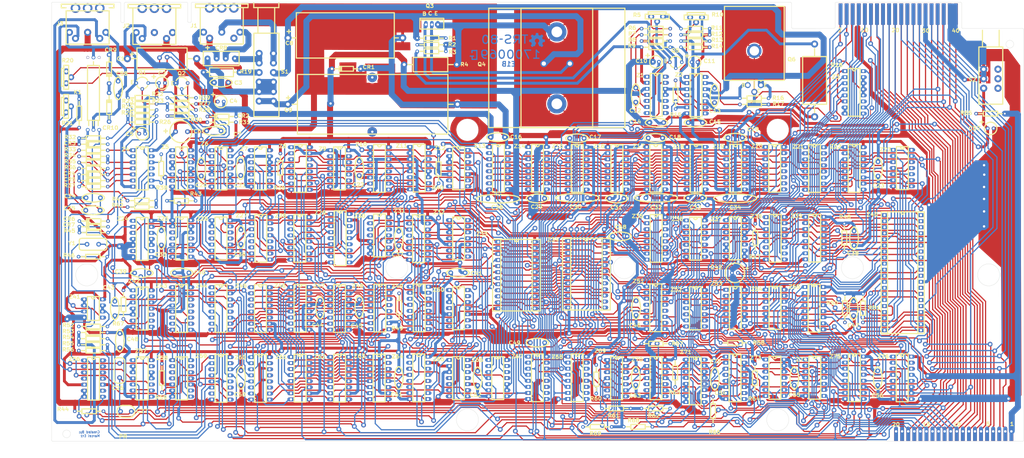
<source format=kicad_pcb>
(kicad_pcb (version 20221018) (generator pcbnew)
  (title_block (title "TRS-80 Model I (G)") (date "2023-12-21") (rev "E1B") (company "Marcel Erz"))
  (layers (0 "F.Cu" signal) (31 "B.Cu" signal) (34 "B.Paste" user) (35 "F.Paste" user) (36 "B.SilkS" user "B.Silkscreen") (37 "F.SilkS" user "F.Silkscreen") (38 "B.Mask" user) (39 "F.Mask" user) (44 "Edge.Cuts" user))
  (net 0 "")
  (net 1 "GND")
  (net 2 "Net-(C1-Pad2)")
  (net 3 "Net-(Q1-C)")
  (net 4 "-5V")
  (net 5 "Net-(C5-Pad1)")
  (net 6 "Net-(Z4E-V+)")
  (net 7 "Net-(Q6-E)")
  (net 8 "Net-(Q4-E)")
  (net 9 "+5V")
  (net 10 "+12V")
  (net 11 "Net-(Z1--)")
  (net 12 "Net-(Z1-FC)")
  (net 13 "Net-(Z2-FC)")
  (net 14 "Net-(Z2--)")
  (net 15 "Net-(C20-Pad1)")
  (net 16 "Net-(C20-Pad2)")
  (net 17 "Net-(C21-Pad2)")
  (net 18 "/Cassette Interface/CASSIN")
  (net 19 "Net-(C24-Pad2)")
  (net 20 "Net-(C25-Pad2)")
  (net 21 "Net-(C26-Pad1)")
  (net 22 "Net-(C26-Pad2)")
  (net 23 "Net-(C27-Pad2)")
  (net 24 "Net-(CR7-K)")
  (net 25 "Net-(C42-Pad1)")
  (net 26 "Net-(C43-Pad1)")
  (net 27 "Net-(C43-Pad2)")
  (net 28 "Net-(C57-Pad1)")
  (net 29 "Net-(CR3-A)")
  (net 30 "Net-(CR4-K)")
  (net 31 "Net-(CR4-A)")
  (net 32 "Net-(CR5-A)")
  (net 33 "Net-(CR6-K)")
  (net 34 "Net-(CR6-A)")
  (net 35 "Net-(CR8-+)")
  (net 36 "Net-(CR8-Pad2)")
  (net 37 "Net-(CR8-Pad3)")
  (net 38 "Net-(CR8--)")
  (net 39 "Net-(CR10-K)")
  (net 40 "Net-(CR9-A)")
  (net 41 "Net-(CR10-A)")
  (net 42 "Net-(J1-Pad2)")
  (net 46 "Net-(Q1-E)")
  (net 47 "/Cassette Interface/CASSOUT")
  (net 48 "/Address Decoder/~{RAS}")
  (net 49 "/CPU/~{SYSRES}")
  (net 50 "/CPU Gating/~{CAS}")
  (net 51 "/A10")
  (net 52 "/A12")
  (net 53 "/A13")
  (net 54 "/A15")
  (net 55 "/A11")
  (net 56 "/A14")
  (net 57 "/CPU Gating/~{OUT}")
  (net 58 "/CPU Gating/~{WR}")
  (net 59 "/CPU/~{INTAK}")
  (net 60 "/Address Decoder/~{RD}")
  (net 61 "/CPU Gating/MUX")
  (net 62 "/A9")
  (net 63 "/D4")
  (net 64 "/CPU Gating/~{IN}")
  (net 65 "/D7")
  (net 66 "/CPU/~{INT}")
  (net 67 "/D1")
  (net 68 "/CPU Gating/~{TEST}")
  (net 69 "/D6")
  (net 70 "/A0")
  (net 71 "/D3")
  (net 72 "/A1")
  (net 73 "/D5")
  (net 74 "/D0")
  (net 75 "/A4")
  (net 76 "/D2")
  (net 77 "/CPU/~{WAIT}")
  (net 78 "/A3")
  (net 79 "/A5")
  (net 80 "/A7")
  (net 81 "/A6")
  (net 82 "/A2")
  (net 83 "/Address Decoder/~{KYBD}")
  (net 85 "Net-(Q1-B)")
  (net 86 "Net-(Q2-C)")
  (net 87 "Net-(Q2-B)")
  (net 88 "Net-(Q3-B)")
  (net 89 "Net-(Q3-C)")
  (net 90 "Net-(Q3-E)")
  (net 91 "Net-(Q5-B)")
  (net 92 "Net-(Q5-E)")
  (net 93 "Net-(Q5-C)")
  (net 94 "Net-(Q6-C)")
  (net 95 "Net-(Q6-B)")
  (net 96 "Net-(Z1-ILIM)")
  (net 97 "Net-(R5-Pad1)")
  (net 98 "Net-(R11-Pad1)")
  (net 99 "Net-(Z1-VREF)")
  (net 100 "Net-(R10-Pad1)")
  (net 101 "Net-(R10-Pad3)")
  (net 102 "Net-(Z2-ILIM)")
  (net 103 "Net-(Z2-VREF)")
  (net 104 "Net-(Z2-+)")
  (net 105 "Net-(R20-Pad1)")
  (net 107 "Net-(R21-Pad1)")
  (net 109 "Net-(Z41B-2Y)")
  (net 110 "Net-(Z4B-+)")
  (net 111 "Net-(Z4A-+)")
  (net 112 "Net-(Z4C-+)")
  (net 113 "/Video/Video Mixer/SYNC")
  (net 114 "Net-(Z4B--)")
  (net 115 "Net-(Z4A--)")
  (net 116 "Net-(Z4D-+)")
  (net 117 "Net-(Z7A-~{R})")
  (net 118 "Net-(Z10-Clr)")
  (net 119 "Net-(Z4C--)")
  (net 120 "Net-(Z4D--)")
  (net 121 "Net-(R46-Pad2)")
  (net 122 "Net-(Z21-Q3b)")
  (net 123 "Net-(Z49-I1b)")
  (net 124 "Net-(R52-Pad1)")
  (net 125 "Net-(Z59-Q0)")
  (net 126 "Net-(Z59-~{Q1})")
  (net 127 "Net-(Z59-~{Mr})")
  (net 128 "Net-(Z13-~{RAS})")
  (net 129 "/Address Decoder/~{ROMA}")
  (net 130 "/Address Decoder/~{RAM}")
  (net 131 "Net-(Z70B-~{R})")
  (net 132 "/CPU/ZCLK")
  (net 133 "Net-(R66-Pad2)")
  (net 134 "Net-(R67-Pad2)")
  (net 135 "/Address Decoder/~{ROMB}")
  (net 136 "/CPU/HI")
  (net 148 "Net-(Z21-Q0a)")
  (net 149 "Net-(Z21-Q1a)")
  (net 150 "Net-(Z21-Q2a)")
  (net 151 "Net-(Z21-Q3a)")
  (net 152 "Net-(Z21-Q1b)")
  (net 153 "Net-(Z21-Q0b)")
  (net 154 "Net-(Z21-Q2b)")
  (net 155 "Net-(Z24-Pad9)")
  (net 156 "Net-(Z5-Pad1)")
  (net 157 "Net-(Z5-Pad13)")
  (net 158 "Net-(Z5-Pad12)")
  (net 159 "Net-(Z5-Pad6)")
  (net 160 "Net-(Z5-Pad10)")
  (net 161 "Net-(Z6-Pad1)")
  (net 162 "Net-(Z6-Pad4)")
  (net 163 "Net-(Z6-Pad10)")
  (net 164 "/Video/Video Counter/HDRV")
  (net 165 "/Video/Video Counter/~{LATCH}")
  (net 166 "/Address Decoder/~{VID}")
  (net 168 "/Video/Video Latch/~{VCLR}")
  (net 171 "/Video/Video Counter/L3")
  (net 173 "/Video/Video Generator/LB4")
  (net 174 "/Video/Video Generator/LB2")
  (net 175 "/Video/Video Generator/LB0")
  (net 176 "Net-(Z11-F)")
  (net 177 "Net-(Z11-C)")
  (net 178 "/Video/Video Generator/LB1")
  (net 179 "/Video/Video Generator/LB3")
  (net 180 "/Video/Video Generator/LB5")
  (net 182 "/Video/Video Counter/L2")
  (net 184 "Net-(Z26-Pad13)")
  (net 186 "Net-(Z10-Clk)")
  (net 187 "/Video/Video Counter/SHIFT")
  (net 190 "Net-(Z10-C)")
  (net 191 "Net-(Z10-D)")
  (net 192 "Net-(Z10-E)")
  (net 193 "Net-(Z10-F)")
  (net 194 "Net-(Z10-G)")
  (net 195 "Net-(Z10-Qh)")
  (net 196 "Net-(Z10-PE)")
  (net 197 "Net-(Z11-Qh)")
  (net 198 "Net-(Z11-PE)")
  (net 199 "/Video/Video Counter/L0")
  (net 200 "Net-(Z12-R0(1))")
  (net 201 "/Video/Video Counter/L1")
  (net 202 "Net-(Z13-A0)")
  (net 203 "Net-(Z13-A2)")
  (net 204 "Net-(Z13-A1)")
  (net 205 "Net-(Z13-A5)")
  (net 206 "Net-(Z13-A4)")
  (net 207 "Net-(Z13-A3)")
  (net 208 "Net-(Z13-A6)")
  (net 209 "Net-(Z21-Ea2)")
  (net 210 "Net-(Z22-Pad1)")
  (net 211 "/CPU Gating/~{ZOUT}")
  (net 212 "/CPU Gating/~{ZWR}")
  (net 213 "/CPU Gating/~{ZRD}")
  (net 214 "/CPU Gating/~{ZIN}")
  (net 215 "/CPU Gating/ZA2")
  (net 216 "/CPU Gating/ZA3")
  (net 217 "Net-(Z40-~{WR})")
  (net 218 "Net-(Z40-~{IORQ})")
  (net 219 "/CPU Gating/~{ZRAS}")
  (net 220 "Net-(Z40-~{RD})")
  (net 221 "Net-(Z58-CP1..3)")
  (net 222 "Net-(Z43-I0c)")
  (net 224 "Net-(Z24-Pad12)")
  (net 225 "Net-(Z24-Pad10)")
  (net 226 "/Cassette Interface/~{OUTSIG}")
  (net 228 "Net-(Z25-Pad10)")
  (net 229 "/Cassette Interface/~{INSIG}")
  (net 231 "/Video/Video Generator/~{BLANK}")
  (net 232 "/Video/Video Generator/GRAPHICS")
  (net 233 "/Video/Video Generator/~{GRAPHICS}")
  (net 234 "/Video/Video Generator/~{CHARGAP}")
  (net 235 "Net-(Z27-D0)")
  (net 236 "Net-(Z27-D1)")
  (net 239 "/Video/Video Latch/VD6")
  (net 241 "/Video/Video Generator/LB6")
  (net 242 "/Video/Video Latch/VD2")
  (net 243 "/Video/Video Latch/VD4")
  (net 244 "/Video/Video Latch/VD3")
  (net 245 "/Video/Video Latch/VD5")
  (net 246 "/Video/Video Latch/VD1")
  (net 247 "/Video/Video Latch/VD0")
  (net 248 "/Video/Video Generator/PIXEL")
  (net 250 "/Video/Video Counter/VDRV")
  (net 251 "/Video/Video Latch/VD7")
  (net 252 "/Video/Video Access Multiplexer/R2")
  (net 253 "/Video/Video Access Multiplexer/VA8")
  (net 254 "/Video/Video Access Multiplexer/R3")
  (net 255 "/Video/Video Access Multiplexer/VA9")
  (net 256 "/Video/Video Access Multiplexer/VA6")
  (net 257 "/Video/Video Access Multiplexer/R0")
  (net 258 "/Video/Video Access Multiplexer/VA7")
  (net 259 "/Video/Video Access Multiplexer/R1")
  (net 260 "Net-(Z32-R0(1))")
  (net 261 "Net-(Z35-I1a)")
  (net 262 "Net-(Z36-Pad1)")
  (net 263 "Net-(Z36-Pad2)")
  (net 264 "Net-(Z36-Pad5)")
  (net 265 "Net-(Z36-Pad10)")
  (net 266 "Net-(Z36-Pad9)")
  (net 267 "Net-(Z37-Pad2)")
  (net 268 "Net-(Z37-Pad11)")
  (net 270 "Net-(Z40-~{NMI})")
  (net 271 "/CPU Gating/ZA10")
  (net 272 "/CPU Gating/ZA12")
  (net 273 "/CPU Gating/ZA13")
  (net 274 "/CPU Gating/ZA15")
  (net 275 "/CPU Gating/ZA14")
  (net 276 "/CPU Gating/ZA6")
  (net 277 "/CPU Gating/ZA4")
  (net 278 "/CPU Gating/ZA5")
  (net 279 "/CPU Gating/ZA7")
  (net 280 "/CPU Gating/ZA9")
  (net 281 "/CPU Gating/ZD4")
  (net 282 "/CPU Gating/ZD3")
  (net 283 "/CPU Gating/ZD5")
  (net 284 "/CPU Gating/ZD6")
  (net 285 "/CPU Gating/ZD2")
  (net 286 "/CPU Gating/ZD7")
  (net 287 "/CPU Gating/ZD0")
  (net 288 "/CPU Gating/ZD1")
  (net 289 "Net-(Z40-~{HALT})")
  (net 291 "Net-(Z40-~{RESET})")
  (net 292 "Net-(Z40-~{M1})")
  (net 294 "/CPU Gating/ZA0")
  (net 295 "/CPU Gating/ZA1")
  (net 296 "Net-(Z41A-1A)")
  (net 297 "/CPU/CLK")
  (net 298 "/CPU/~{CLK_EN}")
  (net 300 "/Cassette Interface/MODESEL")
  (net 301 "Net-(Z43-I0a)")
  (net 302 "Net-(Z43-I1b)")
  (net 303 "/Video/Video Access Multiplexer/C0")
  (net 304 "Net-(Z43-Zc)")
  (net 308 "/Video/Video Access Multiplexer/~{VRD}")
  (net 309 "/Video/Video Access Multiplexer/VA5")
  (net 310 "/Video/Video Access Multiplexer/~{VWR}")
  (net 311 "/Video/Video Access Multiplexer/VA1")
  (net 312 "/Video/Video Access Multiplexer/VA2")
  (net 313 "/Video/Video Access Multiplexer/VA3")
  (net 314 "/Video/Video Access Multiplexer/VA4")
  (net 315 "/Video/Video Access Multiplexer/VA0")
  (net 316 "/Video/Video Access Multiplexer/C5")
  (net 317 "/Video/Video Access Multiplexer/C4")
  (net 318 "/Video/Video Access Multiplexer/C3")
  (net 319 "Net-(Z50-R0(1))")
  (net 320 "/Video/Video Access Multiplexer/C2")
  (net 321 "Net-(Z51-Zc)")
  (net 324 "Net-(Z52-Pad12)")
  (net 325 "/CPU Gating/~{DBOUT}")
  (net 326 "/CPU Gating/~{DBIN}")
  (net 327 "Net-(Z56-Q3)")
  (net 332 "Net-(Z57-Pad2)")
  (net 333 "Net-(Z57-Pad6)")
  (net 334 "Net-(Z57-Pad11)")
  (net 342 "/Video/Video Access Multiplexer/C1")
  (net 344 "/Address Decoder/~{MEM}")
  (net 346 "Net-(Z67-Pad15)")
  (net 347 "/CPU/MREQ")
  (net 348 "Net-(Z69A-Q)")
  (net 351 "/CPU Gating/ZMUX")
  (net 353 "/CPU Gating/~{ZCAS}")
  (net 354 "Net-(Z70B-D)")
  (net 357 "Net-(Z73-Pad8)")
  (net 358 "Net-(Z73-Pad9)")
  (net 359 "Net-(Z73-Pad10)")
  (net 361 "/RAM/ROMD7")
  (net 362 "/RAM/ROMD6")
  (net 363 "/RAM/ROMD4")
  (net 364 "/RAM/ROMD0")
  (net 365 "/RAM/ROMD2")
  (net 366 "/RAM/ROMD3")
  (net 367 "/RAM/ROMD5")
  (net 370 "/A8")
  (net 371 "Net-(Z13-~{CAS})")
  (net 372 "/RAM/ROMD1")
  (net 373 "/CPU Gating/ZA11")
  (net 374 "/CPU Gating/ZA8")
  (footprint "RetroStackLibrary:TRS80_Model_I_DIP16" (layer "F.Cu") (at 71.44 202.65 -90)
    (fp_text reference "Z60")
    (fp_text value "74LS367")
  )
  (footprint "RetroStackLibrary:TRS80_Model_I_R_0.25W" (layer "F.Cu") (at 38.481 87.61)
    (fp_text reference "R27")
    (fp_text value "330")
  )
  (footprint "RetroStackLibrary:TRS80_Model_I_R_0.25W" (layer "F.Cu") (at 143.075 62.825)
    (fp_text reference "R2")
    (fp_text value "2.7k")
  )
  (footprint "RetroStackLibrary:TRS80_Model_I_C_Disc_9.5L_4W_6P_Small" (layer "F.Cu") (at 329.875 202.5 -90)
    (fp_text reference "C56")
    (fp_text value "0.1uF 12V")
  )
  (footprint "RetroStackLibrary:TRS80_Model_I_C_Disc_9.5L_4W_6P_Small" (layer "F.Cu") (at 46.675 114.8 -90)
    (fp_text reference "C20")
    (fp_text value "330pF")
  )
  (footprint "RetroStackLibrary:TRS80_Model_I_DIP14" (layer "F.Cu") (at 21.94 114.65 -90)
    (fp_text reference "Z4")
    (fp_text value "LM3900")
  )
  (footprint "RetroStackLibrary:TRS80_Model_I_R_0.25W" (layer "F.Cu") (at 245.075 200.275 -90)
    (fp_text reference "R63")
    (fp_text value "4.7k")
  )
  (footprint "RetroStackLibrary:TRS80_Model_I_R_0.25W" (layer "F.Cu") (at 1.4 186 180)
    (fp_text reference "R54")
    (fp_text value "7.5k")
  )
  (footprint "RetroStackLibrary:TRS80_Model_I_DIP16" (layer "F.Cu") (at 137.915 114.54 -90)
    (fp_text reference "Z11")
    (fp_text value "74LS166")
  )
  (footprint "RetroStackLibrary:TRS80_Model_I_DIP16" (layer "F.Cu") (at 88.015 173.305 -90)
    (fp_text reference "Z46")
    (fp_text value "2102")
  )
  (footprint "RetroStackLibrary:TRS80_Model_I_C_Disc_18.5L_4W_8.5P_Large" (layer "F.Cu") (at 170.95 127.35)
    (fp_text reference "C28")
    (fp_text value "0.1uF")
  )
  (footprint "RetroStackLibrary:TRS80_Model_I_C_Disc_9.5L_4W_6P_Small" (layer "F.Cu") (at 236.775 101.9)
    (fp_text reference "C18")
    (fp_text value "0.1uF 12V")
  )
  (footprint "RetroStackLibrary:TRS80_Model_I_DIP14" (layer "F.Cu") (at 21.94 173.37 -90)
    (fp_text reference "Z42")
    (fp_text value "74LS04")
  )
  (footprint "RetroStackLibrary:TRS80_Model_I_D" (layer "F.Cu") (at 107.375 72.9)
    (fp_text reference "CR1")
    (fp_text value "1N4735")
  )
  (footprint "RetroStackLibrary:TRS80_Model_I_R_0.25W" (layer "F.Cu") (at 129.5 173 90)
    (fp_text reference "R49")
    (fp_text value "4.7k")
  )
  (footprint "RetroStackLibrary:TRS80_Model_I_C_Disc_9.5L_4W_6P_Small" (layer "F.Cu") (at 228.575 83.9 -90)
    (fp_text reference "C12")
    (fp_text value "470pF")
  )
  (footprint "RetroStackLibrary:TRS80_Model_I_C_Disc_9.5L_4W_6P_Small" (layer "F.Cu") (at 228.7 173.15 -90)
    (fp_text reference "C46")
    (fp_text value "0.1uF 12V")
  )
  (footprint "RetroStackLibrary:TRS80_Model_I_DIP14" (layer "F.Cu") (at 104.54 114.65 -90)
    (fp_text reference "Z9")
    (fp_text value "74LS04")
  )
  (footprint "RetroStackLibrary:TRS80_Model_I_DIP16" (layer "F.Cu") (at 303.46 143.88 -90)
    (fp_text reference "Z39")
    (fp_text value "74LS367")
  )
  (footprint "RetroStackLibrary:TRS80_Model_I_R_0.25W" (layer "F.Cu") (at 1.65 141.55)
    (fp_text reference "R45")
    (fp_text value "470k")
  )
  (footprint "RetroStackLibrary:TRS80_Model_I_C_Disc_9.5L_4W_6P_Small" (layer "F.Cu") (at 187.4 127.225 180)
    (fp_text reference "C29")
    (fp_text value "0.1uF 12V")
  )
  (footprint "RetroStackLibrary:TRS80_Model_I_R_0.25W" (layer "F.Cu") (at 220.44 215.265)
    (fp_text reference "R61")
    (fp_text value "4.7k")
  )
  (footprint "RetroStackLibrary:TRS80_Model_I_DIP16" (layer "F.Cu") (at 187.435 114.55 -90)
    (fp_text reference "Z14")
    (fp_text value "MK4116")
  )
  (footprint "RetroStackLibrary:TRS80_Model_I_C_Disc_9.5L_4W_6P_Small" (layer "F.Cu") (at 29.975 143.775 -90)
    (fp_text reference "C35")
    (fp_text value "0.1uF 12V")
  )
  (footprint "RetroStackLibrary:TRS80_Model_I_DIP14" (layer "F.Cu") (at 253.785 83.97 -90)
    (fp_text reference "Z2")
    (fp_text value "LM723C")
  )
  (footprint "RetroStackLibrary:TRS80_Model_I_DIP16" (layer "F.Cu") (at 320.065 202.375 -90)
    (fp_text reference "Z75")
    (fp_text value "74LS367")
  )
  (footprint "RetroStackLibrary:TRS80_Model_I_D" (layer "F.Cu") (at 1.65 136.725)
    (fp_text reference "CR6")
    (fp_text value "1N4148")
  )
  (footprint "RetroStackLibrary:TRS80_Model_I_DIP16" (layer "F.Cu") (at 137.915 173.1 -90)
    (fp_text reference "Z49")
    (fp_text value "74LS157")
  )
  (footprint "RetroStackLibrary:TRS80_Model_I_DIP16" (layer "F.Cu") (at 253.44 203.685 -90)
    (fp_text reference "Z71")
    (fp_text value "~")
  )
  (footprint "RetroStackLibrary:TRS80_Model_I_C_Disc_9.5L_4W_6P_Small" (layer "F.Cu") (at 319.75 173.4 -90)
    (fp_text reference "C47")
    (fp_text value "0.1uF 12V")
  )
  (footprint "RetroStackLibrary:TRS80_Model_I_DIP16" (layer "F.Cu") (at 121.115 202.505 -90)
    (fp_text reference "Z63")
    (fp_text value "2102")
  )
  (footprint "RetroStackLibrary:TRS80_Model_I_C_Disc_9.5L_4W_6P_Small" (layer "F.Cu") (at 129.35 202.425 -90)
    (fp_text reference "C51")
    (fp_text value "0.1uF 12V")
  )
  (footprint "RetroStackLibrary:TRS80_Model_I_C_Pol_Axial_21L_9W_29P" (layer "F.Cu") (at 30.25 68.65)
    (fp_text reference "C1")
    (fp_text value "220uF 16V")
  )
  (footprint "RetroStackLibrary:TRS80_Model_I_DIN5" (layer "F.Cu") (at 27.05 54.398 180)
    (fp_text reference "J2")
    (fp_text value "Front View")
  )
  (footprint "RetroStackLibrary:TRS80_Model_I_DIP16" (layer "F.Cu") (at 340.11 202.425 -90)
    (fp_text reference "Z76")
    (fp_text value "74LS367")
  )
  (footprint "RetroStackLibrary:TRS80_Model_I_R_0.25W" (layer "F.Cu") (at 278.6 143.825 -90)
    (fp_text reference "R47")
    (fp_text value "10k")
  )
  (footprint "RetroStackLibrary:TRS80_Model_I_C_Disc_9.5L_4W_6P_Small" (layer "F.Cu") (at 96.425 173 90)
    (fp_text reference "C44")
    (fp_text value "0.1uF 12V")
  )
  (footprint "RetroStackLibrary:TRS80_Model_I_D" (layer "F.Cu") (at 8.1 89 -90)
    (fp_text reference "CR10")
    (fp_text value "1N982")
  )
  (footprint "RetroStackLibrary:TRS80_Model_I_Q_Circle_EBC" (layer "F.Cu") (at 21.976 78.867)
    (fp_text reference "Q1")
    (fp_text value "2N3904")
  )
  (footprint "RetroStackLibrary:TRS80_Model_I_R_0.25W" (layer "F.Cu") (at 377.05 91.7 180)
    (fp_text reference "R65")
    (fp_text value "10k")
  )
  (footprint "RetroStackLibrary:TRS80_Model_I_R_0.25W" (layer "F.Cu") (at 1.3 151.65)
    (fp_text reference "R46")
    (fp_text value "910")
  )
  (footprint "RetroStackLibrary:TRS80_Model_I_D" (layer "F.Cu") (at 1.65 139.1)
    (fp_text reference "CR7")
    (fp_text value "1N4148")
  )
  (footprint "RetroStackLibrary:TRS80_Model_I_D" (layer "F.Cu") (at 1.524 104.521)
    (fp_text reference "CR3")
    (fp_text value "1N4148")
  )
  (footprint "RetroStackLibrary:TRS80_Model_I_DIP14" (layer "F.Cu") (at 340.185 114.52 -90)
    (fp_text reference "Z23")
    (fp_text value "74LS32")
  )
  (footprint "RetroStackLibrary:TRS80_Model_I_R_0.25W" (layer "F.Cu") (at 270.1 187.75 180)
    (fp_text reference "R58")
    (fp_text value "4.7k")
  )
  (footprint "RetroStackLibrary:TRS80_Model_I_R_0.25W" (layer "F.Cu") (at 21.8 128.15)
    (fp_text reference "R41")
    (fp_text value "470k")
  )
  (footprint "RetroStackLibrary:TRS80_Model_I_R_0.25W" (layer "F.Cu") (at 237 61.275 180)
    (fp_text reference "R8")
    (fp_text value "100k")
  )
  (footprint "RetroStackLibrary:TRS80_Model_I_R_0.25W" (layer "F.Cu") (at 278.45 202.55 -90)
    (fp_text reference "R64")
    (fp_text value "330")
  )
  (footprint "RetroStackLibrary:TRS80_Model_I_R_0.25W" (layer "F.Cu") (at 1.524 101.981 180)
    (fp_text reference "R32")
    (fp_text value "10k")
  )
  (footprint "RetroStackLibrary:TRS80_Model_I_C_Pol_Radial_5D_2.5P" (layer "F.Cu") (at 377.125 97.875)
    (fp_text reference "C57")
    (fp_text value "10uF 16V")
  )
  (footprint "RetroStackLibrary:TRS80_Model_I_R_2W" (layer "F.Cu") (at 142.625 71.125 180)
    (fp_text reference "R4")
    (fp_text value "0.33")
  )
  (footprint "RetroStackLibrary:TRS80_Model_I_C_Disc_9.5L_4W_6P_Small" (layer "F.Cu") (at 187.425 187.675 180)
    (fp_text reference "C49")
    (fp_text value "0.1uF 12V")
  )
  (footprint "RetroStackLibrary:TRS80_Model_I_DIP14" (layer "F.Cu") (at 253.565 144.07 -90)
    (fp_text reference "Z36")
    (fp_text value "74LS32")
  )
  (footprint "RetroStackLibrary:TRS80_Model_I_C_Disc_9.5L_4W_6P_Small" (layer "F.Cu") (at 51.95 98.95 180)
    (fp_text reference "C7")
    (fp_text value "0.01uF")
  )
  (footprint "RetroStackLibrary:TRS80_Model_I_R_0.25W" (layer "F.Cu") (at 278.1554 87.8444 180)
    (fp_text reference "R17")
    (fp_text value "2k")
  )
  (footprint "RetroStackLibrary:TRS80_Model_I_C_Disc_9.5L_4W_6P_Small" (layer "F.Cu") (at 329.975 114.875 -90)
    (fp_text reference "C23")
    (fp_text value "0.1uF 12V")
  )
  (footprint "RetroStackLibrary:TRS80_Model_I_DIP14" (layer "F.Cu") (at 54.94 144.03 -90)
    (fp_text reference "Z26")
    (fp_text value "74LS20")
  )
  (footprint "RetroStackLibrary:TRS80_Model_I_DIP16" (layer "F.Cu") (at 286.71 114.575 -90)
    (fp_text reference "Z20")
    (fp_text value "MK4116")
  )
  (footprint "RetroStackLibrary:TRS80_Model_I_C_Pol_Radial_10D_5P" (layer "F.Cu") (at 38.5 99.25 180)
    (fp_text reference "C6")
    (fp_text value "100uF 16V")
  )
  (footprint "RetroStackLibrary:TRS80_Model_I_C_Disc_9.5L_4W_6P_Small" (layer "F.Cu") (at 11.875 81.1 90)
    (fp_text reference "C_C58" hide)
    (fp_text value "0.1uF 12V")
  )
  (footprint "RetroStackLibrary:TRS80_Model_I_DIP14" (layer "F.Cu") (at 237.115 83.84 -90)
    (fp_text reference "Z1")
    (fp_text value "LM723C")
  )
  (footprint "RetroStackLibrary:TRS80_Model_I_C_Disc_9.5L_4W_6P_Small" (layer "F.Cu") (at 261.675 202.8 -90)
    (fp_text reference "C54")
    (fp_text value "0.1uF 12V")
  )
  (footprint "RetroStackLibrary:TRS80_Model_I_C_Pol_Radial_5D_2.5P" (layer "F.Cu") (at 237 69.975)
    (fp_text reference "C10")
    (fp_text value "10uF 16V")
  )
  (footprint "RetroStackLibrary:TRS80_Model_I_C_Disc_9.5L_4W_6P_Small" (layer "F.Cu") (at 162.35 202.6 -90)
    (fp_text reference "C52")
    (fp_text value "0.1uF 12V")
  )
  (footprint "RetroStackLibrary:TRS80_Model_I_DIP14" (layer "F.Cu") (at 21.94 144.2 -90)
    (fp_text reference "Z24")
    (fp_text value "74LS132")
  )
  (footprint "RetroStackLibrary:TRS80_Model_I_DIP16" (layer "F.Cu") (at 237.085 143.975 -90)
    (fp_text reference "Z35")
    (fp_text value "74LS157")
  )
  (footprint "RetroStackLibrary:TRS80_Model_I_DIP14" (layer "F.Cu") (at 170.79 202.535 -90)
    (fp_text reference "Z66")
    (fp_text value "74LS11")
  )
  (footprint "RetroStackLibrary:TRS80_Model_I_R_Pot" (layer "F.Cu") (at -9.91 88.65 90)
    (fp_text reference "R21")
    (fp_text value "100k")
  )
  (footprint "RetroStackLibrary:TRS80_Model_I_R_0.25W" (layer "F.Cu") (at 237 58.675 180)
    (fp_text reference "R7")
    (fp_text value "1.2k")
  )
  (footprint "RetroStackLibrary:TRS80_Model_I_R_0.25W" (layer "F.Cu") (at 21.971 95.23)
    (fp_text reference "R26")
    (fp_text value "1M")
  )
  (footprint "RetroStackLibrary:TRS80_Model_I_R_0.25W" (layer "F.Cu") (at 21.971 85.07)
    (fp_text reference "R22")
    (fp_text value "75")
  )
  (footprint "RetroStackLibrary:TRS80_Model_I_DIP14" (layer "F.Cu") (at 38.485 144.025 -90)
    (fp_text reference "Z25")
    (fp_text value "74LS32")
  )
  (footprint "RetroStackLibrary:TRS80_Model_I_R_0.25W" (layer "F.Cu") (at 1.524 112.141)
    (fp_text reference "R35")
    (fp_text value "470k")
  )
  (footprint "RetroStackLibrary:TRS80_Model_I_R_0.25W" (layer "F.Cu") (at 245.225 83.75 90)
    (fp_text reference "R15")
    (fp_text value "1.5k")
  )
  (footprint "RetroStackLibrary:TRS80_Model_I_DIP24" (layer "F.Cu") (at 178.629 159.385 -90)
    (fp_text reference "Z33")
    (fp_text value "2364_20L")
  )
  (footprint "RetroStackLibrary:TRS80_Model_I_DIP16" (layer "F.Cu") (at 253.815 114.575 -90)
    (fp_text reference "Z18")
    (fp_text value "MK4116")
  )
  (footprint "RetroStackLibrary:TRS80_Model_I_DIP14" (layer "F.Cu") (at 21.94 202.65 -90)
    (fp_text reference "Z57")
    (fp_text value "74C04")
  )
  (footprint "RetroStackLibrary:TRS80_Model_I_C_Disc_9.5L_4W_6P_Small" (layer "F.Cu") (at 10.5 173.35 -90)
    (fp_text reference "C43")
    (fp_text value "47pF")
  )
  (footprint "RetroStackLibrary:TRS80_Model_I_D" (layer "F.Cu") (at 55.25 92.9)
    (fp_text reference "CR2")
    (fp_text value "1N5231")
  )
  (footprint "RetroStackLibrary:TRS80_Model_I_DIP16" (layer "F.Cu") (at 71.615 143.955 -90)
    (fp_text reference "Z27")
    (fp_text value "74LS175")
  )
  (footprint "RetroStackLibrary:TRS80_Model_I_R_0.25W" (layer "F.Cu") (at 55.2 95.3)
    (fp_text reference "R31")
    (fp_text value "10")
  )
  (footprint "RetroStackLibrary:TRS80_Model_I_R_0.25W" (layer "F.Cu") (at 143.075 65.575 180)
    (fp_text reference "R3")
    (fp_text value "750")
  )
  (footprint "RetroStackLibrary:TRS80_Model_I_R_0.25W" (layer "F.Cu") (at 1.524 107.061)
    (fp_text reference "R33")
    (fp_text value "360k")
  )
  (footprint "RetroStackLibrary:TRS80_Model_I_DIP14" (layer "F.Cu") (at 270.265 143.975 -90)
    (fp_text reference "Z37")
    (fp_text value "74LS02")
  )
  (footprint "RetroStackLibrary:TRS80_Model_I_R_0.25W" (layer "F.Cu") (at 29.925 114.7 90)
    (fp_text reference "R38")
    (fp_text value "470k")
  )
  (footprint "RetroStackLibrary:TRS80_Model_I_DIP14" (layer "F.Cu") (at 237.04 202.54 -90)
    (fp_text reference "Z70")
    (fp_text value "74LS74")
  )
  (footprint "RetroStackLibrary:TRS80_Model_I_C_Disc_9.5L_4W_6P_Small" (layer "F.Cu") (at 253.475 127.075 180)
    (fp_text reference "C33")
    (fp_text value "0.1uF 12V")
  )
  (footprint "RetroStackLibrary:TRS80_Model_I_R_0.25W" (layer "F.Cu") (at 260.925 216.275 90)
    (fp_text reference "R66")
    (fp_text value "4.7k")
  )
  (footprint "RetroStackLibrary:TRS80_Model_I_C_Pol_Radial_5D_2.5P" (layer "F.Cu") (at 30.226 78.867)
    (fp_text reference "C2")
    (fp_text value "10uF 16V")
  )
  (footprint "RetroStackLibrary:TRS80_Model_I_DIP14" (layer "F.Cu") (at 220.515 202.57 -90)
    (fp_text reference "Z69")
    (fp_text value "74LS74")
  )
  (footprint "RetroStackLibrary:TRS80_Model_I_R_0.25W" (layer "F.Cu") (at -4.45 91.55 90)
    (fp_text reference "C_R67" hide)
    (fp_text value "100")
  )
  (footprint "RetroStackLibrary:TRS80_Model_I_C_Disc_9.5L_4W_6P_Small" (layer "F.Cu") (at 253.525 95.45)
    (fp_text reference "C15")
    (fp_text value "0.01uF 25V")
  )
  (footprint "RetroStackLibrary:TRS80_Model_I_C_Pol_Radial_5D_2.5P" (layer "F.Cu") (at 54.825 86.65)
    (fp_text reference "C4")
    (fp_text value "10uF 16V")
  )
  (footprint "RetroStackLibrary:TRS80_Model_I_R_0.25W" (layer "F.Cu") (at 212.025 203 -90)
    (fp_text reference "R60")
    (fp_text value "4.7k")
  )
  (footprint "RetroStackLibrary:TRS80_Model_I_C_Pol_Axial_63L_25W_71P" (layer "F.Cu") (at 118.425 87.775)
    (fp_text reference "C9")
    (fp_text value "10000uF 16V")
  )
  (footprint "RetroStackLibrary:TRS80_Model_I_R_0.25W" (layer "F.Cu") (at 1.4 191.025 180)
    (fp_text reference "R56")
    (fp_text value "220k")
  )
  (footprint "RetroStackLibrary:TRS80_Model_I_R_0.25W" (layer "F.Cu") (at 253.5 63.875)
    (fp_text reference "R14")
    (fp_text value "12k")
  )
  (footprint "RetroStackLibrary:TRS80_Model_I_DIP40" (layer "F.Cu") (at 340.32 158.365 -90)
    (fp_text reference "Z40")
    (fp_text value "Z80CPU")
  )
  (footprint "RetroStackLibrary:TRS80_Model_I_DIP16" (layer "F.Cu") (at 88.19 114.675 -90)
    (fp_text reference "Z8")
    (fp_text value "74LS153")
  )
  (footprint "RetroStackLibrary:TRS80_Model_I_C_Disc_9.5L_4W_6P_Small" (layer "F.Cu") (at 237.25 95.45)
    (fp_text reference "C14")
    (fp_text value "0.01uF 25V")
  )
  (footprint "RetroStackLibrary:TRS80_Model_I_Keyboard_Connector" (layer "F.Cu") (at 361.68 219.75)
    (fp_text reference "J100" hide)
    (fp_text value "Connection Mainboard Side")
  )
  (footprint "RetroStackLibrary:TRS80_Model_I_DIP16" (layer "F.Cu") (at 54.94 202.65 -90)
    (fp_text reference "Z59")
    (fp_text value "74LS175")
  )
  (footprint "RetroStackLibrary:TRS80_Model_I_C_Disc_18.5L_4W_8.5P_Large" (layer "F.Cu") (at 204.15 126.975)
    (fp_text reference "C30")
    (fp_text value "0.1uF")
  )
  (footprint "RetroStackLibrary:TRS80_Model_I_R_0.25W" (layer "F.Cu") (at 315.875 143.8 90)
    (fp_text reference "R48")
    (fp_text value "4.7k")
  )
  (footprint "RetroStackLibrary:TRS80_Model_I_DIP14" (layer "F.Cu") (at 38.44 114.65 -90)
    (fp_text reference "Z5")
    (fp_text value "74C00")
  )
  (footprint "RetroStackLibrary:TRS80_Model_I_R_0.25W" (layer "F.Cu") (at 38.481 85.07)
    (fp_text reference "R29")
    (fp_text value "1.8k")
  )
  (footprint "RetroStackLibrary:TRS80_Model_I_C_Disc_9.5L_4W_6P_Small" (layer "F.Cu") (at 54.991 78.65)
    (fp_text reference "C3")
    (fp_text value "0.01uF")
  )
  (footprint "RetroStackLibrary:TRS80_Model_I_D_Bridge" (layer "F.Cu") (at 55.015 68.575)
    (fp_text reference "CR8")
    (fp_text value "MDA202")
  )
  (footprint "RetroStackLibrary:TRS80_Model_I_R_0.25W" (layer "F.Cu") (at 1.4 180.9)
    (fp_text reference "R52")
    (fp_text value "910")
  )
  (footprint "RetroStackLibrary:TRS80_Model_I_DIP16" (layer "F.Cu") (at 104.565 202.54 -90)
    (fp_text reference "Z62")
    (fp_text value "2102")
  )
  (footprint "RetroStackLibrary:TRS80_Model_I_Q_Heatsink_Large_BEC" (layer "F.Cu") (at 195.525 72.525)
    (fp_text reference "Q4")
    (fp_text value "2N6594")
  )
  (footprint "RetroStackLibrary:TRS80_Model_I_DIP14" (layer "F.Cu") (at 270.24 173.14 -90)
    (fp_text reference "Z53")
    (fp_text value "74LS132")
  )
  (footprint "RetroStackLibrary:TRS80_Model_I_DIP16" (layer "F.Cu") (at 303.39 114.675 -90)
    (fp_text reference "Z21")
    (fp_text value "74LS156")
  )
  (footprint "RetroStackLibrary:TRS80_Model_I_R_0.25W" (layer "F.Cu") (at 21.971 90.15)
    (fp_text reference "R24")
    (fp_text value "680k")
  )
  (footprint "RetroStackLibrary:TRS80_Model_I_C_Disc_9.5L_4W_6P_Small" (layer "F.Cu") (at 270.175 101.8)
    (fp_text reference "C19")
    (fp_text value "0.1uF 12V")
  )
  (footprint "RetroStackLibrary:TRS80_Model_I_DIP16" (layer "F.Cu") (at 137.74 202.44 -90)
    (fp_text reference "Z64")
    (fp_text value "74LS157")
  )
  (footprint "RetroStackLibrary:TRS80_Model_I_DIP16" (layer "F.Cu") (at 137.615 144.085 -90)
    (fp_text reference "Z31")
    (fp_text value "74LS157")
  )
  (footprint "RetroStackLibrary:TRS80_Model_I_DIP16" (layer "F.Cu") (at 319.985 114.635 -90)
    (fp_text reference "Z22")
    (fp_text value "74LS367")
  )
  (footprint "RetroStackLibrary:TRS80_Model_I_C_Disc_18.5L_4W_8.5P_Large" (layer "F.Cu") (at 237.05 127)
    (fp_text reference "C32")
    (fp_text value "0.1uF")
  )
  (footprint "RetroStackLibrary:TRS80_Model_I_C_Pol_Radial_6.3D_2.5P" (layer "F.Cu") (at 269.975 158.425 180)
    (fp_text reference "C42")
    (fp_text value "22uF 16V")
  )
  (footprint "RetroStackLibrary:TRS80_Model_I_DIP16" (layer "F.Cu") (at 303.21 173.225 -90)
    (fp_text reference "Z55")
    (fp_text value "74LS367")
  )
  (footprint "RetroStackLibrary:TRS80_Model_I_R_0.25W" (layer "F.Cu") (at 38.481 92.69)
    (fp_text reference "R30")
    (fp_text value "47")
  )
  (footprint "RetroStackLibrary:TRS80_Model_I_C_Disc_9.5L_4W_6P_Small" (layer "F.Cu") (at 261.55 84.075 -90)
    (fp_text reference "C13")
    (fp_text value "470pF")
  )
  (footprint "RetroStackLibrary:TRS80_Model_I_Q_Box_BCE" (layer "F.Cu") (at 143.2 54.35)
    (fp_text reference "Q3")
    (fp_text value "TIP29A")
  )
  (footprint "RetroStackLibrary:TRS80_Model_I_R_Pot" (layer "F.Cu") (at 253.85 51.35)
    (fp_text reference "R10")
    (fp_text value "1k")
  )
  (footprint "RetroStackLibrary:TRS80_Model_I_C_Disc_9.5L_4W_6P_Small" (layer "F.Cu") (at 63.3 202.4 -90)
    (fp_text reference "C50")
    (fp_text value "0.1uF 12V")
  )
  (footprint "RetroStackLibrary:TRS80_Model_I_C_Pol_Radial_5D_2.5P" (layer "F.Cu") (at 21.95 100.1)
    (fp_text reference "C5")
    (fp_text value "10uF 16V")
  )
  (footprint "RetroStackLibrary:TRS80_Model_I_R_0.25W" (layer "F.Cu") (at 229.525 222.925 180)
    (fp_text reference "R68")
    (fp_text value "4.7k")
  )
  (footprint "RetroStackLibrary:TRS80_Model_I_DIP16" (layer "F.Cu") (at 38.44 173.37 -90)
    (fp_text reference "Z43")
    (fp_text value "74LS157")
  )
  (footprint "RetroStackLibrary:TRS80_Model_I_DIP14" (layer "F.Cu") (at 38.44 202.65 -90)
    (fp_text reference "Z58")
    (fp_text value "74LS92")
  )
  (footprint "RetroStackLibrary:TRS80_Model_I_R_0.25W" (layer "F.Cu") (at 323.675 173.2 -90)
    (fp_text reference "R51")
    (fp_text value "4.7k")
  )
  (footprint "RetroStackLibrary:TRS80_Model_I_Edge_Connector" (layer "F.Cu") (at 338.44 47.46)
    (fp_text reference "J4" hide)
    (fp_text value "Edge Connector")
  )
  (footprint "RetroStackLibrary:TRS80_Model_I_Relay" (layer "F.Cu") (at 1.55 83.009 90)
    (fp_text reference "K1")
    (fp_text value "Relay_SPST-NO")
  )
  (footprint "RetroStackLibrary:TRS80_Model_I_DIP16" (layer "F.Cu") (at 236.96 114.55 -90)
    (fp_text reference "Z17")
    (fp_text value "MK4116")
  )
  (footprint "RetroStackLibrary:TRS80_Model_I_R_0.5W" (layer "F.Cu") (at 55.15 74.35)
    (fp_text reference "R19")
    (fp_text value "220")
  )
  (footprint "RetroStackLibrary:TRS80_Model_I_C_Disc_9.5L_4W_6P_Small" (layer "F.Cu") (at 319.95 143.9 -90)
    (fp_text reference "C38")
    (fp_text value "0.1uF 12V")
  )
  (footprint "RetroStackLibrary:TRS80_Model_I_DIP16" (layer "F.Cu") (at 71.44 173.37 -90)
    (fp_text reference "Z45")
    (fp_text value "2102")
  )
  (footprint "RetroStackLibrary:TRS80_Model_I_R_0.25W" (layer "F.Cu") (at 30.2 202.5 -90)
    (fp_text reference "R59")
    (fp_text value "4.7k")
  )
  (footprint "RetroStackLibrary:TRS80_Model_I_DIP24" (layer "F.Cu") (at 207.895 159.005 -90)
    (fp_text reference "Z34")
    (fp_text value "2332_20L_21L")
  )
  (footprint "RetroStackLibrary:TRS80_Model_I_R_0.25W" (layer "F.Cu") (at 1.524 122.301)
    (fp_text reference "R37")
    (fp_text value "560k")
  )
  (footprint "RetroStackLibrary:TRS80_Model_I_DIP16" (layer "F.Cu") (at 270.115 202.435 -90)
    (fp_text reference "Z72")
    (fp_text value "74LS367")
  )
  (footprint "RetroStackLibrary:TRS80_Model_I_DIP14" (layer "F.Cu") (at 71.44 114.65 -90)
    (fp_text reference "Z7")
    (fp_text value "74LS74")
  )
  (footprint "RetroStackLibrary:TRS80_Model_I_C_Disc_9.5L_4W_6P_Small" (layer "F.Cu") (at 112.8 114.65 -90)
    (fp_text reference "C22")
    (fp_text value "0.1uF 12V")
  )
  (footprint "RetroStackLibrary:TRS80_Model_I_C_Disc_9.5L_4W_6P_Small" (layer "F.Cu") (at 12.6 186.85 90)
    (fp_text reference "C48")
    (fp_text value "0.1uF 12V")
  )
  (footprint "RetroStackLibrary:TRS80_Model_I_R_0.25W" (layer "F.Cu") (at 146.025 114.9 90)
    (fp_text reference "R40")
    (fp_text value "4.7k")
  )
  (footprint "RetroStackLibrary:TRS80_Model_I_D" (layer "F.Cu") (at 8.1 73.056 90)
    (fp_text reference "CR9")
    (fp_text value "1N982")
  )
  (footprint "RetroStackLibrary:TRS80_Model_I_DIP16" (layer "F.Cu") (at 121.44 173.18 -90)
    (fp_text reference "Z48")
    (fp_text value "2102")
  )
  (footprint "RetroStackLibrary:TRS80_Model_I_DIP16" (layer "F.Cu") (at 87.94 143.995 -90)
    (fp_text reference "Z28")
    (fp_text value "74LS174")
  )
  (footprint "RetroStackLibrary:TRS80_Model_I_DIP16" (layer "F.Cu") (at 220.685 114.6 -90)
    (fp_text reference "Z16")
    (fp_text value "MK4116")
  )
  (footprint "RetroStackLibrary:TRS80_Model_I_R_0.25W" (layer "F.Cu") (at 237 63.875)
    (fp_text reference "R9")
    (fp_text value "3.3k")
  )
  (footprint "RetroStackLibrary:TRS80_Model_I_R_0.25W" (layer "F.Cu") (at 253.5 58.675)
    (fp_text reference "R12")
    (fp_text value "3.3k")
  )
  (footprint "RetroStackLibrary:TRS80_Model_I_C_Pol_Radial_5D_2.5P" (layer "F.Cu") (at 253.2 70.1)
    (fp_text reference "C11")
    (fp_text value "10uF 16V")
  )
  (footprint "RetroStackLibrary:TRS80_Model_I_DIP16" (layer "F.Cu") (at 171.09 114.585 -90)
    (fp_text reference "Z13")
    (fp_text value "MK4116")
  )
  (footprint "RetroStackLibrary:TRS80_Model_I_C_Disc_9.5L_4W_6P_Small" (layer "F.Cu") (at 294.925 202.5 -90)
    (fp_text reference "C55")
    (fp_text value "0.1uF 12V")
  )
  (footprint "RetroStackLibrary:TRS80_Model_I_R_0.25W" (layer "F.Cu") (at 278.1554 85.2424 180)
    (fp_text reference "R16")
    (fp_text value "1.2k")
  )
  (footprint "RetroStackLibrary:TRS80_Model_I_DIP16" (layer "F.Cu") (at 54.94 173.37 -90)
    (fp_text reference "Z44")
    (fp_text value "74LS367")
  )
  (footprint "RetroStackLibrary:TRS80_Model_I_D" (layer "F.Cu") (at 1.524 117.221)
    (fp_text reference "CR4")
    (fp_text value "1N4148")
  )
  (footprint "RetroStackLibrary:TRS80_Model_I_R_0.25W" (layer "F.Cu") (at 143.075 60.075)
    (fp_text reference "R1")
    (fp_text value "68")
  )
  (footprint "RetroStackLibrary:TRS80_Model_I_R_0.25W" (layer "F.Cu") (at 14.097 171.735 -90)
    (fp_text reference "R67")
    (fp_text value "4.7k")
  )
  (footprint "RetroStackLibrary:TRS80_Model_I_DIP14" (layer "F.Cu") (at 154.41 114.58 -90)
    (fp_text reference "Z12")
    (fp_text value "74LS93")
  )
  (footprint "RetroStackLibrary:TRS80_Model_I_R_0.25W" (layer "F.Cu") (at 212.475 222.975 180)
    (fp_text reference "R69")
    (fp_text value "4.7k")
  )
  (footprint "RetroStackLibrary:TRS80_Model_I_R_0.25W" (layer "F.Cu") (at 1.4 188.55)
    (fp_text reference "R55")
    (fp_text value "7.5k")
  )
  (footprint "RetroStackLibrary:TRS80_Model_I_C_Disc_9.5L_4W_6P_Small" (layer "F.Cu") (at 38.5 158.4 180)
    (fp_text reference "C40")
    (fp_text value "0.1uF 12V")
  )
  (footprint "RetroStackLibrary:TRS80_Model_I_DIP16" (layer "F.Cu") (at 204.06 114.625 -90)
    (fp_text reference "Z15")
    (fp_text value "MK4116")
  )
  (footprint "RetroStackLibrary:TRS80_Model_I_Sw_Small" (layer "F.Cu") (at 377.2 77.075 -90)
    (fp_text reference "S2")
    (fp_text value "Reset")
  )
  (footprint "RetroStackLibrary:TRS80_Model_I_C_Disc_18.5L_4W_8.5P_Large" (layer "F.Cu") (at 270.2 127.175)
    (fp_text reference "C34")
    (fp_text value "0.1uF")
  )
  (footprint "RetroStackLibrary:TRS80_Model_I_DIP14" (layer "F.Cu") (at 154.36 173.23 -90)
    (fp_text reference "Z50")
    (fp_text value "74LS93")
  )
  (footprint "RetroStackLibrary:TRS80_Model_I_DIP16" (layer "F.Cu") (at 319.985 82.77 -90)
    (fp_text reference "Z3")
    (fp_text value "~")
  )
  (footprint "RetroStackLibrary:TRS80_Model_I_Sw_Large" (layer "F.Cu") (at 73.9 76.45 -90)
    (fp_text reference "S1")
    (fp_text value "~")
  )
  (footprint "RetroStackLibrary:TRS80_Model_I_Q_Circle_EBC" (layer "F.Cu") (at 245.325 70.15)
    (fp_text reference "Q5")
    (fp_text value "2N3906")
  )
  (footprint "RetroStackLibrary:TRS80_Model_I_C_Box_7.5L_5W_4.5P_Small" (layer "F.Cu") (at 15.15 216.475)
    (fp_text reference "C27")
    (fp_text value "0.022uF")
  )
  (footprint "RetroStackLibrary:TRS80_Model_I_DIP16" (layer "F.Cu") (at 270.34 114.585 -90)
    (fp_text reference "Z19")
    (fp_text value "MK4116")
  )
  (footprint "RetroStackLibrary:TRS80_Model_I_R_Pot" (layer "F.Cu") (at 237.525 51.0375)
    (fp_text reference "R5")
    (fp_text value "1k")
  )
  (footprint "RetroStackLibrary:TRS80_Model_I_R_Pot" (layer "F.Cu") (at -9.85 76.45 90)
    (fp_text reference "R20")
    (fp_text value "100k")
  )
  (footprint "RetroStackLibrary:TRS80_Model_I_DIN5" (layer "F.Cu") (at -0.895 54.333 180)
    (fp_text reference "J3")
    (fp_text value "Front View")
  )
  (footprint "RetroStackLibrary:TRS80_Model_I_DIP14" (layer "F.Cu") (at 154.34 202.54 -90)
    (fp_text reference "Z65")
    (fp_text value "74LS93")
  )
  (footprint "RetroStackLibrary:TRS80_Model_I_DIP16" (layer "F.Cu") (at 204.04 202.395 -90)
    (fp_text reference "Z68")
    (fp_text value "74LS367")
  )
  (footprint "RetroStackLibrary:TRS80_Model_I_C_Pol_Axial_41L_19W_48P" (layer "F.Cu") (at 106.975 59.95)
    (fp_text reference "C8")
    (fp_text value "2200uF 35V")
  )
  (footprint "RetroStackLibrary:TRS80_Model_I_C_Disc_9.5L_4W_6P_Small" (layer "F.Cu") (at 1.325 132.225 180)
    (fp_text reference "C25")
    (fp_text value "220pF")
  )
  (footprint "RetroStackLibrary:TRS80_Model_I_R_0.25W" (layer "F.Cu") (at 253.5 56.075)
    (fp_text reference "R11")
    (fp_text value "3.3k")
  )
  (footprint "RetroStackLibrary:TRS80_Model_I_C_Disc_9.5L_4W_6P_Small" (layer "F.Cu") (at 63.275 143.375 -90)
    (fp_text reference "C36")
    (fp_text value "0.1uF 12V")
  )
  (footprint "RetroStackLibrary:TRS80_Model_I_DIP8" (layer "F.Cu") (at 1.51 173.345 -90)
    (fp_text reference "Z41")
    (fp_text value "75452")
  )
  (footprint "RetroStackLibrary:TRS80_Model_I_C_Disc_9.5L_4W_6P_Small" (layer "F.Cu") (at 1.45 126.95)
    (fp_text reference "C24")
    (fp_text value "220pF")
  )
  (footprint "RetroStackLibrary:TRS80_Model_I_R_0.25W" (layer "F.Cu") (at 21.971 87.61 180)
    (fp_text reference "R23")
    (fp_text value "120")
  )
  (footprint "RetroStackLibrary:TRS80_Model_I_Q_Circle_EBC" (layer "F.Cu") (at 38.476 78.867)
    (fp_text reference "Q2")
    (fp_text value "2N3906")
  )
  (footprint "RetroStackLibrary:TRS80_Model_I_R_0.25W" (layer "F.Cu") (at -0.275 216.425)
    (fp_text reference "R44")
    (fp_text value "10k")
  )
  (footprint "RetroStackLibrary:TRS80_Model_I_R_0.25W" (layer "F.Cu") (at 237 56.075 180)
    (fp_text reference "R6")
    (fp_text value "1.2k")
  )
  (footprint "RetroStackLibrary:TRS80_Model_I_C_Disc_9.5L_4W_6P_Small" (layer "F.Cu") (at 220.6 127.275 180)
    (fp_text reference "C31")
    (fp_text value "0.1uF 12V")
  )
  (footprint "RetroStackLibrary:TRS80_Model_I_C_Box_11L_5W_6P_Large" (layer "F.Cu") (at 12.5 199.35 -90)
    (fp_text reference "C26")
    (fp_text value "0.047uF")
  )
  (footprint "RetroStackLibrary:TRS80_Model_I_DIP16" (layer "F.Cu") (at 286.965 143.94 -90)
    (fp_text reference "Z38")
    (fp_text value "74LS367")
  )
  (footprint "RetroStackLibrary:TRS80_Model_I_DIP14" (layer "F.Cu") (at 286.81 202.38 -90)
    (fp_text reference "Z73")
    (fp_text value "74LS32")
  )
  (footprint "RetroStackLibrary:TRS80_Model_I_DIN5" (layer "F.Cu") (at 55.25 54.248 180)
    (fp_text reference "J1")
    (fp_text value "Front View")
  )
  (footprint "RetroStackLibrary:TRS80_Model_I_DIP16" (layer "F.Cu") (at 104.54 173.37 -90)
    (fp_text reference "Z47")
    (fp_text value "2102")
  )
  (footprint "RetroStackLibrary:TRS80_Model_I_R_0.25W" (layer "F.Cu") (at 1.524 109.601 180)
    (fp_text reference "R34")
    (fp_text value "470k")
  )
  (footprint "RetroStackLibrary:TRS80_Model_I_DIP16" (layer "F.Cu") (at 187.385 202.405 -90)
    (fp_text reference "Z67")
    (fp_text value "74LS367")
  )
  (footprint "RetroStackLibrary:TRS80_Model_I_R_0.25W" (layer "F.Cu") (at 21.806 130.85 180)
    (fp_text reference "R42")
    (fp_text value "1M")
  )
  (footprint "RetroStackLibrary:TRS80_Model_I_C_Disc_9.5L_4W_6P_Small" (layer "F.Cu") (at 203.925 102.025)
    (fp_text reference "C17")
    (fp_text value "0.1uF 12V")
  )
  (footprint "RetroStackLibrary:TRS80_Model_I_R_0.25W" (layer "F.Cu") (at 1.4 183.425 180)
    (fp_text reference "R53")
    (fp_text value "1.2k")
  )
  (footprint "RetroStackLibrary:TRS80_Model_I_R_0.25W" (layer "F.Cu") (at 237 188.1 180)
    (fp_text reference "R57")
    (fp_text value "4.7k")
  )
  (footprint "RetroStackLibrary:TRS80_Model_I_DIP18" (layer "F.Cu") (at 104.815 143.905 -90)
    (fp_text reference "Z29")
    (fp_text value "MCM6670")
  )
  (footprint "RetroStackLibrary:TRS80_Model_I_R_0.25W" (layer "F.Cu") (at 1.524 114.681)
    (fp_text reference "R36")
    (fp_text value "360k")
  )
  (footprint "RetroStackLibrary:TRS80_Model_I_DIP14" (layer "F.Cu") (at 253.54 173.265 -90)
    (fp_text reference "Z52")
    (fp_text value "74LS04")
  )
  (footprint "RetroStackLibrary:TRS80_Model_I_Crystal" (layer "F.Cu") (at 1.397 146.431 180)
    (fp_text reference "Y1")
    (fp_text value "10.6445 MHz")
  )
  (footprint "RetroStackLibrary:TRS80_Model_I_DIP14" (layer "F.Cu") (at 286.865 173.065 -90)
    (fp_text reference "Z54")
    (fp_text value "74LS30")
  )
  (footprint "RetroStackLibrary:TRS80_Model_I_R_0.25W" (layer "F.Cu") (at 236.95 215.265 180)
    (fp_text reference "R62")
    (fp_text value "4.7k")
  )
  (footprint "RetroStackLibrary:TRS80_Model_I_C_Disc_9.5L_4W_6P_Small" (layer "F.Cu") (at 228.575 202.425 -90)
    (fp_text reference "C53")
    (fp_text value "0.1uF 12V")
  )
  (footprint "RetroStackLibrary:TRS80_Model_I_DIP14" (layer "F.Cu") (at 1.565 202.73 -90)
    (fp_text reference "Z56")
    (fp_text value "74LS92")
  )
  (footprint "RetroStackLibrary:TRS80_Model_I_R_0.25W" (layer "F.Cu") (at 253.5 61.275)
    (fp_text reference "R13")
    (fp_text value "2.2k")
  )
  (footprint "RetroStackLibrary:TRS80_Model_I_DIP14" (layer "F.Cu") (at 303.515 202.36 -90)
    (fp_text reference "Z74")
    (fp_text value "74LS00")
  )
  (footprint "RetroStackLibrary:TRS80_Model_I_C_Disc_9.5L_4W_6P_Small" (layer "F.Cu") (at 221.95 143.1)
    (fp_text reference "C58")
    (fp_text value "0.1uF 12V")
  )
  (footprint "RetroStackLibrary:TRS80_Model_I_D" (layer "F.Cu") (at 1.524 119.761)
    (fp_text reference "CR5")
    (fp_text value "1N4148")
  )
  (footprint "RetroStackLibrary:TRS80_Model_I_C_Disc_9.5L_4W_6P_Small" (layer "F.Cu") (at 63.2 114.58 90)
    (fp_text reference "C21")
    (fp_text value "750pF")
  )
  (footprint "RetroStackLibrary:TRS80_Model_I_R_3W" (layer "F.Cu") (at 303.425 77.775 -90)
    (fp_text reference "R18")
    (fp_text value "5.6")
  )
  (footprint "RetroStackLibrary:TRS80_Model_I_DIP14" (layer "F.Cu") (at 121.29 142.735 -90)
    (fp_text reference "Z30")
    (fp_text value "74LS02")
  )
  (footprint "RetroStackLibrary:TRS80_Model_I_C_Disc_9.5L_4W_6P_Small" (layer "F.Cu") (at 129.35 144 -90)
    (fp_text reference "C37")
    (fp_text value "0.1uF 12V")
  )
  (footprint "RetroStackLibrary:TRS80_Model_I_Q_Heatsink_Small_BCE" (layer "F.Cu") (at 278.2 62.25)
    (fp_text reference "Q6")
    (fp_text value "MJE34")
  )
  (footprint "RetroStackLibrary:TRS80_Model_I_DIP16" (layer "F.Cu") (at 88.04 202.55 -90)
    (fp_text reference "Z61")
    (fp_text value "2102")
  )
  (footprint "RetroStackLibrary:TRS80_Model_I_R_0.25W" (layer "F.Cu") (at 38.481 90.15 180)
    (fp_text reference "R28")
    (fp_text value "270")
  )
  (footprint "RetroStackLibrary:TRS80_Model_I_DIP16" (layer "F.Cu") (at 236.94 173.05 -90)
    (fp_text reference "Z51")
    (fp_text value "74LS157")
  )
  (footprint "RetroStackLibrary:TRS80_Model_I_DIP14" (layer "F.Cu") (at 54.94 114.66 -90)
    (fp_text reference "Z6")
    (fp_text value "74C04")
  )
  (footprint "RetroStackLibrary:TRS80_Model_I_C_Disc_9.5L_4W_6P_Small" (layer "F.Cu") (at 170.8 101.55)
    (fp_text reference "C16")
    (fp_text value "0.1uF 12V")
  )
  (footprint "RetroStackLibrary:TRS80_Model_I_R_0.25W" (layer "F.Cu") (at 38.3 128.225 180)
    (fp_text reference "R43")
    (fp_text value "10k")
  )
  (footprint "RetroStackLibrary:TRS80_Model_I_C_Disc_9.5L_4W_6P_Small" (layer "F.Cu") (at 154.125 158.375)
    (fp_text reference "C41")
    (fp_text value "0.1uF 12V")
  )
  (footprint "RetroStackLibrary:TRS80_Model_I_DIP16" (layer "F.Cu") (at 121.265 114.65 -90)
    (fp_text reference "Z10")
    (fp_text value "74LS166")
  )
  (footprint "RetroStackLibrary:TRS80_Model_I_C_Disc_9.5L_4W_6P_Small" (layer "F.Cu") (at 21.8 158.475 180)
    (fp_text reference "C39")
    (fp_text value "0.1uF")
  )
  (footprint "RetroStackLibrary:TRS80_Model_I_R_0.25W" (layer "F.Cu") (at 79.8 114.4 90)
    (fp_text reference "R39")
    (fp_text value "4.7k")
  )
  (footprint "RetroStackLibrary:TRS80_Model_I_R_0.25W" (layer "F.Cu") (at 316.125 173.2 -90)
    (fp_text reference "R50")
    (fp_text value "4.7k")
  )
  (footprint "RetroStackLibrary:TRS80_Model_I_R_0.25W" (layer "F.Cu") (at 21.971 92.69 180)
    (fp_text reference "R25")
    (fp_text value "1.6M")
  )
  (footprint "RetroStackLibrary:TRS80_Model_I_C_Disc_9.5L_4W_6P_Small" (layer "F.Cu") (at 112.85 172.7 90)
    (fp_text reference "C45")
    (fp_text value "0.1uF 12V")
  )
  (footprint "RetroStackLibrary:TRS80_Model_I_DIP14" (layer "F.Cu") (at 154.41 143.965 -90)
    (fp_text reference "Z32")
    (fp_text value "74LS93")
  )
  (footprint "Symbol:OSHW-Symbol_6.7x6mm_Copper" (layer "B.Cu") (at 187.25 60.85 180)
    (fp_text reference "REF**" hide)
    (fp_text value "OSHW-Symbol_6.7x6mm_Copper" hide)
  )
  (gr_line (start 160 65.25) (end 160 66.125) (stroke (width 0.5)) (layer "B.Cu"))
  (gr_line (start 162.025 68.925) (end 160.075 68.95) (stroke (width 0.5)) (layer "B.Cu"))
  (gr_line (start 160.075 68.95) (end 160.05 67.6547) (stroke (width 0.5)) (layer "B.Cu"))
  (gr_line (start 159.25 67.6) (end 160.675 67.6) (stroke (width 0.5)) (layer "B.Cu"))
  (gr_line (start 162.025 65.225) (end 162.025 68.925) (stroke (width 0.5)) (layer "B.Cu"))
  (gr_line (start 172.675 60.475) (end 171.725 60.475) (stroke (width 0.5)) (layer "B.Cu"))
  (gr_line (start 162.025 65.225) (end 160 65.25) (stroke (width 0.5)) (layer "B.Cu"))
  (gr_circle (center -9.7 225.9) (end -8.075 225.9) (stroke (width 0.1)) (fill none) (layer "Edge.Cuts"))
  (gr_arc (start 365.5 56) (mid 365.146447 55.853553) (end 365 55.5) (stroke (width 0.1)) (layer "Edge.Cuts"))
  (gr_arc (start 13.5 53.5) (mid 13.146447 53.353553) (end 13 53) (stroke (width 0.1)) (layer "Edge.Cuts"))
  (gr_arc (start 391 228.5) (mid 390.853553 228.853553) (end 390.5 229) (stroke (width 0.1)) (layer "Edge.Cuts"))
  (gr_arc (start 40.5 45) (mid 40.853553 45.146447) (end 41 45.5) (stroke (width 0.1)) (layer "Edge.Cuts"))
  (gr_line (start 365 55.5) (end 365 45.5) (stroke (width 0.1)) (layer "Edge.Cuts"))
  (gr_line (start -15.5 229) (end 390.5 229) (stroke (width 0.1)) (layer "Edge.Cuts"))
  (gr_arc (start 41.5 53.5) (mid 41.146447 53.353553) (end 41 53) (stroke (width 0.1)) (layer "Edge.Cuts"))
  (gr_circle (center 158.1 220) (end 162.715 220) (stroke (width 0.1)) (fill none) (layer "Edge.Cuts"))
  (gr_line (start 14.5 45.5) (end 14.5 53) (stroke (width 0.1)) (layer "Edge.Cuts"))
  (gr_arc (start 390.5 56) (mid 390.853553 56.146447) (end 391 56.5) (stroke (width 0.1)) (layer "Edge.Cuts"))
  (gr_circle (center 288 98.5) (end 292.615 98.5) (stroke (width 0.1)) (fill none) (layer "Edge.Cuts"))
  (gr_circle (center 319.25 156.25) (end 323.865 156.25) (stroke (width 0.1)) (fill none) (layer "Edge.Cuts"))
  (gr_arc (start 14.5 53) (mid 14.353553 53.353553) (end 14 53.5) (stroke (width 0.1)) (layer "Edge.Cuts"))
  (gr_circle (center 376.3 159.25) (end 380.915 159.25) (stroke (width 0.1)) (fill none) (layer "Edge.Cuts"))
  (gr_line (start 391 228.5) (end 391 56.5) (stroke (width 0.1)) (layer "Edge.Cuts"))
  (gr_line (start 40.5 45) (end 15 45) (stroke (width 0.1)) (layer "Edge.Cuts"))
  (gr_arc (start 293.271447 45.003553) (mid 293.625 45.15) (end 293.771447 45.503553) (stroke (width 0.1)) (layer "Edge.Cuts"))
  (gr_circle (center 223.75 156.25) (end 228.365 156.25) (stroke (width 0.1)) (fill none) (layer "Edge.Cuts"))
  (gr_circle (center 288 220) (end 292.615 220) (stroke (width 0.1)) (fill none) (layer "Edge.Cuts"))
  (gr_line (start 312 45.5) (end 312 55.5) (stroke (width 0.1)) (layer "Edge.Cuts"))
  (gr_line (start 390.5 56) (end 365.5 56) (stroke (width 0.1)) (layer "Edge.Cuts"))
  (gr_circle (center 158.1 98.5) (end 162.715 98.5) (stroke (width 0.1)) (fill none) (layer "Edge.Cuts"))
  (gr_line (start 41 53) (end 41 45.5) (stroke (width 0.1)) (layer "Edge.Cuts"))
  (gr_line (start 364.5 45) (end 312.5 45) (stroke (width 0.1)) (layer "Edge.Cuts"))
  (gr_line (start 42.5 45.5) (end 42.5 53) (stroke (width 0.1)) (layer "Edge.Cuts"))
  (gr_arc (start 12.5 45) (mid 12.853553 45.146447) (end 13 45.5) (stroke (width 0.1)) (layer "Edge.Cuts"))
  (gr_circle (center -1.25 159.25) (end 3.365 159.25) (stroke (width 0.1)) (fill none) (layer "Edge.Cuts"))
  (gr_arc (start 312 55.5) (mid 311.853553 55.853553) (end 311.5 56) (stroke (width 0.1)) (layer "Edge.Cuts"))
  (gr_line (start 12.5 45) (end -15.5 45) (stroke (width 0.1)) (layer "Edge.Cuts"))
  (gr_arc (start -15.5 229) (mid -15.853553 228.853553) (end -16 228.5) (stroke (width 0.1)) (layer "Edge.Cuts"))
  (gr_line (start 42 53.5) (end 41.5 53.5) (stroke (width 0.1)) (layer "Edge.Cuts"))
  (gr_line (start 14 53.5) (end 13.5 53.5) (stroke (width 0.1)) (layer "Edge.Cuts"))
  (gr_arc (start 42.5 53) (mid 42.353553 53.353553) (end 42 53.5) (stroke (width 0.1)) (layer "Edge.Cuts"))
  (gr_arc (start 42.5 45.5) (mid 42.646447 45.146447) (end 43 45) (stroke (width 0.1)) (layer "Edge.Cuts"))
  (gr_arc (start 364.5 45) (mid 364.853553 45.146447) (end 365 45.5) (stroke (width 0.1)) (layer "Edge.Cuts"))
  (gr_line (start 13 53) (end 13 45.5) (stroke (width 0.1)) (layer "Edge.Cuts"))
  (gr_arc (start 14.5 45.5) (mid 14.646447 45.146447) (end 15 45) (stroke (width 0.1)) (layer "Edge.Cuts"))
  (gr_line (start 293.271447 45.003553) (end 43 45) (stroke (width 0.1)) (layer "Edge.Cuts"))
  (gr_arc (start 312 45.5) (mid 312.146447 45.146447) (end 312.5 45) (stroke (width 0.1)) (layer "Edge.Cuts"))
  (gr_circle (center 385.15 62.575) (end 386.775 62.575) (stroke (width 0.1)) (fill none) (layer "Edge.Cuts"))
  (gr_circle (center 128.52 156.25) (end 133.135 156.25) (stroke (width 0.1)) (fill none) (layer "Edge.Cuts"))
  (gr_arc (start 294.271447 56.003553) (mid 293.917894 55.857106) (end 293.771447 55.503553) (stroke (width 0.1)) (layer "Edge.Cuts"))
  (gr_line (start 293.771447 55.503553) (end 293.771447 45.503553) (stroke (width 0.1)) (layer "Edge.Cuts"))
  (gr_line (start -16 45.5) (end -16 228.5) (stroke (width 0.1)) (layer "Edge.Cuts"))
  (gr_arc (start -16 45.5) (mid -15.853553 45.146447) (end -15.5 45) (stroke (width 0.1)) (layer "Edge.Cuts"))
  (gr_line (start 311.5 56) (end 294.271447 56.003553) (stroke (width 0.1)) (layer "Edge.Cuts"))
  (gr_text "1700069" (at 176.075 66.925) (layer "B.Cu") (effects (font (size 3.4 3.8) (thickness 0.5)) (justify mirror)))
  (gr_text "E1B" (at 175.325 70.9) (layer "B.Cu") (effects (font (size 2 2) (thickness 0.4)) (justify mirror)))
  (gr_text "Created By:\nMarcel Erz" (at 4.318 227.33) (layer "B.Cu") (effects (font (size 1 1) (thickness 0.2) bold) (justify left bottom mirror)))
  (gr_text "80" (at 167.475 60.725) (layer "B.Cu") (effects (font (size 3.4 3.8) (thickness 0.5) bold) (justify mirror)))
  (gr_text "TRS" (at 178.425 60.625) (layer "B.Cu") (effects (font (size 3.4 3.8) (thickness 0.5) bold) (justify mirror)))
  (gr_text "C58" (at 16.125 74.95) (layer "F.SilkS") (effects (font (size 1.5 1.7) (thickness 0.35) bold) (justify right)))
  (gr_text "R23" (at 18.6 86.45) (layer "F.SilkS") (effects (font (size 1.5 1.7) (thickness 0.35) bold) (justify right)))
  (gr_text "PR" (at 15.85 227) (layer "F.SilkS") (effects (font (size 1.5 1.7) (thickness 0.35) bold) (justify right)))
  (via (at 118.275 76.525) (size 4) (drill 1) (layers "F.Cu" "B.Cu") (net 0))
  (via (at 118.275 99.3) (size 4) (drill 1) (layers "F.Cu" "B.Cu") (net 0))
  (segment (start 100.725 125.375) (end 117.4 125.375) (width 0.5) (layer "F.Cu") (net 1))
  (segment (start 158.465 116.875) (end 161.3 116.875) (width 1.2) (layer "F.Cu") (net 1))
  (segment (start 336.875 92.85) (end 337.825 92.85) (width 0.5) (layer "F.Cu") (net 1))
  (segment (start 30.55 183.85) (end 30.55 175.075) (width 0.5) (layer "F.Cu") (net 1))
  (segment (start 278.45 180.825) (end 282.915 180.825) (width 1.2) (layer "F.Cu") (net 1))
  (segment (start 375.075 67.2) (end 382.825 67.2) (width 1.2) (layer "F.Cu") (net 1))
  (segment (start 330.25 124.525) (end 327.875 124.525) (width 0.5) (layer "F.Cu") (net 1))
  (segment (start 216.7 211.79) (end 233.225 211.79) (width 0.5) (layer "F.Cu") (net 1))
  (segment (start 123.33 182.07) (end 125.25 182.07) (width 0.5) (layer "F.Cu") (net 1))
  (segment (start 249.975 93.15) (end 249.975 91.59) (width 1.2) (layer "F.Cu") (net 1))
  (segment (start 175.7 126.85) (end 184.025 126.85) (width 1.2) (layer "F.Cu") (net 1))
  (segment (start 201.069435 183.4) (end 215.725 183.4) (width 0.5) (layer "F.Cu") (net 1))
  (segment (start 274.075 153.15) (end 274.075 151.595) (width 1.2) (layer "F.Cu") (net 1))
  (segment (start 8.775 206.05) (end 8.775 211.05) (width 1.2) (layer "F.Cu") (net 1))
  (segment (start 71.3 198.4) (end 71.3 203.325) (width 0.5) (layer "F.Cu") (net 1))
  (segment (start 374.375 113.305) (end 374.375 138.95) (width 1.2) (layer "F.Cu") (net 1))
  (segment (start 172.8 183.725) (end 175.825 186.75) (width 0.5) (layer "F.Cu") (net 1))
  (segment (start 242.55 93.15) (end 240.25 95.45) (width 1.2) (layer "F.Cu") (net 1))
  (segment (start 38.575 71.45) (end 38.575 73.4) (width 2.5) (layer "F.Cu") (net 1))
  (segment (start 348.675 124.525) (end 348.675 127.325) (width 0.5) (layer "F.Cu") (net 1))
  (segment (start 75.25 183.825) (end 75.25 182.26) (width 0.5) (layer "F.Cu") (net 1))
  (segment (start 318.6 213.65) (end 328.425 213.65) (width 0.5) (layer "F.Cu") (net 1))
  (segment (start 207.85 196.045) (end 204.205 196.045) (width 1.2) (layer "F.Cu") (net 1))
  (segment (start 119.24 202.485) (end 120.49 201.235) (width 0.5) (layer "F.Cu") (net 1))
  (segment (start 167.825 175.8) (end 167.825 174.35) (width 1.2) (layer "F.Cu") (net 1))
  (segment (start 34.85 153.375) (end 34.675 153.2) (width 0.5) (layer "F.Cu") (net 1))
  (segment (start 7.4 183.425) (end 12.175 183.425) (width 1.2) (layer "F.Cu") (net 1))
  (segment (start 129.35 149.825) (end 129.35 147) (width 0.5) (layer "F.Cu") (net 1))
  (segment (start 8.65 146.95) (end 2.2 153.4) (width 1.2) (layer "F.Cu") (net 1))
  (segment (start 292.548357 102.043357) (end 292.548357 100.234199) (width 0.5) (layer "F.Cu") (net 1))
  (segment (start 113.375 75.6) (end 113.375 72.9) (width 1.2) (layer "F.Cu") (net 1))
  (segment (start 374.375 113.305) (end 378.375 109.305) (width 1.2) (layer "F.Cu") (net 1))
  (segment (start 336.3 212.3) (end 336.3 211.315) (width 1.2) (layer "F.Cu") (net 1))
  (segment (start 51.95 82.8) (end 51.7 82.55) (width 1.2) (layer "F.Cu") (net 1))
  (segment (start 118.45 151.9) (end 126.25 151.9) (width 0.5) (layer "F.Cu") (net 1))
  (segment (start 233.13 183.695) (end 233.13 181.94) (width 0.5) (layer "F.Cu") (net 1))
  (segment (start 10.475 212.9) (end 17.975 212.9) (width 2.5) (layer "F.Cu") (net 1))
  (segment (start 30.725 64.45) (end 16.95 64.45) (width 2.5) (layer "F.Cu") (net 1))
  (segment (start 127.125 151.025) (end 128.15 151.025) (width 0.5) (layer "F.Cu") (net 1))
  (segment (start 314.85 212.85) (end 316.175 212.85) (width 0.5) (layer "F.Cu") (net 1))
  (segment (start 184.275 134.875) (end 201.35 134.875) (width 1.2) (layer "F.Cu") (net 1))
  (segment (start 291 93.15) (end 285.425 93.15) (width 0.5) (layer "F.Cu") (net 1))
  (segment (start 74.45 196.3) (end 74.175 196.025) (width 0.5) (layer "F.Cu") (net 1))
  (segment (start 328.425 213.65) (end 328.425 219.25) (width 0.5) (layer "F.Cu") (net 1))
  (segment (start 266.455 153.145) (end 266.455 151.595) (width 1.2) (layer "F.Cu") (net 1))
  (segment (start 101.805 107.03) (end 104.345 109.57) (width 1.2) (layer "F.Cu") (net 1))
  (segment (start 67.805 154.08) (end 67.805 152.845) (width 0.5) (layer "F.Cu") (net 1))
  (segment (start 190.95 101.675) (end 193.725 98.9) (width 0.5) (layer "F.Cu") (net 1))
  (segment (start 183.6 212.95) (end 186.875 212.95) (width 0.5) (layer "F.Cu") (net 1))
  (segment (start 68.55 154.825) (end 67.805 154.08) (width 0.5) (layer "F.Cu") (net 1))
  (segment (start 340.325 95.35) (end 340.325 98.5) (width 0.5) (layer "F.Cu") (net 1))
  (segment (start 238.4 212.45) (end 244.7 212.45) (width 0.5) (layer "F.Cu") (net 1))
  (segment (start 231.45 183.725) (end 233.1 183.725) (width 0.5) (layer "F.Cu") (net 1))
  (segment (start 111.295 201.27) (end 112.51 202.485) (width 0.5) (layer "F.Cu") (net 1))
  (segment (start 316.3 183.825) (end 320 180.125) (width 1.2) (layer "F.Cu") (net 1))
  (segment (start 316.115 124.85) (end 301.975 124.85) (width 0.5) (layer "F.Cu") (net 1))
  (segment (start 46.25 212.9) (end 50.575 212.9) (width 2.5) (layer "F.Cu") (net 1))
  (segment (start -11.5 98.15) (end -13.7 95.95) (width 1.2) (layer "F.Cu") (net 1))
  (segment (start 112.51 202.485) (end 119.24 202.485) (width 0.5) (layer "F.Cu") (net 1))
  (segment (start 234.1 125.075) (end 236.025 127) (width 1.2) (layer "F.Cu") (net 1))
  (segment (start 25.025 154.925) (end 24.15 154.05) (width 0.5) (layer "F.Cu") (net 1))
  (segment (start 95.23 201.28) (end 91.85 201.28) (width 0.5) (layer "F.Cu") (net 1))
  (segment (start 48.95 98.95) (end 51.95 95.95) (width 1.2) (layer "F.Cu") (net 1))
  (segment (start 176 100.55) (end 173.775 98.325) (width 0.5) (layer "F.Cu") (net 1))
  (segment (start 8.775 211.05) (end 8.775 211.2) (width 1.2) (layer "F.Cu") (net 1))
  (segment (start 95.775 173.35) (end 103.95 173.35) (width 0.5) (layer "F.Cu") (net 1))
  (segment (start 75.25 198.84) (end 74.59 198.84) (width 0.5) (layer "F.Cu") (net 1))
  (segment (start 74.395 203.92) (end 73.95 203.475) (width 0.5) (layer "F.Cu") (net 1))
  (segment (start 51.95 87.625) (end 51.935 87.61) (width 1.2) (layer "F.Cu") (net 1))
  (segment (start -11.5 98.15) (end -13.7 100.35) (width 1.2) (layer "F.Cu") (net 1))
  (segment (start 117.6 152.75) (end 114.15 152.75) (width 0.5) (layer "F.Cu") (net 1))
  (segment (start 316.26 124.875) (end 316.175 124.79) (width 0.5) (layer "F.Cu") (net 1))
  (segment (start 124.925 212.825) (end 124.925 211.395) (width 0.5) (layer "F.Cu") (net 1))
  (segment (start 266.775 98.95) (end 270.325 98.95) (width 0.5) (layer "F.Cu") (net 1))
  (segment (start 336.3 124.525) (end 330.25 124.525) (width 0.5) (layer "F.Cu") (net 1))
  (segment (start 282.275 96.3) (end 282.275 101.9) (width 0.5) (layer "F.Cu") (net 1))
  (segment (start 326.975 82.95) (end 336.875 92.85) (width 0.5) (layer "F.Cu") (net 1))
  (segment (start 145.825 124.025) (end 163.125 124.025) (width 0.5) (layer "F.Cu") (net 1))
  (segment (start 50.17 63.405) (end 49.125 64.45) (width 2.5) (layer "F.Cu") (net 1))
  (segment (start -0.05 183.425) (end 7.4 183.425) (width 1.2) (layer "F.Cu") (net 1))
  (segment (start 175.825 186.75) (end 176.75 187.675) (width 1.2) (layer "F.Cu") (net 1))
  (segment (start 194.55 212.95) (end 196.175 211.325) (width 0.5) (layer "F.Cu") (net 1))
  (segment (start 15.75 65.725) (end 14.475 64.45) (width 2.5) (layer "F.Cu") (net 1))
  (segment (start 336.275 212.325) (end 340.35 212.325) (width 1.2) (layer "F.Cu") (net 1))
  (segment (start 236.025 127) (end 241.3 127) (width 1.2) (layer "F.Cu") (net 1))
  (segment (start 173.775 98.325) (end 165.225 98.325) (width 0.5) (layer "F.Cu") (net 1))
  (segment (start 71.3 212.9) (end 91.975 212.9) (width 0.5) (layer "F.Cu") (net 1))
  (segment (start 34.625 183.85) (end 51.125 183.85) (width 0.5) (layer "F.Cu") (net 1))
  (segment (start 38.25 74.7) (end 38.575 74.375) (width 2.5) (layer "F.Cu") (net 1))
  (segment (start 285.425 93.15) (end 284.725 93.85) (width 0.5) (layer "F.Cu") (net 1))
  (segment (start 373.8 77.475) (end 374.2 77.075) (width 1.2) (layer "F.Cu") (net 1))
  (segment (start 256.725 63.875) (end 259.5 63.875) (width 1.2) (layer "F.Cu") (net 1))
  (segment (start 284.725 93.85) (end 282.275 96.3) (width 0.5) (layer "F.Cu") (net 1))
  (segment (start 250.575 93.15) (end 249.975 93.15) (width 1.2) (layer "F.Cu") (net 1))
  (segment (start 113.025 144.875) (end 117.08 144.875) (width 1.2) (layer "F.Cu") (net 1))
  (segment (start 158.17 175.77) (end 167.795 175.77) (width 1.2) (layer "F.Cu") (net 1))
  (segment (start 342.725 100.9) (end 350.325 108.5) (width 0.5) (layer "F.Cu") (net 1))
  (segment (start 292.548357 100.234199) (end 293.025 99.757556) (width 0.5) (layer "F.Cu") (net 1))
  (segment (start 15.825 64.45) (end 14.475 64.45) (width 2.5) (layer "F.Cu") (net 1))
  (segment (start -4.45 97.55) (end -5.05 98.15) (width 1.2) (layer "F.Cu") (net 1))
  (segment (start 183.575 212.925) (end 183.6 212.95) (width 0.5) (layer "F.Cu") (net 1))
  (segment (start 282.575 210.425) (end 283 210) (width 0.5) (layer "F.Cu") (net 1))
  (segment (start 200.680074 183.789361) (end 201.069435 183.4) (width 0.5) (layer "F.Cu") (net 1))
  (segment (start 271.501266 153.79506) (end 271.006206 153.3) (width 1.2) (layer "F.Cu") (net 1))
  (segment (start 92.425 97.85) (end 93.85 96.425) (width 2.5) (layer "F.Cu") (net 1))
  (segment (start 84.13 152.885) (end 78.815 152.885) (width 0.5) (layer "F.Cu") (net 1))
  (segment (start 86.94 173.285) (end 88.19 172.035) (width 0.5) (layer "F.Cu") (net 1))
  (segment (start 387.625 208.125) (end 387.625 152.2) (width 1.2) (layer "F.Cu") (net 1))
  (segment (start -13.1 98.15) (end -13.7 97.55) (width 1.2) (layer "F.Cu") (net 1))
  (segment (start 63.375 212.9) (end 63.3 212.825) (width 0.5) (layer "F.Cu") (net 1))
  (segment (start 284.725 93.85) (end 261.675 93.85) (width 0.5) (layer "F.Cu") (net 1))
  (segment (start 203.325 203.725) (end 203.325 209.45) (width 1.2) (layer "F.Cu") (net 1))
  (segment (start 38.575 66.2) (end 38.575 65.9) (width 2.5) (layer "F.Cu") (net 1))
  (segment (start 64.925 95.775) (end 67 97.85) (width 2.5) (layer "F.Cu") (net 1))
  (segment (start -13.7 179.875) (end -13.7 211.6) (width 2.5) (layer "F.Cu") (net 1))
  (segment (start 111.81 136.285) (end 112.25 136.725) (width 1.2) (layer "F.Cu") (net 1))
  (segment (start 293.025 95.175) (end 291 93.15) (width 0.5) (layer "F.Cu") (net 1))
  (segment (start 83.625 126.025) (end 84.425 126.025) (width 0.5) (layer "F.Cu") (net 1))
  (segment (start 16.95 64.45) (end 15.825 64.45) (width 2.5) (layer "F.Cu") (net 1))
  (segment (start 277.95 102.675) (end 276.8 101.525) (width 0.5) (layer "F.Cu") (net 1))
  (segment (start 285.1 210) (end 286.9 211.8) (width 0.5) (layer "F.Cu") (net 1))
  (segment (start 193.725 98.9) (end 202.875 98.9) (width 0.5) (layer "F.Cu") (net 1))
  (segment (start 166.775 211.8) (end 166.98 211.595) (width 0.5) (layer "F.Cu") (net 1))
  (segment (start 111.035 173.16) (end 122.09 173.16) (width 0.5) (layer "F.Cu") (net 1))
  (segment (start 32.13 62.35) (end 32.13 63.045) (width 2.5) (layer "F.Cu") (net 1))
  (segment (start 297.2 182.475) (end 297.225 182.5) (width 1.2) (layer "F.Cu") (net 1))
  (segment (start -0.895 64.445) (end -0.895 62.7) (width 2.5) (layer "F.Cu") (net 1))
  (segment (start 299.4 182.115) (end 300.84 182.115) (width 1.2) (layer "F.Cu") (net 1))
  (segment (start 50.575 212.9) (end 50.7 212.775) (width 1.2) (layer "F.Cu") (net 1))
  (segment (start 243.4 154.6) (end 244.108259 155.308259) (width 1.2) (layer "F.Cu") (net 1))
  (segment (start 51.7 82.55) (end 56.5 82.55) (width 2.5) (layer "F.Cu") (net 1))
  (segment (start 249.73 180.885) (end 253.49 180.885) (width 0.5) (layer "F.Cu") (net 1))
  (segment (start 102.59 155.65) (end 101.005 154.065) (width 0.5) (layer "F.Cu") (net 1))
  (segment (start 245.625 153.3) (end 249.8 153.3) (width 1.2) (layer "F.Cu") (net 1))
  (segment (start 140.625 154.575) (end 139.675 155.525) (width 1.2) (layer "F.Cu") (net 1))
  (segment (start 128.15 151.025) (end 129.35 149.825) (width 0.5) (layer "F.Cu") (net 1))
  (segment (start 75.275 183.85) (end 91.8 183.85) (width 0.5) (layer "F.Cu") (net 1))
  (segment (start 134.105 123.43) (end 136.555 123.43) (width 0.5) (layer "F.Cu") (net 1))
  (segment (start 200.615713 183.725) (end 200.680074 183.789361) (width 1.2) (layer "F.Cu") (net 1))
  (segment (start 117.455 125.32) (end 117.455 123.54) (width 0.5) (layer "F.Cu") (net 1))
  (segment (start 236.425 101.4) (end 264.325 101.4) (width 0.5) (layer "F.Cu") (net 1))
  (segment (start 261.675 93.85) (end 260.075 95.45) (width 0.5) (layer "F.Cu") (net 1))
  (segment (start 7.25 212.9) (end 8.95 212.9) (width 2.5) (layer "F.Cu") (net 1))
  (segment (start -2.2 177.255) (end -2.2 181.275) (width 1.2) (layer "F.Cu") (net 1))
  (segment (start 216.775 182.35) (end 230.075 182.35) (width 0.5) (layer "F.Cu") (net 1))
  (segment (start 32.13 63.13) (end 33.45 64.45) (width 2.5) (layer "F.Cu") (net 1))
  (segment (start 113.61 118.46) (end 112.8 117.65) (width 1.2) (layer "F.Cu") (net 1))
  (segment (start -10.475 98.15) (end -13.1 98.15) (width 1.2) (layer "F.Cu") (net 1))
  (segment (start 57.991 80.575) (end 57.991 81.059) (width 2.5) (layer "F.Cu") (net 1))
  (segment (start 176 100.55) (end 189.825 100.55) (width 0.5) (layer "F.Cu") (net 1))
  (segment (start 162.025 122.625) (end 163.275 123.875) (width 1.2) (layer "F.Cu") (net 1))
  (segment (start 79.485 173.285) (end 86.94 173.285) (width 0.5) (layer "F.Cu") (net 1))
  (segment (start 136.355 155.525) (end 133.805 152.975) (width 1.2) (layer "F.Cu") (net 1))
  (segment (start 299.015 182.5) (end 299.4 182.115) (width 1.2) (layer "F.Cu") (net 1))
  (segment (start 63.375 212.9) (end 67.525 212.9) (width 0.5) (layer "F.Cu") (net 1))
  (segment (start 96.47 202.52) (end 95.23 201.28) (width 0.5) (layer "F.Cu") (net 1))
  (segment (start 250.575 214.675) (end 253.1175 217.2175) (width 0.5) (layer "F.Cu") (net 1))
  (segment (start 91.825 172.035) (end 94.46 172.035) (width 0.5) (layer "F.Cu") (net 1))
  (segment (start 67.63 124.755) (end 67.63 122.27) (width 0.5) (layer "F.Cu") (net 1))
  (segment (start 38.575 73.325) (end 39.95 74.7) (width 2.5) (layer "F.Cu") (net 1))
  (segment (start -13.7 175.2) (end -13.7 177.725) (width 2.5) (layer "F.Cu") (net 1))
  (segment (start 44.625 211.2) (end 42.925 212.9) (width 1.2) (layer "F.Cu") (net 1))
  (segment (start 167.825 176.9) (end 167.825 175.8) (width 1.2) (layer "F.Cu") (net 1))
  (segment (start 386.35 96.775) (end 385.25 97.875) (width 1.2) (layer "F.Cu") (net 1))
  (segment (start 8.775 211.2) (end 10.475 212.9) (width 1.2) (layer "F.Cu") (net 1))
  (segment (start 74.15 198.4) (end 71.3 198.4) (width 0.5) (layer "F.Cu") (net 1))
  (segment (start 297.225 182.5) (end 299.015 182.5) (width 1.2) (layer "F.Cu") (net 1))
  (segment (start 100.73 107.03) (end 101.805 107.03) (width 1.2) (layer "F.Cu") (net 1))
  (segment (start -2.2 181.275) (end -0.05 183.425) (width 1.2) (layer "F.Cu") (net 1))
  (segment (start 173.8 101.55) (end 174.8 100.55) (width 0.5) (layer "F.Cu") (net 1))
  (segment (start 254.2625 180.7125) (end 256.2 182.65) (width 0.5) (layer "F.Cu") (net 1))
  (segment (start 71.85 196.025) (end 71.3 196.575) (width 0.5) (layer "F.Cu") (net 1))
  (segment (start 30.55 183.85) (end 34.625 183.85) (width 0.5) (layer "F.Cu") (net 1))
  (segment (start -11.225 64.45) (end -13.7 66.925) (width 2.5) (layer "F.Cu") (net 1))
  (segment (start 282.685 153.3) (end 283.155 152.83) (width 1.2) (layer "F.Cu") (net 1))
  (segment (start 256.03 178.345) (end 257.35 178.345) (width 0.5) (layer "F.Cu") (net 1))
  (segment (start 129.575 183.25) (end 134.225 183.25) (width 0.5) (layer "F.Cu") (net 1))
  (segment (start 63.3 212.825) (end 63.3 205.4) (width 1.2) (layer "F.Cu") (net 1))
  (segment (start 35.675 124.775) (end 51.175 124.775) (width 0.5) (layer "F.Cu") (net 1))
  (segment (start 125 212.9) (end 133.975 212.9) (width 0.5) (layer "F.Cu") (net 1))
  (segment (start 138.125 125) (end 144.85 125) (width 0.5) (layer "F.Cu") (net 1))
  (segment (start 230.975 100.05) (end 231.375 99.65) (width 0.5) (layer "F.Cu") (net 1))
  (segment (start 270.325 98.95) (end 273.175 101.8) (width 0.5) (layer "F.Cu") (net 1))
  (segment (start 299.705 211.755) (end 299.705 209.98) (width 1.2) (layer "F.Cu") (net 1))
  (segment (start 216.7 211.79) (end 216.705 211.785) (width 0.5) (layer "F.Cu") (net 1))
  (segment (start 5.375 205.27) (end 7.995 205.27) (width 1.2) (layer "F.Cu") (net 1))
  (segment (start 12.05 146.95) (end 8.65 146.95) (width 1.2) (layer "F.Cu") (net 1))
  (segment (start 282.915 180.825) (end 283.055 180.685) (width 1.2) (layer "F.Cu") (net 1))
  (segment (start 120.49 201.235) (end 124.925 201.235) (width 0.5) (layer "F.Cu") (net 1))
  (segment (start 30.8 81.5) (end 28.75 81.5) (width 1.2) (layer "F.Cu") (net 1))
  (segment (start 108.625 136.285) (end 111.81 136.285) (width 1.2) (layer "F.Cu") (net 1))
  (segment (start 382.825 67.2) (end 386.35 70.725) (width 1.2) (layer "F.Cu") (net 1))
  (segment (start 135.675 183.25) (end 136.625 184.2) (width 0.5) (layer "F.Cu") (net 1))
  (segment (start 108.4 212.9) (end 125 212.9) (width 0.5) (layer "F.Cu") (net 1))
  (segment (start 67 97.85) (end 92.425 97.85) (width 2.5) (layer "F.Cu") (net 1))
  (segment (start 14.475 64.45) (end 0.425 64.45) (width 2.5) (layer "F.Cu") (net 1))
  (segment (start 32.13 63.045) (end 30.725 64.45) (width 2.5) (layer "F.Cu") (net 1))
  (segment (start 256.525 95.45) (end 255.375 94.3) (width 1.2) (layer "F.Cu") (net 1))
  (segment (start 108.375 201.27) (end 111.295 201.27) (width 0.5) (layer "F.Cu") (net 1))
  (segment (start 29.975 146.775) (end 29.975 153.375) (width 1.2) (layer "F.Cu") (net 1))
  (segment (start 241.675 183.725) (end 244.45 183.725) (width 0.5) (layer "F.Cu") (net 1))
  (segment (start 207.85 203.665) (end 209.35 203.665) (width 0.5) (layer "F.Cu") (net 1))
  (segment (start 27.971 82.279) (end 27.971 85.07) (width 1.2) (layer "F.Cu") (net 1))
  (segment (start 117.4 125.375) (end 117.455 125.32) (width 0.5) (layer "F.Cu") (net 1))
  (segment (start 328.425 219.25) (end 330.275 221.1) (width 0.5) (layer "F.Cu") (net 1))
  (segment (start 164.525 125.125) (end 168.525 125.125) (width 1.2) (layer "F.Cu") (net 1))
  (segment (start 350.325 117.975) (end 351.25 118.9) (width 0.5) (layer "F.Cu") (net 1))
  (segment (start -6.125 212.9) (end 7.25 212.9) (width 2.5) (layer "F.Cu") (net 1))
  (segment (start 286.885 180.685) (end 288.675 182.475) (width 1.2) (layer "F.Cu") (net 1))
  (segment (start 18.13 183.67) (end 18.13 180.99) (width 0.5) (layer "F.Cu") (net 1))
  (segment (start 288.675 182.475) (end 297.2 182.475) (width 1.2) (layer "F.Cu") (net 1))
  (segment (start 166.98 211.595) (end 166.98 210.155) (width 0.5) (layer "F.Cu") (net 1))
  (segment (start 134.225 183.25) (end 135.675 183.25) (width 0.5) (layer "F.Cu") (net 1))
  (segment (start 187.05 204.525) (end 187.05 212.775) (width 0.5) (layer "F.Cu") (net 1))
  (segment (start 285.45 154.5) (end 296.425 154.5) (width 1.2) (layer "F.Cu") (net 1))
  (segment (start 123.34 171.91) (end 125.25 171.91) (width 0.5) (layer "F.Cu") (net 1))
  (segment (start 212.815 211.79) (end 216.7 211.79) (width 0.5) (layer "F.Cu") (net 1))
  (segment (start 43.49 205.19) (end 42.25 205.19) (width 1.2) (layer "F.Cu") (net 1))
  (segment (start 300.7 211.8) (end 301.85 210.65) (width 0.5) (layer "F.Cu") (net 1))
  (segment (start 125.075 110.84) (end 133.995 110.84) (width 1.2) (layer "F.Cu") (net 1))
  (segment (start 337.825 92.85) (end 340.325 95.35) (width 0.5) (layer "F.Cu") (net 1))
  (segment (start 51.13 183.845) (end 51.13 182.26) (width 0.5) (layer "F.Cu") (net 1))
  (segment (start 32.15 64.45) (end 32.13 64.43) (width 2.5) (layer "F.Cu") (net 1))
  (segment (start 366.25 77.475) (end 373.8 77.475) (width 1.2) (layer "F.Cu") (net 1))
  (segment (start 253.1175 217.2175) (end 257.025 217.2175) (width 0.5) (layer "F.Cu") (net 1))
  (segment (start 30.925 174.7) (end 30.4 174.175) (width 0.5) (layer "F.Cu") (net 1))
  (segment (start -13.7 97.55) (end -13.7 100.425) (width 2.5) (layer "F.Cu") (net 1))
  (segment (start 66.255 152.845) (end 65.725 153.375) (width 0.5) (layer "F.Cu") (net 1))
  (segment (start 12.175 183.425) (end 12.6 183.85) (width 1.2) (layer "F.Cu") (net 1))
  (segment (start 17.975 212.9) (end 18.13 212.745) (width 2.5) (layer "F.Cu") (net 1))
  (segment (start 210.025 204.34) (end 210.025 209) (width 0.5) (layer "F.Cu") (net 1))
  (segment (start 24.85 153.35) (end 24.825 153.375) (width 0.5) (layer "F.Cu") (net 1))
  (segment (start 17.95 183.85) (end 30.55 183.85) (width 0.5) (layer "F.Cu") (net 1))
  (segment (start 39.875 64.9) (end 39.875 64.45) (width 2.5) (layer "F.Cu") (net 1))
  (segment (start 175.2 127.35) (end 175.7 126.85) (width 1.2) (layer "F.Cu") (net 1))
  (segment (start 259.98 207.495) (end 261.675 205.8) (width 1.2) (layer "F.Cu") (net 1))
  (segment (start 144.85 125) (end 145.825 124.025) (width 0.5) (layer "F.Cu") (net 1))
  (segment (start -11.1 177.8) (end -13.625 177.8) (width 2.5) (layer "F.Cu") (net 1))
  (segment (start -9.475 177.8) (end -11.1 177.8) (width 2.5) (layer "F.Cu") (net 1))
  (segment (start 67.525 212.9) (end 67.63 212.795) (width 0.5) (layer "F.Cu") (net 1))
  (segment (start 234.675 99.65) (end 236.425 101.4) (width 0.5) (layer "F.Cu") (net 1))
  (segment (start 351.25 121.95) (end 348.675 124.525) (width 0.5) (layer "F.Cu") (net 1))
  (segment (start 233.275 152.865) (end 234.19 152.865) (width 1.2) (layer "F.Cu") (net 1))
  (segment (start 111.25 155.65) (end 102.59 155.65) (width 0.5) (layer "F.Cu") (net 1))
  (segment (start 189.825 100.55) (end 190.95 101.675) (width 0.5) (layer "F.Cu") (net 1))
  (segment (start 168.82 173.355) (end 171.009 173.355) (width 1.2) (layer "F.Cu") (net 1))
  (segment (start 39.875 64.45) (end 38.3 64.45) (width 2.5) (layer "F.Cu") (net 1))
  (segment (start 172.8 183.725) (end 172.8 181.875) (width 0.5) (layer "F.Cu") (net 1))
  (segment (start 374.2 68.075) (end 375.075 67.2) (width 1.2) (layer "F.Cu") (net 1))
  (segment (start 24.15 154.05) (end 20.36 154.05) (width 0.5) (layer "F.Cu") (net 1))
  (segment (start 130.975 56.15) (end 130.975 59.95) (width 1.2) (layer "F.Cu") (net 1))
  (segment (start 300.69 123.565) (end 299.58 123.565) (width 0.5) (layer "F.Cu") (net 1))
  (segment (start 126.525 125.375) (end 128.47 123.43) (width 0.5) (layer "F.Cu") (net 1))
  (segment (start -10.475 98.15) (end -11.5 98.15) (width 1.2) (layer "F.Cu") (net 1))
  (segment (start 340.35 212.325) (end 341.25 213.225) (width 1.2) (layer "F.Cu") (net 1))
  (segment (start 256.675 67.875) (end 256.675 63.925) (width 1.2) (layer "F.Cu") (net 1))
  (segment (start 75.25 203.92) (end 74.395 203.92) (width 0.5) (layer "F.Cu") (net 1))
  (segment (start 179.55 211.8) (end 180.7 212.95) (width 0.5) (layer "F.Cu") (net 1))
  (segment (start 293.355 102.85) (end 292.548357 102.043357) (width 0.5) (layer "F.Cu") (net 1))
  (segment (start 282.275 101.9) (end 281.5 102.675) (width 0.5) (layer "F.Cu") (net 1))
  (segment (start 293.355 102.85) (end 290.52 105.685) (width 0.5) (layer "F.Cu") (net 1))
  (segment (start 64.925 84.45) (end 64.925 95.775) (width 2.5) (layer "F.Cu") (net 1))
  (segment (start 51.95 86.525) (end 51.95 82.8) (width 1.2) (layer "F.Cu") (net 1))
  (segment (start 305.075 100.975) (end 304.575 100.475) (width 0.5) (layer "F.Cu") (net 1))
  (segment (start 229.175 127.025) (end 231.125 125.075) (width 1.2) (layer "F.Cu") (net 1))
  (segment (start 374.2 77.075) (end 374.2 68.075) (width 1.2) (layer "F.Cu") (net 1))
  (segment (start 105.2 172.1) (end 108.35 172.1) (width 0.5) (layer "F.Cu") (net 1))
  (segment (start 117.48 152.63) (end 117.6 152.75) (width 0.5) (layer "F.Cu") (net 1))
  (segment (start 73.95 203.475) (end 71.45 203.475) (width 0.5) (layer "F.Cu") (net 1))
  (segment (start 230.075 182.35) (end 231.45 183.725) (width 0.5) (layer "F.Cu") (net 1))
  (segment (start 327.875 124.525) (end 327.525 124.875) (width 0.5) (layer "F.Cu") (net 1))
  (segment (start 12.6 183.85) (end 17.95 183.85) (width 0.5) (layer "F.Cu") (net 1))
  (segment (start -0.895 62.7) (end -0.895 63.13) (width 2.5) (layer "F.Cu") (net 1))
  (segment (start 385.25 97.875) (end 378.375 97.875) (width 1.2) (layer "F.Cu") (net 1))
  (segment (start 51.13 212.345) (end 50.7 212.775) (width 1.2) (layer "F.Cu") (net 1))
  (segment (start 34.675 153.2) (end 34.675 151.645) (width 0.5) (layer "F.Cu") (net 1))
  (segment (start 39.95 74.7) (end 42.5 74.7) (width 2.5) (layer "F.Cu") (net 1))
  (segment (start 84.425 126.025) (end 95.075 126.025) (width 0.5) (layer "F.Cu") (net 1))
  (segment (start 154.95 154.225) (end 154.6 154.575) (width 1.2) (layer "F.Cu") (net 1))
  (segment (start 100.73 125.37) (end 100.73 122.27) (width 0.5) (layer "F.Cu") (net 1))
  (segment (start 266.43 180.76) (end 270.46 180.76) (width 0.5) (layer "F.Cu") (net 1))
  (segment (start 51.51 213.225) (end 63.05 213.225) (width 0.5) (layer "F.Cu") (net 1))
  (segment (start 293.025 99.757556) (end 293.025 95.175) (width 0.5) (layer "F.Cu") (net 1))
  (segment (start 187.9 203.675) (end 187.05 204.525) (width 0.5) (layer "F.Cu") (net 1))
  (segment (start 91.975 212.9) (end 91.85 212.775) (width 0.5) (layer "F.Cu") (net 1))
  (segment (start -11.625 177.8) (end -13.7 179.875) (width 2.5) (layer "F.Cu") (net 1))
  (segment (start 108.375 201.27) (end 104.73 201.27) (width 0.5) (layer "F.Cu") (net 1))
  (segment (start 384.6 211.15) (end 387.625 208.125) (width 1.2) (layer "F.Cu") (net 1))
  (segment (start 38.575 65.9) (end 37.125 64.45) (width 2.5) (layer "F.Cu") (net 1))
  (segment (start 163.275 123.875) (end 164.525 125.125) (width 1.2) (layer "F.Cu") (net 1))
  (segment (start 38.575 73.4) (end 37.275 74.7) (width 2.5) (layer "F.Cu") (net 1))
  (segment (start 7.995 205.27) (end 8.775 206.05) (width 1.2) (layer "F.Cu") (net 1))
  (segment (start 112.25 136.725) (end 112.25 144.1) (width 1.2) (layer "F.Cu") (net 1))
  (segment (start 57.991 82.541) (end 57.991 80.575) (width 2.5) (layer "F.Cu") (net 1))
  (segment (start 299.75 211.8) (end 300.7 211.8) (width 0.5) (layer "F.Cu") (net 1))
  (segment (start 29.975 153.375) (end 29.95 153.35) (width 0.5) (layer "F.Cu") (net 1))
  (segment (start 24.8 158.475) (end 25.025 158.25) (width 0.5) (layer "F.Cu") (net 1))
  (segment (start 304.575 100.475) (end 298.55 100.475) (width 0.5) (layer "F.Cu") (net 1))
  (segment (start 32.13 62.35) (end 32.13 60.24) (width 2.5) (layer "F.Cu") (net 1))
  (segment (start 114.15 152.75) (end 111.25 155.65) (width 0.5) (layer "F.Cu") (net 1))
  (segment (start 209.35 203.665) (end 210.025 204.34) (width 0.5) (layer "F.Cu") (net 1))
  (segment (start 338.375 221.1) (end 340.09 222.815) (width 1.5) (layer "F.Cu") (net 1))
  (segment (start 233.1 183.725) (end 241.675 183.725) (width 0.5) (layer "F.Cu") (net 1))
  (segment (start 336.3 124.525) (end 336.375 124.45) (width 1.2) (layer "F.Cu") (net 1))
  (segment (start 148.925 183.725) (end 172.8 183.725) (width 0.5) (layer "F.Cu") (net 1))
  (segment (start 342.65 100.975) (end 305.075 100.975) (width 0.5) (layer "F.Cu") (net 1))
  (segment (start 203.325 209.45) (end 201.49 211.285) (width 1.2) (layer "F.Cu") (net 1))
  (segment (start 316.175 212.85) (end 317.8 212.85) (width 0.5) (layer "F.Cu") (net 1))
  (segment (start 44.7 76.9) (end 44.7 80.65) (width 2.5) (layer "F.Cu") (net 1))
  (segment (start 108.35 172.1) (end 109.975 172.1) (width 0.5) (layer "F.Cu") (net 1))
  (segment (start 253.49 180.885) (end 254.2625 180.1125) (width 0.5) (layer "F.Cu") (net 1))
  (segment (start -13.7 100.35) (end -13.7 100.425) (width 2.5) (layer "F.Cu") (net 1))
  (segment (start 91.825 183.825) (end 91.825 182.195) (width 0.5) (layer "F.Cu") (net 1))
  (segment (start 217.3 126.975) (end 217.6 127.275) (width 1.2) (layer "F.Cu") (net 1))
  (segment (start 49.125 64.45) (end 39.875 64.45) (width 2.5) (layer "F.Cu") (net 1))
  (segment (start 330.275 221.1) (end 338.375 221.1) (width 0.5) (layer "F.Cu") (net 1))
  (segment (start 34.675 138.945) (end 42.295 138.945) (width 0.5) (layer "F.Cu") (net 1))
  (segment (start 256.675 63.925) (end 256.725 63.875) (width 1.2) (layer "F.Cu") (net 1))
  (segment (start 240.775 183.725) (end 240.775 184.672125) (width 0.5) (layer "F.Cu") (net 1))
  (segment (start 67.63 212.795) (end 67.63 211.54) (width 0.5) (layer "F.Cu") (net 1))
  (segment (start 128.395 182.07) (end 129.575 183.25) (width 0.5) (layer "F.Cu") (net 1))
  (segment (start 51.935 87.61) (end 44.481 87.61) (width 1.2) (layer "F.Cu") (net 1))
  (segment (start 130.975 62.575) (end 130.975 59.95) (width 1.2) (layer "F.Cu") (net 1))
  (segment (start 117.08 144.875) (end 117.48 145.275) (width 1.2) (layer "F.Cu") (net 1))
  (segment (start 203.325 196.925) (end 203.325 203.725) (width 1.2) (layer "F.Cu") (net 1))
  (segment (start 94.46 172.035) (end 95.775 173.35) (width 0.5) (layer "F.Cu") (net 1))
  (segment (start 251.725 94.3) (end 250.575 93.15) (width 1.2) (layer "F.Cu") (net 1))
  (segment (start 51.175 124.775) (end 51.13 124.73) (width 0.5) (layer "F.Cu") (net 1))
  (segment (start 235.925 154.6) (end 243.4 154.6) (width 1.2) (layer "F.Cu") (net 1))
  (segment (start 71.45 203.475) (end 71.3 203.325) (width 0.5) (layer "F.Cu") (net 1))
  (segment (start 93.85 96.425) (end 93.85 81.975) (width 2.5) (layer "F.Cu") (net 1))
  (segment (start 133.975 212.9) (end 145.325 212.9) (width 0.5) (layer "F.Cu") (net 1))
  (segment (start 15.75 65.65) (end 16.95 64.45) (width 2.5) (layer "F.Cu") (net 1))
  (segment (start 301.85 210.65) (end 303.875 210.65) (width 0.5) (layer "F.Cu") (net 1))
  (segment (start 108.4 212.9) (end 108.375 212.875) (width 0.5) (layer "F.Cu") (net 1))
  (segment (start 58 82.55) (end 59.525 82.55) (width 2.5) (layer "F.Cu") (net 1))
  (segment (start 145.325 212.9) (end 145.325 210.75) (width 0.5) (layer "F.Cu") (net 1))
  (segment (start 351.25 118.9) (end 351.25 121.95) (width 0.5) (layer "F.Cu") (net 1))
  (segment (start 133.93 212.855) (end 133.93 211.33) (width 0.5) (layer "F.Cu") (net 1))
  (segment (start 145.14 196.09) (end 141.55 196.09) (width 1.2) (layer "F.Cu") (net 1))
  (segment (start 51.13 211.54) (end 51.13 212.345) (width 1.2) (layer "F.Cu") (net 1))
  (segment (start 283 210) (end 285.1 210) (width 0.5) (layer "F.Cu") (net 1))
  (segment (start 31.375 174.25) (end 34.24 174.25) (width 0.5) (layer "F.Cu") (net 1))
  (segment (start 17.975 212.9) (end 42.925 212.9) (width 2.5) (layer "F.Cu") (net 1))
  (segment (start 31.476 77.024) (end 33.8 74.7) (width 1.2) (layer "F.Cu") (net 1))
  (segment (start 56.5 82.55) (end 58 82.55) (width 2.5) (layer "F.Cu") (net 1))
  (segment (start 340.325 98.5) (end 342.725 100.9) (width 0.5) (layer "F.Cu") (net 1))
  (segment (start 191.195 203.675) (end 187.9 203.675) (width 0.5) (layer "F.Cu") (net 1))
  (segment (start 278.875 210.425) (end 282.575 210.425) (width 0.5) (layer "F.Cu") (net 1))
  (segment (start 111.135 182.26) (end 112.925 184.05) (width 0.5) (layer "F.Cu") (net 1))
  (segment (start 254.2625 180.1125) (end 256.03 178.345) (width 0.5) (layer "F.Cu") (net 1))
  (segment (start 150.53 197.46) (end 146.51 197.46) (width 1.2) (layer "F.Cu") (net 1))
  (segment (start 260.075 95.45) (end 256.525 95.45) (width 0.5) (layer "F.Cu") (net 1))
  (segment (start 15.75 66.275) (end 15.75 65.725) (width 2.5) (layer "F.Cu") (net 1))
  (segment (start 8.775 211.05) (end 8.775 211.375) (width 1.2) (layer "F.Cu") (net 1))
  (segment (start 31.476 78.867) (end 31.476 77.024) (width 1.2) (layer "F.Cu") (net 1))
  (segment (start 249.8 153.3) (end 271.006206 153.3) (width 1.2) (layer "F.Cu") (net 1))
  (segment (start 84.38 125.98) (end 84.38 123.565) (width 0.5) (layer "F.Cu") (net 1))
  (segment (start 37.125 64.45) (end 33.45 64.45) (width 2.5) (layer "F.Cu") (net 1))
  (segment (start 139.675 155.525) (end 136.355 155.525) (width 1.2) (layer "F.Cu") (net 1))
  (segment (start 244.475 154.45) (end 245.625 153.3) (width 1.2) (layer "F.Cu") (net 1))
  (segment (start 51.95 92.875) (end 51.95 87.625) (width 1.2) (layer "F.Cu") (net 1))
  (segment (start 174.775 126.925) (end 175.2 127.35) (width 1.2) (layer "F.Cu") (net 1))
  (segment (start 77.625 124.775) (end 78.725 123.675) (width 0.5) (layer "F.Cu") (net 1))
  (segment (start 247.29 180.885) (end 249.73 180.885) (width 0.5) (layer "F.Cu") (net 1))
  (segment (start 326.975 73) (end 326.975 82.95) (width 0.5) (layer "F.Cu") (net 1))
  (segment (start 58 82.55) (end 57.991 82.541) (width 2.5) (layer "F.Cu") (net 1))
  (segment (start 172.8 181.875) (end 167.825 176.9) (width 1.2) (layer "F.Cu") (net 1))
  (segment (start 273.45 101.525) (end 273.175 101.8) (width 1.2) (layer "F.Cu") (net 1))
  (segment (start 37.275 74.7) (end 38.25 74.7) (width 2.5) (layer "F.Cu") (net 1))
  (segment (start 46.6 82.55) (end 51.7 82.55) (width 2.5) (layer "F.Cu") (net 1))
  (segment (start -13.7 100.425) (end -13.7 151.075) (width 2.5) (layer "F.Cu") (net 1))
  (segment (start 75.25 196.3) (end 74.45 196.3) (width 0.5) (layer "F.Cu") (net 1))
  (segment (start 108.35 182.26) (end 111.135 182.26) (width 0.5) (layer "F.Cu") (net 1))
  (segment (start 216.705 211.785) (end 216.705 210.19) (width 0.5) (layer "F.Cu") (net 1))
  (segment (start 231.125 125.075) (end 234.1 125.075) (width 1.2) (layer "F.Cu") (net 1))
  (segment (start 38.575 66.2) (end 39.875 64.9) (width 2.5) (layer "F.Cu") (net 1))
  (segment (start 283.78 152.83) (end 285.45 154.5) (width 1.2) (layer "F.Cu") (net 1))
  (segment (start 59.525 82.55) (end 63.025 82.55) (width 2.5) (layer "F.Cu") (net 1))
  (segment (start 15.75 64.525) (end 15.75 66.275) (width 2.5) (layer "F.Cu") (net 1))
  (segment (start 74.175 196.025) (end 71.85 196.025) (width 0.5) (layer "F.Cu") (net 1))
  (segment (start -12.4 212.9) (end -6.125 212.9) (width 2.5) (layer "F.Cu") (net 1))
  (segment (start 203.385 203.665) (end 203.325 203.725) (width 1.2) (layer "F.Cu") (net 1))
  (segment (start 121.35 184.05) (end 123.33 182.07) (width 0.5) (layer "F.Cu") (net 1))
  (segment (start 34.24 174.25) (end 34.63 174.64) (width 0.5) (layer "F.Cu") (net 1))
  (segment (start 52.075 86.65) (end 53.575 86.65) (width 1.2) (layer "F.Cu") (net 1))
  (segment (start 78.815 152.885) (end 76.875 154.825) (width 0.5) (layer "F.Cu") (net 1))
  (segment (start 51.925 92.9) (end 49.25 92.9) (width 1.2) (layer "F.Cu") (net 1))
  (segment (start 316.175 212.85) (end 316.255 212.77) (width 1.2) (layer "F.Cu") (net 1))
  (segment (start 174.8 100.55) (end 176 100.55) (width 0.5) (layer "F.Cu") (net 1))
  (segment (start 8.95 212.9) (end 10.475 212.9) (width 2.5) (layer "F.Cu") (net 1))
  (segment (start 38.3 64.45) (end 37.125 64.45) (width 2.5) (layer "F.Cu") (net 1))
  (segment (start 249.675 153.175) (end 249.755 153.095) (width 1.2) (layer "F.Cu") (net 1))
  (segment (start -6.275 213.05) (end -6.125 212.9) (width 2.5) (layer "F.Cu") (net 1))
  (segment (start 44.7 80.65) (end 46.6 82.55) (width 2.5) (layer "F.Cu") (net 1))
  (segment (start 244.108259 155.308259) (end 244.475 154.941518) (width 1.2) (layer "F.Cu") (net 1))
  (segment (start 115.775 72.9) (end 113.375 72.9) (width 1.2) (layer "F.Cu") (net 1))
  (segment (start 340.09 222.815) (end 340.09 224.85) (width 1.5) (layer "F.Cu") (net 1))
  (segment (start 300.84 182.115) (end 302.55 183.825) (width 1.2) (layer "F.Cu") (net 1))
  (segment (start 329.75 212.325) (end 336.275 212.325) (width 0.5) (layer "F.Cu") (net 1))
  (segment (start 273.925 153.3) (end 274.05 153.175) (width 1.2) (layer "F.Cu") (net 1))
  (segment (start 176.75 187.675) (end 184.425 187.675) (width 1.2) (layer "F.Cu") (net 1))
  (segment (start 305.075 211.85) (end 313.85 211.85) (width 0.5) (layer "F.Cu") (net 1))
  (segment (start 88.19 172.035) (end 91.825 172.035) (width 0.5) (layer "F.Cu") (net 1))
  (segment (start 210.025 209) (end 212.815 211.79) (width 0.5) (layer "F.Cu") (net 1))
  (segment (start 30.925 174.7) (end 31.375 174.25) (width 0.5) (layer "F.Cu") (net 1))
  (segment (start 33.45 64.45) (end 32.15 64.45) (width 2.5) (layer "F.Cu") (net 1))
  (segment (start 28.75 81.5) (end 27.971 82.279) (width 1.2) (layer "F.Cu") (net 1))
  (segment (start 386.35 70.725) (end 386.35 96.775) (width 1.2) (layer "F.Cu") (net 1))
  (segment (start 15.75 66.275) (end 15.75 65.65) (width 2.5) (layer "F.Cu") (net 1))
  (segment (start 133.015126 152.185126) (end 131.635126 152.185126) (width 0.5) (layer "F.Cu") (net 1))
  (segment (start 215.725 183.4) (end 216.775 182.35) (width 0.5) (layer "F.Cu") (net 1))
  (segment (start -13.625 177.8) (end -13.7 177.725) (width 2.5) (layer "F.Cu") (net 1))
  (segment (start 67.805 152.845) (end 66.255 152.845) (width 0.5) (layer "F.Cu") (net 1))
  (segment (start 38.575 71.45) (end 38.575 66.2) (width 2.5) (layer "F.Cu") (net 1))
  (segment (start 84.425 126.025) (end 84.38 125.98) (width 0.5) (layer "F.Cu") (net 1))
  (segment (start 8.775 212.725) (end 8.95 212.9) (width 2.5) (layer "F.Cu") (net 1))
  (segment (start 38.575 66.2) (end 38.575 64.725) (width 2.5) (layer "F.Cu") (net 1))
  (segment (start 51.13 124.73) (end 51.13 122.28) (width 0.5) (layer "F.Cu") (net 1))
  (segment (start 342.725 100.9) (end 342.65 100.975) (width 0.5) (layer "F.Cu") (net 1))
  (segment (start 281.5 102.675) (end 277.95 102.675) (width 0.5) (layer "F.Cu") (net 1))
  (segment (start 15.75 66.275) (end 15.75 68.65) (width 2.5) (layer "F.Cu") (net 1))
  (segment (start 249.675 153.175) (end 249.8 153.3) (width 1.2) (layer "F.Cu") (net 1))
  (segment (start 301.975 124.85) (end 300.69 123.565) (width 0.5) (layer "F.Cu") (net 1))
  (segment (start 256.675 63.925) (end 256.675 59.5) (width 1.2) (layer "F.Cu") (net 1))
  (segment (start 29.95 153.35) (end 24.85 153.35) (width 0.5) (layer "F.Cu") (net 1))
  (segment (start 17.95 183.85) (end 18.13 183.67) (width 1.2) (layer "F.Cu") (net 1))
  (segment (start 240.775 184.672125) (end 240.751121 184.696004) (width 0.5) (layer "F.Cu") (net 1))
  (segment (start 148.45 184.2) (end 148.925 183.725) (width 0.5) (layer "F.Cu") (net 1))
  (segment (start 76.875 154.825) (end 68.55 154.825) (width 0.5) (layer "F.Cu") (net 1))
  (segment (start -0.895 62.7) (end -0.895 57.635) (width 2.5) (layer "F.Cu") (net 1))
  (segment (start -0.895 62.7) (end -0.895 63.095) (width 2.5) (layer "F.Cu") (net 1))
  (segment (start 126.25 151.9) (end 127.125 151.025) (width 0.5) (layer "F.Cu") (net 1))
  (segment (start 244.45 183.725) (end 247.29 180.885) (width 0.5) (layer "F.Cu") (net 1))
  (segment (start 345.8 213.225) (end 347.75 211.275) (width 1.2) (layer "F.Cu") (net 1))
  (segment (start 48.65 99.25) (end 48.95 98.95) (width 1.2) (layer "F.Cu") (net 1))
  (segment (start 32.13 64.43) (end 32.13 62.35) (width 2.5) (layer "F.Cu") (net 1))
  (segment (start 244.475 154.941518) (end 244.475 154.45) (width 1.2) (layer "F.Cu") (net 1))
  (segment (start 272.2 182.5) (end 276.775 182.5) (width 1.2) (layer "F.Cu") (net 1))
  (segment (start 30.55 175.075) (end 30.925 174.7) (width 0.5) (layer "F.Cu") (net 1))
  (segment (start 117.6 152.75) (end 118.45 151.9) (width 0.5) (layer "F.Cu") (net 1))
  (segment (start -0.9 64.45) (end -2.25 64.45) (width 2.5) (layer "F.Cu") (net 1))
  (segment (start -11.1 177.8) (end -13.7 175.2) (width 2.5) (layer "F.Cu") (net 1))
  (segment (start 172.8 183.725) (end 200.615713 183.725) (width 0.5) (layer "F.Cu") (net 1))
  (segment (start 24.825 153.375) (end 24.15 154.05) (width 0.5) (layer "F.Cu") (net 1))
  (segment (start 257.5 58.675) (end 259.5 58.675) (width 1.2) (layer "F.Cu") (net 1))
  (segment (start 167.795 175.77) (end 167.825 175.8) (width 1.2) (layer "F.Cu") (net 1))
  (segment (start 241.3 127) (end 250.4 127) (width 1.2) (layer "F.Cu") (net 1))
  (segment (start 263.525 182.65) (end 265.415 180.76) (width 0.5) (layer "F.Cu") (net 1))
  (segment (start 44.625 206.325) (end 44.625 211) (width 1.2) (layer "F.Cu") (net 1))
  (segment (start 256.2 182.65) (end 263.525 182.65) (width 0.5) (layer "F.Cu") (net 1))
  (segment (start 42.925 212.9) (end 46.25 212.9) (width 2.5) (layer "F.Cu") (net 1))
  (segment (start 316.175 123.525) (end 316.175 124.79) (width 0.5) (layer "F.Cu") (net 1))
  (segment (start 246.925 214.675) (end 250.575 214.675) (width 0.5) (layer "F.Cu") (net 1))
  (segment (start 267.575 211.325) (end 269.55 213.3) (width 0.5) (layer "F.Cu") (net 1))
  (segment (start 32.13 62.35) (end 32.13 63.13) (width 2.5) (layer "F.Cu") (net 1))
  (segment (start -6.275 216.425) (end -6.275 213.05) (width 1.2) (layer "F.Cu") (net 1))
  (segment (start 274.05 153.175) (end 274.075 153.15) (width 1.2) (layer "F.Cu") (net 1))
  (segment (start 103.48 202.52) (end 96.47 202.52) (width 0.5) (layer "F.Cu") (net 1))
  (segment (start 30.4 174.175) (end 28.7 174.175) (width 0.5) (layer "F.Cu") (net 1))
  (segment (start 134.105 181.99) (end 134.105 183.13) (width 0.5) (layer "F.Cu") (net 1))
  (segment (start 265.415 180.76) (end 266.43 180.76) (width 0.5) (layer "F.Cu") (net 1))
  (segment (start -5.05 98.15) (end -10.475 98.15) (width 1.2) (layer "F.Cu") (net 1))
  (segment (start 166.775 211.8) (end 179.55 211.8) (width 0.5) (layer "F.Cu") (net 1))
  (segment (start -0.895 63.095) (end -2.25 64.45) (width 2.5) (layer "F.Cu") (net 1))
  (segment (start 112.925 184.05) (end 121.35 184.05) (width 0.5) (layer "F.Cu") (net 1))
  (segment (start 184.025 126.85) (end 184.4 127.225) (width 1.2) (layer "F.Cu") (net 1))
  (segment (start 321.93 50) (end 321.93 67.955) (width 0.5) (layer "F.Cu") (net 1))
  (segment (start 161.83 205.08) (end 162.35 205.6) (width 1.2) (layer "F.Cu") (net 1))
  (segment (start 63.05 213.225) (end 63.375 212.9) (width 0.5) (layer "F.Cu") (net 1))
  (segment (start 154.6 154.575) (end 140.625 154.575) (width 1.2) (layer "F.Cu") (net 1))
  (segment (start 202.875 98.9) (end 204.025 100.05) (width 0.5) (layer "F.Cu") (net 1))
  (segment (start 91.85 212.775) (end 91.85 211.44) (width 0.5) (layer "F.Cu") (net 1))
  (segment (start 103.44 182.26) (end 108.35 182.26) (width 0.5) (layer "F.Cu") (net 1))
  (segment (start 186.875 212.95) (end 194.55 212.95) (width 0.5) (layer "F.Cu") (net 1))
  (segment (start 348.675 127.325) (end 351.325 129.975) (width 0.5) (layer "F.Cu") (net 1))
  (segment (start 330.2 125.5) (end 330.2 124.575) (width 1.2) (layer "F.Cu") (net 1))
  (segment (start 117.48 150.355) (end 117.48 152.63) (width 0.5) (layer "F.Cu") (net 1))
  (segment (start 57.991 81.059) (end 56.5 82.55) (width 2.5) (layer "F.Cu") (net 1))
  (segment (start 103.95 173.35) (end 105.2 172.1) (width 0.5) (layer "F.Cu") (net 1))
  (segment (start 348.675 124.525) (end 336.3 124.525) (width 0.5) (layer "F.Cu") (net 1))
  (segment (start 71.3 196.575) (end 71.3 198.4) (width 0.5) (layer "F.Cu") (net 1))
  (segment (start 51.13 212.845) (end 51.51 213.225) (width 0.5) (layer "F.Cu") (net 1))
  (segment (start 271.006206 153.3) (end 282.685 153.3) (width 1.2) (layer "F.Cu") (net 1))
  (segment (start 162.025 117.6) (end 162.025 122.625) (width 1.2) (layer "F.Cu") (net 1))
  (segment (start 254.45 70.1) (end 256.675 67.875) (width 1.2) (layer "F.Cu") (net 1))
  (segment (start 270.46 180.76) (end 272.2 182.5) (width 0.5) (layer "F.Cu") (net 1))
  (segment (start 204.205 196.045) (end 203.325 196.925) (width 1.2) (layer "F.Cu") (net 1))
  (segment (start 302.55 183.825) (end 316.3 183.825) (width 1.2) (layer "F.Cu") (net 1))
  (segment (start 91.8 183.85) (end 101.85 183.85) (width 0.5) (layer "F.Cu") (net 1))
  (segment (start 316.175 124.79) (end 316.115 124.85) (width 0.5) (layer "F.Cu") (net 1))
  (segment (start 336.375 124.45) (end 336.375 122.14) (width 1.2) (layer "F.Cu") (net 1))
  (segment (start 44.625 211) (end 44.625 211.2) (width 1.2) (layer "F.Cu") (net 1))
  (segment (start 167.825 174.35) (end 168.82 173.355) (width 1.2) (layer "F.Cu") (net 1))
  (segment (start -13.7 211.6) (end -12.4 212.9) (width 2.5) (layer "F.Cu") (net 1))
  (segment (start 187.05 212.775) (end 186.875 212.95) (width 0.5) (layer "F.Cu") (net 1))
  (segment (start 57.991 80.575) (end 57.991 81.016) (width 2.5) (layer "F.Cu") (net 1))
  (segment (start 341.25 213.225) (end 345.8 213.225) (width 1.2) (layer "F.Cu") (net 1))
  (segment (start 117.4 125.375) (end 126.525 125.375) (width 0.5) (layer "F.Cu") (net 1))
  (segment (start 8.775 211.375) (end 7.25 212.9) (width 1.2) (layer "F.Cu") (net 1))
  (segment (start 264.325 101.4) (end 266.775 98.95) (width 0.5) (layer "F.Cu") (net 1))
  (segment (start 296.425 154.5) (end 298.155 152.77) (width 1.2) (layer "F.Cu") (net 1))
  (segment (start 109.975 172.1) (end 111.035 173.16) (width 0.5) (layer "F.Cu") (net 1))
  (segment (start 269.55 213.3) (end 276 213.3) (width 0.5) (layer "F.Cu") (net 1))
  (segment (start 257.25 207.495) (end 259.98 207.495) (width 1.2) (layer "F.Cu") (net 1))
  (segment (start 266.305 211.325) (end 267.575 211.325) (width 0.5) (layer "F.Cu") (net 1))
  (segment (start 32.15 64.45) (end 30.725 64.45) (width 2.5) (layer "F.Cu") (net 1))
  (segment (start 233.23 211.785) (end 233.23 210.16) (width 0.5) (layer "F.Cu") (net 1))
  (segment (start 78.3 172.1) (end 79.485 173.285) (width 0.5) (layer "F.Cu") (net 1))
  (segment (start -11.175 153.4) (end -11.375 153.4) (width 1.2) (layer "F.Cu") (net 1))
  (segment (start 38.575 64.725) (end 38.3 64.45) (width 2.5) (layer "F.Cu") (net 1))
  (segment (start 12.4 147.3) (end 12.05 146.95) (width 1.2) (layer "F.Cu") (net 1))
  (segment (start 78.725 123.675) (end 81.275 123.675) (width 0.5) (layer "F.Cu") (net 1))
  (segment (start 51.95 95.95) (end 51.95 92.875) (width 1.2) (layer "F.Cu") (net 1))
  (segment (start 8.775 211.05) (end 8.775 212.725) (width 1.2) (layer "F.Cu") (net 1))
  (segment (start 104.73 201.27) (end 103.48 202.52) (width 0.5) (layer "F.Cu") (net 1))
  (segment (start -11.175 153.4) (end -11.625 153.4) (width 1.2) (layer "F.Cu") (net 1))
  (segment (start 133.995 110.84) (end 134.105 110.73) (width 1.2) (layer "F.Cu") (net 1))
  (segment (start 104.345 109.57) (end 108.35 109.57) (width 1.2) (layer "F.Cu") (net 1))
  (segment (start 28.7 174.175) (end 27.895 173.37) (width 0.5) (layer "F.Cu") (net 1))
  (segment (start 85.645 154.4) (end 84.13 152.885) (width 0.5) (layer "F.Cu") (net 1))
  (segment (start 350.325 108.5) (end 350.325 117.975) (width 0.5) (layer "F.Cu") (net 1))
  (segment (start 130.475 151.025) (end 128.15 151.025) (width 0.5) (layer "F.Cu") (net 1))
  (segment (start 31.476 80.824) (end 30.8 81.5) (width 1.2) (layer "F.Cu") (net 1))
  (segment (start 320 176.65) (end 319.75 176.4) (width 1.2) (layer "F.Cu") (net 1))
  (segment (start 95.725 125.375) (end 100.725 125.375) (width 0.5) (layer "F.Cu") (net 1))
  (segment (start 20.36 154.05) (end 18.13 151.82) (width 0.5) (layer "F.Cu") (net 1))
  (segment (start 2.2 153.4) (end -11.175 153.4) (width 1.2) (layer "F.Cu") (net 1))
  (segment (start 149.1 211.8) (end 166.775 211.8) (width 0.5) (layer "F.Cu") (net 1))
  (segment (start 133.975 212.9) (end 133.93 212.855) (width 0.5) (layer "F.Cu") (net 1))
  (segment (start 51.95 87.625) (end 51.95 86.525) (width 1.2) (layer "F.Cu") (net 1))
  (segment (start 74.59 198.84) (end 74.15 198.4) (width 0.5) (layer "F.Cu") (net 1))
  (segment (start 237.74 211.79) (end 238.4 212.45) (width 0.5) (layer "F.Cu") (net 1))
  (segment (start 231.375 99.65) (end 234.675 99.65) (width 0.5) (layer "F.Cu") (net 1))
  (segment (start 303.875 210.65) (end 305.075 211.85) (width 0.5) (layer "F.Cu") (net 1))
  (segment (start 320 180.125) (end 320 176.65) (width 1.2) (layer "F.Cu") (net 1))
  (segment (start -13.7 151.075) (end -13.7 155.475) (width 2.5) (layer "F.Cu") (net 1))
  (segment (start 168.525 125.125) (end 170.325 126.925) (width 1.2) (layer "F.Cu") (net 1))
  (segment (start 316.255 212.77) (end 316.255 211.265) (width 1.2) (layer "F.Cu") (net 1))
  (segment (start -0.895 63.13) (end 0.425 64.45) (width 2.5) (layer "F.Cu") (net 1))
  (segment (start 255.375 94.3) (end 251.725 94.3) (width 1.2) (layer "F.Cu") (net 1))
  (segment (start 71.3 203.325) (end 71.3 212.9) (width 0.5) (layer "F.Cu") (net 1))
  (segment (start 44.625 206.325) (end 43.49 205.19) (width 1.2) (layer "F.Cu") (net 1))
  (segment (start 33.8 74.7) (end 37.275 74.7) (width 2.5) (layer "F.Cu") (net 1))
  (segment (start 38.575 71.45) (end 38.575 73.325) (width 2.5) (layer "F.Cu") (net 1))
  (segment (start 100.725 125.375) (end 100.73 125.37) (width 0.5) (layer "F.Cu") (net 1))
  (segment (start 101.005 154.065) (end 100.67 154.4) (width 0.5) (layer "F.Cu") (net 1))
  (segment (start 250.4 127) (end 250.475 127.075) (width 1.2) (layer "F.Cu") (net 1))
  (segment (start -2.25 64.45) (end -11.225 64.45) (width 2.5) (layer "F.Cu") (net 1))
  (segment (start 0.425 64.45) (end -0.9 64.45) (width 2.5) (layer "F.Cu") (net 1))
  (segment (start 34.63 122.27) (end 34.63 123.73) (width 0.5) (layer "F.Cu") (net 1))
  (segment (start 256.675 59.5) (end 257.5 58.675) (width 1.2) (layer "F.Cu") (net 1))
  (segment (start 131.635126 152.185126) (end 130.475 151.025) (width 0.5) (layer "F.Cu") (net 1))
  (segment (start 75.25 172.1) (end 78.3 172.1) (width 0.5) (layer "F.Cu") (net 1))
  (segment (start 101.85 183.85) (end 103.44 182.26) (width 0.5) (layer "F.Cu") (net 1))
  (segment (start 161.3 116.875) (end 162.025 117.6) (width 1.2) (layer "F.Cu") (net 1))
  (segment (start -2.3 177.155) (end -2.2 177.255) (width 1.2) (layer "F.Cu") (net 1))
  (segment (start 244.7 212.45) (end 246.925 214.675) (width 0.5) (layer "F.Cu") (net 1))
  (segment (start 34.63 183.845) (end 34.63 182.26) (width 0.5) (layer "F.Cu") (net 1))
  (segment (start 328.425 213.65) (end 329.75 212.325) (width 0.5) (layer "F.Cu") (net 1))
  (segment (start 233.225 211.79) (end 237.74 211.79) (width 0.5) (layer "F.Cu") (net 1))
  (segment (start -13.7 66.925) (end -13.7 95.95) (width 2.5) (layer "F.Cu") (net 1))
  (segment (start 65.725 153.375) (end 34.85 153.375) (width 0.5) (layer "F.Cu") (net 1))
  (segment (start 51.125 183.85) (end 75.275 183.85) (width 0.5) (layer "F.Cu") (net 1))
  (segment (start 34.85 153.375) (end 29.975 153.375) (width 0.5) (layer "F.Cu") (net 1))
  (segment (start 145.325 212.9) (end 148 212.9) (width 0.5) (layer "F.Cu") (net 1))
  (segment (start 313.85 211.85) (end 314.85 212.85) (width 0.5) (layer "F.Cu") (net 1))
  (segment (start -0.9 64.45) (end -0.895 64.445) (width 2.5) (layer "F.Cu") (net 1))
  (segment (start 51.175 124.775) (end 67.65 124.775) (width 0.5) (layer "F.Cu") (net 1))
  (segment (start 18.13 210.27) (end 18.13 212.745) (width 1.2) (layer "F.Cu") (net 1))
  (segment (start 163.125 124.025) (end 163.275 123.875) (width 1.2) (layer "F.Cu") (net 1))
  (segment (start 145.325 210.75) (end 145.85 210.225) (width 0.5) (layer "F.Cu") (net 1))
  (segment (start 128.47 123.43) (end 134.105 123.43) (width 0.5) (layer "F.Cu") (net 1))
  (segment (start 42.5 74.7) (end 44.7 76.9) (width 2.5) (layer "F.Cu") (net 1))
  (segment (start 100.67 154.4) (end 85.645 154.4) (width 0.5) (layer "F.Cu") (net 1))
  (segment (start 336.275 212.325) (end 336.3 212.3) (width 1.2) (layer "F.Cu") (net 1))
  (segment (start -11.625 153.4) (end -13.7 155.475) (width 1.2) (layer "F.Cu") (net 1))
  (segment (start 25.025 158.25) (end 25.025 154.925) (width 0.5) (layer "F.Cu") (net 1))
  (segment (start 63.025 82.55) (end 64.925 84.45) (width 2.5) (layer "F.Cu") (net 1))
  (segment (start 201.49 211.285) (end 200.23 211.285) (width 1.2) (layer "F.Cu") (net 1))
  (segment (start 233.225 211.79) (end 233.23 211.785) (width 0.5) (layer "F.Cu") (net 1))
  (segment (start 57.991 81.016) (end 59.525 82.55) (width 2.5) (layer "F.Cu") (net 1))
  (segment (start -13.7 155.475) (end -13.7 175.2) (width 2.5) (layer "F.Cu") (net 1))
  (segment (start 67.65 124.775) (end 67.63 124.755) (width 0.5) (layer "F.Cu") (net 1))
  (segment (start -11.375 153.4) (end -13.7 151.075) (width 1.2) (layer "F.Cu") (net 1))
  (segment (start 67.65 124.775) (end 77.625 124.775) (width 0.5) (layer "F.Cu") (net 1))
  (segment (start 296.175 102.85) (end 293.355 102.85) (width 0.5) (layer "F.Cu") (net 1))
  (segment (start 38.25 74.7) (end 39.95 74.7) (width 2.5) (layer "F.Cu") (net 1))
  (segment (start 31.476 78.867) (end 31.476 80.824) (width 1.2) (layer "F.Cu") (net 1))
  (segment (start 38.575 74.375) (end 38.575 71.45) (width 2.5) (layer "F.Cu") (net 1))
  (segment (start 67.525 212.9) (end 71.3 212.9) (width 0.5) (layer "F.Cu") (net 1))
  (segment (start 130.975 59.95) (end 126.6 59.95) (width 1.2) (layer "F.Cu") (net 1))
  (segment (start 330.2 124.575) (end 330.25 124.525) (width 1.2) (layer "F.Cu") (net 1))
  (segment (start 51.13 151.65) (end 52.8 153.32) (width 1.2) (layer "F.Cu") (net 1))
  (segment (start -13.65 153.4) (end -13.7 153.35) (width 2.5) (layer "F.Cu") (net 1))
  (segment (start 50.17 60.09) (end 50.17 63.405) (width 2.5) (layer "F.Cu") (net 1))
  (segment (start 122.09 173.16) (end 123.34 171.91) (width 0.5) (layer "F.Cu") (net 1))
  (segment (start 234.19 152.865) (end 235.925 154.6) (width 1.2) (layer "F.Cu") (net 1))
  (segment (start 117.455 118.46) (end 113.61 118.46) (width 1.2) (layer "F.Cu") (net 1))
  (segment (start 146.51 197.46) (end 145.14 196.09) (width 1.2) (layer "F.Cu") (net 1))
  (segment (start 170.325 126.925) (end 174.775 126.925) (width 1.2) (layer "F.Cu") (net 1))
  (segment (start 148 212.9) (end 149.1 211.8) (width 0.5) (layer "F.Cu") (net 1))
  (segment (start 298.155 152.77) (end 299.65 152.77) (width 1.2) (layer "F.Cu") (net 1))
  (segment (start 158.15 205.08) (end 161.83 205.08) (width 1.2) (layer "F.Cu") (net 1))
  (segment (start 15.825 64.45) (end 15.75 64.525) (width 2.5) (layer "F.Cu") (net 1))
  (segment (start 378.375 109.305) (end 378.375 97.875) (width 1.2) (layer "F.Cu") (net 1))
  (segment (start 276 213.3) (end 278.875 210.425) (width 0.5) (layer "F.Cu") (net 1))
  (segment (start 125.25 182.07) (end 128.395 182.07) (width 0.5) (layer "F.Cu") (net 1))
  (segment (start 262.12 206.245) (end 266.305 206.245) (width 1.2) (layer "F.Cu") (net 1))
  (segment (start 51.95 92.875) (end 51.925 92.9) (width 1.2) (layer "F.Cu") (net 1))
  (segment (start -11.175 153.4) (end -13.65 153.4) (width 1.2) (layer "F.Cu") (net 1))
  (segment (start 34.63 123.73) (end 35.675 124.775) (width 0.5) (layer "F.Cu") (net 1))
  (segment (start 387.625 152.2) (end 374.375 138.95) (width 1.2) (layer "F.Cu") (net 1))
  (segment (start 299.75 211.8) (end 299.705 211.755) (width 1.2) (layer "F.Cu") (net 1))
  (segment (start 133.805 152.975) (end 133.015126 152.185126) (width 0.5) (layer "F.Cu") (net 1))
  (segment (start -11.1 177.8) (end -11.625 177.8) (width 2.5) (layer "F.Cu") (net 1))
  (segment (start 51.95 86.525) (end 52.075 86.65) (width 1.2) (layer "F.Cu") (net 1))
  (segment (start 276.8 101.525) (end 273.45 101.525) (width 0.5) (layer "F.Cu") (net 1))
  (segment (start 204.025 100.05) (end 230.975 100.05) (width 0.5) (layer "F.Cu") (net 1))
  (segment (start 44.625 211.275) (end 46.25 212.9) (width 1.2) (layer "F.Cu") (net 1))
  (segment (start 136.555 123.43) (end 138.125 125) (width 0.5) (layer "F.Cu") (net 1))
  (segment (start 261.675 205.8) (end 262.12 206.245) (width 1.2) (layer "F.Cu") (net 1))
  (segment (start 44.625 211) (end 44.625 211.275) (width 1.2) (layer "F.Cu") (net 1))
  (segment (start 249.755 153.095) (end 249.755 151.69) (width 1.2) (layer "F.Cu") (net 1))
  (segment (start 327.525 124.875) (end 316.26 124.875) (width 0.5) (layer "F.Cu") (net 1))
  (segment (start 27.895 173.37) (end 25.75 173.37) (width 0.5) (layer "F.Cu") (net 1))
  (segment (start 283.155 152.83) (end 283.78 152.83) (width 1.2) (layer "F.Cu") (net 1))
  (segment (start 136.625 184.2) (end 148.45 184.2) (width 0.5) (layer "F.Cu") (net 1))
  (segment (start 95.075 126.025) (end 95.725 125.375) (width 0.5) (layer "F.Cu") (net 1))
  (segment (start 40.91 99.25) (end 48.65 99.25) (width 1.2) (layer "F.Cu") (net 1))
  (segment (start 283.055 180.685) (end 286.885 180.685) (width 1.2) (layer "F.Cu") (net 1))
  (segment (start 183.575 211.295) (end 183.575 212.925) (width 0.5) (layer "F.Cu") (net 1))
  (segment (start 276.775 182.5) (end 278.45 180.825) (width 1.2) (layer "F.Cu") (net 1))
  (segment (start 81.275 123.675) (end 83.625 126.025) (width 0.5) (layer "F.Cu") (net 1))
  (segment (start 91.975 212.9) (end 108.4 212.9) (width 0.5) (layer "F.Cu") (net 1))
  (segment (start 180.7 212.95) (end 183.6 212.95) (width 0.5) (layer "F.Cu") (net 1))
  (segment (start 254.2625 180.1125) (end 254.2625 180.7125) (width 0.5) (layer "F.Cu") (net 1))
  (segment (start 207.85 203.665) (end 203.385 203.665) (width 1.2) (layer "F.Cu") (net 1))
  (segment (start 57.991 80.575) (end 57.991 78.65) (width 2.5) (layer "F.Cu") (net 1))
  (segment (start 24.8 153.4) (end 24.825 153.375) (width 0.5) (layer "F.Cu") (net 1))
  (segment (start 317.8 212.85) (end 318.6 213.65) (width 0.5) (layer "F.Cu") (net 1))
  (segment (start 286.9 211.8) (end 299.75 211.8) (width 0.5) (layer "F.Cu") (net 1))
  (segment (start 208.4 126.975) (end 217.3 126.975) (width 1.2) (layer "F.Cu") (net 1))
  (segment (start 158.22 117.12) (end 158.465 116.875) (width 1.2) (layer "F.Cu") (net 1))
  (segment (start 112.25 144.1) (end 113.025 144.875) (width 1.2) (layer "F.Cu") (net 1))
  (segment (start 298.55 100.475) (end 296.175 102.85) (width 0.5) (layer "F.Cu") (net 1))
  (segment (start 249.975 93.15) (end 242.55 93.15) (width 1.2) (layer "F.Cu") (net 1))
  (segment (start -13.7 177.725) (end -13.7 179.875) (width 2.5) (layer "F.Cu") (net 1))
  (segment (start -13.7 95.95) (end -13.7 97.55) (width 2.5) (layer "F.Cu") (net 1))
  (segment (start 125 212.9) (end 124.925 212.825) (width 0.5) (layer "F.Cu") (net 1))
  (segment (start 108.375 212.875) (end 108.375 211.43) (width 0.5) (layer "F.Cu") (net 1))
  (segment (start 321.93 67.955) (end 326.975 73) (width 0.5) (layer "F.Cu") (net 1))
  (via (at 196.175 211.325) (size 2) (drill 1) (layers "F.Cu" "B.Cu") (net 1))
  (via (at 351.325 129.975) (size 2) (drill 1) (layers "F.Cu" "B.Cu") (net 1))
  (via (at 384.6 211.15) (size 2) (drill 1) (layers "F.Cu" "B.Cu") (net 1))
  (via (at 240.751121 184.696004) (size 2) (drill 1) (layers "F.Cu" "B.Cu") (net 1))
  (via (at -9.475 177.8) (size 2) (drill 1) (layers "F.Cu" "B.Cu") (net 1))
  (via (at 154.95 154.225) (size 2) (drill 1) (layers "F.Cu" "B.Cu") (net 1))
  (via (at 184.275 134.875) (size 2) (drill 1) (layers "F.Cu" "B.Cu") (net 1))
  (via (at 271.501266 153.79506) (size 2) (drill 1) (layers "F.Cu" "B.Cu") (net 1))
  (via (at 190.95 101.675) (size 2) (drill 1) (layers "F.Cu" "B.Cu") (net 1))
  (via (at 374.375 138.95) (size 2) (drill 1) (layers "F.Cu" "B.Cu") (net 1))
  (via (at 374.375 113.305) (size 2) (drill 1) (layers "F.Cu" "B.Cu") (net 1))
  (via (at 374.375 132.675) (size 2) (drill 1) (layers "F.Cu" "B.Cu") (net 1))
  (via (at 366.25 77.475) (size 2) (drill 1) (layers "F.Cu" "B.Cu") (net 1))
  (via (at 347.75 211.275) (size 2) (drill 1) (layers "F.Cu" "B.Cu") (net 1))
  (via (at 229.175 127.025) (size 2) (drill 1) (layers "F.Cu" "B.Cu") (net 1))
  (via (at 374.45 117.275) (size 2) (drill 1) (layers "F.Cu" "B.Cu") (net 1))
  (via (at 145.85 210.225) (size 2) (drill 1) (layers "F.Cu" "B.Cu") (net 1))
  (via (at 139.675 155.525) (size 2) (drill 1) (layers "F.Cu" "B.Cu") (net 1))
  (via (at 330.2 125.5) (size 2) (drill 1) (layers "F.Cu" "B.Cu") (net 1))
  (via (at 276 213.3) (size 2) (drill 1) (layers "F.Cu" "B.Cu") (net 1))
  (via (at 244.108259 155.308259) (size 2) (drill 1) (layers "F.Cu" "B.Cu") (net 1))
  (via (at 12.4 147.3) (size 2) (drill 1) (layers "F.Cu" "B.Cu") (net 1))
  (via (at 257.025 217.2175) (size 2) (drill 1) (layers "F.Cu" "B.Cu") (net 1))
  (via (at 374.375 122.425) (size 2) (drill 1) (layers "F.Cu" "B.Cu") (net 1))
  (via (at 374.375 127.45) (size 2) (drill 1) (layers "F.Cu" "B.Cu") (net 1))
  (via (at 200.680074 183.789361) (size 2) (drill 1) (layers "F.Cu" "B.Cu") (net 1))
  (via (at 201.35 134.875) (size 2) (drill 1) (layers "F.Cu" "B.Cu") (net 1))
  (segment (start 190.95 101.675) (end 191.2 101.925) (width 0.5) (layer "B.Cu") (net 1))
  (segment (start 228.725 209.45) (end 229.525 210.25) (width 1.2) (layer "B.Cu") (net 1))
  (segment (start 38.6 158.4) (end 38.925 158.725) (width 1.2) (layer "B.Cu") (net 1))
  (segment (start 238.025 183.35) (end 238.025 182.975) (width 2) (layer "B.Cu") (net 1))
  (segment (start 126.4 72.8) (end 126.4 83.625) (width 2.5) (layer "B.Cu") (net 1))
  (segment (start 196.215 211.285) (end 196.175 211.325) (width 0.5) (layer "B.Cu") (net 1))
  (segment (start 242.9 160.5) (end 242.9 159.325) (width 1.2) (layer "B.Cu") (net 1))
  (segment (start 108.35 109.57) (end 107.255 109.57) (width 0.5) (layer "B.Cu") (net 1))
  (segment (start 228.915 105.71) (end 230.75 103.875) (width 1.2) (layer "B.Cu") (net 1))
  (segment (start 34.675 136.405) (end 34.425 136.155) (width 1.2) (layer "B.Cu") (net 1))
  (segment (start 252.305 105.65) (end 252.305 104.75) (width 1.2) (layer "B.Cu") (net 1))
  (segment (start 89.8 108.325) (end 87.26 105.785) (width 1.2) (layer "B.Cu") (net 1))
  (segment (start 34.63 174.64) (end 38.11 174.64) (width 1.2) (layer "B.Cu") (net 1))
  (segment (start 138.7 166.15) (end 138.7 156.5) (width 1.2) (layer "B.Cu") (net 1))
  (segment (start 92.185 171.675) (end 91.825 172.035) (width 1.2) (layer "B.Cu") (net 1))
  (segment (start 107.255 109.57) (end 106 110.825) (width 0.5) (layer "B.Cu") (net 1))
  (segment (start -2.3 177.155) (end -8.83 177.155) (width 2.5) (layer "B.Cu") (net 1))
  (segment (start 236.025 192.675) (end 233.8 190.45) (width 2) (layer "B.Cu") (net 1))
  (segment (start 252.305 104.75) (end 252.305 104.055) (width 1.2) (layer "B.Cu") (net 1))
  (segment (start 240.85 160.5) (end 242.9 160.5) (width 1.2) (layer "B.Cu") (net 1))
  (segment (start 330.2 125.5) (end 330.2 126.925) (width 1.2) (layer "B.Cu") (net 1))
  (segment (start 147.85 208.225) (end 145.85 210.225) (width 1.2) (layer "B.Cu") (net 1))
  (segment (start 240 95.7) (end 240.25 95.45) (width 1.2) (layer "B.Cu") (net 1))
  (segment (start 235.915 91.46) (end 233.305 91.46) (width 1.2) (layer "B.Cu") (net 1))
  (segment (start 158.22 146.505) (end 155.595 146.505) (width 1.2) (layer "B.Cu") (net 1))
  (segment (start 254.45 70.1) (end 254.8 70.45) (width 1.2) (layer "B.Cu") (net 1))
  (segment (start 139.56 137.735) (end 139.125 137.3) (width 1.2) (layer "B.Cu") (net 1))
  (segment (start 236.025 208.7) (end 236.025 208.25) (width 2) (layer "B.Cu") (net 1))
  (segment (start 117.455 123.54) (end 119.31 123.54) (width 1.2) (layer "B.Cu") (net 1))
  (segment (start 54.725 154.125) (end 62.4 154.125) (width 1.2) (layer "B.Cu") (net 1))
  (segment (start 374.2 73.075) (end 374.2 77.075) (width 2) (layer "B.Cu") (net 1))
  (segment (start 349.87 55.445) (end 349.875 55.45) (width 1.6) (layer "B.Cu") (net 1))
  (segment (start 276.125 205.05) (end 276.125 212.925) (width 1) (layer "B.Cu") (net 1))
  (segment (start 37.4 151.645) (end 38.78 151.645) (width 1.2) (layer "B.Cu") (net 1))
  (segment (start 162.35 209.175) (end 163.33 210.155) (width 1.2) (layer "B.Cu") (net 1))
  (segment (start 365.4 129.975) (end 374.375 138.95) (width 1.2) (layer "B.Cu") (net 1))
  (segment (start 242.985 105.66) (end 243.475 106.15) (width 1.2) (layer "B.Cu") (net 1))
  (segment (start 247.275 93.15) (end 248.835 91.59) (width 1.2) (layer "B.Cu") (net 1))
  (segment (start 191.2 105.615) (end 191.245 105.66) (width 0.5) (layer "B.Cu") (net 1))
  (segment (start 91.825 172.035) (end 89.815 172.035) (width 1.2) (layer "B.Cu") (net 1))
  (segment (start 171.2 87.825) (end 174.1 90.725) (width 2.5) (layer "B.Cu") (net 1))
  (segment (start 18.13 146.74) (end 15.91 146.74) (width 2.5) (layer "B.Cu") (net 1))
  (segment (start 174.1 101.25) (end 173.8 101.55) (width 2.5) (layer "B.Cu") (net 1))
  (segment (start 240.275 102.4) (end 240.275 105.165) (width 1.2) (layer "B.Cu") (net 1))
  (segment (start 330.2 126.925) (end 326.6 130.525) (width 1.2) (layer "B.Cu") (net 1))
  (segment (start 106 113.225) (end 107.425 114.65) (width 0.5) (layer "B.Cu") (net 1))
  (segment (start 374.45 117.275) (end 374.45 113.38) (width 1.2) (layer "B.Cu") (net 1))
  (segment (start 351.325 161.15) (end 351.325 129.975) (width 1.2) (layer "B.Cu") (net 1))
  (segment (start 126.4 83.625) (end 130.7 87.925) (width 2.5) (layer "B.Cu") (net 1))
  (segment (start 252.305 105.65) (end 252.34 105.685) (width 1.2) (layer "B.Cu") (net 1))
  (segment (start 38.925 152.7) (end 38.925 151.5) (width 1.2) (layer "B.Cu") (net 1))
  (segment (start 200.625 173.325) (end 200.625 183.734287) (width 1.2) (layer "B.Cu") (net 1))
  (segment (start 276.45 125.65) (end 274.925 127.175) (width 1.2) (layer "B.Cu") (net 1))
  (segment (start 207.175 102.275) (end 206.925 102.025) (width 1.2) (layer "B.Cu") (net 1))
  (segment (start 236.575 184.8) (end 237.6125 183.7625) (width 1.2) (layer "B.Cu") (net 1))
  (segment (start 113.675 72.6) (end 113.375 72.9) (width 2.5) (layer "B.Cu") (net 1))
  (segment (start 351.325 129.975) (end 365.4 129.975) (width 1.2) (layer "B.Cu") (net 1))
  (segment (start 252.34 105.685) (end 253.35 105.685) (width 1.2) (layer "B.Cu") (net 1))
  (segment (start 208.125 131.75) (end 210.925 128.95) (width 1.2) (layer "B.Cu") (net 1))
  (segment (start 103.36 117.19) (end 103.375 117.175) (width 1.2) (layer "B.Cu") (net 1))
  (segment (start 154.95 154.225) (end 154.95 157.65) (width 1.2) (layer "B.Cu") (net 1))
  (segment (start 217.6 127.275) (end 219.275 127.275) (width 1.2) (layer "B.Cu") (net 1))
  (segment (start 153.975 87.825) (end 171.2 87.825) (width 2.5) (layer "B.Cu") (net 1))
  (segment (start 200.275 172.975) (end 200.625 173.325) (width 1.2) (layer "B.Cu") (net 1))
  (segment (start 62.4 154.125) (end 63.275 153.25) (width 1.2) (layer "B.Cu") (net 1))
  (segment (start 374.375 132.675) (end 374.375 138.95) (width 1.2) (layer "B.Cu") (net 1))
  (segment (start -8.83 177.155) (end -9.475 177.8) (width 2.5) (layer "B.Cu") (net 1))
  (segment (start 96.425 171.075) (end 95.825 171.675) (width 1.2) (layer "B.Cu") (net 1))
  (segment (start 187.025 132.125) (end 184.275 134.875) (width 1.2) (layer "B.Cu") (net 1))
  (segment (start 94.25 183.45) (end 92.995 182.195) (width 0.5) (layer "B.Cu") (net 1))
  (segment (start 173.8 101.55) (end 174.5 102.25) (width 1.2) (layer "B.Cu") (net 1))
  (segment (start 243.475 125.75) (end 242.225 127) (width 1.2) (layer "B.Cu") (net 1))
  (segment (start 100.73 122.27) (end 102.905 122.27) (width 1.2) (layer "B.Cu") (net 1))
  (segment (start 66.13 109.57) (end 67.63 109.57) (width 1.2) (layer "B.Cu") (net 1))
  (segment (start 191.245 105.66) (end 188.89 105.66) (width 1.2) (layer "B.Cu") (net 1))
  (segment (start 210.925 127.3) (end 210.925 106.475) (width 1.2) (layer "B.Cu") (net 1))
  (segment (start 136.055 110.73) (end 134.105 110.73) (width 1.2) (layer "B.Cu") (net 1))
  (segment (start 253.35 105.685) (end 253.24 105.685) (width 1.2) (layer "B.Cu") (net 1))
  (segment (start 330.125 118.025) (end 330.125 125.25) (width 1.2) (layer "B.Cu") (net 1))
  (segment (start 15.595 210.27) (end 18.13 210.27) (width 1.2) (layer "B.Cu") (net 1))
  (segment (start 253.35 105.705) (end 252.305 106.75) (width 1.2) (layer "B.Cu") (net 1))
  (segment (start 93.17 201.28) (end 94.25 200.2) (width 0.5) (layer "B.Cu") (net 1))
  (segment (start 330 210.625) (end 330 205.625) (width 1.2) (layer "B.Cu") (net 1))
  (segment (start 326.6 130.525) (end 326.6 143.825) (width 1.2) (layer "B.Cu") (net 1))
  (segment (start 184.4 134.75) (end 184.275 134.875) (width 1.2) (layer "B.Cu") (net 1))
  (segment (start 191.2 101.925) (end 191.2 105.615) (width 1.2) (layer "B.Cu") (net 1))
  (segment (start 94.45 108.3) (end 94.425 108.325) (width 1.2) (layer "B.Cu") (net 1))
  (segment (start 220.865 105.71) (end 224.495 105.71) (width 1.2) (layer "B.Cu") (net 1))
  (segment (start 130.7 87.925) (end 153.775 87.925) (width 2.5) (layer "B.Cu") (net 1))
  (segment (start 242.9 159.325) (end 244.108259 158.116741) (width 1.2) (layer "B.Cu") (net 1))
  (segment (start 230.75 103.875) (end 240.275 103.875) (width 1.2) (layer "B.Cu") (net 1))
  (segment (start 330 205.625) (end 329.875 205.5) (width 1.2) (layer "B.Cu") (net 1))
  (segment (start 323.425 147) (end 320.05 147) (width 1.2) (layer "B.Cu") (net 1))
  (segment (start 95.825 171.675) (end 92.185 171.675) (width 1.2) (layer "B.Cu") (net 1))
  (segment (start 253.24 105.685) (end 252.305 104.75) (width 1.2) (layer "B.Cu") (net 1))
  (segment (start 210.185 105.735) (end 207.87 105.735) (width 1.2) (layer "B.Cu") (net 1))
  (segment (start 362.57 61.445) (end 374.2 73.075) (width 0.25) (layer "B.Cu") (net 1))
  (segment (start 138.7 156.5) (end 139.675 155.525) (width 1.2) (layer "B.Cu") (net 1))
  (segment (start 253.35 105.685) (end 253.35 105.705) (width 1.2) (layer "B.Cu") (net 1))
  (segment (start 296.175 206.75) (end 296.175 209.175) (width 1.2) (layer "B.Cu") (net 1))
  (segment (start 207.175 105.04) (end 207.175 102.275) (width 1.2) (layer "B.Cu") (net 1))
  (segment (start 224.95 143.1) (end 224.95 135.5) (width 1.2) (layer "B.Cu") (net 1))
  (segment (start 137 125.825) (end 137 123.575) (width 1.2) (layer "B.Cu") (net 1))
  (segment (start 163.33 210.155) (end 166.98 210.155) (width 1.2) (layer "B.Cu") (net 1))
  (segment (start 200.23 211.285) (end 196.215 211.285) (width 0.5) (layer "B.Cu") (net 1))
  (segment (start 362.57 50) (end 362.57 61.445) (width 1.5) (layer "B.Cu") (net 1))
  (segment (start 13.475 147.3) (end 14.525 148.35) (width 2.5) (layer "B.Cu") (net 1))
  (segment (start 139.3 166.75) (end 138.7 166.15) (width 1.2) (layer "B.Cu") (net 1))
  (segment (start 34.425 128.225) (end 32.3 128.225) (width 1.2) (layer "B.Cu") (net 1))
  (segment (start 119.95 122.9) (end 119.95 118.425) (width 1.2) (layer "B.Cu") (net 1))
  (segment (start 187.025 127.275) (end 187.025 132.125) (width 1.2) (layer "B.Cu") (net 1))
  (segment (start 330.125 125.25) (end 330.35 125.475) (width 1.2) (layer "B.Cu") (net 1))
  (segment (start 274.075 149.055) (end 274.075 151.595) (width 1.2) (layer "B.Cu") (net 1))
  (segment (start 14.675 181.925) (end 14.675 183.725) (width 1.2) (layer "B.Cu") (net 1))
  (segment (start 294.925 205.5) (end 296.175 206.75) (width 1.2) (layer "B.Cu") (net 1))
  (segment (start 257.1 217.1425) (end 257.025 217.2175) (width 0.5) (layer "B.Cu") (net 1))
  (segment (start 252.305 125.645) (end 252.305 106.75) (width 1.2) (layer "B.Cu") (net 1))
  (segment (start 37.68 151.645) (end 38.925 150.4) (width 1.2) (layer "B.Cu") (net 1))
  (segment (start 275.225 198.625) (end 276.5 199.9) (width 1.2) (layer "B.Cu") (net 1))
  (segment (start 15.37 151.82) (end 18.13 151.82) (width 2.5) (layer "B.Cu") (net 1))
  (segment (start 275.95 213.25) (end 276 213.3) (width 1.2) (layer "B.Cu") (net 1))
  (segment (start 174.5 105.295) (end 174.9 105.695) (width 1.2) (layer "B.Cu") (net 1))
  (segment (start 240.275 105.165) (end 240.77 105.66) (width 1.2) (layer "B.Cu") (net 1))
  (segment (start 39.325 173.425) (end 39.325 166.95) (width 1.2) (layer "B.Cu") (net 1))
  (segment (start 349.87 55.455) (end 349.87 61.095) (width 2) (layer "B.Cu") (net 1))
  (segment (start 240.77 105.66) (end 242.985 105.66) (width 1.2) (layer "B.Cu") (net 1))
  (segment (start 38.11 174.64) (end 39.325 173.425) (width 1.2) (layer "B.Cu") (net 1))
  (segment (start 252.305 104.055) (end 247.275 99.025) (width 1.2) (layer "B.Cu") (net 1))
  (segment (start 296.175 209.175) (end 296.98 209.98) (width 1.2) (layer "B.Cu") (net 1))
  (segment (start 52.25 151.65) (end 54.725 154.125) (width 1.2) (layer "B.Cu") (net 1))
  (segment (start 15.61 180.99) (end 14.675 181.925) (width 1.2) (layer "B.Cu") (net 1))
  (segment (start 238.25 69.975) (end 238.25 71.975) (width 1.2) (layer "B.Cu") (net 1))
  (segment (start 263.625 206.245) (end 262.12 206.245) (width 1.2) (layer "B.Cu") (net 1))
  (segment (start 238.175 95.7) (end 240 95.7) (width 1.2) (layer "B.Cu") (net 1))
  (segment (start 103.375 107.65) (end 102.755 107.03) (width 1.2) (layer "B.Cu") (net 1))
  (segment (start 119.31 123.54) (end 119.95 122.9) (width 1.2) (layer "B.Cu") (net 1))
  (segment (start 89.325 172.525) (end 89.325 181.55) (width 1.2) (layer "B.Cu") (net 1))
  (segment (start 229.44 181.94) (end 228.7 181.2) (width 1.2) (layer "B.Cu") (net 1))
  (segment (start 134.105 105.65) (end 134.105 110.73) (width 1.2) (layer "B.Cu") (net 1))
  (segment (start 18.13 180.99) (end 15.61 180.99) (width 1.2) (layer "B.Cu") (net 1))
  (segment (start 14.675 193.625) (end 14.675 209.35) (width 1.2) (layer "B.Cu") (net 1))
  (segment (start 243.475 106.15) (end 243.475 125.75) (width 1.2) (layer "B.Cu") (net 1))
  (segment (start 238.25 71.975) (end 236.05 74.175) (width 1.2) (layer "B.Cu") (net 1))
  (segment (start 51.13 151.65) (end 52.25 151.65) (width 1.2) (layer "B.Cu") (net 1))
  (segment (start 102.905 122.27) (end 103.375 121.8) (width 1.2) (layer "B.Cu") (net 1))
  (segment (start 219.95 106.625) (end 220.865 105.71) (width 1.2) (layer "B.Cu") (net 1))
  (segment (start 117.455 118.46) (end 119.915 118.46) (width 1.2) (layer "B.Cu") (net 1))
  (segment (start 137 123.575) (end 137 118.4) (width 1.2) (layer "B.Cu") (net 1))
  (segment (start 232.515 152.865) (end 224.95 145.3) (width 1.2) (layer "B.Cu") (net 1))
  (segment (start 100.73 117.19) (end 103.36 117.19) (width 1.2) (layer "B.Cu") (net 1))
  (segment (start 253.35 105.685) (end 257.625 105.685) (width 1.2) (layer "B.Cu") (net 1))
  (segment (start 374.25 132.55) (end 374.25 127.575) (width 1.2) (layer "B.Cu") (net 1))
  (segment (start 119.915 118.46) (end 119.95 118.425) (width 1.2) (layer "B.Cu") (net 1))
  (segment (start 14.675 183.725) (end 14.675 188.375) (width 1.2) (layer "B.Cu") (net 1))
  (segment (start 187.025 107.525) (end 187.025 127.275) (width 1.2) (layer "B.Cu") (net 1))
  (segment (start 219.275 127.275) (end 219.95 126.6) (width 1.2) (layer "B.Cu") (net 1))
  (segment (start 39.325 166.95) (end 39.325 159.125) (width 1.2) (layer "B.Cu") (net 1))
  (segment (start 136.855 123.43) (end 137 123.575) (width 1.2) (layer "B.Cu") (net 1))
  (segment (start 141.725 166.75) (end 139.3 166.75) (width 1.2) (layer "B.Cu") (net 1))
  (segment (start 139.125 127.95) (end 137 125.825) (width 1.2) (layer "B.Cu") (net 1))
  (segment (start 228.575 205.425) (end 228.725 205.575) (width 1.2) (layer "B.Cu") (net 1))
  (segment (start 107.425 114.65) (end 108.35 114.65) (width 0.5) (layer "B.Cu") (net 1))
  (segment (start 247.275 99.025) (end 247.275 93.15) (width 1.2) (layer "B.Cu") (net 1))
  (segment (start 112.85 169.7) (end 112.85 170.875) (width 1.2) (layer "B.Cu") (net 1))
  (segment (start 16.55 191.75) (end 14.675 193.625) (width 1.2) (layer "B.Cu") (net 1))
  (segment (start 349.87 50) (end 349.87 55.445) (width 1.6) (layer "B.Cu") (net 1))
  (segment (start 349.875 55.45) (end 349.87 55.455) (width 1.6) (layer "B.Cu") (net 1))
  (segment (start 224.95 145.3) (end 224.95 143.1) (width 1.2) (layer "B.Cu") (net 1))
  (segment (start 14.395 122.27) (end 13.375 121.25) (width 1.2) (layer "B.Cu") (net 1))
  (segment (start 273.925 198.625) (end 275.225 198.625) (width 1.2) (layer "B.Cu") (net 1))
  (segment (start 155.675 158.375) (end 157.125 158.375) (width 1.2) (layer "B.Cu") (net 1))
  (segment (start 34.425 136.155) (end 34.425 128.225) (width 1.2) (layer "B.Cu") (net 1))
  (segment (start 126.2 72.6) (end 113.675 72.6) (width 2.5) (layer "B.Cu") (net 1))
  (segment (start 374.45 113.38) (end 374.375 113.305) (width 1.2) (layer "B.Cu") (net 1))
  (segment (start 275.875 213.175) (end 276 213.3) (width 1.2) (layer "B.Cu") (net 1))
  (segment (start 92 108.325) (end 89.8 108.325) (width 1.2) (layer "B.Cu") (net 1))
  (segment (start 276.45 106.15) (end 276.45 125.65) (width 1.2) (layer "B.Cu") (net 1))
  (segment (start 139.125 137.3) (end 139.125 127.95) (width 1.2) (layer "B.Cu") (net 1))
  (segment (start 257.1 212.725) (end 257.1 217.1425) (width 0.5) (layer "B.Cu") (net 1))
  (segment (start 42.295 138.945) (end 42.295 141.485) (width 1.2) (layer "B.Cu") (net 1))
  (segment (start 240.75 166.7) (end 242.175 166.7) (width 1.2) (layer "B.Cu") (net 1))
  (segment (start 63.275 153.25) (end 63.275 146.375) (width 1.2) (layer "B.Cu") (net 1))
  (segment (start 266.305 211.325) (end 264.75 211.325) (width 1.2) (layer "B.Cu") (net 1))
  (segment (start 224.495 105.71) (end 228.915 105.71) (width 1.2) (layer "B.Cu") (net 1))
  (segment (start 130.975 59.95) (end 128.075 59.95) (width 2.5) (layer "B.Cu") (net 1))
  (segment (start 347.94 162.175) (end 350.3 162.175) (width 1.2) (layer "B.Cu") (net 1))
  (segment (start 37.4 151.645) (end 37.68 151.645) (width 1.2) (layer "B.Cu") (net 1))
  (segment (start 128.075 59.95) (end 126.4 61.625) (width 2.5) (layer "B.Cu") (net 1))
  (segment (start 361.3 46.1) (end 361.3 57.9) (width 1.2) (layer "B.Cu") (net 1))
  (segment (start 274.15 105.695) (end 273.45 104.995) (width 1.2) (layer "B.Cu") (net 1))
  (segment (start 103.375 117.175) (end 103.375 107.65) (width 1.2) (layer "B.Cu") (net 1))
  (segment (start 65.695 122.27) (end 65.25 121.825) (width 1.2) (layer "B.Cu") (net 1))
  (segment (start 269.325 172.6) (end 270.625 171.3) (width 1.2) (layer "B.Cu") (net 1))
  (segment (start 270.625 171.3) (end 270.625 162.4) (width 1.2) (layer "B.Cu") (net 1))
  (segment (start 243.05 165.825) (end 243.05 160.65) (width 1) (layer "B.Cu") (net 1))
  (segment (start 112 171.725) (end 108.725 171.725) (width 1.2) (layer "B.Cu") (net 1))
  (segment (start 94.25 200.2) (end 94.25 183.45) (width 0.5) (layer "B.Cu") (net 1))
  (segment (start 18.13 146.74) (end 18.13 144.2) (width 1.2) (layer "B.Cu") (net 1))
  (segment (start 224.95 135.5) (end 229.175 131.275) (width 1.2) (layer "B.Cu") (net 1))
  (segment (start 236.05 93.575) (end 238.175 95.7) (width 1.2) (layer "B.Cu") (net 1))
  (segment (start 326.6 143.825) (end 323.425 147) (width 1.2) (layer "B.Cu") (net 1))
  (segment (start 14.525 150.975) (end 15.37 151.82) (width 2.5) (layer "B.Cu") (net 1))
  (segment (start 242.525 128.225) (end 242.525 133.05) (width 1.2) (layer "B.Cu") (net 1))
  (segment (start 106 110.825) (end 106 113.225) (width 0.5) (layer "B.Cu") (net 1))
  (segment (start 274.925 127.175) (end 274.45 127.175) (width 1.2) (layer "B.Cu") (net 1))
  (segment (start 136.95 118.35) (end 137 118.4) (width 1.2) (layer "B.Cu") (net 1))
  (segment (start 266.43 180.76) (end 268.29 180.76) (width 1.2) (layer "B.Cu") (net 1))
  (segment (start 244.108259 158.116741) (end 244.108259 155.308259) (width 1.2) (layer "B.Cu") (net 1))
  (segment (start 100.73 107.03) (end 97.97 107.03) (width 1.2) (layer "B.Cu") (net 1))
  (segment (start 236.678996 184.696004) (end 236.575 184.8) (width 1.2) (layer "B.Cu") (net 1))
  (segment (start 129.35 210.575) (end 130.105 211.33) (width 1.2) (layer "B.Cu") (net 1))
  (segment (start 37.4 151.645) (end 37.87 151.645) (width 1.2) (layer "B.Cu") (net 1))
  (segment (start 259.5 58.675) (end 259.5 56.075) (width 1.2) (layer "B.Cu") (net 1))
  (segment (start 97.97 107.03) (end 96.7 108.3) (width 1.2) (layer "B.Cu") (net 1))
  (segment (start 254.8 93.725) (end 256.525 95.45) (width 1.2) (layer "B.Cu") (net 1))
  (segment (start 34.425 128.225) (end 34.425 122.565) (width 1.2) (layer "B.Cu") (net 1))
  (segment (start 200.625 183.734287) (end 200.680074 183.789361) (width 1.2) (layer "B.Cu") (net 1))
  (segment (start 204.475 131.75) (end 208.125 131.75) (width 1.2) (layer "B.Cu") (net 1))
  (segment (start 273.45 104.995) (end 273.45 102.075) (width 1.2) (layer "B.Cu") (net 1))
  (segment (start 268.825 157.525) (end 268.825 158.425) (width 1.2) (layer "B.Cu") (net 1))
  (segment (start 91.85 201.28) (end 93.17 201.28) (width 0.5) (layer "B.Cu") (net 1))
  (segment (start 266.305 206.245) (end 263.625 206.245) (width 1.2) (layer "B.Cu") (net 1))
  (segment (start 329.975 117.875) (end 330.125 118.025) (width 1.2) (layer "B.Cu") (net 1))
  (segment (start 39.325 159.125) (end 38.925 158.725) (width 1.2) (layer "B.Cu") (net 1))
  (segment (start 184.4 127.225) (end 186.975 127.225) (width 1.2) (layer "B.Cu") (net 1))
  (segment (start 154.95 157.65) (end 155.675 158.375) (width 1.2) (layer "B.Cu") (net 1))
  (segment (start 34.675 151.645) (end 37.4 151.645) (width 1.2) (layer "B.Cu") (net 1))
  (segment (start 268.29 180.76) (end 269.325 179.725) (width 1.2) (layer "B.Cu") (net 1))
  (segment (start 238.35 163) (end 240.85 160.5) (width 1.2) (layer "B.Cu") (net 1))
  (segment (start 150.53 200) (end 148.45 200) (width 1.2) (layer "B.Cu") (net 1))
  (segment (start 263.625 210.2) (end 263.625 206.245) (width 1.2) (layer "B.Cu") (net 1))
  (segment (start 108.725 171.725) (end 108.35 172.1) (width 1.2) (layer "B.Cu") (net 1))
  (segment (start 236.05 91.325) (end 236.05 93.575) (width 1.2) (layer "B.Cu") (net 1))
  (segment (start 37.87 151.645) (end 38.925 152.7) (width 1.2) (layer "B.Cu") (net 1))
  (segment (start 275.995 105.695) (end 276.45 106.15) (width 1.2) (layer "B.Cu") (net 1))
  (segment (start 210.925 128.95) (end 210.925 127.3) (width 1.2) (layer "B.Cu") (net 1))
  (segment (start 228.725 205.575) (end 228.725 209.45) (width 1.2) (layer "B.Cu") (net 1))
  (segment (start 155.595 146.505) (end 154.9 147.2) (width 1.2) (layer "B.Cu") (net 1))
  (segment (start 264.75 211.325) (end 263.625 210.2) (width 1.2) (layer "B.Cu") (net 1))
  (segment (start 12.175 183.425) (end 12.6 183.85) (width 1.2) (layer "B.Cu") (net 1))
  (segment (start 39.325 166.95) (end 39.395 167.02) (width 1.2) (layer "B.Cu") (net 1))
  (segment (start 154.9 147.2) (end 154.9 154.175) (width 1.2) (layer "B.Cu") (net 1))
  (segment (start 14.525 148.125) (end 14.525 148.35) (width 2.5) (layer "B.Cu") (net 1))
  (segment (start 242.845 133.37) (end 242.525 133.05) (width 0.5) (layer "B.Cu") (net 1))
  (segment (start 274.15 105.695) (end 275.995 105.695) (width 1.2) (layer "B.Cu") (net 1))
  (segment (start 102.755 107.03) (end 100.73 107.03) (width 1.2) (layer "B.Cu") (net 1))
  (segment (start 147.85 200.6) (end 147.85 208.225) (width 1.2) (layer "B.Cu") (net 1))
  (segment (start 19.575 97.475) (end 22.9 97.475) (width 1.2) (layer "B.Cu") (net 1))
  (segment (start 254.75 211.5) (end 255.825 212.575) (width 1.2) (layer "B.Cu") (net 1))
  (segment (start 250.475 127.075) (end 250.875 127.075) (width 1.2) (layer "B.Cu") (net 1))
  (segment (start 103.375 121.8) (end 103.375 117.175) (width 1.2) (layer "B.Cu") (net 1))
  (segment (start 236.025 208.25) (end 236.025 192.675) (width 2) (layer "B.Cu") (net 1))
  (segment (start 269.325 179.725) (end 269.325 172.6) (width 1.2) (layer "B.Cu") (net 1))
  (segment (start 174.5 102.25) (end 174.5 105.295) (width 1.2) (layer "B.Cu") (net 1))
  (segment (start 67.63 122.27) (end 65.695 122.27) (width 1.2) (layer "B.Cu") (net 1))
  (segment (start 374.375 132.675) (end 374.25 132.55) (width 1.2) (layer "B.Cu") (net 1))
  (segment (start 374.25 127.575) (end 374.375 127.45) (width 1.2) (layer "B.Cu") (net 1))
  (segment (start 14.675 183.725) (end 14.55 183.85) (width 1.2) (layer "B.Cu") (net 1))
  (segment (start 233.275 152.865) (end 232.515 152.865) (width 1.2) (layer "B.Cu") (net 1))
  (segment (start 89.325 181.55) (end 89.97 182.195) (width 1.2) (layer "B.Cu") (net 1))
  (segment (start 262.12 206.245) (end 261.675 205.8) (width 1.2) (layer "B.Cu") (net 1))
  (segment (start 92.995 182.195) (end 91.825 182.195) (width 0.5) (layer "B.Cu") (net 1))
  (segment (start 12.4 147.3) (end 13.475 147.3) (width 2.5) (layer "B.Cu") (net 1))
  (segment (start 154.9 154.175) (end 154.95 154.225) (width 1.2) (layer "B.Cu") (net 1))
  (segment (start 336.215 211.4) (end 330.775 211.4) (width 1.2) (layer "B.Cu") (net 1))
  (segment (start 229.175 131.275) (end 229.175 127.025) (width 1.2) (layer "B.Cu") (net 1))
  (segment (start 23.05 99.95) (end 23.05 86.275) (width 1.2) (layer "B.Cu") (net 1))
  (segment (start 360.03 58.905) (end 360.03 50) (width 1.5) (layer "B.Cu") (net 1))
  (segment (start 296.98 209.98) (end 299.705 209.98) (width 1.2) (layer "B.Cu") (net 1))
  (segment (start 374.45 122.35) (end 374.375 122.425) (width 1.2) (layer "B.Cu") (net 1))
  (segment (start 119.95 110.84) (end 117.455 110.84) (width 1.2) (layer "B.Cu") (net 1))
  (segment (start 94.425 108.325) (end 92 108.325) (width 1.2) (layer "B.Cu") (net 1))
  (segment (start 23.05 86.275) (end 24.255 85.07) (width 1.2) (layer "B.Cu") (net 1))
  (segment (start 65.25 110.45) (end 66.13 109.57) (width 1.2) (layer "B.Cu") (net 1))
  (segment (start 256.255 207.495) (end 254.75 209) (width 1.2) (layer "B.Cu") (net 1))
  (segment (start 242.175 166.7) (end 242.9 165.975) (width 1.2) (layer "B.Cu") (net 1))
  (segment (start 210.925 106.475) (end 210.185 105.735) (width 1.2) (layer "B.Cu") (net 1))
  (segment (start 38.925 142.4) (end 38.925 150.4) (width 1.2) (layer "B.Cu") (net 1))
  (segment (start 153.925 87.775) (end 153.975 87.825) (width 2.5) (layer "B.Cu") (net 1))
  (segment (start 117.48 145.275) (end 117.48 150.355) (width 1.2) (layer "B.Cu") (net 1))
  (segment (start 233.8 187.575) (end 236.575 184.8) (width 2) (layer "B.Cu") (net 1))
  (segment (start 38.78 151.645) (end 38.925 151.5) (width 1.2) (layer "B.Cu") (net 1))
  (segment (start 233.13 181.94) (end 229.44 181.94) (width 1.2) (layer "B.Cu") (net 1))
  (segment (start 14.675 188.375) (end 16.55 190.25) (width 1.2) (layer "B.Cu") (net 1))
  (segment (start 87.26 105.785) (end 84.38 105.785) (width 1.2) (layer "B.Cu") (net 1))
  (segment (start 229.525 210.25) (end 233.14 210.25) (width 1.2) (layer "B.Cu") (net 1))
  (segment (start 7.4 183.425) (end 12.175 183.425) (width 1.2) (layer "B.Cu") (net 1))
  (segment (start 96.425 170) (end 96.425 171.075) (width 1.2) (layer "B.Cu") (net 1))
  (segment (start 252.305 106.75) (end 252.305 105.65) (width 1.2) (layer "B.Cu") (net 1))
  (segment (start 42.295 141.485) (end 39.84 141.485) (width 1.2) (layer "B.Cu") (net 1))
  (segment (start 39.395 167.02) (end 42.25 167.02) (width 1.2) (layer "B.Cu") (net 1))
  (segment (start 270.625 162.4) (end 268.825 160.6) (width 1.2) (layer "B.Cu") (net 1))
  (segment (start 75.25 109.57) (end 75.25 117.19) (width 1.2) (layer "B.Cu") (net 1))
  (segment (start 271.501266 153.79506) (end 271.501266 154.848734) (width 1.2) (layer "B.Cu") (net 1))
  (segment (start 188.89 105.66) (end 187.025 107.525) (width 1.2) (layer "B.Cu") (net 1))
  (segment (start 134.105 118.35) (end 136.95 118.35) (width 1.2) (layer "B.Cu") (net 1))
  (segment (start 13.375 121.25) (end 13.375 103.675) (width 1.2) (layer "B.Cu") (net 1))
  (segment (start 238.35 182.35) (end 238.35 163) (width 1.2) (layer "B.Cu") (net 1))
  (segment (start 38.925 158.725) (end 38.925 152.7) (width 1.2) (layer "B.Cu") (net 1))
  (segment (start 254.8 70.45) (end 254.8 93.725) (width 1.2) (layer "B.Cu") (net 1))
  (segment (start 233.8 190.45) (end 233.8 187.575) (width 2) (layer "B.Cu") (net 1))
  (segment (start 276.5 199.9) (end 276.5 204.675) (width 1.2) (layer "B.Cu") (net 1))
  (segment (start 89.815 172.035) (end 89.325 172.525) (width 1.2) (layer "B.Cu") (net 1))
  (segment (start 184.4 127.225) (end 184.4 134.75) (width 1.2) (layer "B.Cu") (net 1))
  (segment (start 336.3 211.315) (end 336.215 211.4) (width 1.2) (layer "B.Cu") (net 1))
  (segment (start 112.85 170.875) (end 112 171.725) (width 1.2) (layer "B.Cu") (net 1))
  (segment (start 276.5 204.675) (end 276.125 205.05) (width 1) (layer "B.Cu") (net 1))
  (segment (start 162.35 205.6) (end 162.35 209.175) (width 1.2) (layer "B.Cu") (net 1))
  (segment (start 240.751121 184.696004) (end 236.678996 184.696004) (width 1.2) (layer "B.Cu") (net 1))
  (segment (start 67.63 109.57) (end 75.25 109.57) (width 1.2) (layer "B.Cu") (net 1))
  (segment (start 153.775 87.925) (end 153.925 87.775) (width 2.5) (layer "B.Cu") (net 1))
  (segment (start 347.875 211.15) (end 384.6 211.15) (width 1.2) (layer "B.Cu") (net 1))
  (segment (start 15.91 146.74) (end 14.525 148.125) (width 2.5) (layer "B.Cu") (net 1))
  (segment (start 65.25 121.825) (end 65.25 110.45) (width 1.2) (layer "B.Cu") (net 1))
  (segment (start 233.23 210.16) (end 234.565 210.16) (width 2) (layer "B.Cu") (net 1))
  (segment (start 347.75 211.275) (end 347.875 211.15) (width 1.2) (layer "B.Cu") (net 1))
  (segment (start 240.895 137.625) (end 242.845 135.675) (width 0.5) (layer "B.Cu") (net 1))
  (segment (start 18.13 122.27) (end 14.395 122.27) (width 1.2) (layer "B.Cu") (net 1))
  (segment (start 374.2 73.075) (end 360.03 58.905) (width 0.25) (layer "B.Cu") (net 1))
  (segment (start 174.1 90.725) (end 174.1 101.25) (width 2.5) (layer "B.Cu") (net 1))
  (segment (start 239.775 101.9) (end 240.275 102.4) (width 1.2) (layer "B.Cu") (net 1))
  (segment (start 14.675 209.35) (end 15.595 210.27) (width 1.2) (layer "B.Cu") (net 1))
  (segment (start 23.2 100.1) (end 23.05 99.95) (width 1.2) (layer "B.Cu") (net 1))
  (segment (start 228.7 181.2) (end 228.7 176.15) (width 1.2) (layer "B.Cu") (net 1))
  (segment (start 201.35 134.875) (end 204.475 131.75) (width 1.2) (layer "B.Cu") (net 1))
  (segment (start 268.825 160.6) (end 268.825 158.425) (width 1.2) (layer "B.Cu") (net 1))
  (segment (start 257.25 212.575) (end 257.1 212.725) (width 0.5) (layer "B.Cu") (net 1))
  (segment (start 137 118.4) (end 137 111.675) (width 1.2) (layer "B.Cu") (net 1))
  (segment (start 242.225 127) (end 241.3 127) (width 1.2) (layer "B.Cu") (net 1))
  (segment (start 119.95 118.425) (end 119.95 110.84) (width 1.2) (layer "B.Cu") (net 1))
  (segment (start 150.53 197.46) (end 150.53 200) (width 1.2) (layer "B.Cu") (net 1))
  (segment (start 234.565 210.16) (end 236.025 208.7) (width 2) (layer "B.Cu") (net 1))
  (segment (start 374.375 122.425) (end 374.375 127.45) (width 1.2) (layer "B.Cu") (net 1))
  (segment (start 242.845 135.675) (end 242.845 133.37) (width 0.5) (layer "B.Cu") (net 1))
  (segment (start 13.375 103.675) (end 19.575 97.475) (width 1.2) (layer "B.Cu") (net 1))
  (segment (start 349.87 61.095) (end 366.25 77.475) (width 2) (layer "B.Cu") (net 1))
  (segment (start 24.255 85.07) (end 27.971 85.07) (width 1.2) (layer "B.Cu") (net 1))
  (segment (start 255.825 212.575) (end 257.25 212.575) (width 1.2) (layer "B.Cu") (net 1))
  (segment (start 242.9 165.975) (end 243.05 165.825) (width 1) (layer "B.Cu") (net 1))
  (segment (start 374.45 117.275) (end 374.45 122.35) (width 1.2) (layer "B.Cu") (net 1))
  (segment (start 350.3 162.175) (end 351.325 161.15) (width 1.2) (layer "B.Cu") (net 1))
  (segment (start 271.501266 154.848734) (end 268.825 157.525) (width 1.2) (layer "B.Cu") (net 1))
  (segment (start 34.675 138.945) (end 34.675 136.405) (width 1.2) (layer "B.Cu") (net 1))
  (segment (start 320.05 147) (end 319.95 146.9) (width 1.2) (layer "B.Cu") (net 1))
  (segment (start 35.5 158.4) (end 38.6 158.4) (width 1.2) (layer "B.Cu") (net 1))
  (segment (start 273.45 102.075) (end 273.175 101.8) (width 1.2) (layer "B.Cu") (net 1))
  (segment (start 233.14 210.25) (end 233.23 210.16) (width 1.2) (layer "B.Cu") (net 1))
  (segment (start 14.525 148.35) (end 14.525 150.975) (width 2.5) (layer "B.Cu") (net 1))
  (segment (start 330.775 211.4) (end 330 210.625) (width 1.2) (layer "B.Cu") (net 1))
  (segment (start 129.35 205.425) (end 129.35 210.575) (width 1.2) (layer "B.Cu") (net 1))
  (segment (start 16.55 190.25) (end 16.55 191.75) (width 1.2) (layer "B.Cu") (net 1))
  (segment (start 186.975 127.225) (end 187.025 127.275) (width 1.2) (layer "B.Cu") (net 1))
  (segment (start 125.075 110.84) (end 119.95 110.84) (width 1.2) (layer "B.Cu") (net 1))
  (segment (start 241.3 127) (end 242.525 128.225) (width 1.2) (layer "B.Cu") (net 1))
  (segment (start 248.835 91.59) (end 249.975 91.59) (width 1.2) (layer "B.Cu") (net 1))
  (segment (start 96.7 108.3) (end 94.45 108.3) (width 1.2) (layer "B.Cu") (net 1))
  (segment (start 254.75 209) (end 254.75 211.5) (width 1.2) (layer "B.Cu") (net 1))
  (segment (start 14.55 183.85) (end 12.6 183.85) (width 1.2) (layer "B.Cu") (net 1))
  (segment (start 207.87 105.735) (end 207.175 105.04) (width 1.2) (layer "B.Cu") (net 1))
  (segment (start 137 111.675) (end 136.055 110.73) (width 1.2) (layer "B.Cu") (net 1))
  (segment (start 130.105 211.33) (end 133.93 211.33) (width 1.2) (layer "B.Cu") (net 1))
  (segment (start 210.925 127.3) (end 208.525 127.3) (width 1.2) (layer "B.Cu") (net 1))
  (segment (start 276.125 212.925) (end 275.875 213.175) (width 1) (layer "B.Cu") (net 1))
  (segment (start 39.84 141.485) (end 38.925 142.4) (width 1.2) (layer "B.Cu") (net 1))
  (segment (start 257.25 207.495) (end 256.255 207.495) (width 1.2) (layer "B.Cu") (net 1))
  (segment (start 141.425 137.735) (end 139.56 137.735) (width 1.2) (layer "B.Cu") (net 1))
  (segment (start 38.925 150.4) (end 38.925 151.5) (width 1.2) (layer "B.Cu") (net 1))
  (segment (start 243.05 160.65) (end 242.9 160.5) (width 1) (layer "B.Cu") (net 1))
  (segment (start 134.105 123.43) (end 136.855 123.43) (width 1.2) (layer "B.Cu") (net 1))
  (segment (start 236.05 74.175) (end 236.05 91.325) (width 1.2) (layer "B.Cu") (net 1))
  (segment (start 34.425 122.565) (end 34.675 122.315) (width 1.2) (layer "B.Cu") (net 1))
  (segment (start 273.925 196.085) (end 273.925 198.625) (width 1.2) (layer "B.Cu") (net 1))
  (segment (start 89.97 182.195) (end 91.825 182.195) (width 1.2) (layer "B.Cu") (net 1))
  (segment (start 148.45 200) (end 147.85 200.6) (width 1.2) (layer "B.Cu") (net 1))
  (segment (start 126.4 61.625) (end 126.4 72.8) (width 2.5) (layer "B.Cu") (net 1))
  (segment (start 219.95 126.6) (end 219.95 106.625) (width 1.2) (layer "B.Cu") (net 1))
  (segment (start 117.455 105.76) (end 117.455 110.84) (width 1.2) (layer "B.Cu") (net 1))
  (segment (start 250.875 127.075) (end 252.305 125.645) (width 1.2) (layer "B.Cu") (net 1))
  (segment (start 44.75 70.6) (end 46.275 72.125) (width 2) (layer "F.Cu") (net 2))
  (segment (start 46.275 72.125) (end 62.35 72.125) (width 2) (layer "F.Cu") (net 2))
  (segment (start 62.65 72.425) (end 62.65 74.35) (width 2) (layer "F.Cu") (net 2))
  (segment (start 62.35 72.125) (end 62.65 72.425) (width 2) (layer "F.Cu") (net 2))
  (segment (start 44.75 68.65) (end 44.75 70.6) (width 2) (layer "F.Cu") (net 2))
  (segment (start 62.65 74.35) (end 62.775 74.475) (width 2.5) (layer "B.Cu") (net 2))
  (segment (start 70.875 74.475) (end 70.9 74.45) (width 2.5) (layer "B.Cu") (net 2))
  (segment (start 62.775 74.475) (end 70.875 74.475) (width 2.5) (layer "B.Cu") (net 2))
  (segment (start 44.265 92.69) (end 34.225 82.65) (width 0.5) (layer "B.Cu") (net 3))
  (segment (start 29.6 82.65) (end 29 82.05) (width 0.5) (layer "B.Cu") (net 3))
  (segment (start 44.481 94.381) (end 47.3 97.2) (width 0.5) (layer "B.Cu") (net 3))
  (segment (start 44.481 92.69) (end 44.481 94.381) (width 0.5) (layer "B.Cu") (net 3))
  (segment (start 29 82.05) (end 29 82) (width 0.5) (layer "B.Cu") (net 3))
  (segment (start 44.481 92.69) (end 44.265 92.69) (width 0.5) (layer "B.Cu") (net 3))
  (segment (start 34.225 82.65) (end 29.6 82.65) (width 0.5) (layer "B.Cu") (net 3))
  (segment (start 47.3 97.2) (end 53.175 97.2) (width 0.5) (layer "B.Cu") (net 3))
  (segment (start 28.976 81.976) (end 28.976 78.867) (width 0.5) (layer "B.Cu") (net 3))
  (segment (start 53.75 97.75) (end 54.95 98.95) (width 0.5) (layer "B.Cu") (net 3))
  (segment (start 28.976 78.867) (end 24.476 78.867) (width 0.5) (layer "B.Cu") (net 3))
  (segment (start 53.175 97.2) (end 53.725 97.75) (width 0.5) (layer "B.Cu") (net 3))
  (segment (start 29 82) (end 28.976 81.976) (width 0.5) (layer "B.Cu") (net 3))
  (segment (start 53.725 97.75) (end 53.75 97.75) (width 0.5) (layer "B.Cu") (net 3))
  (segment (start 250 103.675) (end 266.55 103.675) (width 1.2) (layer "F.Cu") (net 4))
  (segment (start 200.3 103.825) (end 200.25 103.875) (width 1.2) (layer "F.Cu") (net 4))
  (segment (start 233.8 103.825) (end 233.775 103.8) (width 1.2) (layer "F.Cu") (net 4))
  (segment (start 200.3 103.825) (end 201 103.825) (width 1.2) (layer "F.Cu") (net 4))
  (segment (start 233.175 103.825) (end 233.8 103.825) (width 1.2) (layer "F.Cu") (net 4))
  (segment (start 267.175 103.675) (end 275.9 103.675) (width 1.2) (layer "F.Cu") (net 4))
  (segment (start 277.91 105.685) (end 282.9 105.685) (width 1.2) (layer "F.Cu") (net 4))
  (segment (start 201 103.825) (end 216.9 103.825) (width 1.2) (layer "F.Cu") (net 4))
  (segment (start 266.55 103.675) (end 266.53 103.695) (width 1.2) (layer "F.Cu") (net 4))
  (segment (start 275.9 103.675) (end 277.91 105.685) (width 1.2) (layer "F.Cu") (net 4))
  (segment (start 167.8 101.55) (end 167.8 103.75) (width 1.2) (layer "F.Cu") (net 4))
  (segment (start 267.175 103.675) (end 267.175 101.8) (width 1.2) (layer "F.Cu") (net 4))
  (segment (start 250.005 103.68) (end 250.005 105.685) (width 1.2) (layer "F.Cu") (net 4))
  (segment (start 183.625 103.85) (end 183.625 105.66) (width 1.2) (layer "F.Cu") (net 4))
  (segment (start 266.53 103.695) (end 266.53 105.695) (width 1.2) (layer "F.Cu") (net 4))
  (segment (start 233.175 103.825) (end 233.15 103.85) (width 1.2) (layer "F.Cu") (net 4))
  (segment (start 233.8 103.825) (end 240.395584 103.825) (width 1.2) (layer "F.Cu") (net 4))
  (segment (start 183.6 103.825) (end 200.3 103.825) (width 1.2) (layer "F.Cu") (net 4))
  (segment (start 216.875 103.85) (end 216.875 105.71) (width 1.2) (layer "F.Cu") (net 4))
  (segment (start 167.875 103.825) (end 183.6 103.825) (width 1.2) (layer "F.Cu") (net 4))
  (segment (start 167.28 104.27) (end 167.8 103.75) (width 1.2) (layer "F.Cu") (net 4))
  (segment (start 240.395584 103.825) (end 240.545584 103.675) (width 1.2) (layer "F.Cu") (net 4))
  (segment (start 167.8 103.75) (end 167.875 103.825) (width 1.2) (layer "F.Cu") (net 4))
  (segment (start 266.55 103.675) (end 267.175 103.675) (width 1.2) (layer "F.Cu") (net 4))
  (segment (start 200.25 103.875) (end 200.25 105.735) (width 1.2) (layer "F.Cu") (net 4))
  (segment (start 201 103.825) (end 200.925 103.75) (width 1.2) (layer "F.Cu") (net 4))
  (segment (start 250 103.675) (end 250.005 103.68) (width 1.2) (layer "F.Cu") (net 4))
  (segment (start 233.15 103.85) (end 233.15 105.66) (width 1.2) (layer "F.Cu") (net 4))
  (segment (start 183.6 103.825) (end 183.625 103.85) (width 1.2) (layer "F.Cu") (net 4))
  (segment (start 233.775 103.8) (end 233.775 101.9) (width 1.2) (layer "F.Cu") (net 4))
  (segment (start 216.9 103.825) (end 233.175 103.825) (width 1.2) (layer "F.Cu") (net 4))
  (segment (start 167.28 105.695) (end 167.28 104.27) (width 1.2) (layer "F.Cu") (net 4))
  (segment (start 200.925 103.75) (end 200.925 102.025) (width 1.2) (layer "F.Cu") (net 4))
  (segment (start 240.545584 103.675) (end 250 103.675) (width 1.2) (layer "F.Cu") (net 4))
  (segment (start 216.9 103.825) (end 216.875 103.85) (width 1.2) (layer "F.Cu") (net 4))
  (segment (start 61.25 92.9) (end 61.25 90.175) (width 1.2) (layer "B.Cu") (net 4))
  (segment (start 167.8 93.4) (end 166.225 91.825) (width 2.5) (layer "B.Cu") (net 4))
  (segment (start 56.075 89.925) (end 52.925 89.925) (width 2.5) (layer "B.Cu") (net 4))
  (segment (start 61 89.925) (end 56.075 89.925) (width 2.5) (layer "B.Cu") (net 4))
  (segment (start 200.925 102.025) (end 200.925 105.06) (width 1.2) (layer "B.Cu") (net 4))
  (segment (start 65.925 89.925) (end 61 89.925) (width 2.5) (layer "B.Cu") (net 4))
  (segment (start 267.175 105.05) (end 267.175 101.8) (width 1.2) (layer "B.Cu") (net 4))
  (segment (start 67.825 91.825) (end 65.925 89.925) (width 2.5) (layer "B.Cu") (net 4))
  (segment (start 56.075 86.65) (end 56.075 89.925) (width 1.2) (layer "B.Cu") (net 4))
  (segment (start 50.375 78.4) (end 50.375 77.075) (width 2.5) (layer "B.Cu") (net 4))
  (segment (start 166.225 91.825) (end 67.825 91.825) (width 2.5) (layer "B.Cu") (net 4))
  (segment (start 61.25 90.175) (end 61 89.925) (width 1.2) (layer "B.Cu") (net 4))
  (segment (start 50.525 78.65) (end 51.991 78.65) (width 2.5) (layer "B.Cu") (net 4))
  (segment (start 200.925 105.06) (end 200.25 105.735) (width 1.2) (layer "B.Cu") (net 4))
  (segment (start 50.375 77.075) (end 47.65 74.35) (width 2.5) (layer "B.Cu") (net 4))
  (segment (start 167.8 101.55) (end 167.8 93.4) (width 2.5) (layer "B.Cu") (net 4))
  (segment (start 50.375 87.375) (end 50.375 78.8) (width 2.5) (layer "B.Cu") (net 4))
  (segment (start 266.53 105.695) (end 267.175 105.05) (width 1.2) (layer "B.Cu") (net 4))
  (segment (start 52.925 89.925) (end 50.375 87.375) (width 2.5) (layer "B.Cu") (net 4))
  (segment (start 50.375 78.8) (end 50.525 78.65) (width 2.5) (layer "B.Cu") (net 4))
  (segment (start 15.971 95.371) (end 20.7 100.1) (width 0.5) (layer "F.Cu") (net 5))
  (segment (start 15.971 95.23) (end 15.971 95.371) (width 0.5) (layer "F.Cu") (net 5))
  (segment (start 8.894 101.981) (end 7.524 101.981) (width 0.5) (layer "B.Cu") (net 5))
  (segment (start 8.9 101.975) (end 8.894 101.981) (width 0.5) (layer "B.Cu") (net 5))
  (segment (start 15.971 95.23) (end 9.226 101.975) (width 0.5) (layer "B.Cu") (net 5))
  (segment (start 9.226 101.975) (end 8.9 101.975) (width 0.5) (layer "B.Cu") (net 5))
  (segment (start 15.971 95.23) (end 15.971 90.15) (width 1.2) (layer "B.Cu") (net 5))
  (segment (start 35.91 99.25) (end 35.91 96.24) (width 1.2) (layer "F.Cu") (net 6))
  (segment (start 36.85 95.3) (end 49.2 95.3) (width 1.2) (layer "F.Cu") (net 6))
  (segment (start 35.91 96.24) (end 36.85 95.3) (width 1.2) (layer "F.Cu") (net 6))
  (segment (start 25.75 107.03) (end 28.13 107.03) (width 1.2) (layer "B.Cu") (net 6))
  (segment (start 28.13 107.03) (end 35.91 99.25) (width 1.2) (layer "B.Cu") (net 6))
  (segment (start 288.175 56.775) (end 288.175 49.1) (width 2.5) (layer "B.Cu") (net 7))
  (segment (start 280.95 79.75) (end 281.15 79.95) (width 1.2) (layer "B.Cu") (net 7))
  (segment (start 305.5 58.575) (end 289.975 58.575) (width 2.5) (layer "B.Cu") (net 7))
  (segment (start 266.45 81.075) (end 266.45 77.7) (width 2.5) (layer "B.Cu") (net 7))
  (segment (start 266.45 77.7) (end 268.3 75.85) (width 2.5) (layer "B.Cu") (net 7))
  (segment (start 259.155 81.43) (end 257.595 81.43) (width 1.2) (layer "B.Cu") (net 7))
  (segment (start 288.175 49.1) (end 286.15 47.075) (width 2.5) (layer "B.Cu") (net 7))
  (segment (start 82.975 52.85) (end 82.975 59.95) (width 2.5) (layer "B.Cu") (net 7))
  (segment (start 88.75 47.075) (end 82.975 52.85) (width 2.5) (layer "B.Cu") (net 7))
  (segment (start 260.775 83.05) (end 259.155 81.43) (width 1.2) (layer "B.Cu") (net 7))
  (segment (start 289.975 58.575) (end 288.175 56.775) (width 2.5) (layer "B.Cu") (net 7))
  (segment (start 307.225 69.375) (end 307.225 60.3) (width 2.5) (layer "B.Cu") (net 7))
  (segment (start 286.15 47.075) (end 88.75 47.075) (width 2.5) (layer "B.Cu") (net 7))
  (segment (start 82.975 59.95) (end 82.975 73.525) (width 2.5) (layer "B.Cu") (net 7))
  (segment (start 264.475 83.05) (end 260.775 83.05) (width 1.2) (layer "B.Cu") (net 7))
  (segment (start 280.95 75.85) (end 280.95 79.75) (width 2.5) (layer "B.Cu") (net 7))
  (segment (start 300.75 75.85) (end 307.225 69.375) (width 2.5) (layer "B.Cu") (net 7))
  (segment (start 281.15 79.95) (end 283.75 79.95) (width 1.2) (layer "B.Cu") (net 7))
  (segment (start 307.225 60.3) (end 305.5 58.575) (width 2.5) (layer "B.Cu") (net 7))
  (segment (start 82.975 73.525) (end 81.625 74.875) (width 2.5) (layer "B.Cu") (net 7))
  (segment (start 264.475 83.05) (end 266.45 81.075) (width 1.2) (layer "B.Cu") (net 7))
  (segment (start 280.95 75.85) (end 300.75 75.85) (width 2.5) (layer "B.Cu") (net 7))
  (segment (start 284.8 81) (end 284.8 84.5978) (width 1.2) (layer "B.Cu") (net 7))
  (segment (start 283.75 79.95) (end 284.8 81) (width 1.2) (layer "B.Cu") (net 7))
  (segment (start 81.625 74.875) (end 77.325 74.875) (width 2.5) (layer "B.Cu") (net 7))
  (segment (start 77.325 74.875) (end 76.9 74.45) (width 2.5) (layer "B.Cu") (net 7))
  (segment (start 268.3 75.85) (end 280.95 75.85) (width 2.5) (layer "B.Cu") (net 7))
  (segment (start 284.8 84.5978) (end 284.1554 85.2424) (width 1.2) (layer "B.Cu") (net 7))
  (segment (start 203.65 50.85) (end 205.4 52.6) (width 2.5) (layer "B.Cu") (net 8))
  (segment (start 90.675 80.4) (end 90.675 52.95) (width 2.5) (layer "B.Cu") (net 8))
  (segment (start 78.225 87.775) (end 76.9 86.45) (width 2.5) (layer "B.Cu") (net 8))
  (segment (start 83.3 87.775) (end 90.675 80.4) (width 2.5) (layer "B.Cu") (net 8))
  (segment (start 190.35 70.725) (end 190.075 70.725) (width 2.5) (layer "B.Cu") (net 8))
  (segment (start 76.9 86.45) (end 70.9 86.45) (width 2.5) (layer "B.Cu") (net 8))
  (segment (start 82.925 87.775) (end 78.225 87.775) (width 2.5) (layer "B.Cu") (net 8))
  (segment (start 90.675 52.95) (end 92.775 50.85) (width 2.5) (layer "B.Cu") (net 8))
  (segment (start 194.3 66.775) (end 190.35 70.725) (width 2.5) (layer "B.Cu") (net 8))
  (segment (start 92.775 50.85) (end 203.65 50.85) (width 2.5) (layer "B.Cu") (net 8))
  (segment (start 203.925 66.775) (end 194.3 66.775) (width 2.5) (layer "B.Cu") (net 8))
  (segment (start 136.625 52.45) (end 136.625 59.625) (width 2.5) (layer "B.Cu") (net 8))
  (segment (start 205.4 65.3) (end 203.925 66.775) (width 2.5) (layer "B.Cu") (net 8))
  (segment (start 205.4 52.6) (end 205.4 65.3) (width 2.5) (layer "B.Cu") (net 8))
  (segment (start 82.925 87.775) (end 83.3 87.775) (width 2.5) (layer "B.Cu") (net 8))
  (segment (start 135.025 50.85) (end 136.625 52.45) (width 2.5) (layer "B.Cu") (net 8))
  (segment (start 136.625 59.625) (end 137.075 60.075) (width 2.5) (layer "B.Cu") (net 8))
  (segment (start 254.05 127.075) (end 252.225 128.9) (width 1.2) (layer "F.Cu") (net 9))
  (segment (start 165.2 138.7) (end 159.11 132.61) (width 1.2) (layer "F.Cu") (net 9))
  (segment (start 220.05 191.7) (end 211.375 191.7) (width 1.2) (layer "F.Cu") (net 9))
  (segment (start 42.3 162.1) (end 42.25 162.15) (width 1.2) (layer "F.Cu") (net 9))
  (segment (start 63.325 191.425) (end 75.2 191.425) (width 1.2) (layer "F.Cu") (net 9))
  (segment (start 96.172 190.025) (end 96.393 190.246) (width 1.2) (layer "F.Cu") (net 9))
  (segment (start 191.2 191.7) (end 191.195 191.705) (width 1.2) (layer "F.Cu") (net 9))
  (segment (start 296.2 163.3) (end 290.725 163.3) (width 1.2) (layer "F.Cu") (net 9))
  (segment (start 162.325 192.85) (end 154.975 192.85) (width 1.2) (layer "F.Cu") (net 9))
  (segment (start 190.4 128.975) (end 190.4 127.225) (width 1.2) (layer "F.Cu") (net 9))
  (segment (start 100.6 87.65) (end 100.8 87.45) (width 2.5) (layer "F.Cu") (net 9))
  (segment (start 269.875 128.05) (end 269.875 128.875) (width 1.2) (layer "F.Cu") (net 9))
  (segment (start 274.125 163.3) (end 257.275 163.3) (width 1.2) (layer "F.Cu") (net 9))
  (segment (start 257.375 134.05) (end 257.575 133.85) (width 1.2) (layer "F.Cu") (net 9))
  (segment (start 16.85 155.75) (end 14.825 153.725) (width 1.2) (layer "F.Cu") (net 9))
  (segment (start 14.097 165.735) (end 14.097 164.953) (width 1.2) (layer "F.Cu") (net 9))
  (segment (start 25.75 195.03) (end 25.75 191.475) (width 1.2) (layer "F.Cu") (net 9))
  (segment (start 293.775 192.925) (end 291.94 194.76) (width 1.2) (layer "F.Cu") (net 9))
  (segment (start 323.795 103.42) (end 323.795 105.745) (width 1.2) (layer "F.Cu") (net 9))
  (segment (start 63.3 199.4) (end 63.3 191.45) (width 1.2) (layer "F.Cu") (net 9))
  (segment (start 269.85 128.9) (end 263.025 128.9) (width 1.2) (layer "F.Cu") (net 9))
  (segment (start 59.6 103.55) (end 61.25 103.55) (width 2.5) (layer "F.Cu") (net 9))
  (segment (start 211.375 191.7) (end 211.375 196.35) (width 1.2) (layer "F.Cu") (net 9))
  (segment (start 129.504 191.425) (end 139.425 191.425) (width 1) (layer "F.Cu") (net 9))
  (segment (start 31.29 205.19) (end 30.2 204.1) (width 1.2) (layer "F.Cu") (net 9))
  (segment (start -3.125 192.5) (end -4.575 192.5) (width 1.2) (layer "F.Cu") (net 9))
  (segment (start 9.275 153.1) (end 13.075 153.1) (width 1.2) (layer "F.Cu") (net 9))
  (segment (start 81.375 190.025) (end 96.172 190.025) (width 1.2) (layer "F.Cu") (net 9))
  (segment (start 24.85 132.85) (end 24.6 132.85) (width 1.2) (layer "F.Cu") (net 9))
  (segment (start 25.7 162.1) (end 25.75 162.15) (width 1.2) (layer "F.Cu") (net 9))
  (segment (start -4.6 191.025) (end -4.6 192.475) (width 0.5) (layer "F.Cu") (net 9))
  (segment (start 25.75 132.875) (end 25.725 132.85) (width 1.2) (layer "F.Cu") (net 9))
  (segment (start 75.25 107.03) (end 75.25 103.975) (width 1.2) (layer "F.Cu") (net 9))
  (segment (start 35.485 92.69) (end 32.481 92.69) (width 1.2) (layer "F.Cu") (net 9))
  (segment (start 347.325 194.225) (end 347.325 197.95) (width 1.2) (layer "F.Cu") (net 9))
  (segment (start 16.95 162.1) (end 16.85 162.2) (width 1.2) (layer "F.Cu") (net 9))
  (segment (start 42.25 107.03) (end 42.25 104.4) (width 1.2) (layer "F.Cu") (net 9))
  (segment (start -9.9 104.9) (end -9.9 130.2) (width 1.2) (layer "F.Cu") (net 9))
  (segment (start -2.3 205.325) (end -9.075 205.325) (width 1.2) (layer "F.Cu") (net 9))
  (segment (start 257.35 163.375) (end 257.35 165.645) (width 1.2) (layer "F.Cu") (net 9))
  (segment (start 79.8 108.4) (end 79.8 103.95) (width 1.2) (layer "F.Cu") (net 9))
  (segment (start 34.63 205.19) (end 31.29 205.19) (width 1.2) (layer "F.Cu") (net 9))
  (segment (start 260.315 222.885) (end 260.925 222.275) (width 0.5) (layer "F.Cu") (net 9))
  (segment (start 185.170584 129) (end 185.145584 129.025) (width 1.2) (layer "F.Cu") (net 9))
  (segment (start 273.925 193.545) (end 270.645 193.545) (width 1.2) (layer "F.Cu") (net 9))
  (segment (start 179.35 191.7) (end 178.2 192.85) (width 1.2) (layer "F.Cu") (net 9))
  (segment (start 61.25 103.55) (end 62.85 103.55) (width 2.5) (layer "F.Cu") (net 9))
  (segment (start 229.1 162.15) (end 226.658 164.592) (width 1.2) (layer "F.Cu") (net 9))
  (segment (start 30.2 204.1) (end 30.2 196.5) (width 1.2) (layer "F.Cu") (net 9))
  (segment (start 191.195 191.705) (end 191.195 193.515) (width 1.2) (layer "F.Cu") (net 9))
  (segment (start 235.75 62.2) (end 235.75 69.975) (width 1) (layer "F.Cu") (net 9))
  (segment (start 147.77 175.77) (end 146.75 174.75) (width 1.2) (layer "F.Cu") (net 9))
  (segment (start 75.2 191.425) (end 75.25 191.475) (width 1.2) (layer "F.Cu") (net 9))
  (segment (start 13.475 143.5) (end 13.75 143.5) (width 1.2) (layer "F.Cu") (net 9))
  (segment (start 289.31 123.465) (end 287.625 125.15) (width 1.2) (layer "F.Cu") (net 9))
  (segment (start 291.94 194.76) (end 290.62 194.76) (width 1.2) (layer "F.Cu") (net 9))
  (segment (start 13.475 143.5) (end 14.825 144.85) (width 1.2) (layer "F.Cu") (net 9))
  (segment (start -9.675 173.175) (end -9.675 169.375) (width 1.2) (layer "F.Cu") (net 9))
  (segment (start 343.995 106.9) (end 343.05 106.9) (width 1.2) (layer "F.Cu") (net 9))
  (segment (start 215.515 143.14) (end 215.515 145.035) (width 1.2) (layer "F.Cu") (net 9))
  (segment (start 207.1005 129.05) (end 206.7 129.4505) (width 1.2) (layer "F.Cu") (net 9))
  (segment (start 30.2 191.425) (end 58.875 191.425) (width 1.2) (layer "F.Cu") (net 9))
  (segment (start -10.625 203.775) (end -10.625 194.425) (width 1.2) (layer "F.Cu") (net 9))
  (segment (start 100.6 102.75) (end 100.6 87.65) (width 2.5) (layer "F.Cu") (net 9))
  (segment (start 275.75 128.9) (end 269.85 128.9) (width 1.2) (layer "F.Cu") (net 9))
  (segment (start 153.85 194.35) (end 153.85 193.975) (width 1.2) (layer "F.Cu") (net 9))
  (segment (start 131.625 69.525) (end 131.625 71.125) (width 2.5) (layer "F.Cu") (net 9))
  (segment (start 310.125 103.4) (end 307.74 105.785) (width 1.2) (layer "F.Cu") (net 9))
  (segment (start -9.05 192.85) (end -6.825 190.625) (width 1.2) (layer "F.Cu") (net 9))
  (segment (start 304.025 162.15) (end 297.35 162.15) (width 1.2) (layer "F.Cu") (net 9))
  (segment (start 14.825 135.575) (end 17.55 132.85) (width 1.2) (layer "F.Cu") (net 9))
  (segment (start 346.635 193.535) (end 347.325 194.225) (width 1.2) (layer "F.Cu") (net 9))
  (segment (start 81 102.75) (end 92 102.75) (width 2.5) (layer "F.Cu") (net 9))
  (segment (start 74.825 103.55) (end 80.2 103.55) (width 2.5) (layer "F.Cu") (net 9))
  (segment (start 108.3 102.75) (end 125.05 102.75) (width 2.5) (layer "F.Cu") (net 9))
  (segment (start 6.3 156.075) (end 9.275 153.1) (width 1.2) (layer "F.Cu") (net 9))
  (segment (start 42.305 133.595) (end 43.05 132.85) (width 1.2) (layer "F.Cu") (net 9))
  (segment (start 207.8 191.7) (end 191.2 191.7) (width 1.2) (layer "F.Cu") (net 9))
  (segment (start 61.2 103.5) (end 61.25 103.55) (width 1.2) (layer "F.Cu") (net 9))
  (segment (start -10.625 194.425) (end -9.05 192.85) (width 1.2) (layer "F.Cu") (net 9))
  (segment (start 239.525 129.35) (end 239.25 129.075) (width 1.2) (layer "F.Cu") (net 9))
  (segment (start -9.675 169.375) (end -6.925 166.625) (width 1.2) (layer "F.Cu") (net 9))
  (segment (start 274.175 133.85) (end 274.075 133.95) (width 1.2) (layer "F.Cu") (net 9))
  (segment (start 186.225 142.835) (end 175.235 142.835) (width 1.2) (layer "F.Cu") (net 9))
  (segment (start 290.725 163.3) (end 290.675 163.35) (width 1.2) (layer "F.Cu") (net 9))
  (segment (start 43.05 132.85) (end 58.075 132.85) (width 1.2) (layer "F.Cu") (net 9))
  (segment (start 162.325 192.85) (end 162.35 192.875) (width 1.2) (layer "F.Cu") (net 9))
  (segment (start 307.02 164.335) (end 306.21 164.335) (width 1.2) (layer "F.Cu") (net 9))
  (segment (start 240.75 164.16) (end 238.135 164.16) (width 1.2) (layer "F.Cu") (net 9))
  (segment (start 280.875 131.275) (end 278.3 133.85) (width 1.2) (layer "F.Cu") (net 9))
  (segment (start 49.075 103.625) (end 49.15 103.55) (width 2.5) (layer "F.Cu") (net 9))
  (segment (start 302.95 131.425) (end 294.8 131.425) (width 1.2) (layer "F.Cu") (net 9))
  (segment (start 142.25 192.85) (end 141.55 193.55) (width 1.2) (layer "F.Cu") (net 9))
  (segment (start 231 61.275) (end 234.825 61.275) (width 1) (layer "F.Cu") (net 9))
  (segment (start 58.005 164.48) (end 55.625 162.1) (width 1.2) (layer "F.Cu") (net 9))
  (segment (start 14.825 151.75) (end 14.825 142.425) (width 1.2) (layer "F.Cu") (net 9))
  (segment (start 339.5 103.35) (end 330.675 103.35) (width 1.2) (layer "F.Cu") (net 9))
  (segment (start 25.75 133.75) (end 24.85 132.85) (width 1.2) (layer "F.Cu") (net 9))
  (segment (start 25.75 136.58) (end 25.75 133.75) (width 1.2) (layer "F.Cu") (net 9))
  (segment (start 25.725 132.85) (end 26.75 132.85) (width 1.2) (layer "F.Cu") (net 9))
  (segment (start 191.2 191.7) (end 179.35 191.7) (width 1.2) (layer "F.Cu") (net 9))
  (segment (start 223.55 129.075) (end 216.854416 129.075) (width 1.2) (layer "F.Cu") (net 9))
  (segment (start 261.5 194.325) (end 261.4 194.325) (width 1.2) (layer "F.Cu") (net 9))
  (segment (start 269.875 128.875) (end 269.85 128.9) (width 1.2) (layer "F.Cu") (net 9))
  (segment (start 253.236259 222.885) (end 260.315 222.885) (width 0.5) (layer "F.Cu") (net 9))
  (segment (start 216.854416 129.075) (end 216.829416 129.05) (width 1.2) (layer "F.Cu") (net 9))
  (segment (start 330.25 103.775) (end 329.875 103.4) (width 1.2) (layer "F.Cu") (net 9))
  (segment (start 268.675 191.575) (end 264.25 191.575) (width 1.2) (layer "F.Cu") (net 9))
  (segment (start 323.875 193.485) (end 322.985 193.485) (width 1.2) (layer "F.Cu") (net 9))
  (segment (start 11.875 192.5) (end 12.95 191.425) (width 1.2) (layer "F.Cu") (net 9))
  (segment (start 58.75 133.525) (end 59.425 132.85) (width 1.2) (layer "F.Cu") (net 9))
  (segment (start 13.075 153.1) (end 14.825 153.1) (width 1.2) (layer "F.Cu") (net 9))
  (segment (start 343.92 193.535) (end 343.11 193.535) (width 1.2) (layer "F.Cu") (net 9))
  (segment (start 324.715 193.485) (end 323.875 193.485) (width 1.2) (layer "F.Cu") (net 9))
  (segment (start 13.475 153.1) (end 14.825 151.75) (width 1.2) (layer "F.Cu") (net 9))
  (segment (start 145.96 164.21) (end 141.725 164.21) (width 1.2) (layer "F.Cu") (net 9))
  (segment (start 153.85 203.625) (end 153.85 194.35) (width 1.2) (layer "F.Cu") (net 9))
  (segment (start 146.75 174.75) (end 146.75 165) (width 1.2) (layer "F.Cu") (net 9))
  (segment (start -4.65 132.9) (end -1.85 135.7) (width 1.2) (layer "F.Cu") (net 9))
  (segment (start 128.721 191.15) (end 129.25 191.679) (width 1) (layer "F.Cu") (net 9))
  (segment (start 239.975 128.9) (end 239.525 129.35) (width 1.2) (layer "F.Cu") (net 9))
  (segment (start 42.295 136.405) (end 42.295 133.595) (width 1.2) (layer "F.Cu") (net 9))
  (segment (start 132.858415 132.61) (end 132.773415 132.525) (width 1.2) (layer "F.Cu") (net 9))
  (segment (start 278.3 133.85) (end 274.175 133.85) (width 1.2) (layer "F.Cu") (net 9))
  (segment (start 307.1 96.575) (end 333 96.575) (width 1.2) (layer "F.Cu") (net 9))
  (segment (start -4.476 104.521) (end -9.521 104.521) (width 1.2) (layer "F.Cu") (net 9))
  (segment (start 92 105.785) (end 92 102.75) (width 1.2) (layer "F.Cu") (net 9))
  (segment (start 274.075 133.95) (end 274.075 136.355) (width 1.2) (layer "F.Cu") (net 9))
  (segment (start 306.325 95.8) (end 307.1 96.575) (width 1.2) (layer "F.Cu") (net 9))
  (segment (start 274.055 193.675) (end 273.925 193.545) (width 1.2) (layer "F.Cu") (net 9))
  (segment (start 108.35 102.8) (end 108.3 102.75) (width 1.2) (layer "F.Cu") (net 9))
  (segment (start 257.575 133.85) (end 242.13 133.85) (width 1.2) (layer "F.Cu") (net 9))
  (segment (start 186.249 142.859) (end 186.249 145.415) (width 1.2) (layer "F.Cu") (net 9))
  (segment (start 260.675 194.325) (end 259.125 192.775) (width 1.2) (layer "F.Cu") (net 9))
  (segment (start 174.575 192.85) (end 162.325 192.85) (width 1.2) (layer "F.Cu") (net 9))
  (segment (start 75.25 103.975) (end 74.825 103.55) (width 1.2) (layer "F.Cu") (net 9))
  (segment (start 101.375 68.65) (end 103 67.025) (width 2.5) (layer "F.Cu") (net 9))
  (segment (start 96.5 133.05) (end 91.75 133.05) (width 1.2) (layer "F.Cu") (net 9))
  (segment (start 347.325 197.95) (end 350.8 201.425) (width 1.2) (layer "F.Cu") (net 9))
  (segment (start 245.075 192.775) (end 245.075 194.275) (width 1.2) (layer "F.Cu") (net 9))
  (segment (start 42.3 162.1) (end 25.7 162.1) (width 1.2) (layer "F.Cu") (net 9))
  (segment (start 307.375 192.925) (end 293.775 192.925) (width 1.2) (layer "F.Cu") (net 9))
  (segment (start -6.825 190.625) (end -6.825 189.975) (width 1.2) (layer "F.Cu") (net 9))
  (segment (start 61.2 95.3) (end 61.2 100.9) (width 1.2) (layer "F.Cu") (net 9))
  (segment (start 42.25 162.15) (end 42.25 164.48) (width 1.2) (layer "F.Cu") (net 9))
  (segment (start 287.085 194.76) (end 285.35 193.025) (width 1.2) (layer "F.Cu") (net 9))
  (segment (start 79.975 191.425) (end 80.3 191.1) (width 1.2) (layer "F.Cu") (net 9))
  (segment (start 207.85 191.75) (end 207.85 193.505) (width 1.2) (layer "F.Cu") (net 9))
  (segment (start 285.95 131.275) (end 280.875 131.275) (width 1.2) (layer "F.Cu") (net 9))
  (segment (start 25.75 162.15) (end 25.75 165.75) (width 1.2) (layer "F.Cu") (net 9))
  (segment (start 211.375 191.7) (end 207.8 191.7) (width 1.2) (layer "F.Cu") (net 9))
  (segment (start 80.3 191.1) (end 81.375 190.025) (width 1.2) (layer "F.Cu") (net 9))
  (segment (start 97.9 131.65) (end 96.5 133.05) (width 1.2) (layer "F.Cu") (net 9))
  (segment (start 291.175 135.05) (end 290.775 135.05) (width 1.2) (layer "F.Cu") (net 9))
  (segment (start 4.36 169.535) (end 5.32 169.535) (width 1.2) (layer "F.Cu") (net 9))
  (segment (start 206.7 129.4505) (end 206.2495 129) (width 1.2) (layer "F.Cu") (net 9))
  (segment (start 322.985 193.485) (end 320.9 191.4) (width 1.2) (layer "F.Cu") (net 9))
  (segment (start 58.75 107.04) (end 58.75 104.4) (width 1.2) (layer "F.Cu") (net 9))
  (segment (start 16.85 162.2) (end 16.85 155.75) (width 1.2) (layer "F.Cu") (net 9))
  (segment (start 224.3 192.775) (end 224.325 192.8) (width 1.2) (layer "F.Cu") (net 9))
  (segment (start 235.75 59.175) (end 235.75 62.2) (width 0.5) (layer "F.Cu") (net 9))
  (segment (start 61.2 100.9) (end 61.2 101.9) (width 1.2) (layer "F.Cu") (net 9))
  (segment (start 58.75 191.55) (end 58.875 191.425) (width 1.2) (layer "F.Cu") (net 9))
  (segment (start 221.125 192.775) (end 220.05 191.7) (width 1.2) (layer "F.Cu") (net 9))
  (segment (start 214.265 142.835) (end 186.225 142.835) (width 1.2) (layer "F.Cu") (net 9))
  (segment (start 129.2 132.525) (end 125 132.525) (width 1.2) (layer "F.Cu") (net 9))
  (segment (start 290.725 163.3) (end 274.125 163.3) (width 1.2) (layer "F.Cu") (net 9))
  (segment (start 12.6 191.075) (end 12.95 191.425) (width 0.5) (layer "F.Cu") (net 9))
  (segment (start 42.25 104.4) (end 42.925 103.725) (width 1.2) (layer "F.Cu") (net 9))
  (segment (start 25.75 133.75) (end 26.65 132.85) (width 1.2) (layer "F.Cu") (net 9))
  (segment (start 25.75 133.75) (end 25.75 132.875) (width 1.2) (layer "F.Cu") (net 9))
  (segment (start 257.275 163.3) (end 241.61 163.3) (width 1.2) (layer "F.Cu") (net 9))
  (segment (start 13.75 143.5) (end 14.825 142.425) (width 1.2) (layer "F.Cu") (net 9))
  (segment (start 216.829416 129.05) (end 207.1005 129.05) (width 1.2) (layer "F.Cu") (net 9))
  (segment (start 24.6 132.85) (end 25.725 132.85) (width 1.2) (layer "F.Cu") (net 9))
  (segment (start 224.3 192.775) (end 221.125 192.775) (width 1.2) (layer "F.Cu") (net 9))
  (segment (start 154.975 192.85) (end 153.85 192.85) (width 1.2) (layer "F.Cu") (net 9))
  (segment (start 42.295 133.595) (end 41.55 132.85) (width 1.2) (layer "F.Cu") (net 9))
  (segment (start 75.25 191.475) (end 75.25 193.76) (width 1.2) (layer "F.Cu") (net 9))
  (segment (start 61.2 100.9) (end 61.2 101.95) (width 1.2) (layer "F.Cu") (net 9))
  (segment (start 113.25 189.575) (end 114.725 189.575) (width 1) (layer "F.Cu") (net 9))
  (segment (start 214.7375 142.3625) (end 215.515 143.14) (width 1.2) (layer "F.Cu") (net 9))
  (segment (start 55.625 162.1) (end 42.3 162.1) (width 1.2) (layer "F.Cu") (net 9))
  (segment (start 224.325 192.8) (end 224.325 194.95) (width 1.2) (layer "F.Cu") (net 9))
  (segment (start 26.75 132.85) (end 41.55 132.85) (width 1.2) (layer "F.Cu") (net 9))
  (segment (start 343.11 193.535) (end 340.925 191.35) (width 1.2) (layer "F.Cu") (net 9))
  (segment (start 226.658 164.592) (end 223.925 164.592) (width 1.2) (layer "F.Cu") (net 9))
  (segment (start 7.425 143.5) (end 13.475 143.5) (width 1.2) (layer "F.Cu") (net 9))
  (segment (start 206.2495 129) (end 190.425 129) (width 1.2) (layer "F.Cu") (net 9))
  (segment (start 71.35 133.85) (end 70.35 132.85) (width 1.2) (layer "F.Cu") (net 9))
  (segment (start -7.2 132.9) (end -4.65 132.9) (width 1.2) (layer "F.Cu") (net 9))
  (segment (start 116.3 191.15) (end 128.721 191.15) (width 1) (layer "F.Cu") (net 9))
  (segment (start -2.245 205.27) (end -2.3 205.325) (width 1.2) (layer "F.Cu") (net 9))
  (segment (start 278.45 196.55) (end 278.45 193.775) (width 1.2) (layer "F.Cu") (net 9))
  (segment (start 153.85 194.35) (end 153.85 194.025) (width 1.2) (layer "F.Cu") (net 9))
  (segment (start 297.35 162.15) (end 296.2 163.3) (width 1.2) (layer "F.Cu") (net 9))
  (segment (start -3.125 192.5) (end 11.875 192.5) (width 1.2) (layer "F.Cu") (net 9))
  (segment (start 306.515 134.99) (end 302.95 131.425) (width 1.2) (layer "F.Cu") (net 9))
  (segment (start 132.773415 132.525) (end 129.2 132.525) (width 1.2) (layer "F.Cu") (net 9))
  (segment (start 42.925 103.725) (end 44.725 103.725) (width 1.2) (layer "F.Cu") (net 9))
  (segment (start 91.75 133.05) (end 74.95 133.05) (width 1.2) (layer "F.Cu") (net 9))
  (segment (start 289.725 135.05) (end 285.95 131.275) (width 1.2) (layer "F.Cu") (net 9))
  (segment (start 311.1 192.925) (end 307.375 192.925) (width 1.2) (layer "F.Cu") (net 9))
  (segment (start 26.65 132.85) (end 26.75 132.85) (width 1.2) (layer "F.Cu") (net 9))
  (segment (start -4.575 192.5) (end -8.7 192.5) (width 1.2) (layer "F.Cu") (net 9))
  (segment (start 35.976 92.199) (end 35.485 92.69) (width 1.2) (layer "F.Cu") (net 9))
  (segment (start 274.175 133.85) (end 257.575 133.85) (width 1.2) (layer "F.Cu") (net 9))
  (segment (start 25.75 191.475) (end 25.7 191.425) (width 1.2) (layer "F.Cu") (net 9))
  (segment (start 252.225 128.9) (end 239.975 128.9) (width 1.2) (layer "F.Cu") (net 9))
  (segment (start 48.538 104.162) (end 49.075 103.625) (width 1.2) (layer "F.Cu") (net 9))
  (segment (start 63.3 191.45) (end 63.325 191.425) (width 1.2) (layer "F.Cu") (net 9))
  (segment (start 125.1 132.625) (end 125.1 135.115) (width 1.2) (layer "F.Cu") (net 9))
  (segment (start 290.62 194.76) (end 287.085 194.76) (width 1.2) (layer "F.Cu") (net 9))
  (segment (start 45.162 104.162) (end 48.538 104.162) (width 1.2) (layer "F.Cu") (net 9))
  (segment (start 279.73525 90.83975) (end 280.5 90.075) (width 1.2) (layer "F.Cu") (net 9))
  (segment (start 35.976 78.867) (end 35.976 92.199) (width 1.2) (layer "F.Cu") (net 9))
  (segment (start 58.875 191.425) (end 63.325 191.425) (width 1.2) (layer "F.Cu") (net 9))
  (segment (start 264.25 191.575) (end 261.5 194.325) (width 1.2) (layer "F.Cu") (net 9))
  (segment (start 174.6 192.875) (end 174.6 194.915) (width 1.2) (layer "F.Cu") (net 9))
  (segment (start 278.55 193.675) (end 274.055 193.675) (width 1.2) (layer "F.Cu") (net 9))
  (segment (start 270.645 193.545) (end 268.675 191.575) (width 1.2) (layer "F.Cu") (net 9))
  (segment (start 92 102.75) (end 100.6 102.75) (width 2.5) (layer "F.Cu") (net 9))
  (segment (start -9.521 104.521) (end -9.9 104.9) (width 1.2) (layer "F.Cu") (net 9))
  (segment (start 74.95 133.05) (end 75.425 133.525) (width 1.2) (layer "F.Cu") (net 9))
  (segment (start 278.6 134.15) (end 278.6 137.825) (width 1.2) (layer "F.Cu") (net 9))
  (segment (start 245.075 192.775) (end 240.95 192.775) (width 1.2) (layer "F.Cu") (net 9))
  (segment (start 152.395 205.08) (end 153.85 203.625) (width 1.2) (layer "F.Cu") (net 9))
  (segment (start 294.8 131.425) (end 291.175 135.05) (width 1.2) (layer "F.Cu") (net 9))
  (segment (start 58.75 164.48) (end 58.005 164.48) (width 1.2) (layer "F.Cu") (net 9))
  (segment (start 240.95 192.775) (end 224.3 192.775) (width 1.2) (layer "F.Cu") (net 9))
  (segment (start 239.25 129.075) (end 223.55 129.075) (width 1.2) (layer "F.Cu") (net 9))
  (segment (start 80.2 103.55) (end 81 102.75) (width 2.5) (layer "F.Cu") (net 9))
  (segment (start 58.75 136.41) (end 58.75 133.525) (width 1.2) (layer "F.Cu") (net 9))
  (segment (start 307.27 134.99) (end 306.515 134.99) (width 1.2) (layer "F.Cu") (net 9))
  (segment (start 96.664 189.975) (end 112.85 189.975) (width 1.2) (layer "F.Cu") (net 9))
  (segment (start 129.2 132.525) (end 129.2 134.625) (width 1.2) (layer "F.Cu") (net 9))
  (segment (start 326.85 191.35) (end 324.715 193.485) (width 1.2) (layer "F.Cu") (net 9))
  (segment (start 240.85 192.875) (end 240.85 194.92) (width 1.2) (layer "F.Cu") (net 9))
  (segment (start 159.11 132.61) (end 141.4 132.61) (width 1.2) (layer "F.Cu") (net 9))
  (segment (start 129.2 134.625) (end 129.475 134.9) (width 1.2) (layer "F.Cu") (net 9))
  (segment (start 236.25 58.675) (end 235.75 59.175) (width 0.5) (layer "F.Cu") (net 9))
  (segment (start 307.325 192.975) (end 307.325 194.74) (width 1.2) (layer "F.Cu") (net 9))
  (segment (start 279.5 125.15) (end 275.75 128.9) (width 1.2) (layer "F.Cu") (net 9))
  (segment (start 44.725 103.725) (end 45.162 104.162) (width 1.2) (layer "F.Cu") (net 9))
  (segment (start 350.8 201.425) (end 350.8 201.575) (width 1.2) (layer "F.Cu") (net 9))
  (segment (start 140.425 102.75) (end 141.725 104.05) (width 2.5) (layer "F.Cu") (net 9))
  (segment (start 125.05 102.75) (end 140.425 102.75) (width 2.5) (layer "F.Cu") (net 9))
  (segment (start 343.92 193.535) (end 346.635 193.535) (width 1.2) (layer "F.Cu") (net 9))
  (segment (start 61.2 101.95) (end 59.6 103.55) (width 1.2) (layer "F.Cu") (net 9))
  (segment (start 106 131.65) (end 97.9 131.65) (width 1.2) (layer "F.Cu") (net 9))
  (segment (start 323.775 103.4) (end 310.125 103.4) (width 1.2) (layer "F.Cu") (net 9))
  (segment (start 323.775 103.4) (end 323.795 103.42) (width 1.2) (layer "F.Cu") (net 9))
  (segment (start 278.3 133.85) (end 278.6 134.15) (width 1.2) (layer "F.Cu") (net 9))
  (segment (start 290.775 135.05) (end 289.725 135.05) (width 1.2) (layer "F.Cu") (net 9))
  (segment (start 58.075 132.85) (end 59.675 132.85) (width 1.2) (layer "F.Cu") (net 9))
  (segment (start 285.35 193.025) (end 281.270585 193.025) (width 1.2) (layer "F.Cu") (net 9))
  (segment (start 238.135 164.16) (end 236.125 162.15) (width 1.2) (layer "F.Cu") (net 9))
  (segment (start 261.4 194.325) (end 260.675 194.325) (width 1.2) (layer "F.Cu") (net 9))
  (segment (start 307.375 192.925) (end 307.325 192.975) (width 1.2) (layer "F.Cu") (net 9))
  (segment (start -9.9 130.2) (end -7.2 132.9) (width 1.2) (layer "F.Cu") (net 9))
  (segment (start 153.85 192.85) (end 152.675 192.85) (width 1.2) (layer "F.Cu") (net 9))
  (segment (start 141.725 104.05) (end 141.725 105.65) (width 2.5) (layer "F.Cu") (net 9))
  (segment (start 153.85 194.025) (end 152.675 192.85) (width 1.2) (layer "F.Cu") (net 9))
  (segment (start 223.55 129.075) (end 223.6 129.025) (width 1.2) (layer "F.Cu") (net 9))
  (segment (start 185.145584 129.025) (end 178.8598 129.025) (width 1.2) (layer "F.Cu") (net 9))
  (segment (start 274.05 163.375) (end 274.05 165.52) (width 1.2) (layer "F.Cu") (net 9))
  (segment (start 214.7375 142.3625) (end 214.265 142.835) (width 1.2) (layer "F.Cu") (net 9))
  (segment (start 62.85 103.55) (end 74.825 103.55) (width 2.5) (layer "F.Cu") (net 9))
  (segment (start 108.625 132.525) (end 106.875 132.525) (width 1.2) (layer "F.Cu") (net 9))
  (segment (start 112.9 189.925) (end 113.25 189.575) (width 1) (layer "F.Cu") (net 9))
  (segment (start 241.61 163.3) (end 240.75 164.16) (width 1.2) (layer "F.Cu") (net 9))
  (segment (start 330.675 103.35) (end 330.25 103.775) (width 1.2) (layer "F.Cu") (net 9))
  (segment (start 25.7 191.425) (end 30.2 191.425) (width 1.2) (layer "F.Cu") (net 9))
  (segment (start 61.2 100.9) (end 61.2 103.5) (width 1.2) (layer "F.Cu") (net 9))
  (segment (start 141.4 132.61) (end 132.858415 132.61) (width 1.2) (layer "F.Cu") (net 9))
  (segment (start 263.025 128.9) (end 261.2 127.075) (width 1.2) (layer "F.Cu") (net 9))
  (segment (start 223.6 170.15) (end 228.7 170.15) (width 1.2) (layer "F.Cu") (net 9))
  (segment (start -6.925 166.625) (end 1.45 166.625) (width 1.2) (layer "F.Cu") (net 9))
  (segment (start 240.95 192.775) (end 240.85 192.875) (width 1.2) (layer "F.Cu") (net 9))
  (segment (start 108.625 132.525) (end 108.625 133.745) (width 1.2) (layer "F.Cu") (net 9))
  (segment (start 242.13 133.85) (end 240.895 135.085) (width 1.2) (layer "F.Cu") (net 9))
  (segment (start 96.393 190.246) (end 96.664 189.975) (width 1.2) (layer "F.Cu") (net 9))
  (segment (start 125 132.525) (end 108.625 132.525) (width 1.2) (layer "F.Cu") (net 9))
  (segment (start 236.125 162.15) (end 229.1 162.15) (width 1.2) (layer "F.Cu") (net 9))
  (segment (start 320.9 191.4) (end 312.625 191.4) (width 1.2) (layer "F.Cu") (net 9))
  (segment (start 234.825 61.275) (end 235.75 62.2) (width 1) (layer "F.Cu") (net 9))
  (segment (start 153.85 193.975) (end 154.975 192.85) (width 1.2) (layer "F.Cu") (net 9))
  (segment (start 307.74 105.785) (end 307.2 105.785) (width 1.2) (layer "F.Cu") (net 9))
  (segment (start 243 58.675) (end 236.25 58.675) (width 0.5) (layer "F.Cu") (net 9))
  (segment (start 299.825 95.8) (end 306.325 95.8) (width 1.2) (layer "F.Cu") (net 9))
  (segment (start 75.2 191.425) (end 79.975 191.425) (width 1.2) (layer "F.Cu") (net 9))
  (segment (start 91.75 133.05) (end 91.75 135.105) (width 1.2) (layer "F.Cu") (net 9))
  (segment (start 139.425 191.425) (end 141.55 193.55) (width 1) (layer "F.Cu") (net 9))
  (segment (start 59.425 132.85) (end 59.675 132.85) (width 1.2) (layer "F.Cu") (net 9))
  (segment (start -4.6 192.475) (end -4.575 192.5) (width 0.5) (layer "F.Cu") (net 9))
  (segment (start 290.52 123.465) (end 289.31 123.465) (width 1.2) (layer "F.Cu") (net 9))
  (segment (start 175.235 142.835) (end 171.1 138.7) (width 1.2) (layer "F.Cu") (net 9))
  (segment (start 178.8598 129.025) (end 178.816 128.9812) (width 1.2) (layer "F.Cu") (net 9))
  (segment (start 74.15 133.85) (end 71.35 133.85) (width 1.2) (layer "F.Cu") (net 9))
  (segment (start 280.5 90.075) (end 294.1 90.075) (width 1.2) (layer "F.Cu") (net 9))
  (segment (start 333 96.575) (end 333.35 96.925) (width 1.2) (layer "F.Cu") (net 9))
  (segment (start 257.275 163.3) (end 257.35 163.375) (width 1.2) (layer "F.Cu") (net 9))
  (segment (start 171.1 138.7) (end 165.2 138.7) (width 1.2) (layer "F.Cu") (net 9))
  (segment (start 112.85 189.975) (end 112.9 189.925) (width 1.2) (layer "F.Cu") (net 9))
  (segment (start -9.075 205.325) (end -10.625 203.775) (width 1.2) (layer "F.Cu") (net 9))
  (segment (start -6.825 189.975) (end -6.825 176.025) (width 1.2) (layer "F.Cu") (net 9))
  (segment (start 108.35 107.03) (end 108.35 102.8) (width 1.2) (layer "F.Cu") (net 9))
  (segment (start 13.075 153.1) (end 13.475 153.1) (width 1.2) (layer "F.Cu") (net 9))
  (segment (start 259.125 192.775) (end 245.075 192.775) (width 1.2) (layer "F.Cu") (net 9))
  (segment (start 49.15 103.55) (end 59.6 103.55) (width 2.5) (layer "F.Cu") (net 9))
  (segment (start 106.875 132.525) (end 106 131.65) (width 1.2) (layer "F.Cu") (net 9))
  (segment (start 190.425 129) (end 185.170584 129) (width 1.2) (layer "F.Cu") (net 9))
  (segment (start 125.075 102.775) (end 125.05 102.75) (width 0.5) (layer "F.Cu") (net 9))
  (segment (start 256.475 127.075) (end 254.05 127.075) (width 1.2) (layer "F.Cu") (net 9))
  (segment (start 74.95 133.05) (end 74.15 133.85) (width 1.2) (layer "F.Cu") (net 9))
  (segment (start 125 132.525) (end 125.1 132.625) (width 1.2) (layer "F.Cu") (net 9))
  (segment (start 61.2 101.9) (end 62.85 103.55) (width 1.2) (layer "F.Cu") (net 9))
  (segment (start 280.620585 193.675) (end 278.55 193.675) (width 1.2) (layer "F.Cu") (net 9))
  (segment (start 75.425 133.525) (end 75.425 135.065) (width 1.2) (layer "F.Cu") (net 9))
  (segment (start 278.45 193.775) (end 278.55 193.675) (width 1.2) (layer "F.Cu") (net 9))
  (segment (start 114.725 189.575) (end 116.3 191.15) (width 1) (layer "F.Cu") (net 9))
  (segment (start 141.425 132.635) (end 141.425 135.195) (width 1.2) (layer "F.Cu") (net 9))
  (segment (start -1.85 135.7) (end -0.375 135.7) (width 1.2) (layer "F.Cu") (net 9))
  (segment (start 340.925 191.35) (end 326.85 191.35) (width 1.2) (layer "F.Cu") (net 9))
  (segment (start 261.2 127.075) (end 256.475 127.075) (width 1.2) (layer "F.Cu") (net 9))
  (segment (start 14.097 164.953) (end 16.85 162.2) (width 1.2) (layer "F.Cu") (net 9))
  (segment (start 103 67.025) (end 129.125 67.025) (width 2.5) (layer "F.Cu") (net 9))
  (segment (start -0.375 135.7) (end 7.425 143.5) (width 1.2) (layer "F.Cu") (net 9))
  (segment (start 190.425 129) (end 190.4 128.975) (width 1.2) (layer "F.Cu") (net 9))
  (segment (start 12.6 189.85) (end 12.6 191.075) (width 0.5) (layer "F.Cu") (net 9))
  (segment (start 58.75 133.525) (end 58.075 132.85) (width 1.2) (layer "F.Cu") (net 9))
  (segment (start 215.4 140.175) (end 215.4 141.7) (width 1.2) (layer "F.Cu") (net 9))
  (segment (start 215.4 141.7) (end 214.7375 142.3625) (width 1.2) (layer "F.Cu") (net 9))
  (segment (start 1.45 166.625) (end 4.36 169.535) (width 1.2) (layer "F.Cu") (net 9))
  (segment (start 207.8 191.7) (end 207.85 191.75) (width 1.2) (layer "F.Cu") (net 9))
  (segment (start 129.25 191.679) (end 129.504 191.425) (width 1) (layer "F.Cu") (net 9))
  (segment (start 162.35 192.875) (end 162.35 199.6) (width 1.2) (layer "F.Cu") (net 9))
  (segment (start 25.7 162.1) (end 16.95 162.1) (width 1.2) (layer "F.Cu") (net 9))
  (segment (start 281.270585 193.025) (end 280.620585 193.675) (width 1.2) (layer "F.Cu") (net 9))
  (segment (start 178.2 192.85) (end 174.575 192.85) (width 1.2) (layer "F.Cu") (net 9))
  (segment (start 153.85 194.35) (end 153.85 192.85) (width 1.2) (layer "F.Cu") (net 9))
  (segment (start 257.375 136.45) (end 257.375 134.05) (width 1.2) (layer "F.Cu") (net 9))
  (segment (start 41.55 132.85) (end 43.05 132.85) (width 1.2) (layer "F.Cu") (net 9))
  (segment (start 42.295 133.595) (end 42.305 133.595) (width 1.2) (layer "F.Cu") (net 9))
  (segment (start 186.225 142.835) (end 186.249 142.859) (width 1.2) (layer "F.Cu") (net 9))
  (segment (start 141.4 132.61) (end 141.425 132.635) (width 1.2) (layer "F.Cu") (net 9))
  (segment (start 125.075 105.76) (end 125.075 102.775) (width 1.2) (layer "F.Cu") (net 9))
  (segment (start 312.625 191.4) (end 311.1 192.925) (width 1.2) (layer "F.Cu") (net 9))
  (segment (start 17.55 132.85) (end 24.6 132.85) (width 1.2) (layer "F.Cu") (net 9))
  (segment (start 58.75 104.4) (end 59.6 103.55) (width 1.2) (layer "F.Cu") (net 9))
  (segment (start 150.55 175.77) (end 147.77 175.77) (width 1.2) (layer "F.Cu") (net 9))
  (segment (start 6.3 168.555) (end 6.3 156.075) (width 1.2) (layer "F.Cu") (net 9))
  (segment (start 30.2 196.5) (end 30.2 191.425) (width 1.2) (layer "F.Cu") (net 9))
  (segment (start 12.95 191.425) (end 25.7 191.425) (width 1.2) (layer "F.Cu") (net 9))
  (segment (start 211.375 196.35) (end 212.025 197) (width 1.2) (layer "F.Cu") (net 9))
  (segment (start -8.7 192.5) (end -9.05 192.85) (width 1.2) (layer "F.Cu") (net 9))
  (segment (start 5.32 169.535) (end 6.3 168.555) (width 1.2) (layer "F.Cu") (net 9))
  (segment (start 14.825 153.725) (end 14.825 151.75) (width 1.2) (layer "F.Cu") (net 9))
  (segment (start 14.825 142.425) (end 14.825 135.575) (width 1.2) (layer "F.Cu") (net 9))
  (segment (start 100.6 102.75) (end 108.3 102.75) (width 2.5) (layer "F.Cu") (net 9))
  (segment (start 274.125 163.3) (end 274.05 163.375) (width 1.2) (layer "F.Cu") (net 9))
  (segment (start -6.825 176.025) (end -9.675 173.175) (width 1.2) (layer "F.Cu") (net 9))
  (segment (start 58.75 193.76) (end 58.75 191.55) (width 1.2) (layer "F.Cu") (net 9))
  (segment (start 129.125 67.025) (end 131.625 69.525) (width 2.5) (layer "F.Cu") (net 9))
  (segment (start 152.675 192.85) (end 142.25 192.85) (width 1.2) (layer "F.Cu") (net 9))
  (segment (start 294.1 90.075) (end 299.825 95.8) (width 1.2) (layer "F.Cu") (net 9))
  (segment (start 306.21 164.335) (end 304.025 162.15) (width 1.2) (layer "F.Cu") (net 9))
  (segment (start 150.53 205.08) (end 152.395 205.08) (width 1.2) (layer "F.Cu") (net 9))
  (segment (start 146.75 165) (end 145.96 164.21) (width 1.2) (layer "F.Cu") (net 9))
  (segment (start 287.625 125.15) (end 279.5 125.15) (width 1.2) (layer "F.Cu") (net 9))
  (segment (start 174.575 192.85) (end 174.6 192.875) (width 1.2) (layer "F.Cu") (net 9))
  (segment (start 290.675 163.35) (end 290.675 165.445) (width 1.2) (layer "F.Cu") (net 9))
  (segment (start 223.6 129.025) (end 223.6 127.275) (width 1.2) (layer "F.Cu") (net 9))
  (segment (start 79.8 103.95) (end 80.2 103.55) (width 1.2) (layer "F.Cu") (net 9))
  (segment (start 101.375 72.9) (end 101.375 68.65) (width 2.5) (layer "F.Cu") (net 9))
  (segment (start 343.05 106.9) (end 339.5 103.35) (width 1.2) (layer "F.Cu") (net 9))
  (segment (start 70.35 132.85) (end 59.675 132.85) (width 1.2) (layer "F.Cu") (net 9))
  (segment (start 329.875 103.4) (end 323.775 103.4) (width 1.2) (layer "F.Cu") (net 9))
  (segment (start 279.71475 90.83975) (end 279.73525 90.83975) (width 1.2) (layer "F.Cu") (net 9))
  (via (at 333.35 96.925) (size 2) (drill 1) (layers "F.Cu" "B.Cu") (net 9))
  (via (at 178.816 128.9812) (size 2) (drill 1) (layers "F.Cu" "B.Cu") (net 9))
  (via (at 253.236259 222.885) (size 2) (drill 1) (layers "F.Cu" "B.Cu") (net 9))
  (via (at 112.9 189.925) (size 2) (drill 1) (layers "F.Cu" "B.Cu") (net 9))
  (via (at 80.3 191.1) (size 2) (drill 1) (layers "F.Cu" "B.Cu") (net 9))
  (via (at 129.25 191.679) (size 2) (drill 1) (layers "F.Cu" "B.Cu") (net 9))
  (via (at 215.4 140.175) (size 2) (drill 1) (layers "F.Cu" "B.Cu") (net 9))
  (via (at 96.393 190.246) (size 2) (drill 1) (layers "F.Cu" "B.Cu") (net 9))
  (via (at 100.8 87.45) (size 3) (drill 1) (layers "F.Cu" "B.Cu") (net 9))
  (via (at 350.8 201.575) (size 2) (drill 1) (layers "F.Cu" "B.Cu") (net 9))
  (via (at 239.525 129.35) (size 2) (drill 1) (layers "F.Cu" "B.Cu") (net 9))
  (via (at 223.925 164.592) (size 2) (drill 1) (layers "F.Cu" "B.Cu") (net 9))
  (via (at 279.71475 90.83975) (size 2) (drill 1) (layers "F.Cu" "B.Cu") (net 9))
  (via (at 206.7 129.4505) (size 2) (drill 1) (layers "F.Cu" "B.Cu") (net 9))
  (via (at 269.875 128.05) (size 2) (drill 1) (layers "F.Cu" "B.Cu") (net 9))
  (via (at 223.6 170.15) (size 2) (drill 1) (layers "F.Cu" "B.Cu") (net 9))
  (via (at 330.25 103.775) (size 2) (drill 1) (layers "F.Cu" "B.Cu") (net 9))
  (via (at 261.4 194.325) (size 2) (drill 1) (layers "F.Cu" "B.Cu") (net 9))
  (via (at 129.475 134.9) (size 2) (drill 1) (layers "F.Cu" "B.Cu") (net 9))
  (segment (start 42.25 164.48) (end 41.425 163.655) (width 1.2) (layer "B.Cu") (net 9))
  (segment (start 112.845 179.72) (end 112.85 179.725) (width 1.2) (layer "B.Cu") (net 9))
  (segment (start 315.675 137.6) (end 315.875 137.8) (width 1.2) (layer "B.Cu") (net 9))
  (segment (start 279.71475 90.83975) (end 279.71475 91.13525) (width 1.2) (layer "B.Cu") (net 9))
  (segment (start 312.6125 166.85) (end 315.775 166.85) (width 1.2) (layer "B.Cu") (net 9))
  (segment (start 315.775 166.85) (end 316.125 167.2) (width 1.2) (layer "B.Cu") (net 9))
  (segment (start 180.25 82.15) (end 225.7 82.15) (width 2.5) (layer "B.Cu") (net 9))
  (segment (start 96.325 176.1) (end 96.325 178.375) (width 1.2) (layer "B.Cu") (net 9))
  (segment (start 42.295 136.18) (end 42.295 136.405) (width 1.2) (layer "B.Cu") (net 9))
  (segment (start 256.475 127.075) (end 256.775 127.375) (width 1.2) (layer "B.Cu") (net 9))
  (segment (start 261.675 199.8) (end 261.675 194.6) (width 1.2) (layer "B.Cu") (net 9))
  (segment (start 27.35 71.425) (end 18.175 62.25) (width 2.5) (layer "B.Cu") (net 9))
  (segment (start 178.5 128.6652) (end 178.816 128.9812) (width 2.5) (layer "B.Cu") (net 9))
  (segment (start 294.925 199.5) (end 292.95 197.525) (width 1.2) (layer "B.Cu") (net 9))
  (segment (start 142.65 193.55) (end 144.75 191.45) (width 1.2) (layer "B.Cu") (net 9))
  (segment (start 326.51 193.485) (end 323.875 193.485) (width 1.2) (layer "B.Cu") (net 9))
  (segment (start 292.36 194.76) (end 290.62 194.76) (width 1.2) (layer "B.Cu") (net 9))
  (segment (start 228.7 195.675) (end 227.975 194.95) (width 1.2) (layer "B.Cu") (net 9))
  (segment (start 383.05 91.7) (end 388.2 91.7) (width 2.5) (layer "B.Cu") (net 9))
  (segment (start 178.5 124.975) (end 178.5 128.6652) (width 2.5) (layer "B.Cu") (net 9))
  (segment (start 332.7 159.635) (end 330.915 159.635) (width 1.2) (layer "B.Cu") (net 9))
  (segment (start 319.75 168.625) (end 319.75 167.8) (width 1.2) (layer "B.Cu") (net 9))
  (segment (start 129.4 199.375) (end 129.35 199.425) (width 1.2) (layer "B.Cu") (net 9))
  (segment (start 330.25 103.775) (end 330.1 103.925) (width 1.2) (layer "B.Cu") (net 9))
  (segment (start 29.975 137.175) (end 29.225 136.425) (width 1.2) (layer "B.Cu") (net 9))
  (segment (start 176.525 123.475) (end 177 123.475) (width 2) (layer "B.Cu") (net 9))
  (segment (start 108.35 179.72) (end 111.55 179.72) (width 1.2) (layer "B.Cu") (net 9))
  (segment (start 95.325 208.9) (end 91.85 208.9) (width 1.2) (layer "B.Cu") (net 9))
  (segment (start 150.6 117.12) (end 146.97 117.12) (width 1.2) (layer "B.Cu") (net 9))
  (segment (start 230.95 215.265) (end 226.44 215.265) (width 1.2) (layer "B.Cu") (net 9))
  (segment (start 174.9 123.475) (end 176.525 123.475) (width 2) (layer "B.Cu") (net 9))
  (segment (start 216.7 134.425) (end 223.6 127.525) (width 1.2) (layer "B.Cu") (net 9))
  (segment (start 312.675 137.6) (end 315.675 137.6) (width 1.2) (layer "B.Cu") (net 9))
  (segment (start 218.95 145.075) (end 218.95 143.1) (width 1.2) (layer "B.Cu") (net 9))
  (segment (start 141.55 193.55) (end 142.65 193.55) (width 1.2) (layer "B.Cu") (net 9))
  (segment (start 245.25 194.1) (end 245.075 194.275) (width 1.2) (layer "B.Cu") (net 9))
  (segment (start 259.3 203.975) (end 261.675 201.6) (width 0.5) (layer "B.Cu") (net 9))
  (segment (start 190.4 124.285) (end 191.245 123.44) (width 1.2) (layer "B.Cu") (net 9))
  (segment (start 231.2 95.425) (end 234.225 95.425) (width 2.5) (layer "B.Cu") (net 9))
  (segment (start 215.4 140.175) (end 215.85 140.175) (width 1.2) (layer "B.Cu") (net 9))
  (segment (start 44.575 98.7) (end 44.575 123.7) (width 1.2) (layer "B.Cu") (net 9))
  (segment (start 227.975 194.95) (end 224.325 194.95) (width 1.2) (layer "B.Cu") (net 9))
  (segment (start 226.44 215.265) (end 223.95 215.265) (width 1.2) (layer "B.Cu") (net 9))
  (segment (start 129.4 187.825) (end 129.4 199.375) (width 1.2) (layer "B.Cu") (net 9))
  (segment (start 77.625 185.075) (end 77.625 180.125) (width 1.2) (layer "B.Cu") (net 9))
  (segment (start 243 188.1) (end 243.8 188.1) (width 1.2) (layer "B.Cu") (net 9))
  (segment (start 333.125 96.925) (end 330.15 99.9) (width 1.2) (layer "B.Cu") (net 9))
  (segment (start 80.3 187.75) (end 77.625 185.075) (width 1.2) (layer "B.Cu") (net 9))
  (segment (start 320.825 166.775) (end 319.75 167.85) (width 1.2) (layer "B.Cu") (net 9))
  (segment (start 223.95 215.265) (end 222.635 215.265) (width 1.2) (layer "B.Cu") (net 9))
  (segment (start 231.925 81.3) (end 229.95 83.275) (width 1.2) (layer "B.Cu") (net 9))
  (segment (start 112.85 189.875) (end 112.9 189.925) (width 1.2) (layer "B.Cu") (net 9))
  (segment (start 258.925 206.225) (end 259.3 205.85) (width 0.5) (layer "B.Cu") (net 9))
  (segment (start 290.62 194.76) (end 290.62 199.84) (width 1.2) (layer "B.Cu") (net 9))
  (segment (start 243.8 188.1) (end 245.25 189.55) (width 1.2) (layer "B.Cu") (net 9))
  (segment (start 257.375 135.85) (end 257.375 136.45) (width 1.2) (layer "B.Cu") (net 9))
  (segment (start 145.975 138.2) (end 145.975 143.725) (width 1.2) (layer "B.Cu") (net 9))
  (segment (start 121.2 208.025) (end 121.2 187.5) (width 1.2) (layer "B.Cu") (net 9))
  (segment (start 316.55 166.775) (end 318.725 166.775) (width 1.2) (layer "B.Cu") (net 9))
  (segment (start 111.695 179.72) (end 112.85 180.875) (width 1.2) (layer "B.Cu") (net 9))
  (segment (start 110.83 107.03) (end 108.35 107.03) (width 1.2) (layer "B.Cu") (net 9))
  (segment (start 127.45 186.825) (end 129.4 186.825) (width 1.2) (layer "B.Cu") (net 9))
  (segment (start 307.02 164.335) (end 310.0975 164.335) (width 1.2) (layer "B.Cu") (net 9))
  (segment (start 222.775 216.44) (end 223.95 215.265) (width 1.2) (layer "B.Cu") (net 9))
  (segment (start 292.95 197.525) (end 292.95 195.35) (width 1.2) (layer "B.Cu") (net 9))
  (segment (start -0.863 100.813) (end -2.075 102.025) (width 1) (layer "B.Cu") (net 9))
  (segment (start 259.3 205.85) (end 259.3 203.975) (width 0.5) (layer "B.Cu") (net 9))
  (segment (start 148.85 175.77) (end 150.55 175.77) (width 1.2) (layer "B.Cu") (net 9))
  (segment (start 388.55 201.55) (end 388.55 214.65) (width 2.5) (layer "B.Cu") (net 9))
  (segment (start 218.525 222.925) (end 218.475 222.975) (width 1.2) (layer "B.Cu") (net 9))
  (segment (start 112.85 180.875) (end 112.85 189.875) (width 1.2) (layer "B.Cu") (net 9))
  (segment (start 221.675 214.325) (end 221.675 195.575) (width 1.2) (layer "B.Cu") (net 9))
  (segment (start 223.925 164.592) (end 223.6 164.917) (width 1.2) (layer "B.Cu") (net 9))
  (segment (start 147.875 174.625) (end 147.875 174.795) (width 1.2) (layer "B.Cu") (net 9))
  (segment (start 147.875 164.5) (end 151.45 160.925) (width 1.2) (layer "B.Cu") (net 9))
  (segment (start 218.95 145.075) (end 218.91 145.035) (width 1.2) (layer "B.Cu") (net 9))
  (segment (start 223.225 170.15) (end 221.675 171.7) (width 1.2) (layer "B.Cu") (net 9))
  (segment (start 327.375 194.35) (end 326.51 193.485) (width 1.2) (layer "B.Cu") (net 9))
  (segment (start 129.4 179.1) (end 129.4 185.725) (width 1.2) (layer "B.Cu") (net 9))
  (segment (start 129.5 179) (end 125.78 179) (width 1.2) (layer "B.Cu") (net 9))
  (segment (start 218.95 146.385) (end 217.6 145.035) (width 1.2) (layer "B.Cu") (net 9))
  (segment (start 225.15 150.075) (end 219.9 150.075) (width 1.2) (layer "B.Cu") (net 9))
  (segment (start 323.25 166.775) (end 323.675 167.2) (width 1.2) (layer "B.Cu") (net 9))
  (segment (start 217.6 145.035) (end 215.515 145.035) (width 1.2) (layer "B.Cu") (net 9))
  (segment (start 223.6 164.917) (end 223.6 170.15) (width 1.2) (layer "B.Cu") (net 9))
  (segment (start 177 123.475) (end 178.5 124.975) (width 2) (layer "B.Cu") (net 9))
  (segment (start 129.5 179) (end 129.4 179.1) (width 1.2) (layer "B.Cu") (net 9))
  (segment (start 144.75 191.45) (end 144.75 188.15) (width 1.2) (layer "B.Cu") (net 9))
  (segment (start 229.6 83.275) (end 225.95 83.275) (width 2) (layer "B.Cu") (net 9))
  (segment (start 319.75 167.8) (end 318.725 166.775) (width 1.2) (layer "B.Cu") (net 9))
  (segment (start 128.4 186.825) (end 129.4 187.825) (width 1.2) (layer "B.Cu") (net 9))
  (segment (start 146.025 108.9) (end 146.025 106.425) (width 1.2) (layer "B.Cu") (net 9))
  (segment (start 276.1 187.75) (end 277.4 189.05) (width 1.2) (layer "B.Cu") (net 9))
  (segment (start 146.025 116.175) (end 146.025 108.9) (width 1.2) (layer "B.Cu") (net 9))
  (segment (start 124.925 208.855) (end 122.03 208.855) (width 1.2) (layer "B.Cu") (net 9))
  (segment (start 270.225 99.45) (end 270.225 122.575) (width 1.2) (layer "B.Cu") (net 9))
  (segment (start 221.675 185.45) (end 217.425 189.7) (width 1.2) (layer "B.Cu") (net 9))
  (segment (start 112.25 190.575) (end 112.25 207.85) (width 1.2) (layer "B.Cu") (net 9))
  (segment (start 221.675 195.575) (end 222.3 194.95) (width 1.2) (layer "B.Cu") (net 9))
  (segment (start 279.71475 91.13525) (end 277.1 93.75) (width 1.2) (layer "B.Cu") (net 9))
  (segment (start 127.45 186.825) (end 128.4 186.825) (width 1.2) (layer "B.Cu") (net 9))
  (segment (start 253.236259 222.885) (end 253.236259 208.088741) (width 0.5) (layer "B.Cu") (net 9))
  (segment (start 333.35 96.925) (end 333.125 96.925) (width 1.2) (layer "B.Cu") (net 9))
  (segment (start 218.91 149.085) (end 218.91 145.035) (width 1.2) (layer "B.Cu") (net 9))
  (segment (start 35.976 75.176) (end 32.225 71.425) (width 2.5) (layer "B.Cu") (net 9))
  (segment (start 147.875 176.745) (end 148.85 175.77) (width 1.2) (layer "B.Cu") (net 9))
  (segment (start 229.225 159.292) (end 229.225 154.15) (width 1.2) (layer "B.Cu") (net 9))
  (segment (start 58.75 136.41) (end 62.46 136.41) (width 1.2) (layer "B.Cu") (net 9))
  (segment (start 271.75 123.475) (end 271.125 123.475) (width 1.2) (layer "B.Cu") (net 9))
  (segment (start 145.25 105.65) (end 141.725 105.65) (width 1.2) (layer "B.Cu") (net 9))
  (segment (start 178.5 82.15) (end 180.25 82.15) (width 2.5) (layer "B.Cu") (net 9))
  (segment (start 216.7 139.325) (end 216.7 134.425) (width 1.2) (layer "B.Cu") (net 9))
  (segment (start 112.85 179.725) (end 112.85 180.875) (width 1.2) (layer "B.Cu") (net 9))
  (segment (start 260.375 127.375) (end 261.175 128.175) (width 1.2) (layer "B.Cu") (net 9))
  (segment (start 270.225 122.575) (end 270.225 123.6) (width 1.2) (layer "B.Cu") (net 9))
  (segment (start 128.3 186.825) (end 129.4 185.725) (width 1.2) (layer "B.Cu") (net 9))
  (segment (start 319 137.5) (end 319.95 138.45) (width 1.2) (layer "B.Cu") (net 9))
  (segment (start 223.6 124.385) (end 224.495 123.49) (width 1.2) (layer "B.Cu") (net 9))
  (segment (start 388.55 92.05) (end 388.55 201.55) (width 2.5) (layer "B.Cu") (net 9))
  (segment (start 256.475 127.075) (end 256.925 126.625) (width 1.2) (layer "B.Cu") (net 9))
  (segment (start 29.2 136.45) (end 25.88 136.45) (width 1.2) (layer "B.Cu") (net 9))
  (segment (start 178.5 84) (end 178.5 83.8) (width 2.5) (layer "B.Cu") (net 9))
  (segment (start 178.475 123.475) (end 178.5 123.45) (width 2) (layer "B.Cu") (net 9))
  (segment (start 318.725 166.775) (end 320.825 166.775) (width 1.2) (layer "B.Cu") (net 9))
  (segment (start 330.1 103.925) (end 330.1 111.75) (width 1.2) (layer "B.Cu") (net 9))
  (segment (start 323.675 166.875) (end 323.675 167.2) (width 1.2) (layer "B.Cu") (net 9))
  (segment (start 222.775 222.175) (end 222.775 216.6) (width 1.2) (layer "B.Cu") (net 9))
  (segment (start 46.9 131.575) (end 42.295 136.18) (width 1.2) (layer "B.Cu") (net 9))
  (segment (start 217.425 189.7) (end 212.25 189.7) (width 1.2) (layer "B.Cu") (net 9))
  (segment (start 96.27 179.655) (end 94.825 179.655) (width 1.2) (layer "B.Cu") (net 9))
  (segment (start 147.875 177.2) (end 147.875 175.775) (width 1.2) (layer "B.Cu") (net 9))
  (segment (start 147.875 174.625) (end 147.875 164.5) (width 1.2) (layer "B.Cu") (net 9))
  (segment (start 330.915 159.635) (end 323.675 166.875) (width 1.2) (layer "B.Cu") (net 9))
  (segment (start 239.7 133.45) (end 239.7 129.525) (width 1.2) (layer "B.Cu") (net 9))
  (segment (start 292.95 195.35) (end 292.36 194.76) (width 1.2) (layer "B.Cu") (net 9))
  (segment (start 277.4 195.5) (end 278.45 196.55) (width 1.2) (layer "B.Cu") (net 9))
  (segment (start 330.15 99.9) (end 330.15 103.675) (width 1.2) (layer "B.Cu") (net 9))
  (segment (start 62.46 136.41) (end 63.275 137.225) (width 1.2) (layer "B.Cu") (net 9))
  (segment (start 41.425 159.7) (end 41.5 159.625) (width 1.2) (layer "B.Cu") (net 9))
  (segment (start 221.675 171.7) (end 221.675 185.45) (width 1.2) (layer "B.Cu") (net 9))
  (segment (start 222.775 215.425) (end 222.625 215.275) (width 1.2) (layer "B.Cu") (net 9))
  (segment (start 148.755 146.505) (end 150.6 146.505) (width 1.2) (layer "B.Cu") (net 9))
  (segment (start 270.35 123.475) (end 270.225 123.6) (width 0.5) (layer "B.Cu") (net 9))
  (segment (start 180.25 82.25) (end 180.25 82.15) (width 2.5) (layer "B.Cu") (net 9))
  (segment (start 178.5 83.8) (end 176.85 82.15) (width 2.5) (layer "B.Cu") (net 9))
  (segment (start 111.55 179.72) (end 112.845 179.72) (width 1.2) (layer "B.Cu") (net 9))
  (segment (start 219.9 150.075) (end 218.91 149.085) (width 1.2) (layer "B.Cu") (net 9))
  (segment (start 208.445 193.505) (end 207.85 193.505) (width 1.2) (layer "B.Cu") (net 9))
  (segment (start 255.1 206.225) (end 258.925 206.225) (width 0.5) (layer "B.Cu") (net 9))
  (segment (start 151.45 160.925) (end 151.45 158.7) (width 1.2) (layer "B.Cu") (net 9))
  (segment (start 147.875 177.2) (end 147.875 176.745) (width 1.2) (layer "B.Cu") (net 9))
  (segment (start 223.925 164.592) (end 229.225 159.292) (width 1.2) (layer "B.Cu") (net 9))
  (segment (start 239.5 124.71) (end 239.5 129.325) (width 1.2) (layer "B.Cu") (net 9))
  (segment (start 129.35 135.025) (end 129.475 134.9) (width 1) (layer "B.Cu") (net 9))
  (segment (start 228.575 199.425) (end 228.7 199.3) (width 1.2) (layer "B.Cu") (net 9))
  (segment (start 32.481 92.69) (end 38.565 92.69) (width 1.2) (layer "B.Cu") (net 9))
  (segment (start 129.4 185.725) (end 129.4 186.825) (width 1.2) (layer "B.Cu") (net 9))
  (segment (start 316.125 167.2) (end 316.55 166.775) (width 1.2) (layer "B.Cu") (net 9))
  (segment (start 271.2 123.475) (end 270.225 124.45) (width 1.2) (layer "B.Cu") (net 9))
  (segment (start 206.525 124.86) (end 206.525 129.2755) (width 1.2) (layer "B.Cu") (net 9))
  (segment (start 327.375 198.5125) (end 327.375 194.35) (width 1.2) (layer "B.Cu") (net 9))
  (segment (start 270.225 127.7) (end 269.875 128.05) (width 1.2) (layer "B.Cu") (net 9))
  (segment (start 63.275 137.225) (end 63.275 140.375) (width 1.2) (layer "B.Cu") (net 9))
  (segment (start 96.325 179.6) (end 96.27 179.655) (width 1.2) (layer "B.Cu") (net 9))
  (segment (start 151.45 158.7) (end 151.125 158.375) (width 1.2) (layer "B.Cu") (net 9))
  (segment (start 80.3 191.1) (end 80.3 187.75) (width 1.2) (layer "B.Cu") (net 9))
  (segment (start 350.8 201.575) (end 350.95 201.725) (width 1.2) (layer "B.Cu") (net 9))
  (segment (start 129.4 186.825) (end 129.4 187.825) (width 1.2) (layer "B.Cu") (net 9))
  (segment (start 315.875 137.8) (end 316.175 137.5) (width 1.2) (layer "B.Cu") (net 9))
  (segment (start 133.275 82.15) (end 176.85 82.15) (width 2.5) (layer "B.Cu") (net 9))
  (segment (start 234.225 95.425) (end 234.25 95.45) (width 2.5) (layer "B.Cu") (net 9))
  (segment (start 101.375 72.9) (end 100.8 73.475) (width 1.2) (layer "B.Cu") (net 9))
  (segment (start 206.525 129.2755) (end 206.7 129.4505) (width 1.2) (layer "B.Cu") (net 9))
  (segment (start 385.975 217.225) (end 385.975 224.685) (width 2.5) (layer "B.Cu") (net 9))
  (segment (start 112.85 178.35) (end 112.85 179.725) (width 1.2) (layer "B.Cu") (net 9))
  (segment (start 239.5 129.325) (end 239.525 129.35) (width 1.2) (layer "B.Cu") (net 9))
  (segment (start 330.15 103.675) (end 330.25 103.775) (width 1.2) (layer "B.Cu") (net 9))
  (segment (start 29.225 136.425) (end 29.2 136.45) (width 1.2) (layer "B.Cu") (net 9))
  (segment (start 244.3 194.275) (end 243.655 194.92) (width 1.2) (layer "B.Cu") (net 9))
  (segment (start 256.925 126.625) (end 256.925 124.165) (width 1.2) (layer "B.Cu") (net 9))
  (segment (start 95.045 179.655) (end 96.325 178.375) (width 1.2) (layer "B.Cu") (net 9))
  (segment (start 240.895 135.085) (end 240.895 134.645) (width 1.2) (layer "B.Cu") (net 9))
  (segment (start -4.432 102.025) (end -4.476 101.981) (width 1) (layer "B.Cu") (net 9))
  (segment (start -4.476 104.521) (end -4.476 101.981) (width 1.2) (layer "B.Cu") (net 9))
  (segment (start 100.8 73.475) (end 100.8 87.45) (width 2.5) (layer "B.Cu") (net 9))
  (segment (start 388.2 91.7) (end 388.55 92.05) (width 2.5) (layer "B.Cu") (net 9))
  (segment (start 222.775 216.6) (end 222.775 215.425) (width 1.2) (layer "B.Cu") (net 9))
  (segment (start 96.425 176) (end 96.325 176.1) (width 1.2) (layer "B.Cu") (net 9))
  (segment (start 222.625 215.275) (end 221.675 214.325) (width 1.2) (layer "B.Cu") (net 9))
  (segment (start 256.925 124.165) (end 257.625 123.465) (width 1.2) (layer "B.Cu") (net 9))
  (segment (start 245.25 189.55) (end 245.25 194.1) (width 1.2) (layer "B.Cu") (net 9))
  (segment (start 122.03 208.855) (end 121.2 208.025) (width 1.2) (layer "B.Cu") (net 9))
  (segment (start 111.55 179.72) (end 111.695 179.72) (width 1.2) (layer "B.Cu") (net 9))
  (segment (start 125.78 179) (end 125.25 179.53) (width 1.2) (layer "B.Cu") (net 9))
  (segment (start 223.6 127.275) (end 223.6 124.385) (width 1.2) (layer "B.Cu") (net 9))
  (segment (start 261.175 128.175) (end 261.175 132.05) (width 1.2) (layer "B.Cu") (net 9))
  (segment (start 112.25 207.85) (end 111.21 208.89) (width 1.2) (layer "B.Cu") (net 9))
  (segment (start 316.175 137.5) (end 319 137.5) (width 1.2) (layer "B.Cu") (net 9))
  (segment (start 240.77 123.44) (end 239.5 124.71) (width 1.2) (layer "B.Cu") (net 9))
  (segment (start 94.825 179.655) (end 91.825 179.655) (width 1.2) (layer "B.Cu") (net 9))
  (segment (start 218.95 146.85) (end 218.95 146.385) (width 1.2) (layer "B.Cu") (net 9))
  (segment (start 96.325 179.6) (end 96.325 180.925) (width 1.2) (layer "B.Cu") (net 9))
  (segment (start 307.27 134.99) (end 310.065 134.99) (width 1.2) (layer "B.Cu") (net 9))
  (segment (start 330.1 111.75) (end 329.975 111.875) (width 1.2) (layer "B.Cu") (net 9))
  (segment (start 111.21 208.89) (end 108.375 208.89) (width 1.2) (layer "B.Cu") (net 9))
  (segment (start 112.8 111.65) (end 112.8 109) (width 1.2) (layer "B.Cu") (net 9))
  (segment (start 261.675 194.6) (end 261.4 194.325) (width 1.2) (layer "B.Cu") (net 9))
  (segment (start 121.875 186.825) (end 127.45 186.825) (width 1.2) (layer "B.Cu") (net 9))
  (segment (start 218.95 146.85) (end 218.95 145.075) (width 1.2) (layer "B.Cu") (net 9))
  (segment (start 225.725 89.95) (end 231.2 95.425) (width 2.5) (layer "B.Cu") (net 9))
  (segment (start 320.825 166.775) (end 323.25 166.775) (width 1.2) (layer "B.Cu") (net 9))
  (segment (start 222.3 194.95) (end 224.325 194.95) (width 1.2) (layer "B.Cu") (net 9))
  (segment (start 111.695 179.505) (end 112.85 178.35) (width 1.2) (layer "B.Cu") (net 9))
  (segment (start 271.75 123.475) (end 270.35 123.475) (width 1.2) (layer "B.Cu") (net 9))
  (segment (start 112.9 189.925) (end 112.25 190.575) (width 1.2) (layer "B.Cu") (net 9))
  (segment (start 235.75 69.975) (end 227.55 69.975) (width 2.5) (layer "B.Cu") (net 9))
  (segment (start 29.975 140.775) (end 29.975 137.175) (width 1.2) (layer "B.Cu") (net 9))
  (segment (start 96.325 180.925) (end 96.325 207.9) (width 1.2) (layer "B.Cu") (net 9))
  (segment (start 223.6 170.15) (end 223.225 170.15) (width 1.2) (layer "B.Cu") (net 9))
  (segment (start 141.425 135.195) (end 142.97 135.195) (width 1.2) (layer "B.Cu") (net 9))
  (segment (start 147.875 175.775) (end 147.88 175.77) (width 1.2) (layer "B.Cu") (net 9))
  (segment (start 316.125 167.2) (end 323.675 167.2) (width 1.2) (layer "B.Cu") (net 9))
  (segment (start 388.375 201.725) (end 388.55 201.55) (width 1.2) (layer "B.Cu") (net 9))
  (segment (start 328.3625 199.5) (end 327.375 198.5125) (width 1.2) (layer "B.Cu") (net 9))
  (segment (start 388.55 214.65) (end 385.975 217.225) (width 2.5) (layer "B.Cu") (net 9))
  (segment (start 228.7 199.3) (end 228.7 195.675) (width 1.2) (layer "B.Cu") (net 9))
  (segment (start 18.175 58.955) (end 19.43 57.7) (width 2.5) (layer "B.Cu") (net 9))
  (segment (start 94.825 179.655) (end 95.055 179.655) (width 1.2) (layer "B.Cu") (net 9))
  (segment (start 131.425 80.3) (end 133.275 82.15) (width 2.5) (layer "B.Cu") (net 9))
  (segment (start 41.425 163.655) (end 41.425 159.7) (width 1.2) (layer "B.Cu") (net 9))
  (segment (start 271.125 123.475) (end 270.225 122.575) (width 1.2) (layer "B.Cu") (net 9))
  (segment (start 18.175 62.25) (end 18.175 58.955) (width 2.5) (layer "B.Cu") (net 9))
  (segment (start 147.875 174.795) (end 148.85 175.77) (width 1.2) (layer "B.Cu") (net 9))
  (segment (start 207.87 123.515) (end 206.525 124.86) (width 1.2) (layer "B.Cu") (net 9))
  (segment (start 229.225 154.15) (end 225.15 150.075) (width 1.2) (layer "B.Cu") (net 9))
  (segment (start 245.075 194.275) (end 244.3 194.275) (width 1.2) (layer "B.Cu") (net 9))
  (segment (start 95.055 179.655) (end 96.325 180.925) (width 1.2) (layer "B.Cu") (net 9))
  (segment (start 277.4 189.05) (end 277.4 195.5) (width 1.2) (layer "B.Cu") (net 9))
  (segment (start 77.22 179.72) (end 75.25 179.72) (width 1.2) (layer "B.Cu") (net 9))
  (segment (start 35.976 78.867) (end 35.976 75.176) (width 2.5) (layer "B.Cu") (net 9))
  (segment (start 178.5 84) (end 178.5 123.45) (width 2.5) (layer "B.Cu") (net 9))
  (segment (start 190.4 127.225) (end 190.4 124.285) (width 1.2) (layer "B.Cu") (net 9))
  (segment (start 38.565 92.69) (end 44.575 98.7) (width 1.2) (layer "B.Cu") (net 9))
  (segment (start 131.425 71.325) (end 131.425 80.3) (width 2.5) (layer "B.Cu") (net 9))
  (segment (start 96.325 178.375) (end 96.325 179.6) (width 1.2) (layer "B.Cu") (net 9))
  (segment (start 129.35 141) (end 129.35 135.025) (width 1) (layer "B.Cu") (net 9))
  (segment (start 178.5 84) (end 180.25 82.25) (width 2.5) (layer "B.Cu") (net 9))
  (segment (start 176.85 82.15) (end 178.5 82.15) (width 2.5) (layer "B.Cu") (net 9))
  (segment (start 319.75 168.625) (end 319.75 170.4) (width 1.2) (layer "B.Cu") (net 9))
  (segment (start 176.525 123.475) (end 178.475 123.475) (width 2) (layer "B.Cu") (net 9))
  (segment (start 25.88 136.45) (end 25.75 136.58) (width 1.2) (layer "B.Cu") (net 9))
  (segment (start 222.635 215.265) (end 222.625 215.275) (width 1.2) (layer "B.Cu") (net 9))
  (segment (start 77.625 180.125) (end 77.22 179.72) (width 1.2) (layer "B.Cu") (net 9))
  (segment (start 329.875 199.5) (end 328.3625 199.5) (width 1.2) (layer "B.Cu") (net 9))
  (segment (start 261.175 132.05) (end 257.375 135.85) (width 1.2) (layer "B.Cu") (net 9))
  (segment (start 190.425 192.745) (end 191.195 193.515) (width 1.2) (layer "B.Cu") (net 9))
  (segment (start 240.895 134.645) (end 239.7 133.45) (width 1.2) (layer "B.Cu") (net 9))
  (segment (start 127.45 186.825) (end 128.3 186.825) (width 1.2) (layer "B.Cu") (net 9))
  (segment (start 144.75 188.15) (end 147.875 185.025) (width 1.2) (layer "B.Cu") (net 9))
  (segment (start 239.7 129.525) (end 239.525 129.35) (width 1.2) (layer "B.Cu") (net 9))
  (segment (start 212.25 189.7) (end 208.445 193.505) (width 1.2) (layer "B.Cu") (net 9))
  (segment (start 253.236259 208.088741) (end 255.1 206.225) (width 0.5) (layer "B.Cu") (net 9))
  (segment (start 215.85 140.175) (end 216.7 139.325) (width 1.2) (layer "B.Cu") (net 9))
  (segment (start 121.2 187.5) (end 121.875 186.825) (width 1.2) (layer "B.Cu") (net 9))
  (segment (start 218.91 145.035) (end 217.6 145.035) (width 1.2) (layer "B.Cu") (net 9))
  (segment (start 277.1 93.75) (end 275.925 93.75) (width 1.2) (layer "B.Cu") (net 9))
  (segment (start 271.75 123.475) (end 271.2 123.475) (width 1.2) (layer "B.Cu") (net 9))
  (segment (start 142.97 135.195) (end 145.975 138.2) (width 1.2) (layer "B.Cu") (net 9))
  (segment (start 243.655 194.92) (end 240.85 194.92) (width 1.2) (layer "B.Cu") (net 9))
  (segment (start 310.0975 164.335) (end 312.6125 166.85) (width 1.2) (layer "B.Cu") (net 9))
  (segment (start 319.95 138.45) (end 319.95 140.9) (width 1.2) (layer "B.Cu") (net 9))
  (segment (start 350.95 201.725) (end 388.375 201.725) (width 2.5) (layer "B.Cu") (net 9))
  (segment (start 222.775 216.6) (end 222.775 216.44) (width 1.2) (layer "B.Cu") (net 9))
  (segment (start 190.425 187.675) (end 190.425 192.745) (width 1.2) (layer "B.Cu") (net 9))
  (segment (start 112.8 109) (end 110.83 107.03) (width 1.2) (layer "B.Cu") (net 9))
  (segment (start 227.55 69.975) (end 225.725 71.8) (width 2.5) (layer "B.Cu") (net 9))
  (segment (start 223.525 222.925) (end 222.775 222.175) (width 1.2) (layer "B.Cu") (net 9))
  (segment (start 146.025 106.425) (end 145.25 105.65) (width 1.2) (layer "B.Cu") (net 9))
  (segment (start 310.065 134.99) (end 312.675 137.6) (width 1.2) (layer "B.Cu") (net 9))
  (segment (start 131.625 71.125) (end 131.425 71.325) (width 2.5) (layer "B.Cu") (net 9))
  (segment (start 44.575 123.7) (end 46.9 126.025) (width 1.2) (layer "B.Cu") (net 9))
  (segment (start 233.305 81.3) (end 231.925 81.3) (width 1.2) (layer "B.Cu") (net 9))
  (segment (start 319.75 167.85) (end 319.75 168.625) (width 1.2) (layer "B.Cu") (net 9))
  (segment (start 225.725 71.8) (end 225.725 89.95) (width 2.5) (layer "B.Cu") (net 9))
  (segment (start 147.88 175.77) (end 148.85 175.77) (width 1.2) (layer "B.Cu") (net 9))
  (segment (start 223.525 222.925) (end 218.525 222.925) (width 1.2) (layer "B.Cu") (net 9))
  (segment (start 147.875 185.025) (end 147.875 177.2) (width 1.2) (layer "B.Cu") (net 9))
  (segment (start 256.775 127.375) (end 260.375 127.375) (width 1.2) (layer "B.Cu") (net 9))
  (segment (start 270.225 123.6) (end 270.225 124.45) (width 1.2) (layer "B.Cu") (net 9))
  (segment (start -0.863 98.509) (end -0.863 100.813) (width 1) (layer "B.Cu") (net 9))
  (segment (start 111.695 179.72) (end 111.695 179.505) (width 1.2) (layer "B.Cu") (net 9))
  (segment (start 223.6 127.525) (end 223.6 127.275) (width 1.2) (layer "B.Cu") (net 9))
  (segment (start 270.225 124.45) (end 270.225 127.7) (width 1.2) (layer "B.Cu") (net 9))
  (segment (start 112.85 175.7) (end 112.85 178.35) (width 1.2) (layer "B.Cu") (net 9))
  (segment (start 178.5 82.15) (end 178.5 84) (width 2.5) (layer "B.Cu") (net 9))
  (segment (start 261.675 201.6) (end 261.675 199.8) (width 0.5) (layer "B.Cu") (net 9))
  (segment (start 147.875 175.775) (end 147.875 174.625) (width 1.2) (layer "B.Cu") (net 9))
  (segment (start 46.9 126.025) (end 46.9 131.575) (width 1.2) (layer "B.Cu") (net 9))
  (segment (start -2.075 102.025) (end -4.432 102.025) (width 1) (layer "B.Cu") (net 9))
  (segment (start 94.825 179.655) (end 95.045 179.655) (width 1.2) (layer "B.Cu") (net 9))
  (segment (start 32.225 71.425) (end 27.35 71.425) (width 2.5) (layer "B.Cu") (net 9))
  (segment (start 274.15 123.475) (end 271.75 123.475) (width 1.2) (layer "B.Cu") (net 9))
  (segment (start 41.5 159.625) (end 41.5 158.4) (width 1.2) (layer "B.Cu") (net 9))
  (segment (start 275.925 93.75) (end 270.225 99.45) (width 1.2) (layer "B.Cu") (net 9))
  (segment (start 146.97 117.12) (end 146.025 116.175) (width 1.2) (layer "B.Cu") (net 9))
  (segment (start 96.325 207.9) (end 95.325 208.9) (width 1.2) (layer "B.Cu") (net 9))
  (segment (start 145.975 143.725) (end 148.755 146.505) (width 1.2) (layer "B.Cu") (net 9))
  (segment (start 178.5 123.45) (end 178.5 124.975) (width 2.5) (layer "B.Cu") (net 9))
  (segment (start 272.79437 125.075) (end 272.76937 125.05) (width 1.2) (layer "F.Cu") (net 10))
  (segment (start 234.565 123.44) (end 233.15 123.44) (width 1.2) (layer "F.Cu") (net 10))
  (segment (start 276.15 125.075) (end 272.79437 125.075) (width 1.2) (layer "F.Cu") (net 10))
  (segment (start 216.875 125.115) (end 216.875 123.49) (width 1.2) (layer "F.Cu") (net 10))
  (segment (start 266.53 125.03) (end 266.53 123.475) (width 1.2) (layer "F.Cu") (net 10))
  (segment (start 183.625 125.09) (end 183.625 123.44) (width 1.2) (layer "F.Cu") (net 10))
  (segment (start 171.19 125.115) (end 169.55 123.475) (width 1.2) (layer "F.Cu") (net 10))
  (segment (start 183.6 125.115) (end 171.19 125.115) (width 1.2) (layer "F.Cu") (net 10))
  (segment (start 249.975 125.065) (end 250.005 125.035) (width 1.2) (layer "F.Cu") (net 10))
  (segment (start 272.76937 125.05) (end 266.55 125.05) (width 1.2) (layer "F.Cu") (net 10))
  (segment (start 216.875 125.115) (end 200.225 125.115) (width 1.2) (layer "F.Cu") (net 10))
  (segment (start 266.55 125.05) (end 258.99563 125.05) (width 1.2) (layer "F.Cu") (net 10))
  (segment (start 258.98063 125.065) (end 249.975 125.065) (width 1.2) (layer "F.Cu") (net 10))
  (segment (start 216.875 125.115) (end 225.935 125.115) (width 1.2) (layer "F.Cu") (net 10))
  (segment (start 227.61 123.44) (end 233.15 123.44) (width 1.2) (layer "F.Cu") (net 10))
  (segment (start 258.99563 125.05) (end 258.98063 125.065) (width 1.2) (layer "F.Cu") (net 10))
  (segment (start 169.55 123.475) (end 167.28 123.475) (width 1.2) (layer "F.Cu") (net 10))
  (segment (start 200.25 125.09) (end 200.25 123.515) (width 1.2) (layer "F.Cu") (net 10))
  (segment (start 282.9 123.465) (end 277.76 123.465) (width 1.2) (layer "F.Cu") (net 10))
  (segment (start 277.76 123.465) (end 276.15 125.075) (width 1.2) (layer "F.Cu") (net 10))
  (segment (start 249.975 125.065) (end 236.19 125.065) (width 1.2) (layer "F.Cu") (net 10))
  (segment (start 236.19 125.065) (end 234.565 123.44) (width 1.2) (layer "F.Cu") (net 10))
  (segment (start 200.225 125.115) (end 183.6 125.115) (width 1.2) (layer "F.Cu") (net 10))
  (segment (start 250.005 125.035) (end 250.005 123.465) (width 1.2) (layer "F.Cu") (net 10))
  (segment (start 266.55 125.05) (end 266.53 125.03) (width 1.2) (layer "F.Cu") (net 10))
  (segment (start 225.935 125.115) (end 227.61 123.44) (width 1.2) (layer "F.Cu") (net 10))
  (segment (start 183.6 125.115) (end 183.625 125.09) (width 1.2) (layer "F.Cu") (net 10))
  (segment (start 200.225 125.115) (end 200.25 125.09) (width 1.2) (layer "F.Cu") (net 10))
  (segment (start 240.925 81.3) (end 240.925 83.84) (width 1.2) (layer "B.Cu") (net 10))
  (segment (start 166.875 123.88) (end 166.875 127.175) (width 1.2) (layer "B.Cu") (net 10))
  (segment (start 260.925 102.5) (end 255.125 102.5) (width 1.2) (layer "B.Cu") (net 10))
  (segment (start 252.5 69.55) (end 252.5 68.8) (width 1.2) (layer "B.Cu") (net 10))
  (segment (start 249.975 81.43) (end 241.055 81.43) (width 1.2) (layer "B.Cu") (net 10))
  (segment (start 252.5 66.7) (end 252.5 61.95) (width 1.2) (layer "B.Cu") (net 10))
  (segment (start 266.53 123.475) (end 262.65 123.475) (width 1.2) (layer "B.Cu") (net 10))
  (segment (start 252.45 71.575) (end 252.45 70.6) (width 1.2) (layer "B.Cu") (net 10))
  (segment (start 252.5 68.8) (end 252.5 66.7) (width 1.2) (layer "B.Cu") (net 10))
  (segment (start 166.875 127.175) (end 166.7 127.35) (width 1.2) (layer "B.Cu") (net 10))
  (segment (start 252.25 95.45) (end 250.525 95.45) (width 1.2) (layer "B.Cu") (net 10))
  (segment (start 233.2 123.49) (end 233.15 123.44) (width 1.2) (layer "B.Cu") (net 10))
  (segment (start 251.825 61.275) (end 247.5 61.275) (width 1.2) (layer "B.Cu") (net 10))
  (segment (start 241.055 81.43) (end 240.925 81.3) (width 1.2) (layer "B.Cu") (net 10))
  (segment (start 255.125 102.5) (end 252.45 99.825) (width 1.2) (layer "B.Cu") (net 10))
  (segment (start 252.45 81.475) (end 252.405 81.43) (width 1.2) (layer "B.Cu") (net 10))
  (segment (start 289 62.45) (end 303.35 62.45) (width 1.2) (layer "B.Cu") (net 10))
  (segment (start 232.8 127) (end 233.2 126.6) (width 1.2) (layer "B.Cu") (net 10))
  (segment (start 265.725 66.7) (end 275.7 56.725) (width 1.2) (layer "B.Cu") (net 10))
  (segment (start 252.45 95.25) (end 252.45 81.475) (width 1.2) (layer "B.Cu") (net 10))
  (segment (start 252.405 81.43) (end 249.975 81.43) (width 1.2) (layer "B.Cu") (net 10))
  (segment (start 167.28 123.475) (end 166.875 123.88) (width 1.2) (layer "B.Cu") (net 10))
  (segment (start 303.35 62.45) (end 303.425 62.525) (width 1.2) (layer "B.Cu") (net 10))
  (segment (start 266.7 126.425) (end 266.7 123.645) (width 1.2) (layer "B.Cu") (net 10))
  (segment (start 262.05 103.625) (end 260.925 102.5) (width 1.2) (layer "B.Cu") (net 10))
  (segment (start 252.45 71.575) (end 252.45 68.85) (width 1.2) (layer "B.Cu") (net 10))
  (segment (start 283.275 56.725) (end 289 62.45) (width 1.2) (layer "B.Cu") (net 10))
  (segment (start 251.95 70.1) (end 252.5 69.55) (width 1.2) (layer "B.Cu") (net 10))
  (segment (start 252.45 70.6) (end 251.95 70.1) (width 1.2) (layer "B.Cu") (net 10))
  (segment (start 233.2 126.6) (end 233.2 123.49) (width 1.2) (layer "B.Cu") (net 10))
  (segment (start 200.25 123.515) (end 200.25 126.625) (width 1.2) (layer "B.Cu") (net 10))
  (segment (start 252.5 61.95) (end 251.825 61.275) (width 1.2) (layer "B.Cu") (net 10))
  (segment (start 266.7 123.645) (end 266.53 123.475) (width 1.2) (layer "B.Cu") (net 10))
  (segment (start 275.7 56.725) (end 283.275 56.725) (width 1.2) (layer "B.Cu") (net 10))
  (segment (start 252.45 99.825) (end 252.45 95.25) (width 1.2) (layer "B.Cu") (net 10))
  (segment (start 262.05 122.875) (end 262.05 103.625) (width 1.2) (layer "B.Cu") (net 10))
  (segment (start 252.5 66.7) (end 265.725 66.7) (width 1.2) (layer "B.Cu") (net 10))
  (segment (start 252.45 68.85) (end 252.5 68.8) (width 1.2) (layer "B.Cu") (net 10))
  (segment (start 262.65 123.475) (end 262.05 122.875) (width 1.2) (layer "B.Cu") (net 10))
  (segment (start 200.25 126.625) (end 199.9 126.975) (width 1.2) (layer "B.Cu") (net 10))
  (segment (start 252.45 81.475) (end 252.45 71.575) (width 1.2) (layer "B.Cu") (net 10))
  (segment (start 265.95 127.175) (end 266.7 126.425) (width 1.2) (layer "B.Cu") (net 10))
  (segment (start 228.575 80.9) (end 228.575 59.9) (width 0.5) (layer "F.Cu") (net 11))
  (segment (start 229.8 58.675) (end 231 58.675) (width 0.5) (layer "F.Cu") (net 11))
  (segment (start 233.305 83.84) (end 231.515 83.84) (width 0.5) (layer "F.Cu") (net 11))
  (segment (start 231.515 83.84) (end 228.575 80.9) (width 0.5) (layer "F.Cu") (net 11))
  (segment (start 228.575 59.9) (end 229.8 58.675) (width 0.5) (layer "F.Cu") (net 11))
  (segment (start 236.925 92.925) (end 230.225 92.925) (width 0.5) (layer "F.Cu") (net 12))
  (segment (start 238.275 91.575) (end 236.925 92.925) (width 0.5) (layer "F.Cu") (net 12))
  (segment (start 228.575 91.275) (end 228.575 86.9) (width 0.5) (layer "F.Cu") (net 12))
  (segment (start 239.24 78.76) (end 238.275 79.725) (width 0.5) (layer "F.Cu") (net 12))
  (segment (start 230.225 92.925) (end 228.575 91.275) (width 0.5) (layer "F.Cu") (net 12))
  (segment (start 240.925 78.76) (end 239.24 78.76) (width 0.5) (layer "F.Cu") (net 12))
  (segment (start 238.275 79.725) (end 238.275 91.575) (width 0.5) (layer "F.Cu") (net 12))
  (segment (start 261.55 81.075) (end 261.55 80.075) (width 1) (layer "B.Cu") (net 13))
  (segment (start 261.55 80.075) (end 260.365 78.89) (width 1) (layer "B.Cu") (net 13))
  (segment (start 260.365 78.89) (end 257.595 78.89) (width 1) (layer "B.Cu") (net 13))
  (segment (start 249.775 57.475) (end 253.85 53.4) (width 0.5) (layer "F.Cu") (net 14))
  (segment (start 248.345 83.97) (end 247.275 82.9) (width 0.5) (layer "F.Cu") (net 14))
  (segment (start 247.275 82.9) (end 247.275 73.2) (width 0.5) (layer "F.Cu") (net 14))
  (segment (start 249.775 70.7) (end 249.775 57.475) (width 0.5) (layer "F.Cu") (net 14))
  (segment (start 247.275 73.2) (end 249.775 70.7) (width 0.5) (layer "F.Cu") (net 14))
  (segment (start 249.975 83.97) (end 251.17 83.97) (width 0.5) (layer "F.Cu") (net 14))
  (segment (start 260.865 87.76) (end 261.55 87.075) (width 0.5) (layer "F.Cu") (net 14))
  (segment (start 254.96 87.76) (end 260.865 87.76) (width 0.5) (layer "F.Cu") (net 14))
  (segment (start 249.975 83.97) (end 248.345 83.97) (width 0.5) (layer "F.Cu") (net 14))
  (segment (start 251.17 83.97) (end 254.96 87.76) (width 0.5) (layer "F.Cu") (net 14))
  (segment (start 29.225 71.45) (end 28.225 72.45) (width 0.5) (layer "F.Cu") (net 15))
  (segment (start 29.225 68.275) (end 29.225 71.45) (width 0.5) (layer "F.Cu") (net 15))
  (segment (start 50.81 111.8) (end 51.13 112.12) (width 0.5) (layer "F.Cu") (net 15))
  (segment (start -3.8 72.45) (end -7.8 76.45) (width 0.5) (layer "F.Cu") (net 15))
  (segment (start 28.225 72.45) (end -3.8 72.45) (width 0.5) (layer "F.Cu") (net 15))
  (segment (start 46.675 111.8) (end 50.81 111.8) (width 0.5) (layer "F.Cu") (net 15))
  (via (at 29.225 68.275) (size 2) (drill 1) (layers "F.Cu" "B.Cu") (net 15))
  (segment (start 55.4 95.425) (end 56.55 95.425) (width 0.5) (layer "B.Cu") (net 15))
  (segment (start 48.15 104.625) (end 48.15 107.8) (width 0.5) (layer "B.Cu") (net 15))
  (segment (start 34.025 66.025) (end 48.175 80.175) (width 0.5) (layer "B.Cu") (net 15))
  (segment (start 46.75 110.075) (end 46.675 110.15) (width 0.5) (layer "B.Cu") (net 15))
  (segment (start 48.15 107.8) (end 46.75 109.2) (width 0.5) (layer "B.Cu") (net 15))
  (segment (start 48.175 80.175) (end 48.175 88.2) (width 0.5) (layer "B.Cu") (net 15))
  (segment (start 48.175 88.2) (end 55.4 95.425) (width 0.5) (layer "B.Cu") (net 15))
  (segment (start 58.325 100.525) (end 57.2 101.65) (width 0.5) (layer "B.Cu") (net 15))
  (segment (start 46.675 110.15) (end 46.675 111.8) (width 0.5) (layer "B.Cu") (net 15))
  (segment (start 31.225 66.025) (end 34.025 66.025) (width 0.5) (layer "B.Cu") (net 15))
  (segment (start 58.325 97.2) (end 58.325 100.525) (width 0.5) (layer "B.Cu") (net 15))
  (segment (start 51.125 101.65) (end 48.15 104.625) (width 0.5) (layer "B.Cu") (net 15))
  (segment (start 29.225 68.275) (end 29.225 68.025) (width 0.5) (layer "B.Cu") (net 15))
  (segment (start 29.225 68.025) (end 31.225 66.025) (width 0.5) (layer "B.Cu") (net 15))
  (segment (start 56.55 95.425) (end 58.325 97.2) (width 0.5) (layer "B.Cu") (net 15))
  (segment (start 57.2 101.65) (end 51.125 101.65) (width 0.5) (layer "B.Cu") (net 15))
  (segment (start 46.75 109.2) (end 46.75 110.075) (width 0.5) (layer "B.Cu") (net 15))
  (segment (start 51.13 119.74) (end 48.615 119.74) (width 0.5) (layer "F.Cu") (net 16))
  (segment (start 62.125 118.45) (end 53.725 118.45) (width 0.5) (layer "F.Cu") (net 16))
  (segment (start 48.615 119.74) (end 46.675 117.8) (width 0.5) (layer "F.Cu") (net 16))
  (segment (start 62.995 117.58) (end 62.125 118.45) (width 0.5) (layer "F.Cu") (net 16))
  (segment (start 52.435 119.74) (end 51.13 119.74) (width 0.5) (layer "F.Cu") (net 16))
  (segment (start 53.725 118.45) (end 52.435 119.74) (width 0.5) (layer "F.Cu") (net 16))
  (segment (start 63.2 117.58) (end 62.995 117.58) (width 0.5) (layer "F.Cu") (net 16))
  (segment (start 56.01 115.94) (end 57.29 114.66) (width 0.5) (layer "F.Cu") (net 17))
  (segment (start 59.74 114.66) (end 62.82 111.58) (width 0.5) (layer "F.Cu") (net 17))
  (segment (start 57.29 114.66) (end 58.75 114.66) (width 0.5) (layer "F.Cu") (net 17))
  (segment (start 62.82 111.58) (end 63.2 111.58) (width 0.5) (layer "F.Cu") (net 17))
  (segment (start 37.8 116) (end 37.86 115.94) (width 0.5) (layer "F.Cu") (net 17))
  (segment (start 58.75 114.66) (end 59.74 114.66) (width 0.5) (layer "F.Cu") (net 17))
  (segment (start 37.86 115.94) (end 56.01 115.94) (width 0.5) (layer "F.Cu") (net 17))
  (via (at 37.8 116) (size 2) (drill 1) (layers "F.Cu" "B.Cu") (net 17))
  (segment (start 38.375 116.575) (end 37.8 116) (width 0.5) (layer "B.Cu") (net 17))
  (segment (start 38.375 121.725) (end 38.375 116.575) (width 0.5) (layer "B.Cu") (net 17))
  (segment (start 44.3 127.65) (end 38.375 121.725) (width 0.5) (layer "B.Cu") (net 17))
  (segment (start 44.3 128.225) (end 44.3 127.65) (width 0.5) (layer "B.Cu") (net 17))
  (segment (start -5.175 83) (end -4.45 83.725) (width 1.2) (layer "B.Cu") (net 18))
  (segment (start -5.625 54.975) (end -11.75 54.975) (width 1.2) (layer "B.Cu") (net 18))
  (segment (start -9.575 126.075) (end -8.7 126.95) (width 1.2) (layer "B.Cu") (net 18))
  (segment (start -11.725 83) (end -5.175 83) (width 1.2) (layer "B.Cu") (net 18))
  (segment (start -12.525 55.75) (end -12.525 82.2) (width 1.2) (layer "B.Cu") (net 18))
  (segment (start -12.525 82.2) (end -11.725 83) (width 1.2) (layer "B.Cu") (net 18))
  (segment (start -11.75 54.975) (end -12.525 55.75) (width 1.2) (layer "B.Cu") (net 18))
  (segment (start -4.45 83.725) (end -4.45 85.55) (width 1.2) (layer "B.Cu") (net 18))
  (segment (start -5.95 60.175) (end -4.95 59.175) (width 1.2) (layer "B.Cu") (net 18))
  (segment (start -9.575 98.075) (end -9.575 126.075) (width 1.2) (layer "B.Cu") (net 18))
  (segment (start -4.45 92.95) (end -9.575 98.075) (width 1.2) (layer "B.Cu") (net 18))
  (segment (start -5.975 60.175) (end -5.95 60.175) (width 1.2) (layer "B.Cu") (net 18))
  (segment (start -4.95 59.175) (end -4.95 55.65) (width 1.2) (layer "B.Cu") (net 18))
  (segment (start -4.45 85.55) (end -4.45 92.95) (width 1.2) (layer "B.Cu") (net 18))
  (segment (start -4.95 55.65) (end -5.625 54.975) (width 1.2) (layer "B.Cu") (net 18))
  (segment (start -8.7 126.95) (end -1.55 126.95) (width 1.2) (layer "B.Cu") (net 18))
  (segment (start 4.325 132.225) (end 2.4 130.3) (width 0.5) (layer "F.Cu") (net 19))
  (segment (start -6.55 125.1) (end -6.55 116.755) (width 0.5) (layer "F.Cu") (net 19))
  (segment (start -1.35 130.3) (end -6.55 125.1) (width 0.5) (layer "F.Cu") (net 19))
  (segment (start 2.4 130.3) (end -1.35 130.3) (width 0.5) (layer "F.Cu") (net 19))
  (segment (start -6.55 116.755) (end -4.476 114.681) (width 0.5) (layer "F.Cu") (net 19))
  (segment (start 4.45 126.95) (end 4.45 132.1) (width 0.5) (layer "B.Cu") (net 19))
  (segment (start 4.45 132.1) (end 4.325 132.225) (width 0.5) (layer "B.Cu") (net 19))
  (segment (start -8.525 111.11) (end -8.525 125.375) (width 0.5) (layer "F.Cu") (net 20))
  (segment (start -4.476 107.061) (end -8.525 111.11) (width 0.5) (layer "F.Cu") (net 20))
  (segment (start -8.525 125.375) (end -1.675 132.225) (width 0.5) (layer "F.Cu") (net 20))
  (segment (start 24.92 197.57) (end 23.63 196.28) (width 0.5) (layer "F.Cu") (net 21))
  (segment (start 12.5 196.35) (end 12.49 196.36) (width 0.5) (layer "F.Cu") (net 21))
  (segment (start -8.235 196.36) (end -8.3 196.425) (width 0.5) (layer "F.Cu") (net 21))
  (segment (start 25.75 197.57) (end 24.92 197.57) (width 0.5) (layer "F.Cu") (net 21))
  (segment (start 12.57 196.28) (end 12.5 196.35) (width 0.5) (layer "F.Cu") (net 21))
  (segment (start 12.49 196.36) (end -8.235 196.36) (width 0.5) (layer "F.Cu") (net 21))
  (segment (start 23.63 196.28) (end 12.57 196.28) (width 0.5) (layer "F.Cu") (net 21))
  (via (at -8.3 196.425) (size 2) (drill 1) (layers "F.Cu" "B.Cu") (net 21))
  (segment (start -11.875 97.775) (end -7.575 93.475) (width 0.5) (layer "B.Cu") (net 21))
  (segment (start -7.575 93.475) (end -7.575 88.935) (width 0.5) (layer "B.Cu") (net 21))
  (segment (start -9.725 196.425) (end -11.875 194.275) (width 0.5) (layer "B.Cu") (net 21))
  (segment (start -7.575 88.935) (end -7.86 88.65) (width 0.5) (layer "B.Cu") (net 21))
  (segment (start -11.875 194.275) (end -11.875 97.775) (width 0.5) (layer "B.Cu") (net 21))
  (segment (start -8.3 196.425) (end -9.725 196.425) (width 0.5) (layer "B.Cu") (net 21))
  (segment (start 24.765 205.19) (end 23.475 203.9) (width 0.5) (layer "F.Cu") (net 22))
  (segment (start 25.75 205.19) (end 24.765 205.19) (width 0.5) (layer "F.Cu") (net 22))
  (segment (start 23.475 203.9) (end 14.05 203.9) (width 0.5) (layer "F.Cu") (net 22))
  (segment (start 14.05 203.9) (end 12.5 202.35) (width 0.5) (layer "F.Cu") (net 22))
  (segment (start 12.5 216.075) (end 12.9 216.475) (width 0.5) (layer "B.Cu") (net 22))
  (segment (start 12.5 202.35) (end 12.5 216.075) (width 0.5) (layer "B.Cu") (net 22))
  (segment (start 6.925 217.625) (end 5.725 216.425) (width 0.5) (layer "F.Cu") (net 23))
  (segment (start 16.25 217.625) (end 6.925 217.625) (width 0.5) (layer "F.Cu") (net 23))
  (segment (start 17.4 216.475) (end 16.25 217.625) (width 0.5) (layer "F.Cu") (net 23))
  (segment (start 20.575 205.875) (end 20.575 214.5) (width 0.5) (layer "B.Cu") (net 23))
  (segment (start 18.6 216.475) (end 17.4 216.475) (width 0.5) (layer "B.Cu") (net 23))
  (segment (start 20.575 214.5) (end 18.6 216.475) (width 0.5) (layer "B.Cu") (net 23))
  (segment (start 18.13 205.19) (end 19.89 205.19) (width 0.5) (layer "B.Cu") (net 23))
  (segment (start 19.89 205.19) (end 20.575 205.875) (width 0.5) (layer "B.Cu") (net 23))
  (segment (start 3.95 141.55) (end 9.375 146.975) (width 0.5) (layer "B.Cu") (net 24))
  (segment (start 9.4 158.65) (end 18.625 158.65) (width 0.5) (layer "B.Cu") (net 24))
  (segment (start -4.35 141.55) (end 3.95 141.55) (width 0.5) (layer "B.Cu") (net 24))
  (segment (start 9.375 153.4) (end 7.825 154.95) (width 0.5) (layer "B.Cu") (net 24))
  (segment (start 7.825 154.95) (end 7.825 157.075) (width 0.5) (layer "B.Cu") (net 24))
  (segment (start -4.35 141.55) (end -4.35 139.1) (width 1.2) (layer "B.Cu") (net 24))
  (segment (start 9.375 146.975) (end 9.375 153.4) (width 0.5) (layer "B.Cu") (net 24))
  (segment (start 7.825 157.075) (end 9.4 158.65) (width 0.5) (layer "B.Cu") (net 24))
  (segment (start 18.625 158.65) (end 18.8 158.475) (width 0.5) (layer "B.Cu") (net 24))
  (segment (start 278.45 158.5) (end 277.925 159.025) (width 0.5) (layer "F.Cu") (net 25))
  (segment (start 271.925 159.025) (end 271.325 158.425) (width 0.5) (layer "F.Cu") (net 25))
  (segment (start 277.925 159.025) (end 271.925 159.025) (width 0.5) (layer "F.Cu") (net 25))
  (via (at 278.45 158.5) (size 2) (drill 1) (layers "F.Cu" "B.Cu") (net 25))
  (segment (start 278.525 149.9) (end 278.6 149.825) (width 0.5) (layer "B.Cu") (net 25))
  (segment (start 273.225 159.625) (end 272.025 158.425) (width 0.5) (layer "B.Cu") (net 25))
  (segment (start 276.05 167.175) (end 276.05 164.525) (width 0.5) (layer "B.Cu") (net 25))
  (segment (start 272.025 158.425) (end 271.325 158.425) (width 0.5) (layer "B.Cu") (net 25))
  (segment (start 278.525 158.425) (end 278.525 149.9) (width 0.5) (layer "B.Cu") (net 25))
  (segment (start 274.05 168.06) (end 275.165 168.06) (width 0.5) (layer "B.Cu") (net 25))
  (segment (start 278.45 158.5) (end 278.525 158.425) (width 0.5) (layer "B.Cu") (net 25))
  (segment (start 274.05 170.6) (end 274.05 168.06) (width 1.2) (layer "B.Cu") (net 25))
  (segment (start 273.225 161.7) (end 273.225 159.625) (width 0.5) (layer "B.Cu") (net 25))
  (segment (start 275.165 168.06) (end 276.05 167.175) (width 0.5) (layer "B.Cu") (net 25))
  (segment (start 276.05 164.525) (end 273.225 161.7) (width 0.5) (layer "B.Cu") (net 25))
  (segment (start 10.45 162.625) (end 9.575 162.625) (width 0.5) (layer "B.Cu") (net 26))
  (segment (start 10.5 163.525) (end 11.4 162.625) (width 0.5) (layer "B.Cu") (net 26))
  (segment (start 10.5 163.75) (end 10.5 163.525) (width 0.5) (layer "B.Cu") (net 26))
  (segment (start 10.5 163.75) (end 10.5 163.55) (width 0.5) (layer "B.Cu") (net 26))
  (segment (start 18.13 165.75) (end 17.175 165.75) (width 0.5) (layer "B.Cu") (net 26))
  (segment (start 11.4 162.625) (end 10.45 162.625) (width 0.5) (layer "B.Cu") (net 26))
  (segment (start 9.575 162.625) (end 8.275 162.625) (width 0.5) (layer "B.Cu") (net 26))
  (segment (start 10.5 162.675) (end 10.45 162.625) (width 0.5) (layer "B.Cu") (net 26))
  (segment (start 17.175 165.75) (end 14.05 162.625) (width 0.5) (layer "B.Cu") (net 26))
  (segment (start 10.5 170.35) (end 10.5 163.75) (width 0.5) (layer "B.Cu") (net 26))
  (segment (start 5 159.35) (end 5 154.075) (width 0.5) (layer "B.Cu") (net 26))
  (segment (start 8.275 162.625) (end 5 159.35) (width 0.5) (layer "B.Cu") (net 26))
  (segment (start 10.5 163.55) (end 9.575 162.625) (width 0.5) (layer "B.Cu") (net 26))
  (segment (start 10.5 163.75) (end 10.5 162.675) (width 0.5) (layer "B.Cu") (net 26))
  (segment (start 2.575 151.65) (end -4.7 151.65) (width 0.5) (layer "B.Cu") (net 26))
  (segment (start 5 154.075) (end 2.575 151.65) (width 0.5) (layer "B.Cu") (net 26))
  (segment (start 14.05 162.625) (end 11.4 162.625) (width 0.5) (layer "B.Cu") (net 26))
  (segment (start 10.5 176.35) (end 10.5 177.8) (width 0.5) (layer "B.Cu") (net 27))
  (segment (start 10.5 177.8) (end 7.4 180.9) (width 0.5) (layer "B.Cu") (net 27))
  (segment (start 18.13 175.91) (end 10.94 175.91) (width 0.5) (layer "B.Cu") (net 27))
  (segment (start 10.94 175.91) (end 10.5 176.35) (width 0.5) (layer "B.Cu") (net 27))
  (segment (start 18.13 175.91) (end 18.13 173.37) (width 1.2) (layer "B.Cu") (net 27))
  (segment (start 305.575 99.35) (end 304.975 98.75) (width 0.5) (layer "F.Cu") (net 28))
  (segment (start 374.4 105.6) (end 371.925 105.6) (width 1.2) (layer "F.Cu") (net 28))
  (segment (start 262.525 166.4) (end 263.405 165.52) (width 0.5) (layer "F.Cu") (net 28))
  (segment (start 374.2 91.7) (end 374.2 81.075) (width 1.2) (layer "F.Cu") (net 28))
  (segment (start 296.475 98.75) (end 295.25 99.975) (width 0.5) (layer "F.Cu") (net 28))
  (segment (start 337.075 99.35) (end 305.575 99.35) (width 0.5) (layer "F.Cu") (net 28))
  (segment (start 375.875 97.875) (end 374.2 96.2) (width 1.2) (layer "F.Cu") (net 28))
  (segment (start 304.975 98.75) (end 296.475 98.75) (width 0.5) (layer "F.Cu") (net 28))
  (segment (start 375.875 104.125) (end 374.4 105.6) (width 1.2) (layer "F.Cu") (net 28))
  (segment (start 337.766741 98.616741) (end 337.766741 98.658259) (width 0.5) (layer "F.Cu") (net 28))
  (segment (start 374.2 91.7) (end 371.05 91.7) (width 1.2) (layer "F.Cu") (net 28))
  (segment (start 263.405 165.52) (end 266.43 165.52) (width 0.5) (layer "F.Cu") (net 28))
  (segment (start 374.2 96.2) (end 374.2 91.7) (width 1.2) (layer "F.Cu") (net 28))
  (segment (start 375.875 97.875) (end 375.875 104.125) (width 1.2) (layer "F.Cu") (net 28))
  (segment (start 262.375 166.4) (end 262.525 166.4) (width 0.5) (layer "F.Cu") (net 28))
  (segment (start 337.766741 98.658259) (end 337.075 99.35) (width 0.5) (layer "F.Cu") (net 28))
  (via (at 262.375 166.4) (size 2) (drill 1) (layers "F.Cu" "B.Cu") (net 28))
  (via (at 371.925 105.6) (size 2) (drill 1) (layers "F.Cu" "B.Cu") (net 28))
  (via (at 295.25 99.975) (size 2) (drill 1) (layers "F.Cu" "B.Cu") (net 28))
  (via (at 337.766741 98.616741) (size 2) (drill 1) (layers "F.Cu" "B.Cu") (net 28))
  (segment (start 265.25 161.025) (end 262.375 163.9) (width 0.5) (layer "B.Cu") (net 28))
  (segment (start 277.35 133.075) (end 270.925 133.075) (width 0.5) (layer "B.Cu") (net 28))
  (segment (start 295.25 99.975) (end 292.95 102.275) (width 0.5) (layer "B.Cu") (net 28))
  (segment (start 269.225 151.6) (end 265.25 155.575) (width 0.5) (layer "B.Cu") (net 28))
  (segment (start 265.25 155.575) (end 265.25 161.025) (width 0.5) (layer "B.Cu") (net 28))
  (segment (start 371.75 105.6) (end 371.925 105.6) (width 0.5) (layer "B.Cu") (net 28))
  (segment (start 269.225 134.775) (end 269.225 151.6) (width 0.5) (layer "B.Cu") (net 28))
  (segment (start 364.75 98.6) (end 371.75 105.6) (width 0.5) (layer "B.Cu") (net 28))
  (segment (start 337.783482 98.6) (end 364.75 98.6) (width 0.5) (layer "B.Cu") (net 28))
  (segment (start 285.375 125.05) (end 277.35 133.075) (width 0.5) (layer "B.Cu") (net 28))
  (segment (start 337.766741 98.616741) (end 337.783482 98.6) (width 0.5) (layer "B.Cu") (net 28))
  (segment (start 270.925 133.075) (end 269.225 134.775) (width 0.5) (layer "B.Cu") (net 28))
  (segment (start 292.95 124.225) (end 292.125 125.05) (width 0.5) (layer "B.Cu") (net 28))
  (segment (start 262.375 163.9) (end 262.375 166.4) (width 0.5) (layer "B.Cu") (net 28))
  (segment (start 292.95 102.275) (end 292.95 124.225) (width 0.5) (layer "B.Cu") (net 28))
  (segment (start 292.125 125.05) (end 285.375 125.05) (width 0.5) (layer "B.Cu") (net 28))
  (segment (start 1.075 128.625) (end 1.075 105.875) (width 0.5) (layer "B.Cu") (net 29))
  (segment (start -2.3 174.615) (end -9.06 174.615) (width 0.5) (layer "B.Cu") (net 29))
  (segment (start -10.275 131.775) (end -7.925 129.425) (width 0.5) (layer "B.Cu") (net 29))
  (segment (start 2.429 104.521) (end 3.9 104.521) (width 0.5) (layer "B.Cu") (net 29))
  (segment (start 3.963 104.458) (end 3.9 104.521) (width 0.5) (layer "B.Cu") (net 29))
  (segment (start 1.075 105.875) (end 2.429 104.521) (width 0.5) (layer "B.Cu") (net 29))
  (segment (start -10.275 173.4) (end -10.275 131.775) (width 0.5) (layer "B.Cu") (net 29))
  (segment (start -7.925 129.425) (end 0.275 129.425) (width 0.5) (layer "B.Cu") (net 29))
  (segment (start 3.9 104.521) (end 7.524 104.521) (width 0.5) (layer "B.Cu") (net 29))
  (segment (start 3.963 98.509) (end 3.963 104.458) (width 0.5) (layer "B.Cu") (net 29))
  (segment (start 0.275 129.425) (end 1.075 128.625) (width 0.5) (layer "B.Cu") (net 29))
  (segment (start -9.06 174.615) (end -10.275 173.4) (width 0.5) (layer "B.Cu") (net 29))
  (segment (start 0.138 124.375) (end -4.476 119.761) (width 0.5) (layer "F.Cu") (net 30))
  (segment (start 12.025 124.375) (end 0.138 124.375) (width 0.5) (layer "F.Cu") (net 30))
  (segment (start 15.8 128.15) (end 12.025 124.375) (width 0.5) (layer "F.Cu") (net 30))
  (segment (start -4.476 119.761) (end -4.476 117.221) (width 1.2) (layer "B.Cu") (net 30))
  (segment (start 10.65 114.65) (end 8.079 117.221) (width 0.5) (layer "F.Cu") (net 31))
  (segment (start 7.524 117.221) (end -0.096 109.601) (width 0.5) (layer "F.Cu") (net 31))
  (segment (start 8.079 117.221) (end 7.524 117.221) (width 0.5) (layer "F.Cu") (net 31))
  (segment (start 18.13 114.65) (end 10.65 114.65) (width 0.5) (layer "F.Cu") (net 31))
  (segment (start -0.096 109.601) (end -4.476 109.601) (width 0.5) (layer "F.Cu") (net 31))
  (segment (start 7.524 119.761) (end 7.524 119.674) (width 0.5) (layer "F.Cu") (net 32))
  (segment (start -0.009 112.141) (end -4.476 112.141) (width 0.5) (layer "F.Cu") (net 32))
  (segment (start 10.96 117.19) (end 8.389 119.761) (width 0.5) (layer "F.Cu") (net 32))
  (segment (start 18.13 117.19) (end 10.96 117.19) (width 0.5) (layer "F.Cu") (net 32))
  (segment (start 8.389 119.761) (end 7.524 119.761) (width 0.5) (layer "F.Cu") (net 32))
  (segment (start 7.524 119.674) (end -0.009 112.141) (width 0.5) (layer "F.Cu") (net 32))
  (segment (start -4.476 122.301) (end -2.775 120.6) (width 0.5) (layer "B.Cu") (net 32))
  (segment (start 5.825 116.38) (end 7.524 114.681) (width 0.5) (layer "B.Cu") (net 32))
  (segment (start 7.524 119.761) (end 5.825 118.062) (width 0.5) (layer "B.Cu") (net 32))
  (segment (start 5.825 118.062) (end 5.825 116.38) (width 0.5) (layer "B.Cu") (net 32))
  (segment (start -2.775 120.6) (end -2.775 113.842) (width 0.5) (layer "B.Cu") (net 32))
  (segment (start -2.775 113.842) (end -4.476 112.141) (width 0.5) (layer "B.Cu") (net 32))
  (segment (start -4.35 136.725) (end -1.975 139.1) (width 0.5) (layer "B.Cu") (net 33))
  (segment (start -1.975 139.1) (end 7.65 139.1) (width 0.5) (layer "B.Cu") (net 33))
  (segment (start 7.65 133.475) (end 10.275 130.85) (width 0.5) (layer "F.Cu") (net 34))
  (segment (start 7.65 136.725) (end 7.65 133.475) (width 0.5) (layer "F.Cu") (net 34))
  (segment (start 10.275 130.85) (end 15.806 130.85) (width 0.5) (layer "F.Cu") (net 34))
  (segment (start 22.975 121.4) (end 22.975 126.425) (width 0.5) (layer "B.Cu") (net 34))
  (segment (start 24.645 119.73) (end 22.975 121.4) (width 0.5) (layer "B.Cu") (net 34))
  (segment (start 22.975 126.425) (end 18.55 130.85) (width 0.5) (layer "B.Cu") (net 34))
  (segment (start 28.955 119.73) (end 25.75 119.73) (width 0.5) (layer "B.Cu") (net 34))
  (segment (start 25.75 119.73) (end 24.645 119.73) (width 0.5) (layer "B.Cu") (net 34))
  (segment (start 18.55 130.85) (end 15.806 130.85) (width 0.5) (layer "B.Cu") (net 34))
  (segment (start 29.925 120.7) (end 28.955 119.73) (width 0.5) (layer "B.Cu") (net 34))
  (segment (start 49.3 71.6) (end 49.3 68.575) (width 2.5) (layer "B.Cu") (net 35))
  (segment (start 51.1 73.4) (end 49.3 71.6) (width 2.5) (layer "B.Cu") (net 35))
  (segment (start 54.975 80.875) (end 54.975 75.3) (width 2.5) (layer "B.Cu") (net 35))
  (segment (start 76.9 78.45) (end 76.9 82.45) (width 2.5) (layer "B.Cu") (net 35))
  (segment (start 70.9 82.45) (end 56.55 82.45) (width 2.5) (layer "B.Cu") (net 35))
  (segment (start 76.9 82.45) (end 70.9 82.45) (width 2.5) (layer "B.Cu") (net 35))
  (segment (start 54.975 75.3) (end 53.075 73.4) (width 2.5) (layer "B.Cu") (net 35))
  (segment (start 70.9 78.45) (end 76.9 78.45) (width 2.5) (layer "B.Cu") (net 35))
  (segment (start 53.075 73.4) (end 51.1 73.4) (width 2.5) (layer "B.Cu") (net 35))
  (segment (start 56.55 82.45) (end 54.975 80.875) (width 2.5) (layer "B.Cu") (net 35))
  (segment (start 70.9 82.45) (end 70.9 78.45) (width 2.5) (layer "B.Cu") (net 35))
  (segment (start 47.1 64.65) (end 51.725 64.65) (width 2.5) (layer "B.Cu") (net 36))
  (segment (start 51.725 64.65) (end 53.11 66.035) (width 2.5) (layer "B.Cu") (net 36))
  (segment (start 44.15 61.7) (end 47.1 64.65) (width 2.5) (layer "B.Cu") (net 36))
  (segment (start 44.15 59.375) (end 44.15 61.7) (width 2.5) (layer "B.Cu") (net 36))
  (segment (start 53.11 66.035) (end 53.11 68.575) (width 2.5) (layer "B.Cu") (net 36))
  (segment (start 45.975 57.55) (end 44.15 59.375) (width 2.5) (layer "B.Cu") (net 36))
  (segment (start 47.63 57.55) (end 45.975 57.55) (width 2.5) (layer "B.Cu") (net 36))
  (segment (start 65.2 57.55) (end 62.87 57.55) (width 2.5) (layer "B.Cu") (net 37))
  (segment (start 66.425 58.775) (end 65.2 57.55) (width 2.5) (layer "B.Cu") (net 37))
  (segment (start 56.92 68.575) (end 56.92 66.305) (width 2.5) (layer "B.Cu") (net 37))
  (segment (start 66.425 62.8) (end 66.425 58.775) (width 2.5) (layer "B.Cu") (net 37))
  (segment (start 64.475 64.75) (end 66.425 62.8) (width 2.5) (layer "B.Cu") (net 37))
  (segment (start 56.92 66.305) (end 58.475 64.75) (width 2.5) (layer "B.Cu") (net 37))
  (segment (start 58.475 64.75) (end 64.475 64.75) (width 2.5) (layer "B.Cu") (net 37))
  (segment (start 61.005 68.85) (end 70.525 68.85) (width 2.5) (layer "B.Cu") (net 38))
  (segment (start 70.9 66.45) (end 70.9 68.475) (width 2.5) (layer "B.Cu") (net 38))
  (segment (start 70.9 68.475) (end 70.9 70.45) (width 2.5) (layer "B.Cu") (net 38))
  (segment (start 70.525 68.85) (end 70.9 68.475) (width 2.5) (layer "B.Cu") (net 38))
  (segment (start 60.73 68.575) (end 61.005 68.85) (width 2.5) (layer "B.Cu") (net 38))
  (segment (start 8.1 79.056) (end 8.1 83) (width 1.2) (layer "B.Cu") (net 39))
  (segment (start 7.55 63.8) (end 1.6 63.8) (width 1.2) (layer "B.Cu") (net 40))
  (segment (start -9.5 58.62) (end -8.515 57.635) (width 1.2) (layer "B.Cu") (net 40))
  (segment (start 8.525 66.9) (end 8.525 64.775) (width 1.2) (layer "B.Cu") (net 40))
  (segment (start 1.55 63.85) (end 1.6 63.8) (width 1.2) (layer "B.Cu") (net 40))
  (segment (start 11.875 76.575) (end 8.525 73.225) (width 1.2) (layer "B.Cu") (net 40))
  (segment (start 1.55 68.15) (end 1.55 63.85) (width 1.2) (layer "B.Cu") (net 40))
  (segment (start 8.369 67.056) (end 8.525 66.9) (width 1.2) (layer "B.Cu") (net 40))
  (segment (start 1.6 63.8) (end -8.625 63.8) (width 1.2) (layer "B.Cu") (net 40))
  (segment (start -9.5 62.925) (end -9.5 58.62) (width 1.2) (layer "B.Cu") (net 40))
  (segment (start 8.525 73.225) (end 8.525 66.9) (width 1.2) (layer "B.Cu") (net 40))
  (segment (start 8.525 64.775) (end 7.55 63.8) (width 1.2) (layer "B.Cu") (net 40))
  (segment (start -8.625 63.8) (end -9.5 62.925) (width 1.2) (layer "B.Cu") (net 40))
  (segment (start 11.875 78.1) (end 11.875 76.575) (width 1.2) (layer "B.Cu") (net 40))
  (segment (start 8.1 67.056) (end 8.369 67.056) (width 1.2) (layer "B.Cu") (net 40))
  (segment (start 11.875 84.1) (end 12.275 84.1) (width 0.5) (layer "B.Cu") (net 41))
  (segment (start 10 91.925) (end 8.275 91.925) (width 1.2) (layer "B.Cu") (net 41))
  (segment (start 12.275 84.1) (end 12.375 84) (width 0.5) (layer "B.Cu") (net 41))
  (segment (start 11.7 62.61) (end 11.7 69.725) (width 1.2) (layer "B.Cu") (net 41))
  (segment (start 12.375 84) (end 12.375 89.55) (width 1.2) (layer "B.Cu") (net 41))
  (segment (start 12.375 82.65) (end 12.375 84) (width 1.2) (layer "B.Cu") (net 41))
  (segment (start 14.975 80.05) (end 12.375 82.65) (width 1.2) (layer "B.Cu") (net 41))
  (segment (start 11.7 69.725) (end 14.975 73) (width 1.2) (layer "B.Cu") (net 41))
  (segment (start 6.725 57.635) (end 11.7 62.61) (width 1.2) (layer "B.Cu") (net 41))
  (segment (start 12.375 89.55) (end 10 91.925) (width 1.2) (layer "B.Cu") (net 41))
  (segment (start 8.1 92.1) (end 8.275 91.925) (width 1.2) (layer "B.Cu") (net 41))
  (segment (start 14.975 73) (end 14.975 80.05) (width 1.2) (layer "B.Cu") (net 41))
  (segment (start 1.55 93.35) (end 1.55 98.509) (width 1.2) (layer "B.Cu") (net 41))
  (segment (start 8.1 95) (end 8.1 92.1) (width 1.2) (layer "B.Cu") (net 41))
  (segment (start 2.975 91.925) (end 1.55 93.35) (width 1.2) (layer "B.Cu") (net 41))
  (segment (start 8.275 91.925) (end 2.975 91.925) (width 1.2) (layer "B.Cu") (net 41))
  (segment (start 76.975 54.95) (end 76.975 66.375) (width 2.5) (layer "B.Cu") (net 42))
  (segment (start 57.3 53.475) (end 75.5 53.475) (width 2.5) (layer "B.Cu") (net 42))
  (segment (start 76.975 66.375) (end 76.9 66.45) (width 2.5) (layer "B.Cu") (net 42))
  (segment (start 76.9 66.45) (end 76.9 70.45) (width 2.5) (layer "B.Cu") (net 42))
  (segment (start 55.25 57.55) (end 55.25 55.525) (width 2.5) (layer "B.Cu") (net 42))
  (segment (start 75.5 53.475) (end 76.975 54.95) (width 2.5) (layer "B.Cu") (net 42))
  (segment (start 55.25 55.525) (end 57.3 53.475) (width 2.5) (layer "B.Cu") (net 42))
  (segment (start 14.775 57.125) (end 14.775 63.525) (width 1.2) (layer "B.Cu") (net 46))
  (segment (start 15.625 82.7) (end 15.625 84.724) (width 1.2) (layer "B.Cu") (net 46))
  (segment (start 19.15 67.9) (end 19.15 78.475) (width 1.2) (layer "B.Cu") (net 46))
  (segment (start 15.625 84.724) (end 15.971 85.07) (width 1.2) (layer "B.Cu") (net 46))
  (segment (start 23.15 59.06) (end 23.15 55.6) (width 1.2) (layer "B.Cu") (net 46))
  (segment (start 19.15 79.175) (end 15.625 82.7) (width 1.2) (layer "B.Cu") (net 46))
  (segment (start 21.97 60.24) (end 23.15 59.06) (width 1.2) (layer "B.Cu") (net 46))
  (segment (start 22.425 54.875) (end 17.025 54.875) (width 1.2) (layer "B.Cu") (net 46))
  (segment (start 23.15 55.6) (end 22.425 54.875) (width 1.2) (layer "B.Cu") (net 46))
  (segment (start 14.775 63.525) (end 19.15 67.9) (width 1.2) (layer "B.Cu") (net 46))
  (segment (start 17.025 54.875) (end 14.775 57.125) (width 1.2) (layer "B.Cu") (net 46))
  (segment (start 19.476 78.867) (end 19.476 78.801) (width 1.2) (layer "B.Cu") (net 46))
  (segment (start 19.476 78.801) (end 19.15 78.475) (width 1.2) (layer "B.Cu") (net 46))
  (segment (start 19.15 78.475) (end 19.15 79.175) (width 1.2) (layer "B.Cu") (net 46))
  (segment (start -4.6 188.55) (end -4.6 186) (width 1.2) (layer "B.Cu") (net 47))
  (segment (start 1.9 189.65) (end 0.8 188.55) (width 1.2) (layer "B.Cu") (net 47))
  (segment (start 2.1 52.325) (end -12.15 52.325) (width 1.2) (layer "B.Cu") (net 47))
  (segment (start 4.185 60.175) (end 3.9 60.175) (width 1.2) (layer "B.Cu") (net 47))
  (segment (start 1.9 220.25) (end 1.9 189.65) (width 1.2) (layer "B.Cu") (net 47))
  (segment (start -14.65 220.15) (end -13.65 221.15) (width 1.2) (layer "B.Cu") (net 47))
  (segment (start -14.65 54.825) (end -14.65 220.15) (width 1.2) (layer "B.Cu") (net 47))
  (segment (start -13.65 221.15) (end 1 221.15) (width 1.2) (layer "B.Cu") (net 47))
  (segment (start 2.8 53.025) (end 2.1 52.325) (width 1.2) (layer "B.Cu") (net 47))
  (segment (start -12.15 52.325) (end -14.65 54.825) (width 1.2) (layer "B.Cu") (net 47))
  (segment (start 3.9 60.175) (end 2.8 59.075) (width 1.2) (layer "B.Cu") (net 47))
  (segment (start 1 221.15) (end 1.9 220.25) (width 1.2) (layer "B.Cu") (net 47))
  (segment (start 0.8 188.55) (end -4.6 188.55) (width 1.2) (layer "B.Cu") (net 47))
  (segment (start 2.8 59.075) (end 2.8 53.025) (width 1.2) (layer "B.Cu") (net 47))
  (segment (start -4.6 186) (end -4.6 183.425) (width 1.2) (layer "B.Cu") (net 47))
  (segment (start 210.85 188.45) (end 221.83239 188.45) (width 0.5) (layer "F.Cu") (net 48))
  (segment (start 252.8 189.7) (end 253.445759 189.054241) (width 0.5) (layer "F.Cu") (net 48))
  (segment (start 223.08239 189.7) (end 252.8 189.7) (width 0.5) (layer "F.Cu") (net 48))
  (segment (start 281.575 212.775) (end 279.675 214.675) (width 0.5) (layer "F.Cu") (net 48))
  (segment (start 279.675 214.675) (end 279.55 214.675) (width 0.5) (layer "F.Cu") (net 48))
  (segment (start 221.83239 188.45) (end 223.08239 189.7) (width 0.5) (layer "F.Cu") (net 48))
  (segment (start 279.55 214.675) (end 279.0395 215.1855) (width 0.5) (layer "F.Cu") (net 48))
  (segment (start 210.2805 187.8805) (end 210.85 188.45) (width 0.5) (layer "F.Cu") (net 48))
  (segment (start 279.0395 215.1855) (end 268.351 215.1855) (width 0.5) (layer "F.Cu") (net 48))
  (segment (start 209.675 187.8805) (end 210.2805 187.8805) (width 0.5) (layer "F.Cu") (net 48))
  (via (at 209.675 187.8805) (size 2) (drill 1) (layers "F.Cu" "B.Cu") (net 48))
  (via (at 268.351 215.1855) (size 2) (drill 1) (layers "F.Cu" "B.Cu") (net 48))
  (via (at 253.445759 189.054241) (size 2) (drill 1) (layers "F.Cu" "B.Cu") (net 48))
  (via (at 281.575 212.775) (size 2) (drill 1) (layers "F.Cu" "B.Cu") (net 48))
  (segment (start 254.825 165.15) (end 254.825 167.95) (width 0.5) (layer "B.Cu") (net 48))
  (segment (start 252.5 188.108482) (end 253.445759 189.054241) (width 0.5) (layer "B.Cu") (net 48))
  (segment (start 284.05 90.125) (end 275.65 98.525) (width 0.5) (layer "B.Cu") (net 48))
  (segment (start 267.925 202.65) (end 267.36 202.65) (width 0.5) (layer "B.Cu") (net 48))
  (segment (start 252.5 184.325) (end 252.5 188.108482) (width 0.5) (layer "B.Cu") (net 48))
  (segment (start 280.55 211.925) (end 281.4 212.775) (width 0.5) (layer "B.Cu") (net 48))
  (segment (start 209.675 188.8) (end 209.675 187.8805) (width 0.5) (layer "B.Cu") (net 48))
  (segment (start 268.6 214.225) (end 268.6 214.9365) (width 0.5) (layer "B.Cu") (net 48))
  (segment (start 268.6 214.9365) (end 268.351 215.1855) (width 0.5) (layer "B.Cu") (net 48))
  (segment (start 261.725 154.6) (end 259.875 156.45) (width 0.5) (layer "B.Cu") (net 48))
  (segment (start 206.935 198.585) (end 205.475 197.125) (width 0.5) (layer "B.Cu") (net 48))
  (segment (start 314.31 50) (end 314.31 55.965) (width 0.5) (layer "B.Cu") (net 48))
  (segment (start 277.725 105.1) (end 277.725 127.1) (width 0.5) (layer "B.Cu") (net 48))
  (segment (start 267.925 205.325) (end 268.255 205.655) (width 0.5) (layer "B.Cu") (net 48))
  (segment (start 254.825 167.95) (end 253.875 168.9) (width 0.5) (layer "B.Cu") (net 48))
  (segment (start 205.475 197.125) (end 205.475 193) (width 0.5) (layer "B.Cu") (net 48))
  (segment (start 275.65 103.025) (end 277.725 105.1) (width 0.5) (layer "B.Cu") (net 48))
  (segment (start 266.305 203.705) (end 268.255 205.655) (width 0.5) (layer "B.Cu") (net 48))
  (segment (start 261.725 134.85) (end 261.725 154.6) (width 0.5) (layer "B.Cu") (net 48))
  (segment (start 275.65 98.525) (end 275.65 103.025) (width 0.5) (layer "B.Cu") (net 48))
  (segment (start 267.36 202.65) (end 266.305 203.705) (width 0.5) (layer "B.Cu") (net 48))
  (segment (start 262.6 192.325) (end 263.35 191.575) (width 0.5) (layer "B.Cu") (net 48))
  (segment (start 314.31 55.965) (end 309.825 60.45) (width 0.5) (layer "B.Cu") (net 48))
  (segment (start 290.4 90.125) (end 284.05 90.125) (width 0.5) (layer "B.Cu") (net 48))
  (segment (start 253.875 182.95) (end 252.5 184.325) (width 0.5) (layer "B.Cu") (net 48))
  (segment (start 282.005 204.92) (end 280.55 206.375) (width 0.5) (layer "B.Cu") (net 48))
  (segment (start 277.725 127.1) (end 275.15 129.675) (width 0.5) (layer "B.Cu") (net 48))
  (segment (start 263.35 191.575) (end 267.5 191.575) (width 0.5) (layer "B.Cu") (net 48))
  (segment (start 257.004241 189.054241) (end 260.275 192.325) (width 0.5) (layer "B.Cu") (net 48))
  (segment (start 280.55 206.375) (end 280.55 211.925) (width 0.5) (layer "B.Cu") (net 48))
  (segment (start 266.545 203.705) (end 266.305 203.705) (width 0.5) (layer "B.Cu") (net 48))
  (segment (start 267.5 191.575) (end 268.5 192.575) (width 0.5) (layer "B.Cu") (net 48))
  (segment (start 266.9 129.675) (end 261.725 134.85) (width 0.5) (layer "B.Cu") (net 48))
  (segment (start 205.475 193) (end 209.675 188.8) (width 0.5) (layer "B.Cu") (net 48))
  (segment (start 268.5 202.075) (end 267.925 202.65) (width 0.5) (layer "B.Cu") (net 48))
  (segment (start 259.875 156.45) (end 259.875 160.1) (width 0.5) (layer "B.Cu") (net 48))
  (segment (start 275.15 129.675) (end 266.9 129.675) (width 0.5) (layer "B.Cu") (net 48))
  (segment (start 267.925 202.65) (end 267.925 205.325) (width 0.5) (layer "B.Cu") (net 48))
  (segment (start 268.255 205.655) (end 268.255 213.88) (width 0.5) (layer "B.Cu") (net 48))
  (segment (start 259.875 160.1) (end 254.825 165.15) (width 0.5) (layer "B.Cu") (net 48))
  (segment (start 309.825 70.7) (end 290.4 90.125) (width 0.5) (layer "B.Cu") (net 48))
  (segment (start 253.875 168.9) (end 253.875 182.95) (width 0.5) (layer "B.Cu") (net 48))
  (segment (start 207.85 198.585) (end 206.935 198.585) (width 0.5) (layer "B.Cu") (net 48))
  (segment (start 260.275 192.325) (end 262.6 192.325) (width 0.5) (layer "B.Cu") (net 48))
  (segment (start 268.5 192.575) (end 268.5 202.075) (width 0.5) (layer "B.Cu") (net 48))
  (segment (start 309.825 60.45) (end 309.825 70.7) (width 0.5) (layer "B.Cu") (net 48))
  (segment (start 283 204.92) (end 282.005 204.92) (width 0.5) (layer "B.Cu") (net 48))
  (segment (start 281.4 212.775) (end 281.575 212.775) (width 0.5) (layer "B.Cu") (net 48))
  (segment (start 253.445759 189.054241) (end 257.004241 189.054241) (width 0.5) (layer "B.Cu") (net 48))
  (segment (start 268.255 213.88) (end 268.6 214.225) (width 0.5) (layer "B.Cu") (net 48))
  (segment (start 314.31 50) (end 314.1 50.21) (width 0.5) (layer "F.Cu") (net 49))
  (segment (start 314.1 62.386) (end 314.2615 62.5475) (width 0.5) (layer "F.Cu") (net 49))
  (segment (start 314.1 50.21) (end 314.1 62.386) (width 0.5) (layer "F.Cu") (net 49))
  (via (at 314.2615 62.5475) (size 2) (drill 1) (layers "F.Cu" "B.Cu") (net 49))
  (segment (start 266.455 136.045) (end 266.455 136.355) (width 0.5) (layer "B.Cu") (net 49))
  (segment (start 312.325 71.225) (end 293.5 90.05) (width 0.5) (layer "B.Cu") (net 49))
  (segment (start 289.9 104.175) (end 288.7 104.175) (width 0.5) (layer "B.Cu") (net 49))
  (segment (start 293.5 90.05) (end 293.5 100.575) (width 0.5) (layer "B.Cu") (net 49))
  (segment (start 287.35 105.525) (end 287.35 121.875) (width 0.5) (layer "B.Cu") (net 49))
  (segment (start 293.5 100.575) (end 289.9 104.175) (width 0.5) (layer "B.Cu") (net 49))
  (segment (start 270.275 132.225) (end 266.455 136.045) (width 0.5) (layer "B.Cu") (net 49))
  (segment (start 288.7 104.175) (end 287.35 105.525) (width 0.5) (layer "B.Cu") (net 49))
  (segment (start 277 132.225) (end 270.275 132.225) (width 0.5) (layer "B.Cu") (net 49))
  (segment (start 312.325 64.225) (end 312.325 71.225) (width 0.5) (layer "B.Cu") (net 49))
  (segment (start 314.0025 62.5475) (end 312.325 64.225) (width 0.5) (layer "B.Cu") (net 49))
  (segment (start 314.2615 62.5475) (end 314.0025 62.5475) (width 0.5) (layer "B.Cu") (net 49))
  (segment (start 287.35 121.875) (end 277 132.225) (width 0.5) (layer "B.Cu") (net 49))
  (segment (start 207.85 189.375) (end 221.2 189.375) (width 0.5) (layer "F.Cu") (net 50))
  (segment (start 199.125 188.975) (end 200.625 187.475) (width 0.5) (layer "F.Cu") (net 50))
  (segment (start 197.275 198.4) (end 197.475 198.6) (width 0.5) (layer "F.Cu") (net 50))
  (segment (start 205.95 187.475) (end 207.85 189.375) (width 0.5) (layer "F.Cu") (net 50))
  (segment (start 197.1 189.425) (end 197.85 189.425) (width 0.5) (layer "F.Cu") (net 50))
  (segment (start 200.625 187.475) (end 205.95 187.475) (width 0.5) (layer "F.Cu") (net 50))
  (segment (start 221.2 189.375) (end 222.5 190.675) (width 0.5) (layer "F.Cu") (net 50))
  (segment (start 191.39 198.4) (end 197.275 198.4) (width 0.5) (layer "F.Cu") (net 50))
  (segment (start 198.3 188.975) (end 199.125 188.975) (width 0.5) (layer "F.Cu") (net 50))
  (segment (start 260.75 190.675) (end 261.05 190.375) (width 0.5) (layer "F.Cu") (net 50))
  (segment (start 222.5 190.675) (end 260.75 190.675) (width 0.5) (layer "F.Cu") (net 50))
  (segment (start 197.85 189.425) (end 198.3 188.975) (width 0.5) (layer "F.Cu") (net 50))
  (segment (start 191.195 198.595) (end 191.39 198.4) (width 0.5) (layer "F.Cu") (net 50))
  (via (at 197.475 198.6) (size 2) (drill 1) (layers "F.Cu" "B.Cu") (net 50))
  (via (at 197.1 189.425) (size 2) (drill 1) (layers "F.Cu" "B.Cu") (net 50))
  (via (at 261.05 190.375) (size 2) (drill 1) (layers "F.Cu" "B.Cu") (net 50))
  (segment (start 262.55 155.225) (end 260.65 157.125) (width 0.5) (layer "B.Cu") (net 50))
  (segment (start 270.975 210) (end 272.3 211.325) (width 0.5) (layer "B.Cu") (net 50))
  (segment (start 267.45 130.5) (end 262.55 135.4) (width 0.5) (layer "B.Cu") (net 50))
  (segment (start 311.1 70.775) (end 290.525 91.35) (width 0.5) (layer "B.Cu") (net 50))
  (segment (start 275.65 130.5) (end 267.45 130.5) (width 0.5) (layer "B.Cu") (net 50))
  (segment (start 278.625 127.525) (end 275.65 130.5) (width 0.5) (layer "B.Cu") (net 50))
  (segment (start 259.425 188.75) (end 261.05 190.375) (width 0.5) (layer "B.Cu") (net 50))
  (segment (start 270.975 193.125) (end 270.975 210) (width 0.5) (layer "B.Cu") (net 50))
  (segment (start 284.35 91.35) (end 276.925 98.775) (width 0.5) (layer "B.Cu") (net 50))
  (segment (start 276.925 102.625) (end 278.625 104.325) (width 0.5) (layer "B.Cu") (net 50))
  (segment (start 261.275 190.6) (end 268.45 190.6) (width 0.5) (layer "B.Cu") (net 50))
  (segment (start 259.425 163.575) (end 259.425 188.75) (width 0.5) (layer "B.Cu") (net 50))
  (segment (start 311.1 61.175) (end 311.1 70.775) (width 0.5) (layer "B.Cu") (net 50))
  (segment (start 197.475 198.6) (end 196.525 197.65) (width 0.5) (layer "B.Cu") (net 50))
  (segment (start 261.05 190.375) (end 261.275 190.6) (width 0.5) (layer "B.Cu") (net 50))
  (segment (start 260.65 157.125) (end 260.65 162.35) (width 0.5) (layer "B.Cu") (net 50))
  (segment (start 260.65 162.35) (end 259.425 163.575) (width 0.5) (layer "B.Cu") (net 50))
  (segment (start 276.925 98.775) (end 276.925 102.625) (width 0.5) (layer "B.Cu") (net 50))
  (segment (start 316.85 55.425) (end 311.1 61.175) (width 0.5) (layer "B.Cu") (net 50))
  (segment (start 262.55 135.4) (end 262.55 155.225) (width 0.5) (layer "B.Cu") (net 50))
  (segment (start 196.45 197.65) (end 196.45 190.075) (width 0.5) (layer "B.Cu") (net 50))
  (segment (start 268.45 190.6) (end 270.975 193.125) (width 0.5) (layer "B.Cu") (net 50))
  (segment (start 196.525 197.65) (end 196.45 197.65) (width 0.5) (layer "B.Cu") (net 50))
  (segment (start 316.85 50) (end 316.85 55.425) (width 0.5) (layer "B.Cu") (net 50))
  (segment (start 272.3 211.325) (end 273.925 211.325) (width 0.5) (layer "B.Cu") (net 50))
  (segment (start 290.525 91.35) (end 284.35 91.35) (width 0.5) (layer "B.Cu") (net 50))
  (segment (start 196.45 190.075) (end 197.1 189.425) (width 0.5) (layer "B.Cu") (net 50))
  (segment (start 278.625 104.325) (end 278.625 127.525) (width 0.5) (layer "B.Cu") (net 50))
  (segment (start 207.245 156.445) (end 208.535 157.735) (width 0.5) (layer "F.Cu") (net 51))
  (segment (start 316.85 50) (end 316.85 58.308) (width 0.5) (layer "F.Cu") (net 51))
  (segment (start 234.34 169.24) (end 235.9 170.8) (width 0.5) (layer "F.Cu") (net 51))
  (segment (start 208.535 157.735) (end 215.515 157.735) (width 0.5) (layer "F.Cu") (net 51))
  (segment (start 235.275 175.575) (end 230.725 175.575) (width 0.5) (layer "F.Cu") (net 51))
  (segment (start 279.13 140.13) (end 276.645 137.645) (width 0.5) (layer "F.Cu") (net 51))
  (segment (start 230.725 175.575) (end 229.4 174.25) (width 0.5) (layer "F.Cu") (net 51))
  (segment (start 259.58 137.645) (end 258.235 138.99) (width 0.5) (layer "F.Cu") (net 51))
  (segment (start 186.249 158.115) (end 187.06 158.115) (width 0.5) (layer "F.Cu") (net 51))
  (segment (start 198.475 178.125) (end 197.475 177.125) (width 0.5) (layer "F.Cu") (net 51))
  (segment (start 187.06 158.115) (end 187.5 157.675) (width 0.5) (layer "F.Cu") (net 51))
  (segment (start 233.13 169.24) (end 234.34 169.24) (width 0.5) (layer "F.Cu") (net 51))
  (segment (start 198.0045 156.6705) (end 198.275 156.4) (width 0.5) (layer "F.Cu") (net 51))
  (segment (start 193.45 157.225) (end 196.8205 157.225) (width 0.5) (layer "F.Cu") (net 51))
  (segment (start 283.155 140.13) (end 279.13 140.13) (width 0.5) (layer "F.Cu") (net 51))
  (segment (start 193 157.675) (end 193.45 157.225) (width 0.5) (layer "F.Cu") (net 51))
  (segment (start 222 178.125) (end 198.475 178.125) (width 0.5) (layer "F.Cu") (net 51))
  (segment (start 229.4 174.25) (end 225.875 174.25) (width 0.5) (layer "F.Cu") (net 51))
  (segment (start 235.9 170.8) (end 235.9 174.95) (width 0.5) (layer "F.Cu") (net 51))
  (segment (start 316.85 58.308) (end 316.738 58.42) (width 0.5) (layer "F.Cu") (net 51))
  (segment (start 276.645 137.645) (end 259.58 137.645) (width 0.5) (layer "F.Cu") (net 51))
  (segment (start 225.875 174.25) (end 222 178.125) (width 0.5) (layer "F.Cu") (net 51))
  (segment (start 258.235 138.99) (end 257.375 138.99) (width 0.5) (layer "F.Cu") (net 51))
  (segment (start 230.425 165.45) (end 229.925 164.95) (width 0.5) (layer "F.Cu") (net 51))
  (segment (start 187.5 157.675) (end 193 157.675) (width 0.5) (layer "F.Cu") (net 51))
  (segment (start 198.32 156.445) (end 207.245 156.445) (width 0.5) (layer "F.Cu") (net 51))
  (segment (start 249.73 165.645) (end 249.535 165.45) (width 0.5) (layer "F.Cu") (net 51))
  (segment (start 197.375 156.6705) (end 198.0045 156.6705) (width 0.5) (layer "F.Cu") (net 51))
  (segment (start 249.535 165.45) (end 230.425 165.45) (width 0.5) (layer "F.Cu") (net 51))
  (segment (start 198.275 156.4) (end 198.32 156.445) (width 0.5) (layer "F.Cu") (net 51))
  (segment (start 235.9 174.95) (end 235.275 175.575) (width 0.5) (layer "F.Cu") (net 51))
  (segment (start 196.8205 157.225) (end 197.375 156.6705) (width 0.5) (layer "F.Cu") (net 51))
  (via (at 197.475 177.125) (size 2) (drill 1) (layers "F.Cu" "B.Cu") (net 51))
  (via (at 197.375 156.6705) (size 2) (drill 1) (layers "F.Cu" "B.Cu") (net 51))
  (via (at 316.738 58.42) (size 2) (drill 1) (layers "F.Cu" "B.Cu") (net 51))
  (via (at 229.925 164.95) (size 2) (drill 1) (layers "F.Cu" "B.Cu") (net 51))
  (segment (start 250.275 165.1) (end 249.73 165.645) (width 0.5) (layer "B.Cu") (net 51))
  (segment (start 280.35 138.575) (end 281.905 140.13) (width 0.5) (layer "B.Cu") (net 51))
  (segment (start 231.74 169.24) (end 233.13 169.24) (width 0.5) (layer "B.Cu") (net 51))
  (segment (start 297.05 124.2) (end 293.85 127.4) (width 0.5) (layer "B.Cu") (net 51))
  (segment (start 254.175 160.6) (end 250.275 164.5) (width 0.5) (layer "B.Cu") (net 51))
  (segment (start 197.375 177.025) (end 197.475 177.125) (width 0.5) (layer "B.Cu") (net 51))
  (segment (start 286.675 127.4) (end 280.35 133.725) (width 0.5) (layer "B.Cu") (net 51))
  (segment (start 299.25 99.225) (end 294.575 103.9) (width 0.5) (layer "B.Cu") (net 51))
  (segment (start 250.275 164.5) (end 250.275 165.1) (width 0.5) (layer "B.Cu") (net 51))
  (segment (start 255.96 138.99) (end 254.175 140.775) (width 0.5) (layer "B.Cu") (net 51))
  (segment (start 297.05 120.07439) (end 297.05 124.2) (width 0.5) (layer "B.Cu") (net 51))
  (segment (start 294.575 117.59939) (end 297.05 120.07439) (width 0.5) (layer "B.Cu") (net 51))
  (segment (start 294.575 103.9) (end 294.575 117.59939) (width 0.5) (layer "B.Cu") (net 51))
  (segment (start 254.175 140.775) (end 254.175 160.6) (width 0.5) (layer "B.Cu") (net 51))
  (segment (start 313.7 75.525) (end 299.25 89.975) (width 0.5) (layer "B.Cu") (net 51))
  (segment (start 281.905 140.13) (end 283.155 140.13) (width 0.5) (layer "B.Cu") (net 51))
  (segment (start 316.575 69.55) (end 313.7 72.425) (width 0.5) (layer "B.Cu") (net 51))
  (segment (start 197.375 156.6705) (end 197.375 177.025) (width 0.5) (layer "B.Cu") (net 51))
  (segment (start 229.925 167.425) (end 231.74 169.24) (width 0.5) (layer "B.Cu") (net 51))
  (segment (start 229.925 164.95) (end 229.925 167.425) (width 0.5) (layer "B.Cu") (net 51))
  (segment (start 299.25 89.975) (end 299.25 99.225) (width 0.5) (layer "B.Cu") (net 51))
  (segment (start 293.85 127.4) (end 286.675 127.4) (width 0.5) (layer "B.Cu") (net 51))
  (segment (start 257.375 138.99) (end 255.96 138.99) (width 0.5) (layer "B.Cu") (net 51))
  (segment (start 316.575 58.583) (end 316.575 69.55) (width 0.5) (layer "B.Cu") (net 51))
  (segment (start 313.7 72.425) (end 313.7 75.525) (width 0.5) (layer "B.Cu") (net 51))
  (segment (start 280.35 133.725) (end 280.35 138.575) (width 0.5) (layer "B.Cu") (net 51))
  (segment (start 316.738 58.42) (end 316.575 58.583) (width 0.5) (layer "B.Cu") (net 51))
  (segment (start 238.3 178.15) (end 239.55 179.4) (width 0.5) (layer "F.Cu") (net 52))
  (segment (start 272.425 155.95) (end 264.9 155.95) (width 0.5) (layer "F.Cu") (net 52))
  (segment (start 234.025 158.525) (end 226.45 150.95) (width 0.5) (layer "F.Cu") (net 52))
  (segment (start 198.09 151.365) (end 197.225 150.5) (width 0.5) (layer "F.Cu") (net 52))
  (segment (start 264.9 155.95) (end 264.3 155.35) (width 0.5) (layer "F.Cu") (net 52))
  (segment (start 214.884259 180.209259) (end 215.718518 179.375) (width 0.5) (layer "F.Cu") (net 52))
  (segment (start 277.725 155.525) (end 276.2 157.05) (width 0.5) (layer "F.Cu") (net 52))
  (segment (start 296.4 111.9) (end 296.4 104.95) (width 0.5) (layer "F.Cu") (net 52))
  (segment (start 307.2 113.405) (end 305.905 113.405) (width 0.5) (layer "F.Cu") (net 52))
  (segment (start 281.158741 156.441259) (end 280.741259 156.441259) (width 0.5) (layer "F.Cu") (net 52))
  (segment (start 209.19 151.365) (end 198.09 151.365) (width 0.5) (layer "F.Cu") (net 52))
  (segment (start 216.22 152.655) (end 215.515 152.655) (width 0.5) (layer "F.Cu") (net 52))
  (segment (start 197.225 150.5) (end 193.425 150.5) (width 0.5) (layer "F.Cu") (net 52))
  (segment (start 226.45 150.95) (end 217.925 150.95) (width 0.5) (layer "F.Cu") (net 52))
  (segment (start 280.741259 156.441259) (end 279.825 155.525) (width 0.5) (layer "F.Cu") (net 52))
  (segment (start 264.3 155.35) (end 247.55 155.35) (width 0.5) (layer "F.Cu") (net 52))
  (segment (start 279.825 155.525) (end 277.725 155.525) (width 0.5) (layer "F.Cu") (net 52))
  (segment (start 191.4 152.525) (end 186.759 152.525) (width 0.5) (layer "F.Cu") (net 52))
  (segment (start 298.264532 103.085468) (end 303.124965 103.085468) (width 0.5) (layer "F.Cu") (net 52))
  (segment (start 247.55 155.35) (end 244.375 158.525) (width 0.5) (layer "F.Cu") (net 52))
  (segment (start 296.615 112.115) (end 296.4 111.9) (width 0.5) (layer "F.Cu") (net 52))
  (segment (start 215.718518 179.375) (end 222.65 179.375) (width 0.5) (layer "F.Cu") (net 52))
  (segment (start 239.55 179.4) (end 240.75 179.4) (width 0.5) (layer "F.Cu") (net 52))
  (segment (start 304.615 112.115) (end 296.615 112.115) (width 0.5) (layer "F.Cu") (net 52))
  (segment (start 217.925 150.95) (end 216.22 152.655) (width 0.5) (layer "F.Cu") (net 52))
  (segment (start 222.65 179.375) (end 223.875 178.15) (width 0.5) (layer "F.Cu") (net 52))
  (segment (start 305.905 113.405) (end 304.615 112.115) (width 0.5) (layer "F.Cu") (net 52))
  (segment (start 276.2 157.05) (end 273.525 157.05) (width 0.5) (layer "F.Cu") (net 52))
  (segment (start 244.375 158.525) (end 234.025 158.525) (width 0.5) (layer "F.Cu") (net 52))
  (segment (start 210.48 152.655) (end 209.19 151.365) (width 0.5) (layer "F.Cu") (net 52))
  (segment (start 223.875 178.15) (end 238.3 178.15) (width 0.5) (layer "F.Cu") (net 52))
  (segment (start 193.425 150.5) (end 191.4 152.525) (width 0.5) (layer "F.Cu") (net 52))
  (segment (start 215.515 152.655) (end 210.48 152.655) (width 0.5) (layer "F.Cu") (net 52))
  (segment (start 186.759 152.525) (end 186.249 153.035) (width 0.5) (layer "F.Cu") (net 52))
  (segment (start 273.525 157.05) (end 272.425 155.95) (width 0.5) (layer "F.Cu") (net 52))
  (segment (start 296.4 104.95) (end 298.264532 103.085468) (width 0.5) (layer "F.Cu") (net 52))
  (via (at 281.158741 156.441259) (size 2) (drill 1) (layers "F.Cu" "B.Cu") (net 52))
  (via (at 303.124965 103.085468) (size 2) (drill 1) (layers "F.Cu" "B.Cu") (net 52))
  (via (at 186.375 139.7) (size 2) (drill 1) (layers "F.Cu" "B.Cu") (net 52))
  (via (at 214.884259 180.209259) (size 2) (drill 1) (layers "F.Cu" "B.Cu") (net 52))
  (segment (start 183.2 150.975) (end 183.2 142.4) (width 0.5) (layer "B.Cu") (net 52))
  (segment (start 214.495 152.655) (end 215.515 152.655) (width 0.5) (layer "B.Cu") (net 52))
  (segment (start 214.725 177.6) (end 211.975 174.85) (width 0.5) (layer "B.Cu") (net 52))
  (segment (start 303.124965 103.085468) (end 302.45 103.760433) (width 0.5) (layer "B.Cu") (net 52))
  (segment (start 286.85 154.575) (end 284.725 156.7) (width 0.5) (layer "B.Cu") (net 52))
  (segment (start 289.35 129.8) (end 286.85 132.3) (width 0.5) (layer "B.Cu") (net 52))
  (segment (start 309.410433 96.8) (end 303.124965 103.085468) (width 0.5) (layer "B.Cu") (net 52))
  (segment (start 280.4 146.65) (end 281.84 145.21) (width 0.5) (layer "B.Cu") (net 52))
  (segment (start 318.1 70.525) (end 318.125 70.55) (width 0.5) (layer "B.Cu") (net 52))
  (segment (start 211.975 155.175) (end 214.495 152.655) (width 0.5) (layer "B.Cu") (net 52))
  (segment (start 318.125 70.55) (end 318.125 92.875) (width 0.5) (layer "B.Cu") (net 52))
  (segment (start 298.775 129.8) (end 289.35 129.8) (width 0.5) (layer "B.Cu") (net 52))
  (segment (start 214.884259 180.209259) (end 214.725 180.05) (width 0.5) (layer "B.Cu") (net 52))
  (segment (start 319.39 69.235) (end 318.1 70.525) (width 0.5) (layer "B.Cu") (net 52))
  (segment (start 318.125 92.875) (end 314.2 96.8) (width 0.5) (layer "B.Cu") (net 52))
  (segment (start 319.39 50) (end 319.39 69.235) (width 0.5) (layer "B.Cu") (net 52))
  (segment (start 281.158741 156.441259) (end 280.4 155.682518) (width 0.5) (layer "B.Cu") (net 52))
  (segment (start 302.45 103.760433) (end 302.45 126.125) (width 0.5) (layer "B.Cu") (net 52))
  (segment (start 183.2 142.4) (end 185.9 139.7) (width 0.5) (layer "B.Cu") (net 52))
  (segment (start 211.975 174.85) (end 211.975 155.175) (width 0.5) (layer "B.Cu") (net 52))
  (segment (start 281.417482 156.7) (end 281.158741 156.441259) (width 0.5) (layer "B.Cu") (net 52))
  (segment (start 186.249 153.035) (end 185.26 153.035) (width 0.5) (layer "B.Cu") (net 52))
  (segment (start 286.85 132.3) (end 286.85 154.575) (width 0.5) (layer "B.Cu") (net 52))
  (segment (start 314.2 96.8) (end 309.410433 96.8) (width 0.5) (layer "B.Cu") (net 52))
  (segment (start 280.4 155.682518) (end 280.4 146.65) (width 0.5) (layer "B.Cu") (net 52))
  (segment (start 185.26 153.035) (end 183.2 150.975) (width 0.5) (layer "B.Cu") (net 52))
  (segment (start 284.725 156.7) (end 281.417482 156.7) (width 0.5) (layer "B.Cu") (net 52))
  (segment (start 214.725 180.05) (end 214.725 177.6) (width 0.5) (layer "B.Cu") (net 52))
  (segment (start 185.9 139.7) (end 186.375 139.7) (width 0.5) (layer "B.Cu") (net 52))
  (segment (start 281.84 145.21) (end 283.155 145.21) (width 0.5) (layer "B.Cu") (net 52))
  (segment (start 302.45 126.125) (end 298.775 129.8) (width 0.5) (layer "B.Cu") (net 52))
  (segment (start 309.85 91) (end 312.225 93.375) (width 0.5) (layer "F.Cu") (net 53))
  (segment (start 260.07 150.345) (end 260.05 150.325) (width 0.5) (layer "F.Cu") (net 53))
  (segment (start 277.05 144.175) (end 275.96 145.265) (width 0.5) (layer "F.Cu") (net 53))
  (segment (start 318.95 61.15) (end 309.85 70.25) (width 0.5) (layer "F.Cu") (net 53))
  (segment (start 279.025 147.4) (end 279.025 144.8) (width 0.5) (layer "F.Cu") (net 53))
  (segment (start 275.96 145.265) (end 270.685 145.265) (width 0.5) (layer "F.Cu") (net 53))
  (segment (start 279.025 144.8) (end 278.4 144.175) (width 0.5) (layer "F.Cu") (net 53))
  (segment (start 283.155 150.29) (end 281.915 150.29) (width 0.5) (layer "F.Cu") (net 53))
  (segment (start 269.58 150.345) (end 260.07 150.345) (width 0.5) (layer "F.Cu") (net 53))
  (segment (start 270.685 145.265) (end 270.275 145.675) (width 0.5) (layer "F.Cu") (net 53))
  (segment (start 319.39 53.71) (end 318.95 54.15) (width 0.5) (layer "F.Cu") (net 53))
  (segment (start 318.95 54.15) (end 318.95 61.15) (width 0.5) (layer "F.Cu") (net 53))
  (segment (start 319.39 50) (end 319.39 53.71) (width 0.5) (layer "F.Cu") (net 53))
  (segment (start 270.275 145.675) (end 270.275 149.65) (width 0.5) (layer "F.Cu") (net 53))
  (segment (start 278.4 144.175) (end 277.05 144.175) (width 0.5) (layer "F.Cu") (net 53))
  (segment (start 281.915 150.29) (end 279.025 147.4) (width 0.5) (layer "F.Cu") (net 53))
  (segment (start 270.275 149.65) (end 269.58 150.345) (width 0.5) (layer "F.Cu") (net 53))
  (segment (start 309.85 70.25) (end 309.85 91) (width 0.5) (layer "F.Cu") (net 53))
  (via (at 260.05 150.325) (size 2) (drill 1) (layers "F.Cu" "B.Cu") (net 53))
  (via (at 312.225 93.375) (size 2) (drill 1) (layers "F.Cu" "B.Cu") (net 53))
  (segment (start 301.6 110.845) (end 301.6 125.675) (width 0.5) (layer "B.Cu") (net 53))
  (segment (start 253.15 168.225) (end 253.15 182.575) (width 0.5) (layer "B.Cu") (net 53))
  (segment (start 312.225 93.375) (end 310.55 93.375) (width 0.5) (layer "B.Cu") (net 53))
  (segment (start 260.05 150.325) (end 260.05 154.425) (width 0.5) (layer "B.Cu") (net 53))
  (segment (start 301.58 110.865) (end 301.6 110.845) (width 0.5) (layer "B.Cu") (net 53))
  (segment (start 259 155.475) (end 259 159.625) (width 0.5) (layer "B.Cu") (net 53))
  (segment (start 251.7 189.625) (end 256.87 194.795) (width 0.5) (layer "B.Cu") (net 53))
  (segment (start 284.41 150.29) (end 283.155 150.29) (width 0.5) (layer "B.Cu") (net 53))
  (segment (start 301.6 102.325) (end 301.6 110.845) (width 0.5) (layer "B.Cu") (net 53))
  (segment (start 301.6 125.675) (end 298.325 128.95) (width 0.5) (layer "B.Cu") (net 53))
  (segment (start 253.9 167.475) (end 253.15 168.225) (width 0.5) (layer "B.Cu") (net 53))
  (segment (start 260.05 154.425) (end 259 155.475) (width 0.5) (layer "B.Cu") (net 53))
  (segment (start 251.7 184.025) (end 251.7 189.625) (width 0.5) (layer "B.Cu") (net 53))
  (segment (start 310.55 93.375) (end 301.6 102.325) (width 0.5) (layer "B.Cu") (net 53))
  (segment (start 298.325 128.95) (end 288.7 128.95) (width 0.5) (layer "B.Cu") (net 53))
  (segment (start 288.7 128.95) (end 285.9 131.75) (width 0.5) (layer "B.Cu") (net 53))
  (segment (start 285.9 148.8) (end 284.41 150.29) (width 0.5) (layer "B.Cu") (net 53))
  (segment (start 299.58 110.865) (end 301.58 110.865) (width 0.5) (layer "B.Cu") (net 53))
  (segment (start 253.15 182.575) (end 251.7 184.025) (width 0.5) (layer "B.Cu") (net 53))
  (segment (start 256.87 194.795) (end 257.25 194.795) (width 0.5) (layer "B.Cu") (net 53))
  (segment (start 285.9 131.75) (end 285.9 148.8) (width 0.5) (layer "B.Cu") (net 53))
  (segment (start 259 159.625) (end 253.9 164.725) (width 0.5) (layer "B.Cu") (net 53))
  (segment (start 253.9 164.725) (end 253.9 167.475) (width 0.5) (layer "B.Cu") (net 53))
  (segment (start 276.525 147.072241) (end 277.1005 146.496741) (width 0.5) (layer "F.Cu") (net 54))
  (segment (start 289.255 152.83) (end 288.005 151.58) (width 0.5) (layer "F.Cu") (net 54))
  (segment (start 277.18 151.58) (end 276.525 150.925) (width 0.5) (layer "F.Cu") (net 54))
  (segment (start 278.975 184.6) (end 269.341518 184.6) (width 0.5) (layer "F.Cu") (net 54))
  (segment (start 290.775 152.83) (end 289.255 152.83) (width 0.5) (layer "F.Cu") (net 54))
  (segment (start 269.341518 184.6) (end 268.758509 184.016991) (width 0.5) (layer "F.Cu") (net 54))
  (segment (start 276.525 150.925) (end 276.525 147.072241) (width 0.5) (layer "F.Cu") (net 54))
  (segment (start 280.025 184.075) (end 279.5 184.075) (width 0.5) (layer "F.Cu") (net 54))
  (segment (start 279.5 184.075) (end 278.975 184.6) (width 0.5) (layer "F.Cu") (net 54))
  (segment (start 288.005 151.58) (end 277.18 151.58) (width 0.5) (layer "F.Cu") (net 54))
  (via (at 268.758509 184.016991) (size 2) (drill 1) (layers "F.Cu" "B.Cu") (net 54))
  (via (at 277.1005 146.496741) (size 2) (drill 1) (layers "F.Cu" "B.Cu") (net 54))
  (via (at 280.025 184.075) (size 2) (drill 1) (layers "F.Cu" "B.Cu") (net 54))
  (segment (start 303.4 126.65) (end 299.5 130.55) (width 0.5) (layer "B.Cu") (net 54))
  (segment (start 321.93 54.27) (end 321.35 54.85) (width 0.5) (layer "B.Cu") (net 54))
  (segment (start 275.875 196.85) (end 275.875 191.4) (width 0.5) (layer "B.Cu") (net 54))
  (segment (start 283 202.38) (end 281.405 202.38) (width 0.5) (layer "B.Cu") (net 54))
  (segment (start 321.35 69.025) (end 319.025 71.35) (width 0.5) (layer "B.Cu") (net 54))
  (segment (start 299.5 130.55) (end 289.8 130.55) (width 0.5) (layer "B.Cu") (net 54))
  (segment (start 319.025 71.35) (end 319.025 93.25) (width 0.5) (layer "B.Cu") (net 54))
  (segment (start 274.65 187.95) (end 270.7 184) (width 0.5) (layer "B.Cu") (net 54))
  (segment (start 277.1005 146.5745) (end 276.025 147.65) (width 0.5) (layer "B.Cu") (net 54))
  (segment (start 287.725 132.625) (end 287.725 151.375) (width 0.5) (layer "B.Cu") (net 54))
  (segment (start 314.475 97.8) (end 310.475 97.8) (width 0.5) (layer "B.Cu") (net 54))
  (segment (start 303.4 104.875) (end 303.4 126.65) (width 0.5) (layer "B.Cu") (net 54))
  (segment (start 319.025 93.25) (end 314.475 97.8) (width 0.5) (layer "B.Cu") (net 54))
  (segment (start 274.65 190.175) (end 274.65 187.95) (width 0.5) (layer "B.Cu") (net 54))
  (segment (start 276.025 147.65) (end 276.025 160.325) (width 0.5) (layer "B.Cu") (net 54))
  (segment (start 278.325 162.625) (end 278.325 182.375) (width 0.5) (layer "B.Cu") (net 54))
  (segment (start 276.025 160.325) (end 278.325 162.625) (width 0.5) (layer "B.Cu") (net 54))
  (segment (start 281.405 202.38) (end 275.875 196.85) (width 0.5) (layer "B.Cu") (net 54))
  (segment (start 289.18 152.83) (end 290.775 152.83) (width 0.5) (layer "B.Cu") (net 54))
  (segment (start 278.325 182.375) (end 280.025 184.075) (width 0.5) (layer "B.Cu") (net 54))
  (segment (start 310.475 97.8) (end 303.4 104.875) (width 0.5) (layer "B.Cu") (net 54))
  (segment (start 287.725 151.375) (end 289.18 152.83) (width 0.5) (layer "B.Cu") (net 54))
  (segment (start 321.35 54.85) (end 321.35 69.025) (width 0.5) (layer "B.Cu") (net 54))
  (segment (start 275.875 191.4) (end 274.65 190.175) (width 0.5) (layer "B.Cu") (net 54))
  (segment (start 268.7755 184) (end 268.758509 184.016991) (width 0.5) (layer "B.Cu") (net 54))
  (segment (start 270.7 184) (end 268.7755 184) (width 0.5) (layer "B.Cu") (net 54))
  (segment (start 289.8 130.55) (end 287.725 132.625) (width 0.5) (layer "B.Cu") (net 54))
  (segment (start 321.93 50) (end 321.93 54.27) (width 0.5) (layer "B.Cu") (net 54))
  (segment (start 277.1005 146.496741) (end 277.1005 146.5745) (width 0.5) (layer "B.Cu") (net 54))
  (segment (start 245.675 150.325) (end 246 150) (width 0.5) (layer "F.Cu") (net 55))
  (segment (start 236.44 176.86) (end 236.925 176.375) (width 0.5) (layer "F.Cu") (net 55))
  (segment (start 195.2 159.025) (end 206.05 159.025) (width 0.5) (layer "F.Cu") (net 55))
  (segment (start 279.05 142.725) (end 280.285 143.96) (width 0.5) (layer "F.Cu") (net 55))
  (segment (start 265.244346 142.725) (end 269.55 142.725) (width 0.5) (layer "F.Cu") (net 55))
  (segment (start 243.265 170.49) (end 243.325 170.55) (width 0.5) (layer "F.Cu") (net 55))
  (segment (start 287.33 142.67) (end 290.775 142.67) (width 0.5) (layer "F.Cu") (net 55))
  (segment (start 280.285 143.96) (end 286.04 143.96) (width 0.5) (layer "F.Cu") (net 55))
  (segment (start 286.04 143.96) (end 287.33 142.67) (width 0.5) (layer "F.Cu") (net 55))
  (segment (start 269.55 144.2) (end 267.235 146.515) (width 0.5) (layer "F.Cu") (net 55))
  (segment (start 237.19 170.49) (end 243.265 170.49) (width 0.5) (layer "F.Cu") (net 55))
  (segment (start 236.925 170.225) (end 236.925 169.1) (width 0.5) (layer "F.Cu") (net 55))
  (segment (start 247.305 142.82) (end 265.149346 142.82) (width 0.5) (layer "F.Cu") (net 55))
  (segment (start 236.925 169.1) (end 235.815 167.99) (width 0.5) (layer "F.Cu") (net 55))
  (segment (start 186.249 160.655) (end 193.57 160.655) (width 0.5) (layer "F.Cu") (net 55))
  (segment (start 236.925 176.375) (end 236.925 170.225) (width 0.5) (layer "F.Cu") (net 55))
  (segment (start 233.13 176.86) (end 236.44 176.86) (width 0.5) (layer "F.Cu") (net 55))
  (segment (start 193.57 160.655) (end 195.2 159.025) (width 0.5) (layer "F.Cu") (net 55))
  (segment (start 207.3 160.275) (end 215.515 160.275) (width 0.5) (layer "F.Cu") (net 55))
  (segment (start 235.815 167.99) (end 221.785 167.99) (width 0.5) (layer "F.Cu") (net 55))
  (segment (start 265.149346 142.82) (end 265.244346 142.725) (width 0.5) (layer "F.Cu") (net 55))
  (segment (start 267.235 146.515) (end 266.455 146.515) (width 0.5) (layer "F.Cu") (net 55))
  (segment (start 236.925 170.225) (end 237.19 170.49) (width 0.5) (layer "F.Cu") (net 55))
  (segment (start 221.785 167.99) (end 221.05 168.725) (width 0.5) (layer "F.Cu") (net 55))
  (segment (start 269.55 142.725) (end 279.05 142.725) (width 0.5) (layer "F.Cu") (net 55))
  (segment (start 246 144.125) (end 247.305 142.82) (width 0.5) (layer "F.Cu") (net 55))
  (segment (start 269.55 142.725) (end 269.55 144.2) (width 0.5) (layer "F.Cu") (net 55))
  (segment (start 246 150) (end 246 144.125) (width 0.5) (layer "F.Cu") (net 55))
  (segment (start 206.05 159.025) (end 207.3 160.275) (width 0.5) (layer "F.Cu") (net 55))
  (via (at 221.05 168.725) (size 2) (drill 1) (layers "F.Cu" "B.Cu") (net 55))
  (via (at 243.325 170.55) (size 2) (drill 1) (layers "F.Cu" "B.Cu") (net 55))
  (via (at 245.675 150.325) (size 2) (drill 1) (layers "F.Cu" "B.Cu") (net 55))
  (segment (start 293.3 141.025) (end 291.655 142.67) (width 0.5) (layer "B.Cu") (net 55))
  (segment (start 293.3 133.15) (end 293.3 141.025) (width 0.5) (layer "B.Cu") (net 55))
  (segment (start 215.975 160.275) (end 218.925 163.225) (width 0.5) (layer "B.Cu") (net 55))
  (segment (start 320 93.475) (end 314.75 98.725) (width 0.5) (layer "B.Cu") (net 55))
  (segment (start 310.6 98.725) (end 304.4 104.925) (width 0.5) (layer "B.Cu") (net 55))
  (segment (start 215.515 160.275) (end 215.975 160.275) (width 0.5) (layer "B.Cu") (net 55))
  (segment (start 218.925 163.225) (end 218.925 166.6) (width 0.5) (layer "B.Cu") (net 55))
  (segment (start 324.47 55.88) (end 322.575 57.775) (width 0.5) (layer "B.Cu") (net 55))
  (segment (start 295.175 131.275) (end 293.3 133.15) (width 0.5) (layer "B.Cu") (net 55))
  (segment (start 304.4 104.925) (end 304.4 127.05) (width 0.5) (layer "B.Cu") (net 55))
  (segment (start 245.95 150.6) (end 245.95 159.475) (width 0.5) (layer "B.Cu") (net 55))
  (segment (start 244.25 161.175) (end 244.25 169.625) (width 0.5) (layer "B.Cu") (net 55))
  (segment (start 244.25 169.625) (end 243.325 170.55) (width 0.5) (layer "B.Cu") (net 55))
  (segment (start 304.4 127.05) (end 300.175 131.275) (width 0.5) (layer "B.Cu") (net 55))
  (segment (start 245.95 159.475) (end 244.25 161.175) (width 0.5) (layer "B.Cu") (net 55))
  (segment (start 266.455 146.515) (end 266.455 149.055) (width 1.2) (layer "B.Cu") (net 55))
  (segment (start 218.925 166.6) (end 221.05 168.725) (width 0.5) (layer "B.Cu") (net 55))
  (segment (start 300.175 131.275) (end 295.175 131.275) (width 0.5) (layer "B.Cu") (net 55))
  (segment (start 322.575 69.325) (end 320 71.9) (width 0.5) (layer "B.Cu") (net 55))
  (segment (start 322.575 57.775) (end 322.575 69.325) (width 0.5) (layer "B.Cu") (net 55))
  (segment (start 245.675 150.325) (end 245.95 150.6) (width 0.5) (layer "B.Cu") (net 55))
  (segment (start 314.75 98.725) (end 310.6 98.725) (width 0.5) (layer "B.Cu") (net 55))
  (segment (start 320 71.9) (end 320 93.475) (width 0.5) (layer "B.Cu") (net 55))
  (segment (start 291.655 142.67) (end 290.775 142.67) (width 0.5) (layer "B.Cu") (net 55))
  (segment (start 324.47 50) (end 324.47 55.88) (width 0.5) (layer "B.Cu") (net 55))
  (segment (start 300.96 105.785) (end 299.58 105.785) (width 0.5) (layer "F.Cu") (net 56))
  (segment (start 301.075 105.9) (end 300.96 105.785) (width 0.5) (layer "F.Cu") (net 56))
  (segment (start 303.475 108.325) (end 301.075 105.925) (width 0.5) (layer "F.Cu") (net 56))
  (segment (start 324.47 58.455) (end 324.425 58.5) (width 0.5) (layer "F.Cu") (net 56))
  (segment (start 307.2 108.325) (end 303.475 108.325) (width 0.5) (layer "F.Cu") (net 56))
  (segment (start 301.075 105.925) (end 301.075 105.9) (width 0.5) (layer "F.Cu") (net 56))
  (segment (start 324.47 50) (end 324.47 58.455) (width 0.5) (layer "F.Cu") (net 56))
  (via (at 324.425 58.5) (size 2) (drill 1) (layers "F.Cu" "B.Cu") (net 56))
  (segment (start 300.9 131.975) (end 295.8 131.975) (width 0.5) (layer "B.Cu") (net 56))
  (segment (start 291.025 147.75) (end 290.775 147.75) (width 0.5) (layer "B.Cu") (net 56))
  (segment (start 320.95 72.65) (end 320.95 93.725) (width 0.5) (layer "B.Cu") (net 56))
  (segment (start 314.975 99.7) (end 310.725 99.7) (width 0.5) (layer "B.Cu") (net 56))
  (segment (start 305.2 105.225) (end 305.2 108.325) (width 0.5) (layer "B.Cu") (net 56))
  (segment (start 320.95 93.725) (end 314.975 99.7) (width 0.5) (layer "B.Cu") (net 56))
  (segment (start 324.425 58.5) (end 323.8 59.125) (width 0.5) (layer "B.Cu") (net 56))
  (segment (start 305.25 127.625) (end 300.9 131.975) (width 0.5) (layer "B.Cu") (net 56))
  (segment (start 305.25 108.375) (end 305.25 127.625) (width 0.5) (layer "B.Cu") (net 56))
  (segment (start 323.8 59.125) (end 323.8 69.8) (width 0.5) (layer "B.Cu") (net 56))
  (segment (start 310.725 99.7) (end 305.2 105.225) (width 0.5) (layer "B.Cu") (net 56))
  (segment (start 295.8 131.975) (end 294.225 133.55) (width 0.5) (layer "B.Cu") (net 56))
  (segment (start 294.225 144.55) (end 291.025 147.75) (width 0.5) (layer "B.Cu") (net 56))
  (segment (start 294.225 133.55) (end 294.225 144.55) (width 0.5) (layer "B.Cu") (net 56))
  (segment (start 307.2 108.325) (end 305.3 108.325) (width 0.5) (layer "B.Cu") (net 56))
  (segment (start 323.8 69.8) (end 320.95 72.65) (width 0.5) (layer "B.Cu") (net 56))
  (segment (start 178.4 136.475) (end 175.85 136.475) (width 0.5) (layer "F.Cu") (net 57))
  (segment (start 277.375 132.375) (end 182.5 132.375) (width 0.5) (layer "F.Cu") (net 57))
  (segment (start 182.5 132.375) (end 178.4 136.475) (width 0.5) (layer "F.Cu") (net 57))
  (segment (start 327.01 50) (end 327.01 62.245) (width 0.5) (layer "F.Cu") (net 57))
  (segment (start 175.85 136.475) (end 175.35 136.975) (width 0.5) (layer "F.Cu") (net 57))
  (segment (start 318.775 129.825) (end 317.75 128.8) (width 0.5) (layer "F.Cu") (net 57))
  (segment (start 327.01 62.245) (end 326.898 62.357) (width 0.5) (layer "F.Cu") (net 57))
  (segment (start 317.75 128.8) (end 280.95 128.8) (width 0.5) (layer "F.Cu") (net 57))
  (segment (start 280.95 128.8) (end 277.375 132.375) (width 0.5) (layer "F.Cu") (net 57))
  (via (at 326.898 62.357) (size 2) (drill 1) (layers "F.Cu" "B.Cu") (net 57))
  (via (at 175.35 136.975) (size 2) (drill 1) (layers "F.Cu" "B.Cu") (net 57))
  (via (at 318.775 129.825) (size 2) (drill 1) (layers "F.Cu" "B.Cu") (net 57))
  (segment (start 318.225 110.025) (end 317.425 110.825) (width 0.5) (layer "B.Cu") (net 57))
  (segment (start 318.5 129.825) (end 318.775 129.825) (width 0.5) (layer "B.Cu") (net 57))
  (segment (start 43.445 149.105) (end 45.925 146.625) (width 0.5) (layer "B.Cu") (net 57))
  (segment (start 326.898 62.357) (end 326.898 62.523) (width 0.5) (layer "B.Cu") (net 57))
  (segment (start 145.625 95.8) (end 155.15 105.325) (width 0.5) (layer "B.Cu") (net 57))
  (segment (start 49.325 128) (end 53.6 123.725) (width 0.5) (layer "B.Cu") (net 57))
  (segment (start 155.15 105.325) (end 161.4 105.325) (width 0.5) (layer "B.Cu") (net 57))
  (segment (start 314.225 111.475) (end 314.225 125.55) (width 0.5) (layer "B.Cu") (net 57))
  (segment (start 164.275 129.725) (end 165.65 131.1) (width 0.5) (layer "B.Cu") (net 57))
  (segment (start 49.325 132.7) (end 49.325 128) (width 0.5) (layer "B.Cu") (net 57))
  (segment (start 53.6 123.725) (end 53.6 105.95) (width 0.5) (layer "B.Cu") (net 57))
  (segment (start 53.6 105.95) (end 55.6 103.95) (width 0.5) (layer "B.Cu") (net 57))
  (segment (start 68.875 95.8) (end 145.625 95.8) (width 0.5) (layer "B.Cu") (net 57))
  (segment (start 314.875 110.825) (end 314.225 111.475) (width 0.5) (layer "B.Cu") (net 57))
  (segment (start 164.275 108.2) (end 164.275 129.725) (width 0.5) (layer "B.Cu") (net 57))
  (segment (start 317.425 110.825) (end 316.175 110.825) (width 0.5) (layer "B.Cu") (net 57))
  (segment (start 318.225 102.525) (end 318.225 110.025) (width 0.5) (layer "B.Cu") (net 57))
  (segment (start 60.75 103.925) (end 68.875 95.8) (width 0.5) (layer "B.Cu") (net 57))
  (segment (start 316.175 110.825) (end 314.875 110.825) (width 0.5) (layer "B.Cu") (net 57))
  (segment (start 45.925 136.1) (end 49.325 132.7) (width 0.5) (layer "B.Cu") (net 57))
  (segment (start 329.9 65.525) (end 329.9 90.85) (width 0.5) (layer "B.Cu") (net 57))
  (segment (start 59.675 103.925) (end 60.75 103.925) (width 0.5) (layer "B.Cu") (net 57))
  (segment (start 314.225 125.55) (end 318.5 129.825) (width 0.5) (layer "B.Cu") (net 57))
  (segment (start 329.9 90.85) (end 318.225 102.525) (width 0.5) (layer "B.Cu") (net 57))
  (segment (start 45.925 146.625) (end 45.925 136.1) (width 0.5) (layer "B.Cu") (net 57))
  (segment (start 175.35 135.825) (end 175.35 136.975) (width 0.5) (layer "B.Cu") (net 57))
  (segment (start 55.6 103.95) (end 59.65 103.95) (width 0.5) (layer "B.Cu") (net 57))
  (segment (start 326.898 62.523) (end 329.9 65.525) (width 0.5) (layer "B.Cu") (net 57))
  (segment (start 59.65 103.95) (end 59.675 103.925) (width 0.5) (layer "B.Cu") (net 57))
  (segment (start 165.65 131.1) (end 170.625 131.1) (width 0.5) (layer "B.Cu") (net 57))
  (segment (start 42.295 149.105) (end 43.445 149.105) (width 0.5) (layer "B.Cu") (net 57))
  (segment (start 161.4 105.325) (end 164.275 108.2) (width 0.5) (layer "B.Cu") (net 57))
  (segment (start 170.625 131.1) (end 175.35 135.825) (width 0.5) (layer "B.Cu") (net 57))
  (segment (start 279.065 110.765) (end 282.9 110.765) (width 0.5) (layer "F.Cu") (net 58))
  (segment (start 250.005 110.765) (end 252.135 110.765) (width 0.5) (layer "F.Cu") (net 58))
  (segment (start 155.675 163.4) (end 159.971 163.4) (width 0.5) (layer "F.Cu") (net 58))
  (segment (start 165.525 110.775) (end 162.96 108.21) (width 0.5) (layer "F.Cu") (net 58))
  (segment (start 169.1 109.525) (end 179.025 109.525) (width 0.5) (layer "F.Cu") (net 58))
  (segment (start 270.265 109.485) (end 277.785 109.485) (width 0.5) (layer "F.Cu") (net 58))
  (segment (start 159.971 163.4) (end 161.163 164.592) (width 0.5) (layer "F.Cu") (net 58))
  (segment (start 140.065 169.29) (end 138.3 167.525) (width 0.5) (layer "F.Cu") (net 58))
  (segment (start 266.53 110.775) (end 268.975 110.775) (width 0.5) (layer "F.Cu") (net 58))
  (segment (start 196.625 109.45) (end 197.99 110.815) (width 0.5) (layer "F.Cu") (net 58))
  (segment (start 167.28 110.775) (end 165.525 110.775) (width 0.5) (layer "F.Cu") (net 58))
  (segment (start 226.81 109.54) (end 227.575 108.775) (width 0.5) (layer "F.Cu") (net 58))
  (segment (start 216.875 110.79) (end 219.06 110.79) (width 0.5) (layer "F.Cu") (net 58))
  (segment (start 253.425 109.475) (end 262.25 109.475) (width 0.5) (layer "F.Cu") (net 58))
  (segment (start 179.025 109.525) (end 180.24 110.74) (width 0.5) (layer "F.Cu") (net 58))
  (segment (start 167.85 110.775) (end 169.1 109.525) (width 0.5) (layer "F.Cu") (net 58))
  (segment (start 167.28 110.775) (end 167.85 110.775) (width 0.5) (layer "F.Cu") (net 58))
  (segment (start 248.64 110.765) (end 250.005 110.765) (width 0.5) (layer "F.Cu") (net 58))
  (segment (start 141.725 169.29) (end 140.065 169.29) (width 0.5) (layer "F.Cu") (net 58))
  (segment (start 138.3 163.4) (end 139.075 162.625) (width 0.5) (layer "F.Cu") (net 58))
  (segment (start 150.675 162.625) (end 153.15 165.1) (width 0.5) (layer "F.Cu") (net 58))
  (segment (start 155.025 163.975) (end 155.1 163.975) (width 0.5) (layer "F.Cu") (net 58))
  (segment (start 153.15 165.1) (end 153.9 165.1) (width 0.5) (layer "F.Cu") (net 58))
  (segment (start 268.975 110.775) (end 270.265 109.485) (width 0.5) (layer "F.Cu") (net 58))
  (segment (start 312.93 115.905) (end 311.72 114.695) (width 0.5) (layer "F.Cu") (net 58))
  (segment (start 153.9 165.1) (end 155.025 163.975) (width 0.5) (layer "F.Cu") (net 58))
  (segment (start 277.785 109.485) (end 279.065 110.765) (width 0.5) (layer "F.Cu") (net 58))
  (segment (start 187.35 109.45) (end 196.625 109.45) (width 0.5) (layer "F.Cu") (net 58))
  (segment (start 243.9 109.45) (end 244.325 109.025) (width 0.5) (layer "F.Cu") (net 58))
  (segment (start 311.72 114.695) (end 296.295 114.695) (width 0.5) (layer "F.Cu") (net 58))
  (segment (start 213.49 110.79) (end 216.875 110.79) (width 0.5) (layer "F.Cu") (net 58))
  (segment (start 233.15 110.74) (end 235.385 110.74) (width 0.5) (layer "F.Cu") (net 58))
  (segment (start 155.135 108.21) (end 150.8 103.875) (width 0.5) (layer "F.Cu") (net 58))
  (segment (start 203.425 109.525) (end 212.225 109.525) (width 0.5) (layer "F.Cu") (net 58))
  (segment (start 263.55 110.775) (end 266.53 110.775) (width 0.5) (layer "F.Cu") (net 58))
  (segment (start 285.84 112.015) (end 284.59 110.765) (width 0.5) (layer "F.Cu") (net 58))
  (segment (start 155.1 163.975) (end 155.675 163.4) (width 0.5) (layer "F.Cu") (net 58))
  (segment (start 284.59 110.765) (end 282.9 110.765) (width 0.5) (layer "F.Cu") (net 58))
  (segment (start 262.25 109.475) (end 263.55 110.775) (width 0.5) (layer "F.Cu") (net 58))
  (segment (start 246.9 109.025) (end 248.64 110.765) (width 0.5) (layer "F.Cu") (net 58))
  (segment (start 244.325 109.025) (end 246.9 109.025) (width 0.5) (layer "F.Cu") (net 58))
  (segment (start 229.15 108.775) (end 231.115 110.74) (width 0.5) (layer "F.Cu") (net 58))
  (segment (start 150.8 103.875) (end 148.525 103.875) (width 0.5) (layer "F.Cu") (net 58))
  (segment (start 180.24 110.74) (end 183.625 110.74) (width 0.5) (layer "F.Cu") (net 58))
  (segment (start 139.075 162.625) (end 150.675 162.625) (width 0.5) (layer "F.Cu") (net 58))
  (segment (start 227.575 108.775) (end 229.15 108.775) (width 0.5) (layer "F.Cu") (net 58))
  (segment (start 186.06 110.74) (end 187.35 109.45) (width 0.5) (layer "F.Cu") (net 58))
  (segment (start 235.385 110.74) (end 236.675 109.45) (width 0.5) (layer "F.Cu") (net 58))
  (segment (start 231.115 110.74) (end 233.15 110.74) (width 0.5) (layer "F.Cu") (net 58))
  (segment (start 316.175 115.905) (end 312.93 115.905) (width 0.5) (layer "F.Cu") (net 58))
  (segment (start 183.625 110.74) (end 186.06 110.74) (width 0.5) (layer "F.Cu") (net 58))
  (segment (start 200.25 110.815) (end 202.135 110.815) (width 0.5) (layer "F.Cu") (net 58))
  (segment (start 202.135 110.815) (end 203.425 109.525) (width 0.5) (layer "F.Cu") (net 58))
  (segment (start 296.295 114.695) (end 293.615 112.015) (width 0.5) (layer "F.Cu") (net 58))
  (segment (start 252.135 110.765) (end 253.425 109.475) (width 0.5) (layer "F.Cu") (net 58))
  (segment (start 220.31 109.54) (end 226.81 109.54) (width 0.5) (layer "F.Cu") (net 58))
  (segment (start 148.525 103.875) (end 147.95 104.45) (width 0.5) (layer "F.Cu") (net 58))
  (segment (start 212.225 109.525) (end 213.49 110.79) (width 0.5) (layer "F.Cu") (net 58))
  (segment (start 219.06 110.79) (end 220.31 109.54) (width 0.5) (layer "F.Cu") (net 58))
  (segment (start 236.675 109.45) (end 243.9 109.45) (width 0.5) (layer "F.Cu") (net 58))
  (segment (start 138.3 167.525) (end 138.3 163.4) (width 0.5) (layer "F.Cu") (net 58))
  (segment (start 293.615 112.015) (end 285.84 112.015) (width 0.5) (layer "F.Cu") (net 58))
  (segment (start 197.99 110.815) (end 200.25 110.815) (width 0.5) (layer "F.Cu") (net 58))
  (segment (start 162.96 108.21) (end 155.135 108.21) (width 0.5) (layer "F.Cu") (net 58))
  (via (at 161.163 164.592) (size 2) (drill 1) (layers "F.Cu" "B.Cu") (net 58))
  (via (at 147.95 104.45) (size 2) (drill 1) (layers "F.Cu" "B.Cu") (net 58))
  (segment (start 154.925 129.575) (end 160.625 135.275) (width 0.5) (layer "B.Cu") (net 58))
  (segment (start 329.55 50) (end 329.55 59.05) (width 0.5) (layer "B.Cu") (net 58))
  (segment (start 319.025 114.275) (end 317.395 115.905) (width 0.5) (layer "B.Cu") (net 58))
  (segment (start 154.925 108.425) (end 154.925 129.575) (width 0.5) (layer "B.Cu") (net 58))
  (segment (start 160.625 135.275) (end 160.625 164.054) (width 0.5) (layer "B.Cu") (net 58))
  (segment (start 147.95 104.45) (end 150.95 104.45) (width 0.5) (layer "B.Cu") (net 58))
  (segment (start 150.95 104.45) (end 154.925 108.425) (width 0.5) (layer "B.Cu") (net 58))
  (segment (start 329.55 59.05) (end 331.025 60.525) (width 0.5) (layer "B.Cu") (net 58))
  (segment (start 331.025 90.95) (end 319.025 102.95) (width 0.5) (layer "B.Cu") (net 58))
  (segment (start 319.025 102.95) (end 319.025 114.275) (width 0.5) (layer "B.Cu") (net 58))
  (segment (start 317.395 115.905) (end 316.175 115.905) (width 0.5) (layer "B.Cu") (net 58))
  (segment (start 160.625 164.054) (end 161.163 164.592) (width 0.5) (layer "B.Cu") (net 58))
  (segment (start 331.025 60.525) (end 331.025 90.95) (width 0.5) (layer "B.Cu") (net 58))
  (segment (start 352.475 116.4) (end 353.925 117.85) (width 0.5) (layer "F.Cu") (net 59))
  (segment (start 285.49 199.84) (end 283 199.84) (width 0.5) (layer "F.Cu") (net 59))
  (segment (start 356.975 198.525) (end 352.475 203.025) (width 0.5) (layer "F.Cu") (net 59))
  (segment (start 301.95 201.975) (end 301.085 201.11) (width 0.5) (layer "F.Cu") (net 59))
  (segment (start 330.525 81.3) (end 344.325 95.1) (width 0.5) (layer "F.Cu") (net 59))
  (segment (start 292.83 201.13) (end 286.78 201.13) (width 0.5) (layer "F.Cu") (net 59))
  (segment (start 344.325 98.4) (end 352.475 106.55) (width 0.5) (layer "F.Cu") (net 59))
  (segment (start 330.525 60.65) (end 330.525 81.3) (width 0.5) (layer "F.Cu") (net 59))
  (segment (start 329.55 50) (end 329.55 59.675) (width 0.5) (layer "F.Cu") (net 59))
  (segment (start 353.925 117.85) (end 353.925 173.125) (width 0.5) (layer "F.Cu") (net 59))
  (segment (start 329.55 59.675) (end 330.525 60.65) (width 0.5) (layer "F.Cu") (net 59))
  (segment (start 301.085 201.11) (end 297.515 201.11) (width 0.5) (layer "F.Cu") (net 59))
  (segment (start 333.23 204.945) (end 331.275 206.9) (width 0.5) (layer "F.Cu") (net 59))
  (segment (start 310.045 201.07) (end 304.905 201.07) (width 0.5) (layer "F.Cu") (net 59))
  (segment (start 326.81 204.935) (end 313.91 204.935) (width 0.5) (layer "F.Cu") (net 59))
  (segment (start 331.275 206.9) (end 328.775 206.9) (width 0.5) (layer "F.Cu") (net 59))
  (segment (start 297.515 201.11) (end 296.65 201.975) (width 0.5) (layer "F.Cu") (net 59))
  (segment (start 353.925 173.125) (end 356.975 176.175) (width 0.5) (layer "F.Cu") (net 59))
  (segment (start 344.325 95.1) (end 344.325 98.4) (width 0.5) (layer "F.Cu") (net 59))
  (segment (start 356.975 176.175) (end 356.975 198.525) (width 0.5) (layer "F.Cu") (net 59))
  (segment (start 352.475 203.025) (end 348.375 203.025) (width 0.5) (layer "F.Cu") (net 59))
  (segment (start 293.675 201.975) (end 292.83 201.13) (width 0.5) (layer "F.Cu") (net 59))
  (segment (start 286.78 201.13) (end 285.49 199.84) (width 0.5) (layer "F.Cu") (net 59))
  (segment (start 352.475 106.55) (end 352.475 116.4) (width 0.5) (layer "F.Cu") (net 59))
  (segment (start 296.65 201.975) (end 293.675 201.975) (width 0.5) (layer "F.Cu") (net 59))
  (segment (start 313.91 204.935) (end 310.045 201.07) (width 0.5) (layer "F.Cu") (net 59))
  (segment (start 346.455 204.945) (end 333.23 204.945) (width 0.5) (layer "F.Cu") (net 59))
  (segment (start 348.375 203.025) (end 346.455 204.945) (width 0.5) (layer "F.Cu") (net 59))
  (segment (start 328.775 206.9) (end 326.81 204.935) (width 0.5) (layer "F.Cu") (net 59))
  (segment (start 304 201.975) (end 301.95 201.975) (width 0.5) (layer "F.Cu") (net 59))
  (segment (start 304.905 201.07) (end 304 201.975) (width 0.5) (layer "F.Cu") (net 59))
  (segment (start 294.55 122.3) (end 294.45 122.4) (width 0.5) (layer "F.Cu") (net 60))
  (segment (start 270.825 186.975) (end 265.425 186.975) (width 0.5) (layer "F.Cu") (net 60))
  (segment (start 242.397735 185.1) (end 253.6725 185.1) (width 0.5) (layer "F.Cu") (net 60))
  (segment (start 255.825 187.6) (end 254.0475 185.8225) (width 0.5) (layer "F.Cu") (net 60))
  (segment (start 316.175 120.985) (end 310.115 120.985) (width 0.5) (layer "F.Cu") (net 60))
  (segment (start 140.775 191.25) (end 176.65 191.25) (width 0.5) (layer "F.Cu") (net 60))
  (segment (start 308.8 122.3) (end 294.55 122.3) (width 0.5) (layer "F.Cu") (net 60))
  (segment (start 264.275 185.825) (end 261.25 185.825) (width 0.5) (layer "F.Cu") (net 60))
  (segment (start 139.475 189.95) (end 140.775 191.25) (width 0.5) (layer "F.Cu") (net 60))
  (segment (start 176.65 191.25) (end 178.475 189.425) (width 0.5) (layer "F.Cu") (net 60))
  (segment (start 240.121004 186.146004) (end 241.351731 186.146004) (width 0.5) (layer "F.Cu") (net 60))
  (segment (start 239.175 185.2) (end 240.121004 186.146004) (width 0.5) (layer "F.Cu") (net 60))
  (segment (start 265.425 186.975) (end 264.275 185.825) (width 0.5) (layer "F.Cu") (net 60))
  (segment (start 202.225 184.875) (end 216.175 184.875) (width 0.5) (layer "F.Cu") (net 60))
  (segment (start 272.45 188.6) (end 270.825 186.975) (width 0.5) (layer "F.Cu") (net 60))
  (segment (start 216.175 184.875) (end 217.3 183.75) (width 0.5) (layer "F.Cu") (net 60))
  (segment (start 131.953 186.728) (end 135.175 189.95) (width 0.5) (layer "F.Cu") (net 60))
  (segment (start 254.0475 185.8225) (end 254.0475 185.475) (width 0.5) (layer "F.Cu") (net 60))
  (segment (start 197.675 185.575) (end 201.525 185.575) (width 0.5) (layer "F.Cu") (net 60))
  (segment (start 261.25 185.825) (end 259.475 187.6) (width 0.5) (layer "F.Cu") (net 60))
  (segment (start 231.025 185.2) (end 239.175 185.2) (width 0.5) (layer "F.Cu") (net 60))
  (segment (start 217.3 183.75) (end 229.575 183.75) (width 0.5) (layer "F.Cu") (net 60))
  (segment (start 310.115 120.985) (end 308.8 122.3) (width 0.5) (layer "F.Cu") (net 60))
  (segment (start 135.175 189.95) (end 139.475 189.95) (width 0.5) (layer "F.Cu") (net 60))
  (segment (start 253.6725 185.1) (end 254.0475 185.475) (width 0.5) (layer "F.Cu") (net 60))
  (segment (start 131.953 186.69) (end 131.953 186.728) (width 0.5) (layer "F.Cu") (net 60))
  (segment (start 241.351731 186.146004) (end 242.397735 185.1) (width 0.5) (layer "F.Cu") (net 60))
  (segment (start 259.475 187.6) (end 255.825 187.6) (width 0.5) (layer "F.Cu") (net 60))
  (segment (start 229.575 183.75) (end 231.025 185.2) (width 0.5) (layer "F.Cu") (net 60))
  (segment (start 178.475 189.425) (end 193.825 189.425) (width 0.5) (layer "F.Cu") (net 60))
  (segment (start 193.825 189.425) (end 197.675 185.575) (width 0.5) (layer "F.Cu") (net 60))
  (segment (start 201.525 185.575) (end 202.225 184.875) (width 0.5) (layer "F.Cu") (net 60))
  (via (at 294.45 122.4) (size 2) (drill 1) (layers "F.Cu" "B.Cu") (net 60))
  (via (at 272.45 188.6) (size 2) (drill 1) (layers "F.Cu" "B.Cu") (net 60))
  (via (at 254.0475 185.475) (size 2) (drill 1) (layers "F.Cu" "B.Cu") (net 60))
  (via (at 131.953 186.69) (size 2) (drill 1) (layers "F.Cu" "B.Cu") (net 60))
  (segment (start 332.09 91.06) (end 319.925 103.225) (width 0.5) (layer "B.Cu") (net 60))
  (segment (start 257.35 168.185) (end 256.24 168.185) (width 0.5) (layer "B.Cu") (net 60))
  (segment (start 134.105 174.37) (end 134.945 174.37) (width 0.5) (layer "B.Cu") (net 60))
  (segment (start 266.125 161.9) (end 264.15 163.875) (width 0.5) (layer "B.Cu") (net 60))
  (segment (start 254.625 184.8975) (end 254.0475 185.475) (width 0.5) (layer "B.Cu") (net 60))
  (segment (start 134.945 174.37) (end 136.055 175.48) (width 0.5) (layer "B.Cu") (net 60))
  (segment (start 254.625 169.8) (end 254.625 184.8975) (width 0.5) (layer "B.Cu") (net 60))
  (segment (start 270.075 151.85) (end 266.125 155.8) (width 0.5) (layer "B.Cu") (net 60))
  (segment (start 277.65 133.9) (end 271.375 133.9) (width 0.5) (layer "B.Cu") (net 60))
  (segment (start 135.325 184.05) (end 132.675 184.05) (width 0.5) (layer "B.Cu") (net 60))
  (segment (start 319.925 103.225) (end 319.925 118.15) (width 0.5) (layer "B.Cu") (net 60))
  (segment (start 294.45 124.1) (end 292.675 125.875) (width 0.5) (layer "B.Cu") (net 60))
  (segment (start 136.055 183.32) (end 135.325 184.05) (width 0.5) (layer "B.Cu") (net 60))
  (segment (start 261.725 175.8) (end 261.725 188.475) (width 0.5) (layer "B.Cu") (net 60))
  (segment (start 266.125 155.8) (end 266.125 161.9) (width 0.5) (layer "B.Cu") (net 60))
  (segment (start 292.675 125.875) (end 285.675 125.875) (width 0.5) (layer "B.Cu") (net 60))
  (segment (start 332.09 50) (end 332.09 91.06) (width 0.5) (layer "B.Cu") (net 60))
  (segment (start 256.24 168.185) (end 254.625 169.8) (width 0.5) (layer "B.Cu") (net 60))
  (segment (start 271.375 133.9) (end 270.075 135.2) (width 0.5) (layer "B.Cu") (net 60))
  (segment (start 285.675 125.875) (end 277.65 133.9) (width 0.5) (layer "B.Cu") (net 60))
  (segment (start 261.725 188.475) (end 262.95 189.7) (width 0.5) (layer "B.Cu") (net 60))
  (segment (start 132.125 184.6) (end 132.125 186.518) (width 0.5) (layer "B.Cu") (net 60))
  (segment (start 294.45 122.4) (end 294.45 124.1) (width 0.5) (layer "B.Cu") (net 60))
  (segment (start 270.075 135.2) (end 270.075 151.85) (width 0.5) (layer "B.Cu") (net 60))
  (segment (start 271.35 189.7) (end 272.45 188.6) (width 0.5) (layer "B.Cu") (net 60))
  (segment (start 132.125 186.518) (end 131.953 186.69) (width 0.5) (layer "B.Cu") (net 60))
  (segment (start 136.055 175.48) (end 136.055 183.32) (width 0.5) (layer "B.Cu") (net 60))
  (segment (start 264.15 173.375) (end 261.725 175.8) (width 0.5) (layer "B.Cu") (net 60))
  (segment (start 317.09 120.985) (end 316.175 120.985) (width 0.5) (layer "B.Cu") (net 60))
  (segment (start 262.95 189.7) (end 271.35 189.7) (width 0.5) (layer "B.Cu") (net 60))
  (segment (start 132.675 184.05) (end 132.125 184.6) (width 0.5) (layer "B.Cu") (net 60))
  (segment (start 264.15 163.875) (end 264.15 173.375) (width 0.5) (layer "B.Cu") (net 60))
  (segment (start 319.925 118.15) (end 317.09 120.985) (width 0.5) (layer "B.Cu") (net 60))
  (segment (start 293.5 206.775) (end 292.935 206.21) (width 0.5) (layer "F.Cu") (net 61))
  (segment (start 278.35 201.2) (end 277.065 199.915) (width 0.5) (layer "F.Cu") (net 61))
  (segment (start 353.875 203.925) (end 349.45 203.925) (width 0.5) (layer "F.Cu") (net 61))
  (segment (start 355.075 117.625) (end 355.075 172.65) (width 0.5) (layer "F.Cu") (net 61))
  (segment (start 349.45 203.925) (end 345.89 207.485) (width 0.5) (layer "F.Cu") (net 61))
  (segment (start 332.09 81.14) (end 345.625 94.675) (width 0.5) (layer "F.Cu") (net 61))
  (segment (start 345.625 94.675) (end 345.625 97.675) (width 0.5) (layer "F.Cu") (net 61))
  (segment (start 332.09 50) (end 332.09 81.14) (width 0.5) (layer "F.Cu") (net 61))
  (segment (start 353.325 105.375) (end 353.325 115.875) (width 0.5) (layer "F.Cu") (net 61))
  (segment (start 345.625 97.675) (end 353.325 105.375) (width 0.5) (layer "F.Cu") (net 61))
  (segment (start 353.325 115.875) (end 355.075 117.625) (width 0.5) (layer "F.Cu") (net 61))
  (segment (start 358.05 199.75) (end 353.875 203.925) (width 0.5) (layer "F.Cu") (net 61))
  (segment (start 355.075 172.65) (end 358.05 175.625) (width 0.5) (layer "F.Cu") (net 61))
  (segment (start 312.615 206.19) (end 297.21 206.19) (width 0.5) (layer "F.Cu") (net 61))
  (segment (start 295.825 207.575) (end 294.325 207.575) (width 0.5) (layer "F.Cu") (net 61))
  (segment (start 279.591741 202.616741) (end 278.916741 202.616741) (width 0.5) (layer "F.Cu") (net 61))
  (segment (start 278.35 202.05) (end 278.35 201.2) (width 0.5) (layer "F.Cu") (net 61))
  (segment (start 328.15 209.1) (end 326.485 207.435) (width 0.5) (layer "F.Cu") (net 61))
  (segment (start 280.885 206.21) (end 280.4 205.725) (width 0.5) (layer "F.Cu") (net 61))
  (segment (start 294.325 207.575) (end 293.525 206.775) (width 0.5) (layer "F.Cu") (net 61))
  (segment (start 280.4 205.725) (end 280.4 203.425) (width 0.5) (layer "F.Cu") (net 61))
  (segment (start 313.86 207.435) (end 312.615 206.19) (width 0.5) (layer "F.Cu") (net 61))
  (segment (start 333.515 207.485) (end 331.9 209.1) (width 0.5) (layer "F.Cu") (net 61))
  (segment (start 292.935 206.21) (end 280.885 206.21) (width 0.5) (layer "F.Cu") (net 61))
  (segment (start 345.89 207.485) (end 333.515 207.485) (width 0.5) (layer "F.Cu") (net 61))
  (segment (start 326.485 207.435) (end 313.86 207.435) (width 0.5) (layer "F.Cu") (net 61))
  (segment (start 297.21 206.19) (end 295.825 207.575) (width 0.5) (layer "F.Cu") (net 61))
  (segment (start 277.065 199.915) (end 272.065 199.915) (width 0.5) (layer "F.Cu") (net 61))
  (segment (start 293.525 206.775) (end 293.5 206.775) (width 0.5) (layer "F.Cu") (net 61))
  (segment (start 272.065 199.915) (end 270.775 198.625) (width 0.5) (layer "F.Cu") (net 61))
  (segment (start 270.775 198.625) (end 266.305 198.625) (width 0.5) (layer "F.Cu") (net 61))
  (segment (start 331.9 209.1) (end 328.15 209.1) (width 0.5) (layer "F.Cu") (net 61))
  (segment (start 278.916741 202.616741) (end 278.35 202.05) (width 0.5) (layer "F.Cu") (net 61))
  (segment (start 280.4 203.425) (end 279.591741 202.616741) (width 0.5) (layer "F.Cu") (net 61))
  (segment (start 358.05 175.625) (end 358.05 199.75) (width 0.5) (layer "F.Cu") (net 61))
  (segment (start 227.025 165.65) (end 227.025 173.05) (width 0.5) (layer "B.Cu") (net 61))
  (segment (start 236.15 136.625) (end 236.15 158.95) (width 0.5) (layer "B.Cu") (net 61))
  (segment (start 225 191.8) (end 222.2 191.8) (width 0.5) (layer "B.Cu") (net 61))
  (segment (start 231.075 163.225) (end 229.45 163.225) (width 0.5) (layer "B.Cu") (net 61))
  (segment (start 260.125 204.4) (end 265.9 198.625) (width 0.5) (layer "B.Cu") (net 61))
  (segment (start 225.925 174.15) (end 225.925 183) (width 0.5) (layer "B.Cu") (net 61))
  (segment (start 233.275 135.085) (end 234.61 135.085) (width 0.5) (layer "B.Cu") (net 61))
  (segment (start 217.6 224.825) (end 253.825 224.825) (width 0.5) (layer "B.Cu") (net 61))
  (segment (start 232.01 164.16) (end 231.075 163.225) (width 0.5) (layer "B.Cu") (net 61))
  (segment (start 234.61 135.085) (end 236.15 136.625) (width 0.5) (layer "B.Cu") (net 61))
  (segment (start 233.13 164.16) (end 232.01 164.16) (width 0.5) (layer "B.Cu") (net 61))
  (segment (start 260.125 208.075) (end 260.125 204.4) (width 0.5) (layer "B.Cu") (net 61))
  (segment (start 222.2 191.8) (end 219.55 194.45) (width 0.5) (layer "B.Cu") (net 61))
  (segment (start 216.75 223.975) (end 217.6 224.825) (width 0.5) (layer "B.Cu") (net 61))
  (segment (start 253.825 224.825) (end 259.525 219.125) (width 0.5) (layer "B.Cu") (net 61))
  (segment (start 233.13 161.97) (end 233.13 164.16) (width 0.5) (layer "B.Cu") (net 61))
  (segment (start 225.925 183) (end 226.325 183.4) (width 0.5) (layer "B.Cu") (net 61))
  (segment (start 216.75 219.075) (end 216.75 223.975) (width 0.5) (layer "B.Cu") (net 61))
  (segment (start 226.325 190.475) (end 225 191.8) (width 0.5) (layer "B.Cu") (net 61))
  (segment (start 265.9 198.625) (end 266.305 198.625) (width 0.5) (layer "B.Cu") (net 61))
  (segment (start 259.525 208.675) (end 260.125 208.075) (width 0.5) (layer "B.Cu") (net 61))
  (segment (start 219.55 194.45) (end 219.55 216.275) (width 0.5) (layer "B.Cu") (net 61))
  (segment (start 226.325 183.4) (end 226.325 190.475) (width 0.5) (layer "B.Cu") (net 61))
  (segment (start 219.55 216.275) (end 216.75 219.075) (width 0.5) (layer "B.Cu") (net 61))
  (segment (start 259.525 219.125) (end 259.525 208.675) (width 0.5) (layer "B.Cu") (net 61))
  (segment (start 236.15 158.95) (end 233.13 161.97) (width 0.5) (layer "B.Cu") (net 61))
  (segment (start 229.45 163.225) (end 227.025 165.65) (width 0.5) (layer "B.Cu") (net 61))
  (segment (start 227.025 173.05) (end 225.925 174.15) (width 0.5) (layer "B.Cu") (net 61))
  (segment (start 168.795 149.245) (end 165.775 146.225) (width 0.5) (layer "F.Cu") (net 62))
  (segment (start 211.165 150.115) (end 209.875 148.825) (width 0.5) (layer "F.Cu") (net 62))
  (segment (start 175.045 150.495) (end 173.795 149.245) (width 0.5) (layer "F.Cu") (net 62))
  (segment (start 299.05 155.925) (end 284.175 155.925) (width 0.5) (layer "F.Cu") (net 62))
  (segment (start 192.65 148.825) (end 191.475 150) (width 0.5) (layer "F.Cu") (net 62))
  (segment (start 277.775 154.425) (end 276.05 156.15) (width 0.5) (layer "F.Cu") (net 62))
  (segment (start 311.5 140.475) (end 312.85 140.475) (width 0.5) (layer "F.Cu") (net 62))
  (segment (start 145.755 144.105) (end 135.055 144.105) (width 0.5) (layer "F.Cu") (net 62))
  (segment (start 299.625 155.35) (end 299.05 155.925) (width 0.5) (layer "F.Cu") (net 62))
  (segment (start 312.85 140.475) (end 313.05 140.675) (width 0.5) (layer "F.Cu") (net 62))
  (segment (start 191.475 150) (end 186.744 150) (width 0.5) (layer "F.Cu") (net 62))
  (segment (start 215.515 150.115) (end 211.165 150.115) (width 0.5) (layer "F.Cu") (net 62))
  (segment (start 246.95 154.575) (end 244.4807 157.0443) (width 0.5) (layer "F.Cu") (net 62))
  (segment (start 215.515 150.115) (end 215.58 150.05) (width 0.5) (layer "F.Cu") (net 62))
  (segment (start 307.63 142.25) (end 309.725 142.25) (width 0.5) (layer "F.Cu") (net 62))
  (segment (start 307.27 142.61) (end 307.63 142.25) (width 0.5) (layer "F.Cu") (net 62))
  (segment (start 239.8557 156.8) (end 240.1 157.0443) (width 0.5) (layer "F.Cu") (net 62))
  (segment (start 215.58 150.05) (end 226.925 150.05) (width 0.5) (layer "F.Cu") (net 62))
  (segment (start 186.744 150) (end 186.249 150.495) (width 0.5) (layer "F.Cu") (net 62))
  (segment (start 135.055 144.105) (end 133.805 145.355) (width 0.5) (layer "F.Cu") (net 62))
  (segment (start 146.905 145.255) (end 145.755 144.105) (width 0.5) (layer "F.Cu") (net 62))
  (segment (start 284.175 155.925) (end 282.675 154.425) (width 0.5) (layer "F.Cu") (net 62))
  (segment (start 209.875 148.825) (end 192.65 148.825) (width 0.5) (layer "F.Cu") (net 62))
  (segment (start 165.775 146.225) (end 162.825 146.225) (width 0.5) (layer "F.Cu") (net 62))
  (segment (start 265.05 154.575) (end 246.95 154.575) (width 0.5) (layer "F.Cu") (net 62))
  (segment (start 244.4807 157.0443) (end 240.1 157.0443) (width 0.5) (layer "F.Cu") (net 62))
  (segment (start 186.249 150.495) (end 175.045 150.495) (width 0.5) (layer "F.Cu") (net 62))
  (segment (start 233.675 156.8) (end 239.8557 156.8) (width 0.5) (layer "F.Cu") (net 62))
  (segment (start 265.725 155.25) (end 265.05 154.575) (width 0.5) (layer "F.Cu") (net 62))
  (segment (start 282.675 154.425) (end 277.775 154.425) (width 0.5) (layer "F.Cu") (net 62))
  (segment (start 173.795 149.245) (end 168.795 149.245) (width 0.5) (layer "F.Cu") (net 62))
  (segment (start 273.61495 156.15) (end 272.714949 155.25) (width 0.5) (layer "F.Cu") (net 62))
  (segment (start 309.725 142.25) (end 311.5 140.475) (width 0.5) (layer "F.Cu") (net 62))
  (segment (start 276.05 156.15) (end 273.61495 156.15) (width 0.5) (layer "F.Cu") (net 62))
  (segment (start 226.925 150.05) (end 233.675 156.8) (width 0.5) (layer "F.Cu") (net 62))
  (segment (start 272.714949 155.25) (end 265.725 155.25) (width 0.5) (layer "F.Cu") (net 62))
  (segment (start 162.825 146.225) (end 161.855 145.255) (width 0.5) (layer "F.Cu") (net 62))
  (segment (start 161.855 145.255) (end 146.905 145.255) (width 0.5) (layer "F.Cu") (net 62))
  (via (at 240.1 157.0443) (size 2) (drill 1) (layers "F.Cu" "B.Cu") (net 62))
  (via (at 299.625 155.35) (size 2) (drill 1) (layers "F.Cu" "B.Cu") (net 62))
  (via (at 313.05 140.675) (size 2) (drill 1) (layers "F.Cu" "B.Cu") (net 62))
  (segment (start 314.85 142.65) (end 313.05 140.85) (width 0.5) (layer "B.Cu") (net 62))
  (segment (start 313.05 140.85) (end 313.05 140.675) (width 0.5) (layer "B.Cu") (net 62))
  (segment (start 334.63 50) (end 334.63 89.695) (width 0.5) (layer "B.Cu") (net 62))
  (segment (start 307.27 142.61) (end 306.215 142.61) (width 0.5) (layer "B.Cu") (net 62))
  (segment (start 323.75 136.55) (end 323.75 141.325) (width 0.5) (layer "B.Cu") (net 62))
  (segment (start 238.945 143.63) (end 238.945 155.8893) (width 0.5) (layer "B.Cu") (net 62))
  (segment (start 301.075 155.7) (end 299.975 155.7) (width 0.5) (layer "B.Cu") (net 62))
  (segment (start 240.895 142.705) (end 239.87 142.705) (width 0.5) (layer "B.Cu") (net 62))
  (segment (start 320.75 103.575) (end 320.75 133.55) (width 0.5) (layer "B.Cu") (net 62))
  (segment (start 299.975 155.7) (end 299.625 155.35) (width 0.5) (layer "B.Cu") (net 62))
  (segment (start 323.75 141.325) (end 322.425 142.65) (width 0.5) (layer "B.Cu") (net 62))
  (segment (start 302.5 146.325) (end 302.5 154.275) (width 0.5) (layer "B.Cu") (net 62))
  (segment (start 322.425 142.65) (end 314.85 142.65) (width 0.5) (layer "B.Cu") (net 62))
  (segment (start 239.87 142.705) (end 238.945 143.63) (width 0.5) (layer "B.Cu") (net 62))
  (segment (start 238.945 155.8893) (end 240.1 157.0443) (width 0.5) (layer "B.Cu") (net 62))
  (segment (start 320.75 133.55) (end 323.75 136.55) (width 0.5) (layer "B.Cu") (net 62))
  (segment (start 334.63 89.695) (end 320.75 103.575) (width 0.5) (layer "B.Cu") (net 62))
  (segment (start 306.215 142.61) (end 302.5 146.325) (width 0.5) (layer "B.Cu") (net 62))
  (segment (start 302.5 154.275) (end 301.075 155.7) (width 0.5) (layer "B.Cu") (net 62))
  (segment (start 76.735 211.54) (end 80.665 207.61) (width 0.5) (layer "F.Cu") (net 63))
  (segment (start 315.55 217.175) (end 315.55 217.05) (width 0.5) (layer "F.Cu") (net 63))
  (segment (start 313.575 220.575) (end 313.575 219.15) (width 0.5) (layer "F.Cu") (net 63))
  (segment (start 80.665 207.61) (end 87.165 207.61) (width 0.5) (layer "F.Cu") (net 63))
  (segment (start 313.575 219.15) (end 315.55 217.175) (width 0.5) (layer "F.Cu") (net 63))
  (segment (start 312.225 222.2) (end 312.225 221.925) (width 0.5) (layer "F.Cu") (net 63))
  (segment (start 357.1 171.375) (end 357.1 107.3) (width 0.5) (layer "F.Cu") (net 63))
  (segment (start 357.375 209.684346) (end 357.375 204.3) (width 0.5) (layer "F.Cu") (net 63))
  (segment (start 346.875 97.075) (end 346.875 94.325) (width 0.5) (layer "F.Cu") (net 63))
  (segment (start 75.25 211.54) (end 76.735 211.54) (width 0.5) (layer "F.Cu") (net 63))
  (segment (start 346.875 94.325) (end 334.63 82.08) (width 0.5) (layer "F.Cu") (net 63))
  (segment (start 357.1 107.3) (end 346.875 97.075) (width 0.5) (layer "F.Cu") (net 63))
  (segment (start 357.375 204.3) (end 360.2 201.475) (width 0.5) (layer "F.Cu") (net 63))
  (segment (start 312.225 221.925) (end 313.575 220.575) (width 0.5) (layer "F.Cu") (net 63))
  (segment (start 360.2 174.475) (end 357.1 171.375) (width 0.5) (layer "F.Cu") (net 63))
  (segment (start 342.63 224.429346) (end 357.375 209.684346) (width 0.5) (layer "F.Cu") (net 63))
  (segment (start 334.63 82.08) (end 334.63 50) (width 0.5) (layer "F.Cu") (net 63))
  (segment (start 87.165 207.61) (end 88.415 206.36) (width 0.5) (layer "F.Cu") (net 63))
  (segment (start 342.63 224.85) (end 342.63 224.429346) (width 0.5) (layer "F.Cu") (net 63))
  (segment (start 88.415 206.36) (end 91.85 206.36) (width 0.5) (layer "F.Cu") (net 63))
  (segment (start 360.2 201.475) (end 360.2 174.475) (width 0.5) (layer "F.Cu") (net 63))
  (via (at 315.55 217.05) (size 2) (drill 1) (layers "F.Cu" "B.Cu") (net 63))
  (via (at 312.225 222.2) (size 2) (drill 1) (layers "F.Cu" "B.Cu") (net 63))
  (segment (start 294.25 171.675) (end 294.25 184.875) (width 0.5) (layer "B.Cu") (net 63))
  (segment (start 190.35 227.6) (end 190.35 227.65) (width 0.5) (layer "B.Cu") (net 63))
  (segment (start 307.425 188.05) (end 310.675 191.3) (width 0.5) (layer "B.Cu") (net 63))
  (segment (start 333.55 228.325) (end 312.775 228.325) (width 0.5) (layer "B.Cu") (net 63))
  (segment (start 342.63 224.85) (end 342.63 224.18) (width 0.5) (layer "B.Cu") (net 63))
  (segment (start 188.95 137.025) (end 188.95 176.325) (width 0.5) (layer "B.Cu") (net 63))
  (segment (start 334.675 227.2) (end 333.55 228.325) (width 0.5) (layer "B.Cu") (net 63))
  (segment (start 195.225 130.75) (end 188.95 137.025) (width 0.5) (layer "B.Cu") (net 63))
  (segment (start 312.775 228.325) (end 312.125 228.325) (width 0.5) (layer "B.Cu") (net 63))
  (segment (start 191.025 228.325) (end 190.35 228.325) (width 0.5) (layer "B.Cu") (net 63))
  (segment (start 312.125 227.625) (end 312.125 222.3) (width 0.5) (layer "B.Cu") (net 63))
  (segment (start 312.125 227.675) (end 311.475 228.325) (width 0.5) (layer "B.Cu") (net 63))
  (segment (start 190.35 227.6) (end 190.35 212.14) (width 0.5) (layer "B.Cu") (net 63))
  (segment (start 297.425 188.05) (end 307.425 188.05) (width 0.5) (layer "B.Cu") (net 63))
  (segment (start 313.275 206.425) (end 313.275 208.75) (width 0.5) (layer "B.Cu") (net 63))
  (segment (start 190.35 227.675) (end 189.7 228.325) (width 0.5) (layer "B.Cu") (net 63))
  (segment (start 187.7 190.7) (end 187.7 209.05) (width 0.5) (layer "B.Cu") (net 63))
  (segment (start 312.775 228.325) (end 312.125 227.675) (width 0.5) (layer "B.Cu") (net 63))
  (segment (start 187.7 209.05) (end 189.945 211.295) (width 0.5) (layer "B.Cu") (net 63))
  (segment (start 316.255 208.725) (end 313.3 208.725) (width 0.5) (layer "B.Cu") (net 63))
  (segment (start 312.125 222.3) (end 312.225 222.2) (width 0.5) (layer "B.Cu") (net 63))
  (segment (start 190.35 228.325) (end 189.7 228.325) (width 0.5) (layer "B.Cu") (net 63))
  (segment (start 190.35 227.65) (end 191.025 228.325) (width 0.5) (layer "B.Cu") (net 63))
  (segment (start 312.125 227.675) (end 312.125 227.625) (width 0.5) (layer "B.Cu") (net 63))
  (segment (start 90.35 228.325) (end 88.825 226.8) (width 0.5) (layer "B.Cu") (net 63))
  (segment (start 190.35 227.65) (end 190.35 227.675) (width 0.5) (layer "B.Cu") (net 63))
  (segment (start 187.3 185.475) (end 187.3 190.3) (width 0.5) (layer "B.Cu") (net 63))
  (segment (start 190.35 228.325) (end 190.35 227.6) (width 0.5) (layer "B.Cu") (net 63))
  (segment (start 334.675 224.225) (end 334.675 227.2) (width 0.5) (layer "B.Cu") (net 63))
  (segment (start 312.125 228.325) (end 311.475 228.325) (width 0.5) (layer "B.Cu") (net 63))
  (segment (start 187.3 190.3) (end 187.7 190.7) (width 0.5) (layer "B.Cu") (net 63))
  (segment (start 195.225 110.75) (end 195.225 130.75) (width 0.5) (layer "B.Cu") (net 63))
  (segment (start 299.4 166.875) (end 298.85 166.875) (width 0.5) (layer "B.Cu") (net 63))
  (segment (start 313.275 208.75) (end 313.275 214.65) (width 0.5) (layer "B.Cu") (net 63))
  (segment (start 197.7 108.275) (end 195.225 110.75) (width 0.5) (layer "B.Cu") (net 63))
  (segment (start 189.945 211.295) (end 191.195 211.295) (width 0.5) (layer "B.Cu") (net 63))
  (segment (start 313.3 208.725) (end 313.275 208.75) (width 0.5) (layer "B.Cu") (net 63))
  (segment (start 340.85 222.4) (end 336.5 222.4) (width 0.5) (layer "B.Cu") (net 63))
  (segment (start 188.95 176.325) (end 189.55 176.925) (width 0.5) (layer "B.Cu") (net 63))
  (segment (start 298.275 167.45) (end 298.275 167.65) (width 0.5) (layer "B.Cu") (net 63))
  (segment (start 310.675 191.3) (end 310.675 203.825) (width 0.5) (layer "B.Cu") (net 63))
  (segment (start 311.475 228.325) (end 191.025 228.325) (width 0.5) (layer "B.Cu") (net 63))
  (segment (start 200.25 108.275) (end 197.7 108.275) (width 0.5) (layer "B.Cu") (net 63))
  (segment (start 336.5 222.4) (end 334.675 224.225) (width 0.5) (layer "B.Cu") (net 63))
  (segment (start 298.275 167.65) (end 294.25 171.675) (width 0.5) (layer "B.Cu") (net 63))
  (segment (start 310.675 203.825) (end 313.275 206.425) (width 0.5) (layer "B.Cu") (net 63))
  (segment (start 189.55 183.225) (end 187.3 185.475) (width 0.5) (layer "B.Cu") (net 63))
  (segment (start 88.825 208.15) (end 90.615 206.36) (width 0.5) (layer "B.Cu") (net 63))
  (segment (start 313.275 214.65) (end 315.55 216.925) (width 0.5) (layer "B.Cu") (net 63))
  (segment (start 342.63 224.18) (end 340.85 222.4) (width 0.5) (layer "B.Cu") (net 63))
  (segment (start 90.615 206.36) (end 91.85 206.36) (width 0.5) (layer "B.Cu") (net 63))
  (segment (start 294.25 184.875) (end 297.425 188.05) (width 0.5) (layer "B.Cu") (net 63))
  (segment (start 88.825 226.8) (end 88.825 208.15) (width 0.5) (layer "B.Cu") (net 63))
  (segment (start 298.85 166.875) (end 298.275 167.45) (width 0.5) (layer "B.Cu") (net 63))
  (segment (start 189.7 228.325) (end 90.35 228.325) (width 0.5) (layer "B.Cu") (net 63))
  (segment (start 312.125 228.325) (end 312.125 227.625) (width 0.5) (layer "B.Cu") (net 63))
  (segment (start 315.55 216.925) (end 315.55 217.05) (width 0.5) (layer "B.Cu") (net 63))
  (segment (start 189.55 176.925) (end 189.55 183.225) (width 0.5) (layer "B.Cu") (net 63))
  (segment (start 190.35 212.14) (end 191.195 211.295) (width 0.5) (layer "B.Cu") (net 63))
  (segment (start 63.625 127.775) (end 61.4 130) (width 0.5) (layer "F.Cu") (net 64))
  (segment (start 321.2775 127.9275) (end 280.4225 127.9275) (width 0.5) (layer "F.Cu") (net 64))
  (segment (start 37.9 130) (end 37.35 129.45) (width 0.5) (layer "F.Cu") (net 64))
  (segment (start 132.35 128.55) (end 132.3 128.5) (width 0.5) (layer "F.Cu") (net 64))
  (segment (start 96.775 128.5) (end 95.65 129.625) (width 0.5) (layer "F.Cu") (net 64))
  (segment (start 176.185509 134.710509) (end 173.25 131.775) (width 0.5) (layer "F.Cu") (net 64))
  (segment (start 95.65 129.625) (end 74.55 129.625) (width 0.5) (layer "F.Cu") (net 64))
  (segment (start 173.25 131.775) (end 166.2 131.775) (width 0.5) (layer "F.Cu") (net 64))
  (segment (start 276.725 131.625) (end 181.826128 131.625) (width 0.5) (layer "F.Cu") (net 64))
  (segment (start 135.84539 128.55) (end 132.35 128.55) (width 0.5) (layer "F.Cu") (net 64))
  (segment (start 74.55 129.625) (end 72.7 127.775) (width 0.5) (layer "F.Cu") (net 64))
  (segment (start 148.425 126.625) (end 147.075 127.975) (width 0.5) (layer "F.Cu") (net 64))
  (segment (start 181.826128 131.625) (end 178.740619 134.710509) (width 0.5) (layer "F.Cu") (net 64))
  (segment (start 322 128.65) (end 321.2775 127.9275) (width 0.5) (layer "F.Cu") (net 64))
  (segment (start 322.625 128.65) (end 322 128.65) (width 0.5) (layer "F.Cu") (net 64))
  (segment (start 163.075 128.65) (end 159.375 128.65) (width 0.5) (layer "F.Cu") (net 64))
  (segment (start 166.2 131.775) (end 163.075 128.65) (width 0.5) (layer "F.Cu") (net 64))
  (segment (start 136.42039 127.975) (end 135.84539 128.55) (width 0.5) (layer "F.Cu") (net 64))
  (segment (start 157.35 126.625) (end 148.425 126.625) (width 0.5) (layer "F.Cu") (net 64))
  (segment (start 61.4 130) (end 37.9 130) (width 0.5) (layer "F.Cu") (net 64))
  (segment (start 159.375 128.65) (end 157.35 126.625) (width 0.5) (layer "F.Cu") (net 64))
  (segment (start 280.4225 127.9275) (end 276.725 131.625) (width 0.5) (layer "F.Cu") (net 64))
  (segment (start 72.7 127.775) (end 63.625 127.775) (width 0.5) (layer "F.Cu") (net 64))
  (segment (start 178.740619 134.710509) (end 176.185509 134.710509) (width 0.5) (layer "F.Cu") (net 64))
  (segment (start 147.075 127.975) (end 136.42039 127.975) (width 0.5) (layer "F.Cu") (net 64))
  (segment (start 132.3 128.5) (end 96.775 128.5) (width 0.5) (layer "F.Cu") (net 64))
  (via (at 322.625 128.65) (size 2) (drill 1) (layers "F.Cu" "B.Cu") (net 64))
  (via (at 37.35 129.45) (size 2) (drill 1) (layers "F.Cu" "B.Cu") (net 64))
  (segment (start 337.17 50) (end 337.17 88.305) (width 0.5) (layer "B.Cu") (net 64))
  (segment (start 322.875 123.525) (end 323.795 123.525) (width 0.5) (layer "B.Cu") (net 64))
  (segment (start 321.695 122.345) (end 322.875 123.525) (width 0.5) (layer "B.Cu") (net 64))
  (segment (start 34.675 144.025) (end 36.025 144.025) (width 0.5) (layer "B.Cu") (net 64))
  (segment (start 337.17 88.305) (end 321.695 103.78) (width 0.5) (layer "B.Cu") (net 64))
  (segment (start 36.775 143.275) (end 36.775 130.4) (width 0.5) (layer "B.Cu") (net 64))
  (segment (start 321.695 103.78) (end 321.695 122.345) (width 0.5) (layer "B.Cu") (net 64))
  (segment (start 36.775 130.4) (end 37.35 129.825) (width 0.5) (layer "B.Cu") (net 64))
  (segment (start 36.025 144.025) (end 36.775 143.275) (width 0.5) (layer "B.Cu") (net 64))
  (segment (start 323.795 123.525) (end 323.795 127.48) (width 0.5) (layer "B.Cu") (net 64))
  (segment (start 323.795 127.48) (end 322.625 128.65) (width 0.5) (layer "B.Cu") (net 64))
  (segment (start 37.35 129.825) (end 37.35 129.45) (width 0.5) (layer "B.Cu") (net 64))
  (segment (start 327.775 225.8) (end 332.225 225.8) (width 0.5) (layer "F.Cu") (net 65))
  (segment (start 326.225 225.8) (end 327.775 225.8) (width 0.5) (layer "F.Cu") (net 65))
  (segment (start 178.15 225.05) (end 181.475 228.375) (width 0.5) (layer "F.Cu") (net 65))
  (segment (start 323.875 206.185) (end 326.56 206.185) (width 0.5) (layer "F.Cu") (net 65))
  (segment (start 337.17 82.895) (end 348.1 93.825) (width 0.5) (layer "F.Cu") (net 65))
  (segment (start 337.17 50) (end 337.17 82.895) (width 0.5) (layer "F.Cu") (net 65))
  (segment (start 333.315 206.235) (end 336.3 206.235) (width 0.5) (layer "F.Cu") (net 65))
  (segment (start 103.875 187.25) (end 105.475 185.65) (width 0.5) (layer "F.Cu") (net 65))
  (segment (start 326.56 206.185) (end 328.725 208.35) (width 0.5) (layer "F.Cu") (net 65))
  (segment (start 325.1 228.375) (end 326.225 227.25) (width 0.5) (layer "F.Cu") (net 65))
  (segment (start 183.46 208.87) (end 147.22 208.87) (width 0.5) (layer "F.Cu") (net 65))
  (segment (start 109.825 187.875) (end 115.3 187.875) (width 0.5) (layer "F.Cu") (net 65))
  (segment (start 107.6 185.65) (end 109.825 187.875) (width 0.5) (layer "F.Cu") (net 65))
  (segment (start 328.725 208.35) (end 331.2 208.35) (width 0.5) (layer "F.Cu") (net 65))
  (segment (start 147.22 208.87) (end 145.85 207.5) (width 0.5) (layer "F.Cu") (net 65))
  (segment (start 361.225 202.275) (end 358.625 204.875) (width 0.5) (layer "F.Cu") (net 65))
  (segment (start 332.225 225.8) (end 332.5 226.075) (width 0.5) (layer "F.Cu") (net 65))
  (segment (start 70.3 188.3) (end 71.35 187.25) (width 0.5) (layer "F.Cu") (net 65))
  (segment (start 325.875 219.45) (end 325.875 218.425) (width 0.5) (layer "F.Cu") (net 65))
  (segment (start 115.3 187.875) (end 117.0095 189.5845) (width 0.5) (layer "F.Cu") (net 65))
  (segment (start 358.625 204.875) (end 358.625 211.025) (width 0.5) (layer "F.Cu") (net 65))
  (segment (start 348.1 93.825) (end 348.1 96.65) (width 0.5) (layer "F.Cu") (net 65))
  (segment (start 358.625 211.025) (end 353.225 216.425) (width 0.5) (layer "F.Cu") (net 65))
  (segment (start 69.7 189.65) (end 70.3 189.05) (width 0.5) (layer "F.Cu") (net 65))
  (segment (start 353.225 216.425) (end 353.174346 216.425) (width 0.5) (layer "F.Cu") (net 65))
  (segment (start 58.801 189.23) (end 59.505 189.23) (width 0.5) (layer "F.Cu") (net 65))
  (segment (start 345.17 224.429346) (end 345.17 224.85) (width 0.5) (layer "F.Cu") (net 65))
  (segment (start 59.505 189.23) (end 59.925 189.65) (width 0.5) (layer "F.Cu") (net 65))
  (segment (start 326.225 225.8) (end 326.225 219.8) (width 0.5) (layer "F.Cu") (net 65))
  (segment (start 70.3 189.05) (end 70.3 188.3) (width 0.5) (layer "F.Cu") (net 65))
  (segment (start 353.174346 216.425) (end 345.17 224.429346) (width 0.5) (layer "F.Cu") (net 65))
  (segment (start 71.35 187.25) (end 103.875 187.25) (width 0.5) (layer "F.Cu") (net 65))
  (segment (start 117.0095 189.5845) (end 124.4405 189.5845) (width 0.5) (layer "F.Cu") (net 65))
  (segment (start 326.225 227.25) (end 326.225 225.8) (width 0.5) (layer "F.Cu") (net 65))
  (segment (start 127.69 206.315) (end 124.925 206.315) (width 0.5) (layer "F.Cu") (net 65))
  (segment (start 183.575 208.755) (end 183.46 208.87) (width 0.5) (layer "F.Cu") (net 65))
  (segment (start 358.1 170.75) (end 361.225 173.875) (width 0.5) (layer "F.Cu") (net 65))
  (segment (start 326.225 227.25) (end 327.675 225.8) (width 0.5) (layer "F.Cu") (net 65))
  (segment (start 124.4405 189.5845) (end 124.85 189.175) (width 0.5) (layer "F.Cu") (net 65))
  (segment (start 178.15 224.75) (end 178.15 225.05) (width 0.5) (layer "F.Cu") (net 65))
  (segment (start 59.925 189.65) (end 69.7 189.65) (width 0.5) (layer "F.Cu") (net 65))
  (segment (start 331.2 208.35) (end 333.315 206.235) (width 0.5) (layer "F.Cu") (net 65))
  (segment (start 348.1 96.65) (end 358.1 106.65) (width 0.5) (layer "F.Cu") (net 65))
  (segment (start 105.475 185.65) (end 107.6 185.65) (width 0.5) (layer "F.Cu") (net 65))
  (segment (start 361.225 173.875) (end 361.225 202.275) (width 0.5) (layer "F.Cu") (net 65))
  (segment (start 145.85 207.5) (end 128.875 207.5) (width 0.5) (layer "F.Cu") (net 65))
  (segment (start 326.225 219.8) (end 325.875 219.45) (width 0.5) (layer "F.Cu") (net 65))
  (segment (start 181.475 228.375) (end 325.1 228.375) (width 0.5) (layer "F.Cu") (net 65))
  (segment (start 327.675 225.8) (end 327.775 225.8) (width 0.5) (layer "F.Cu") (net 65))
  (segment (start 358.1 106.65) (end 358.1 170.75) (width 0.5) (layer "F.Cu") (net 65))
  (segment (start 128.875 207.5) (end 127.69 206.315) (width 0.5) (layer "F.Cu") (net 65))
  (via (at 178.15 224.75) (size 2) (drill 1) (layers "F.Cu" "B.Cu") (net 65))
  (via (at 58.801 189.23) (size 2) (drill 1) (layers "F.Cu" "B.Cu") (net 65))
  (via (at 332.5 226.075) (size 2) (drill 1) (layers "F.Cu" "B.Cu") (net 65))
  (via (at 70.3 189.05) (size 2) (drill 1) (layers "F.Cu" "B.Cu") (net 65))
  (via (at 325.875 218.425) (size 2) (drill 1) (layers "F.Cu" "B.Cu") (net 65))
  (via (at 124.85 189.175) (size 2) (drill 1) (layers "F.Cu" "B.Cu") (net 65))
  (segment (start 178.45 224.45) (end 178.15 224.75) (width 0.5) (layer "B.Cu") (net 65))
  (segment (start 179.005 208.755) (end 178.45 208.2) (width 0.5) (layer "B.Cu") (net 65))
  (segment (start 342.625 221.475) (end 335.875 221.475) (width 0.5) (layer "B.Cu") (net 65))
  (segment (start 332.5 224.85) (end 332.5 226.075) (width 0.5) (layer "B.Cu") (net 65))
  (segment (start 122.675 191.35) (end 124.85 189.175) (width 0.5) (layer "B.Cu") (net 65))
  (segment (start 323.875 206.185) (end 325.01 206.185) (width 0.5) (layer "B.Cu") (net 65))
  (segment (start 335.875 221.475) (end 332.5 224.85) (width 0.5) (layer "B.Cu") (net 65))
  (segment (start 58.75 177.18) (end 60.255 177.18) (width 0.5) (layer "B.Cu") (net 65))
  (segment (start 179.25 208.755) (end 179.005 208.755) (width 0.5) (layer "B.Cu") (net 65))
  (segment (start 168.635 108.235) (end 169.725 109.325) (width 0.5) (layer "B.Cu") (net 65))
  (segment (start 167.28 108.235) (end 168.635 108.235) (width 0.5) (layer "B.Cu") (net 65))
  (segment (start 178.45 208.2) (end 178.45 209.5) (width 0.5) (layer "B.Cu") (net 65))
  (segment (start 345.17 224.02) (end 342.625 221.475) (width 0.5) (layer "B.Cu") (net 65))
  (segment (start 169.725 109.325) (end 169.725 128.325) (width 0.5) (layer "B.Cu") (net 65))
  (segment (start 124.925 206.315) (end 123.99 206.315) (width 0.5) (layer "B.Cu") (net 65))
  (segment (start 61.375 186.975) (end 59.12 189.23) (width 0.5) (layer "B.Cu") (net 65))
  (segment (start 179.195 208.755) (end 178.45 209.5) (width 0.5) (layer "B.Cu") (net 65))
  (segment (start 177.3 135.9) (end 177.3 178.05) (width 0.5) (layer "B.Cu") (net 65))
  (segment (start 169.725 128.325) (end 177.3 135.9) (width 0.5) (layer "B.Cu") (net 65))
  (segment (start 324.45 213.925) (end 324.45 217.4) (width 0.5) (layer "B.Cu") (net 65))
  (segment (start 324.45 217.4) (end 325.475 218.425) (width 0.5) (layer "B.Cu") (net 65))
  (segment (start 123.99 206.315) (end 122.675 205) (width 0.5) (layer "B.Cu") (net 65))
  (segment (start 175.875 189.7) (end 178.45 192.275) (width 0.5) (layer "B.Cu") (net 65))
  (segment (start 179.25 208.755) (end 179.195 208.755) (width 0.5) (layer "B.Cu") (net 65))
  (segment (start 326.35 212.025) (end 324.45 213.925) (width 0.5) (layer "B.Cu") (net 65))
  (segment (start 325.01 206.185) (end 326.35 207.525) (width 0.5) (layer "B.Cu") (net 65))
  (segment (start 59.12 189.23) (end 58.801 189.23) (width 0.5) (layer "B.Cu") (net 65))
  (segment (start 345.17 224.85) (end 345.17 224.02) (width 0.5) (layer "B.Cu") (net 65))
  (segment (start 60.255 177.18) (end 61.375 178.3) (width 0.5) (layer "B.Cu") (net 65))
  (segment (start 178.45 209.5) (end 178.45 224.45) (width 0.5) (layer "B.Cu") (net 65))
  (segment (start 178.45 192.275) (end 178.45 208.2) (width 0.5) (layer "B.Cu") (net 65))
  (segment (start 61.375 178.3) (end 61.375 186.975) (width 0.5) (layer "B.Cu") (net 65))
  (segment (start 122.675 205) (end 122.675 191.35) (width 0.5) (layer "B.Cu") (net 65))
  (segment (start 70.3 197.425) (end 70.3 189.05) (width 0.5) (layer "B.Cu") (net 65))
  (segment (start 68.885 198.84) (end 70.3 197.425) (width 0.5) (layer "B.Cu") (net 65))
  (segment (start 326.35 207.525) (end 326.35 212.025) (width 0.5) (layer "B.Cu") (net 65))
  (segment (start 175.875 179.475) (end 175.875 189.7) (width 0.5) (layer "B.Cu") (net 65))
  (segment (start 183.575 208.755) (end 179.25 208.755) (width 0.5) (layer "B.Cu") (net 65))
  (segment (start 177.3 178.05) (end 175.875 179.475) (width 0.5) (layer "B.Cu") (net 65))
  (segment (start 325.475 218.425) (end 325.875 218.425) (width 0.5) (layer "B.Cu") (net 65))
  (segment (start 67.63 198.84) (end 68.885 198.84) (width 0.5) (layer "B.Cu") (net 65))
  (segment (start 347.897 131.572) (end 343.45 127.125) (width 0.5) (layer "F.Cu") (net 66))
  (segment (start 347.98 131.572) (end 347.897 131.572) (width 0.5) (layer "F.Cu") (net 66))
  (segment (start 335.535 176.165) (end 327.41 176.165) (width 0.5) (layer "F.Cu") (net 66))
  (segment (start 335.535 172.335) (end 336.05 172.85) (width 0.5) (layer "F.Cu") (net 66))
  (segment (start 325.1 173.875) (end 319.075 173.875) (width 0.5) (layer "F.Cu") (net 66))
  (segment (start 336.625 127.125) (end 336.375 127.375) (width 0.5) (layer "F.Cu") (net 66))
  (segment (start 343.45 127.125) (end 336.625 127.125) (width 0.5) (layer "F.Cu") (net 66))
  (segment (start 316.125 176.825) (end 316.125 179.2) (width 0.5) (layer "F.Cu") (net 66))
  (segment (start 327.41 176.165) (end 327.4 176.175) (width 0.5) (layer "F.Cu") (net 66))
  (segment (start 332.7 172.335) (end 335.535 172.335) (width 0.5) (layer "F.Cu") (net 66))
  (segment (start 319.075 173.875) (end 316.125 176.825) (width 0.5) (layer "F.Cu") (net 66))
  (segment (start 336.05 175.65) (end 335.535 176.165) (width 0.5) (layer "F.Cu") (net 66))
  (segment (start 336.05 172.85) (end 336.05 175.65) (width 0.5) (layer "F.Cu") (net 66))
  (segment (start 327.4 176.175) (end 325.1 173.875) (width 0.5) (layer "F.Cu") (net 66))
  (via (at 347.98 131.572) (size 2) (drill 1) (layers "F.Cu" "B.Cu") (net 66))
  (via (at 336.375 127.375) (size 2) (drill 1) (layers "F.Cu" "B.Cu") (net 66))
  (segment (start 333.84 172.335) (end 338.15 168.025) (width 0.5) (layer "B.Cu") (net 66))
  (segment (start 373.375 104.5) (end 373.375 107.05) (width 0.5) (layer "B.Cu") (net 66))
  (segment (start 350.975 127.325) (end 347.98 130.32) (width 0.5) (layer "B.Cu") (net 66))
  (segment (start 339.71 50) (end 339.71 60.735) (width 0.5) (layer "B.Cu") (net 66))
  (segment (start 336.625 127.375) (end 336.375 127.375) (width 0.5) (layer "B.Cu") (net 66))
  (segment (start 338.15 168.025) (end 338.15 128.9) (width 0.5) (layer "B.Cu") (net 66))
  (segment (start 347.98 130.32) (end 347.98 131.572) (width 0.5) (layer "B.Cu") (net 66))
  (segment (start 338.15 128.9) (end 336.625 127.375) (width 0.5) (layer "B.Cu") (net 66))
  (segment (start 373.375 107.05) (end 353.1 127.325) (width 0.5) (layer "B.Cu") (net 66))
  (segment (start 339.71 60.735) (end 364.625 85.65) (width 0.5) (layer "B.Cu") (net 66))
  (segment (start 364.625 85.65) (end 364.625 95.75) (width 0.5) (layer "B.Cu") (net 66))
  (segment (start 353.1 127.325) (end 350.975 127.325) (width 0.5) (layer "B.Cu") (net 66))
  (segment (start 364.625 95.75) (end 373.375 104.5) (width 0.5) (layer "B.Cu") (net 66))
  (segment (start 332.7 172.335) (end 333.84 172.335) (width 0.5) (layer "B.Cu") (net 66))
  (segment (start 201.525 223.75) (end 191.425 223.75) (width 0.5) (layer "F.Cu") (net 67))
  (segment (start 362.25 204.425) (end 362.25 173.475) (width 0.5) (layer "F.Cu") (net 67))
  (segment (start 174.6 221.2) (end 171.832741 223.967259) (width 0.5) (layer "F.Cu") (net 67))
  (segment (start 109.35 221.675) (end 54.55 221.675) (width 0.5) (layer "F.Cu") (net 67))
  (segment (start 349.6 93.3) (end 339.71 83.41) (width 0.5) (layer "F.Cu") (net 67))
  (segment (start 188.875 221.2) (end 174.6 221.2) (width 0.5) (layer "F.Cu") (net 67))
  (segment (start 357.128346 215.011) (end 357.251 215.011) (width 0.5) (layer "F.Cu") (net 67))
  (segment (start 360.45 206.225) (end 362.25 204.425) (width 0.5) (layer "F.Cu") (net 67))
  (segment (start 362.25 173.475) (end 359.125 170.35) (width 0.5) (layer "F.Cu") (net 67))
  (segment (start 347.71 224.429346) (end 357.128346 215.011) (width 0.5) (layer "F.Cu") (net 67))
  (segment (start 360.45 211.812) (end 360.45 206.225) (width 0.5) (layer "F.Cu") (net 67))
  (segment (start 357.251 215.011) (end 360.45 211.812) (width 0.5) (layer "F.Cu") (net 67))
  (segment (start 110.433 222.758) (end 109.35 221.675) (width 0.5) (layer "F.Cu") (net 67))
  (segment (start 171.832741 223.967259) (end 171.832741 224.029741) (width 0.5) (layer "F.Cu") (net 67))
  (segment (start 359.125 170.35) (end 359.125 106) (width 0.5) (layer "F.Cu") (net 67))
  (segment (start 191.425 223.75) (end 188.875 221.2) (width 0.5) (layer "F.Cu") (net 67))
  (segment (start 110.744 222.758) (end 110.433 222.758) (width 0.5) (layer "F.Cu") (net 67))
  (segment (start 201.875 223.4) (end 201.525 223.75) (width 0.5) (layer "F.Cu") (net 67))
  (segment (start 349.6 96.475) (end 349.6 93.3) (width 0.5) (layer "F.Cu") (net 67))
  (segment (start 359.125 106) (end 349.6 96.475) (width 0.5) (layer "F.Cu") (net 67))
  (segment (start 54.55 221.675) (end 53.467 222.758) (width 0.5) (layer "F.Cu") (net 67))
  (segment (start 347.71 224.85) (end 347.71 224.429346) (width 0.5) (layer "F.Cu") (net 67))
  (segment (start 339.71 83.41) (end 339.71 50) (width 0.5) (layer "F.Cu") (net 67))
  (via (at 110.744 222.758) (size 2) (drill 1) (layers "F.Cu" "B.Cu") (net 67))
  (via (at 357.251 215.011) (size 2) (drill 1) (layers "F.Cu" "B.Cu") (net 67))
  (via (at 201.875 223.4) (size 2) (drill 1) (layers "F.Cu" "B.Cu") (net 67))
  (via (at 53.467 222.758) (size 2) (drill 1) (layers "F.Cu" "B.Cu") (net 67))
  (via (at 171.832741 224.029741) (size 2) (drill 1) (layers "F.Cu" "B.Cu") (net 67))
  (via (at 360.45 206.225) (size 2) (drill 1) (layers "F.Cu" "B.Cu") (net 67))
  (segment (start 199.535 198.585) (end 200.23 198.585) (width 0.5) (layer "B.Cu") (net 67))
  (segment (start 201.875 223.4) (end 201.875 224.525) (width 0.5) (layer "B.Cu") (net 67))
  (segment (start 203.1 201.025) (end 200.66 198.585) (width 0.5) (layer "B.Cu") (net 67))
  (segment (start 112.24939 174.25) (end 113.45061 174.25) (width 0.5) (layer "B.Cu") (net 67))
  (segment (start 203.1 219.625) (end 203.1 201.025) (width 0.5) (layer "B.Cu") (net 67))
  (segment (start 311.4 220.3) (end 312.9 220.3) (width 0.5) (layer "B.Cu") (net 67))
  (segment (start 110.744 222.758) (end 113.361 225.375) (width 0.5) (layer "B.Cu") (net 67))
  (segment (start 205.825 177.35) (end 207.7 179.225) (width 0.5) (layer "B.Cu") (net 67))
  (segment (start 197.725 191.075) (end 197.325 191.475) (width 0.5) (layer "B.Cu") (net 67))
  (segment (start 201.85 191.075) (end 197.725 191.075) (width 0.5) (layer "B.Cu") (net 67))
  (segment (start 215.575 108.25) (end 213.95 109.875) (width 0.5) (layer "B.Cu") (net 67))
  (segment (start 197.325 196.375) (end 199.535 198.585) (width 0.5) (layer "B.Cu") (net 67))
  (segment (start 304.45 227.25) (end 311.4 220.3) (width 0.5) (layer "B.Cu") (net 67))
  (segment (start 110.9 218.075) (end 110.9 222.602) (width 0.5) (layer "B.Cu") (net 67))
  (segment (start 344.855 201.155) (end 343.92 201.155) (width 0.5) (layer "B.Cu") (net 67))
  (segment (start 337.225 196.075) (end 340.1 198.95) (width 0.5) (layer "B.Cu") (net 67))
  (segment (start 328.925 227.05) (end 335.65 220.325) (width 0.5) (layer "B.Cu") (net 67))
  (segment (start 110.9 222.602) (end 110.744 222.758) (width 0.5) (layer "B.Cu") (net 67))
  (segment (start 109.31939 177.18) (end 112.24939 174.25) (width 0.5) (layer "B.Cu") (net 67))
  (segment (start 213.95 137.175) (end 207.45 143.675) (width 0.5) (layer "B.Cu") (net 67))
  (segment (start 113.45061 174.25) (end 114.85 175.64939) (width 0.5) (layer "B.Cu") (net 67))
  (segment (start 113.85 215.125) (end 110.9 218.075) (width 0.5) (layer "B.Cu") (net 67))
  (segment (start 171.754741 224.029741) (end 171.832741 224.029741) (width 0.5) (layer "B.Cu") (net 67))
  (segment (start 52.44 174.64) (end 54.225 176.425) (width 0.5) (layer "B.Cu") (net 67))
  (segment (start 113.361 225.375) (end 144.8 225.375) (width 0.5) (layer "B.Cu") (net 67))
  (segment (start 51.13 174.64) (end 52.44 174.64) (width 0.5) (layer "B.Cu") (net 67))
  (segment (start 113.85 192.025) (end 113.85 215.125) (width 0.5) (layer "B.Cu") (net 67))
  (segment (start 346.5 202.8) (end 344.855 201.155) (width 0.5) (layer "B.Cu") (net 67))
  (segment (start 204.6 227.25) (end 304.45 227.25) (width 0.5) (layer "B.Cu") (net 67))
  (segment (start 207.45 143.675) (end 207.45 172.1) (width 0.5) (layer "B.Cu") (net 67))
  (segment (start 53.48 203.92) (end 53.48 204.005) (width 0.5) (layer "B.Cu") (net 67))
  (segment (start 108.35 177.18) (end 109.31939 177.18) (width 0.5) (layer "B.Cu") (net 67))
  (segment (start 201.875 223.4) (end 201.875 220.85) (width 0.5) (layer "B.Cu") (net 67))
  (segment (start 54.18 203.92) (end 54.225 203.875) (width 0.5) (layer "B.Cu") (net 67))
  (segment (start 114.85 175.64939) (end 114.85 191.025) (width 0.5) (layer "B.Cu") (net 67))
  (segment (start 335.65 220.325) (end 343.95 220.325) (width 0.5) (layer "B.Cu") (net 67))
  (segment (start 54.225 203.175) (end 54.225 203.875) (width 0.5) (layer "B.Cu") (net 67))
  (segment (start 204.45 188.475) (end 201.85 191.075) (width 0.5) (layer "B.Cu") (net 67))
  (segment (start 54.225 176.425) (end 54.225 203.175) (width 0.5) (layer "B.Cu") (net 67))
  (segment (start 314 226.025) (end 315.025 227.05) (width 0.5) (layer "B.Cu") (net 67))
  (segment (start 207.7 179.225) (end 207.7 181.575) (width 0.5) (layer "B.Cu") (net 67))
  (segment (start 200.66 198.585) (end 200.23 198.585) (width 0.5) (layer "B.Cu") (net 67))
  (segment (start 53.48 204.005) (end 54.225 204.75) (width 0.5) (layer "B.Cu") (net 67))
  (segment (start 314 221.4) (end 314 226.025) (width 0.5) (layer "B.Cu") (net 67))
  (segment (start 201.875 220.85) (end 203.1 219.625) (width 0.5) (layer "B.Cu") (net 67))
  (segment (start 114.85 191.025) (end 113.85 192.025) (width 0.5) (layer "B.Cu") (net 67))
  (segment (start 207.45 172.1) (end 205.825 173.725) (width 0.5) (layer "B.Cu") (net 67))
  (segment (start 162.4 214.675) (end 171.754741 224.029741) (width 0.5) (layer "B.Cu") (net 67))
  (segment (start 51.13 203.92) (end 53.4 203.92) (width 0.5) (layer "B.Cu") (net 67))
  (segment (start 53.48 203.92) (end 54.225 203.175) (width 0.5) (layer "B.Cu") (net 67))
  (segment (start 357.111 215.011) (end 357.251 215.011) (width 0.5) (layer "B.Cu") (net 67))
  (segment (start 155.5 214.675) (end 162.4 214.675) (width 0.5) (layer "B.Cu") (net 67))
  (segment (start 340.1 198.95) (end 340.1 211.825) (width 0.5) (layer "B.Cu") (net 67))
  (segment (start 346.5 205.775) (end 346.5 202.8) (width 0.5) (layer "B.Cu") (net 67))
  (segment (start 348.175 207.45) (end 346.5 205.775) (width 0.5) (layer "B.Cu") (net 67))
  (segment (start 197.325 191.475) (end 197.325 196.375) (width 0.5) (layer "B.Cu") (net 67))
  (segment (start 341.775 213.5) (end 355.6 213.5) (width 0.5) (layer "B.Cu") (net 67))
  (segment (start 340.1 211.825) (end 341.775 213.5) (width 0.5) (layer "B.Cu") (net 67))
  (segment (start 144.8 225.375) (end 155.5 214.675) (width 0.5) (layer "B.Cu") (net 67))
  (segment (start 336.3 196.075) (end 337.225 196.075) (width 0.5) (layer "B.Cu") (net 67))
  (segment (start 360.45 206.225) (end 359.225 207.45) (width 0.5) (layer "B.Cu") (net 67))
  (segment (start 216.875 108.25) (end 215.575 108.25) (width 0.5) (layer "B.Cu") (net 67))
  (segment (start 312.9 220.3) (end 314 221.4) (width 0.5) (layer "B.Cu") (net 67))
  (segment (start 53.4 203.92) (end 54.18 203.92) (width 0.5) (layer "B.Cu") (net 67))
  (segment (start 355.6 213.5) (end 357.111 215.011) (width 0.5) (layer "B.Cu") (net 67))
  (segment (start 54.225 204.75) (end 54.225 222) (width 0.5) (layer "B.Cu") (net 67))
  (segment (start 343.95 220.325) (end 347.71 224.085) (width 0.5) (layer "B.Cu") (net 67))
  (segment (start 205.825 173.725) (end 205.825 177.35) (width 0.5) (layer "B.Cu") (net 67))
  (segment (start 54.225 203.875) (end 54.225 204.75) (width 0.5) (layer "B.Cu") (net 67))
  (segment (start 213.95 109.875) (end 213.95 137.175) (width 0.5) (layer "B.Cu") (net 67))
  (segment (start 201.875 224.525) (end 204.6 227.25) (width 0.5) (layer "B.Cu") (net 67))
  (segment (start 53.4 203.92) (end 53.48 203.92) (width 0.5) (layer "B.Cu") (net 67))
  (segment (start 54.225 222) (end 53.467 222.758) (width 0.5) (layer "B.Cu") (net 67))
  (segment (start 204.45 184.825) (end 204.45 188.475) (width 0.5) (layer "B.Cu") (net 67))
  (segment (start 207.7 181.575) (end 204.45 184.825) (width 0.5) (layer "B.Cu") (net 67))
  (segment (start 315.025 227.05) (end 328.925 227.05) (width 0.5) (layer "B.Cu") (net 67))
  (segment (start 359.225 207.45) (end 348.175 207.45) (width 0.5) (layer "B.Cu") (net 67))
  (segment (start 347.71 224.085) (end 347.71 224.85) (width 0.5) (layer "B.Cu") (net 67))
  (segment (start 291.75 187.4) (end 289.8 187.4) (width 0.5) (layer "F.Cu") (net 68))
  (segment (start 260.4 171.975) (end 260.975 171.4) (width 0.5) (layer "F.Cu") (net 68))
  (segment (start 315.425 187.775) (end 314.025 186.375) (width 0.5) (layer "F.Cu") (net 68))
  (segment (start 264.1 187.75) (end 269.325 187.75) (width 0.5) (layer "F.Cu") (net 68))
  (segment (start 346.1 185.7) (end 338.425 185.7) (width 0.5) (layer "F.Cu") (net 68))
  (segment (start 252.125 171.975) (end 260.4 171.975) (width 0.5) (layer "F.Cu") (net 68))
  (segment (start 292.775 186.375) (end 291.75 187.4) (width 0.5) (layer "F.Cu") (net 68))
  (segment (start 289.45 187.05) (end 279.525 187.05) (width 0.5) (layer "F.Cu") (net 68))
  (segment (start 264.19 173.14) (end 266.43 173.14) (width 0.5) (layer "F.Cu") (net 68))
  (segment (start 347.344 186.944) (end 346.1 185.7) (width 0.5) (layer "F.Cu") (net 68))
  (segment (start 314.025 186.375) (end 292.775 186.375) (width 0.5) (layer "F.Cu") (net 68))
  (segment (start 347.345 186.944) (end 347.344 186.944) (width 0.5) (layer "F.Cu") (net 68))
  (segment (start 250.875 170.725) (end 252.125 171.975) (width 0.5) (layer "F.Cu") (net 68))
  (segment (start 260.975 171.4) (end 262.45 171.4) (width 0.5) (layer "F.Cu") (net 68))
  (segment (start 249.73 170.725) (end 250.875 170.725) (width 0.5) (layer "F.Cu") (net 68))
  (segment (start 262.45 171.4) (end 264.19 173.14) (width 0.5) (layer "F.Cu") (net 68))
  (segment (start 271.8 190.225) (end 269.325 187.75) (width 0.5) (layer "F.Cu") (net 68))
  (segment (start 336.35 187.775) (end 315.425 187.775) (width 0.5) (layer "F.Cu") (net 68))
  (segment (start 338.425 185.7) (end 336.35 187.775) (width 0.5) (layer "F.Cu") (net 68))
  (segment (start 276.35 190.225) (end 271.8 190.225) (width 0.5) (layer "F.Cu") (net 68))
  (segment (start 289.8 187.4) (end 289.45 187.05) (width 0.5) (layer "F.Cu") (net 68))
  (segment (start 279.525 187.05) (end 276.35 190.225) (width 0.5) (layer "F.Cu") (net 68))
  (via (at 347.345 186.944) (size 2) (drill 1) (layers "F.Cu" "B.Cu") (net 68))
  (segment (start 348.89 172.335) (end 347.94 172.335) (width 0.5) (layer "B.Cu") (net 68))
  (segment (start 378.1 111.1) (end 378.1 139.35) (width 0.5) (layer "B.Cu") (net 68))
  (segment (start 262.925 175.975) (end 262.925 186.575) (width 0.5) (layer "B.Cu") (net 68))
  (segment (start 265.76 173.14) (end 262.925 175.975) (width 0.5) (layer "B.Cu") (net 68))
  (segment (start 347.94 172.335) (end 348.635 172.335) (width 0.5) (layer "B.Cu") (net 68))
  (segment (start 365.875 84.575) (end 365.875 95.225) (width 0.5) (layer "B.Cu") (net 68))
  (segment (start 374.675 107.675) (end 378.1 111.1) (width 0.5) (layer "B.Cu") (net 68))
  (segment (start 354.225 163.225) (end 354.225 167) (width 0.5) (layer "B.Cu") (net 68))
  (segment (start 350.3625 186.075) (end 348.214 186.075) (width 0.5) (layer "B.Cu") (net 68))
  (segment (start 348.635 172.335) (end 352.725 176.425) (width 0.5) (layer "B.Cu") (net 68))
  (segment (start 342.25 50) (end 342.25 60.95) (width 0.5) (layer "B.Cu") (net 68))
  (segment (start 352.725 183.7125) (end 350.3625 186.075) (width 0.5) (layer "B.Cu") (net 68))
  (segment (start 348.214 186.075) (end 347.345 186.944) (width 0.5) (layer "B.Cu") (net 68))
  (segment (start 262.925 186.575) (end 264.1 187.75) (width 0.5) (layer "B.Cu") (net 68))
  (segment (start 365.875 95.225) (end 374.675 104.025) (width 0.5) (layer "B.Cu") (net 68))
  (segment (start 266.43 173.14) (end 265.76 173.14) (width 0.5) (layer "B.Cu") (net 68))
  (segment (start 378.1 139.35) (end 354.225 163.225) (width 0.5) (layer "B.Cu") (net 68))
  (segment (start 342.25 60.95) (end 365.875 84.575) (width 0.5) (layer "B.Cu") (net 68))
  (segment (start 354.225 167) (end 348.89 172.335) (width 0.5) (layer "B.Cu") (net 68))
  (segment (start 352.725 176.425) (end 352.725 183.7125) (width 0.5) (layer "B.Cu") (net 68))
  (segment (start 374.675 104.025) (end 374.675 107.675) (width 0.5) (layer "B.Cu") (net 68))
  (segment (start 184.7 225.15) (end 187.125 227.575) (width 0.5) (layer "F.Cu") (net 69))
  (segment (start 350.8 95.775) (end 360.25 105.225) (width 0.5) (layer "F.Cu") (net 69))
  (segment (start 184.7 224.575) (end 184.7 224.8) (width 0.5) (layer "F.Cu") (net 69))
  (segment (start 187.125 227.575) (end 320.05 227.575) (width 0.5) (layer "F.Cu") (net 69))
  (segment (start 177.025 222.625) (end 182.75 222.625) (width 0.5) (layer "F.Cu") (net 69))
  (segment (start 58.675 226.65) (end 58.95 226.65) (width 0.5) (layer "F.Cu") (net 69))
  (segment (start 171.775 227.875) (end 177.025 222.625) (width 0.5) (layer "F.Cu") (net 69))
  (segment (start 58.75 172.1) (end 59.45 172.1) (width 0.5) (layer "F.Cu") (net 69))
  (segment (start 322.275 225.125) (end 322.275 218.45) (width 0.5) (layer "F.Cu") (net 69))
  (segment (start 342.25 83.9) (end 350.8 92.45) (width 0.5) (layer "F.Cu") (net 69))
  (segment (start 363.35 210.96261) (end 350.25 224.06261) (width 0.5) (layer "F.Cu") (net 69))
  (segment (start 59.45 172.1) (end 62.2 169.35) (width 0.5) (layer "F.Cu") (net 69))
  (segment (start 342.25 50) (end 342.25 83.9) (width 0.5) (layer "F.Cu") (net 69))
  (segment (start 184.7 224.8) (end 184.7 225.15) (width 0.5) (layer "F.Cu") (net 69))
  (segment (start 321.95 225.675) (end 321.95 225.45) (width 0.5) (layer "F.Cu") (net 69))
  (segment (start 62.2 169.35) (end 62.575 169.35) (width 0.5) (layer "F.Cu") (net 69))
  (segment (start 321.95 225.45) (end 322.275 225.125) (width 0.5) (layer "F.Cu") (net 69))
  (segment (start 320.05 227.575) (end 321.95 225.675) (width 0.5) (layer "F.Cu") (net 69))
  (segment (start 363.35 173.025) (end 363.35 210.96261) (width 0.5) (layer "F.Cu") (net 69))
  (segment (start 58.95 226.65) (end 60.175 227.875) (width 0.5) (layer "F.Cu") (net 69))
  (segment (start 60.175 227.875) (end 171.775 227.875) (width 0.5) (layer "F.Cu") (net 69))
  (segment (start 350.8 92.45) (end 350.8 95.775) (width 0.5) (layer "F.Cu") (net 69))
  (segment (start 322.275 218.45) (end 322.475 218.25) (width 0.5) (layer "F.Cu") (net 69))
  (segment (start 182.75 222.625) (end 184.7 224.575) (width 0.5) (layer "F.Cu") (net 69))
  (segment (start 360.25 169.925) (end 363.35 173.025) (width 0.5) (layer "F.Cu") (net 69))
  (segment (start 360.25 105.225) (end 360.25 169.925) (width 0.5) (layer "F.Cu") (net 69))
  (segment (start 350.25 224.06261) (end 350.25 224.85) (width 0.5) (layer "F.Cu") (net 69))
  (via (at 58.675 226.65) (size 2) (drill 1) (layers "F.Cu" "B.Cu") (net 69))
  (via (at 322.475 218.25) (size 2) (drill 1) (layers "F.Cu" "B.Cu") (net 69))
  (via (at 321.95 225.45) (size 2) (drill 1) (layers "F.Cu" "B.Cu") (net 69))
  (via (at 62.575 169.35) (size 2) (drill 1) (layers "F.Cu" "B.Cu") (net 69))
  (via (at 184.7 224.8) (size 2) (drill 1) (layers "F.Cu" "B.Cu") (net 69))
  (segment (start 64.9 203.775) (end 61.45 200.325) (width 0.5) (layer "B.Cu") (net 69))
  (segment (start 180.975 109.75) (end 180.975 136.25) (width 0.5) (layer "B.Cu") (net 69))
  (segment (start 309.8 181.05) (end 309.8 182.125) (width 0.5) (layer "B.Cu") (net 69))
  (segment (start 185.625 223.875) (end 184.7 224.8) (width 0.5) (layer "B.Cu") (net 69))
  (segment (start 179.725 189.875) (end 180.475 190.625) (width 0.5) (layer "B.Cu") (net 69))
  (segment (start 63.75 227.3) (end 64.9 226.15) (width 0.5) (layer "B.Cu") (net 69))
  (segment (start 309.8 182.125) (end 320.4 192.725) (width 0.5) (layer "B.Cu") (net 69))
  (segment (start 322.475 217.375) (end 322.475 218.25) (width 0.5) (layer "B.Cu") (net 69))
  (segment (start 182.9 203.675) (end 183.575 203.675) (width 0.5) (layer "B.Cu") (net 69))
  (segment (start 61.45 200.325) (end 61.45 198.875) (width 0.5) (layer "B.Cu") (net 69))
  (segment (start 180.475 201.25) (end 182.9 203.675) (width 0.5) (layer "B.Cu") (net 69))
  (segment (start 323.025 212.115) (end 323.025 216.825) (width 0.5) (layer "B.Cu") (net 69))
  (segment (start 65.045 203.92) (end 64.9 203.775) (width 0.5) (layer "B.Cu") (net 69))
  (segment (start 322.2 225.7) (end 321.95 225.45) (width 0.5) (layer "B.Cu") (net 69))
  (segment (start 345.375 219.2) (end 335.65 219.2) (width 0.5) (layer "B.Cu") (net 69))
  (segment (start 307.02 179.575) (end 308.325 179.575) (width 0.5) (layer "B.Cu") (net 69))
  (segment (start 63.475 196.85) (end 63.475 170.25) (width 0.5) (layer "B.Cu") (net 69))
  (segment (start 320.4 209.3) (end 322.365 211.265) (width 0.5) (layer "B.Cu") (net 69))
  (segment (start 335.65 219.2) (end 329.15 225.7) (width 0.5) (layer "B.Cu") (net 69))
  (segment (start 63.475 170.25) (end 62.575 169.35) (width 0.5) (layer "B.Cu") (net 69))
  (segment (start 179.725 178.9) (end 179.725 189.875) (width 0.5) (layer "B.Cu") (net 69))
  (segment (start 183.575 203.675) (end 184.775 203.675) (width 0.5) (layer "B.Cu") (net 69))
  (segment (start 320.4 192.725) (end 320.4 209.3) (width 0.5) (layer "B.Cu") (net 69))
  (segment (start 180.475 190.625) (end 180.475 201.25) (width 0.5) (layer "B.Cu") (net 69))
  (segment (start 350.25 224.075) (end 345.375 219.2) (width 0.5) (layer "B.Cu") (net 69))
  (segment (start 67.63 203.92) (end 65.045 203.92) (width 0.5) (layer "B.Cu") (net 69))
  (segment (start 182.525 108.2) (end 180.975 109.75) (width 0.5) (layer "B.Cu") (net 69))
  (segment (start 185.625 204.525) (end 185.625 223.875) (width 0.5) (layer "B.Cu") (net 69))
  (segment (start 61.45 198.875) (end 63.475 196.85) (width 0.5) (layer "B.Cu") (net 69))
  (segment (start 58.675 226.65) (end 59.325 227.3) (width 0.5) (layer "B.Cu") (net 69))
  (segment (start 350.25 224.85) (end 350.25 224.075) (width 0.5) (layer "B.Cu") (net 69))
  (segment (start 329.15 225.7) (end 322.2 225.7) (width 0.5) (layer "B.Cu") (net 69))
  (segment (start 59.325 227.3) (end 63.75 227.3) (width 0.5) (layer "B.Cu") (net 69))
  (segment (start 179.075 178.25) (end 179.725 178.9) (width 0.5) (layer "B.Cu") (net 69))
  (segment (start 184.775 203.675) (end 185.625 204.525) (width 0.5) (layer "B.Cu") (net 69))
  (segment (start 183.625 108.2) (end 182.525 108.2) (width 0.5) (layer "B.Cu") (net 69))
  (segment (start 64.9 226.15) (end 64.9 203.775) (width 0.5) (layer "B.Cu") (net 69))
  (segment (start 323.875 211.265) (end 323.025 212.115) (width 0.5) (layer "B.Cu") (net 69))
  (segment (start 322.365 211.265) (end 323.875 211.265) (width 0.5) (layer "B.Cu") (net 69))
  (segment (start 179.075 138.15) (end 179.075 178.25) (width 0.5) (layer "B.Cu") (net 69))
  (segment (start 180.975 136.25) (end 179.075 138.15) (width 0.5) (layer "B.Cu") (net 69))
  (segment (start 308.325 179.575) (end 309.8 181.05) (width 0.5) (layer "B.Cu") (net 69))
  (segment (start 323.025 216.825) (end 322.475 217.375) (width 0.5) (layer "B.Cu") (net 69))
  (segment (start 334.9995 186.1505) (end 339.945 181.205) (width 0.5) (layer "F.Cu") (net 70))
  (segment (start 307.02 177.035) (end 306.265 177.035) (width 0.5) (layer "F.Cu") (net 70))
  (segment (start 377.175 188.6) (end 376.9 188.325) (width 0.5) (layer "F.Cu") (net 70))
  (segment (start 235.625 136.35) (end 244.57489 136.35) (width 0.5) (layer "F.Cu") (net 70))
  (segment (start 295.385 178.285) (end 293.955 176.855) (width 0.5) (layer "F.Cu") (net 70))
  (segment (start 321.9755 186.1505) (end 334.9995 186.1505) (width 0.5) (layer "F.Cu") (net 70))
  (segment (start 172.145 163.195) (end 173.395 164.445) (width 0.5) (layer "F.Cu") (net 70))
  (segment (start 234.35 137.625) (end 235.625 136.35) (width 0.5) (layer "F.Cu") (net 70))
  (segment (start 168.45 162.05) (end 154.434 162.05) (width 0.5) (layer "F.Cu") (net 70))
  (segment (start 171.009 163.195) (end 169.595 163.195) (width 0.5) (layer "F.Cu") (net 70))
  (segment (start 293.955 176.855) (end 275.335654 176.855) (width 0.5) (layer "F.Cu") (net 70))
  (segment (start 169.595 163.195) (end 168.45 162.05) (width 0.5) (layer "F.Cu") (net 70))
  (segment (start 350.65 181.675) (end 350.65 187.449) (width 0.5) (layer "F.Cu") (net 70))
  (segment (start 233.275 137.625) (end 232.125 137.625) (width 0.5) (layer "F.Cu") (net 70))
  (segment (start 233.275 137.625) (end 234.35 137.625) (width 0.5) (layer "F.Cu") (net 70))
  (segment (start 196.035 162.815) (end 200.275 162.815) (width 0.5) (layer "F.Cu") (net 70))
  (segment (start 260.82 177.095) (end 252.37 177.095) (width 0.5) (layer "F.Cu") (net 70))
  (segment (start 246.425 136.1) (end 247.25 136.925) (width 0.5) (layer "F.Cu") (net 70))
  (segment (start 210.316518 133.85) (end 208.532259 135.634259) (width 0.5) (layer "F.Cu") (net 70))
  (segment (start 154.434 162.05) (end 153.67 162.814) (width 0.5) (layer "F.Cu") (net 70))
  (segment (start 375.65 223.55) (end 377.175 222.025) (width 0.5) (layer "F.Cu") (net 70))
  (segment (start 350.18 181.205) (end 350.65 181.675) (width 0.5) (layer "F.Cu") (net 70))
  (segment (start 228.35 133.85) (end 210.316518 133.85) (width 0.5) (layer "F.Cu") (net 70))
  (segment (start 377.175 222.025) (end 377.175 188.6) (width 0.5) (layer "F.Cu") (net 70))
  (segment (start 247.25 136.925) (end 247.25 138.2) (width 0.5) (layer "F.Cu") (net 70))
  (segment (start 171.009 163.195) (end 172.145 163.195) (width 0.5) (layer "F.Cu") (net 70))
  (segment (start 194.405 164.445) (end 196.035 162.815) (width 0.5) (layer "F.Cu") (net 70))
  (segment (start 247.25 138.2) (end 245.475 139.975) (width 0.5) (layer "F.Cu") (net 70))
  (segment (start 321.2925 185.4675) (end 321.9755 186.1505) (width 0.5) (layer "F.Cu") (net 70))
  (segment (start 305.015 178.285) (end 295.385 178.285) (width 0.5) (layer "F.Cu") (net 70))
  (segment (start 263.195 179.47) (end 260.82 177.095) (width 0.5) (layer "F.Cu") (net 70))
  (segment (start 245.475 139.975) (end 245.35 139.975) (width 0.5) (layer "F.Cu") (net 70))
  (segment (start 350.65 187.449) (end 349.758 188.341) (width 0.5) (layer "F.Cu") (net 70))
  (segment (start 232.125 137.625) (end 228.35 133.85) (width 0.5) (layer "F.Cu") (net 70))
  (segment (start 275.260654 176.93) (end 271.945 176.93) (width 0.5) (layer "F.Cu") (net 70))
  (segment (start 271.945 176.93) (end 269.405 179.47) (width 0.5) (layer "F.Cu") (net 70))
  (segment (start 306.265 177.035) (end 305.015 178.285) (width 0.5) (layer "F.Cu") (net 70))
  (segment (start 275.335654 176.855) (end 275.260654 176.93) (width 0.5) (layer "F.Cu") (net 70))
  (segment (start 251.08 175.805) (end 249.73 175.805) (width 0.5) (layer "F.Cu") (net 70))
  (segment (start 339.945 181.205) (end 350.18 181.205) (width 0.5) (layer "F.Cu") (net 70))
  (segment (start 375.65 224.85) (end 375.65 223.55) (width 0.5) (layer "F.Cu") (net 70))
  (segment (start 269.405 179.47) (end 263.195 179.47) (width 0.5) (layer "F.Cu") (net 70))
  (segment (start 321.2 185.4675) (end 321.2925 185.4675) (width 0.5) (layer "F.Cu") (net 70))
  (segment (start 252.37 177.095) (end 251.08 175.805) (width 0.5) (layer "F.Cu") (net 70))
  (segment (start 173.395 164.445) (end 194.405 164.445) (width 0.5) (layer "F.Cu") (net 70))
  (segment (start 244.82489 136.1) (end 246.425 136.1) (width 0.5) (layer "F.Cu") (net 70))
  (segment (start 244.57489 136.35) (end 244.82489 136.1) (width 0.5) (layer "F.Cu") (net 70))
  (via (at 349.758 188.341) (size 2) (drill 1) (layers "F.Cu" "B.Cu") (net 70))
  (via (at 321.2 185.4675) (size 2) (drill 1) (layers "F.Cu" "B.Cu") (net 70))
  (via (at 245.35 139.975) (size 2) (drill 1) (layers "F.Cu" "B.Cu") (net 70))
  (via (at 208.532259 135.634259) (size 2) (drill 1) (layers "F.Cu" "B.Cu") (net 70))
  (via (at 153.67 162.814) (size 2) (drill 1) (layers "F.Cu" "B.Cu") (net 70))
  (via (at 376.9 188.325) (size 2) (drill 1) (layers "F.Cu" "B.Cu") (net 70))
  (segment (start 250.855 175.805) (end 251.68 176.63) (width 0.5) (layer "B.Cu") (net 70))
  (segment (start 245.325 140) (end 245.35 139.975) (width 0.5) (layer "B.Cu") (net 70))
  (segment (start 209.075 140.425) (end 209.075 136.177) (width 0.5) (layer "B.Cu") (net 70))
  (segment (start 344.79 50) (end 344.79 61.34) (width 0.5) (layer "B.Cu") (net 70))
  (segment (start 344.79 61.34) (end 367.025 83.575) (width 0.5) (layer "B.Cu") (net 70))
  (segment (start 250.575 156.45) (end 247.7 153.575) (width 0.5) (layer "B.Cu") (net 70))
  (segment (start 206.1 143.4) (end 209.075 140.425) (width 0.5) (layer "B.Cu") (net 70))
  (segment (start 200.275 162.815) (end 201.56 162.815) (width 0.5) (layer "B.Cu") (net 70))
  (segment (start 379.775 109.925) (end 379.775 139.8) (width 0.5) (layer "B.Cu") (net 70))
  (segment (start 316.325 182.675) (end 318.675 182.675) (width 0.5) (layer "B.Cu") (net 70))
  (segment (start 321.2 185.2) (end 321.2 185.4675) (width 0.5) (layer "B.Cu") (net 70))
  (segment (start 245.325 142.1) (end 245.325 140) (width 0.5) (layer "B.Cu") (net 70))
  (segment (start 367.025 83.575) (end 367.025 94.4) (width 0.5) (layer "B.Cu") (net 70))
  (segment (start 247.7 153.575) (end 247.7 144.475) (width 0.5) (layer "B.Cu") (net 70))
  (segment (start 376.9 188.325) (end 349.774 188.325) (width 0.5) (layer "B.Cu") (net 70))
  (segment (start 367.025 94.4) (end 376.025 103.4) (width 0.5) (layer "B.Cu") (net 70))
  (segment (start 153.6 187.65) (end 153.6 162.884) (width 0.5) (layer "B.Cu") (net 70))
  (segment (start 318.675 182.675) (end 321.2 185.2) (width 0.5) (layer "B.Cu") (net 70))
  (segment (start 246.05 183.65) (end 246.05 163.7) (width 0.5) (layer "B.Cu") (net 70))
  (segment (start 368.75 188.275) (end 368.7 188.325) (width 0.5) (layer "B.Cu") (net 70))
  (segment (start 153.6 162.884) (end 153.67 162.814) (width 0.5) (layer "B.Cu") (net 70))
  (segment (start 249.925 183.63505) (end 249.925 184.3) (width 0.5) (layer "B.Cu") (net 70))
  (segment (start 201.56 162.815) (end 206.1 158.275) (width 0.5) (layer "B.Cu") (net 70))
  (segment (start 246.05 163.7) (end 250.575 159.175) (width 0.5) (layer "B.Cu") (net 70))
  (segment (start 376.025 106.175) (end 379.775 109.925) (width 0.5) (layer "B.Cu") (net 70))
  (segment (start 249.73 175.805) (end 250.855 175.805) (width 0.5) (layer "B.Cu") (net 70))
  (segment (start 249.925 184.3) (end 248.95 185.275) (width 0.5) (layer "B.Cu") (net 70))
  (segment (start 142.7 206.25) (end 145.275 203.675) (width 0.5) (layer "B.Cu") (net 70))
  (segment (start 349.774 188.325) (end 349.758 188.341) (width 0.3) (layer "B.Cu") (net 70))
  (segment (start 251.68 181.88005) (end 249.925 183.63505) (width 0.5) (layer "B.Cu") (net 70))
  (segment (start 145.275 195.975) (end 153.6 187.65) (width 0.5) (layer "B.Cu") (net 70))
  (segment (start 247.7 144.475) (end 245.325 142.1) (width 0.5) (layer "B.Cu") (net 70))
  (segment (start 376.025 103.4) (end 376.025 106.175) (width 0.5) (layer "B.Cu") (net 70))
  (segment (start 307.02 177.035) (end 310.685 177.035) (width 0.5) (layer "B.Cu") (net 70))
  (segment (start 145.275 203.675) (end 145.275 195.975) (width 0.5) (layer "B.Cu") (net 70))
  (segment (start 141.55 206.25) (end 142.7 206.25) (width 0.5) (layer "B.Cu") (net 70))
  (segment (start 209.075 136.177) (end 208.532259 135.634259) (width 0.5) (layer "B.Cu") (net 70))
  (segment (start 247.675 185.275) (end 246.05 183.65) (width 0.5) (layer "B.Cu") (net 70))
  (segment (start 251.68 176.63) (end 251.68 181.88005) (width 0.5) (layer "B.Cu") (net 70))
  (segment (start 310.685 177.035) (end 316.325 182.675) (width 0.5) (layer "B.Cu") (net 70))
  (segment (start 368.75 150.825) (end 368.75 188.275) (width 0.5) (layer "B.Cu") (net 70))
  (segment (start 248.95 185.275) (end 247.675 185.275) (width 0.5) (layer "B.Cu") (net 70))
  (segment (start 379.775 139.8) (end 368.75 150.825) (width 0.5) (layer "B.Cu") (net 70))
  (segment (start 206.1 158.275) (end 206.1 143.4) (width 0.5) (layer "B.Cu") (net 70))
  (segment (start 250.575 159.175) (end 250.575 156.45) (width 0.5) (layer "B.Cu") (net 70))
  (segment (start 71.695 177.18) (end 75.25 177.18) (width 0.5) (layer "F.Cu") (net 71))
  (segment (start 62.725 226.625) (end 61.398 225.298) (width 0.5) (layer "F.Cu") (net 71))
  (segment (start 315.9 223.75) (end 313.775 225.875) (width 0.5) (layer "F.Cu") (net 71))
  (segment (start 365.65 213.6) (end 365.65 172.4) (width 0.5) (layer "F.Cu") (net 71))
  (segment (start 172.575 220) (end 165.95 226.625) (width 0.5) (layer "F.Cu") (net 71))
  (segment (start 316.7 222.95) (end 315.9 223.75) (width 0.5) (layer "F.Cu") (net 71))
  (segment (start 344.79 84.715) (end 344.79 50) (width 0.5) (layer "F.Cu") (net 71))
  (segment (start 230.425 96.175) (end 227.95061 96.175) (width 0.5) (layer "F.Cu") (net 71))
  (segment (start 262.6 97.975) (end 236.95 97.975) (width 0.5) (layer "F.Cu") (net 71))
  (segment (start 193.575 222.2975) (end 191.2775 220) (width 0.5) (layer "F.Cu") (net 71))
  (segment (start 231.65 97.4) (end 230.425 96.175) (width 0.5) (layer "F.Cu") (net 71))
  (segment (start 206.65 225.875) (end 202.575 221.8) (width 0.5) (layer "F.Cu") (net 71))
  (segment (start 355.33 223.92) (end 365.65 213.6) (width 0.5) (layer "F.Cu") (net 71))
  (segment (start 202.575 221.8) (end 194.0725 221.8) (width 0.5) (layer "F.Cu") (net 71))
  (segment (start 227.95061 96.175) (end 226.875 97.25061) (width 0.5) (layer "F.Cu") (net 71))
  (segment (start 313.775 225.875) (end 206.65 225.875) (width 0.5) (layer "F.Cu") (net 71))
  (segment (start 236.95 97.975) (end 236.375 97.4) (width 0.5) (layer "F.Cu") (net 71))
  (segment (start 191.2775 220) (end 172.575 220) (width 0.5) (layer "F.Cu") (net 71))
  (segment (start 226.875 97.25061) (end 226.875 98.05) (width 0.5) (layer "F.Cu") (net 71))
  (segment (start 70.445 178.43) (end 71.695 177.18) (width 0.5) (layer "F.Cu") (net 71))
  (segment (start 355.33 224.85) (end 355.33 223.92) (width 0.5) (layer "F.Cu") (net 71))
  (segment (start 362.3 169.05) (end 362.3 102.225) (width 0.5) (layer "F.Cu") (net 71))
  (segment (start 262.985097 98.360097) (end 262.6 97.975) (width 0.5) (layer "F.Cu") (net 71))
  (segment (start 316.7 219.625) (end 316.7 222.95) (width 0.5) (layer "F.Cu") (net 71))
  (segment (start 61.398 225.298) (end 61.087 225.298) (width 0.5) (layer "F.Cu") (net 71))
  (segment (start 63.445 178.43) (end 70.445 178.43) (width 0.5) (layer "F.Cu") (net 71))
  (segment (start 317.7 218.625) (end 316.7 219.625) (width 0.5) (layer "F.Cu") (net 71))
  (segment (start 194.0725 221.8) (end 193.575 222.2975) (width 0.5) (layer "F.Cu") (net 71))
  (segment (start 59.615 182.26) (end 63.445 178.43) (width 0.5) (layer "F.Cu") (net 71))
  (segment (start 58.75 182.26) (end 59.615 182.26) (width 0.5) (layer "F.Cu") (net 71))
  (segment (start 165.95 226.625) (end 62.725 226.625) (width 0.5) (layer "F.Cu") (net 71))
  (segment (start 263.712918 98.360097) (end 262.985097 98.360097) (width 0.5) (layer "F.Cu") (net 71))
  (segment (start 365.65 172.4) (end 362.3 169.05) (width 0.5) (layer "F.Cu") (net 71))
  (segment (start 362.3 102.225) (end 344.79 84.715) (width 0.5) (layer "F.Cu") (net 71))
  (segment (start 236.375 97.4) (end 231.65 97.4) (width 0.5) (layer "F.Cu") (net 71))
  (via (at 315.9 223.75) (size 2) (drill 1) (layers "F.Cu" "B.Cu") (net 71))
  (via (at 263.712918 98.360097) (size 2) (drill 1) (layers "F.Cu" "B.Cu") (net 71))
  (via (at 61.087 225.298) (size 2) (drill 1) (layers "F.Cu" "B.Cu") (net 71))
  (via (at 226.875 98.05) (size 2) (drill 1) (layers "F.Cu" "B.Cu") (net 71))
  (via (at 317.7 218.625) (size 2) (drill 1) (layers "F.Cu" "B.Cu") (net 71))
  (via (at 193.575 222.2975) (size 2) (drill 1) (layers "F.Cu" "B.Cu") (net 71))
  (segment (start 57.505 201.38) (end 56.55 200.425) (width 0.5) (layer "B.Cu") (net 71))
  (segment (start 193.575 221.975) (end 194.325 221.225) (width 0.5) (layer "B.Cu") (net 71))
  (segment (start 193.15 201.55) (end 194.325 202.725) (width 0.5) (layer "B.Cu") (net 71))
  (segment (start 323.675 224.7) (end 322.725 223.75) (width 0.5) (layer "B.Cu") (net 71))
  (segment (start 295.875 174.425) (end 295.875 184.075) (width 0.5) (layer "B.Cu") (net 71))
  (segment (start 317.095 203.645) (end 318.225 204.775) (width 0.5) (layer "B.Cu") (net 71))
  (segment (start 298.125 186.325) (end 308.425 186.325) (width 0.5) (layer "B.Cu") (net 71))
  (segment (start 58.75 201.38) (end 59.93 201.38) (width 0.5) (layer "B.Cu") (net 71))
  (segment (start 299.4 171.955) (end 298.345 171.955) (width 0.5) (layer "B.Cu") (net 71))
  (segment (start 263.45 98.623015) (end 263.712918 98.360097) (width 0.5) (layer "B.Cu") (net 71))
  (segment (start 194.325 202.725) (end 194.325 207.875) (width 0.5) (layer "B.Cu") (net 71))
  (segment (start 57.665 182.26) (end 58.75 182.26) (width 0.5) (layer "B.Cu") (net 71))
  (segment (start 204.3 96.525) (end 202.45 98.375) (width 0.5) (layer "B.Cu") (net 71))
  (segment (start 318.225 213.325) (end 317.475 214.075) (width 0.5) (layer "B.Cu") (net 71))
  (segment (start 192.8 171.5) (end 190.575 173.725) (width 0.5) (layer "B.Cu") (net 71))
  (segment (start 314.845 203.645) (end 316.255 203.645) (width 0.5) (layer "B.Cu") (net 71))
  (segment (start 194.325 221.225) (end 194.325 209.475) (width 0.5) (layer "B.Cu") (net 71))
  (segment (start 59.93 201.38) (end 61.375 202.825) (width 0.5) (layer "B.Cu") (net 71))
  (segment (start 58.75 201.38) (end 57.505 201.38) (width 0.5) (layer "B.Cu") (net 71))
  (segment (start 225.35 96.525) (end 204.3 96.525) (width 0.5) (layer "B.Cu") (net 71))
  (segment (start 349.075 218.1) (end 335.625 218.1) (width 0.5) (layer "B.Cu") (net 71))
  (segment (start 191.375 185.9) (end 193.15 187.675) (width 0.5) (layer "B.Cu") (net 71))
  (segment (start 198.125 208.775) (end 194.925 208.775) (width 0.5) (layer "B.Cu") (net 71))
  (segment (start 194.325 207.875) (end 194.325 208.175) (width 0.5) (layer "B.Cu") (net 71))
  (segment (start 198.155 208.745) (end 200.23 208.745) (width 0.5) (layer "B.Cu") (net 71))
  (segment (start 194.325 208.775) (end 194.325 207.875) (width 0.5) (layer "B.Cu") (net 71))
  (segment (start 322.725 223.75) (end 320.975 223.75) (width 0.5) (layer "B.Cu") (net 71))
  (segment (start 194.925 208.775) (end 194.325 208.775) (width 0.5) (layer "B.Cu") (net 71))
  (segment (start 320.975 223.75) (end 318.7 226.025) (width 0.5) (layer "B.Cu") (net 71))
  (segment (start 329.025 224.7) (end 323.675 224.7) (width 0.5) (layer "B.Cu") (net 71))
  (segment (start 263.45 106.525) (end 263.45 98.623015) (width 0.5) (layer "B.Cu") (net 71))
  (segment (start 194.325 209.375) (end 194.925 208.775) (width 0.5) (layer "B.Cu") (net 71))
  (segment (start 190.575 173.725) (end 190.575 175.05) (width 0.5) (layer "B.Cu") (net 71))
  (segment (start 190.725 167.65) (end 192.8 169.725) (width 0.5) (layer "B.Cu") (net 71))
  (segment (start 198.125 208.775) (end 198.155 208.745) (width 0.5) (layer "B.Cu") (net 71))
  (segment (start 265.16 108.235) (end 263.45 106.525) (width 0.5) (layer "B.Cu") (net 71))
  (segment (start 298.345 171.955) (end 295.875 174.425) (width 0.5) (layer "B.Cu") (net 71))
  (segment (start 56.55 183.375) (end 57.665 182.26) (width 0.5) (layer "B.Cu") (net 71))
  (segment (start 317.475 214.075) (end 317.475 218.4) (width 0.5) (layer "B.Cu") (net 71))
  (segment (start 318.225 204.775) (end 318.225 213.325) (width 0.5) (layer "B.Cu") (net 71))
  (segment (start 335.625 218.1) (end 329.025 224.7) (width 0.5) (layer "B.Cu") (net 71))
  (segment (start 56.55 200.425) (end 56.55 183.375) (width 0.5) (layer "B.Cu") (net 71))
  (segment (start 295.875 184.075) (end 298.125 186.325) (width 0.5) (layer "B.Cu") (net 71))
  (segment (start 193.15 187.675) (end 193.15 201.55) (width 0.5) (layer "B.Cu") (net 71))
  (segment (start 61.375 202.825) (end 61.375 225.01) (width 0.5) (layer "B.Cu") (net 71))
  (segment (start 355.33 224.85) (end 355.33 224.355) (width 0.5) (layer "B.Cu") (net 71))
  (segment (start 193.575 222.2975) (end 193.575 221.975) (width 0.5) (layer "B.Cu") (net 71))
  (segment (start 61.375 225.01) (end 61.087 225.298) (width 0.5) (layer "B.Cu") (net 71))
  (segment (start 194.325 208.175) (end 194.925 208.775) (width 0.5) (layer "B.Cu") (net 71))
  (segment (start 308.425 186.325) (end 312.35 190.25) (width 0.5) (layer "B.Cu") (net 71))
  (segment (start 190.725 138.25) (end 190.725 167.65) (width 0.5) (layer "B.Cu") (net 71))
  (segment (start 191.375 175.85) (end 191.375 185.9) (width 0.5) (layer "B.Cu") (net 71))
  (segment (start 312.35 190.25) (end 312.35 201.15) (width 0.5) (layer "B.Cu") (net 71))
  (segment (start 312.35 201.15) (end 314.845 203.645) (width 0.5) (layer "B.Cu") (net 71))
  (segment (start 190.575 175.05) (end 191.375 175.85) (width 0.5) (layer "B.Cu") (net 71))
  (segment (start 316.725 226.025) (end 315.9 225.2) (width 0.5) (layer "B.Cu") (net 71))
  (segment (start 194.325 209.475) (end 194.325 209.375) (width 0.5) (layer "B.Cu") (net 71))
  (segment (start 202.45 98.375) (end 202.45 126.525) (width 0.5) (layer "B.Cu") (net 71))
  (segment (start 202.45 126.525) (end 190.725 138.25) (width 0.5) (layer "B.Cu") (net 71))
  (segment (start 317.475 218.4) (end 317.7 218.625) (width 0.5) (layer "B.Cu") (net 71))
  (segment (start 355.33 224.355) (end 349.075 218.1) (width 0.5) (layer "B.Cu") (net 71))
  (segment (start 192.8 169.725) (end 192.8 171.5) (width 0.5) (layer "B.Cu") (net 71))
  (segment (start 194.325 209.475) (end 194.325 208.775) (width 0.5) (layer "B.Cu") (net 71))
  (segment (start 316.255 203.645) (end 317.095 203.645) (width 0.5) (layer "B.Cu") (net 71))
  (segment (start 315.9 225.2) (end 315.9 223.75) (width 0.5) (layer "B.Cu") (net 71))
  (segment (start 226.875 98.05) (end 225.35 96.525) (width 0.5) (layer "B.Cu") (net 71))
  (segment (start 318.7 226.025) (end 316.725 226.025) (width 0.5) (layer "B.Cu") (net 71))
  (segment (start 266.53 108.235) (end 265.16 108.235) (width 0.5) (layer "B.Cu") (net 71))
  (segment (start 290.815 173.205) (end 304.67 173.205) (width 0.5) (layer "F.Cu") (net 72))
  (segment (start 259.825 191.525) (end 221.875 191.525) (width 0.5) (layer "F.Cu") (net 72))
  (segment (start 334.7995 184.7005) (end 340.835 178.665) (width 0.5) (layer "F.Cu") (net 72))
  (segment (start 289.775 190.7) (end 287.9 190.7) (width 0.5) (layer "F.Cu") (net 72))
  (segment (start 290.2 190.25) (end 290.2 190.275) (width 0.5) (layer "F.Cu") (net 72))
  (segment (start 271.075 192.075) (end 269.275 190.275) (width 0.5) (layer "F.Cu") (net 72))
  (segment (start 290.2 190.275) (end 289.775 190.7) (width 0.5) (layer "F.Cu") (net 72))
  (segment (start 217.05 137.2) (end 212.875 137.2) (width 0.5) (layer "F.Cu") (net 72))
  (segment (start 168.2 161.125) (end 144.175 161.125) (width 0.5) (layer "F.Cu") (net 72))
  (segment (start 172.23 160.655) (end 173.48 161.905) (width 0.5) (layer "F.Cu") (net 72))
  (segment (start 285.85 188.65) (end 280.325 188.65) (width 0.5) (layer "F.Cu") (net 72))
  (segment (start 340.835 178.665) (end 350.29 178.665) (width 0.5) (layer "F.Cu") (net 72))
  (segment (start 287.9 190.7) (end 285.85 188.65) (width 0.5) (layer "F.Cu") (net 72))
  (segment (start 351.575 179.95) (end 351.575 189.05) (width 0.5) (layer "F.Cu") (net 72))
  (segment (start 260.475 192.175) (end 259.825 191.525) (width 0.5) (layer "F.Cu") (net 72))
  (segment (start 378.5 191.476) (end 378.841 191.135) (width 0.5) (layer "F.Cu") (net 72))
  (segment (start 378.5 222.5) (end 378.5 191.476) (width 0.5) (layer "F.Cu") (net 72))
  (segment (start 221.875 191.525) (end 220.525 190.175) (width 0.5) (layer "F.Cu") (net 72))
  (segment (start 195.55 160.275) (end 200.275 160.275) (width 0.5) (layer "F.Cu") (net 72))
  (segment (start 220.525 190.175) (end 202.0245 190.175) (width 0.5) (layer "F.Cu") (net 72))
  (segment (start 261.65 192.175) (end 260.475 192.175) (width 0.5) (layer "F.Cu") (net 72))
  (segment (start 173.48 161.905) (end 193.92 161.905) (width 0.5) (layer "F.Cu") (net 72))
  (segment (start 378.19 224.85) (end 378.19 222.81) (width 0.5) (layer "F.Cu") (net 72))
  (segment (start 276.9 192.075) (end 271.075 192.075) (width 0.5) (layer "F.Cu") (net 72))
  (segment (start 171.009 160.655) (end 172.23 160.655) (width 0.5) (layer "F.Cu") (net 72))
  (segment (start 193.92 161.905) (end 195.55 160.275) (width 0.5) (layer "F.Cu") (net 72))
  (segment (start 210.075 140) (end 206.375 140) (width 0.5) (layer "F.Cu") (net 72))
  (segment (start 269.275 190.275) (end 263.55 190.275) (width 0.5) (layer "F.Cu") (net 72))
  (segment (start 212.875 137.2) (end 210.075 140) (width 0.5) (layer "F.Cu") (net 72))
  (segment (start 202.0245 190.175) (end 201 189.1505) (width 0.5) (layer "F.Cu") (net 72))
  (segment (start 304.67 173.205) (end 305.92 171.955) (width 0.5) (layer "F.Cu") (net 72))
  (segment (start 323.8 184.7005) (end 334.7995 184.7005) (width 0.5) (layer "F.Cu") (net 72))
  (segment (start 168.67 160.655) (end 168.2 161.125) (width 0.5) (layer "F.Cu") (net 72))
  (segment (start 351.575 189.05) (end 349.675 190.95) (width 0.5) (layer "F.Cu") (net 72))
  (segment (start 291.275 189.175) (end 290.2 190.25) (width 0.5) (layer "F.Cu") (net 72))
  (segment (start 263.55 190.275) (end 261.65 192.175) (width 0.5) (layer "F.Cu") (net 72))
  (segment (start 378.19 222.81) (end 378.5 222.5) (width 0.5) (layer "F.Cu") (net 72))
  (segment (start 225.095 145.245) (end 217.05 137.2) (width 0.5) (layer "F.Cu") (net 72))
  (segment (start 233.275 145.245) (end 225.095 145.245) (width 0.5) (layer "F.Cu") (net 72))
  (segment (start 305.92 171.955) (end 307.02 171.955) (width 0.5) (layer "F.Cu") (net 72))
  (segment (start 280.325 188.65) (end 276.9 192.075) (width 0.5) (layer "F.Cu") (net 72))
  (segment (start 171.009 160.655) (end 168.67 160.655) (width 0.5) (layer "F.Cu") (net 72))
  (segment (start 290.675 173.065) (end 290.815 173.205) (width 0.5) (layer "F.Cu") (net 72))
  (segment (start 350.29 178.665) (end 351.575 179.95) (width 0.5) (layer "F.Cu") (net 72))
  (via (at 349.675 190.95) (size 2) (drill 1) (layers "F.Cu" "B.Cu") (net 72))
  (via (at 378.841 191.135) (size 2) (drill 1) (layers "F.Cu" "B.Cu") (net 72))
  (via (at 291.275 189.175) (size 2) (drill 1) (layers "F.Cu" "B.Cu") (net 72))
  (via (at 323.8 184.7005) (size 2) (drill 1) (layers "F.Cu" "B.Cu") (net 72))
  (via (at 206.375 140) (size 2) (drill 1) (layers "F.Cu" "B.Cu") (net 72))
  (via (at 201 189.1505) (size 2) (drill 1) (layers "F.Cu" "B.Cu") (net 72))
  (via (at 144.175 161.125) (size 2) (drill 1) (layers "F.Cu" "B.Cu") (net 72))
  (segment (start 289 186.9) (end 291.275 189.175) (width 0.5) (layer "B.Cu") (net 72))
  (segment (start 319.825 182.15) (end 321.125 183.45) (width 0.5) (layer "B.Cu") (net 72))
  (segment (start 201.7 187.5) (end 201.7 188.4505) (width 0.5) (layer "B.Cu") (net 72))
  (segment (start 381.95 188) (end 378.841 191.109) (width 0.5) (layer "B.Cu") (net 72))
  (segment (start 288.05 181.3) (end 289 182.25) (width 0.5) (layer "B.Cu") (net 72))
  (segment (start 199.325 160.275) (end 198.175 161.425) (width 0.5) (layer "B.Cu") (net 72))
  (segment (start 201.5 160.275) (end 204.7 157.075) (width 0.5) (layer "B.Cu") (net 72))
  (segment (start 199.3 181.125) (end 198.8 181.625) (width 0.5) (layer "B.Cu") (net 72))
  (segment (start 368.075 82.225) (end 368.075 93.475) (width 0.5) (layer "B.Cu") (net 72))
  (segment (start 133.93 196.09) (end 135.16 196.09) (width 0.5) (layer "B.Cu") (net 72))
  (segment (start 198.175 161.425) (end 198.175 174.825) (width 0.5) (layer "B.Cu") (net 72))
  (segment (start 288.05 174.95) (end 288.05 181.3) (width 0.5) (layer "B.Cu") (net 72))
  (segment (start 321.125 183.45) (end 322.5495 183.45) (width 0.5) (layer "B.Cu") (net 72))
  (segment (start 198.175 174.825) (end 199.3 175.95) (width 0.5) (layer "B.Cu") (net 72))
  (segment (start 347.33 50) (end 347.33 61.48) (width 0.5) (layer "B.Cu") (net 72))
  (segment (start 313.525 177.7) (end 317.75 177.7) (width 0.5) (layer "B.Cu") (net 72))
  (segment (start 378.841 191.109) (end 378.841 191.135) (width 0.5) (layer "B.Cu") (net 72))
  (segment (start 200.275 160.275) (end 199.325 160.275) (width 0.5) (layer "B.Cu") (net 72))
  (segment (start 143.8 183.35) (end 143.8 161.5) (width 0.5) (layer "B.Cu") (net 72))
  (segment (start 206.525 140.15) (end 206.375 140) (width 0.5) (layer "B.Cu") (net 72))
  (segment (start 204.7 157.075) (end 204.7 143.45) (width 0.5) (layer "B.Cu") (net 72))
  (segment (start 136.35 192.4) (end 140.525 188.225) (width 0.5) (layer "B.Cu") (net 72))
  (segment (start 307.02 171.955) (end 307.78 171.955) (width 0.5) (layer "B.Cu") (net 72))
  (segment (start 135.16 196.09) (end 136.35 194.9) (width 0.5) (layer "B.Cu") (net 72))
  (segment (start 368.075 93.475) (end 381.95 107.35) (width 0.5) (layer "B.Cu") (net 72))
  (segment (start 378.841 191.135) (end 378.706 191) (width 0.5) (layer "B.Cu") (net 72))
  (segment (start 317.75 177.7) (end 319.825 179.775) (width 0.5) (layer "B.Cu") (net 72))
  (segment (start 136.35 194.9) (end 136.35 192.4) (width 0.5) (layer "B.Cu") (net 72))
  (segment (start 140.525 186.625) (end 143.8 183.35) (width 0.5) (layer "B.Cu") (net 72))
  (segment (start 198.8 184.6) (end 201.7 187.5) (width 0.5) (layer "B.Cu") (net 72))
  (segment (start 290.675 173.065) (end 289.935 173.065) (width 0.5) (layer "B.Cu") (net 72))
  (segment (start 201.7 188.4505) (end 201 189.1505) (width 0.5) (layer "B.Cu") (net 72))
  (segment (start 140.525 188.225) (end 140.525 186.625) (width 0.5) (layer "B.Cu") (net 72))
  (segment (start 347.33 61.48) (end 368.075 82.225) (width 0.5) (layer "B.Cu") (net 72))
  (segment (start 289.935 173.065) (end 288.05 174.95) (width 0.5) (layer "B.Cu") (net 72))
  (segment (start 319.825 179.775) (end 319.825 182.15) (width 0.5) (layer "B.Cu") (net 72))
  (segment (start 199.3 175.95) (end 199.3 181.125) (width 0.5) (layer "B.Cu") (net 72))
  (segment (start 204.7 143.45) (end 206.525 141.625) (width 0.5) (layer "B.Cu") (net 72))
  (segment (start 322.5495 183.45) (end 323.8 184.7005) (width 0.5) (layer "B.Cu") (net 72))
  (segment (start 378.706 191) (end 349.995 191) (width 0.5) (layer "B.Cu") (net 72))
  (segment (start 143.8 161.5) (end 144.175 161.125) (width 0.5) (layer "B.Cu") (net 72))
  (segment (start 289 182.25) (end 289 186.9) (width 0.5) (layer "B.Cu") (net 72))
  (segment (start 200.275 160.275) (end 201.5 160.275) (width 0.5) (layer "B.Cu") (net 72))
  (segment (start 307.78 171.955) (end 313.525 177.7) (width 0.5) (layer "B.Cu") (net 72))
  (segment (start 349.995 191) (end 349.86 191.135) (width 0.5) (layer "B.Cu") (net 72))
  (segment (start 349.86 191.135) (end 349.675 190.95) (width 0.3) (layer "B.Cu") (net 72))
  (segment (start 381.95 107.35) (end 381.95 188) (width 0.5) (layer "B.Cu") (net 72))
  (segment (start 198.8 181.625) (end 198.8 184.6) (width 0.5) (layer "B.Cu") (net 72))
  (segment (start 206.525 141.625) (end 206.525 140.15) (width 0.5) (layer "B.Cu") (net 72))
  (segment (start 70.801 223.774) (end 71.375 223.2) (width 0.5) (layer "F.Cu") (net 73))
  (segment (start 319.95 217.2) (end 319.95 221.975) (width 0.5) (layer "F.Cu") (net 73))
  (segment (start 318.55578 223.36922) (end 318.55578 223.971648) (width 0.5) (layer "F.Cu") (net 73))
  (segment (start 315.802428 226.725) (end 188.4 226.725) (width 0.5) (layer "F.Cu") (net 73))
  (segment (start 261.875 95.8) (end 274.75 95.8) (width 0.5) (layer "F.Cu") (net 73))
  (segment (start 366.8 171.9) (end 366.8 215.5) (width 0.5) (layer "F.Cu") (net 73))
  (segment (start 71.375 223.2) (end 103.566 223.2) (width 0.5) (layer "F.Cu") (net 73))
  (segment (start 347.33 50) (end 347.33 85.48) (width 0.5) (layer "F.Cu") (net 73))
  (segment (start 69.977 223.774) (end 70.801 223.774) (width 0.5) (layer "F.Cu") (net 73))
  (segment (start 274.75 95.8) (end 279.175 100.225) (width 0.5) (layer "F.Cu") (net 73))
  (segment (start 319.85 217.1) (end 319.95 217.2) (width 0.5) (layer "F.Cu") (net 73))
  (segment (start 237.275 96.7) (end 237.575 97) (width 0.5) (layer "F.Cu") (net 73))
  (segment (start 366.799346 215.5) (end 357.87 224.429346) (width 0.5) (layer "F.Cu") (net 73))
  (segment (start 357.87 224.429346) (end 357.87 224.85) (width 0.5) (layer "F.Cu") (net 73))
  (segment (start 230.525 94.9) (end 232.325 96.7) (width 0.5) (layer "F.Cu") (net 73))
  (segment (start 227.175 94.9) (end 230.525 94.9) (width 0.5) (layer "F.Cu") (net 73))
  (segment (start 260.675 97) (end 261.875 95.8) (width 0.5) (layer "F.Cu") (net 73))
  (segment (start 347.33 85.48) (end 363.375 101.525) (width 0.5) (layer "F.Cu") (net 73))
  (segment (start 232.325 96.7) (end 237.275 96.7) (width 0.5) (layer "F.Cu") (net 73))
  (segment (start 318.55578 223.971648) (end 315.802428 226.725) (width 0.5) (layer "F.Cu") (net 73))
  (segment (start 226.6 95.475) (end 227.175 94.9) (width 0.5) (layer "F.Cu") (net 73))
  (segment (start 187.175 225.5) (end 187.175 224.8) (width 0.5) (layer "F.Cu") (net 73))
  (segment (start 188.4 226.725) (end 187.175 225.5) (width 0.5) (layer "F.Cu") (net 73))
  (segment (start 366.8 215.5) (end 366.799346 215.5) (width 0.5) (layer "F.Cu") (net 73))
  (segment (start 319.95 221.975) (end 318.55578 223.36922) (width 0.5) (layer "F.Cu") (net 73))
  (segment (start 363.375 101.525) (end 363.375 168.475) (width 0.5) (layer "F.Cu") (net 73))
  (segment (start 279.175 100.225) (end 279.175 100.4713) (width 0.5) (layer "F.Cu") (net 73))
  (segment (start 237.575 97) (end 260.675 97) (width 0.5) (layer "F.Cu") (net 73))
  (segment (start 363.375 168.475) (end 366.8 171.9) (width 0.5) (layer "F.Cu") (net 73))
  (segment (start 103.566 223.2) (end 104.267 223.901) (width 0.5) (layer "F.Cu") (net 73))
  (via (at 318.55578 223.971648) (size 2) (drill 1) (layers "F.Cu" "B.Cu") (net 73))
  (via (at 187.175 224.8) (size 2) (drill 1) (layers "F.Cu" "B.Cu") (net 73))
  (via (at 226.6 95.475) (size 2) (drill 1) (layers "F.Cu" "B.Cu") (net 73))
  (via (at 319.85 217.1) (size 2) (drill 1) (layers "F.Cu" "B.Cu") (net 73))
  (via (at 104.267 223.901) (size 2) (drill 1) (layers "F.Cu" "B.Cu") (net 73))
  (via (at 69.977 223.774) (size 2) (drill 1) (layers "F.Cu" "B.Cu") (net 73))
  (via (at 279.175 100.4713) (size 2) (drill 1) (layers "F.Cu" "B.Cu") (net 73))
  (segment (start 186.12 198.595) (end 186.775 199.25) (width 0.5) (layer "B.Cu") (net 73))
  (segment (start 298.85 184.65) (end 309.4 184.65) (width 0.5) (layer "B.Cu") (net 73))
  (segment (start 297.45 183.25) (end 298.85 184.65) (width 0.5) (layer "B.Cu") (net 73))
  (segment (start 319.702428 222.825) (end 318.55578 223.971648) (width 0.5) (layer "B.Cu") (net 73))
  (segment (start 197.475 106.925) (end 194.2 110.2) (width 0.5) (layer "B.Cu") (net 73))
  (segment (start 335.6 216.9) (end 329.675 222.825) (width 0.5) (layer "B.Cu") (net 73))
  (segment (start 282.9 108.225) (end 284.475 108.225) (width 0.5) (layer "B.Cu") (net 73))
  (segment (start 320.125 211.05) (end 320.125 216.825) (width 0.5) (layer "B.Cu") (net 73))
  (segment (start 285.775 106.925) (end 285.775 104.925) (width 0.5) (layer "B.Cu") (net 73))
  (segment (start 187.175 225.225) (end 187.175 224.8) (width 0.5) (layer "B.Cu") (net 73))
  (segment (start 70.175 223.576) (end 69.977 223.774) (width 0.5) (layer "B.Cu") (net 73))
  (segment (start 186.775 198.475) (end 186.775 199.25) (width 0.5) (layer "B.Cu") (net 73))
  (segment (start 281.475 100.625) (end 279.3287 100.625) (width 0.5) (layer "B.Cu") (net 73))
  (segment (start 67.63 209) (end 68.95 209) (width 0.5) (layer "B.Cu") (net 73))
  (segment (start 194.2 130.55) (end 188.2 136.55) (width 0.5) (layer "B.Cu") (net 73))
  (segment (start 297.45 178.2) (end 297.45 183.25) (width 0.5) (layer "B.Cu") (net 73))
  (segment (start 298.615 177.035) (end 297.45 178.2) (width 0.5) (layer "B.Cu") (net 73))
  (segment (start 68.95 209) (end 70.175 210.225) (width 0.5) (layer "B.Cu") (net 73))
  (segment (start 320.125 216.825) (end 319.85 217.1) (width 0.5) (layer "B.Cu") (net 73))
  (segment (start 188.2 136.55) (end 188.2 176.95) (width 0.5) (layer "B.Cu") (net 73))
  (segment (start 186.775 191.575) (end 186.775 197.875) (width 0.5) (layer "B.Cu") (net 73))
  (segment (start 197.475 100.575) (end 197.475 106.925) (width 0.5) (layer "B.Cu") (net 73))
  (segment (start 299.4 177.035) (end 298.615 177.035) (width 0.5) (layer "B.Cu") (net 73))
  (segment (start 284.475 108.225) (end 285.775 106.925) (width 0.5) (layer "B.Cu") (net 73))
  (segment (start 185.725 226.675) (end 187.175 225.225) (width 0.5) (layer "B.Cu") (net 73))
  (segment (start 104.5 209.125) (end 104.5 223.668) (width 0.5) (layer "B.Cu") (net 73))
  (segment (start 226.6 95.475) (end 202.575 95.475) (width 0.5) (layer "B.Cu") (net 73))
  (segment (start 107.275 206.35) (end 104.5 209.125) (width 0.5) (layer "B.Cu") (net 73))
  (segment (start 357.87 224.85) (end 357.87 224.245) (width 0.5) (layer "B.Cu") (net 73))
  (segment (start 285.775 104.925) (end 281.475 100.625) (width 0.5) (layer "B.Cu") (net 73))
  (segment (start 309.4 184.65) (end 314.1 189.35) (width 0.5) (layer "B.Cu") (net 73))
  (segment (start 186.775 197.875) (end 186.775 198.475) (width 0.5) (layer "B.Cu") (net 73))
  (segment (start 188.775 182.6) (end 186.025 185.35) (width 0.5) (layer "B.Cu") (net 73))
  (segment (start 107.041 226.675) (end 185.725 226.675) (width 0.5) (layer "B.Cu") (net 73))
  (segment (start 316.99 198.565) (end 319.25 200.825) (width 0.5) (layer "B.Cu") (net 73))
  (segment (start 314.1 189.35) (end 314.1 197.975) (width 0.5) (layer "B.Cu") (net 73))
  (segment (start 186.655 198.595) (end 186.775 198.475) (width 0.5) (layer "B.Cu") (net 73))
  (segment (start 183.575 198.595) (end 185.9 198.595) (width 0.5) (layer "B.Cu") (net 73))
  (segment (start 185.9 198.595) (end 186.055 198.595) (width 0.5) (layer "B.Cu") (net 73))
  (segment (start 316.255 198.565) (end 316.99 198.565) (width 0.5) (layer "B.Cu") (net 73))
  (segment (start 108.375 206.35) (end 107.275 206.35) (width 0.5) (layer "B.Cu") (net 73))
  (segment (start 186.025 190.825) (end 186.775 191.575) (width 0.5) (layer "B.Cu") (net 73))
  (segment (start 319.25 210.175) (end 320.125 211.05) (width 0.5) (layer "B.Cu") (net 73))
  (segment (start 70.175 210.225) (end 70.175 223.576) (width 0.5) (layer "B.Cu") (net 73))
  (segment (start 104.267 223.901) (end 107.041 226.675) (width 0.5) (layer "B.Cu") (net 73))
  (segment (start 185.9 198.595) (end 186.655 198.595) (width 0.5) (layer "B.Cu") (net 73))
  (segment (start 188.2 176.95) (end 188.775 177.525) (width 0.5) (layer "B.Cu") (net 73))
  (segment (start 319.25 200.825) (end 319.25 210.175) (width 0.5) (layer "B.Cu") (net 73))
  (segment (start 185.9 198.595) (end 186.12 198.595) (width 0.5) (layer "B.Cu") (net 73))
  (segment (start 186.025 185.35) (end 186.025 190.825) (width 0.5) (layer "B.Cu") (net 73))
  (segment (start 186.775 224.4) (end 187.175 224.8) (width 0.5) (layer "B.Cu") (net 73))
  (segment (start 314.1 197.975) (end 314.69 198.565) (width 0.5) (layer "B.Cu") (net 73))
  (segment (start 104.5 223.668) (end 104.267 223.901) (width 0.5) (layer "B.Cu") (net 73))
  (segment (start 188.775 177.525) (end 188.775 182.6) (width 0.5) (layer "B.Cu") (net 73))
  (segment (start 357.87 224.245) (end 350.525 216.9) (width 0.5) (layer "B.Cu") (net 73))
  (segment (start 202.575 95.475) (end 197.475 100.575) (width 0.5) (layer "B.Cu") (net 73))
  (segment (start 186.775 199.25) (end 186.775 224.4) (width 0.5) (layer "B.Cu") (net 73))
  (segment (start 186.055 198.595) (end 186.775 197.875) (width 0.5) (layer "B.Cu") (net 73))
  (segment (start 329.675 222.825) (end 319.702428 222.825) (width 0.5) (layer "B.Cu") (net 73))
  (segment (start 194.2 110.2) (end 194.2 130.55) (width 0.5) (layer "B.Cu") (net 73))
  (segment (start 350.525 216.9) (end 335.6 216.9) (width 0.5) (layer "B.Cu") (net 73))
  (segment (start 279.3287 100.625) (end 279.175 100.4713) (width 0.5) (layer "B.Cu") (net 73))
  (segment (start 314.69 198.565) (end 316.255 198.565) (width 0.5) (layer "B.Cu") (net 73))
  (segment (start 368.775 216.064346) (end 368.775 206.3) (width 0.5) (layer "F.Cu") (net 74))
  (segment (start 193.3 218.825) (end 195.1 220.625) (width 0.5) (layer "F.Cu") (net 74))
  (segment (start 170.7 219.625) (end 170.7 219.6) (width 0.5) (layer "F.Cu") (net 74))
  (segment (start 51.3 186.275) (end 52.1 185.475) (width 0.5) (layer "F.Cu") (net 74))
  (segment (start 92.925 185.45) (end 92.95 185.475) (width 0.5) (layer "F.Cu") (net 74))
  (segment (start 195.1 220.625) (end 207.25 220.625) (width 0.5) (layer "F.Cu") (net 74))
  (segment (start 110.6 185.65) (end 123.904459 185.65) (width 0.5) (layer "F.Cu") (net 74))
  (segment (start 364.425 100.75) (end 349.87 86.195) (width 0.5) (layer "F.Cu") (net 74))
  (segment (start 51.3 186.475) (end 51.3 186.275) (width 0.5) (layer "F.Cu") (net 74))
  (segment (start 108.6 183.65) (end 110.6 185.65) (width 0.5) (layer "F.Cu") (net 74))
  (segment (start 170.7 219.6) (end 171.475 218.825) (width 0.5) (layer "F.Cu") (net 74))
  (segment (start 207.25 220.625) (end 207.6 220.975) (width 0.5) (layer "F.Cu") (net 74))
  (segment (start 360.41 224.429346) (end 368.775 216.064346) (width 0.5) (layer "F.Cu") (net 74))
  (segment (start 92.9 185.475) (end 92.925 185.45) (width 0.5) (layer "F.Cu") (net 74))
  (segment (start 52.1 185.475) (end 92.9 185.475) (width 0.5) (layer "F.Cu") (net 74))
  (segment (start 92.95 185.475) (end 102.925 185.475) (width 0.5) (layer "F.Cu") (net 74))
  (segment (start 368.775 172.325) (end 364.425 167.975) (width 0.5) (layer "F.Cu") (net 74))
  (segment (start 104.75 183.65) (end 108.6 183.65) (width 0.5) (layer "F.Cu") (net 74))
  (segment (start 364.425 167.975) (end 364.425 100.75) (width 0.5) (layer "F.Cu") (net 74))
  (segment (start 349.87 86.195) (end 349.87 50) (width 0.5) (layer "F.Cu") (net 74))
  (segment (start 368.775 206.3) (end 368.775 172.325) (width 0.5) (layer "F.Cu") (net 74))
  (segment (start 171.475 218.825) (end 193.3 218.825) (width 0.5) (layer "F.Cu") (net 74))
  (segment (start 360.41 224.85) (end 360.41 224.429346) (width 0.5) (layer "F.Cu") (net 74))
  (segment (start 123.904459 185.65) (end 124.74979 184.804669) (width 0.5) (layer "F.Cu") (net 74))
  (segment (start 102.925 185.475) (end 104.75 183.65) (width 0.5) (layer "F.Cu") (net 74))
  (via (at 124.74979 184.804669) (size 2) (drill 1) (layers "F.Cu" "B.Cu") (net 74))
  (via (at 368.775 206.3) (size 2) (drill 1) (layers "F.Cu" "B.Cu") (net 74))
  (via (at 51.3 186.475) (size 2) (drill 1) (layers "F.Cu" "B.Cu") (net 74))
  (via (at 170.7 219.625) (size 2) (drill 1) (layers "F.Cu" "B.Cu") (net 74))
  (via (at 207.6 220.975) (size 2) (drill 1) (layers "F.Cu" "B.Cu") (net 74))
  (segment (start 205.375 220.975) (end 207.6 220.975) (width 0.5) (layer "B.Cu") (net 74))
  (segment (start 124.545121 184.6) (end 124.74979 184.804669) (width 0.5) (layer "B.Cu") (net 74))
  (segment (start 276.5 223.125) (end 275.5 223.125) (width 0.5) (layer "B.Cu") (net 74))
  (segment (start 209.85 173.325) (end 208.4 174.775) (width 0.5) (layer "B.Cu") (net 74))
  (segment (start 207.625 220.95) (end 207.6 220.975) (width 0.5) (layer "B.Cu") (net 74))
  (segment (start 360.41 224.11) (end 352.05 215.75) (width 0.5) (layer "B.Cu") (net 74))
  (segment (start 125.25 176.99) (end 123.985 176.99) (width 0.5) (layer "B.Cu") (net 74))
  (segment (start 226.445 124.23) (end 225.275 125.4) (width 0.5) (layer "B.Cu") (net 74))
  (segment (start 123.985 176.99) (end 123.225 177.75) (width 0.5) (layer "B.Cu") (net 74))
  (segment (start 216.1 141.95) (end 212.825 141.95) (width 0.5) (layer "B.Cu") (net 74))
  (segment (start 144.275 224.175) (end 122.1 224.175) (width 0.5) (layer "B.Cu") (net 74))
  (segment (start 352.05 215.75) (end 335.65 215.75) (width 0.5) (layer "B.Cu") (net 74))
  (segment (start 202.9 192.6) (end 202.9 198.825) (width 0.5) (layer "B.Cu") (net 74))
  (segment (start 295.925 218.725) (end 291.978519 214.778519) (width 0.5) (layer "B.Cu") (net 74))
  (segment (start 122.3 183.95) (end 122.3 184.075) (width 0.5) (layer "B.Cu") (net 74))
  (segment (start 204.25 224.05) (end 204.25 222.1) (width 0.5) (layer "B.Cu") (net 74))
  (segment (start 225.275 128.7) (end 218.3 135.675) (width 0.5) (layer "B.Cu") (net 74))
  (segment (start 360.41 224.85) (end 360.41 224.11) (width 0.5) (layer "B.Cu") (net 74))
  (segment (start 53.325 180.7) (end 53.325 186.425) (width 0.5) (layer "B.Cu") (net 74))
  (segment (start 204.25 222.1) (end 205.375 220.975) (width 0.5) (layer "B.Cu") (net 74))
  (segment (start 226.445 110.205) (end 226.445 124.23) (width 0.5) (layer "B.Cu") (net 74))
  (segment (start 119.525 186.5) (end 121.425 184.6) (width 0.5) (layer "B.Cu") (net 74))
  (segment (start 366.05 208.8) (end 361.125 208.8) (width 0.5) (layer "B.Cu") (net 74))
  (segment (start 218.3 139.75) (end 216.1 141.95) (width 0.5) (layer "B.Cu") (net 74))
  (segment (start 122.3 183.95) (end 122.3 184.55) (width 0.5) (layer "B.Cu") (net 74))
  (segment (start 329.425 221.975) (end 315.8 221.975) (width 0.5) (layer "B.Cu") (net 74))
  (segment (start 228.45 108.2) (end 226.445 110.205) (width 0.5) (layer "B.Cu") (net 74))
  (segment (start 123.225 177.75) (end 122.3 178.675) (width 0.5) (layer "B.Cu") (net 74))
  (segment (start 122.3 184.55) (end 122.25 184.6) (width 0.5) (layer "B.Cu") (net 74))
  (segment (start 207.625 211.51) (end 207.625 220.95) (width 0.5) (layer "B.Cu") (net 74))
  (segment (start 51.35 186.425) (end 51.3 186.475) (width 0.5) (layer "B.Cu") (net 74))
  (segment (start 122.3 181.275) (end 122.3 183.95) (width 0.5) (layer "B.Cu") (net 74))
  (segment (start 119.525 221.6) (end 119.525 186.5) (width 0.5) (layer "B.Cu") (net 74))
  (segment (start 315.8 221.975) (end 313.025 219.2) (width 0.5) (layer "B.Cu") (net 74))
  (segment (start 284.853519 214.778519) (end 284.85 214.775) (width 0.5) (layer "B.Cu") (net 74))
  (segment (start 53.325 186.425) (end 51.35 186.425) (width 0.5) (layer "B.Cu") (net 74))
  (segment (start 53.325 186.425) (end 53.325 200.4) (width 0.5) (layer "B.Cu") (net 74))
  (segment (start 164.325 213.65) (end 154.8 213.65) (width 0.5) (layer "B.Cu") (net 74))
  (segment (start 218.3 135.675) (end 218.3 139.75) (width 0.5) (layer "B.Cu") (net 74))
  (segment (start 284.85 214.775) (end 276.5 223.125) (width 0.5) (layer "B.Cu") (net 74))
  (segment (start 206.56 211.285) (end 207.85 211.285) (width 0.5) (layer "B.Cu") (net 74))
  (segment (start 271.425 219.05) (end 269.45 219.05) (width 0.5) (layer "B.Cu") (net 74))
  (segment (start 208.4 174.775) (end 208.4 176.3) (width 0.5) (layer "B.Cu") (net 74))
  (segment (start 52.345 179.72) (end 53.325 180.7) (width 0.5) (layer "B.Cu") (net 74))
  (segment (start 225.275 125.4) (end 225.275 128.7) (width 0.5) (layer "B.Cu") (net 74))
  (segment (start 335.65 215.75) (end 329.425 221.975) (width 0.5) (layer "B.Cu") (net 74))
  (segment (start 211.575 179.475) (end 211.575 181.3) (width 0.5) (layer "B.Cu") (net 74))
  (segment (start 233.15 108.2) (end 228.45 108.2) (width 0.5) (layer "B.Cu") (net 74))
  (segment (start 361.125 208.8) (end 361.1 208.775) (width 0.5) (layer "B.Cu") (net 74))
  (segment (start 122.825 184.6) (end 124.545121 184.6) (width 0.5) (layer "B.Cu") (net 74))
  (segment (start 122.3 183.975) (end 121.675 184.6) (width 0.5) (layer "B.Cu") (net 74))
  (segment (start 368.55 206.3) (end 366.05 208.8) (width 0.5) (layer "B.Cu") (net 74))
  (segment (start 303.475 220.375) (end 299.95 223.9) (width 0.5) (layer "B.Cu") (net 74))
  (segment (start 170.7 219.625) (end 170.3 219.625) (width 0.5) (layer "B.Cu") (net 74))
  (segment (start 154.8 213.65) (end 144.275 224.175) (width 0.5) (layer "B.Cu") (net 74))
  (segment (start 52.345 201.38) (end 51.13 201.38) (width 0.5) (layer "B.Cu") (net 74))
  (segment (start 170.3 219.625) (end 164.325 213.65) (width 0.5) (layer "B.Cu") (net 74))
  (segment (start 368.775 206.3) (end 368.55 206.3) (width 0.5) (layer "B.Cu") (net 74))
  (segment (start 121.425 184.6) (end 121.675 184.6) (width 0.5) (layer "B.Cu") (net 74))
  (segment (start 262.75 225.75) (end 205.95 225.75) (width 0.5) (layer "B.Cu") (net 74))
  (segment (start 51.13 179.72) (end 52.345 179.72) (width 0.5) (layer "B.Cu") (net 74))
  (segment (start 275.5 223.125) (end 271.425 219.05) (width 0.5) (layer "B.Cu") (net 74))
  (segment (start 212.825 141.95) (end 209.85 144.925) (width 0.5) (layer "B.Cu") (net 74))
  (segment (start 299.95 223.9) (end 298.225 223.9) (width 0.5) (layer "B.Cu") (net 74))
  (segment (start 122.3 184.075) (end 122.825 184.6) (width 0.5) (layer "B.Cu") (net 74))
  (segment (start 53.325 200.4) (end 52.345 201.38) (width 0.5) (layer "B.Cu") (net 74))
  (segment (start 298.225 223.9) (end 295.925 221.6) (width 0.5) (layer "B.Cu") (net 74))
  (segment (start 204.35 200.275) (end 204.35 209.075) (width 0.5) (layer "B.Cu") (net 74))
  (segment (start 343.92 208.775) (end 343.92 206.235) (width 1.2) (layer "B.Cu") (net 74))
  (segment (start 122.3 183.95) (end 122.3 183.975) (width 0.5) (layer "B.Cu") (net 74))
  (segment (start 295.925 221.6) (end 295.925 218.725) (width 0.5) (layer "B.Cu") (net 74))
  (segment (start 310.975 219.2) (end 309.8 220.375) (width 0.5) (layer "B.Cu") (net 74))
  (segment (start 309.8 220.375) (end 303.475 220.375) (width 0.5) (layer "B.Cu") (net 74))
  (segment (start 122.3 178.675) (end 122.3 181.275) (width 0.5) (layer "B.Cu") (net 74))
  (segment (start 211.575 181.3) (end 206.5 186.375) (width 0.5) (layer "B.Cu") (net 74))
  (segment (start 206.5 186.375) (end 206.5 189) (width 0.5) (layer "B.Cu") (net 74))
  (segment (start 121.675 184.6) (end 122.825 184.6) (width 0.5) (layer "B.Cu") (net 74))
  (segment (start 361.1 208.775) (end 343.92 208.775) (width 0.5) (layer "B.Cu") (net 74))
  (segment (start 207.85 211.285) (end 207.625 211.51) (width 0.5) (layer "B.Cu") (net 74))
  (segment (start 269.45 219.05) (end 262.75 225.75) (width 0.5) (layer "B.Cu") (net 74))
  (segment (start 313.025 219.2) (end 310.975 219.2) (width 0.5) (layer "B.Cu") (net 74))
  (segment (start 206.5 189) (end 202.9 192.6) (width 0.5) (layer "B.Cu") (net 74))
  (segment (start 208.4 176.3) (end 211.575 179.475) (width 0.5) (layer "B.Cu") (net 74))
  (segment (start 205.95 225.75) (end 204.25 224.05) (width 0.5) (layer "B.Cu") (net 74))
  (segment (start 122.1 224.175) (end 119.525 221.6) (width 0.5) (layer "B.Cu") (net 74))
  (segment (start 202.9 198.825) (end 204.35 200.275) (width 0.5) (layer "B.Cu") (net 74))
  (segment (start 204.35 209.075) (end 206.56 211.285) (width 0.5) (layer "B.Cu") (net 74))
  (segment (start 209.85 144.925) (end 209.85 173.325) (width 0.5) (layer "B.Cu") (net 74))
  (segment (start 291.978519 214.778519) (end 284.853519 214.778519) (width 0.5) (layer "B.Cu") (net 74))
  (segment (start 383.525 205.2) (end 383.525 196) (width 0.5) (layer "F.Cu") (net 75))
  (segment (start 196.925 151.375) (end 194.025 151.375) (width 0.5) (layer "F.Cu") (net 75))
  (segment (start 236.575 166.7) (end 237.825 167.95) (width 0.5) (layer "F.Cu") (net 75))
  (segment (start 221.6 166.7) (end 221.075 166.175) (width 0.5) (layer "F.Cu") (net 75))
  (segment (start 352.475 191.025) (end 352.475 178.475) (width 0.5) (layer "F.Cu") (net 75))
  (segment (start 152.975 176.275) (end 152.975 172.75) (width 0.5) (layer "F.Cu") (net 75))
  (segment (start 383.27 223.62) (end 382.4 222.75) (width 0.5) (layer "F.Cu") (net 75))
  (segment (start 181.75 153.8) (end 173.175 153.8) (width 0.5) (layer "F.Cu") (net 75))
  (segment (start 382.4 206.325) (end 383.525 205.2) (width 0.5) (layer "F.Cu") (net 75))
  (segment (start 286.4 170.625) (end 283.96 173.065) (width 0.5) (layer "F.Cu") (net 75))
  (segment (start 237.825 167.95) (end 244.7 167.95) (width 0.5) (layer "F.Cu") (net 75))
  (segment (start 283.96 173.065) (end 283.055 173.065) (width 0.5) (layer "F.Cu") (net 75))
  (segment (start 200.275 152.655) (end 198.205 152.655) (width 0.5) (layer "F.Cu") (net 75))
  (segment (start 153.785 171.94) (end 160.085 171.94) (width 0.5) (layer "F.Cu") (net 75))
  (segment (start 217.975 153.925) (end 218 153.95) (width 0.5) (layer "F.Cu") (net 75))
  (segment (start 281.844346 169.275) (end 286.4 169.275) (width 0.5) (layer "F.Cu") (net 75))
  (segment (start 198.205 152.655) (end 196.925 151.375) (width 0.5) (layer "F.Cu") (net 75))
  (segment (start 245.715 166.935) (end 260.41 166.935) (width 0.5) (layer "F.Cu") (net 75))
  (segment (start 262.785 169.31) (end 281.809346 169.31) (width 0.5) (layer "F.Cu") (net 75))
  (segment (start 322.1455 181.205) (end 321.9 181.4505) (width 0.5) (layer "F.Cu") (net 75))
  (segment (start 352.475 178.475) (end 350.125 176.125) (width 0.5) (layer "F.Cu") (net 75))
  (segment (start 208.555 152.655) (end 209.825 153.925) (width 0.5) (layer "F.Cu") (net 75))
  (segment (start 173.175 153.8) (end 172.41 153.035) (width 0.5) (layer "F.Cu") (net 75))
  (segment (start 350.375 193.125) (end 352.475 191.025) (width 0.5) (layer "F.Cu") (net 75))
  (segment (start 183.825 153.525) (end 182.025 153.525) (width 0.5) (layer "F.Cu") (net 75))
  (segment (start 167.75 164.275) (end 168.25 164.275) (width 0.5) (layer "F.Cu") (net 75))
  (segment (start 172.41 153.035) (end 171.009 153.035) (width 0.5) (layer "F.Cu") (net 75))
  (segment (start 260.41 166.935) (end 262.785 169.31) (width 0.5) (layer "F.Cu") (net 75))
  (segment (start 350.125 176.125) (end 341.375 176.125) (width 0.5) (layer "F.Cu") (net 75))
  (segment (start 141.725 176.91) (end 141.835 177.02) (width 0.5) (layer "F.Cu") (net 75))
  (segment (start 336.295 181.205) (end 322.1455 181.205) (width 0.5) (layer "F.Cu") (net 75))
  (segment (start 286.4 169.275) (end 286.4 170.625) (width 0.5) (layer "F.Cu") (net 75))
  (segment (start 184.585 154.285) (end 183.825 153.525) (width 0.5) (layer "F.Cu") (net 75))
  (segment (start 309.643 170.705) (end 312.039 173.101) (width 0.5) (layer "F.Cu") (net 75))
  (segment (start 244.7 167.95) (end 245.715 166.935) (width 0.5) (layer "F.Cu") (net 75))
  (segment (start 383.525 196) (end 380.775 193.25) (width 0.5) (layer "F.Cu") (net 75))
  (segment (start 350.375 193.425) (end 350.375 193.125) (width 0.5) (layer "F.Cu") (net 75))
  (segment (start 191.115 154.285) (end 184.585 154.285) (width 0.5) (layer "F.Cu") (net 75))
  (segment (start 182.025 153.525) (end 181.75 153.8) (width 0.5) (layer "F.Cu") (net 75))
  (segment (start 141.835 177.02) (end 152.23 177.02) (width 0.5) (layer "F.Cu") (net 75))
  (segment (start 286.4 169.275) (end 294.1 169.275) (width 0.5) (layer "F.Cu") (net 75))
  (segment (start 209.825 153.925) (end 217.975 153.925) (width 0.5) (layer "F.Cu") (net 75))
  (segment (start 194.025 151.375) (end 191.115 154.285) (width 0.5) (layer "F.Cu") (net 75))
  (segment (start 233.13 166.7) (end 221.6 166.7) (width 0.5) (layer "F.Cu") (net 75))
  (segment (start 383.27 224.85) (end 383.27 223.62) (width 0.5) (layer "F.Cu") (net 75))
  (segment (start 152.23 177.02) (end 152.975 176.275) (width 0.5) (layer "F.Cu") (net 75))
  (segment (start 294.1 169.275) (end 295.53 170.705) (width 0.5) (layer "F.Cu") (net 75))
  (segment (start 382.4 222.75) (end 382.4 206.325) (width 0.5) (layer "F.Cu") (net 75))
  (segment (start 281.809346 169.31) (end 281.844346 169.275) (width 0.5) (layer "F.Cu") (net 75))
  (segment (start 233.13 166.7) (end 236.575 166.7) (width 0.5) (layer "F.Cu") (net 75))
  (segment (start 160.085 171.94) (end 167.75 164.275) (width 0.5) (layer "F.Cu") (net 75))
  (segment (start 295.53 170.705) (end 309.643 170.705) (width 0.5) (layer "F.Cu") (net 75))
  (segment (start 200.275 152.655) (end 208.555 152.655) (width 0.5) (layer "F.Cu") (net 75))
  (segment (start 152.975 172.75) (end 153.785 171.94) (width 0.5) (layer "F.Cu") (net 75))
  (segment (start 341.375 176.125) (end 336.295 181.205) (width 0.5) (layer "F.Cu") (net 75))
  (via (at 321.9 181.4505) (size 2) (drill 1) (layers "F.Cu" "B.Cu") (net 75))
  (via (at 312.039 173.101) (size 2) (drill 1) (layers "F.Cu" "B.Cu") (net 75))
  (via (at 350.375 193.425) (size 2) (drill 1) (layers "F.Cu" "B.Cu") (net 75))
  (via (at 380.775 193.25) (size 2) (drill 1) (layers "F.Cu" "B.Cu") (net 75))
  (via (at 168.25 164.275) (size 2) (drill 1) (layers "F.Cu" "B.Cu") (net 75))
  (via (at 218 153.95) (size 2) (drill 1) (layers "F.Cu" "B.Cu") (net 75))
  (via (at 221.075 166.175) (size 2) (drill 1) (layers "F.Cu" "B.Cu") (net 75))
  (segment (start 296.7 151.925) (end 296.7 158.75) (width 0.5) (layer "B.Cu") (net 75))
  (segment (start 352.41 60.635) (end 369.275 77.5) (width 0.5) (layer "B.Cu") (net 75))
  (segment (start 369.275 77.5) (end 369.275 84.825) (width 0.5) (layer "B.Cu") (net 75))
  (segment (start 312.039 173.101) (end 312.039 173.639) (width 0.5) (layer "B.Cu") (net 75))
  (segment (start 221.225 166.025) (end 221.075 166.175) (width 0.5) (layer "B.Cu") (net 75))
  (segment (start 168.225 164.25) (end 168.25 164.275) (width 0.5) (layer "B.Cu") (net 75))
  (segment (start 369.275 84.825) (end 383.3 98.85) (width 0.5) (layer "B.Cu") (net 75))
  (segment (start 350.4 193.45) (end 380.575 193.45) (width 0.5) (layer "B.Cu") (net 75))
  (segment (start 218 160.075) (end 221.225 163.3) (width 0.5) (layer "B.Cu") (net 75))
  (segment (start 289.3 161.875) (end 287.325 163.85) (width 0.5) (layer "B.Cu") (net 75))
  (segment (start 168.225 154.475) (end 168.225 164.25) (width 0.5) (layer "B.Cu") (net 75))
  (segment (start 287.325 163.85) (end 287.325 169.8) (width 0.5) (layer "B.Cu") (net 75))
  (segment (start 380.575 193.45) (end 380.775 193.25) (width 0.5) (layer "B.Cu") (net 75))
  (segment (start 383.3 190.9) (end 380.95 193.25) (width 0.5) (layer "B.Cu") (net 75))
  (segment (start 287.325 169.8) (end 284.06 173.065) (width 0.5) (layer "B.Cu") (net 75))
  (segment (start 299.65 150.23) (end 298.395 150.23) (width 0.5) (layer "B.Cu") (net 75))
  (segment (start 296.7 158.75) (end 293.575 161.875) (width 0.5) (layer "B.Cu") (net 75))
  (segment (start 171.009 153.035) (end 169.665 153.035) (width 0.5) (layer "B.Cu") (net 75))
  (segment (start 284.06 173.065) (end 283.055 173.065) (width 0.5) (layer "B.Cu") (net 75))
  (segment (start 221.225 163.3) (end 221.225 166.025) (width 0.5) (layer "B.Cu") (net 75))
  (segment (start 312.039 173.639) (end 312.8 174.4) (width 0.5) (layer "B.Cu") (net 75))
  (segment (start 380.95 193.25) (end 380.775 193.25) (width 0.5) (layer "B.Cu") (net 75))
  (segment (start 350.375 193.425) (end 350.4 193.45) (width 0.5) (layer "B.Cu") (net 75))
  (segment (start 298.395 150.23) (end 296.7 151.925) (width 0.5) (layer "B.Cu") (net 75))
  (segment (start 293.575 161.875) (end 289.3 161.875) (width 0.5) (layer "B.Cu") (net 75))
  (segment (start 383.3 98.85) (end 383.3 190.9) (width 0.5) (layer "B.Cu") (net 75))
  (segment (start 169.665 153.035) (end 168.225 154.475) (width 0.5) (layer "B.Cu") (net 75))
  (segment (start 312.8 174.4) (end 320.75 174.4) (width 0.5) (layer "B.Cu") (net 75))
  (segment (start 321.675 181.2255) (end 321.9 181.4505) (width 0.5) (layer "B.Cu") (net 75))
  (segment (start 218 153.95) (end 218 160.075) (width 0.5) (layer "B.Cu") (net 75))
  (segment (start 321.675 175.325) (end 321.675 181.2255) (width 0.5) (layer "B.Cu") (net 75))
  (segment (start 320.75 174.4) (end 321.675 175.325) (width 0.5) (layer "B.Cu") (net 75))
  (segment (start 352.41 50) (end 352.41 60.635) (width 0.5) (layer "B.Cu") (net 75))
  (segment (start 370.4 172.35) (end 370.4 216.975) (width 0.5) (layer "F.Cu") (net 76))
  (segment (start 169.606 217.244) (end 161.45 225.4) (width 0.5) (layer "F.Cu") (net 76))
  (segment (start 328.575 202.6) (end 333.9 202.6) (width 0.5) (layer "F.Cu") (net 76))
  (segment (start 63.5 222.875) (end 57.075 222.875) (width 0.5) (layer "F.Cu") (net 76))
  (segment (start 365.425 167.375) (end 370.4 172.35) (width 0.5) (layer "F.Cu") (net 76))
  (segment (start 352.41 87.085) (end 365.425 100.1) (width 0.5) (layer "F.Cu") (net 76))
  (segment (start 258.125 219.425) (end 258.103 219.403) (width 0.5) (layer "F.Cu") (net 76))
  (segment (start 327.08 201.105) (end 328.575 202.6) (width 0.5) (layer "F.Cu") (net 76))
  (segment (start 200.425 217.325) (end 199.25 217.325) (width 0.5) (layer "F.Cu") (net 76))
  (segment (start 207.875 217.25) (end 202.35 217.25) (width 0.5) (layer "F.Cu") (net 76))
  (segment (start 335.345 201.155) (end 336.3 201.155) (width 0.5) (layer "F.Cu") (net 76))
  (segment (start 264.375 219.425) (end 258.125 219.425) (width 0.5) (layer "F.Cu") (net 76))
  (segment (start 323.875 201.105) (end 327.08 201.105) (width 0.5) (layer "F.Cu") (net 76))
  (segment (start 223.028 219.403) (end 222.825 219.2) (width 0.5) (layer "F.Cu") (net 76))
  (segment (start 333.9 202.6) (end 335.345 201.155) (width 0.5) (layer "F.Cu") (net 76))
  (segment (start 202.35 217.25) (end 201.35 218.25) (width 0.5) (layer "F.Cu") (net 76))
  (segment (start 362.95 224.425) (end 362.95 224.85) (width 0.5) (layer "F.Cu") (net 76))
  (segment (start 161.45 225.4) (end 98.425 225.4) (width 0.5) (layer "F.Cu") (net 76))
  (segment (start 199.25 217.325) (end 199.169 217.244) (width 0.5) (layer "F.Cu") (net 76))
  (segment (start 98.425 225.4) (end 98.075 225.05) (width 0.5) (layer "F.Cu") (net 76))
  (segment (start 209.825 219.2) (end 207.875 217.25) (width 0.5) (layer "F.Cu") (net 76))
  (segment (start 98.075 225.05) (end 97.65 225.475) (width 0.5) (layer "F.Cu") (net 76))
  (segment (start 352.41 50) (end 352.41 87.085) (width 0.5) (layer "F.Cu") (net 76))
  (segment (start 66.1 225.475) (end 63.5 222.875) (width 0.5) (layer "F.Cu") (net 76))
  (segment (start 258.103 219.403) (end 223.028 219.403) (width 0.5) (layer "F.Cu") (net 76))
  (segment (start 365.425 100.1) (end 365.425 167.375) (width 0.5) (layer "F.Cu") (net 76))
  (segment (start 370.4 216.975) (end 362.95 224.425) (width 0.5) (layer "F.Cu") (net 76))
  (segment (start 97.65 225.475) (end 66.1 225.475) (width 0.5) (layer "F.Cu") (net 76))
  (segment (start 222.825 219.2) (end 209.825 219.2) (width 0.5) (layer "F.Cu") (net 76))
  (segment (start 266 217.8) (end 264.375 219.425) (width 0.5) (layer "F.Cu") (net 76))
  (segment (start 57.075 222.875) (end 55.9 224.05) (width 0.5) (layer "F.Cu") (net 76))
  (segment (start 199.169 217.244) (end 169.606 217.244) (width 0.5) (layer "F.Cu") (net 76))
  (segment (start 201.35 218.25) (end 200.425 217.325) (width 0.5) (layer "F.Cu") (net 76))
  (via (at 55.9 224.05) (size 2) (drill 1) (layers "F.Cu" "B.Cu") (net 76))
  (via (at 201.35 218.25) (size 2) (drill 1) (layers "F.Cu" "B.Cu") (net 76))
  (via (at 98.075 225.05) (size 2) (drill 1) (layers "F.Cu" "B.Cu") (net 76))
  (via (at 266 217.8) (size 2) (drill 1) (layers "F.Cu" "B.Cu") (net 76))
  (segment (start 271.625 217.8) (end 266 217.8) (width 0.5) (layer "B.Cu") (net 76))
  (segment (start 58.75 203.92) (end 56.325 203.92) (width 0.5) (layer "B.Cu") (net 76))
  (segment (start 56.27 203.92) (end 55.525 203.175) (width 0.5) (layer "B.Cu") (net 76))
  (segment (start 313.375 218.375) (end 310.575 218.375) (width 0.5) (layer "B.Cu") (net 76))
  (segment (start 56.325 203.92) (end 55.695 203.92) (width 0.5) (layer "B.Cu") (net 76))
  (segment (start 202.18 205.055) (end 200.79 203.665) (width 0.5) (layer "B.Cu") (net 76))
  (segment (start 206.225 100.125) (end 208.325 100.125) (width 0.5) (layer "B.Cu") (net 76))
  (segment (start 95.675 174.55) (end 97.4 174.55) (width 0.5) (layer "B.Cu") (net 76))
  (segment (start 298.275 222.675) (end 296.95 221.35) (width 0.5) (layer "B.Cu") (net 76))
  (segment (start 335.5 214.575) (end 328.925 221.15) (width 0.5) (layer "B.Cu") (net 76))
  (segment (start 362.95 224.85) (end 362.95 224.175) (width 0.5) (layer "B.Cu") (net 76))
  (segment (start 205.15 128.725) (end 205.15 101.2) (width 0.5) (layer "B.Cu") (net 76))
  (segment (start 339.05 214.025) (end 339.05 214.125) (width 0.5) (layer "B.Cu") (net 76))
  (segment (start 55.525 203.175) (end 55.525 203.75) (width 0.5) (layer "B.Cu") (net 76))
  (segment (start 200.23 203.665) (end 198.615 203.665) (width 0.5) (layer "B.Cu") (net 76))
  (segment (start 198.615 203.665) (end 198.125 203.175) (width 0.5) (layer "B.Cu") (net 76))
  (segment (start 339.05 214.575) (end 338.6 214.575) (width 0.5) (layer "B.Cu") (net 76))
  (segment (start 195.925 139.2) (end 199.4 135.725) (width 0.5) (layer "B.Cu") (net 76))
  (segment (start 339.05 202.95) (end 337.255 201.155) (width 0.5) (layer "B.Cu") (net 76))
  (segment (start 199.4 135.725) (end 199.4 134.475) (width 0.5) (layer "B.Cu") (net 76))
  (segment (start 205.15 101.2) (end 206.225 100.125) (width 0.5) (layer "B.Cu") (net 76))
  (segment (start 98.125 175.275) (end 98.125 225) (width 0.5) (layer "B.Cu") (net 76))
  (segment (start 338.6 214.575) (end 335.5 214.575) (width 0.5) (layer "B.Cu") (net 76))
  (segment (start 195.925 140.7) (end 195.925 139.2) (width 0.5) (layer "B.Cu") (net 76))
  (segment (start 194.575 174.85) (end 194.575 168.5) (width 0.5) (layer "B.Cu") (net 76))
  (segment (start 93.11 177.115) (end 95.675 174.55) (width 0.5) (layer "B.Cu") (net 76))
  (segment (start 292.925 214) (end 284.475 214) (width 0.5) (layer "B.Cu") (net 76))
  (segment (start 51.13 169.56) (end 52.385 169.56) (width 0.5) (layer "B.Cu") (net 76))
  (segment (start 232.475 99.2) (end 241.525 99.2) (width 0.5) (layer "B.Cu") (net 76))
  (segment (start 55.525 172.7) (end 55.525 203.175) (width 0.5) (layer "B.Cu") (net 76))
  (segment (start 209.75 101.55) (end 230.125 101.55) (width 0.5) (layer "B.Cu") (net 76))
  (segment (start 339.6 214.575) (end 339.05 214.575) (width 0.5) (layer "B.Cu") (net 76))
  (segment (start 52.385 169.56) (end 55.525 172.7) (width 0.5) (layer "B.Cu") (net 76))
  (segment (start 284.475 214) (end 276.8 221.675) (width 0.5) (layer "B.Cu") (net 76))
  (segment (start 202.18 217.42) (end 202.18 205.055) (width 0.5) (layer "B.Cu") (net 76))
  (segment (start 247.1 104.775) (end 247.1 106.8) (width 0.5) (layer "B.Cu") (net 76))
  (segment (start 275.5 221.675) (end 271.625 217.8) (width 0.5) (layer "B.Cu") (net 76))
  (segment (start 91.825 177.115) (end 93.11 177.115) (width 0.5) (layer "B.Cu") (net 76))
  (segment (start 362.95 224.175) (end 353.35 214.575) (width 0.5) (layer "B.Cu") (net 76))
  (segment (start 193.175 185.25) (end 193.175 176.25) (width 0.5) (layer "B.Cu") (net 76))
  (segment (start 300 222.675) (end 298.275 222.675) (width 0.5) (layer "B.Cu") (net 76))
  (segment (start 296.95 218.025) (end 292.925 214) (width 0.5) (layer "B.Cu") (net 76))
  (segment (start 201.35 218.25) (end 202.18 217.42) (width 0.5) (layer "B.Cu") (net 76))
  (segment (start 337.255 201.155) (end 336.3 201.155) (width 0.5) (layer "B.Cu") (net 76))
  (segment (start 208.325 100.125) (end 209.75 101.55) (width 0.5) (layer "B.Cu") (net 76))
  (segment (start 192.55 144.075) (end 195.925 140.7) (width 0.5) (layer "B.Cu") (net 76))
  (segment (start 309.625 219.325) (end 303.35 219.325) (width 0.5) (layer "B.Cu") (net 76))
  (segment (start 339.05 213.775) (end 339.05 202.95) (width 0.5) (layer "B.Cu") (net 76))
  (segment (start 56.255 203.92) (end 55.525 204.65) (width 0.5) (layer "B.Cu") (net 76))
  (segment (start 199.4 134.475) (end 205.15 128.725) (width 0.5) (layer "B.Cu") (net 76))
  (segment (start 353.35 214.575) (end 339.6 214.575) (width 0.5) (layer "B.Cu") (net 76))
  (segment (start 194.825 186.9) (end 193.175 185.25) (width 0.5) (layer "B.Cu") (net 76))
  (segment (start 193.175 176.25) (end 194.575 174.85) (width 0.5) (layer "B.Cu") (net 76))
  (segment (start 198.125 203.175) (end 198.1 203.175) (width 0.5) (layer "B.Cu") (net 76))
  (segment (start 248.525 108.225) (end 250.005 108.225) (width 0.5) (layer "B.Cu") (net 76))
  (segment (start 247.1 106.8) (end 248.525 108.225) (width 0.5) (layer "B.Cu") (net 76))
  (segment (start 303.35 219.325) (end 300 222.675) (width 0.5) (layer "B.Cu") (net 76))
  (segment (start 55.525 223.675) (end 55.9 224.05) (width 0.5) (layer "B.Cu") (net 76))
  (segment (start 328.925 221.15) (end 316.15 221.15) (width 0.5) (layer "B.Cu") (net 76))
  (segment (start 55.695 203.92) (end 55.525 203.75) (width 0.5) (layer "B.Cu") (net 76))
  (segment (start 276.8 221.675) (end 275.5 221.675) (width 0.5) (layer "B.Cu") (net 76))
  (segment (start 192.55 166.475) (end 192.55 144.075) (width 0.5) (layer "B.Cu") (net 76))
  (segment (start 316.15 221.15) (end 313.375 218.375) (width 0.5) (layer "B.Cu") (net 76))
  (segment (start 310.575 218.375) (end 309.625 219.325) (width 0.5) (layer "B.Cu") (net 76))
  (segment (start 339.05 213.775) (end 339.05 214.025) (width 0.5) (layer "B.Cu") (net 76))
  (segment (start 56.27 203.92) (end 56.255 203.92) (width 0.5) (layer "B.Cu") (net 76))
  (segment (start 200.79 203.665) (end 200.23 203.665) (width 0.5) (layer "B.Cu") (net 76))
  (segment (start 97.4 174.55) (end 98.125 175.275) (width 0.5) (layer "B.Cu") (net 76))
  (segment (start 194.825 199.9) (end 194.825 186.9) (width 0.5) (layer "B.Cu") (net 76))
  (segment (start 339.05 214.575) (end 339.05 213.775) (width 0.5) (layer "B.Cu") (net 76))
  (segment (start 230.125 101.55) (end 232.475 99.2) (width 0.5) (layer "B.Cu") (net 76))
  (segment (start 296.95 221.35) (end 296.95 218.025) (width 0.5) (layer "B.Cu") (net 76))
  (segment (start 241.525 99.2) (end 247.1 104.775) (width 0.5) (layer "B.Cu") (net 76))
  (segment (start 194.575 168.5) (end 192.55 166.475) (width 0.5) (layer "B.Cu") (net 76))
  (segment (start 56.325 203.92) (end 56.27 203.92) (width 0.5) (layer "B.Cu") (net 76))
  (segment (start 198.1 203.175) (end 194.825 199.9) (width 0.5) (layer "B.Cu") (net 76))
  (segment (start 339.05 214.125) (end 338.6 214.575) (width 0.5) (layer "B.Cu") (net 76))
  (segment (start 55.525 204.65) (end 55.525 223.675) (width 0.5) (layer "B.Cu") (net 76))
  (segment (start 339.05 214.025) (end 339.6 214.575) (width 0.5) (layer "B.Cu") (net 76))
  (segment (start 98.125 225) (end 98.075 225.05) (width 0.5) (layer "B.Cu") (net 76))
  (segment (start 55.525 203.75) (end 55.525 204.65) (width 0.5) (layer "B.Cu") (net 76))
  (segment (start 353.625 178.225) (end 350.275 174.875) (width 0.5) (layer "F.Cu") (net 77))
  (segment (start 336.985 178.665) (end 324.21 178.665) (width 0.5) (layer "F.Cu") (net 77))
  (segment (start 340.775 174.875) (end 336.985 178.665) (width 0.5) (layer "F.Cu") (net 77))
  (segment (start 353.625 193.875) (end 353.625 178.225) (width 0.5) (layer "F.Cu") (net 77))
  (segment (start 347.94 174.875) (end 340.775 174.875) (width 0.5) (layer "F.Cu") (net 77))
  (segment (start 324.21 178.665) (end 323.675 179.2) (width 0.5) (layer "F.Cu") (net 77))
  (segment (start 350.275 174.875) (end 347.94 174.875) (width 0.5) (layer "F.Cu") (net 77))
  (segment (start 351.475 196.025) (end 353.625 193.875) (width 0.5) (layer "F.Cu") (net 77))
  (via (at 351.475 196.025) (size 2) (drill 1) (layers "F.Cu" "B.Cu") (net 77))
  (segment (start 384.625 193.775) (end 382.375 196.025) (width 0.5) (layer "B.Cu") (net 77))
  (segment (start 384.625 98.025) (end 384.625 193.775) (width 0.5) (layer "B.Cu") (net 77))
  (segment (start 370.55 76.625) (end 370.55 83.95) (width 0.5) (layer "B.Cu") (net 77))
  (segment (start 370.55 83.95) (end 384.625 98.025) (width 0.5) (layer "B.Cu") (net 77))
  (segment (start 354.95 50) (end 354.95 61.025) (width 0.5) (layer "B.Cu") (net 77))
  (segment (start 354.95 61.025) (end 370.55 76.625) (width 0.5) (layer "B.Cu") (net 77))
  (segment (start 382.375 196.025) (end 351.475 196.025) (width 0.5) (layer "B.Cu") (net 77))
  (segment (start 183.925 157.25) (end 182.575 157.25) (width 0.5) (layer "F.Cu") (net 78))
  (segment (start 221.525 162.15) (end 217.55 158.175) (width 0.5) (layer "F.Cu") (net 78))
  (segment (start 217.55 158.175) (end 217.55 157.2) (width 0.5) (layer "F.Cu") (net 78))
  (segment (start 320.815 113.365) (end 319.525 112.075) (width 0.5) (layer "F.Cu") (net 78))
  (segment (start 313.7 112.075) (end 313.275 112.5) (width 0.5) (layer "F.Cu") (net 78))
  (segment (start 319.1 120.15) (end 319.1 121.7) (width 0.5) (layer "F.Cu") (net 78))
  (segment (start 240.895 140.165) (end 239.51 140.165) (width 0.5) (layer "F.Cu") (net 78))
  (segment (start 196.497917 155.195) (end 195.367917 156.325) (width 0.5) (layer "F.Cu") (net 78))
  (segment (start 313.79 114.615) (end 318.515 114.615) (width 0.5) (layer "F.Cu") (net 78))
  (segment (start 184.31 156.865) (end 183.925 157.25) (width 0.5) (layer "F.Cu") (net 78))
  (segment (start 200.275 155.195) (end 196.497917 155.195) (width 0.5) (layer "F.Cu") (net 78))
  (segment (start 319.1 121.7) (end 318.525 122.275) (width 0.5) (layer "F.Cu") (net 78))
  (segment (start 318.515 114.615) (end 318.925 115.025) (width 0.5) (layer "F.Cu") (net 78))
  (segment (start 238.26 141.415) (end 230.215 141.415) (width 0.5) (layer "F.Cu") (net 78))
  (segment (start 146.075 157.375) (end 146.075 157.875) (width 0.5) (layer "F.Cu") (net 78))
  (segment (start 282.3 161.15) (end 238.7 161.15) (width 0.5) (layer "F.Cu") (net 78))
  (segment (start 354.825 81.65) (end 355.05 81.425) (width 0.5) (layer "F.Cu") (net 78))
  (segment (start 171.009 155.575) (end 168.95 155.575) (width 0.5) (layer "F.Cu") (net 78))
  (segment (start 216.835 156.485) (end 209.085 156.485) (width 0.5) (layer "F.Cu") (net 78))
  (segment (start 354.825 87.775) (end 354.825 81.65) (width 0.5) (layer "F.Cu") (net 78))
  (segment (start 313.275 119.3) (end 313.7 119.725) (width 0.5) (layer "F.Cu") (net 78))
  (segment (start 319.525 112.075) (end 313.7 112.075) (width 0.5) (layer "F.Cu") (net 78))
  (segment (start 237.8 160.25) (end 227.825 160.25) (width 0.5) (layer "F.Cu") (net 78))
  (segment (start 371.525 217.825) (end 371.525 171.95) (width 0.5) (layer "F.Cu") (net 78))
  (segment (start 282.759932 160.690068) (end 282.3 161.15) (width 0.5) (layer "F.Cu") (net 78))
  (segment (start 168.05 156.475) (end 146.975 156.475) (width 0.5) (layer "F.Cu") (net 78))
  (segment (start 207.795 155.195) (end 200.275 155.195) (width 0.5) (layer "F.Cu") (net 78))
  (segment (start 318.525 122.275) (end 311.625 122.275) (width 0.5) (layer "F.Cu") (net 78))
  (segment (start 168.95 155.575) (end 168.05 156.475) (width 0.5) (layer "F.Cu") (net 78))
  (segment (start 187.999654 156.325) (end 187.459654 156.865) (width 0.5) (layer "F.Cu") (net 78))
  (segment (start 311.625 122.275) (end 310.75 123.15) (width 0.5) (layer "F.Cu") (net 78))
  (segment (start 365.49 223.86) (end 371.525 217.825) (width 0.5) (layer "F.Cu") (net 78))
  (segment (start 217.55 157.2) (end 216.835 156.485) (width 0.5) (layer "F.Cu") (net 78))
  (segment (start 172.125 155.575) (end 171.009 155.575) (width 0.5) (layer "F.Cu") (net 78))
  (segment (start 323.795 113.365) (end 320.815 113.365) (width 0.5) (layer "F.Cu") (net 78))
  (segment (start 313.7 119.725) (end 318.675 119.725) (width 0.5) (layer "F.Cu") (net 78))
  (segment (start 209.575 137.175) (end 203.475 137.175) (width 0.5) (layer "F.Cu") (net 78))
  (segment (start 313.275 112.5) (end 313.275 114.1) (width 0.5) (layer "F.Cu") (net 78))
  (segment (start 238.7 161.15) (end 237.8 160.25) (width 0.5) (layer "F.Cu") (net 78))
  (segment (start 318.925 115.025) (end 318.925 116.75) (width 0.5) (layer "F.Cu") (net 78))
  (segment (start 318.675 119.725) (end 319.1 120.15) (width 0.5) (layer "F.Cu") (net 78))
  (segment (start 195.367917 156.325) (end 187.999654 156.325) (width 0.5) (layer "F.Cu") (net 78))
  (segment (start 146.975 156.475) (end 146.075 157.375) (width 0.5) (layer "F.Cu") (net 78))
  (segment (start 201.475 139.175) (end 201.475 140.175) (width 0.5) (layer "F.Cu") (net 78))
  (segment (start 203.475 137.175) (end 201.475 139.175) (width 0.5) (layer "F.Cu") (net 78))
  (segment (start 318.48 117.195) (end 313.755 117.195) (width 0.5) (layer "F.Cu") (net 78))
  (segment (start 366.475 166.9) (end 366.475 99.425) (width 0.5) (layer "F.Cu") (net 78))
  (segment (start 313.275 117.675) (end 313.275 119.3) (width 0.5) (layer "F.Cu") (net 78))
  (segment (start 365.49 224.85) (end 365.49 223.86) (width 0.5) (layer "F.Cu") (net 78))
  (segment (start 211.65 135.1) (end 209.575 137.175) (width 0.5) (layer "F.Cu") (net 78))
  (segment (start 223.9 135.1) (end 211.65 135.1) (width 0.5) (layer "F.Cu") (net 78))
  (segment (start 227.825 160.25) (end 225.925 162.15) (width 0.5) (layer "F.Cu") (net 78))
  (segment (start 313.755 117.195) (end 313.275 117.675) (width 0.5) (layer "F.Cu") (net 78))
  (segment (start 318.925 116.75) (end 318.48 117.195) (width 0.5) (layer "F.Cu") (net 78))
  (segment (start 354.95 81.325) (end 354.95 50) (width 0.5) (layer "F.Cu") (net 78))
  (segment (start 181.65 156.325) (end 172.875 156.325) (width 0.5) (layer "F.Cu") (net 78))
  (segment (start 172.875 156.325) (end 172.125 155.575) (width 0.5) (layer "F.Cu") (net 78))
  (segment (start 282.759932 160.639367) (end 282.759932 160.690068) (width 0.5) (layer "F.Cu") (net 78))
  (segment (start 371.525 171.95) (end 366.475 166.9) (width 0.5) (layer "F.Cu") (net 78))
  (segment (start 239.51 140.165) (end 238.26 141.415) (width 0.5) (layer "F.Cu") (net 78))
  (segment (start 366.475 99.425) (end 354.825 87.775) (width 0.5) (layer "F.Cu") (net 78))
  (segment (start 313.275 114.1) (end 313.79 114.615) (width 0.5) (layer "F.Cu") (net 78))
  (segment (start 187.459654 156.865) (end 184.31 156.865) (width 0.5) (layer "F.Cu") (net 78))
  (segment (start 225.925 162.15) (end 221.525 162.15) (width 0.5) (layer "F.Cu") (net 78))
  (segment (start 209.085 156.485) (end 207.795 155.195) (width 0.5) (layer "F.Cu") (net 78))
  (segment (start 355.05 81.425) (end 354.95 81.325) (width 0.5) (layer "F.Cu") (net 78))
  (segment (start 230.215 141.415) (end 223.9 135.1) (width 0.5) (layer "F.Cu") (net 78))
  (segment (start 182.575 157.25) (end 181.65 156.325) (width 0.5) (layer "F.Cu") (net 78))
  (via (at 355.05 81.425) (size 2) (drill 1) (layers "F.Cu" "B.Cu") (net 78))
  (via (at 310.75 123.15) (size 2) (drill 1) (layers "F.Cu" "B.Cu") (net 78))
  (via (at 201.475 140.175) (size 2) (drill 1) (layers "F.Cu" "B.Cu") (net 78))
  (via (at 282.759932 160.639367) (size 2) (drill 1) (layers "F.Cu" "B.Cu") (net 78))
  (via (at 146.075 157.875) (size 2) (drill 1) (layers "F.Cu" "B.Cu") (net 78))
  (segment (start 296.525 132.7) (end 295.45 133.775) (width 0.5) (layer "B.Cu") (net 78))
  (segment (start 201.475 142.425) (end 201.475 140.175) (width 0.5) (layer "B.Cu") (net 78))
  (segment (start 295.45 144.8) (end 293.175 147.075) (width 0.5) (layer "B.Cu") (net 78))
  (segment (start 141.8 187.05) (end 144.95 183.9) (width 0.5) (layer "B.Cu") (net 78))
  (segment (start 282.85 165.24) (end 282.85 160.729435) (width 0.5) (layer "B.Cu") (net 78))
  (segment (start 146.1 162.025) (end 146.1 157.9) (width 0.5) (layer "B.Cu") (net 78))
  (segment (start 133.93 203.71) (end 135.165 203.71) (width 0.5) (layer "B.Cu") (net 78))
  (segment (start 283.055 165.445) (end 282.85 165.24) (width 0.5) (layer "B.Cu") (net 78))
  (segment (start 283.135633 160.639367) (end 282.759932 160.639367) (width 0.5) (layer "B.Cu") (net 78))
  (segment (start 137.7 192.925) (end 141.8 188.825) (width 0.5) (layer "B.Cu") (net 78))
  (segment (start 326.5 111.975) (end 325.11 113.365) (width 0.5) (layer "B.Cu") (net 78))
  (segment (start 345.15 81.425) (end 326.5 100.075) (width 0.5) (layer "B.Cu") (net 78))
  (segment (start 282.85 160.729435) (end 282.759932 160.639367) (width 0.5) (layer "B.Cu") (net 78))
  (segment (start 355.05 81.425) (end 345.15 81.425) (width 0.5) (layer "B.Cu") (net 78))
  (segment (start 135.165 203.71) (end 137.7 201.175) (width 0.5) (layer "B.Cu") (net 78))
  (segment (start 144.95 183.9) (end 144.95 163.175) (width 0.5) (layer "B.Cu") (net 78))
  (segment (start 200.275 155.195) (end 201.48 155.195) (width 0.5) (layer "B.Cu") (net 78))
  (segment (start 202.225 143.175) (end 201.475 142.425) (width 0.5) (layer "B.Cu") (net 78))
  (segment (start 326.5 100.075) (end 326.5 111.975) (width 0.5) (layer "B.Cu") (net 78))
  (segment (start 287.075 156.7) (end 283.135633 160.639367) (width 0.5) (layer "B.Cu") (net 78))
  (segment (start 146.1 157.9) (end 146.075 157.875) (width 0.5) (layer "B.Cu") (net 78))
  (segment (start 141.8 188.825) (end 141.8 187.05) (width 0.5) (layer "B.Cu") (net 78))
  (segment (start 310.75 123.325) (end 301.375 132.7) (width 0.5) (layer "B.Cu") (net 78))
  (segment (start 301.375 132.7) (end 296.525 132.7) (width 0.5) (layer "B.Cu") (net 78))
  (segment (start 137.7 201.175) (end 137.7 192.925) (width 0.5) (layer "B.Cu") (net 78))
  (segment (start 310.75 123.15) (end 310.75 123.325) (width 0.5) (layer "B.Cu") (net 78))
  (segment (start 295.45 133.775) (end 295.45 144.8) (width 0.5) (layer "B.Cu") (net 78))
  (segment (start 144.95 163.175) (end 146.1 162.025) (width 0.5) (layer "B.Cu") (net 78))
  (segment (start 293.175 147.075) (end 293.175 154.625) (width 0.5) (layer "B.Cu") (net 78))
  (segment (start 201.48 155.195) (end 202.225 154.45) (width 0.5) (layer "B.Cu") (net 78))
  (segment (start 325.11 113.365) (end 323.795 113.365) (width 0.5) (layer "B.Cu") (net 78))
  (segment (start 291.1 156.7) (end 287.075 156.7) (width 0.5) (layer "B.Cu") (net 78))
  (segment (start 202.225 154.45) (end 202.225 143.175) (width 0.5) (layer "B.Cu") (net 78))
  (segment (start 293.175 154.625) (end 291.1 156.7) (width 0.5) (layer "B.Cu") (net 78))
  (segment (start 271.375 191.075) (end 276.85 191.075) (width 0.5) (layer "F.Cu") (net 79))
  (segment (start 350.865 153.265) (end 351.475 153.875) (width 0.5) (layer "F.Cu") (net 79))
  (segment (start 166.785 172.065) (end 178.79 172.065) (width 0.5) (layer "F.Cu") (net 79))
  (segment (start 238.775 186) (end 239.925 187.15) (width 0.5) (layer "F.Cu") (net 79))
  (segment (start 139.125 177.8) (end 139.525 178.2) (width 0.5) (layer "F.Cu") (net 79))
  (segment (start 153.29 179.56) (end 154.35 178.5) (width 0.5) (layer "F.Cu") (net 79))
  (segment (start 144.55 170.95) (end 144.55 175.425) (width 0.5) (layer "F.Cu") (net 79))
  (segment (start 137.075 166.75) (end 137.125 166.7) (width 0.5) (layer "F.Cu") (net 79))
  (segment (start 315.18 152.77) (end 317.125 150.825) (width 0.5) (layer "F.Cu") (net 79))
  (segment (start 178.79 172.065) (end 182.55 175.825) (width 0.5) (layer "F.Cu") (net 79))
  (segment (start 262.125 188.525) (end 263.125 189.525) (width 0.5) (layer "F.Cu") (net 79))
  (segment (start 137.125 166.7) (end 137.125 169.475) (width 0.5) (layer "F.Cu") (net 79))
  (segment (start 200.7635 177.1385) (end 220.8365 177.1385) (width 0.5) (layer "F.Cu") (net 79))
  (segment (start 324 150.825) (end 326.44 153.265) (width 0.5) (layer "F.Cu") (net 79))
  (segment (start 354.725 177.5) (end 354.725 196.5) (width 0.5) (layer "F.Cu") (net 79))
  (segment (start 138.23 170.58) (end 144.18 170.58) (width 0.5) (layer "F.Cu") (net 79))
  (segment (start 307.27 152.77) (end 315.18 152.77) (width 0.5) (layer "F.Cu") (net 79))
  (segment (start 198.215 150.115) (end 200.275 150.115) (width 0.5) (layer "F.Cu") (net 79))
  (segment (start 242.425 186.35) (end 242.425 186.25) (width 0.5) (layer "F.Cu") (net 79))
  (segment (start 134.105 166.75) (end 137.075 166.75) (width 0.5) (layer "F.Cu") (net 79))
  (segment (start 141.162119 161.75) (end 138.525 161.75) (width 0.5) (layer "F.Cu") (net 79))
  (segment (start 138.525 161.75) (end 137.125 163.15) (width 0.5) (layer "F.Cu") (net 79))
  (segment (start 139.58 175.62) (end 139.125 176.075) (width 0.5) (layer "F.Cu") (net 79))
  (segment (start 381 223) (end 381 198.7) (width 0.5) (layer "F.Cu") (net 79))
  (segment (start 242.425 186.25) (end 252.77189 186.25) (width 0.5) (layer "F.Cu") (net 79))
  (segment (start 354.725 196.5) (end 352.7 198.525) (width 0.5) (layer "F.Cu") (net 79))
  (segment (start 239.925 187.15) (end 241.625 187.15) (width 0.5) (layer "F.Cu") (net 79))
  (segment (start 230.995 174.32) (end 233.13 174.32) (width 0.5) (layer "F.Cu") (net 79))
  (segment (start 381 198.7) (end 380.775 198.475) (width 0.5) (layer "F.Cu") (net 79))
  (segment (start 173.37 151.745) (end 190.93 151.745) (width 0.5) (layer "F.Cu") (net 79))
  (segment (start 142.166 160.746119) (end 141.162119 161.75) (width 0.5) (layer "F.Cu") (net 79))
  (segment (start 171.009 150.495) (end 172.12 150.495) (width 0.5) (layer "F.Cu") (net 79))
  (segment (start 252.77189 186.25) (end 255.04689 188.525) (width 0.5) (layer "F.Cu") (net 79))
  (segment (start 194.05 175.825) (end 195.025 174.85) (width 0.5) (layer "F.Cu") (net 79))
  (segment (start 142.166 157.184) (end 142.166 160.746119) (width 0.5) (layer "F.Cu") (net 79))
  (segment (start 144.355 175.62) (end 139.58 175.62) (width 0.5) (layer "F.Cu") (net 79))
  (segment (start 163.775 155.7) (end 143.65 155.7) (width 0.5) (layer "F.Cu") (net 79))
  (segment (start 168.98 150.495) (end 163.775 155.7) (width 0.5) (layer "F.Cu") (net 79))
  (segment (start 287.475 187.85) (end 288.875 189.25) (width 0.5) (layer "F.Cu") (net 79))
  (segment (start 225.125 172.85) (end 229.525 172.85) (width 0.5) (layer "F.Cu") (net 79))
  (segment (start 195.025 174.85) (end 198.475 174.85) (width 0.5) (layer "F.Cu") (net 79))
  (segment (start 263.125 189.525) (end 269.825 189.525) (width 0.5) (layer "F.Cu") (net 79))
  (segment (start 351.475 153.875) (end 351.475 174.25) (width 0.5) (layer "F.Cu") (net 79))
  (segment (start 197.9 149.8) (end 198.215 150.115) (width 0.5) (layer "F.Cu") (net 79))
  (segment (start 380.73 223.27) (end 381 223) (width 0.5) (layer "F.Cu") (net 79))
  (segment (start 190.93 151.745) (end 192.875 149.8) (width 0.5) (layer "F.Cu") (net 79))
  (segment (start 171.009 150.495) (end 168.98 150.495) (width 0.5) (layer "F.Cu") (net 79))
  (segment (start 317.125 150.825) (end 324 150.825) (width 0.5) (layer "F.Cu") (net 79))
  (segment (start 276.85 191.075) (end 280.075 187.85) (width 0.5) (layer "F.Cu") (net 79))
  (segment (start 144.18 170.58) (end 144.55 170.95) (width 0.5) (layer "F.Cu") (net 79))
  (segment (start 154.35 178.5) (end 154.35 174.925) (width 0.5) (layer "F.Cu") (net 79))
  (segment (start 198.475 174.85) (end 200.7635 177.1385) (width 0.5) (layer "F.Cu") (net 79))
  (segment (start 269.825 189.525) (end 271.375 191.075) (width 0.5) (layer "F.Cu") (net 79))
  (segment (start 145.075 178.2) (end 146.435 179.56) (width 0.5) (layer "F.Cu") (net 79))
  (segment (start 228.2 186) (end 238.775 186) (width 0.5) (layer "F.Cu") (net 79))
  (segment (start 326.44 153.265) (end 350.865 153.265) (width 0.5) (layer "F.Cu") (net 79))
  (segment (start 220.8365 177.1385) (end 225.125 172.85) (width 0.5) (layer "F.Cu") (net 79))
  (segment (start 255.04689 188.525) (end 262.125 188.525) (width 0.5) (layer "F.Cu") (net 79))
  (segment (start 137.125 163.15) (end 137.125 166.7) (width 0.5) (layer "F.Cu") (net 79))
  (segment (start 280.075 187.85) (end 287.475 187.85) (width 0.5) (layer "F.Cu") (net 79))
  (segment (start 380.73 224.85) (end 380.73 223.27) (width 0.5) (layer "F.Cu") (net 79))
  (segment (start 192.875 149.8) (end 197.9 149.8) (width 0.5) (layer "F.Cu") (net 79))
  (segment (start 164.33 174.52) (end 166.785 172.065) (width 0.5) (layer "F.Cu") (net 79))
  (segment (start 154.35 174.925) (end 154.755 174.52) (width 0.5) (layer "F.Cu") (net 79))
  (segment (start 172.12 150.495) (end 173.37 151.745) (width 0.5) (layer "F.Cu") (net 79))
  (segment (start 241.625 187.15) (end 242.425 186.35) (width 0.5) (layer "F.Cu") (net 79))
  (segment (start 154.755 174.52) (end 164.33 174.52) (width 0.5) (layer "F.Cu") (net 79))
  (segment (start 137.125 169.475) (end 138.23 170.58) (width 0.5) (layer "F.Cu") (net 79))
  (segment (start 351.475 174.25) (end 354.725 177.5) (width 0.5) (layer "F.Cu") (net 79))
  (segment (start 146.435 179.56) (end 153.29 179.56) (width 0.5) (layer "F.Cu") (net 79))
  (segment (start 229.525 172.85) (end 230.995 174.32) (width 0.5) (layer "F.Cu") (net 79))
  (segment (start 139.525 178.2) (end 145.075 178.2) (width 0.5) (layer "F.Cu") (net 79))
  (segment (start 143.65 155.7) (end 142.166 157.184) (width 0.5) (layer "F.Cu") (net 79))
  (segment (start 144.55 175.425) (end 144.355 175.62) (width 0.5) (layer "F.Cu") (net 79))
  (segment (start 139.125 176.075) (end 139.125 177.8) (width 0.5) (layer "F.Cu") (net 79))
  (segment (start 182.55 175.825) (end 194.05 175.825) (width 0.5) (layer "F.Cu") (net 79))
  (via (at 380.775 198.475) (size 2) (drill 1) (layers "F.Cu" "B.Cu") (net 79))
  (via (at 352.7 198.525) (size 2) (drill 1) (layers "F.Cu" "B.Cu") (net 79))
  (via (at 288.875 189.25) (size 2) (drill 1) (layers "F.Cu" "B.Cu") (net 79))
  (via (at 228.2 186) (size 2) (drill 1) (layers "F.Cu" "B.Cu") (net 79))
  (segment (start 286.4 180.975) (end 288.175 182.75) (width 0.5) (layer "B.Cu") (net 79))
  (segment (start 371.8 75.725) (end 371.8 83.275) (width 0.5) (layer "B.Cu") (net 79))
  (segment (start 226.775 175.2) (end 226.775 182.025) (width 0.5) (layer "B.Cu") (net 79))
  (segment (start 383.5 198.6) (end 380.9 198.6) (width 0.5) (layer "B.Cu") (net 79))
  (segment (start 286.4 174.3) (end 286.4 180.975) (width 0.5) (layer "B.Cu") (net 79))
  (segment (start 381.031 92.506) (end 381.056 92.506) (width 0.5) (layer "B.Cu") (net 79))
  (segment (start 380.775 198.475) (end 380.65 198.6) (width 0.5) (layer "B.Cu") (net 79))
  (segment (start 227.655 174.32) (end 226.775 175.2) (width 0.5) (layer "B.Cu") (net 79))
  (segment (start 297.85 160.5) (end 292.8 165.55) (width 0.5) (layer "B.Cu") (net 79))
  (segment (start 292.8 165.55) (end 292.8 169.2) (width 0.5) (layer "B.Cu") (net 79))
  (segment (start 233.13 174.32) (end 227.655 174.32) (width 0.5) (layer "B.Cu") (net 79))
  (segment (start 380.65 198.6) (end 352.775 198.6) (width 0.5) (layer "B.Cu") (net 79))
  (segment (start 292.8 169.2) (end 291.475 170.525) (width 0.5) (layer "B.Cu") (net 79))
  (segment (start 288.175 182.75) (end 288.175 188.55) (width 0.5) (layer "B.Cu") (net 79))
  (segment (start 288.175 188.55) (end 288.875 189.25) (width 0.5) (layer "B.Cu") (net 79))
  (segment (start 371.8 83.275) (end 381.031 92.506) (width 0.5) (layer "B.Cu") (net 79))
  (segment (start 381.056 92.506) (end 385.85 97.3) (width 0.5) (layer "B.Cu") (net 79))
  (segment (start 357.49 50) (end 357.6 50.11) (width 0.5) (layer "B.Cu") (net 79))
  (segment (start 226.775 182.025) (end 228.2 183.45) (width 0.5) (layer "B.Cu") (net 79))
  (segment (start 228.2 183.45) (end 228.2 186) (width 0.5) (layer "B.Cu") (net 79))
  (segment (start 357.6 50.11) (end 357.6 61.525) (width 0.5) (layer "B.Cu") (net 79))
  (segment (start 385.85 97.3) (end 385.85 196.25) (width 0.5) (layer "B.Cu") (net 79))
  (segment (start 385.85 196.25) (end 383.5 198.6) (width 0.5) (layer "B.Cu") (net 79))
  (segment (start 290.675 170.525) (end 290.175 170.525) (width 0.5) (layer "B.Cu") (net 79))
  (segment (start 291.475 170.525) (end 290.675 170.525) (width 0.5) (layer "B.Cu") (net 79))
  (segment (start 307.27 152.77) (end 307.03 152.77) (width 0.5) (layer "B.Cu") (net 79))
  (segment (start 357.6 61.525) (end 371.8 75.725) (width 0.5) (layer "B.Cu") (net 79))
  (segment (start 352.775 198.6) (end 352.7 198.525) (width 0.5) (layer "B.Cu") (net 79))
  (segment (start 307.03 152.77) (end 299.3 160.5) (width 0.5) (layer "B.Cu") (net 79))
  (segment (start 290.175 170.525) (end 286.4 174.3) (width 0.5) (layer "B.Cu") (net 79))
  (segment (start 380.9 198.6) (end 380.775 198.475) (width 0.5) (layer "B.Cu") (net 79))
  (segment (start 299.3 160.5) (end 297.85 160.5) (width 0.5) (layer "B.Cu") (net 79))
  (segment (start 171.009 145.415) (end 172.01 145.415) (width 0.5) (layer "F.Cu") (net 80))
  (segment (start 299.25 157.65) (end 291.125 157.65) (width 0.5) (layer "F.Cu") (net 80))
  (segment (start 357.475 86.725) (end 357.475 88.725) (width 0.5) (layer "F.Cu") (net 80))
  (segment (start 367.5 98.75) (end 367.5 166.375) (width 0.5) (layer "F.Cu") (net 80))
  (segment (start 299.5 157.9) (end 299.25 157.65) (width 0.5) (layer "F.Cu") (net 80))
  (segment (start 223.06 147.785) (end 221.625 146.35) (width 0.5) (layer "F.Cu") (net 80))
  (segment (start 245 159.325) (end 232.625 159.325) (width 0.5) (layer "F.Cu") (net 80))
  (segment (start 211.16 145.035) (end 200.275 145.035) (width 0.5) (layer "F.Cu") (net 80))
  (segment (start 357.175 54.175) (end 357.175 86.425) (width 0.5) (layer "F.Cu") (net 80))
  (segment (start 172.35 145.075) (end 175.275 145.075) (width 0.5) (layer "F.Cu") (net 80))
  (segment (start 141.425 140.275) (end 142.125 140.275) (width 0.5) (layer "F.Cu") (net 80))
  (segment (start 144.765 137.635) (end 160.185 137.635) (width 0.5) (layer "F.Cu") (net 80))
  (segment (start 166.15 141.425) (end 170.14 145.415) (width 0.5) (layer "F.Cu") (net 80))
  (segment (start 221.625 146.35) (end 221.56 146.285) (width 0.5) (layer "F.Cu") (net 80))
  (segment (start 368.03 224.395) (end 368.03 224.85) (width 0.5) (layer "F.Cu") (net 80))
  (segment (start 175.275 145.075) (end 176.865 146.665) (width 0.5) (layer "F.Cu") (net 80))
  (segment (start 170.14 145.415) (end 171.009 145.415) (width 0.5) (layer "F.Cu") (net 80))
  (segment (start 279.125 156.55) (end 277.925 156.55) (width 0.5) (layer "F.Cu") (net 80))
  (segment (start 276.425 158.05) (end 273.3 158.05) (width 0.5) (layer "F.Cu") (net 80))
  (segment (start 291.125 157.65) (end 290.883741 157.891259) (width 0.5) (layer "F.Cu") (net 80))
  (segment (start 142.125 140.275) (end 144.765 137.635) (width 0.5) (layer "F.Cu") (net 80))
  (segment (start 221.56 146.285) (end 212.41 146.285) (width 0.5) (layer "F.Cu") (net 80))
  (segment (start 163.975 141.425) (end 166.15 141.425) (width 0.5) (layer "F.Cu") (net 80))
  (segment (start 311.076518 147.69) (end 311.808259 146.958259) (width 0.5) (layer "F.Cu") (net 80))
  (segment (start 176.865 146.665) (end 190.06 146.665) (width 0.5) (layer "F.Cu") (net 80))
  (segment (start 367.5 166.375) (end 372.675 171.55) (width 0.5) (layer "F.Cu") (net 80))
  (segment (start 190.06 146.665) (end 191.69 145.035) (width 0.5) (layer "F.Cu") (net 80))
  (segment (start 277.925 156.55) (end 276.425 158.05) (width 0.5) (layer "F.Cu") (net 80))
  (segment (start 357.475 88.725) (end 367.5 98.75) (width 0.5) (layer "F.Cu") (net 80))
  (segment (start 232.625 159.325) (end 231.325 158.025) (width 0.5) (layer "F.Cu") (net 80))
  (segment (start 172.01 145.415) (end 172.35 145.075) (width 0.5) (layer "F.Cu") (net 80))
  (segment (start 233.275 147.785) (end 223.06 147.785) (width 0.5) (layer "F.Cu") (net 80))
  (segment (start 357.49 50) (end 357.49 53.86) (width 0.5) (layer "F.Cu") (net 80))
  (segment (start 212.41 146.285) (end 211.16 145.035) (width 0.5) (layer "F.Cu") (net 80))
  (segment (start 357.175 86.425) (end 357.475 86.725) (width 0.5) (layer "F.Cu") (net 80))
  (segment (start 280.466259 157.891259) (end 279.125 156.55) (width 0.5) (layer "F.Cu") (net 80))
  (segment (start 191.69 145.035) (end 200.275 145.035) (width 0.5) (layer "F.Cu") (net 80))
  (segment (start 160.185 137.635) (end 163.975 141.425) (width 0.5) (layer "F.Cu") (net 80))
  (segment (start 247.65 156.675) (end 245 159.325) (width 0.5) (layer "F.Cu") (net 80))
  (segment (start 372.675 171.55) (end 372.675 219.75) (width 0.5) (layer "F.Cu") (net 80))
  (segment (start 357.49 53.86) (end 357.175 54.175) (width 0.5) (layer "F.Cu") (net 80))
  (segment (start 307.27 147.69) (end 311.076518 147.69) (width 0.5) (layer "F.Cu") (net 80))
  (segment (start 273.3 158.05) (end 271.925 156.675) (width 0.5) (layer "F.Cu") (net 80))
  (segment (start 290.883741 157.891259) (end 280.466259 157.891259) (width 0.5) (layer "F.Cu") (net 80))
  (segment (start 271.925 156.675) (end 247.65 156.675) (width 0.5) (layer "F.Cu") (net 80))
  (segment (start 372.675 219.75) (end 368.03 224.395) (width 0.5) (layer "F.Cu") (net 80))
  (via (at 231.325 158.025) (size 2) (drill 1) (layers "F.Cu" "B.Cu") (net 80))
  (via (at 221.625 146.35) (size 2) (drill 1) (layers "F.Cu" "B.Cu") (net 80))
  (via (at 299.5 157.9) (size 2) (drill 1) (layers "F.Cu" "B.Cu") (net 80))
  (via (at 311.808259 146.958259) (size 2) (drill 1) (layers "F.Cu" "B.Cu") (net 80))
  (via (at 357.475 86.725) (size 2) (drill 1) (layers "F.Cu" "B.Cu") (net 80))
  (segment (start 331.1 114.625) (end 329 114.625) (width 0.5) (layer "B.Cu") (net 80))
  (segment (start 327.825 115.8) (end 327.825 127.5) (width 0.5) (layer "B.Cu") (net 80))
  (segment (start 329 114.625) (end 327.825 115.8) (width 0.5) (layer "B.Cu") (net 80))
  (segment (start 335.175 100.125) (end 332.425 102.875) (width 0.5) (layer "B.Cu") (net 80))
  (segment (start 327.825 127.5) (end 325.05 130.275) (width 0.5) (layer "B.Cu") (net 80))
  (segment (start 325.05 130.275) (end 325.05 142.425) (width 0.5) (layer "B.Cu") (net 80))
  (segment (start 289.45 163.2) (end 288.475 164.175) (width 0.5) (layer "B.Cu") (net 80))
  (segment (start 307.27 147.69) (end 306.035 147.69) (width 0.5) (layer "B.Cu") (net 80))
  (segment (start 325.05 142.425) (end 322.65 144.825) (width 0.5) (layer "B.Cu") (net 80))
  (segment (start 299.5 157.9) (end 298.925 157.9) (width 0.5) (layer "B.Cu") (net 80))
  (segment (start 283.055 178.145) (end 283.055 175.605) (width 1.2) (layer "B.Cu") (net 80))
  (segment (start 343 86.725) (end 335.175 94.55) (width 0.5) (layer "B.Cu") (net 80))
  (segment (start 303.725 150) (end 303.725 154.55) (width 0.5) (layer "B.Cu") (net 80))
  (segment (start 231.325 154.75) (end 231.325 158.025) (width 0.5) (layer "B.Cu") (net 80))
  (segment (start 303.725 154.55) (end 300.375 157.9) (width 0.5) (layer "B.Cu") (net 80))
  (segment (start 306.035 147.69) (end 303.725 150) (width 0.5) (layer "B.Cu") (net 80))
  (segment (start 311.808259 146.541741) (end 311.808259 146.958259) (width 0.5) (layer "B.Cu") (net 80))
  (segment (start 288.475 170.425) (end 283.295 175.605) (width 0.5) (layer "B.Cu") (net 80))
  (segment (start 357.475 86.725) (end 343 86.725) (width 0.5) (layer "B.Cu") (net 80))
  (segment (start 332.425 102.875) (end 332.425 113.3) (width 0.5) (layer "B.Cu") (net 80))
  (segment (start 298.925 157.9) (end 293.625 163.2) (width 0.5) (layer "B.Cu") (net 80))
  (segment (start 332.425 113.3) (end 331.1 114.625) (width 0.5) (layer "B.Cu") (net 80))
  (segment (start 322.65 144.825) (end 313.525 144.825) (width 0.5) (layer "B.Cu") (net 80))
  (segment (start 288.475 164.175) (end 288.475 170.425) (width 0.5) (layer "B.Cu") (net 80))
  (segment (start 222.925 146.35) (end 231.325 154.75) (width 0.5) (layer "B.Cu") (net 80))
  (segment (start 221.625 146.35) (end 222.925 146.35) (width 0.5) (layer "B.Cu") (net 80))
  (segment (start 335.175 94.55) (end 335.175 100.125) (width 0.5) (layer "B.Cu") (net 80))
  (segment (start 283.295 175.605) (end 283.055 175.605) (width 0.5) (layer "B.Cu") (net 80))
  (segment (start 313.525 144.825) (end 311.808259 146.541741) (width 0.5) (layer "B.Cu") (net 80))
  (segment (start 293.625 163.2) (end 289.45 163.2) (width 0.5) (layer "B.Cu") (net 80))
  (segment (start 300.375 157.9) (end 299.5 157.9) (width 0.5) (layer "B.Cu") (net 80))
  (segment (start 146.725 148.075) (end 147.005 147.795) (width 0.5) (layer "F.Cu") (net 81))
  (segment (start 245.275 170.45) (end 245.275 176.8) (width 0.5) (layer "F.Cu") (net 81))
  (segment (start 244.21 180.69) (end 216.454128 180.69) (width 0.5) (layer "F.Cu") (net 81))
  (segment (start 306.6 159.725) (end 309.775 156.55) (width 0.5) (layer "F.Cu") (net 81))
  (segment (start 170.775 176.45) (end 170.725 176.45) (width 0.5) (layer "F.Cu") (net 81))
  (segment (start 281.875 170.525) (end 280.51 171.89) (width 0.5) (layer "F.Cu") (net 81))
  (segment (start 368.6 97.475) (end 360.190259 89.065259) (width 0.5) (layer "F.Cu") (net 81))
  (segment (start 200.275 147.575) (end 192.425 147.575) (width 0.5) (layer "F.Cu") (net 81))
  (segment (start 373.825 170.925) (end 368.6 165.7) (width 0.5) (layer "F.Cu") (net 81))
  (segment (start 260.675 170.275) (end 259.875 169.475) (width 0.5) (layer "F.Cu") (net 81))
  (segment (start 192.425 147.575) (end 190.795 149.205) (width 0.5) (layer "F.Cu") (net 81))
  (segment (start 198.775 181.875) (end 198.25 182.4) (width 0.5) (layer "F.Cu") (net 81))
  (segment (start 293.3 159.725) (end 306.6 159.725) (width 0.5) (layer "F.Cu") (net 81))
  (segment (start 245.275 176.8) (end 245.275 179.625) (width 0.5) (layer "F.Cu") (net 81))
  (segment (start 147.005 147.795) (end 164.94 147.795) (width 0.5) (layer "F.Cu") (net 81))
  (segment (start 215.3 181.75) (end 215.175 181.875) (width 0.5) (layer "F.Cu") (net 81))
  (segment (start 143.75 147.45) (end 144.375 148.075) (width 0.5) (layer "F.Cu") (net 81))
  (segment (start 370.57 224.28) (end 373.825 221.025) (width 0.5) (layer "F.Cu") (net 81))
  (segment (start 176.725 182.4) (end 170.775 176.45) (width 0.5) (layer "F.Cu") (net 81))
  (segment (start 190.795 149.205) (end 175.63 149.205) (width 0.5) (layer "F.Cu") (net 81))
  (segment (start 174.38 147.955) (end 171.009 147.955) (width 0.5) (layer "F.Cu") (net 81))
  (segment (start 142.825 147.45) (end 143.75 147.45) (width 0.5) (layer "F.Cu") (net 81))
  (segment (start 283.055 170.525) (end 281.875 170.525) (width 0.5) (layer "F.Cu") (net 81))
  (segment (start 280.51 171.89) (end 264.515 171.89) (width 0.5) (layer "F.Cu") (net 81))
  (segment (start 370.57 224.85) (end 370.57 224.28) (width 0.5) (layer "F.Cu") (net 81))
  (segment (start 360.190259 89.065259) (end 359.959741 89.065259) (width 0.5) (layer "F.Cu") (net 81))
  (segment (start 164.94 147.795) (end 165.481 148.336) (width 0.5) (layer "F.Cu") (net 81))
  (segment (start 359.959741 89.065259) (end 360.03 88.995) (width 0.5) (layer "F.Cu") (net 81))
  (segment (start 246.25 169.475) (end 245.275 170.45) (width 0.5) (layer "F.Cu") (net 81))
  (segment (start 245.275 179.625) (end 244.21 180.69) (width 0.5) (layer "F.Cu") (net 81))
  (segment (start 141.425 147.895) (end 142.38 147.895) (width 0.5) (layer "F.Cu") (net 81))
  (segment (start 198.25 182.4) (end 176.725 182.4) (width 0.5) (layer "F.Cu") (net 81))
  (segment (start 142.38 147.895) (end 142.825 147.45) (width 0.5) (layer "F.Cu") (net 81))
  (segment (start 245.215 176.86) (end 245.275 176.8) (width 0.5) (layer "F.Cu") (net 81))
  (segment (start 373.825 221.025) (end 373.825 170.925) (width 0.5) (layer "F.Cu") (net 81))
  (segment (start 240.75 176.86) (end 245.215 176.86) (width 0.5) (layer "F.Cu") (net 81))
  (segment (start 144.375 148.075) (end 146.725 148.075) (width 0.5) (layer "F.Cu") (net 81))
  (segment (start 262.9 170.275) (end 260.675 170.275) (width 0.5) (layer "F.Cu") (net 81))
  (segment (start 175.63 149.205) (end 174.38 147.955) (width 0.5) (layer "F.Cu") (net 81))
  (segment (start 259.875 169.475) (end 246.25 169.475) (width 0.5) (layer "F.Cu") (net 81))
  (segment (start 215.394128 181.75) (end 215.3 181.75) (width 0.5) (layer "F.Cu") (net 81))
  (segment (start 368.6 165.7) (end 368.6 97.475) (width 0.5) (layer "F.Cu") (net 81))
  (segment (start 360.03 88.995) (end 360.03 50) (width 0.5) (layer "F.Cu") (net 81))
  (segment (start 215.175 181.875) (end 198.775 181.875) (width 0.5) (layer "F.Cu") (net 81))
  (segment (start 264.515 171.89) (end 262.9 170.275) (width 0.5) (layer "F.Cu") (net 81))
  (segment (start 309.775 156.55) (end 309.825 156.55) (width 0.5) (layer "F.Cu") (net 81))
  (segment (start 216.454128 180.69) (end 215.394128 181.75) (width 0.5) (layer "F.Cu") (net 81))
  (via (at 170.725 176.45) (size 2) (drill 1) (layers "F.Cu" "B.Cu") (net 81))
  (via (at 359.959741 89.065259) (size 2) (drill 1) (layers "F.Cu" "B.Cu") (net 81))
  (via (at 165.481 148.336) (size 2) (drill 1) (layers "F.Cu" "B.Cu") (net 81))
  (via (at 293.3 159.725) (size 2) (drill 1) (layers "F.Cu" "B.Cu") (net 81))
  (via (at 309.825 156.55) (size 2) (drill 1) (layers "F.Cu" "B.Cu") (net 81))
  (segment (start 336.1 101.275) (end 333.7 103.675) (width 0.5) (layer "B.Cu") (net 81))
  (segment (start 284.25 170.525) (end 286.3 168.475) (width 0.5) (layer "B.Cu") (net 81))
  (segment (start 333.7 103.675) (end 333.7 125.275) (width 0.5) (layer "B.Cu") (net 81))
  (segment (start 241.91 176.86) (end 240.75 176.86) (width 0.5) (layer "B.Cu") (net 81))
  (segment (start 317.45 148.55) (end 313.3 148.55) (width 0.5) (layer "B.Cu") (net 81))
  (segment (start 254.805 203.705) (end 252.35 201.25) (width 0.5) (layer "B.Cu") (net 81))
  (segment (start 289.525 159.825) (end 293.2 159.825) (width 0.5) (layer "B.Cu") (net 81))
  (segment (start 298.425 145.15) (end 299.65 145.15) (width 0.5) (layer "B.Cu") (net 81))
  (segment (start 317.6 148.7) (end 317.45 148.55) (width 0.5) (layer "B.Cu") (net 81))
  (segment (start 295.525 157.5) (end 295.525 148.05) (width 0.5) (layer "B.Cu") (net 81))
  (segment (start 295.525 148.05) (end 298.425 145.15) (width 0.5) (layer "B.Cu") (net 81))
  (segment (start 324.425 148.7) (end 317.6 148.7) (width 0.5) (layer "B.Cu") (net 81))
  (segment (start 165.862 147.955) (end 165.481 148.336) (width 0.5) (layer "B.Cu") (net 81))
  (segment (start 293.3 159.725) (end 295.525 157.5) (width 0.5) (layer "B.Cu") (net 81))
  (segment (start 286.3 168.475) (end 286.3 163.05) (width 0.5) (layer "B.Cu") (net 81))
  (segment (start 171.3 176.45) (end 172.959 174.791) (width 0.5) (layer "B.Cu") (net 81))
  (segment (start 259.525 202.675) (end 258.495 203.705) (width 0.5) (layer "B.Cu") (net 81))
  (segment (start 248.125 188.675) (end 243.75 184.3) (width 0.5) (layer "B.Cu") (net 81))
  (segment (start 342.05 89.1) (end 336.1 95.05) (width 0.5) (layer "B.Cu") (net 81))
  (segment (start 257.25 197.335) (end 258.235 197.335) (width 0.5) (layer "B.Cu") (net 81))
  (segment (start 311 150.85) (end 311 155.375) (width 0.5) (layer "B.Cu") (net 81))
  (segment (start 248.125 189.6) (end 248.125 188.675) (width 0.5) (layer "B.Cu") (net 81))
  (segment (start 167.245 147.955) (end 165.862 147.955) (width 0.5) (layer "B.Cu") (net 81))
  (segment (start 243.75 184.3) (end 243.75 178.7) (width 0.5) (layer "B.Cu") (net 81))
  (segment (start 170.08 147.955) (end 169.85 147.725) (width 0.3) (layer "B.Cu") (net 81))
  (segment (start 252.35 201.25) (end 252.35 193.825) (width 0.5) (layer "B.Cu") (net 81))
  (segment (start 258.495 203.705) (end 254.805 203.705) (width 0.5) (layer "B.Cu") (net 81))
  (segment (start 333.7 125.275) (end 328.225 130.75) (width 0.5) (layer "B.Cu") (net 81))
  (segment (start 311 155.375) (end 309.825 156.55) (width 0.5) (layer "B.Cu") (net 81))
  (segment (start 313.3 148.55) (end 311 150.85) (width 0.5) (layer "B.Cu") (net 81))
  (segment (start 258.235 197.335) (end 259.525 198.625) (width 0.5) (layer "B.Cu") (net 81))
  (segment (start 359.959741 89.065259) (end 359.925 89.1) (width 0.5) (layer "B.Cu") (net 81))
  (segment (start 259.525 198.625) (end 259.525 202.675) (width 0.5) (layer "B.Cu") (net 81))
  (segment (start 172.03 147.955) (end 171.009 147.955) (width 0.5) (layer "B.Cu") (net 81))
  (segment (start 170.725 176.45) (end 171.3 176.45) (width 0.5) (layer "B.Cu") (net 81))
  (segment (start 336.1 95.05) (end 336.1 101.275) (width 0.5) (layer "B.Cu") (net 81))
  (segment (start 171.009 147.955) (end 167.245 147.955) (width 0.5) (layer "B.Cu") (net 81))
  (segment (start 171.009 147.955) (end 170.08 147.955) (width 0.3) (layer "B.Cu") (net 81))
  (segment (start 328.225 144.9) (end 324.425 148.7) (width 0.5) (layer "B.Cu") (net 81))
  (segment (start 243.75 178.7) (end 241.91 176.86) (width 0.5) (layer "B.Cu") (net 81))
  (segment (start 359.925 89.1) (end 342.05 89.1) (width 0.5) (layer "B.Cu") (net 81))
  (segment (start 293.2 159.825) (end 293.3 159.725) (width 0.5) (layer "B.Cu") (net 81))
  (segment (start 172.959 174.791) (end 172.959 148.884) (width 0.5) (layer "B.Cu") (net 81))
  (segment (start 283.055 170.525) (end 284.25 170.525) (width 0.5) (layer "B.Cu") (net 81))
  (segment (start 328.225 130.75) (end 328.225 144.9) (width 0.5) (layer "B.Cu") (net 81))
  (segment (start 172.959 148.884) (end 172.03 147.955) (width 0.5) (layer "B.Cu") (net 81))
  (segment (start 252.35 193.825) (end 248.125 189.6) (width 0.5) (layer "B.Cu") (net 81))
  (segment (start 286.3 163.05) (end 289.525 159.825) (width 0.5) (layer "B.Cu") (net 81))
  (segment (start 228.22439 144.15) (end 229.6 144.15) (width 0.5) (layer "F.Cu") (net 82))
  (segment (start 220.85 162.95) (end 226.425 162.95) (width 0.5) (layer "F.Cu") (net 82))
  (segment (start 282.159322 162.089367) (end 284.635633 162.089367) (width 0.5) (layer "F.Cu") (net 82))
  (segment (start 169.085 158.115) (end 167.25 159.95) (width 0.5) (layer "F.Cu") (net 82))
  (segment (start 369.65 96.5) (end 369.65 165.05) (width 0.5) (layer "F.Cu") (net 82))
  (segment (start 210.125 138.125) (end 212.025 136.225) (width 0.5) (layer "F.Cu") (net 82))
  (segment (start 200.275 157.735) (end 206.535 157.735) (width 0.5) (layer "F.Cu") (net 82))
  (segment (start 375 222.35) (end 373.11 224.24) (width 0.5) (layer "F.Cu") (net 82))
  (segment (start 222.525 138.45061) (end 228.22439 144.15) (width 0.5) (layer "F.Cu") (net 82))
  (segment (start 362.57 50) (end 362.57 86.248) (width 0.5) (layer "F.Cu") (net 82))
  (segment (start 314.125 131.675) (end 322.275 131.675) (width 0.5) (layer "F.Cu") (net 82))
  (segment (start 199.8895 158.1205) (end 200.275 157.735) (width 0.5) (layer "F.Cu") (net 82))
  (segment (start 313.75 131.3) (end 314.125 131.675) (width 0.5) (layer "F.Cu") (net 82))
  (segment (start 173.19 159.365) (end 193.26 159.365) (width 0.5) (layer "F.Cu") (net 82))
  (segment (start 235.88 143.955) (end 239.71 147.785) (width 0.5) (layer "F.Cu") (net 82))
  (segment (start 203.9 138.925) (end 204.7 138.125) (width 0.5) (layer "F.Cu") (net 82))
  (segment (start 362.325 86.493) (end 362.325 89.175) (width 0.5) (layer "F.Cu") (net 82))
  (segment (start 171.94 158.115) (end 173.19 159.365) (width 0.5) (layer "F.Cu") (net 82))
  (segment (start 194.5045 158.1205) (end 199.8895 158.1205) (width 0.5) (layer "F.Cu") (net 82))
  (segment (start 362.331 86.487) (end 362.325 86.493) (width 0.5) (layer "F.Cu") (net 82))
  (segment (start 226.425 162.95) (end 228.425 160.95) (width 0.5) (layer "F.Cu") (net 82))
  (segment (start 149.225 159.95) (end 148.4 159.125) (width 0.5) (layer "F.Cu") (net 82))
  (segment (start 220.6 136.225) (end 222.525 138.15) (width 0.5) (layer "F.Cu") (net 82))
  (segment (start 239.71 147.785) (end 240.895 147.785) (width 0.5) (layer "F.Cu") (net 82))
  (segment (start 229.6 144.15) (end 229.795 143.955) (width 0.5) (layer "F.Cu") (net 82))
  (segment (start 204.7 138.125) (end 210.125 138.125) (width 0.5) (layer "F.Cu") (net 82))
  (segment (start 369.65 165.05) (end 375 170.4) (width 0.5) (layer "F.Cu") (net 82))
  (segment (start 322.275 131.675) (end 322.7 131.25) (width 0.5) (layer "F.Cu") (net 82))
  (segment (start 171.009 158.115) (end 171.94 158.115) (width 0.5) (layer "F.Cu") (net 82))
  (segment (start 228.425 160.95) (end 237.2 160.95) (width 0.5) (layer "F.Cu") (net 82))
  (segment (start 206.535 157.735) (end 207.825 159.025) (width 0.5) (layer "F.Cu") (net 82))
  (segment (start 216.925 159.025) (end 220.85 162.95) (width 0.5) (layer "F.Cu") (net 82))
  (segment (start 222.525 138.15) (end 222.525 138.45061) (width 0.5) (layer "F.Cu") (net 82))
  (segment (start 238.3 162.05) (end 282.119955 162.05) (width 0.5) (layer "F.Cu") (net 82))
  (segment (start 171.009 158.115) (end 169.085 158.115) (width 0.5) (layer "F.Cu") (net 82))
  (segment (start 193.26 159.365) (end 194.5045 158.1205) (width 0.5) (layer "F.Cu") (net 82))
  (segment (start 282.119955 162.05) (end 282.159322 162.089367) (width 0.5) (layer "F.Cu") (net 82))
  (segment (start 229.795 143.955) (end 235.88 143.955) (width 0.5) (layer "F.Cu") (net 82))
  (segment (start 362.57 86.248) (end 362.331 86.487) (width 0.5) (layer "F.Cu") (net 82))
  (segment (start 203.9 140.175) (end 203.9 138.925) (width 0.5) (layer "F.Cu") (net 82))
  (segment (start 212.025 136.225) (end 220.6 136.225) (width 0.5) (layer "F.Cu") (net 82))
  (segment (start 284.635633 162.089367) (end 285.5 161.225) (width 0.5) (layer "F.Cu") (net 82))
  (segment (start 373.11 224.24) (end 373.11 224.85) (width 0.5) (layer "F.Cu") (net 82))
  (segment (start 167.25 159.95) (end 149.225 159.95) (width 0.5) (layer "F.Cu") (net 82))
  (segment (start 362.325 89.175) (end 369.65 96.5) (width 0.5) (layer "F.Cu") (net 82))
  (segment (start 207.825 159.025) (end 216.925 159.025) (width 0.5) (layer "F.Cu") (net 82))
  (segment (start 375 170.4) (end 375 222.35) (width 0.5) (layer "F.Cu") (net 82))
  (segment (start 237.2 160.95) (end 238.3 162.05) (width 0.5) (layer "F.Cu") (net 82))
  (via (at 148.4 159.125) (size 2) (drill 1) (layers "F.Cu" "B.Cu") (net 82))
  (via (at 203.9 140.175) (size 2) (drill 1) (layers "F.Cu" "B.Cu") (net 82))
  (via (at 322.7 131.25) (size 2) (drill 1) (layers "F.Cu" "B.Cu") (net 82))
  (via (at 313.75 131.3) (size 2) (drill 1) (layers "F.Cu" "B.Cu") (net 82))
  (via (at 362.331 86.487) (size 2) (drill 1) (layers "F.Cu" "B.Cu") (net 82))
  (via (at 285.5 161.225) (size 2) (drill 1) (layers "F.Cu" "B.Cu") (net 82))
  (segment (start 294.35 155.325) (end 291.725 157.95) (width 0.5) (layer "B.Cu") (net 82))
  (segment (start 313.75 131.3) (end 313.25 131.3) (width 0.5) (layer "B.Cu") (net 82))
  (segment (start 141.55 198.63) (end 140.105 198.63) (width 0.5) (layer "B.Cu") (net 82))
  (segment (start 203.55 142.025) (end 203.9 141.675) (width 0.5) (layer "B.Cu") (net 82))
  (segment (start 305.075 130.525) (end 302.1 133.5) (width 0.5) (layer "B.Cu") (net 82))
  (segment (start 312.475 130.525) (end 305.075 130.525) (width 0.5) (layer "B.Cu") (net 82))
  (segment (start 138.9 197.425) (end 138.9 193.475) (width 0.5) (layer "B.Cu") (net 82))
  (segment (start 362.331 86.487) (end 362.331 86.331) (width 0.5) (layer "B.Cu") (net 82))
  (segment (start 297.225 133.5) (end 296.5 134.225) (width 0.5) (layer "B.Cu") (net 82))
  (segment (start 285.5 161.225) (end 285.125 161.6) (width 0.5) (layer "B.Cu") (net 82))
  (segment (start 285.125 167.25) (end 284.39 167.985) (width 0.5) (layer "B.Cu") (net 82))
  (segment (start 284.39 167.985) (end 283.055 167.985) (width 0.5) (layer "B.Cu") (net 82))
  (segment (start 138.9 193.475) (end 143.05 189.325) (width 0.5) (layer "B.Cu") (net 82))
  (segment (start 323.795 118.445) (end 326.445 118.445) (width 0.5) (layer "B.Cu") (net 82))
  (segment (start 143.05 189.325) (end 143.05 187.675) (width 0.5) (layer "B.Cu") (net 82))
  (segment (start 294.35 147.425) (end 294.35 155.325) (width 0.5) (layer "B.Cu") (net 82))
  (segment (start 200.275 157.735) (end 201.465 157.735) (width 0.5) (layer "B.Cu") (net 82))
  (segment (start 327.675 100.15) (end 327.675 113.2) (width 0.5) (layer "B.Cu") (net 82))
  (segment (start 201.465 157.735) (end 203.55 155.65) (width 0.5) (layer "B.Cu") (net 82))
  (segment (start 203.55 155.65) (end 203.55 142.025) (width 0.5) (layer "B.Cu") (net 82))
  (segment (start 285.125 161.6) (end 285.125 167.25) (width 0.5) (layer "B.Cu") (net 82))
  (segment (start 313.25 131.3) (end 312.475 130.525) (width 0.5) (layer "B.Cu") (net 82))
  (segment (start 327.675 113.2) (end 326.5 114.375) (width 0.5) (layer "B.Cu") (net 82))
  (segment (start 146.225 184.5) (end 146.225 163.725) (width 0.5) (layer "B.Cu") (net 82))
  (segment (start 296.5 134.225) (end 296.5 145.275) (width 0.5) (layer "B.Cu") (net 82))
  (segment (start 288.775 157.95) (end 285.5 161.225) (width 0.5) (layer "B.Cu") (net 82))
  (segment (start 326.5 127.15) (end 322.7 130.95) (width 0.5) (layer "B.Cu") (net 82))
  (segment (start 291.725 157.95) (end 288.775 157.95) (width 0.5) (layer "B.Cu") (net 82))
  (segment (start 326.5 114.375) (end 326.5 118.5) (width 0.5) (layer "B.Cu") (net 82))
  (segment (start 302.1 133.5) (end 297.225 133.5) (width 0.5) (layer "B.Cu") (net 82))
  (segment (start 296.5 145.275) (end 294.35 147.425) (width 0.5) (layer "B.Cu") (net 82))
  (segment (start 359.95 83.95) (end 343.875 83.95) (width 0.5) (layer "B.Cu") (net 82))
  (segment (start 203.9 141.675) (end 203.9 140.175) (width 0.5) (layer "B.Cu") (net 82))
  (segment (start 143.05 187.675) (end 146.225 184.5) (width 0.5) (layer "B.Cu") (net 82))
  (segment (start 362.331 86.331) (end 359.95 83.95) (width 0.5) (layer "B.Cu") (net 82))
  (segment (start 140.105 198.63) (end 138.9 197.425) (width 0.5) (layer "B.Cu") (net 82))
  (segment (start 146.225 163.725) (end 148.4 161.55) (width 0.5) (layer "B.Cu") (net 82))
  (segment (start 326.5 118.5) (end 326.5 127.15) (width 0.5) (layer "B.Cu") (net 82))
  (segment (start 148.4 161.55) (end 148.4 159.125) (width 0.5) (layer "B.Cu") (net 82))
  (segment (start 343.875 83.95) (end 327.675 100.15) (width 0.5) (layer "B.Cu") (net 82))
  (segment (start 322.7 130.95) (end 322.7 131.25) (width 0.5) (layer "B.Cu") (net 82))
  (segment (start 276.05 91.125) (end 277.3 91.125) (width 0.5) (layer "F.Cu") (net 83))
  (segment (start 364.55 212.1) (end 364.55 172.85) (width 0.5) (layer "F.Cu") (net 83))
  (segment (start 352.79 224.85) (end 352.79 223.86) (width 0.5) (layer "F.Cu") (net 83))
  (segment (start 361.275 103) (end 354.35 96.075) (width 0.5) (layer "F.Cu") (net 83))
  (segment (start 277.3 91.125) (end 278.46475 92.28975) (width 0.5) (layer "F.Cu") (net 83))
  (segment (start 354.35 96.075) (end 353.65 96.075) (width 0.5) (layer "F.Cu") (net 83))
  (segment (start 336.825 96.125) (end 337.85 96.125) (width 0.5) (layer "F.Cu") (net 83))
  (segment (start 299.65 97.5) (end 305.7 97.5) (width 0.5) (layer "F.Cu") (net 83))
  (segment (start 305.7 97.5) (end 306.625 98.425) (width 0.5) (layer "F.Cu") (net 83))
  (segment (start 361.275 169.575) (end 361.275 103) (width 0.5) (layer "F.Cu") (net 83))
  (segment (start 293.675 91.525) (end 299.65 97.5) (width 0.5) (layer "F.Cu") (net 83))
  (segment (start 352.79 223.86) (end 364.55 212.1) (width 0.5) (layer "F.Cu") (net 83))
  (segment (start 334.525 98.425) (end 336.825 96.125) (width 0.5) (layer "F.Cu") (net 83))
  (segment (start 278.46475 92.28975) (end 281.08525 92.28975) (width 0.5) (layer "F.Cu") (net 83))
  (segment (start 364.55 172.85) (end 361.275 169.575) (width 0.5) (layer "F.Cu") (net 83))
  (segment (start 281.85 91.525) (end 293.675 91.525) (width 0.5) (layer "F.Cu") (net 83))
  (segment (start 306.625 98.425) (end 334.525 98.425) (width 0.5) (layer "F.Cu") (net 83))
  (segment (start 281.08525 92.28975) (end 281.85 91.525) (width 0.5) (layer "F.Cu") (net 83))
  (via (at 276.05 91.125) (size 2) (drill 1) (layers "F.Cu" "B.Cu") (net 83))
  (via (at 353.65 96.075) (size 2) (drill 1) (layers "F.Cu" "B.Cu") (net 83))
  (via (at 337.85 96.125) (size 2) (drill 1) (layers "F.Cu" "B.Cu") (net 83))
  (segment (start 353.65 96.075) (end 337.9 96.075) (width 0.5) (layer "B.Cu") (net 83))
  (segment (start 260.5 142.125) (end 258.555 144.07) (width 0.5) (layer "B.Cu") (net 83))
  (segment (start 268.725 126.55) (end 260.5 134.775) (width 0.5) (layer "B.Cu") (net 83))
  (segment (start 268.725 98.45) (end 268.725 126.55) (width 0.5) (layer "B.Cu") (net 83))
  (segment (start 337.9 96.075) (end 337.85 96.125) (width 0.3) (layer "B.Cu") (net 83))
  (segment (start 258.555 144.07) (end 257.375 144.07) (width 0.5) (layer "B.Cu") (net 83))
  (segment (start 276.05 91.125) (end 268.725 98.45) (width 0.5) (layer "B.Cu") (net 83))
  (segment (start 260.5 134.775) (end 260.5 142.125) (width 0.5) (layer "B.Cu") (net 83))
  (segment (start 21.976 81.367) (end 21.976 86.576) (width 0.5) (layer "F.Cu") (net 85))
  (segment (start 23.01 87.61) (end 27.971 87.61) (width 0.5) (layer "F.Cu") (net 85))
  (segment (start 21.976 86.576) (end 23.01 87.61) (width 0.5) (layer "F.Cu") (net 85))
  (segment (start 32.481 90.15) (end 32.481 87.61) (width 1.2) (layer "B.Cu") (net 85))
  (segment (start 32.481 87.61) (end 27.971 87.61) (width 0.5) (layer "B.Cu") (net 85))
  (segment (start 40.976 86.645) (end 44.481 90.15) (width 0.5) (layer "F.Cu") (net 86))
  (segment (start 40.976 78.867) (end 40.976 86.645) (width 0.5) (layer "F.Cu") (net 86))
  (segment (start 44.481 85.07) (end 40.42 85.07) (width 0.5) (layer "B.Cu") (net 87))
  (segment (start 40.42 85.07) (end 38.476 83.126) (width 0.5) (layer "B.Cu") (net 87))
  (segment (start 38.476 83.126) (end 38.476 81.367) (width 0.5) (layer "B.Cu") (net 87))
  (segment (start 142.25 76.775) (end 140.325 74.85) (width 1.2) (layer "B.Cu") (net 88))
  (segment (start 240.725 68.725) (end 234.025 62.025) (width 1.2) (layer "B.Cu") (net 88))
  (segment (start 140.325 62.925) (end 140.325 54.375) (width 1.2) (layer "B.Cu") (net 88))
  (segment (start 233.225 53.375) (end 225.75 53.375) (width 1.2) (layer "B.Cu") (net 88))
  (segment (start 225.75 53.375) (end 202.35 76.775) (width 1.2) (layer "B.Cu") (net 88))
  (segment (start 140.325 74.85) (end 140.325 62.925) (width 1.2) (layer "B.Cu") (net 88))
  (segment (start 238.3 75.025) (end 240.725 72.6) (width 1.2) (layer "B.Cu") (net 88))
  (segment (start 238.3 85.925) (end 238.3 75.025) (width 1.2) (layer "B.Cu") (net 88))
  (segment (start 240.925 86.38) (end 238.755 86.38) (width 1.2) (layer "B.Cu") (net 88))
  (segment (start 140.225 62.825) (end 137.075 62.825) (width 1.2) (layer "B.Cu") (net 88))
  (segment (start 140.325 62.925) (end 140.225 62.825) (width 1.2) (layer "B.Cu") (net 88))
  (segment (start 234.025 54.175) (end 233.225 53.375) (width 1.2) (layer "B.Cu") (net 88))
  (segment (start 240.725 72.6) (end 240.725 68.725) (width 1.2) (layer "B.Cu") (net 88))
  (segment (start 202.35 76.775) (end 142.25 76.775) (width 1.2) (layer "B.Cu") (net 88))
  (segment (start 234.025 62.025) (end 234.025 54.175) (width 1.2) (layer "B.Cu") (net 88))
  (segment (start 238.755 86.38) (end 238.3 85.925) (width 1.2) (layer "B.Cu") (net 88))
  (segment (start 143.075 58.825) (end 143.075 58.375) (width 1.2) (layer "B.Cu") (net 89))
  (segment (start 143.225 59.9) (end 144.15 59.9) (width 1.2) (layer "B.Cu") (net 89))
  (segment (start 144.15 59.9) (end 148.9 59.9) (width 1.2) (layer "B.Cu") (net 89))
  (segment (start 144.15 59.9) (end 143.075 60.975) (width 1.2) (layer "B.Cu") (net 89))
  (segment (start 143.075 61.375) (end 143.075 73.775) (width 1.2) (layer "B.Cu") (net 89))
  (segment (start 143.2 54.35) (end 143.075 54.475) (width 1.2) (layer "B.Cu") (net 89))
  (segment (start 143.075 59.75) (end 143.075 61.375) (width 1.2) (layer "B.Cu") (net 89))
  (segment (start 143.075 60.975) (end 143.075 61.375) (width 1.2) (layer "B.Cu") (net 89))
  (segment (start 143.75 74.45) (end 197.25 74.45) (width 1.2) (layer "B.Cu") (net 89))
  (segment (start 148.9 59.9) (end 149.075 60.075) (width 1.2) (layer "B.Cu") (net 89))
  (segment (start 143.075 73.775) (end 143.75 74.45) (width 1.2) (layer "B.Cu") (net 89))
  (segment (start 197.25 74.45) (end 200.975 70.725) (width 1.2) (layer "B.Cu") (net 89))
  (segment (start 144.15 59.9) (end 143.075 58.825) (width 1.2) (layer "B.Cu") (net 89))
  (segment (start 143.075 59.75) (end 143.225 59.9) (width 1.2) (layer "B.Cu") (net 89))
  (segment (start 143.075 54.475) (end 143.075 58.375) (width 1.2) (layer "B.Cu") (net 89))
  (segment (start 143.075 58.375) (end 143.075 59.75) (width 1.2) (layer "B.Cu") (net 89))
  (segment (start 154.3 54.725) (end 152.55 54.725) (width 2.5) (layer "B.Cu") (net 90))
  (segment (start 154.3 56.475) (end 152.55 54.725) (width 2.5) (layer "B.Cu") (net 90))
  (segment (start 149.075 62.825) (end 154.15 62.825) (width 2.5) (layer "B.Cu") (net 90))
  (segment (start 154.3 57.25) (end 154.3 62.675) (width 2.5) (layer "B.Cu") (net 90))
  (segment (start 152.55 54.725) (end 146.075 54.725) (width 2.5) (layer "B.Cu") (net 90))
  (segment (start 156.05 54.725) (end 154.3 54.725) (width 2.5) (layer "B.Cu") (net 90))
  (segment (start 195.525 57.45) (end 192.775 57.45) (width 2.5) (layer "B.Cu") (net 90))
  (segment (start 154.15 62.825) (end 154.3 62.675) (width 0.5) (layer "B.Cu") (net 90))
  (segment (start 192.775 57.45) (end 190.05 54.725) (width 2.5) (layer "B.Cu") (net 90))
  (segment (start 154.3 70.45) (end 153.625 71.125) (width 2.5) (layer "B.Cu") (net 90))
  (segment (start 190.05 54.725) (end 156.05 54.725) (width 2.5) (layer "B.Cu") (net 90))
  (segment (start 149.075 65.575) (end 149.075 62.825) (width 1.2) (layer "B.Cu") (net 90))
  (segment (start 154.3 62.675) (end 154.3 70.45) (width 2.5) (layer "B.Cu") (net 90))
  (segment (start 146.075 54.725) (end 145.7 54.35) (width 2.5) (layer "B.Cu") (net 90))
  (segment (start 154.3 57.25) (end 154.3 56.475) (width 2.5) (layer "B.Cu") (net 90))
  (segment (start 154.3 56.475) (end 156.05 54.725) (width 2.5) (layer "B.Cu") (net 90))
  (segment (start 154.3 54.725) (end 154.3 57.25) (width 2.5) (layer "B.Cu") (net 90))
  (segment (start 241 61.95) (end 241.675 61.275) (width 1) (layer "B.Cu") (net 91))
  (segment (start 245.325 72.65) (end 245.325 68.375) (width 1) (layer "B.Cu") (net 91))
  (segment (start 245.325 68.375) (end 241 64.05) (width 1) (layer "B.Cu") (net 91))
  (segment (start 241.675 61.275) (end 243 61.275) (width 1) (layer "B.Cu") (net 91))
  (segment (start 241 64.05) (end 241 61.95) (width 1) (layer "B.Cu") (net 91))
  (segment (start 241.8 70.15) (end 242.825 70.15) (width 0.5) (layer "F.Cu") (net 92))
  (segment (start 233.945 86.38) (end 236.9 83.425) (width 0.5) (layer "F.Cu") (net 92))
  (segment (start 236.9 75.05) (end 241.8 70.15) (width 0.5) (layer "F.Cu") (net 92))
  (segment (start 236.9 83.425) (end 236.9 75.05) (width 0.5) (layer "F.Cu") (net 92))
  (segment (start 233.305 86.38) (end 233.945 86.38) (width 0.5) (layer "F.Cu") (net 92))
  (segment (start 237.3 62.65) (end 237.3 53.3125) (width 1) (layer "B.Cu") (net 92))
  (segment (start 242.825 70.15) (end 242.825 68.175) (width 1) (layer "B.Cu") (net 92))
  (segment (start 242.825 68.175) (end 237.3 62.65) (width 1) (layer "B.Cu") (net 92))
  (segment (start 237.3 53.3125) (end 237.525 53.0875) (width 1) (layer "B.Cu") (net 92))
  (segment (start 247.825 67.825) (end 247.825 70.15) (width 1) (layer "B.Cu") (net 93))
  (segment (start 243 63.875) (end 243.875 63.875) (width 1) (layer "B.Cu") (net 93))
  (segment (start 243.875 63.875) (end 247.825 67.825) (width 1) (layer "B.Cu") (net 93))
  (segment (start 295.1194 87.8444) (end 300.3 93.025) (width 1.2) (layer "F.Cu") (net 94))
  (segment (start 300.3 93.025) (end 303.425 93.025) (width 1.2) (layer "F.Cu") (net 94))
  (segment (start 284.1554 87.8444) (end 295.1194 87.8444) (width 1.2) (layer "F.Cu") (net 94))
  (segment (start 278.2 82.57) (end 278.2 65.3875) (width 0.5) (layer "F.Cu") (net 94))
  (segment (start 278.3 87.8444) (end 275.6556 87.8444) (width 1.2) (layer "B.Cu") (net 94))
  (segment (start 261.975 90.45) (end 258.035 86.51) (width 1.2) (layer "B.Cu") (net 94))
  (segment (start 278.3 87.8444) (end 278.2 87.7444) (width 1.2) (layer "B.Cu") (net 94))
  (segment (start 278.2 87.7444) (end 278.2 82.57) (width 1.2) (layer "B.Cu") (net 94))
  (segment (start 273.05 90.45) (end 261.975 90.45) (width 1.2) (layer "B.Cu") (net 94))
  (segment (start 275.6556 87.8444) (end 273.05 90.45) (width 1.2) (layer "B.Cu") (net 94))
  (segment (start 258.035 86.51) (end 257.595 86.51) (width 1.2) (layer "B.Cu") (net 94))
  (segment (start 284.1554 87.8444) (end 278.3 87.8444) (width 1.2) (layer "B.Cu") (net 94))
  (segment (start 272.013 85.1) (end 272.1554 85.2424) (width 1.2) (layer "B.Cu") (net 95))
  (segment (start 273.375 79.75) (end 275.45 79.75) (width 1.2) (layer "B.Cu") (net 95))
  (segment (start 259.675 85.1) (end 272.013 85.1) (width 1.2) (layer "B.Cu") (net 95))
  (segment (start 257.595 83.97) (end 258.545 83.97) (width 1.2) (layer "B.Cu") (net 95))
  (segment (start 258.545 83.97) (end 259.675 85.1) (width 1.2) (layer "B.Cu") (net 95))
  (segment (start 272.1554 85.2424) (end 272.1554 80.9696) (width 1.2) (layer "B.Cu") (net 95))
  (segment (start 272.1554 80.9696) (end 273.375 79.75) (width 1.2) (layer "B.Cu") (net 95))
  (segment (start 231 77.955) (end 231.805 78.76) (width 1.2) (layer "F.Cu") (net 96))
  (segment (start 231.805 78.76) (end 233.305 78.76) (width 1.2) (layer "F.Cu") (net 96))
  (segment (start 231 63.875) (end 231 77.955) (width 1.2) (layer "F.Cu") (net 96))
  (segment (start 231 63.875) (end 230.775 63.65) (width 1.2) (layer "B.Cu") (net 96))
  (segment (start 140.675 78.95) (end 136.525 74.8) (width 1.2) (layer "B.Cu") (net 96))
  (segment (start 136.525 74.8) (end 136.525 66.525) (width 1.2) (layer "B.Cu") (net 96))
  (segment (start 204.125 78.95) (end 140.675 78.95) (width 1.2) (layer "B.Cu") (net 96))
  (segment (start 136.525 66.525) (end 137.075 65.975) (width 1.2) (layer "B.Cu") (net 96))
  (segment (start 230.775 63.65) (end 219.425 63.65) (width 1.2) (layer "B.Cu") (net 96))
  (segment (start 137.075 65.975) (end 137.075 65.575) (width 1.2) (layer "B.Cu") (net 96))
  (segment (start 219.425 63.65) (end 204.125 78.95) (width 1.2) (layer "B.Cu") (net 96))
  (segment (start 235.925 56.075) (end 243 56.075) (width 0.5) (layer "F.Cu") (net 97))
  (segment (start 235.025 51.0375) (end 235.025 55.175) (width 0.5) (layer "F.Cu") (net 97))
  (segment (start 235.025 55.175) (end 235.925 56.075) (width 0.5) (layer "F.Cu") (net 97))
  (segment (start 239.975 51.0375) (end 242.6375 51.0375) (width 1) (layer "B.Cu") (net 98))
  (segment (start 247.5 55.9) (end 247.5 56.075) (width 1) (layer "B.Cu") (net 98))
  (segment (start 242.6375 51.0375) (end 247.5 55.9) (width 1) (layer "B.Cu") (net 98))
  (segment (start 226.6 75.375) (end 226.65 75.425) (width 0.5) (layer "F.Cu") (net 99))
  (segment (start 231 56.075) (end 230.1 56.075) (width 0.5) (layer "F.Cu") (net 99))
  (segment (start 226.65 81.475) (end 230.325 85.15) (width 0.5) (layer "F.Cu") (net 99))
  (segment (start 230.325 87.275) (end 231.97 88.92) (width 0.5) (layer "F.Cu") (net 99))
  (segment (start 230.1 56.075) (end 226.6 59.575) (width 0.5) (layer "F.Cu") (net 99))
  (segment (start 226.6 59.575) (end 226.6 75.375) (width 0.5) (layer "F.Cu") (net 99))
  (segment (start 226.65 75.425) (end 226.65 81.475) (width 0.5) (layer "F.Cu") (net 99))
  (segment (start 230.325 85.15) (end 230.325 87.275) (width 0.5) (layer "F.Cu") (net 99))
  (segment (start 231.97 88.92) (end 233.305 88.92) (width 0.5) (layer "F.Cu") (net 99))
  (segment (start 251.35 51.35) (end 251.35 57.25) (width 1) (layer "B.Cu") (net 100))
  (segment (start 251.35 57.25) (end 249.925 58.675) (width 1) (layer "B.Cu") (net 100))
  (segment (start 249.925 58.675) (end 247.5 58.675) (width 1) (layer "B.Cu") (net 100))
  (segment (start 256.3 51.35) (end 256.3 59.575) (width 1) (layer "B.Cu") (net 101))
  (segment (start 256.3 59.575) (end 258 61.275) (width 1) (layer "B.Cu") (net 101))
  (segment (start 258 61.275) (end 259.5 61.275) (width 1) (layer "B.Cu") (net 101))
  (segment (start 264.025 86.35) (end 264.025 79.2) (width 0.5) (layer "F.Cu") (net 102))
  (segment (start 255.375 74.05) (end 250.535 78.89) (width 0.5) (layer "F.Cu") (net 102))
  (segment (start 265.5194 87.8444) (end 264.025 86.35) (width 0.5) (layer "F.Cu") (net 102))
  (segment (start 258.875 74.05) (end 255.375 74.05) (width 0.5) (layer "F.Cu") (net 102))
  (segment (start 264.025 79.2) (end 258.875 74.05) (width 0.5) (layer "F.Cu") (net 102))
  (segment (start 272.1554 87.8444) (end 265.5194 87.8444) (width 0.5) (layer "F.Cu") (net 102))
  (segment (start 250.535 78.89) (end 249.975 78.89) (width 0.5) (layer "F.Cu") (net 102))
  (segment (start 247.5 63.875) (end 249.95 66.325) (width 1) (layer "B.Cu") (net 102))
  (segment (start 249.95 71.65) (end 247.375 74.225) (width 1) (layer "B.Cu") (net 102))
  (segment (start 247.375 74.225) (end 247.375 77.775) (width 1) (layer "B.Cu") (net 102))
  (segment (start 248.49 78.89) (end 249.975 78.89) (width 1) (layer "B.Cu") (net 102))
  (segment (start 249.95 66.325) (end 249.95 71.65) (width 1) (layer "B.Cu") (net 102))
  (segment (start 247.375 77.775) (end 248.49 78.89) (width 1) (layer "B.Cu") (net 102))
  (segment (start 249.975 89.05) (end 245.925 89.05) (width 1) (layer "B.Cu") (net 103))
  (segment (start 245.925 89.05) (end 245.225 89.75) (width 1) (layer "B.Cu") (net 103))
  (segment (start 245.225 83.05) (end 248.685 86.51) (width 0.5) (layer "F.Cu") (net 104))
  (segment (start 248.685 86.51) (end 249.975 86.51) (width 0.5) (layer "F.Cu") (net 104))
  (segment (start 245.225 77.75) (end 245.225 83.05) (width 0.5) (layer "F.Cu") (net 104))
  (segment (start 50.08 109.58) (end 47.688 107.188) (width 0.5) (layer "F.Cu") (net 105))
  (segment (start 32.375 73.1) (end 30.65 74.825) (width 0.5) (layer "F.Cu") (net 105))
  (segment (start 51.13 109.58) (end 50.08 109.58) (width 0.5) (layer "F.Cu") (net 105))
  (segment (start 30.65 74.825) (end 5.2 74.825) (width 0.5) (layer "F.Cu") (net 105))
  (segment (start 47.688 107.188) (end 46.609 107.188) (width 0.5) (layer "F.Cu") (net 105))
  (segment (start 1.075 78.95) (end -9.85 78.95) (width 0.5) (layer "F.Cu") (net 105))
  (segment (start 5.2 74.825) (end 1.075 78.95) (width 0.5) (layer "F.Cu") (net 105))
  (segment (start 32.375 68.05) (end 32.375 73.1) (width 0.5) (layer "F.Cu") (net 105))
  (via (at 32.375 68.05) (size 2) (drill 1) (layers "F.Cu" "B.Cu") (net 105))
  (via (at 46.609 107.188) (size 2) (drill 1) (layers "F.Cu" "B.Cu") (net 105))
  (segment (start 55.7 96.55) (end 57.025 97.875) (width 0.5) (layer "B.Cu") (net 105))
  (segment (start 46.875 80.875) (end 46.875 88.7) (width 0.5) (layer "B.Cu") (net 105))
  (segment (start 46.609 104.566) (end 46.609 107.188) (width 0.5) (layer "B.Cu") (net 105))
  (segment (start 50.675 100.5) (end 46.609 104.566) (width 0.5) (layer "B.Cu") (net 105))
  (segment (start 46.875 88.7) (end 54.725 96.55) (width 0.5) (layer "B.Cu") (net 105))
  (segment (start 34.05 68.05) (end 46.875 80.875) (width 0.5) (layer "B.Cu") (net 105))
  (segment (start 32.375 68.05) (end 34.05 68.05) (width 0.5) (layer "B.Cu") (net 105))
  (segment (start 56.225 100.5) (end 50.675 100.5) (width 0.5) (layer "B.Cu") (net 105))
  (segment (start 57.025 99.7) (end 56.225 100.5) (width 0.5) (layer "B.Cu") (net 105))
  (segment (start 54.725 96.55) (end 55.7 96.55) (width 0.5) (layer "B.Cu") (net 105))
  (segment (start 57.025 97.875) (end 57.025 99.7) (width 0.5) (layer "B.Cu") (net 105))
  (segment (start 13.35 198.9) (end 17.1 202.65) (width 0.5) (layer "F.Cu") (net 107))
  (segment (start 17.1 202.65) (end 18.13 202.65) (width 0.5) (layer "F.Cu") (net 107))
  (segment (start -8.35 198.9) (end 13.35 198.9) (width 0.5) (layer "F.Cu") (net 107))
  (via (at -8.35 198.9) (size 2) (drill 1) (layers "F.Cu" "B.Cu") (net 107))
  (segment (start -13.025 95.05) (end -13.025 196.275) (width 0.5) (layer "B.Cu") (net 107))
  (segment (start -9.91 91.15) (end -9.91 91.935) (width 0.5) (layer "B.Cu") (net 107))
  (segment (start -13.025 196.275) (end -10.4 198.9) (width 0.5) (layer "B.Cu") (net 107))
  (segment (start -10.4 198.9) (end -8.35 198.9) (width 0.5) (layer "B.Cu") (net 107))
  (segment (start -9.91 91.935) (end -13.025 95.05) (width 0.5) (layer "B.Cu") (net 107))
  (segment (start 5.32 177.155) (end 4.83 177.155) (width 0.5) (layer "F.Cu") (net 109))
  (segment (start -5.745 173.325) (end -6.985 172.085) (width 0.5) (layer "F.Cu") (net 109))
  (segment (start 4.83 177.155) (end 1 173.325) (width 0.5) (layer "F.Cu") (net 109))
  (segment (start 1 173.325) (end -5.745 173.325) (width 0.5) (layer "F.Cu") (net 109))
  (via (at -6.985 172.085) (size 2) (drill 1) (layers "F.Cu" "B.Cu") (net 109))
  (segment (start -7.65 133.925) (end -7.7 133.875) (width 0.5) (layer "B.Cu") (net 109))
  (segment (start 9.025 133.925) (end -7.65 133.925) (width 0.5) (layer "B.Cu") (net 109))
  (segment (start -8.85 170.7) (end -7.465 172.085) (width 0.5) (layer "B.Cu") (net 109))
  (segment (start 17.65 89.289) (end 17.65 96.85) (width 0.5) (layer "B.Cu") (net 109))
  (segment (start -8.85 135.025) (end -8.85 170.7) (width 0.5) (layer "B.Cu") (net 109))
  (segment (start 10.25 104.25) (end 10.25 132.7) (width 0.5) (layer "B.Cu") (net 109))
  (segment (start -7.465 172.085) (end -6.985 172.085) (width 0.5) (layer "B.Cu") (net 109))
  (segment (start 15.971 87.61) (end 17.65 89.289) (width 0.5) (layer "B.Cu") (net 109))
  (segment (start -7.7 133.875) (end -8.85 135.025) (width 0.5) (layer "B.Cu") (net 109))
  (segment (start 10.25 132.7) (end 9.025 133.925) (width 0.5) (layer "B.Cu") (net 109))
  (segment (start 17.65 96.85) (end 10.25 104.25) (width 0.5) (layer "B.Cu") (net 109))
  (segment (start 24.925 93.7) (end 24.925 101.675) (width 0.5) (layer "B.Cu") (net 110))
  (segment (start 24.925 101.675) (end 23.925 102.675) (width 0.5) (layer "B.Cu") (net 110))
  (segment (start 27.971 90.15) (end 27.375 90.746) (width 0.5) (layer "B.Cu") (net 110))
  (segment (start 15.25 108.25) (end 16.57 109.57) (width 0.5) (layer "B.Cu") (net 110))
  (segment (start 17.85 102.675) (end 15.25 105.275) (width 0.5) (layer "B.Cu") (net 110))
  (segment (start 23.925 102.675) (end 17.85 102.675) (width 0.5) (layer "B.Cu") (net 110))
  (segment (start 16.57 109.57) (end 18.13 109.57) (width 0.5) (layer "B.Cu") (net 110))
  (segment (start 15.25 105.275) (end 15.25 108.25) (width 0.5) (layer "B.Cu") (net 110))
  (segment (start 27.375 90.746) (end 27.375 91.25) (width 0.5) (layer "B.Cu") (net 110))
  (segment (start 27.375 91.25) (end 24.925 93.7) (width 0.5) (layer "B.Cu") (net 110))
  (segment (start 7.555 107.03) (end 7.524 107.061) (width 0.5) (layer "F.Cu") (net 111))
  (segment (start 18.13 107.03) (end 7.555 107.03) (width 0.5) (layer "F.Cu") (net 111))
  (segment (start 27.971 92.69) (end 27.971 93.054) (width 0.5) (layer "B.Cu") (net 111))
  (segment (start 26.3 94.725) (end 26.3 102.175) (width 0.5) (layer "B.Cu") (net 111))
  (segment (start 27.971 93.054) (end 26.3 94.725) (width 0.5) (layer "B.Cu") (net 111))
  (segment (start 19.045 107.03) (end 18.13 107.03) (width 0.5) (layer "B.Cu") (net 111))
  (segment (start 26.3 102.175) (end 24.525 103.95) (width 0.5) (layer "B.Cu") (net 111))
  (segment (start 24.525 103.95) (end 22.125 103.95) (width 0.5) (layer "B.Cu") (net 111))
  (segment (start 22.125 103.95) (end 19.045 107.03) (width 0.5) (layer "B.Cu") (net 111))
  (segment (start 27.971 102.429) (end 25.075 105.325) (width 0.5) (layer "B.Cu") (net 112))
  (segment (start 27.971 95.23) (end 27.971 102.429) (width 0.5) (layer "B.Cu") (net 112))
  (segment (start 22.725 107.975) (end 24.32 109.57) (width 0.5) (layer "B.Cu") (net 112))
  (segment (start 24.32 109.57) (end 25.75 109.57) (width 0.5) (layer "B.Cu") (net 112))
  (segment (start 25.075 105.325) (end 23.5 105.325) (width 0.5) (layer "B.Cu") (net 112))
  (segment (start 23.5 105.325) (end 22.725 106.1) (width 0.5) (layer "B.Cu") (net 112))
  (segment (start 22.725 106.1) (end 22.725 107.975) (width 0.5) (layer "B.Cu") (net 112))
  (segment (start 41.3 102) (end 46.247 102) (width 0.5) (layer "F.Cu") (net 113))
  (segment (start 38.5 104.8) (end 41.3 102) (width 0.5) (layer "F.Cu") (net 113))
  (segment (start 38.5 108.475) (end 38.5 104.8) (width 0.5) (layer "F.Cu") (net 113))
  (segment (start 46.247 102) (end 46.609 102.362) (width 0.5) (layer "F.Cu") (net 113))
  (via (at 46.609 102.362) (size 2) (drill 1) (layers "F.Cu" "B.Cu") (net 113))
  (via (at 38.5 108.475) (size 2) (drill 1) (layers "F.Cu" "B.Cu") (net 113))
  (segment (start 33.095 85.07) (end 32.481 85.07) (width 0.5) (layer "B.Cu") (net 113))
  (segment (start 42.25 122.27) (end 40.845 122.27) (width 0.5) (layer "B.Cu") (net 113))
  (segment (start 46.609 102.362) (end 46.609 98.584) (width 0.5) (layer "B.Cu") (net 113))
  (segment (start 40.845 122.27) (end 39.65 121.075) (width 0.5) (layer "B.Cu") (net 113))
  (segment (start 39.65 111.225) (end 38.5 110.075) (width 0.5) (layer "B.Cu") (net 113))
  (segment (start 38.5 110.075) (end 38.5 108.475) (width 0.5) (layer "B.Cu") (net 113))
  (segment (start 46.609 98.584) (end 33.095 85.07) (width 0.5) (layer "B.Cu") (net 113))
  (segment (start 39.65 121.075) (end 39.65 111.225) (width 0.5) (layer "B.Cu") (net 113))
  (segment (start 18.13 112.11) (end 7.555 112.11) (width 0.5) (layer "F.Cu") (net 114))
  (segment (start 7.555 112.11) (end 7.524 112.141) (width 0.5) (layer "F.Cu") (net 114))
  (segment (start 7.524 112.141) (end 7.524 109.601) (width 1.2) (layer "B.Cu") (net 114))
  (segment (start 10.97 119.73) (end 8.399 122.301) (width 0.5) (layer "F.Cu") (net 115))
  (segment (start 18.13 119.73) (end 10.97 119.73) (width 0.5) (layer "F.Cu") (net 115))
  (segment (start 8.399 122.301) (end 7.524 122.301) (width 0.5) (layer "F.Cu") (net 115))
  (segment (start 29.065 112.11) (end 25.75 112.11) (width 0.5) (layer "B.Cu") (net 116))
  (segment (start 29.925 111.25) (end 29.065 112.11) (width 0.5) (layer "B.Cu") (net 116))
  (segment (start 29.925 108.7) (end 29.925 111.25) (width 0.5) (layer "B.Cu") (net 116))
  (segment (start 81.575 105.875) (end 80.275 104.575) (width 0.5) (layer "B.Cu") (net 117))
  (segment (start 81.575 111.55) (end 81.575 105.875) (width 0.5) (layer "B.Cu") (net 117))
  (segment (start 79.8 113.325) (end 81.575 111.55) (width 0.5) (layer "B.Cu") (net 117))
  (segment (start 71.725 104.575) (end 69.27 107.03) (width 0.5) (layer "B.Cu") (net 117))
  (segment (start 79.8 120.4) (end 79.8 113.325) (width 0.5) (layer "B.Cu") (net 117))
  (segment (start 69.27 107.03) (end 67.63 107.03) (width 0.5) (layer "B.Cu") (net 117))
  (segment (start 80.275 104.575) (end 71.725 104.575) (width 0.5) (layer "B.Cu") (net 117))
  (segment (start 137.155 122.18) (end 138.405 123.43) (width 0.5) (layer "F.Cu") (net 118))
  (segment (start 138.405 123.43) (end 141.725 123.43) (width 0.5) (layer "F.Cu") (net 118))
  (segment (start 125.66 123.54) (end 127.02 122.18) (width 0.5) (layer "F.Cu") (net 118))
  (segment (start 127.02 122.18) (end 137.155 122.18) (width 0.5) (layer "F.Cu") (net 118))
  (segment (start 125.075 123.54) (end 125.66 123.54) (width 0.5) (layer "F.Cu") (net 118))
  (segment (start 146.025 121.2) (end 146.025 120.9) (width 0.5) (layer "B.Cu") (net 118))
  (segment (start 141.725 123.43) (end 143.795 123.43) (width 0.5) (layer "B.Cu") (net 118))
  (segment (start 143.795 123.43) (end 146.025 121.2) (width 0.5) (layer "B.Cu") (net 118))
  (segment (start 26.795 122.27) (end 28.15 123.625) (width 0.5) (layer "B.Cu") (net 119))
  (segment (start 28.15 127.8) (end 27.8 128.15) (width 0.5) (layer "B.Cu") (net 119))
  (segment (start 27.806 128.156) (end 27.806 130.85) (width 1.2) (layer "B.Cu") (net 119))
  (segment (start 27.8 128.15) (end 27.806 128.156) (width 0.5) (layer "B.Cu") (net 119))
  (segment (start 25.75 122.27) (end 26.795 122.27) (width 0.5) (layer "B.Cu") (net 119))
  (segment (start 28.15 123.625) (end 28.15 127.8) (width 0.5) (layer "B.Cu") (net 119))
  (segment (start 8.075 141.55) (end 7.65 141.55) (width 0.5) (layer "B.Cu") (net 120))
  (segment (start 13.7 124.925) (end 11.65 126.975) (width 0.5) (layer "B.Cu") (net 120))
  (segment (start 25.75 114.65) (end 24.75 114.65) (width 0.5) (layer "B.Cu") (net 120))
  (segment (start 24.75 114.65) (end 20.55 118.85) (width 0.5) (layer "B.Cu") (net 120))
  (segment (start 20.55 123.825) (end 19.45 124.925) (width 0.5) (layer "B.Cu") (net 120))
  (segment (start 11.65 126.975) (end 11.65 137.975) (width 0.5) (layer "B.Cu") (net 120))
  (segment (start 11.65 137.975) (end 8.075 141.55) (width 0.5) (layer "B.Cu") (net 120))
  (segment (start 19.45 124.925) (end 13.7 124.925) (width 0.5) (layer "B.Cu") (net 120))
  (segment (start 20.55 118.85) (end 20.55 123.825) (width 0.5) (layer "B.Cu") (net 120))
  (segment (start 20.325 164.525) (end 16.35 160.55) (width 0.5) (layer "B.Cu") (net 121))
  (segment (start 6.356 146.431) (end 3.727 146.431) (width 0.5) (layer "B.Cu") (net 121))
  (segment (start 8.7 160.55) (end 6.525 158.375) (width 0.5) (layer "B.Cu") (net 121))
  (segment (start 19.435 168.29) (end 20.325 167.4) (width 0.5) (layer "B.Cu") (net 121))
  (segment (start 7.95 151) (end 7.95 148.025) (width 0.5) (layer "B.Cu") (net 121))
  (segment (start 18.13 168.29) (end 19.435 168.29) (width 0.5) (layer "B.Cu") (net 121))
  (segment (start 7.95 148.025) (end 6.356 146.431) (width 0.5) (layer "B.Cu") (net 121))
  (segment (start 20.325 167.4) (end 20.325 164.525) (width 0.5) (layer "B.Cu") (net 121))
  (segment (start 6.525 152.925) (end 7.3 152.15) (width 0.5) (layer "B.Cu") (net 121))
  (segment (start 7.3 151.65) (end 7.95 151) (width 0.5) (layer "B.Cu") (net 121))
  (segment (start 7.3 152.15) (end 7.3 151.65) (width 0.5) (layer "B.Cu") (net 121))
  (segment (start 6.525 158.375) (end 6.525 152.925) (width 0.5) (layer "B.Cu") (net 121))
  (segment (start 16.35 160.55) (end 8.7 160.55) (width 0.5) (layer "B.Cu") (net 121))
  (segment (start 304.515 117.235) (end 293.84 117.235) (width 0.5) (layer "F.Cu") (net 122))
  (segment (start 293.84 117.235) (end 292.925 118.15) (width 0.5) (layer "F.Cu") (net 122))
  (segment (start 322.04939 127.175) (end 321.99689 127.2275) (width 0.5) (layer "F.Cu") (net 122))
  (segment (start 279.7475 127.2275) (end 277.025 129.95) (width 0.5) (layer "F.Cu") (net 122))
  (segment (start 331.345665 129.804335) (end 327.529335 129.804335) (width 0.5) (layer "F.Cu") (net 122))
  (segment (start 305.805 115.945) (end 304.515 117.235) (width 0.5) (layer "F.Cu") (net 122))
  (segment (start 277.025 129.95) (end 258.525 129.95) (width 0.5) (layer "F.Cu") (net 122))
  (segment (start 292.925 118.15) (end 292.925 127.2275) (width 0.5) (layer "F.Cu") (net 122))
  (segment (start 307.2 115.945) (end 305.805 115.945) (width 0.5) (layer "F.Cu") (net 122))
  (segment (start 327.529335 129.804335) (end 324.9 127.175) (width 0.5) (layer "F.Cu") (net 122))
  (segment (start 324.9 127.175) (end 322.04939 127.175) (width 0.5) (layer "F.Cu") (net 122))
  (segment (start 292.925 127.2275) (end 279.7475 127.2275) (width 0.5) (layer "F.Cu") (net 122))
  (segment (start 321.99689 127.2275) (end 292.925 127.2275) (width 0.5) (layer "F.Cu") (net 122))
  (via (at 331.345665 129.804335) (size 2) (drill 1) (layers "F.Cu" "B.Cu") (net 122))
  (via (at 258.525 129.95) (size 2) (drill 1) (layers "F.Cu" "B.Cu") (net 122))
  (segment (start 247 142.15) (end 247 133.625) (width 0.5) (layer "B.Cu") (net 122))
  (segment (start 331.345665 129.854335) (end 329.375 131.825) (width 0.5) (layer "B.Cu") (net 122))
  (segment (start 247.95 132.675) (end 249.9 132.675) (width 0.5) (layer "B.Cu") (net 122))
  (segment (start 254.375 128.2) (end 255.525 128.2) (width 0.5) (layer "B.Cu") (net 122))
  (segment (start 329.375 131.825) (end 329.375 145.7) (width 0.5) (layer "B.Cu") (net 122))
  (segment (start 249.9 132.675) (end 254.375 128.2) (width 0.5) (layer "B.Cu") (net 122))
  (segment (start 325.225 149.85) (end 315.875 149.85) (width 0.5) (layer "B.Cu") (net 122))
  (segment (start 255.525 128.2) (end 257.275 129.95) (width 0.5) (layer "B.Cu") (net 122))
  (segment (start 257.275 129.95) (end 258.525 129.95) (width 0.5) (layer "B.Cu") (net 122))
  (segment (start 248.92 144.07) (end 247 142.15) (width 0.5) (layer "B.Cu") (net 122))
  (segment (start 247 133.625) (end 247.95 132.675) (width 0.5) (layer "B.Cu") (net 122))
  (segment (start 249.755 144.07) (end 248.92 144.07) (width 0.5) (layer "B.Cu") (net 122))
  (segment (start 329.375 145.7) (end 325.225 149.85) (width 0.5) (layer "B.Cu") (net 122))
  (segment (start 139.185 171.83) (end 141.725 171.83) (width 0.5) (layer "F.Cu") (net 123))
  (segment (start 134.105 176.91) (end 139.185 171.83) (width 0.5) (layer "F.Cu") (net 123))
  (segment (start 132.36 176.91) (end 129.5 174.05) (width 0.5) (layer "F.Cu") (net 123))
  (segment (start 129.5 174.05) (end 129.5 167) (width 0.5) (layer "F.Cu") (net 123))
  (segment (start 134.105 176.91) (end 132.36 176.91) (width 0.5) (layer "F.Cu") (net 123))
  (segment (start 18.13 170.83) (end 17.145 170.83) (width 0.5) (layer "B.Cu") (net 124))
  (segment (start 0.55 180.9) (end 1.925 179.525) (width 0.5) (layer "B.Cu") (net 124))
  (segment (start -4.6 180.9) (end 0.55 180.9) (width 0.5) (layer "B.Cu") (net 124))
  (segment (start 2.025 165.975) (end -5.35 165.975) (width 0.5) (layer "B.Cu") (net 124))
  (segment (start -4.856 146.431) (end -1.153 146.431) (width 0.5) (layer "B.Cu") (net 124))
  (segment (start 8.4 170.925) (end 8.4 167) (width 0.5) (layer "B.Cu") (net 124))
  (segment (start 15.7 172.275) (end 9.75 172.275) (width 0.5) (layer "B.Cu") (net 124))
  (segment (start 1.925 166.075) (end 2.025 165.975) (width 0.5) (layer "B.Cu") (net 124))
  (segment (start 1.925 179.525) (end 1.925 166.075) (width 0.5) (layer "B.Cu") (net 124))
  (segment (start -7.525 149.1) (end -4.856 146.431) (width 0.5) (layer "B.Cu") (net 124))
  (segment (start -5.35 165.975) (end -7.525 163.8) (width 0.5) (layer "B.Cu") (net 124))
  (segment (start 8.4 167) (end 7.375 165.975) (width 0.5) (layer "B.Cu") (net 124))
  (segment (start -7.525 163.8) (end -7.525 149.1) (width 0.5) (layer "B.Cu") (net 124))
  (segment (start 9.75 172.275) (end 8.4 170.925) (width 0.5) (layer "B.Cu") (net 124))
  (segment (start 7.375 165.975) (end 2.025 165.975) (width 0.5) (layer "B.Cu") (net 124))
  (segment (start 17.145 170.83) (end 15.7 172.275) (width 0.5) (layer "B.Cu") (net 124))
  (segment (start 13.05 225.1) (end 10.5 222.55) (width 0.5) (layer "B.Cu") (net 125))
  (segment (start 46.85 207.525) (end 46.85 222.65) (width 0.5) (layer "B.Cu") (net 125))
  (segment (start 49.875 196.3) (end 48.4 197.775) (width 0.5) (layer "B.Cu") (net 125))
  (segment (start 10.5 188.725) (end 7.775 186) (width 0.5) (layer "B.Cu") (net 125))
  (segment (start 48.4 205.975) (end 46.85 207.525) (width 0.5) (layer "B.Cu") (net 125))
  (segment (start 51.13 196.3) (end 49.875 196.3) (width 0.5) (layer "B.Cu") (net 125))
  (segment (start 7.775 186) (end 7.4 186) (width 0.5) (layer "B.Cu") (net 125))
  (segment (start 44.4 225.1) (end 13.05 225.1) (width 0.5) (layer "B.Cu") (net 125))
  (segment (start 10.5 222.55) (end 10.5 188.725) (width 0.5) (layer "B.Cu") (net 125))
  (segment (start 48.4 197.775) (end 48.4 205.975) (width 0.5) (layer "B.Cu") (net 125))
  (segment (start 46.85 222.65) (end 44.4 225.1) (width 0.5) (layer "B.Cu") (net 125))
  (segment (start 48.15 208.15) (end 48.15 223.125) (width 0.5) (layer "B.Cu") (net 126))
  (segment (start 7.55 191.025) (end 7.4 191.025) (width 0.5) (layer "B.Cu") (net 126))
  (segment (start 44.925 226.35) (end 11.875 226.35) (width 0.5) (layer "B.Cu") (net 126))
  (segment (start 9.275 192.75) (end 7.55 191.025) (width 0.5) (layer "B.Cu") (net 126))
  (segment (start 48.15 223.125) (end 44.925 226.35) (width 0.5) (layer "B.Cu") (net 126))
  (segment (start 51.13 206.46) (end 49.84 206.46) (width 0.5) (layer "B.Cu") (net 126))
  (segment (start 49.84 206.46) (end 48.15 208.15) (width 0.5) (layer "B.Cu") (net 126))
  (segment (start 9.275 223.75) (end 9.275 192.75) (width 0.5) (layer "B.Cu") (net 126))
  (segment (start 11.875 226.35) (end 9.275 223.75) (width 0.5) (layer "B.Cu") (net 126))
  (segment (start 7.4 191.025) (end 7.4 188.55) (width 1.2) (layer "B.Cu") (net 126))
  (segment (start 35.86 206.44) (end 32.415 206.44) (width 0.5) (layer "F.Cu") (net 127))
  (segment (start 37.15 202.3) (end 37.15 205.15) (width 0.5) (layer "F.Cu") (net 127))
  (segment (start 49.59 193.76) (end 46.975 196.375) (width 0.5) (layer "F.Cu") (net 127))
  (segment (start 32.275 206.425) (end 30.2 208.5) (width 0.5) (layer "F.Cu") (net 127))
  (segment (start 46.975 196.375) (end 46.975 199.2) (width 0.5) (layer "F.Cu") (net 127))
  (segment (start 37.15 205.15) (end 35.86 206.44) (width 0.5) (layer "F.Cu") (net 127))
  (segment (start 32.415 206.44) (end 32.4 206.425) (width 0.5) (layer "F.Cu") (net 127))
  (segment (start 38.05 201.4) (end 37.15 202.3) (width 0.5) (layer "F.Cu") (net 127))
  (segment (start 46.975 199.2) (end 44.775 201.4) (width 0.5) (layer "F.Cu") (net 127))
  (segment (start 32.4 206.425) (end 32.275 206.425) (width 0.5) (layer "F.Cu") (net 127))
  (segment (start 51.13 193.76) (end 49.59 193.76) (width 0.5) (layer "F.Cu") (net 127))
  (segment (start 44.775 201.4) (end 38.05 201.4) (width 0.5) (layer "F.Cu") (net 127))
  (segment (start 226.625 112.35) (end 229.35 112.35) (width 0.5) (layer "F.Cu") (net 128))
  (segment (start 203.635 112.065) (end 214.29 112.065) (width 0.5) (layer "F.Cu") (net 128))
  (segment (start 185.66 111.99) (end 194.565 111.99) (width 0.5) (layer "F.Cu") (net 128))
  (segment (start 184.37 113.28) (end 185.66 111.99) (width 0.5) (layer "F.Cu") (net 128))
  (segment (start 266.53 113.315) (end 267.31 113.315) (width 0.5) (layer "F.Cu") (net 128))
  (segment (start 229.35 112.35) (end 230.28 113.28) (width 0.5) (layer "F.Cu") (net 128))
  (segment (start 267.31 113.315) (end 268.56 112.065) (width 0.5) (layer "F.Cu") (net 128))
  (segment (start 265.365 113.315) (end 266.53 113.315) (width 0.5) (layer "F.Cu") (net 128))
  (segment (start 202.345 113.355) (end 203.635 112.065) (width 0.5) (layer "F.Cu") (net 128))
  (segment (start 200.25 113.355) (end 202.345 113.355) (width 0.5) (layer "F.Cu") (net 128))
  (segment (start 264.065 112.015) (end 265.365 113.315) (width 0.5) (layer "F.Cu") (net 128))
  (segment (start 218.795 112.08) (end 226.355 112.08) (width 0.5) (layer "F.Cu") (net 128))
  (segment (start 217.545 113.33) (end 218.795 112.08) (width 0.5) (layer "F.Cu") (net 128))
  (segment (start 200.105 113.5) (end 200.25 113.355) (width 0.5) (layer "F.Cu") (net 128))
  (segment (start 215.555 113.33) (end 216.875 113.33) (width 0.5) (layer "F.Cu") (net 128))
  (segment (start 233.15 113.28) (end 235.67 113.28) (width 0.5) (layer "F.Cu") (net 128))
  (segment (start 167.28 113.315) (end 167.785 113.315) (width 0.5) (layer "F.Cu") (net 128))
  (segment (start 243.3 112.325) (end 246.75 112.325) (width 0.5) (layer "F.Cu") (net 128))
  (segment (start 250.005 113.305) (end 252.52 113.305) (width 0.5) (layer "F.Cu") (net 128))
  (segment (start 280.415 112.065) (end 281.655 113.305) (width 0.5) (layer "F.Cu") (net 128))
  (segment (start 216.875 113.33) (end 217.545 113.33) (width 0.5) (layer "F.Cu") (net 128))
  (segment (start 214.29 112.065) (end 215.555 113.33) (width 0.5) (layer "F.Cu") (net 128))
  (segment (start 194.565 111.99) (end 196.075 113.5) (width 0.5) (layer "F.Cu") (net 128))
  (segment (start 247.73 113.305) (end 250.005 113.305) (width 0.5) (layer "F.Cu") (net 128))
  (segment (start 268.56 112.065) (end 280.415 112.065) (width 0.5) (layer "F.Cu") (net 128))
  (segment (start 167.785 113.315) (end 169.075 112.025) (width 0.5) (layer "F.Cu") (net 128))
  (segment (start 196.075 113.5) (end 200.105 113.5) (width 0.5) (layer "F.Cu") (net 128))
  (segment (start 246.75 112.325) (end 247.73 113.305) (width 0.5) (layer "F.Cu") (net 128))
  (segment (start 169.075 112.025) (end 180.825 112.025) (width 0.5) (layer "F.Cu") (net 128))
  (segment (start 230.28 113.28) (end 233.15 113.28) (width 0.5) (layer "F.Cu") (net 128))
  (segment (start 182.08 113.28) (end 183.625 113.28) (width 0.5) (layer "F.Cu") (net 128))
  (segment (start 235.67 113.28) (end 236.96 111.99) (width 0.5) (layer "F.Cu") (net 128))
  (segment (start 252.52 113.305) (end 253.81 112.015) (width 0.5) (layer "F.Cu") (net 128))
  (segment (start 253.81 112.015) (end 264.065 112.015) (width 0.5) (layer "F.Cu") (net 128))
  (segment (start 180.825 112.025) (end 182.08 113.28) (width 0.5) (layer "F.Cu") (net 128))
  (segment (start 242.965 111.99) (end 243.3 112.325) (width 0.5) (layer "F.Cu") (net 128))
  (segment (start 236.96 111.99) (end 242.965 111.99) (width 0.5) (layer "F.Cu") (net 128))
  (segment (start 281.655 113.305) (end 282.9 113.305) (width 0.5) (layer "F.Cu") (net 128))
  (segment (start 226.355 112.08) (end 226.625 112.35) (width 0.5) (layer "F.Cu") (net 128))
  (segment (start 183.625 113.28) (end 184.37 113.28) (width 0.5) (layer "F.Cu") (net 128))
  (segment (start 233.325 155.425) (end 233.325 159.2) (width 0.5) (layer "B.Cu") (net 128))
  (segment (start 212.15 208.875) (end 212.025 209) (width 0.5) (layer "B.Cu") (net 128))
  (segment (start 225.25 165.185051) (end 225.25 171.775) (width 0.5) (layer "B.Cu") (net 128))
  (segment (start 209.65 201.125) (end 210.4 201.125) (width 0.5) (layer "B.Cu") (net 128))
  (segment (start 217.67339 191.375) (end 213.375 191.375) (width 0.5) (layer "B.Cu") (net 128))
  (segment (start 212.15 206.625) (end 212.15 208.875) (width 0.5) (layer "B.Cu") (net 128))
  (segment (start 233.325 159.2) (end 231.2 161.325) (width 0.5) (layer "B.Cu") (net 128))
  (segment (start 209.85 201.125) (end 210.4 201.675) (width 0.5) (layer "B.Cu") (net 128))
  (segment (start 223.65 173.375) (end 223.65 185.39839) (width 0.5) (layer "B.Cu") (net 128))
  (segment (start 210.4 204.875) (end 212.15 206.625) (width 0.5) (layer "B.Cu") (net 128))
  (segment (start 231.2 161.325) (end 229.110051 161.325) (width 0.5) (layer "B.Cu") (net 128))
  (segment (start 210.4 194.35) (end 210.4 200.7) (width 0.5) (layer "B.Cu") (net 128))
  (segment (start 233.15 113.28) (end 231.745 113.28) (width 0.5) (layer "B.Cu") (net 128))
  (segment (start 209.975 201.125) (end 210.4 200.7) (width 0.5) (layer "B.Cu") (net 128))
  (segment (start 229.110051 161.325) (end 225.25 165.185051) (width 0.5) (layer "B.Cu") (net 128))
  (segment (start 210.4 201.675) (end 210.4 204.875) (width 0.5) (layer "B.Cu") (net 128))
  (segment (start 227.85 117.175) (end 227.85 125.35) (width 0.5) (layer "B.Cu") (net 128))
  (segment (start 227.85 125.35) (end 226.975 126.225) (width 0.5) (layer "B.Cu") (net 128))
  (segment (start 221.075 143.175) (end 233.325 155.425) (width 0.5) (layer "B.Cu") (net 128))
  (segment (start 213.375 191.375) (end 210.4 194.35) (width 0.5) (layer "B.Cu") (net 128))
  (segment (start 223.65 185.39839) (end 217.67339 191.375) (width 0.5) (layer "B.Cu") (net 128))
  (segment (start 231.745 113.28) (end 227.85 117.175) (width 0.5) (layer "B.Cu") (net 128))
  (segment (start 209.65 201.125) (end 209.85 201.125) (width 0.5) (layer "B.Cu") (net 128))
  (segment (start 225.25 171.775) (end 223.65 173.375) (width 0.5) (layer "B.Cu") (net 128))
  (segment (start 226.975 129.3) (end 221.075 135.2) (width 0.5) (layer "B.Cu") (net 128))
  (segment (start 226.975 126.225) (end 226.975 129.3) (width 0.5) (layer "B.Cu") (net 128))
  (segment (start 210.4 200.7) (end 210.4 201.125) (width 0.5) (layer "B.Cu") (net 128))
  (segment (start 209.65 201.125) (end 209.975 201.125) (width 0.5) (layer "B.Cu") (net 128))
  (segment (start 210.4 201.125) (end 210.4 201.675) (width 0.5) (layer "B.Cu") (net 128))
  (segment (start 221.075 135.2) (end 221.075 143.175) (width 0.5) (layer "B.Cu") (net 128))
  (segment (start 207.85 201.125) (end 209.65 201.125) (width 0.5) (layer "B.Cu") (net 128))
  (segment (start 314.175 188.475) (end 337.175 188.475) (width 0.5) (layer "F.Cu") (net 129))
  (segment (start 338.8 186.85) (end 342.1 186.85) (width 0.5) (layer "F.Cu") (net 129))
  (segment (start 306.01 207.44) (end 304.74 208.71) (width 0.5) (layer "F.Cu") (net 129))
  (segment (start 276.845 204.995) (end 271.93 204.995) (width 0.5) (layer "F.Cu") (net 129))
  (segment (start 326.825 89.825) (end 326.825 92.55) (width 0.3) (layer "F.Cu") (net 129))
  (segment (start 337.175 188.475) (end 338.8 186.85) (width 0.5) (layer "F.Cu") (net 129))
  (segment (start 186.249 155.575) (end 183.45 155.575) (width 0.5) (layer "F.Cu") (net 129))
  (segment (start 319.3 93.625) (end 317.335 91.66) (width 0.3) (layer "F.Cu") (net 129))
  (segment (start 279.525 207.275) (end 279.125 207.275) (width 0.5) (layer "F.Cu") (net 129))
  (segment (start 352.85 173.75) (end 352.85 118.225) (width 0.5) (layer "F.Cu") (net 129))
  (segment (start 226.585 198.74) (end 221.84 198.74) (width 0.5) (layer "F.Cu") (net 129))
  (segment (start 279.125 207.275) (end 276.845 204.995) (width 0.5) (layer "F.Cu") (net 129))
  (segment (start 295.15 187.425) (end 313.125 187.425) (width 0.5) (layer "F.Cu") (net 129))
  (segment (start 352.85 118.225) (end 351.6 116.975) (width 0.5) (layer "F.Cu") (net 129))
  (segment (start 343.1 95.625) (end 329.3 81.825) (width 0.5) (layer "F.Cu") (net 129))
  (segment (start 329.3 71.875) (end 326.775 69.35) (width 0.5) (layer "F.Cu") (net 129))
  (segment (start 252.7 201.125) (end 242.185654 201.125) (width 0.5) (layer "F.Cu") (net 129))
  (segment (start 199.025 186.575) (end 204.675 186.575) (width 0.5) (layer "F.Cu") (net 129))
  (segment (start 342.1 186.85) (end 348.925 193.675) (width 0.5) (layer "F.Cu") (net 129))
  (segment (start 215.14 196.24) (end 213.614 194.714) (width 0.5) (layer "F.Cu") (net 129))
  (segment (start 219.34 196.24) (end 215.14 196.24) (width 0.5) (layer "F.Cu") (net 129))
  (segment (start 268.45 205.725) (end 267.7 204.975) (width 0.5) (layer "F.Cu") (net 129))
  (segment (start 343.1 98.925) (end 343.1 95.625) (width 0.5) (layer "F.Cu") (net 129))
  (segment (start 271.2 205.725) (end 268.45 205.725) (width 0.5) (layer "F.Cu") (net 129))
  (segment (start 304.74 208.71) (end 280.96 208.71) (width 0.5) (layer "F.Cu") (net 129))
  (segment (start 317.335 91.66) (end 316.175 91.66) (width 0.3) (layer "F.Cu") (net 129))
  (segment (start 329.3 81.825) (end 329.3 71.875) (width 0.5) (layer "F.Cu") (net 129))
  (segment (start 194.924112 154.718195) (end 194.056805 154.718195) (width 0.5) (layer "F.Cu") (net 129))
  (segment (start 242.060654 201.25) (end 238.225 201.25) (width 0.5) (layer "F.Cu") (net 129))
  (segment (start 264.275 204.975) (end 262.965 203.665) (width 0.5) (layer "F.Cu") (net 129))
  (segment (start 227.95 197.375) (end 226.585 198.74) (width 0.5) (layer "F.Cu") (net 129))
  (segment (start 327.375 89.275) (end 326.825 89.825) (width 0.3) (layer "F.Cu") (net 129))
  (segment (start 348.925 193.675) (end 348.925 197) (width 0.5) (layer "F.Cu") (net 129))
  (segment (start 326.825 92.55) (end 325.75 93.625) (width 0.3) (layer "F.Cu") (net 129))
  (segment (start 193.2 155.575) (end 186.249 155.575) (width 0.5) (layer "F.Cu") (net 129))
  (segment (start 293.825 188.75) (end 295.15 187.425) (width 0.5) (layer "F.Cu") (net 129))
  (segment (start 353.8 200.25) (end 355.85 198.2) (width 0.5) (layer "F.Cu") (net 129))
  (segment (start 221.84 198.74) (end 219.34 196.24) (width 0.5) (layer "F.Cu") (net 129))
  (segment (start 204.675 186.575) (end 205.225 186.025) (width 0.5) (layer "F.Cu") (net 129))
  (segment (start 205.225 186.025) (end 210.45 186.025) (width 0.5) (layer "F.Cu") (net 129))
  (segment (start 351.6 116.975) (end 351.6 107.425) (width 0.5) (layer "F.Cu") (net 129))
  (segment (start 255.24 203.665) (end 252.7 201.125) (width 0.5) (layer "F.Cu") (net 129))
  (segment (start 213.614 194.714) (end 213.614 194.31) (width 0.5) (layer "F.Cu") (net 129))
  (segment (start 325.75 93.625) (end 319.3 93.625) (width 0.3) (layer "F.Cu") (net 129))
  (segment (start 355.85 198.2) (end 355.85 176.75) (width 0.5) (layer "F.Cu") (net 129))
  (segment (start 313.125 187.425) (end 314.175 188.475) (width 0.5) (layer "F.Cu") (net 129))
  (segment (start 352.175 200.25) (end 353.8 200.25) (width 0.5) (layer "F.Cu") (net 129))
  (segment (start 307.325 207.44) (end 306.01 207.44) (width 0.5) (layer "F.Cu") (net 129))
  (segment (start 235.725 198.75) (end 230.525 198.75) (width 0.5) (layer "F.Cu") (net 129))
  (segment (start 280.96 208.71) (end 279.525 207.275) (width 0.5) (layer "F.Cu") (net 129))
  (segment (start 355.85 176.75) (end 352.85 173.75) (width 0.5) (layer "F.Cu") (net 129))
  (segment (start 267.7 204.975) (end 264.275 204.975) (width 0.5) (layer "F.Cu") (net 129))
  (segment (start 183.45 155.575) (end 183.15 155.275) (width 0.5) (layer "F.Cu") (net 129))
  (segment (start 271.93 204.995) (end 271.2 205.725) (width 0.5) (layer "F.Cu") (net 129))
  (segment (start 351.6 107.425) (end 343.1 98.925) (width 0.5) (layer "F.Cu") (net 129))
  (segment (start 229.15 197.375) (end 227.95 197.375) (width 0.5) (layer "F.Cu") (net 129))
  (segment (start 194.056805 154.718195) (end 193.2 155.575) (width 0.5) (layer "F.Cu") (net 129))
  (segment (start 223.183 187.75) (end 223.266 187.833) (width 0.5) (layer "F.Cu") (net 129))
  (segment (start 238.225 201.25) (end 235.725 198.75) (width 0.5) (layer "F.Cu") (net 129))
  (segment (start 293.825 189.05) (end 293.825 188.75) (width 0.5) (layer "F.Cu") (net 129))
  (segment (start 348.925 197) (end 352.175 200.25) (width 0.5) (layer "F.Cu") (net 129))
  (segment (start 262.965 203.665) (end 255.24 203.665) (width 0.5) (layer "F.Cu") (net 129))
  (segment (start 210.45 186.025) (end 212.175 187.75) (width 0.5) (layer "F.Cu") (net 129))
  (segment (start 242.185654 201.125) (end 242.060654 201.25) (width 0.5) (layer "F.Cu") (net 129))
  (segment (start 230.525 198.75) (end 229.15 197.375) (width 0.5) (layer "F.Cu") (net 129))
  (segment (start 212.175 187.75) (end 223.183 187.75) (width 0.5) (layer "F.Cu") (net 129))
  (segment (start 198.375 187.225) (end 199.025 186.575) (width 0.5) (layer "F.Cu") (net 129))
  (via (at 326.775 69.35) (size 2) (drill 1) (layers "F.Cu" "B.Cu") (net 129))
  (via (at 198.375 187.225) (size 2) (drill 1) (layers "F.Cu" "B.Cu") (net 129))
  (via (at 327.375 89.275) (size 2) (drill 1) (layers "F.Cu" "B.Cu") (net 129))
  (via (at 183.15 155.275) (size 2) (drill 1) (layers "F.Cu" "B.Cu") (net 129))
  (via (at 223.266 187.833) (size 2) (drill 1) (layers "F.Cu" "B.Cu") (net 129))
  (via (at 194.924112 154.718195) (size 2) (drill 1) (layers "F.Cu" "B.Cu") (net 129))
  (via (at 293.825 189.05) (size 2) (drill 1) (layers "F.Cu" "B.Cu") (net 129))
  (via (at 213.614 194.31) (size 2) (drill 1) (layers "F.Cu" "B.Cu") (net 129))
  (segment (start 195.575 178.25) (end 197.15 179.825) (width 0.5) (layer "B.Cu") (net 129))
  (segment (start 213.825 214.65) (end 213.825 194.521) (width 0.5) (layer "B.Cu") (net 129))
  (segment (start 194.924112 155.099112) (end 195.35 155.525) (width 0.5) (layer "B.Cu") (net 129))
  (segment (start 213.825 194.521) (end 213.614 194.31) (width 0.5) (layer "B.Cu") (net 129))
  (segment (start 195.575 176.275) (end 195.575 178.25) (width 0.5) (layer "B.Cu") (net 129))
  (segment (start 327.375 69.95) (end 327.375 89.275) (width 0.3) (layer "B.Cu") (net 129))
  (segment (start 197.15 179.825) (end 197.15 185.175) (width 0.5) (layer "B.Cu") (net 129))
  (segment (start 218.925 192.575) (end 215.05 192.575) (width 0.5) (layer "B.Cu") (net 129))
  (segment (start 309.275 194.039673) (end 308.435327 193.2) (width 0.5) (layer "B.Cu") (net 129))
  (segment (start 214.44 215.265) (end 213.825 214.65) (width 0.5) (layer "B.Cu") (net 129))
  (segment (start 296.86495 191.4) (end 294.51495 189.05) (width 0.5) (layer "B.Cu") (net 129))
  (segment (start 215.05 192.575) (end 213.614 194.011) (width 0.5) (layer "B.Cu") (net 129))
  (segment (start 223.266 188.234) (end 218.925 192.575) (width 0.5) (layer "B.Cu") (net 129))
  (segment (start 197.15 185.175) (end 198.375 186.4) (width 0.5) (layer "B.Cu") (net 129))
  (segment (start 196.5 164.575) (end 196.5 175.35) (width 0.5) (layer "B.Cu") (net 129))
  (segment (start 213.614 194.011) (end 213.614 194.31) (width 0.5) (layer "B.Cu") (net 129))
  (segment (start 316.175 89.12) (end 316.175 91.66) (width 1.2) (layer "B.Cu") (net 129))
  (segment (start 194.924112 154.718195) (end 194.924112 155.099112) (width 0.5) (layer "B.Cu") (net 129))
  (segment (start 195.35 163.425) (end 196.5 164.575) (width 0.5) (layer "B.Cu") (net 129))
  (segment (start 196.5 175.35) (end 195.575 176.275) (width 0.5) (layer "B.Cu") (net 129))
  (segment (start 198.375 186.4) (end 198.375 187.225) (width 0.5) (layer "B.Cu") (net 129))
  (segment (start 308.435327 193.2) (end 304.4 193.2) (width 0.5) (layer "B.Cu") (net 129))
  (segment (start 302.6 191.4) (end 296.86495 191.4) (width 0.5) (layer "B.Cu") (net 129))
  (segment (start 307.325 207.44) (end 309.275 205.49) (width 0.5) (layer "B.Cu") (net 129))
  (segment (start 294.51495 189.05) (end 293.825 189.05) (width 0.5) (layer "B.Cu") (net 129))
  (segment (start 326.775 69.35) (end 327.375 69.95) (width 0.3) (layer "B.Cu") (net 129))
  (segment (start 195.35 155.525) (end 195.35 163.425) (width 0.5) (layer "B.Cu") (net 129))
  (segment (start 304.4 193.2) (end 302.6 191.4) (width 0.5) (layer "B.Cu") (net 129))
  (segment (start 223.266 187.833) (end 223.266 188.234) (width 0.5) (layer "B.Cu") (net 129))
  (segment (start 309.275 205.49) (end 309.275 194.039673) (width 0.5) (layer "B.Cu") (net 129))
  (segment (start 307.4 214.937183) (end 307.378906 214.916089) (width 0.5) (layer "F.Cu") (net 130))
  (segment (start 270.726259 220.851259) (end 270.2 220.325) (width 0.5) (layer "F.Cu") (net 130))
  (segment (start 322.775 81.5) (end 319.475 78.2) (width 0.5) (layer "F.Cu") (net 130))
  (segment (start 316.275 69.725) (end 313.8965 69.725) (width 0.5) (layer "F.Cu") (net 130))
  (segment (start 243.733 220.325) (end 243.078 220.98) (width 0.5) (layer "F.Cu") (net 130))
  (segment (start 271.016259 220.851259) (end 270.726259 220.851259) (width 0.5) (layer "F.Cu") (net 130))
  (segment (start 323.795 81.5) (end 322.775 81.5) (width 0.5) (layer "F.Cu") (net 130))
  (segment (start 319.475 78.2) (end 319.475 72.925) (width 0.5) (layer "F.Cu") (net 130))
  (segment (start 252.115 202.415) (end 254.655 204.955) (width 0.5) (layer "F.Cu") (net 130))
  (segment (start 304.45 222.25) (end 307.4 219.3) (width 0.5) (layer "F.Cu") (net 130))
  (segment (start 307.4 219.3) (end 307.4 214.937183) (width 0.5) (layer "F.Cu") (net 130))
  (segment (start 270.2 220.325) (end 243.733 220.325) (width 0.5) (layer "F.Cu") (net 130))
  (segment (start 249.63 202.415) (end 252.115 202.415) (width 0.5) (layer "F.Cu") (net 130))
  (segment (start 254.655 204.955) (end 257.25 204.955) (width 0.5) (layer "F.Cu") (net 130))
  (segment (start 319.475 72.925) (end 316.275 69.725) (width 0.5) (layer "F.Cu") (net 130))
  (via (at 313.8965 69.725) (size 2) (drill 1) (layers "F.Cu" "B.Cu") (net 130))
  (via (at 294.625 119.7) (size 2) (drill 1) (layers "F.Cu" "B.Cu") (net 130))
  (via (at 307.378906 214.916089) (size 2) (drill 1) (layers "F.Cu" "B.Cu") (net 130))
  (via (at 304.45 222.25) (size 2) (drill 1) (layers "F.Cu" "B.Cu") (net 130))
  (via (at 271.016259 220.851259) (size 2) (drill 1) (layers "F.Cu" "B.Cu") (net 130))
  (via (at 243.078 220.98) (size 2) (drill 1) (layers "F.Cu" "B.Cu") (net 130))
  (segment (start 304.6 204.75) (end 304.6 205.275) (width 0.5) (layer "B.Cu") (net 130))
  (segment (start 287.475 190.725) (end 295.2 190.725) (width 0.5) (layer "B.Cu") (net 130))
  (segment (start 287.075 183.2) (end 287.075 190.325) (width 0.5) (layer "B.Cu") (net 130))
  (segment (start 240.25 218.225) (end 242.95 215.525) (width 0.5) (layer "B.Cu") (net 130))
  (segment (start 313.8965 69.725) (end 313.8965 70.9285) (width 0.5) (layer "B.Cu") (net 130))
  (segment (start 279.4 162.125) (end 279.4 180.525) (width 0.5) (layer "B.Cu") (net 130))
  (segment (start 300.575 226.125) (end 276.325 226.125) (width 0.5) (layer "B.Cu") (net 130))
  (segment (start 293.8 118.875) (end 294.625 119.7) (width 0.5) (layer "B.Cu") (net 130))
  (segment (start 237.175 221.825) (end 237.175 220.825) (width 0.5) (layer "B.Cu") (net 130))
  (segment (start 249.63 202.415) (end 250.84 202.415) (width 0.5) (layer "B.Cu") (net 130))
  (segment (start 279.075 142.35) (end 279.075 147.25) (width 0.5) (layer "B.Cu") (net 130))
  (segment (start 313.8965 70.9285) (end 312.275 72.55) (width 0.5) (layer "B.Cu") (net 130))
  (segment (start 286.275 182.4) (end 287.075 183.2) (width 0.5) (layer "B.Cu") (net 130))
  (segment (start 276.875 159.6) (end 279.4 162.125) (width 0.5) (layer "B.Cu") (net 130))
  (segment (start 294.625 119.7) (end 296.225 121.3) (width 0.5) (layer "B.Cu") (net 130))
  (segment (start 276.875 149.45) (end 276.875 159.6) (width 0.5) (layer "B.Cu") (net 130))
  (segment (start 296.225 123.65) (end 293.175 126.7) (width 0.5) (layer "B.Cu") (net 130))
  (segment (start 276.725 136) (end 276.725 140) (width 0.5) (layer "B.Cu") (net 130))
  (segment (start 276.325 226.125) (end 271.051259 220.851259) (width 0.5) (layer "B.Cu") (net 130))
  (segment (start 252.525 215.95) (end 247.4 221.075) (width 0.5) (layer "B.Cu") (net 130))
  (segment (start 297.05 192.575) (end 301.925 192.575) (width 0.5) (layer "B.Cu") (net 130))
  (segment (start 293.175 126.7) (end 286.025 126.7) (width 0.5) (layer "B.Cu") (net 130))
  (segment (start 247.4 221.075) (end 243.173 221.075) (width 0.5) (layer "B.Cu") (net 130))
  (segment (start 242.95 215.525) (end 242.95 215.265) (width 0.5) (layer "B.Cu") (net 130))
  (segment (start 286.025 126.7) (end 276.725 136) (width 0.5) (layer "B.Cu") (net 130))
  (segment (start 304.6 195.25) (end 304.6 204.75) (width 0.5) (layer "B.Cu") (net 130))
  (segment (start 323.795 76.42) (end 323.795 84.04) (width 1.2) (layer "B.Cu") (net 130))
  (segment (start 279.075 147.25) (end 276.875 149.45) (width 0.5) (layer "B.Cu") (net 130))
  (segment (start 237.175 220.825) (end 239.775 218.225) (width 0.5) (layer "B.Cu") (net 130))
  (segment (start 304.6 205.275) (end 304.1 205.775) (width 0.5) (layer "B.Cu") (net 130))
  (segment (start 287.075 190.325) (end 287.475 190.725) (width 0.5) (layer "B.Cu") (net 130))
  (segment (start 297.425 88.575) (end 297.425 99.95) (width 0.5) (layer "B.Cu") (net 130))
  (segment (start 295.2 190.725) (end 297.05 192.575) (width 0.5) (layer "B.Cu") (net 130))
  (segment (start 250.84 202.415) (end 252.525 204.1) (width 0.5) (layer "B.Cu") (net 130))
  (segment (start 281.275 182.4) (end 286.275 182.4) (width 0.5) (layer "B.Cu") (net 130))
  (segment (start 312.275 73.725) (end 297.425 88.575) (width 0.5) (layer "B.Cu") (net 130))
  (segment (start 241.55 222.975) (end 238.325 222.975) (width 0.5) (layer "B.Cu") (net 130))
  (segment (start 304.75 204.9) (end 304.6 204.75) (width 0.5) (layer "B.Cu") (net 130))
  (segment (start 243.078 221.447) (end 241.55 222.975) (width 0.5) (layer "B.Cu") (net 130))
  (segment (start 301.925 192.575) (end 304.6 195.25) (width 0.5) (layer "B.Cu") (net 130))
  (segment (start 271.051259 220.851259) (end 271.016259 220.851259) (width 0.5) (layer "B.Cu") (net 130))
  (segment (start 307.378906 213.878906) (end 307.378906 214.916089) (width 0.5) (layer "B.Cu") (net 130))
  (segment (start 279.4 180.525) (end 281.275 182.4) (width 0.5) (layer "B.Cu") (net 130))
  (segment (start 304.1 205.775) (end 304.1 210.6) (width 0.5) (layer "B.Cu") (net 130))
  (segment (start 297.425 99.95) (end 293.8 103.575) (width 0.5) (layer "B.Cu") (net 130))
  (segment (start 243.078 220.98) (end 243.078 221.447) (width 0.5) (layer "B.Cu") (net 130))
  (segment (start 243.173 221.075) (end 243.078 220.98) (width 0.5) (layer "B.Cu") (net 130))
  (segment (start 276.725 140) (end 279.075 142.35) (width 0.5) (layer "B.Cu") (net 130))
  (segment (start 307.325 204.9) (end 304.75 204.9) (width 1) (layer "B.Cu") (net 130))
  (segment (start 312.275 72.55) (end 312.275 73.725) (width 0.5) (layer "B.Cu") (net 130))
  (segment (start 293.8 103.575) (end 293.8 118.875) (width 0.5) (layer "B.Cu") (net 130))
  (segment (start 238.325 222.975) (end 237.175 221.825) (width 0.5) (layer "B.Cu") (net 130))
  (segment (start 304.45 222.25) (end 300.575 226.125) (width 0.5) (layer "B.Cu") (net 130))
  (segment (start 296.225 121.3) (end 296.225 123.65) (width 0.5) (layer "B.Cu") (net 130))
  (segment (start 304.1 210.6) (end 307.378906 213.878906) (width 0.5) (layer "B.Cu") (net 130))
  (segment (start 252.525 204.1) (end 252.525 215.95) (width 0.5) (layer "B.Cu") (net 130))
  (segment (start 239.775 218.225) (end 240.25 218.225) (width 0.5) (layer "B.Cu") (net 130))
  (segment (start 245.125 206.225) (end 245.075 206.275) (width 0.5) (layer "B.Cu") (net 131))
  (segment (start 241.985 197.46) (end 245.125 200.6) (width 0.5) (layer "B.Cu") (net 131))
  (segment (start 240.85 197.46) (end 241.985 197.46) (width 0.5) (layer "B.Cu") (net 131))
  (segment (start 245.125 200.6) (end 245.125 206.225) (width 0.5) (layer "B.Cu") (net 131))
  (segment (start 298.775 220.425) (end 298.775 220.075) (width 0.5) (layer "F.Cu") (net 132))
  (segment (start 298.775 220.075) (end 302.3 216.55) (width 0.5) (layer "F.Cu") (net 132))
  (segment (start 275.62 206.245) (end 273.925 206.245) (width 0.5) (layer "F.Cu") (net 132))
  (segment (start 277.925 208.55) (end 275.62 206.245) (width 0.5) (layer "F.Cu") (net 132))
  (segment (start 302.3 216.55) (end 302.35 216.55) (width 0.5) (layer "F.Cu") (net 132))
  (segment (start 278.45 208.55) (end 277.925 208.55) (width 0.5) (layer "F.Cu") (net 132))
  (via (at 302.35 216.55) (size 2) (drill 1) (layers "F.Cu" "B.Cu") (net 132))
  (via (at 298.775 220.425) (size 2) (drill 1) (layers "F.Cu" "B.Cu") (net 132))
  (segment (start 278.45 209.4) (end 278.45 208.55) (width 0.5) (layer "B.Cu") (net 132))
  (segment (start 298.775 217.725) (end 294.3 213.25) (width 0.5) (layer "B.Cu") (net 132))
  (segment (start 299.725 161.625) (end 298.175 161.625) (width 0.5) (layer "B.Cu") (net 132))
  (segment (start 309.8 206.05) (end 309.8 215.85) (width 0.5) (layer "B.Cu") (net 132))
  (segment (start 298.175 161.625) (end 294.125 165.675) (width 0.5) (layer "B.Cu") (net 132))
  (segment (start 308.375 217.275) (end 303.075 217.275) (width 0.5) (layer "B.Cu") (net 132))
  (segment (start 309.975 192.975) (end 309.975 205.875) (width 0.5) (layer "B.Cu") (net 132))
  (segment (start 312.475 152.425) (end 312.475 156.675) (width 0.5) (layer "B.Cu") (net 132))
  (segment (start 279.525 213.325) (end 279.525 210.475) (width 0.5) (layer "B.Cu") (net 132))
  (segment (start 317.525 150.825) (end 316.4 151.95) (width 0.5) (layer "B.Cu") (net 132))
  (segment (start 294.125 169.3) (end 292.65 170.775) (width 0.5) (layer "B.Cu") (net 132))
  (segment (start 294.125 165.675) (end 294.125 169.3) (width 0.5) (layer "B.Cu") (net 132))
  (segment (start 312.95 151.95) (end 312.475 152.425) (width 0.5) (layer "B.Cu") (net 132))
  (segment (start 303.075 217.275) (end 302.35 216.55) (width 0.5) (layer "B.Cu") (net 132))
  (segment (start 280.75 214.55) (end 279.525 213.325) (width 0.5) (layer "B.Cu") (net 132))
  (segment (start 309.125 192.125) (end 309.975 192.975) (width 0.5) (layer "B.Cu") (net 132))
  (segment (start 282.725 214.55) (end 280.75 214.55) (width 0.5) (layer "B.Cu") (net 132))
  (segment (start 309.975 205.875) (end 309.8 206.05) (width 0.5) (layer "B.Cu") (net 132))
  (segment (start 284.025 213.25) (end 282.725 214.55) (width 0.5) (layer "B.Cu") (net 132))
  (segment (start 316.4 151.95) (end 312.95 151.95) (width 0.5) (layer "B.Cu") (net 132))
  (segment (start 332.7 146.935) (end 331.465 146.935) (width 0.5) (layer "B.Cu") (net 132))
  (segment (start 303.25 190) (end 305.375 192.125) (width 0.5) (layer "B.Cu") (net 132))
  (segment (start 309.8 215.85) (end 308.375 217.275) (width 0.5) (layer "B.Cu") (net 132))
  (segment (start 303 158.35) (end 299.725 161.625) (width 0.5) (layer "B.Cu") (net 132))
  (segment (start 292.65 185.675) (end 296.975 190) (width 0.5) (layer "B.Cu") (net 132))
  (segment (start 305.375 192.125) (end 309.125 192.125) (width 0.5) (layer "B.Cu") (net 132))
  (segment (start 331.465 146.935) (end 327.575 150.825) (width 0.5) (layer "B.Cu") (net 132))
  (segment (start 312.475 156.675) (end 310.8 158.35) (width 0.5) (layer "B.Cu") (net 132))
  (segment (start 327.575 150.825) (end 317.525 150.825) (width 0.5) (layer "B.Cu") (net 132))
  (segment (start 279.525 210.475) (end 278.45 209.4) (width 0.5) (layer "B.Cu") (net 132))
  (segment (start 296.975 190) (end 303.25 190) (width 0.5) (layer "B.Cu") (net 132))
  (segment (start 298.775 220.425) (end 298.775 217.725) (width 0.5) (layer "B.Cu") (net 132))
  (segment (start 310.8 158.35) (end 303 158.35) (width 0.5) (layer "B.Cu") (net 132))
  (segment (start 294.3 213.25) (end 284.025 213.25) (width 0.5) (layer "B.Cu") (net 132))
  (segment (start 292.65 170.775) (end 292.65 185.675) (width 0.5) (layer "B.Cu") (net 132))
  (segment (start 260.685 210.035) (end 260.925 210.275) (width 0.5) (layer "F.Cu") (net 133))
  (segment (start 257.25 210.035) (end 260.685 210.035) (width 0.5) (layer "F.Cu") (net 133))
  (segment (start 16.062 179.7) (end 14.097 177.735) (width 0.5) (layer "F.Cu") (net 134))
  (segment (start 24.475 178.45) (end 23.225 179.7) (width 0.5) (layer "F.Cu") (net 134))
  (segment (start 25.75 178.45) (end 24.475 178.45) (width 0.5) (layer "F.Cu") (net 134))
  (segment (start 23.225 179.7) (end 16.062 179.7) (width 0.5) (layer "F.Cu") (net 134))
  (segment (start 218.55 185.575) (end 225.025 185.575) (width 0.5) (layer "F.Cu") (net 135))
  (segment (start 193.929 140.335) (end 198.69 140.335) (width 0.5) (layer "F.Cu") (net 135))
  (segment (start 228.431 188.981) (end 236.544 188.981) (width 0.5) (layer "F.Cu") (net 135))
  (segment (start 298.775 89.4) (end 291.875 82.5) (width 0.5) (layer "F.Cu") (net 135))
  (segment (start 218.0995 186.0255) (end 218.55 185.575) (width 0.5) (layer "F.Cu") (net 135))
  (segment (start 267.725 221.025) (end 250.5 221.025) (width 0.5) (layer "F.Cu") (net 135))
  (segment (start 302.2 213.25) (end 302.2 213.425) (width 0.5) (layer "F.Cu") (net 135))
  (segment (start 274.875 217.025) (end 273.45 218.45) (width 0.5) (layer "F.Cu") (net 135))
  (segment (start 295.175 214.025) (end 284.125 214.025) (width 0.5) (layer "F.Cu") (net 135))
  (segment (start 273.825 90.3) (end 254.875 90.3) (width 0.5) (layer "F.Cu") (net 135))
  (segment (start 304.8 89.4) (end 298.775 89.4) (width 0.5) (layer "F.Cu") (net 135))
  (segment (start 197.252 153.945) (end 196.596 153.289) (width 0.5) (layer "F.Cu") (net 135))
  (segment (start 302.4955 199.82) (end 302.4505 199.775) (width 0.5) (layer "F.Cu") (net 135))
  (segment (start 307.325 199.82) (end 302.4955 199.82) (width 0.5) (layer "F.Cu") (net 135))
  (segment (start 314.45 93.025) (end 314.45 94.225) (width 0.5) (layer "F.Cu") (net 135))
  (segment (start 225.025 185.575) (end 228.431 188.981) (width 0.5) (layer "F.Cu") (net 135))
  (segment (start 302.2 213.425) (end 304.525 215.75) (width 0.5) (layer "F.Cu") (net 135))
  (segment (start 291.875 82.5) (end 281.625 82.5) (width 0.5) (layer "F.Cu") (net 135))
  (segment (start 273.45 221.575) (end 272.175 222.85) (width 0.5) (layer "F.Cu") (net 135))
  (segment (start 254.875 90.3) (end 252.375 87.8) (width 0.5) (layer "F.Cu") (net 135))
  (segment (start 314.45 94.225) (end 313.8 94.875) (width 0.5) (layer "F.Cu") (net 135))
  (segment (start 316.175 86.58) (end 314.295 86.58) (width 0.5) (layer "F.Cu") (net 135))
  (segment (start 248.6 222.925) (end 235.525 222.925) (width 0.5) (layer "F.Cu") (net 135))
  (segment (start 310.275 94.875) (end 304.8 89.4) (width 0.5) (layer "F.Cu") (net 135))
  (segment (start 246.4 87.8) (end 245.275 86.675) (width 0.5) (layer "F.Cu") (net 135))
  (segment (start 297.75 222.1) (end 296.875 221.225) (width 0.5) (layer "F.Cu") (net 135))
  (segment (start 281.625 82.5) (end 273.825 90.3) (width 0.5) (layer "F.Cu") (net 135))
  (segment (start 313.025 84.575) (end 315.03 86.58) (width 0.5) (layer "F.Cu") (net 135))
  (segment (start 315.03 86.58) (end 316.175 86.58) (width 0.5) (layer "F.Cu") (net 135))
  (segment (start 314.52 73.88) (end 313.025 75.375) (width 0.5) (layer "F.Cu") (net 135))
  (segment (start 296.875 221.225) (end 296.875 215.725) (width 0.5) (layer "F.Cu") (net 135))
  (segment (start 316.175 73.88) (end 314.52 73.88) (width 0.5) (layer "F.Cu") (net 135))
  (segment (start 314.295 86.58) (end 312.675 88.2) (width 0.5) (layer "F.Cu") (net 135))
  (segment (start 281.125 217.025) (end 274.875 217.025) (width 0.5) (layer "F.Cu") (net 135))
  (segment (start 250.5 221.025) (end 248.6 222.925) (width 0.5) (layer "F.Cu") (net 135))
  (segment (start 272.175 222.85) (end 269.55 222.85) (width 0.5) (layer "F.Cu") (net 135))
  (segment (start 296.875 215.725) (end 295.175 214.025) (width 0.5) (layer "F.Cu") (net 135))
  (segment (start 304.525 215.75) (end 304.525 217.425) (width 0.5) (layer "F.Cu") (net 135))
  (segment (start 312.675 88.2) (end 312.675 91.25) (width 0.5) (layer "F.Cu") (net 135))
  (segment (start 284.125 214.025) (end 281.125 217.025) (width 0.5) (layer "F.Cu") (net 135))
  (segment (start 313.8 94.875) (end 310.275 94.875) (width 0.5) (layer "F.Cu") (net 135))
  (segment (start 217.7 186.0255) (end 218.0995 186.0255) (width 0.5) (layer "F.Cu") (net 135))
  (segment (start 252.375 87.8) (end 246.4 87.8) (width 0.5) (layer "F.Cu") (net 135))
  (segment (start 209.67 155.195) (end 208.42 153.945) (width 0.5) (layer "F.Cu") (net 135))
  (segment (start 215.515 155.195) (end 209.67 155.195) (width 0.5) (layer "F.Cu") (net 135))
  (segment (start 208.42 153.945) (end 197.252 153.945) (width 0.5) (layer "F.Cu") (net 135))
  (segment (start 313.025 75.375) (end 313.025 84.575) (width 0.5) (layer "F.Cu") (net 135))
  (segment (start 299.85 222.1) (end 297.75 222.1) (width 0.5) (layer "F.Cu") (net 135))
  (segment (start 304.525 217.425) (end 299.85 222.1) (width 0.5) (layer "F.Cu") (net 135))
  (segment (start 312.675 91.25) (end 314.45 93.025) (width 0.5) (layer "F.Cu") (net 135))
  (segment (start 198.69 140.335) (end 198.85 140.175) (width 0.5) (layer "F.Cu") (net 135))
  (segment (start 269.55 222.85) (end 267.725 221.025) (width 0.5) (layer "F.Cu") (net 135))
  (segment (start 236.544 188.981) (end 237.5 188.025) (width 0.5) (layer "F.Cu") (net 135))
  (segment (start 273.45 218.45) (end 273.45 221.575) (width 0.5) (layer "F.Cu") (net 135))
  (via (at 237.5 188.025) (size 2) (drill 1) (layers "F.Cu" "B.Cu") (net 135))
  (via (at 302.4505 199.775) (size 2) (drill 1) (layers "F.Cu" "B.Cu") (net 135))
  (via (at 193.929 140.335) (size 2) (drill 1) (layers "F.Cu" "B.Cu") (net 135))
  (via (at 245.275 86.675) (size 2) (drill 1) (layers "F.Cu" "B.Cu") (net 135))
  (via (at 217.7 186.0255) (size 2) (drill 1) (layers "F.Cu" "B.Cu") (net 135))
  (via (at 198.85 140.175) (size 2) (drill 1) (layers "F.Cu" "B.Cu") (net 135))
  (via (at 302.2 213.25) (size 2) (drill 1) (layers "F.Cu" "B.Cu") (net 135))
  (via (at 196.596 153.289) (size 2) (drill 1) (layers "F.Cu" "B.Cu") (net 135))
  (segment (start 229.65 100.7) (end 213.65 100.7) (width 0.5) (layer "B.Cu") (net 135))
  (segment (start 213.025 174.4) (end 218 179.375) (width 0.5) (layer "B.Cu") (net 135))
  (segment (start 241.175 98.05) (end 232.3 98.05) (width 0.5) (layer "B.Cu") (net 135))
  (segment (start 233 215.2) (end 238.025 210.175) (width 0.5) (layer "B.Cu") (net 135))
  (segment (start 243.625 95.6) (end 241.175 98.05) (width 0.5) (layer "B.Cu") (net 135))
  (segment (start 235.525 222.925) (end 235.525 222.5) (width 0.5) (layer "B.Cu") (net 135))
  (segment (start 245.275 86.675) (end 245.275 87.075) (width 0.5) (layer "B.Cu") (net 135))
  (segment (start 198.925 140.25) (end 198.85 140.175) (width 0.5) (layer "B.Cu") (net 135))
  (segment (start 302.2 213.25) (end 302.4 213.05) (width 0.5) (layer "B.Cu") (net 135))
  (segment (start 213.65 100.7) (end 211.85 98.9) (width 0.5) (layer "B.Cu") (net 135))
  (segment (start 243.625 88.725) (end 243.625 95.6) (width 0.5) (layer "B.Cu") (net 135))
  (segment (start 211.85 98.9) (end 205.625 98.9) (width 0.5) (layer "B.Cu") (net 135))
  (segment (start 307.325 197.28) (end 307.325 199.82) (width 1.2) (layer "B.Cu") (net 135))
  (segment (start 302.4 199.8255) (end 302.4505 199.775) (width 0.5) (layer "B.Cu") (net 135))
  (segment (start 218 179.375) (end 218 185.7255) (width 0.5) (layer "B.Cu") (net 135))
  (segment (start 245.275 87.075) (end 243.625 88.725) (width 0.5) (layer "B.Cu") (net 135))
  (segment (start 203.975 100.55) (end 203.975 128.05) (width 0.5) (layer "B.Cu") (net 135))
  (segment (start 196.5 144.25) (end 198.925 141.825) (width 0.5) (layer "B.Cu") (net 135))
  (segment (start 196.5 153.193) (end 196.5 144.25) (width 0.5) (layer "B.Cu") (net 135))
  (segment (start 233 219.975) (end 233 215.2) (width 0.5) (layer "B.Cu") (net 135))
  (segment (start 203.975 128.05) (end 193.929 138.096) (width 0.5) (layer "B.Cu") (net 135))
  (segment (start 232.3 98.05) (end 229.65 100.7) (width 0.5) (layer "B.Cu") (net 135))
  (segment (start 205.625 98.9) (end 203.975 100.55) (width 0.5) (layer "B.Cu") (net 135))
  (segment (start 193.929 138.096) (end 193.929 140.335) (width 0.5) (layer "B.Cu") (net 135))
  (segment (start 196.596 153.289) (end 196.5 153.193) (width 0.5) (layer "B.Cu") (net 135))
  (segment (start 235.525 222.5) (end 233 219.975) (width 0.5) (layer "B.Cu") (net 135))
  (segment (start 198.925 141.825) (end 198.925 140.25) (width 0.5) (layer "B.Cu") (net 135))
  (segment (start 215.515 155.195) (end 214.755 155.195) (width 0.5) (layer "B.Cu") (net 135))
  (segment (start 214.755 155.195) (end 213.025 156.925) (width 0.5) (layer "B.Cu") (net 135))
  (segment (start 213.025 156.925) (end 213.025 174.4) (width 0.5) (layer "B.Cu") (net 135))
  (segment (start 238.025 210.175) (end 238.025 188.55) (width 0.5) (layer "B.Cu") (net 135))
  (segment (start 218 185.7255) (end 217.7 186.0255) (width 0.5) (layer "B.Cu") (net 135))
  (segment (start 302.4 213.05) (end 302.4 199.8255) (width 0.5) (layer "B.Cu") (net 135))
  (segment (start 238.025 188.55) (end 237.5 188.025) (width 0.5) (layer "B.Cu") (net 135))
  (segment (start 227.575 203.5) (end 231.025 203.5) (width 0.5) (layer "F.Cu") (net 136))
  (segment (start 240.695 204.925) (end 236.55 204.925) (width 0.5) (layer "F.Cu") (net 136))
  (segment (start 220.385 205.11) (end 224.325 205.11) (width 0.5) (layer "F.Cu") (net 136))
  (segment (start 231.985 202.54) (end 233.23 202.54) (width 0.5) (layer "F.Cu") (net 136))
  (segment (start 217.845 202.57) (end 220.385 205.11) (width 0.5) (layer "F.Cu") (net 136))
  (segment (start 216.705 202.57) (end 217.845 202.57) (width 0.5) (layer "F.Cu") (net 136))
  (segment (start 234.165 202.54) (end 233.23 202.54) (width 0.5) (layer "F.Cu") (net 136))
  (segment (start 240.85 205.08) (end 240.695 204.925) (width 0.5) (layer "F.Cu") (net 136))
  (segment (start 236.55 204.925) (end 234.165 202.54) (width 0.5) (layer "F.Cu") (net 136))
  (segment (start 224.325 205.11) (end 225.965 205.11) (width 0.5) (layer "F.Cu") (net 136))
  (segment (start 231.025 203.5) (end 231.985 202.54) (width 0.5) (layer "F.Cu") (net 136))
  (segment (start 225.965 205.11) (end 227.575 203.5) (width 0.5) (layer "F.Cu") (net 136))
  (segment (start 207.925 222.975) (end 206.475 222.975) (width 0.5) (layer "B.Cu") (net 136))
  (segment (start 216.15 213.725) (end 216.15 216) (width 0.5) (layer "B.Cu") (net 136))
  (segment (start 213.075 217.825) (end 207.925 222.975) (width 0.5) (layer "B.Cu") (net 136))
  (segment (start 214.325 217.825) (end 213.075 217.825) (width 0.5) (layer "B.Cu") (net 136))
  (segment (start 214.755 212.33) (end 216.15 213.725) (width 0.5) (layer "B.Cu") (net 136))
  (segment (start 216.705 202.57) (end 216.08 202.57) (width 0.5) (layer "B.Cu") (net 136))
  (segment (start 216.15 216) (end 214.325 217.825) (width 0.5) (layer "B.Cu") (net 136))
  (segment (start 216.08 202.57) (end 214.755 203.895) (width 0.5) (layer "B.Cu") (net 136))
  (segment (start 214.755 203.895) (end 214.755 212.33) (width 0.5) (layer "B.Cu") (net 136))
  (segment (start 299.175 121.025) (end 299.58 121.025) (width 0.5) (layer "B.Cu") (net 148))
  (segment (start 316.175 76.42) (end 315.28 76.42) (width 0.5) (layer "B.Cu") (net 148))
  (segment (start 295.35 117.2) (end 299.175 121.025) (width 0.5) (layer "B.Cu") (net 148))
  (segment (start 295.35 104.26005) (end 295.35 117.2) (width 0.5) (layer "B.Cu") (net 148))
  (segment (start 300.625 98.98505) (end 295.35 104.26005) (width 0.5) (layer "B.Cu") (net 148))
  (segment (start 300.625 91.075) (end 300.625 98.98505) (width 0.5) (layer "B.Cu") (net 148))
  (segment (start 315.28 76.42) (end 300.625 91.075) (width 0.5) (layer "B.Cu") (net 148))
  (segment (start 316.175 78.96) (end 314.99 78.96) (width 0.5) (layer "B.Cu") (net 149))
  (segment (start 296.175 104.425) (end 296.175 116.225) (width 0.5) (layer "B.Cu") (net 149))
  (segment (start 310.2 90.4) (end 296.175 104.425) (width 0.5) (layer "B.Cu") (net 149))
  (segment (start 296.175 116.225) (end 298.435 118.485) (width 0.5) (layer "B.Cu") (net 149))
  (segment (start 310.2 83.75) (end 310.2 90.4) (width 0.5) (layer "B.Cu") (net 149))
  (segment (start 314.99 78.96) (end 310.2 83.75) (width 0.5) (layer "B.Cu") (net 149))
  (segment (start 298.435 118.485) (end 299.58 118.485) (width 0.5) (layer "B.Cu") (net 149))
  (segment (start 311.425 85.15) (end 315.075 81.5) (width 0.5) (layer "B.Cu") (net 150))
  (segment (start 296.925 114.55) (end 296.925 113.210654) (width 0.5) (layer "B.Cu") (net 150))
  (segment (start 315.075 81.5) (end 316.175 81.5) (width 0.5) (layer "B.Cu") (net 150))
  (segment (start 298.32 115.945) (end 296.925 114.55) (width 0.5) (layer "B.Cu") (net 150))
  (segment (start 299.58 115.945) (end 298.32 115.945) (width 0.5) (layer "B.Cu") (net 150))
  (segment (start 296.93 113.215654) (end 296.93 104.87) (width 0.5) (layer "B.Cu") (net 150))
  (segment (start 296.93 104.87) (end 311.425 90.375) (width 0.5) (layer "B.Cu") (net 150))
  (segment (start 311.425 90.375) (end 311.425 85.15) (width 0.5) (layer "B.Cu") (net 150))
  (segment (start 296.925 113.210654) (end 296.93 113.215654) (width 0.5) (layer "B.Cu") (net 150))
  (segment (start 297.63 112.23) (end 298.805 113.405) (width 0.5) (layer "B.Cu") (net 151))
  (segment (start 315.31 84.04) (end 312.7 86.65) (width 0.5) (layer "B.Cu") (net 151))
  (segment (start 298.805 113.405) (end 299.58 113.405) (width 0.5) (layer "B.Cu") (net 151))
  (segment (start 312.7 86.65) (end 312.7 90.15) (width 0.5) (layer "B.Cu") (net 151))
  (segment (start 312.7 90.15) (end 297.63 105.22) (width 0.5) (layer "B.Cu") (net 151))
  (segment (start 297.63 105.22) (end 297.63 112.23) (width 0.5) (layer "B.Cu") (net 151))
  (segment (start 316.175 84.04) (end 315.31 84.04) (width 0.5) (layer "B.Cu") (net 151))
  (segment (start 310.475 104.375) (end 310.475 119.15) (width 0.5) (layer "B.Cu") (net 152))
  (segment (start 323.795 93.28) (end 315.475 101.6) (width 0.5) (layer "B.Cu") (net 152))
  (segment (start 308.6 121.025) (end 307.2 121.025) (width 0.5) (layer "B.Cu") (net 152))
  (segment (start 323.795 91.66) (end 323.795 93.28) (width 0.5) (layer "B.Cu") (net 152))
  (segment (start 313.25 101.6) (end 310.475 104.375) (width 0.5) (layer "B.Cu") (net 152))
  (segment (start 310.475 119.15) (end 308.6 121.025) (width 0.5) (layer "B.Cu") (net 152))
  (segment (start 315.475 101.6) (end 313.25 101.6) (width 0.5) (layer "B.Cu") (net 152))
  (segment (start 324.83 89.12) (end 323.795 89.12) (width 0.5) (layer "B.Cu") (net 153))
  (segment (start 307.985 123.565) (end 307.2 123.565) (width 0.5) (layer "B.Cu") (net 153))
  (segment (start 323.795 73.88) (end 325.205 73.88) (width 0.5) (layer "B.Cu") (net 153))
  (segment (start 311.4 120.15) (end 307.985 123.565) (width 0.5) (layer "B.Cu") (net 153))
  (segment (start 323.795 89.12) (end 324.795 89.12) (width 0.5) (layer "B.Cu") (net 153))
  (segment (start 326.4 87.55) (end 324.83 89.12) (width 0.5) (layer "B.Cu") (net 153))
  (segment (start 315.75 102.575) (end 313.525 102.575) (width 0.5) (layer "B.Cu") (net 153))
  (segment (start 324.795 89.12) (end 325.975 90.3) (width 0.5) (layer "B.Cu") (net 153))
  (segment (start 325.975 92.35) (end 315.75 102.575) (width 0.5) (layer "B.Cu") (net 153))
  (segment (start 313.525 102.575) (end 311.4 104.7) (width 0.5) (layer "B.Cu") (net 153))
  (segment (start 326.4 75.075) (end 326.4 87.55) (width 0.5) (layer "B.Cu") (net 153))
  (segment (start 325.975 90.3) (end 325.975 92.35) (width 0.5) (layer "B.Cu") (net 153))
  (segment (start 325.205 73.88) (end 326.4 75.075) (width 0.5) (layer "B.Cu") (net 153))
  (segment (start 311.4 104.7) (end 311.4 120.15) (width 0.5) (layer "B.Cu") (net 153))
  (segment (start 321.8 87.925) (end 321.8 94.05) (width 0.5) (layer "B.Cu") (net 154))
  (segment (start 323.795 86.58) (end 323.145 86.58) (width 0.5) (layer "B.Cu") (net 154))
  (segment (start 308.415 118.485) (end 307.2 118.485) (width 0.5) (layer "B.Cu") (net 154))
  (segment (start 315.2 100.65) (end 312.85 100.65) (width 0.5) (layer "B.Cu") (net 154))
  (segment (start 323.145 86.58) (end 321.8 87.925) (width 0.5) (layer "B.Cu") (net 154))
  (segment (start 321.8 94.05) (end 315.2 100.65) (width 0.5) (layer "B.Cu") (net 154))
  (segment (start 309.55 117.35) (end 308.415 118.485) (width 0.5) (layer "B.Cu") (net 154))
  (segment (start 312.85 100.65) (end 309.55 103.95) (width 0.5) (layer "B.Cu") (net 154))
  (segment (start 309.55 103.95) (end 309.55 117.35) (width 0.5) (layer "B.Cu") (net 154))
  (segment (start 21 133.225) (end 22.975 135.2) (width 0.5) (layer "B.Cu") (net 155))
  (segment (start 12.9 131.825) (end 14.3 133.225) (width 0.5) (layer "B.Cu") (net 155))
  (segment (start 22.975 135.2) (end 22.975 147.825) (width 0.5) (layer "B.Cu") (net 155))
  (segment (start 21.725 120.125) (end 21.725 124.375) (width 0.5) (layer "B.Cu") (net 155))
  (segment (start 12.9 127.65) (end 12.9 131.825) (width 0.5) (layer "B.Cu") (net 155))
  (segment (start 21.725 124.375) (end 19.775 126.325) (width 0.5) (layer "B.Cu") (net 155))
  (segment (start 24.43 149.28) (end 25.75 149.28) (width 0.5) (layer "B.Cu") (net 155))
  (segment (start 14.3 133.225) (end 21 133.225) (width 0.5) (layer "B.Cu") (net 155))
  (segment (start 25.75 117.19) (end 24.66 117.19) (width 0.5) (layer "B.Cu") (net 155))
  (segment (start 22.975 147.825) (end 24.43 149.28) (width 0.5) (layer "B.Cu") (net 155))
  (segment (start 24.66 117.19) (end 21.725 120.125) (width 0.5) (layer "B.Cu") (net 155))
  (segment (start 14.225 126.325) (end 12.9 127.65) (width 0.5) (layer "B.Cu") (net 155))
  (segment (start 19.775 126.325) (end 14.225 126.325) (width 0.5) (layer "B.Cu") (net 155))
  (segment (start 33.5 223.775) (end 35 222.275) (width 0.5) (layer "B.Cu") (net 156))
  (segment (start 33.55 185.075) (end 32.35 183.875) (width 0.5) (layer "B.Cu") (net 156))
  (segment (start 33.045 147.855) (end 36.37 147.855) (width 0.5) (layer "B.Cu") (net 156))
  (segment (start 35 214.3) (end 36.675 212.625) (width 0.5) (layer "B.Cu") (net 156))
  (segment (start 36.37 147.855) (end 37.775 146.45) (width 0.5) (layer "B.Cu") (net 156))
  (segment (start 33.62 107.03) (end 32.125 108.525) (width 0.5) (layer "B.Cu") (net 156))
  (segment (start 36.55 160.925) (end 34.6 160.925) (width 0.5) (layer "B.Cu") (net 156))
  (segment (start 37.775 141.2) (end 37.875 141.1) (width 0.5) (layer "B.Cu") (net 156))
  (segment (start 38.1 162.475) (end 36.55 160.925) (width 0.5) (layer "B.Cu") (net 156))
  (segment (start 37.05 123.25) (end 37.05 118.6) (width 0.5) (layer "B.Cu") (net 156))
  (segment (start 34.6 160.925) (end 32.525 158.85) (width 0.5) (layer "B.Cu") (net 156))
  (segment (start 27.725 223.775) (end 33.5 223.775) (width 0.5) (layer "B.Cu") (net 156))
  (segment (start 37.775 146.45) (end 37.775 141.2) (width 0.5) (layer "B.Cu") (net 156))
  (segment (start 39.825 130.625) (end 39.825 126.025) (width 0.5) (layer "B.Cu") (net 156))
  (segment (start 24.175 220.225) (end 27.725 223.775) (width 0.5) (layer "B.Cu") (net 156))
  (segment (start 32.125 108.525) (end 32.125 115.925) (width 0.5) (layer "B.Cu") (net 156))
  (segment (start 37.875 132.575) (end 39.825 130.625) (width 0.5) (layer "B.Cu") (net 156))
  (segment (start 38.1 171.8) (end 38.1 162.475) (width 0.5) (layer "B.Cu") (net 156))
  (segment (start 32.35 174.325) (end 33.325 173.35) (width 0.5) (layer "B.Cu") (net 156))
  (segment (start 36.675 187.25) (end 34.5 185.075) (width 0.5) (layer "B.Cu") (net 156))
  (segment (start 34.5 185.075) (end 33.55 185.075) (width 0.5) (layer "B.Cu") (net 156))
  (segment (start 36.675 212.625) (end 36.675 187.25) (width 0.5) (layer "B.Cu") (net 156))
  (segment (start 33.325 173.35) (end 36.55 173.35) (width 0.5) (layer "B.Cu") (net 156))
  (segment (start 32.125 115.925) (end 33.39 117.19) (width 0.5) (layer "B.Cu") (net 156))
  (segment (start 32.35 183.875) (end 32.35 174.325) (width 0.5) (layer "B.Cu") (net 156))
  (segment (start 32.525 148.375) (end 33.045 147.855) (width 0.5) (layer "B.Cu") (net 156))
  (segment (start 39.825 126.025) (end 37.05 123.25) (width 0.5) (layer "B.Cu") (net 156))
  (segment (start 32.525 158.85) (end 32.525 148.375) (width 0.5) (layer "B.Cu") (net 156))
  (segment (start 25.75 210.27) (end 24.175 211.845) (width 0.5) (layer "B.Cu") (net 156))
  (segment (start 34.63 107.03) (end 33.62 107.03) (width 0.5) (layer "B.Cu") (net 156))
  (segment (start 33.39 117.19) (end 34.63 117.19) (width 0.5) (layer "B.Cu") (net 156))
  (segment (start 37.875 141.1) (end 37.875 132.575) (width 0.5) (layer "B.Cu") (net 156))
  (segment (start 24.175 211.845) (end 24.175 220.225) (width 0.5) (layer "B.Cu") (net 156))
  (segment (start 35 222.275) (end 35 214.3) (width 0.5) (layer "B.Cu") (net 156))
  (segment (start 35.64 117.19) (end 34.63 117.19) (width 0.5) (layer "B.Cu") (net 156))
  (segment (start 36.55 173.35) (end 38.1 171.8) (width 0.5) (layer "B.Cu") (net 156))
  (segment (start 37.05 118.6) (end 35.64 117.19) (width 0.5) (layer "B.Cu") (net 156))
  (segment (start 36.37 109.57) (end 37.025 110.225) (width 0.5) (layer "F.Cu") (net 157))
  (segment (start 39.825 110.225) (end 40.48 109.57) (width 0.5) (layer "F.Cu") (net 157))
  (segment (start 46.05 113.37) (end 55.839 113.37) (width 0.5) (layer "F.Cu") (net 157))
  (segment (start 40.48 109.57) (end 42.25 109.57) (width 0.5) (layer "F.Cu") (net 157))
  (segment (start 37.025 110.225) (end 39.825 110.225) (width 0.5) (layer "F.Cu") (net 157))
  (segment (start 42.25 109.57) (end 46.05 113.37) (width 0.5) (layer "F.Cu") (net 157))
  (segment (start 34.63 109.57) (end 36.37 109.57) (width 0.5) (layer "F.Cu") (net 157))
  (segment (start 55.839 113.37) (end 56.007 113.538) (width 0.5) (layer "F.Cu") (net 157))
  (via (at 56.007 113.538) (size 2) (drill 1) (layers "F.Cu" "B.Cu") (net 157))
  (segment (start 58.75 122.28) (end 57.33 122.28) (width 0.5) (layer "B.Cu") (net 157))
  (segment (start 57.33 122.28) (end 56.2 121.15) (width 0.5) (layer "B.Cu") (net 157))
  (segment (start 56.2 113.731) (end 56.007 113.538) (width 0.5) (layer "B.Cu") (net 157))
  (segment (start 56.2 121.15) (end 56.2 113.731) (width 0.5) (layer "B.Cu") (net 157))
  (segment (start 34.63 112.11) (end 42.25 112.11) (width 0.5) (layer "F.Cu") (net 158))
  (segment (start 34.63 114.65) (end 34.63 112.11) (width 1.2) (layer "B.Cu") (net 158))
  (segment (start 34.63 119.73) (end 42.25 119.73) (width 0.5) (layer "F.Cu") (net 159))
  (segment (start 42.25 114.65) (end 42.25 117.19) (width 1.2) (layer "B.Cu") (net 160))
  (segment (start 52.515 107.04) (end 57.595 112.12) (width 0.5) (layer "F.Cu") (net 161))
  (segment (start 57.595 112.12) (end 58.75 112.12) (width 0.5) (layer "F.Cu") (net 161))
  (segment (start 51.13 107.04) (end 52.515 107.04) (width 0.5) (layer "F.Cu") (net 161))
  (segment (start 51.13 114.66) (end 51.13 117.2) (width 1.2) (layer "B.Cu") (net 162))
  (segment (start 58.75 117.2) (end 58.75 119.74) (width 1.2) (layer "B.Cu") (net 163))
  (segment (start 147.475 125.45) (end 160.068819 125.45) (width 0.5) (layer "F.Cu") (net 164))
  (segment (start 160.068819 125.45) (end 161.394319 126.7755) (width 0.5) (layer "F.Cu") (net 164))
  (segment (start 158.17 173.23) (end 158.995 173.23) (width 0.5) (layer "F.Cu") (net 164))
  (segment (start 146.075 126.85) (end 147.475 125.45) (width 0.5) (layer "F.Cu") (net 164))
  (segment (start 158.995 173.23) (end 159.575 172.65) (width 0.5) (layer "F.Cu") (net 164))
  (segment (start 134.675 126.85) (end 146.075 126.85) (width 0.5) (layer "F.Cu") (net 164))
  (segment (start 159.575 172.65) (end 163.65 172.65) (width 0.5) (layer "F.Cu") (net 164))
  (via (at 163.65 172.65) (size 2) (drill 1) (layers "F.Cu" "B.Cu") (net 164))
  (via (at 134.675 126.85) (size 2) (drill 1) (layers "F.Cu" "B.Cu") (net 164))
  (via (at 161.394319 126.7755) (size 2) (drill 1) (layers "F.Cu" "B.Cu") (net 164))
  (segment (start 58.75 109.58) (end 59.845 109.58) (width 0.5) (layer "B.Cu") (net 164))
  (segment (start 164.45 183.025) (end 164.45 173.45) (width 0.5) (layer "B.Cu") (net 164))
  (segment (start 134.675 127) (end 131.6 130.075) (width 0.5) (layer "B.Cu") (net 164))
  (segment (start 161.85 132.075) (end 161.85 127.231181) (width 0.5) (layer "B.Cu") (net 164))
  (segment (start 163.65 172.65) (end 164.275 172.025) (width 0.5) (layer "B.Cu") (net 164))
  (segment (start 161.975 114.675) (end 161.975 126.194819) (width 0.5) (layer "B.Cu") (net 164))
  (segment (start 165.86 202.535) (end 164.3 200.975) (width 0.5) (layer "B.Cu") (net 164))
  (segment (start 134.675 126.85) (end 134.675 127) (width 0.5) (layer "B.Cu") (net 164))
  (segment (start 166.85 191) (end 166.85 185.425) (width 0.5) (layer "B.Cu") (net 164))
  (segment (start 131.6 142.25) (end 127.725 146.125) (width 0.5) (layer "B.Cu") (net 164))
  (segment (start 164.45 173.45) (end 163.65 172.65) (width 0.5) (layer "B.Cu") (net 164))
  (segment (start 127.725 146.125) (end 127.725 148.65) (width 0.5) (layer "B.Cu") (net 164))
  (segment (start 131.6 130.075) (end 131.6 142.25) (width 0.5) (layer "B.Cu") (net 164))
  (segment (start 160.775 108.375) (end 160.775 113.475) (width 0.5) (layer "B.Cu") (net 164))
  (segment (start 150.725 102.6) (end 155.085 106.96) (width 0.5) (layer "B.Cu") (net 164))
  (segment (start 164.275 172.025) (end 164.275 161.4) (width 0.5) (layer "B.Cu") (net 164))
  (segment (start 164.3 193.55) (end 166.85 191) (width 0.5) (layer "B.Cu") (net 164))
  (segment (start 126.02 150.355) (end 125.1 150.355) (width 0.5) (layer "B.Cu") (net 164))
  (segment (start 161.85 127.231181) (end 161.394319 126.7755) (width 0.5) (layer "B.Cu") (net 164))
  (segment (start 163 160.125) (end 163 133.225) (width 0.5) (layer "B.Cu") (net 164))
  (segment (start 127.725 148.65) (end 126.02 150.355) (width 0.5) (layer "B.Cu") (net 164))
  (segment (start 164.275 161.4) (end 163 160.125) (width 0.5) (layer "B.Cu") (net 164))
  (segment (start 66.825 102.6) (end 150.725 102.6) (width 0.5) (layer "B.Cu") (net 164))
  (segment (start 59.845 109.58) (end 66.825 102.6) (width 0.5) (layer "B.Cu") (net 164))
  (segment (start 158.22 106.96) (end 159.36 106.96) (width 0.5) (layer "B.Cu") (net 164))
  (segment (start 164.3 200.975) (end 164.3 193.55) (width 0.5) (layer "B.Cu") (net 164))
  (segment (start 163 133.225) (end 161.85 132.075) (width 0.5) (layer "B.Cu") (net 164))
  (segment (start 160.775 113.475) (end 161.975 114.675) (width 0.5) (layer "B.Cu") (net 164))
  (segment (start 155.085 106.96) (end 158.22 106.96) (width 0.5) (layer "B.Cu") (net 164))
  (segment (start 159.36 106.96) (end 160.775 108.375) (width 0.5) (layer "B.Cu") (net 164))
  (segment (start 161.975 126.194819) (end 161.394319 126.7755) (width 0.5) (layer "B.Cu") (net 164))
  (segment (start 166.85 185.425) (end 164.45 183.025) (width 0.5) (layer "B.Cu") (net 164))
  (segment (start 166.98 202.535) (end 165.86 202.535) (width 0.5) (layer "B.Cu") (net 164))
  (segment (start 79.985 112.115) (end 87.31 112.115) (width 0.5) (layer "F.Cu") (net 165))
  (segment (start 72.655 151.555) (end 73.945 152.845) (width 0.5) (layer "F.Cu") (net 165))
  (segment (start 75.425 152.845) (end 76.08 152.845) (width 0.5) (layer "F.Cu") (net 165))
  (segment (start 78.08 151.595) (end 87.07 151.595) (width 0.5) (layer "F.Cu") (net 165))
  (segment (start 45.97 137.695) (end 46.4 138.125) (width 0.5) (layer "F.Cu") (net 165))
  (segment (start 87.7 111.725) (end 87.7 110) (width 0.5) (layer "F.Cu") (net 165))
  (segment (start 49.56 150.36) (end 64.235 150.36) (width 0.5) (layer "F.Cu") (net 165))
  (segment (start 33.464346 137.695) (end 45.97 137.695) (width 0.5) (layer "F.Cu") (net 165))
  (segment (start 88.085 109.615) (end 95.19 109.615) (width 0.5) (layer "F.Cu") (net 165))
  (segment (start 76.08 152.845) (end 77.325 151.6) (width 0.5) (layer "F.Cu") (net 165))
  (segment (start 64.235 150.36) (end 65.43 151.555) (width 0.5) (layer "F.Cu") (net 165))
  (segment (start 18.13 141.66) (end 18.59 141.66) (width 0.5) (layer "F.Cu") (net 165))
  (segment (start 33.329346 137.83) (end 33.464346 137.695) (width 0.5) (layer "F.Cu") (net 165))
  (segment (start 95.19 109.615) (end 97.685 112.11) (width 0.5) (layer "F.Cu") (net 165))
  (segment (start 18.59 141.66) (end 22.42 137.83) (width 0.5) (layer "F.Cu") (net 165))
  (segment (start 46.4 138.125) (end 46.4 147.2) (width 0.5) (layer "F.Cu") (net 165))
  (segment (start 87.07 151.595) (end 88.36 152.885) (width 0.5) (layer "F.Cu") (net 165))
  (segment (start 46.4 147.2) (end 49.56 150.36) (width 0.5) (layer "F.Cu") (net 165))
  (segment (start 87.7 110) (end 88.085 109.615) (width 0.5) (layer "F.Cu") (net 165))
  (segment (start 68.835 112.11) (end 70.085 113.36) (width 0.5) (layer "F.Cu") (net 165))
  (segment (start 67.63 112.11) (end 68.835 112.11) (width 0.5) (layer "F.Cu") (net 165))
  (segment (start 87.31 112.115) (end 87.7 111.725) (width 0.5) (layer "F.Cu") (net 165))
  (segment (start 88.36 152.885) (end 91.75 152.885) (width 0.5) (layer "F.Cu") (net 165))
  (segment (start 22.42 137.83) (end 33.329346 137.83) (width 0.5) (layer "F.Cu") (net 165))
  (segment (start 70.085 113.36) (end 78.74 113.36) (width 0.5) (layer "F.Cu") (net 165))
  (segment (start 73.945 152.845) (end 75.425 152.845) (width 0.5) (layer "F.Cu") (net 165))
  (segment (start 77.325 151.6) (end 78.075 151.6) (width 0.5) (layer "F.Cu") (net 165))
  (segment (start 78.075 151.6) (end 78.08 151.595) (width 0.5) (layer "F.Cu") (net 165))
  (segment (start 65.43 151.555) (end 72.655 151.555) (width 0.5) (layer "F.Cu") (net 165))
  (segment (start 97.685 112.11) (end 100.73 112.11) (width 0.5) (layer "F.Cu") (net 165))
  (segment (start 78.74 113.36) (end 79.985 112.115) (width 0.5) (layer "F.Cu") (net 165))
  (segment (start 68.985 112.11) (end 67.63 112.11) (width 0.5) (layer "B.Cu") (net 165))
  (segment (start 74.195 152.845) (end 71.175 149.825) (width 0.5) (layer "B.Cu") (net 165))
  (segment (start 72.7 115.825) (end 68.985 112.11) (width 0.5) (layer "B.Cu") (net 165))
  (segment (start 75.425 152.845) (end 74.195 152.845) (width 0.5) (layer "B.Cu") (net 165))
  (segment (start 75.85 127.7) (end 72.7 124.55) (width 0.5) (layer "B.Cu") (net 165))
  (segment (start 71.175 149.825) (end 71.175 134.8) (width 0.5) (layer "B.Cu") (net 165))
  (segment (start 75.85 130.125) (end 75.85 127.7) (width 0.5) (layer "B.Cu") (net 165))
  (segment (start 71.175 134.8) (end 75.85 130.125) (width 0.5) (layer "B.Cu") (net 165))
  (segment (start 72.7 124.55) (end 72.7 115.825) (width 0.5) (layer "B.Cu") (net 165))
  (segment (start 107.4 131.35) (end 110.975 131.35) (width 0.5) (layer "F.Cu") (net 166))
  (segment (start 97.5 130.45) (end 106.5 130.45) (width 0.5) (layer "F.Cu") (net 166))
  (segment (start 110.975 131.35) (end 111.025 131.4) (width 0.5) (layer "F.Cu") (net 166))
  (segment (start 246.20061 151.85) (end 247.65061 150.4) (width 0.5) (layer "F.Cu") (net 166))
  (segment (start 183.15 141.675) (end 183.26 141.785) (width 0.5) (layer "F.Cu") (net 166))
  (segment (start 247.65061 150.4) (end 255.175 150.4) (width 0.5) (layer "F.Cu") (net 166))
  (segment (start 224.62 146.495) (end 235.745 146.495) (width 0.5) (layer "F.Cu") (net 166))
  (segment (start 165.475 137.025) (end 171.75 137.025) (width 0.5) (layer "F.Cu") (net 166))
  (segment (start 111.025 131.4) (end 133.014 131.4) (width 0.5) (layer "F.Cu") (net 166))
  (segment (start 133.014 131.4) (end 133.604 130.81) (width 0.5) (layer "F.Cu") (net 166))
  (segment (start 72.310518 131.75) (end 96.2 131.75) (width 0.5) (layer "F.Cu") (net 166))
  (segment (start 96.2 131.75) (end 97.5 130.45) (width 0.5) (layer "F.Cu") (net 166))
  (segment (start 134.5 131.35) (end 134.521 131.371) (width 0.5) (layer "F.Cu") (net 166))
  (segment (start 133.604 130.81) (end 134.144 131.35) (width 0.5) (layer "F.Cu") (net 166))
  (segment (start 209.84 141.785) (end 213.475 138.15) (width 0.5) (layer "F.Cu") (net 166))
  (segment (start 238.285 149.035) (end 242.96 149.035) (width 0.5) (layer "F.Cu") (net 166))
  (segment (start 171.75 137.025) (end 176.4 141.675) (width 0.5) (layer "F.Cu") (net 166))
  (segment (start 255.175 150.4) (end 256.465 151.69) (width 0.5) (layer "F.Cu") (net 166))
  (segment (start 183.26 141.785) (end 209.84 141.785) (width 0.5) (layer "F.Cu") (net 166))
  (segment (start 134.521 131.371) (end 159.821 131.371) (width 0.5) (layer "F.Cu") (net 166))
  (segment (start 72.030259 131.469741) (end 72.310518 131.75) (width 0.5) (layer "F.Cu") (net 166))
  (segment (start 242.96 149.035) (end 243.925 150) (width 0.5) (layer "F.Cu") (net 166))
  (segment (start 134.144 131.35) (end 134.5 131.35) (width 0.5) (layer "F.Cu") (net 166))
  (segment (start 243.925 150) (end 243.925 151.325) (width 0.5) (layer "F.Cu") (net 166))
  (segment (start 244.45 151.85) (end 246.20061 151.85) (width 0.5) (layer "F.Cu") (net 166))
  (segment (start 243.925 151.325) (end 244.45 151.85) (width 0.5) (layer "F.Cu") (net 166))
  (segment (start 176.4 141.675) (end 183.15 141.675) (width 0.5) (layer "F.Cu") (net 166))
  (segment (start 159.821 131.371) (end 165.475 137.025) (width 0.5) (layer "F.Cu") (net 166))
  (segment (start 235.745 146.495) (end 238.285 149.035) (width 0.5) (layer "F.Cu") (net 166))
  (segment (start 216.275 138.15) (end 224.62 146.495) (width 0.5) (layer "F.Cu") (net 166))
  (segment (start 106.5 130.45) (end 107.4 131.35) (width 0.5) (layer "F.Cu") (net 166))
  (segment (start 213.475 138.15) (end 216.275 138.15) (width 0.5) (layer "F.Cu") (net 166))
  (segment (start 256.465 151.69) (end 257.375 151.69) (width 0.5) (layer "F.Cu") (net 166))
  (via (at 72.030259 131.469741) (size 2) (drill 1) (layers "F.Cu" "B.Cu") (net 166))
  (via (at 133.604 130.81) (size 2) (drill 1) (layers "F.Cu" "B.Cu") (net 166))
  (segment (start 136.075 164.2) (end 136.075 168.3) (width 0.5) (layer "B.Cu") (net 166))
  (segment (start 135.07 135.195) (end 136.125 136.25) (width 0.5) (layer "B.Cu") (net 166))
  (segment (start 134.105 164.21) (end 136.065 164.21) (width 0.5) (layer "B.Cu") (net 166))
  (segment (start 137.7 142.25) (end 137.7 153.275) (width 0.5) (layer "B.Cu") (net 166))
  (segment (start 72.030259 130.155259) (end 72.030259 131.469741) (width 0.5) (layer "B.Cu") (net 166))
  (segment (start 136.065 164.21) (end 136.075 164.2) (width 0.5) (layer "B.Cu") (net 166))
  (segment (start 71.225 129.35) (end 72.030259 130.155259) (width 0.5) (layer "B.Cu") (net 166))
  (segment (start 133.805 135.195) (end 135.07 135.195) (width 0.5) (layer "B.Cu") (net 166))
  (segment (start 67.63 114.65) (end 68.8 114.65) (width 0.5) (layer "B.Cu") (net 166))
  (segment (start 133.805 135.195) (end 133.805 131.011) (width 0.5) (layer "B.Cu") (net 166))
  (segment (start 133.805 131.011) (end 133.604 130.81) (width 0.5) (layer "B.Cu") (net 166))
  (segment (start 136.125 136.25) (end 136.125 140.675) (width 0.5) (layer "B.Cu") (net 166))
  (segment (start 136.075 154.9) (end 136.075 164.2) (width 0.5) (layer "B.Cu") (net 166))
  (segment (start 138.225 170.45) (end 138.225 185.425) (width 0.5) (layer "B.Cu") (net 166))
  (segment (start 136.125 140.675) (end 137.7 142.25) (width 0.5) (layer "B.Cu") (net 166))
  (segment (start 133.93 189.72) (end 133.93 193.55) (width 0.5) (layer "B.Cu") (net 166))
  (segment (start 138.225 185.425) (end 133.93 189.72) (width 0.5) (layer "B.Cu") (net 166))
  (segment (start 71.225 117.075) (end 71.225 129.35) (width 0.5) (layer "B.Cu") (net 166))
  (segment (start 68.8 114.65) (end 71.225 117.075) (width 0.5) (layer "B.Cu") (net 166))
  (segment (start 136.075 168.3) (end 138.225 170.45) (width 0.5) (layer "B.Cu") (net 166))
  (segment (start 137.7 153.275) (end 136.075 154.9) (width 0.5) (layer "B.Cu") (net 166))
  (segment (start 79.185 136.315) (end 80.395 135.105) (width 0.5) (layer "F.Cu") (net 168))
  (segment (start 80.395 135.105) (end 84.13 135.105) (width 0.5) (layer "F.Cu") (net 168))
  (segment (start 71.365 136.315) (end 79.185 136.315) (width 0.5) (layer "F.Cu") (net 168))
  (segment (start 70.115 135.065) (end 71.365 136.315) (width 0.5) (layer "F.Cu") (net 168))
  (segment (start 67.805 135.065) (end 70.115 135.065) (width 0.5) (layer "F.Cu") (net 168))
  (segment (start 68.655 119.73) (end 70.25 121.325) (width 0.5) (layer "B.Cu") (net 168))
  (segment (start 70.25 121.325) (end 70.25 124.1) (width 0.5) (layer "B.Cu") (net 168))
  (segment (start 70.25 124.1) (end 66.975 127.375) (width 0.5) (layer "B.Cu") (net 168))
  (segment (start 67.63 119.73) (end 68.655 119.73) (width 0.5) (layer "B.Cu") (net 168))
  (segment (start 66.975 127.375) (end 66.975 134.235) (width 0.5) (layer "B.Cu") (net 168))
  (segment (start 66.975 134.235) (end 67.805 135.065) (width 0.5) (layer "B.Cu") (net 168))
  (segment (start 80 111.125) (end 78.55 111.125) (width 0.5) (layer "F.Cu") (net 171))
  (segment (start 84.38 108.325) (end 85.325 108.325) (width 0.5) (layer "F.Cu") (net 171))
  (segment (start 82.8 108.325) (end 80 111.125) (width 0.5) (layer "F.Cu") (net 171))
  (segment (start 94.385 107.035) (end 98.17 110.82) (width 0.5) (layer "F.Cu") (net 171))
  (segment (start 159.72 194.92) (end 158.15 194.92) (width 0.5) (layer "F.Cu") (net 171))
  (segment (start 138.78 111.98) (end 145.43 111.98) (width 0.5) (layer "F.Cu") (net 171))
  (segment (start 154.38 114.58) (end 158.22 114.58) (width 0.5) (layer "F.Cu") (net 171))
  (segment (start 160.125 199.42561) (end 160.125 195.325) (width 0.5) (layer "F.Cu") (net 171))
  (segment (start 146.74 113.29) (end 153.09 113.29) (width 0.5) (layer "F.Cu") (net 171))
  (segment (start 161.94439 201.245) (end 160.125 199.42561) (width 0.5) (layer "F.Cu") (net 171))
  (segment (start 145.43 111.98) (end 146.74 113.29) (width 0.5) (layer "F.Cu") (net 171))
  (segment (start 85.325 108.325) (end 86.615 107.035) (width 0.5) (layer "F.Cu") (net 171))
  (segment (start 132.894346 109.48) (end 136.28 109.48) (width 0.5) (layer "F.Cu") (net 171))
  (segment (start 86.615 107.035) (end 94.385 107.035) (width 0.5) (layer "F.Cu") (net 171))
  (segment (start 98.17 110.82) (end 110.48 110.82) (width 0.5) (layer "F.Cu") (net 171))
  (segment (start 110.48 110.82) (end 111.75 109.55) (width 0.5) (layer "F.Cu") (net 171))
  (segment (start 172.12 201.245) (end 161.94439 201.245) (width 0.5) (layer "F.Cu") (net 171))
  (segment (start 153.09 113.29) (end 154.38 114.58) (width 0.5) (layer "F.Cu") (net 171))
  (segment (start 174.6 202.535) (end 173.41 202.535) (width 0.5) (layer "F.Cu") (net 171))
  (segment (start 132.824346 109.55) (end 132.894346 109.48) (width 0.5) (layer "F.Cu") (net 171))
  (segment (start 173.41 202.535) (end 172.12 201.245) (width 0.5) (layer "F.Cu") (net 171))
  (segment (start 160.125 195.325) (end 159.72 194.92) (width 0.5) (layer "F.Cu") (net 171))
  (segment (start 136.28 109.48) (end 138.78 111.98) (width 0.5) (layer "F.Cu") (net 171))
  (segment (start 111.75 109.55) (end 132.824346 109.55) (width 0.5) (layer "F.Cu") (net 171))
  (segment (start 84.38 108.325) (end 82.8 108.325) (width 0.5) (layer "F.Cu") (net 171))
  (via (at 78.55 111.125) (size 2) (drill 1) (layers "F.Cu" "B.Cu") (net 171))
  (segment (start 72.475 135.15) (end 77.65 129.975) (width 0.5) (layer "B.Cu") (net 171))
  (segment (start 160.825 123.825) (end 159.35 125.3) (width 0.5) (layer "B.Cu") (net 171))
  (segment (start 160.825 116.075) (end 160.825 123.825) (width 0.5) (layer "B.Cu") (net 171))
  (segment (start 163.15 169.225) (end 161.85 170.525) (width 0.5) (layer "B.Cu") (net 171))
  (segment (start 159.28 194.92) (end 158.15 194.92) (width 0.5) (layer "B.Cu") (net 171))
  (segment (start 161.9 135) (end 161.9 161.1) (width 0.5) (layer "B.Cu") (net 171))
  (segment (start 159.35 125.3) (end 159.35 132.45) (width 0.5) (layer "B.Cu") (net 171))
  (segment (start 159.33 114.58) (end 160.825 116.075) (width 0.5) (layer "B.Cu") (net 171))
  (segment (start 159.35 132.45) (end 161.9 135) (width 0.5) (layer "B.Cu") (net 171))
  (segment (start 161.85 185.825) (end 163.805025 187.780025) (width 0.5) (layer "B.Cu") (net 171))
  (segment (start 75.425 145.225) (end 73.95 145.225) (width 0.5) (layer "B.Cu") (net 171))
  (segment (start 158.22 114.58) (end 159.33 114.58) (width 0.5) (layer "B.Cu") (net 171))
  (segment (start 72.475 143.75) (end 72.475 135.15) (width 0.5) (layer "B.Cu") (net 171))
  (segment (start 161.9 161.1) (end 163.15 162.35) (width 0.5) (layer "B.Cu") (net 171))
  (segment (start 77.65 112.025) (end 78.55 111.125) (width 0.5) (layer "B.Cu") (net 171))
  (segment (start 73.95 145.225) (end 72.475 143.75) (width 0.5) (layer "B.Cu") (net 171))
  (segment (start 163.15 162.35) (end 163.15 169.225) (width 0.5) (layer "B.Cu") (net 171))
  (segment (start 163.805025 190.394975) (end 159.28 194.92) (width 0.5) (layer "B.Cu") (net 171))
  (segment (start 161.85 170.525) (end 161.85 185.825) (width 0.5) (layer "B.Cu") (net 171))
  (segment (start 163.805025 187.780025) (end 163.805025 190.394975) (width 0.5) (layer "B.Cu") (net 171))
  (segment (start 77.65 129.975) (end 77.65 112.025) (width 0.5) (layer "B.Cu") (net 171))
  (segment (start 88.64 141.435) (end 96.44 141.435) (width 0.5) (layer "F.Cu") (net 173))
  (segment (start 84.81 145.265) (end 88.64 141.435) (width 0.5) (layer "F.Cu") (net 173))
  (segment (start 84.13 145.265) (end 84.81 145.265) (width 0.5) (layer "F.Cu") (net 173))
  (segment (start 99.05 138.825) (end 101.005 138.825) (width 0.5) (layer "F.Cu") (net 173))
  (segment (start 96.44 141.435) (end 99.05 138.825) (width 0.5) (layer "F.Cu") (net 173))
  (segment (start 83.02 113.405) (end 84.38 113.405) (width 0.5) (layer "B.Cu") (net 173))
  (segment (start 84.13 145.265) (end 83.565 145.265) (width 0.5) (layer "B.Cu") (net 173))
  (segment (start 83.565 145.265) (end 81.675 143.375) (width 0.5) (layer "B.Cu") (net 173))
  (segment (start 81.675 114.75) (end 83.02 113.405) (width 0.5) (layer "B.Cu") (net 173))
  (segment (start 81.675 143.375) (end 81.675 114.75) (width 0.5) (layer "B.Cu") (net 173))
  (segment (start 102.955 137.905) (end 102.955 142.27) (width 0.5) (layer "F.Cu") (net 174))
  (segment (start 95.955 138.895) (end 97.275 137.575) (width 0.5) (layer "F.Cu") (net 174))
  (segment (start 84.13 137.645) (end 85.245 137.645) (width 0.5) (layer "F.Cu") (net 174))
  (segment (start 102.955 142.27) (end 101.32 143.905) (width 0.5) (layer "F.Cu") (net 174))
  (segment (start 101.32 143.905) (end 101.005 143.905) (width 0.5) (layer "F.Cu") (net 174))
  (segment (start 102.625 137.575) (end 102.955 137.905) (width 0.5) (layer "F.Cu") (net 174))
  (segment (start 85.245 137.645) (end 86.495 138.895) (width 0.5) (layer "F.Cu") (net 174))
  (segment (start 97.275 137.575) (end 102.625 137.575) (width 0.5) (layer "F.Cu") (net 174))
  (segment (start 86.495 138.895) (end 95.955 138.895) (width 0.5) (layer "F.Cu") (net 174))
  (segment (start 86.675 117.25) (end 86.675 136.625) (width 0.5) (layer "B.Cu") (net 174))
  (segment (start 85.37 115.945) (end 86.675 117.25) (width 0.5) (layer "B.Cu") (net 174))
  (segment (start 85.655 137.645) (end 84.13 137.645) (width 0.5) (layer "B.Cu") (net 174))
  (segment (start 84.38 115.945) (end 85.37 115.945) (width 0.5) (layer "B.Cu") (net 174))
  (segment (start 86.675 136.625) (end 85.655 137.645) (width 0.5) (layer "B.Cu") (net 174))
  (segment (start 93.255 137.645) (end 93.625 137.275) (width 0.5) (layer "F.Cu") (net 175))
  (segment (start 91.75 137.645) (end 93.255 137.645) (width 0.5) (layer "F.Cu") (net 175))
  (segment (start 96.1 137.275) (end 98.38 134.995) (width 0.5) (layer "F.Cu") (net 175))
  (segment (start 105.35 136.625) (end 105.35 147.15) (width 0.5) (layer "F.Cu") (net 175))
  (segment (start 94.375 119.775) (end 87 119.775) (width 0.5) (layer "F.Cu") (net 175))
  (segment (start 87 119.775) (end 85.71 118.485) (width 0.5) (layer "F.Cu") (net 175))
  (segment (start 103.72 134.995) (end 105.35 136.625) (width 0.5) (layer "F.Cu") (net 175))
  (segment (start 98.38 134.995) (end 103.72 134.995) (width 0.5) (layer "F.Cu") (net 175))
  (segment (start 105.35 147.15) (end 103.515 148.985) (width 0.5) (layer "F.Cu") (net 175))
  (segment (start 103.515 148.985) (end 101.005 148.985) (width 0.5) (layer "F.Cu") (net 175))
  (segment (start 93.625 137.275) (end 96.1 137.275) (width 0.5) (layer "F.Cu") (net 175))
  (segment (start 85.71 118.485) (end 84.38 118.485) (width 0.5) (layer "F.Cu") (net 175))
  (segment (start 95.123 120.523) (end 94.375 119.775) (width 0.5) (layer "F.Cu") (net 175))
  (via (at 95.123 120.523) (size 2) (drill 1) (layers "F.Cu" "B.Cu") (net 175))
  (segment (start 93.255 137.645) (end 95.025 135.875) (width 0.5) (layer "B.Cu") (net 175))
  (segment (start 95.025 120.621) (end 95.123 120.523) (width 0.5) (layer "B.Cu") (net 175))
  (segment (start 95.025 135.875) (end 95.025 120.621) (width 0.5) (layer "B.Cu") (net 175))
  (segment (start 91.75 137.645) (end 93.255 137.645) (width 0.5) (layer "B.Cu") (net 175))
  (segment (start 141.725 115.81) (end 137.91 115.81) (width 0.5) (layer "F.Cu") (net 176))
  (segment (start 80.525 119.65) (end 81.9 121.025) (width 0.5) (layer "F.Cu") (net 176))
  (segment (start 109.95 115.9) (end 96.3 115.9) (width 0.5) (layer "F.Cu") (net 176))
  (segment (start 81.03 117.195) (end 80.525 117.7) (width 0.5) (layer "F.Cu") (net 176))
  (segment (start 81.9 121.025) (end 84.38 121.025) (width 0.5) (layer "F.Cu") (net 176))
  (segment (start 126.395654 114.52) (end 126.285654 114.63) (width 0.5) (layer "F.Cu") (net 176))
  (segment (start 80.525 117.7) (end 80.525 119.65) (width 0.5) (layer "F.Cu") (net 176))
  (segment (start 111.22 114.63) (end 109.95 115.9) (width 0.5) (layer "F.Cu") (net 176))
  (segment (start 137.91 115.81) (end 136.62 114.52) (width 0.5) (layer "F.Cu") (net 176))
  (segment (start 126.285654 114.63) (end 111.22 114.63) (width 0.5) (layer "F.Cu") (net 176))
  (segment (start 136.62 114.52) (end 126.395654 114.52) (width 0.5) (layer "F.Cu") (net 176))
  (segment (start 95.005 117.195) (end 81.03 117.195) (width 0.5) (layer "F.Cu") (net 176))
  (segment (start 96.3 115.9) (end 95.005 117.195) (width 0.5) (layer "F.Cu") (net 176))
  (segment (start 140.37 110.73) (end 138.775 112.325) (width 0.5) (layer "B.Cu") (net 176))
  (segment (start 141.725 118.35) (end 141.725 115.81) (width 1.2) (layer "B.Cu") (net 176))
  (segment (start 138.775 114.75) (end 139.835 115.81) (width 0.5) (layer "B.Cu") (net 176))
  (segment (start 141.725 110.73) (end 140.37 110.73) (width 0.5) (layer "B.Cu") (net 176))
  (segment (start 138.775 112.325) (end 138.775 114.75) (width 0.5) (layer "B.Cu") (net 176))
  (segment (start 139.835 115.81) (end 141.725 115.81) (width 0.5) (layer "B.Cu") (net 176))
  (segment (start 132.215 115.81) (end 134.105 115.81) (width 0.5) (layer "F.Cu") (net 177))
  (segment (start 110.6 120.525) (end 110.6 116.575) (width 0.5) (layer "F.Cu") (net 177))
  (segment (start 139.99 120.89) (end 134.91 115.81) (width 0.5) (layer "F.Cu") (net 177))
  (segment (start 92 123.565) (end 95.585 123.565) (width 0.5) (layer "F.Cu") (net 177))
  (segment (start 98.13 121.02) (end 110.105 121.02) (width 0.5) (layer "F.Cu") (net 177))
  (segment (start 111.175 116) (end 113.975 116) (width 0.5) (layer "F.Cu") (net 177))
  (segment (start 113.975 116) (end 115.145 117.17) (width 0.5) (layer "F.Cu") (net 177))
  (segment (start 110.105 121.02) (end 110.6 120.525) (width 0.5) (layer "F.Cu") (net 177))
  (segment (start 115.145 117.17) (end 130.855 117.17) (width 0.5) (layer "F.Cu") (net 177))
  (segment (start 110.6 116.575) (end 111.175 116) (width 0.5) (layer "F.Cu") (net 177))
  (segment (start 134.91 115.81) (end 134.105 115.81) (width 0.5) (layer "F.Cu") (net 177))
  (segment (start 130.855 117.17) (end 132.215 115.81) (width 0.5) (layer "F.Cu") (net 177))
  (segment (start 95.585 123.565) (end 98.13 121.02) (width 0.5) (layer "F.Cu") (net 177))
  (segment (start 141.725 120.89) (end 139.99 120.89) (width 0.5) (layer "F.Cu") (net 177))
  (segment (start 134.105 113.27) (end 134.105 115.81) (width 1.2) (layer "B.Cu") (net 177))
  (segment (start 92.89 145.265) (end 94.07 146.445) (width 0.5) (layer "F.Cu") (net 178))
  (segment (start 94.07 146.445) (end 101.005 146.445) (width 0.5) (layer "F.Cu") (net 178))
  (segment (start 91.75 145.265) (end 92.89 145.265) (width 0.5) (layer "F.Cu") (net 178))
  (segment (start 91.125 121.025) (end 92 121.025) (width 0.5) (layer "B.Cu") (net 178))
  (segment (start 89.65 122.5) (end 91.125 121.025) (width 0.5) (layer "B.Cu") (net 178))
  (segment (start 90.765 145.265) (end 89.65 144.15) (width 0.5) (layer "B.Cu") (net 178))
  (segment (start 89.65 144.15) (end 89.65 122.5) (width 0.5) (layer "B.Cu") (net 178))
  (segment (start 91.75 145.265) (end 90.765 145.265) (width 0.5) (layer "B.Cu") (net 178))
  (segment (start 88.535 144.015) (end 86.035 146.515) (width 0.5) (layer "F.Cu") (net 179))
  (segment (start 86.035 146.515) (end 82.165 146.515) (width 0.5) (layer "F.Cu") (net 179))
  (segment (start 99.06 141.365) (end 96.41 144.015) (width 0.5) (layer "F.Cu") (net 179))
  (segment (start 96.41 144.015) (end 88.535 144.015) (width 0.5) (layer "F.Cu") (net 179))
  (segment (start 92 118.485) (end 96.865 118.485) (width 0.5) (layer "F.Cu") (net 179))
  (segment (start 101.005 141.365) (end 99.06 141.365) (width 0.5) (layer "F.Cu") (net 179))
  (segment (start 96.865 118.485) (end 97.475 117.875) (width 0.5) (layer "F.Cu") (net 179))
  (segment (start 82.165 146.515) (end 80.775 145.125) (width 0.5) (layer "F.Cu") (net 179))
  (via (at 80.775 145.125) (size 2) (drill 1) (layers "F.Cu" "B.Cu") (net 179))
  (via (at 97.475 117.875) (size 2) (drill 1) (layers "F.Cu" "B.Cu") (net 179))
  (segment (start 81.175 145.525) (end 80.775 145.125) (width 0.5) (layer "B.Cu") (net 179))
  (segment (start 81.175 148.5) (end 81.175 145.525) (width 0.5) (layer "B.Cu") (net 179))
  (segment (start 84.13 150.345) (end 83.02 150.345) (width 0.5) (layer "B.Cu") (net 179))
  (segment (start 98.2 139.975) (end 98.2 118.6) (width 0.5) (layer "B.Cu") (net 179))
  (segment (start 99.59 141.365) (end 98.2 139.975) (width 0.5) (layer "B.Cu") (net 179))
  (segment (start 101.005 141.365) (end 99.59 141.365) (width 0.5) (layer "B.Cu") (net 179))
  (segment (start 83.02 150.345) (end 81.175 148.5) (width 0.5) (layer "B.Cu") (net 179))
  (segment (start 98.2 118.6) (end 97.475 117.875) (width 0.5) (layer "B.Cu") (net 179))
  (segment (start 95.08 147.695) (end 102.93 147.695) (width 0.5) (layer "F.Cu") (net 180))
  (segment (start 92.43 150.345) (end 95.08 147.695) (width 0.5) (layer "F.Cu") (net 180))
  (segment (start 104 137.1) (end 103.185 136.285) (width 0.5) (layer "F.Cu") (net 180))
  (segment (start 103.185 136.285) (end 101.005 136.285) (width 0.5) (layer "F.Cu") (net 180))
  (segment (start 104 146.625) (end 104 137.1) (width 0.5) (layer "F.Cu") (net 180))
  (segment (start 91.75 150.345) (end 92.43 150.345) (width 0.5) (layer "F.Cu") (net 180))
  (segment (start 102.93 147.695) (end 104 146.625) (width 0.5) (layer "F.Cu") (net 180))
  (segment (start 90.62 150.345) (end 91.75 150.345) (width 0.5) (layer "B.Cu") (net 180))
  (segment (start 89.8 149.525) (end 90.62 150.345) (width 0.5) (layer "B.Cu") (net 180))
  (segment (start 90.755 115.945) (end 88.575 118.125) (width 0.5) (layer "B.Cu") (net 180))
  (segment (start 88.575 118.125) (end 88.575 145.425) (width 0.5) (layer "B.Cu") (net 180))
  (segment (start 88.575 145.425) (end 89.8 146.65) (width 0.5) (layer "B.Cu") (net 180))
  (segment (start 89.8 146.65) (end 89.8 149.525) (width 0.5) (layer "B.Cu") (net 180))
  (segment (start 92 115.945) (end 90.755 115.945) (width 0.5) (layer "B.Cu") (net 180))
  (segment (start 138.82 114.52) (end 144.67 114.52) (width 0.5) (layer "F.Cu") (net 182))
  (segment (start 160.45 120.35) (end 158.6 122.2) (width 0.5) (layer "F.Cu") (net 182))
  (segment (start 132.824346 112.09) (end 132.894346 112.02) (width 0.5) (layer "F.Cu") (net 182))
  (segment (start 132.894346 112.02) (end 136.32 112.02) (width 0.5) (layer "F.Cu") (net 182))
  (segment (start 165.75 133.35) (end 161.825 129.425) (width 0.5) (layer "F.Cu") (net 182))
  (segment (start 157.55 129.425) (end 156.975 128.85) (width 0.5) (layer "F.Cu") (net 182))
  (segment (start 170.957526 135.5095) (end 170.5595 135.5095) (width 0.5) (layer "F.Cu") (net 182))
  (segment (start 168.4 133.35) (end 165.75 133.35) (width 0.5) (layer "F.Cu") (net 182))
  (segment (start 144.67 114.52) (end 145.98 115.83) (width 0.5) (layer "F.Cu") (net 182))
  (segment (start 113.19 113.36) (end 114.46 112.09) (width 0.5) (layer "F.Cu") (net 182))
  (segment (start 92 110.865) (end 93.215 110.865) (width 0.5) (layer "F.Cu") (net 182))
  (segment (start 145.98 115.83) (end 152.955 115.83) (width 0.5) (layer "F.Cu") (net 182))
  (segment (start 161.825 129.425) (end 157.55 129.425) (width 0.5) (layer "F.Cu") (net 182))
  (segment (start 155.495 118.37) (end 160.12 118.37) (width 0.5) (layer "F.Cu") (net 182))
  (segment (start 160.45 118.7) (end 160.45 120.35) (width 0.5) (layer "F.Cu") (net 182))
  (segment (start 170.5595 135.5095) (end 168.4 133.35) (width 0.5) (layer "F.Cu") (net 182))
  (segment (start 93.215 110.865) (end 95.71 113.36) (width 0.5) (layer "F.Cu") (net 182))
  (segment (start 160.12 118.37) (end 160.45 118.7) (width 0.5) (layer "F.Cu") (net 182))
  (segment (start 114.46 112.09) (end 132.824346 112.09) (width 0.5) (layer "F.Cu") (net 182))
  (segment (start 152.955 115.83) (end 155.495 118.37) (width 0.5) (layer "F.Cu") (net 182))
  (segment (start 158.6 122.2) (end 158.22 122.2) (width 0.5) (layer "F.Cu") (net 182))
  (segment (start 95.71 113.36) (end 113.19 113.36) (width 0.5) (layer "F.Cu") (net 182))
  (segment (start 136.32 112.02) (end 138.82 114.52) (width 0.5) (layer "F.Cu") (net 182))
  (via (at 170.957526 135.5095) (size 2) (drill 1) (layers "F.Cu" "B.Cu") (net 182))
  (via (at 156.975 128.85) (size 2) (drill 1) (layers "F.Cu" "B.Cu") (net 182))
  (segment (start 98.2 143.15) (end 97 141.95) (width 0.5) (layer "B.Cu") (net 182))
  (segment (start 157.8 122.2) (end 156.875 123.125) (width 0.5) (layer "B.Cu") (net 182))
  (segment (start 170.957526 138.982526) (end 170.957526 135.5095) (width 0.5) (layer "B.Cu") (net 182))
  (segment (start 158.22 122.2) (end 157.8 122.2) (width 0.5) (layer "B.Cu") (net 182))
  (segment (start 156.875 123.125) (end 156.875 128.75) (width 0.5) (layer "B.Cu") (net 182))
  (segment (start 99.65 151.525) (end 98.2 150.075) (width 0.5) (layer "B.Cu") (net 182))
  (segment (start 101.005 151.525) (end 99.65 151.525) (width 0.5) (layer "B.Cu") (net 182))
  (segment (start 176.075 205.075) (end 176.55 204.6) (width 0.5) (layer "B.Cu") (net 182))
  (segment (start 97 141.95) (end 97 119.725) (width 0.5) (layer "B.Cu") (net 182))
  (segment (start 95.1 117.825) (end 95.1 112.525) (width 0.5) (layer "B.Cu") (net 182))
  (segment (start 176.55 193.425) (end 173.45 190.325) (width 0.5) (layer "B.Cu") (net 182))
  (segment (start 174.6 205.075) (end 176.075 205.075) (width 0.5) (layer "B.Cu") (net 182))
  (segment (start 176.55 204.6) (end 176.55 193.425) (width 0.5) (layer "B.Cu") (net 182))
  (segment (start 95.1 112.525) (end 93.44 110.865) (width 0.5) (layer "B.Cu") (net 182))
  (segment (start 156.875 128.75) (end 156.975 128.85) (width 0.5) (layer "B.Cu") (net 182))
  (segment (start 93.44 110.865) (end 92 110.865) (width 0.5) (layer "B.Cu") (net 182))
  (segment (start 173.45 190.325) (end 173.45 179.25) (width 0.5) (layer "B.Cu") (net 182))
  (segment (start 98.2 150.075) (end 98.2 143.15) (width 0.5) (layer "B.Cu") (net 182))
  (segment (start 97 119.725) (end 95.1 117.825) (width 0.5) (layer "B.Cu") (net 182))
  (segment (start 175.525 143.55) (end 170.957526 138.982526) (width 0.5) (layer "B.Cu") (net 182))
  (segment (start 174.6 207.615) (end 174.6 205.075) (width 1.2) (layer "B.Cu") (net 182))
  (segment (start 175.525 177.175) (end 175.525 143.55) (width 0.5) (layer "B.Cu") (net 182))
  (segment (start 173.45 179.25) (end 175.525 177.175) (width 0.5) (layer "B.Cu") (net 182))
  (segment (start 100.725 114.655) (end 80.27 114.655) (width 0.5) (layer "F.Cu") (net 184))
  (segment (start 100.73 114.65) (end 100.725 114.655) (width 0.5) (layer "F.Cu") (net 184))
  (segment (start 65.1 115.9) (end 64.825 115.625) (width 0.5) (layer "F.Cu") (net 184))
  (segment (start 64.825 115.625) (end 64.825 110) (width 0.5) (layer "F.Cu") (net 184))
  (segment (start 64.825 110) (end 63.275 108.45) (width 0.5) (layer "F.Cu") (net 184))
  (segment (start 79.025 115.9) (end 65.1 115.9) (width 0.5) (layer "F.Cu") (net 184))
  (segment (start 63.275 108.45) (end 63.275 108.425) (width 0.5) (layer "F.Cu") (net 184))
  (segment (start 80.27 114.655) (end 79.025 115.9) (width 0.5) (layer "F.Cu") (net 184))
  (via (at 63.275 108.425) (size 2) (drill 1) (layers "F.Cu" "B.Cu") (net 184))
  (segment (start 48.575 145.125) (end 48.575 136.475) (width 0.5) (layer "B.Cu") (net 184))
  (segment (start 58.75 138.95) (end 57.65 138.95) (width 0.5) (layer "B.Cu") (net 184))
  (segment (start 51.13 146.57) (end 50.02 146.57) (width 0.5) (layer "B.Cu") (net 184))
  (segment (start 61.2 132.65) (end 61.2 110.5) (width 0.5) (layer "B.Cu") (net 184))
  (segment (start 61.2 110.5) (end 63.275 108.425) (width 0.5) (layer "B.Cu") (net 184))
  (segment (start 55.875 133.925) (end 55.9 133.9) (width 0.5) (layer "B.Cu") (net 184))
  (segment (start 51.15 133.9) (end 55.9 133.9) (width 0.5) (layer "B.Cu") (net 184))
  (segment (start 55.875 137.175) (end 55.875 133.925) (width 0.5) (layer "B.Cu") (net 184))
  (segment (start 48.575 136.475) (end 51.15 133.9) (width 0.5) (layer "B.Cu") (net 184))
  (segment (start 50.02 146.57) (end 48.575 145.125) (width 0.5) (layer "B.Cu") (net 184))
  (segment (start 57.65 138.95) (end 55.875 137.175) (width 0.5) (layer "B.Cu") (net 184))
  (segment (start 59.95 133.9) (end 61.2 132.65) (width 0.5) (layer "B.Cu") (net 184))
  (segment (start 55.9 133.9) (end 59.95 133.9) (width 0.5) (layer "B.Cu") (net 184))
  (segment (start 115.625 121) (end 117.455 121) (width 0.5) (layer "F.Cu") (net 186))
  (segment (start 126.375 119.75) (end 127.515 120.89) (width 0.5) (layer "F.Cu") (net 186))
  (segment (start 127.515 120.89) (end 134.105 120.89) (width 0.5) (layer "F.Cu") (net 186))
  (segment (start 117.8 121) (end 119.05 119.75) (width 0.5) (layer "F.Cu") (net 186))
  (segment (start 108.35 122.27) (end 114.355 122.27) (width 0.5) (layer "F.Cu") (net 186))
  (segment (start 114.355 122.27) (end 115.625 121) (width 0.5) (layer "F.Cu") (net 186))
  (segment (start 119.05 119.75) (end 126.375 119.75) (width 0.5) (layer "F.Cu") (net 186))
  (segment (start 117.455 121) (end 117.8 121) (width 0.5) (layer "F.Cu") (net 186))
  (segment (start 95.575 122.275) (end 99.375 118.475) (width 0.5) (layer "F.Cu") (net 187))
  (segment (start 78.55 122.275) (end 95.575 122.275) (width 0.5) (layer "F.Cu") (net 187))
  (segment (start 31.615 118.44) (end 44.865 118.44) (width 0.5) (layer "F.Cu") (net 187))
  (segment (start 107.28 119.73) (end 108.35 119.73) (width 0.5) (layer "F.Cu") (net 187))
  (segment (start 106.025 118.475) (end 107.28 119.73) (width 0.5) (layer "F.Cu") (net 187))
  (segment (start 31.525 118.35) (end 31.615 118.44) (width 0.5) (layer "F.Cu") (net 187))
  (segment (start 35.225 188.975) (end 42.025 188.975) (width 0.5) (layer "F.Cu") (net 187))
  (segment (start 44.865 118.44) (end 47.415 120.99) (width 0.5) (layer "F.Cu") (net 187))
  (segment (start 99.375 118.475) (end 106.025 118.475) (width 0.5) (layer "F.Cu") (net 187))
  (segment (start 47.415 120.99) (end 77.265 120.99) (width 0.5) (layer "F.Cu") (net 187))
  (segment (start 77.265 120.99) (end 78.55 122.275) (width 0.5) (layer "F.Cu") (net 187))
  (segment (start 42.025 188.975) (end 42.075 189.025) (width 0.5) (layer "F.Cu") (net 187))
  (via (at 35.225 188.975) (size 2) (drill 1) (layers "F.Cu" "B.Cu") (net 187))
  (via (at 31.525 118.35) (size 2) (drill 1) (layers "F.Cu" "B.Cu") (net 187))
  (via (at 42.075 189.025) (size 2) (drill 1) (layers "F.Cu" "B.Cu") (net 187))
  (segment (start 42.175 189.275) (end 42.175 194.955) (width 0.5) (layer "B.Cu") (net 187))
  (segment (start 32.025 118.85) (end 31.525 118.35) (width 0.5) (layer "B.Cu") (net 187))
  (segment (start 30.05 126.3) (end 32.025 124.325) (width 0.5) (layer "B.Cu") (net 187))
  (segment (start 37.325 163.65) (end 35.875 162.2) (width 0.5) (layer "B.Cu") (net 187))
  (segment (start 36 172.1) (end 37.325 170.775) (width 0.5) (layer "B.Cu") (net 187))
  (segment (start 31.325 184.675) (end 35.225 188.575) (width 0.5) (layer "B.Cu") (net 187))
  (segment (start 42.175 194.955) (end 42.25 195.03) (width 0.5) (layer "B.Cu") (net 187))
  (segment (start 34.63 172.1) (end 36 172.1) (width 0.5) (layer "B.Cu") (net 187))
  (segment (start 34.63 172.1) (end 32.85 172.1) (width 0.5) (layer "B.Cu") (net 187))
  (segment (start 42.25 189.2) (end 42.175 189.275) (width 0.5) (layer "B.Cu") (net 187))
  (segment (start 33.975 162.2) (end 31.3 159.525) (width 0.5) (layer "B.Cu") (net 187))
  (segment (start 37.325 170.775) (end 37.325 163.65) (width 0.5) (layer "B.Cu") (net 187))
  (segment (start 31.3 148.175) (end 31.95 147.525) (width 0.5) (layer "B.Cu") (net 187))
  (segment (start 35.225 188.575) (end 35.225 188.975) (width 0.5) (layer "B.Cu") (net 187))
  (segment (start 35.875 162.2) (end 33.975 162.2) (width 0.5) (layer "B.Cu") (net 187))
  (segment (start 31.325 173.625) (end 31.325 184.675) (width 0.5) (layer "B.Cu") (net 187))
  (segment (start 42.075 189.025) (end 42.25 189.2) (width 0.3) (layer "B.Cu") (net 187))
  (segment (start 31.3 159.525) (end 31.3 148.175) (width 0.5) (layer "B.Cu") (net 187))
  (segment (start 31.95 147.525) (end 31.95 135.075) (width 0.5) (layer "B.Cu") (net 187))
  (segment (start 30.05 133.175) (end 30.05 126.3) (width 0.5) (layer "B.Cu") (net 187))
  (segment (start 32.025 124.325) (end 32.025 118.85) (width 0.5) (layer "B.Cu") (net 187))
  (segment (start 31.95 135.075) (end 30.05 133.175) (width 0.5) (layer "B.Cu") (net 187))
  (segment (start 32.85 172.1) (end 31.325 173.625) (width 0.5) (layer "B.Cu") (net 187))
  (segment (start 111 114.95) (end 112.57 113.38) (width 0.5) (layer "B.Cu") (net 190))
  (segment (start 107.385 148.985) (end 104.025 145.625) (width 0.5) (layer "B.Cu") (net 190))
  (segment (start 112.57 113.38) (end 117.455 113.38) (width 0.5) (layer "B.Cu") (net 190))
  (segment (start 111 123.825) (end 111 114.95) (width 0.5) (layer "B.Cu") (net 190))
  (segment (start 104.025 130.8) (end 111 123.825) (width 0.5) (layer "B.Cu") (net 190))
  (segment (start 104.025 145.625) (end 104.025 130.8) (width 0.5) (layer "B.Cu") (net 190))
  (segment (start 108.625 148.985) (end 107.385 148.985) (width 0.5) (layer "B.Cu") (net 190))
  (segment (start 116.255 115.92) (end 114.875 117.3) (width 0.5) (layer "B.Cu") (net 191))
  (segment (start 114.875 117.3) (end 114.875 122) (width 0.5) (layer "B.Cu") (net 191))
  (segment (start 117.455 115.92) (end 116.255 115.92) (width 0.5) (layer "B.Cu") (net 191))
  (segment (start 105.2 144.525) (end 107.12 146.445) (width 0.5) (layer "B.Cu") (net 191))
  (segment (start 107.12 146.445) (end 108.625 146.445) (width 0.5) (layer "B.Cu") (net 191))
  (segment (start 114.875 122) (end 105.2 131.675) (width 0.5) (layer "B.Cu") (net 191))
  (segment (start 105.2 131.675) (end 105.2 144.525) (width 0.5) (layer "B.Cu") (net 191))
  (segment (start 126.5 121) (end 125.075 121) (width 0.5) (layer "B.Cu") (net 192))
  (segment (start 127.475 124.575) (end 127.475 121.975) (width 0.5) (layer "B.Cu") (net 192))
  (segment (start 123.375 128.675) (end 127.475 124.575) (width 0.5) (layer "B.Cu") (net 192))
  (segment (start 127.475 121.975) (end 126.5 121) (width 0.5) (layer "B.Cu") (net 192))
  (segment (start 108.625 143.905) (end 109.92 143.905) (width 0.5) (layer "B.Cu") (net 192))
  (segment (start 109.92 143.905) (end 112.275 141.55) (width 0.5) (layer "B.Cu") (net 192))
  (segment (start 112.275 134.025) (end 117.625 128.675) (width 0.5) (layer "B.Cu") (net 192))
  (segment (start 112.275 141.55) (end 112.275 134.025) (width 0.5) (layer "B.Cu") (net 192))
  (segment (start 117.625 128.675) (end 123.375 128.675) (width 0.5) (layer "B.Cu") (net 192))
  (segment (start 116.8 127.425) (end 120.9 127.425) (width 0.5) (layer "B.Cu") (net 193))
  (segment (start 124.065 118.46) (end 125.075 118.46) (width 0.5) (layer "B.Cu") (net 193))
  (segment (start 120.9 127.425) (end 122.775 125.55) (width 0.5) (layer "B.Cu") (net 193))
  (segment (start 109.685 141.365) (end 110.925 140.125) (width 0.5) (layer "B.Cu") (net 193))
  (segment (start 110.925 140.125) (end 110.925 133.3) (width 0.5) (layer "B.Cu") (net 193))
  (segment (start 110.925 133.3) (end 116.8 127.425) (width 0.5) (layer "B.Cu") (net 193))
  (segment (start 122.775 125.55) (end 122.775 119.75) (width 0.5) (layer "B.Cu") (net 193))
  (segment (start 122.775 119.75) (end 124.065 118.46) (width 0.5) (layer "B.Cu") (net 193))
  (segment (start 108.625 141.365) (end 109.685 141.365) (width 0.5) (layer "B.Cu") (net 193))
  (segment (start 112.775 126.125) (end 120.15 126.125) (width 0.5) (layer "B.Cu") (net 194))
  (segment (start 107.2 138.825) (end 106.325 137.95) (width 0.5) (layer "B.Cu") (net 194))
  (segment (start 120.15 126.125) (end 121.475 124.8) (width 0.5) (layer "B.Cu") (net 194))
  (segment (start 106.325 132.575) (end 112.775 126.125) (width 0.5) (layer "B.Cu") (net 194))
  (segment (start 108.625 138.825) (end 107.2 138.825) (width 0.5) (layer "B.Cu") (net 194))
  (segment (start 124.055 115.92) (end 125.075 115.92) (width 0.5) (layer "B.Cu") (net 194))
  (segment (start 106.325 137.95) (end 106.325 132.575) (width 0.5) (layer "B.Cu") (net 194))
  (segment (start 121.475 124.8) (end 121.475 118.5) (width 0.5) (layer "B.Cu") (net 194))
  (segment (start 121.475 118.5) (end 124.055 115.92) (width 0.5) (layer "B.Cu") (net 194))
  (segment (start 130.05 125.125) (end 130.05 117.1) (width 0.5) (layer "B.Cu") (net 195))
  (segment (start 130.05 117.1) (end 126.33 113.38) (width 0.5) (layer "B.Cu") (net 195))
  (segment (start 121.125 137.65) (end 121.125 134.05) (width 0.5) (layer "B.Cu") (net 195))
  (segment (start 118.58 140.195) (end 121.125 137.65) (width 0.5) (layer "B.Cu") (net 195))
  (segment (start 126.33 113.38) (end 125.075 113.38) (width 0.5) (layer "B.Cu") (net 195))
  (segment (start 121.125 134.05) (end 130.05 125.125) (width 0.5) (layer "B.Cu") (net 195))
  (segment (start 117.48 140.195) (end 118.58 140.195) (width 0.5) (layer "B.Cu") (net 195))
  (segment (start 72.475 129.175) (end 73.975 130.675) (width 0.5) (layer "F.Cu") (net 196))
  (segment (start 66 129.175) (end 72.475 129.175) (width 0.5) (layer "F.Cu") (net 196))
  (segment (start 107.1 129.375) (end 107.9 130.175) (width 0.5) (layer "F.Cu") (net 196))
  (segment (start 65.175 130) (end 66 129.175) (width 0.5) (layer "F.Cu") (net 196))
  (segment (start 95.95 130.675) (end 97.25 129.375) (width 0.5) (layer "F.Cu") (net 196))
  (segment (start 73.975 130.675) (end 95.95 130.675) (width 0.5) (layer "F.Cu") (net 196))
  (segment (start 97.25 129.375) (end 107.1 129.375) (width 0.5) (layer "F.Cu") (net 196))
  (segment (start 107.9 130.175) (end 128.675 130.175) (width 0.5) (layer "F.Cu") (net 196))
  (segment (start 128.675 130.175) (end 128.9 129.95) (width 0.5) (layer "F.Cu") (net 196))
  (segment (start 64.975 130) (end 65.175 130) (width 0.5) (layer "F.Cu") (net 196))
  (via (at 64.975 130) (size 2) (drill 1) (layers "F.Cu" "B.Cu") (net 196))
  (via (at 128.9 129.95) (size 2) (drill 1) (layers "F.Cu" "B.Cu") (net 196))
  (segment (start 130.275 129.95) (end 128.9 129.95) (width 0.5) (layer "B.Cu") (net 196))
  (segment (start 58.75 151.65) (end 60.175 151.65) (width 0.5) (layer "B.Cu") (net 196))
  (segment (start 132.675 127.55) (end 130.275 129.95) (width 0.5) (layer "B.Cu") (net 196))
  (segment (start 131.225 113.2) (end 131.225 124.6) (width 0.5) (layer "B.Cu") (net 196))
  (segment (start 132.675 126.05) (end 132.675 127.55) (width 0.5) (layer "B.Cu") (net 196))
  (segment (start 60.175 151.65) (end 61.325 150.5) (width 0.5) (layer "B.Cu") (net 196))
  (segment (start 61.325 145.725) (end 65.225 141.825) (width 0.5) (layer "B.Cu") (net 196))
  (segment (start 125.075 108.3) (end 126.325 108.3) (width 0.5) (layer "B.Cu") (net 196))
  (segment (start 126.325 108.3) (end 131.225 113.2) (width 0.5) (layer "B.Cu") (net 196))
  (segment (start 65.225 130.25) (end 64.975 130) (width 0.5) (layer "B.Cu") (net 196))
  (segment (start 131.225 124.6) (end 132.675 126.05) (width 0.5) (layer "B.Cu") (net 196))
  (segment (start 65.225 141.825) (end 65.225 130.25) (width 0.5) (layer "B.Cu") (net 196))
  (segment (start 61.325 150.5) (end 61.325 145.725) (width 0.5) (layer "B.Cu") (net 196))
  (segment (start 119.295 136.405) (end 126.905 136.405) (width 0.5) (layer "F.Cu") (net 197))
  (segment (start 130.925 136.95) (end 131.39 136.485) (width 0.5) (layer "F.Cu") (net 197))
  (segment (start 144.965 136.485) (end 146.025 135.425) (width 0.5) (layer "F.Cu") (net 197))
  (segment (start 126.905 136.405) (end 127.45 136.95) (width 0.5) (layer "F.Cu") (net 197))
  (segment (start 117.48 137.655) (end 118.045 137.655) (width 0.5) (layer "F.Cu") (net 197))
  (segment (start 131.39 136.485) (end 144.965 136.485) (width 0.5) (layer "F.Cu") (net 197))
  (segment (start 118.045 137.655) (end 119.295 136.405) (width 0.5) (layer "F.Cu") (net 197))
  (segment (start 127.45 136.95) (end 130.925 136.95) (width 0.5) (layer "F.Cu") (net 197))
  (via (at 146.025 135.425) (size 2) (drill 1) (layers "F.Cu" "B.Cu") (net 197))
  (segment (start 147.9 123.55) (end 146.1 125.35) (width 0.5) (layer "B.Cu") (net 197))
  (segment (start 141.725 113.27) (end 142.895 113.27) (width 0.5) (layer "B.Cu") (net 197))
  (segment (start 146.1 125.35) (end 146.1 135.35) (width 0.5) (layer "B.Cu") (net 197))
  (segment (start 142.895 113.27) (end 144.35 114.725) (width 0.5) (layer "B.Cu") (net 197))
  (segment (start 147.9 120.35) (end 147.9 123.55) (width 0.5) (layer "B.Cu") (net 197))
  (segment (start 146.1 135.35) (end 146.025 135.425) (width 0.5) (layer "B.Cu") (net 197))
  (segment (start 144.35 114.725) (end 144.35 116.8) (width 0.5) (layer "B.Cu") (net 197))
  (segment (start 144.35 116.8) (end 147.9 120.35) (width 0.5) (layer "B.Cu") (net 197))
  (segment (start 142.135 108.19) (end 143.9 106.425) (width 0.5) (layer "F.Cu") (net 198))
  (segment (start 143.9 106.425) (end 143.9 100.75) (width 0.5) (layer "F.Cu") (net 198))
  (segment (start 143.9 100.75) (end 143.925 100.725) (width 0.5) (layer "F.Cu") (net 198))
  (segment (start 141.725 108.19) (end 142.135 108.19) (width 0.5) (layer "F.Cu") (net 198))
  (via (at 143.925 100.725) (size 2) (drill 1) (layers "F.Cu" "B.Cu") (net 198))
  (segment (start 54.875 111.725) (end 54.875 106.35) (width 0.5) (layer "B.Cu") (net 198))
  (segment (start 51.13 149.11) (end 50.06 149.11) (width 0.5) (layer "B.Cu") (net 198))
  (segment (start 54.8 115.425) (end 54.475 115.1) (width 0.5) (layer "B.Cu") (net 198))
  (segment (start 47.2 136.2) (end 50.325 133.075) (width 0.5) (layer "B.Cu") (net 198))
  (segment (start 143.925 100.325) (end 143.925 100.725) (width 0.5) (layer "B.Cu") (net 198))
  (segment (start 54.475 115.1) (end 54.475 112.125) (width 0.5) (layer "B.Cu") (net 198))
  (segment (start 56.075 105.15) (end 61.45 105.15) (width 0.5) (layer "B.Cu") (net 198))
  (segment (start 47.2 146.25) (end 47.2 136.2) (width 0.5) (layer "B.Cu") (net 198))
  (segment (start 54.475 112.125) (end 54.875 111.725) (width 0.5) (layer "B.Cu") (net 198))
  (segment (start 54.875 106.35) (end 56.075 105.15) (width 0.5) (layer "B.Cu") (net 198))
  (segment (start 69.75 96.85) (end 140.45 96.85) (width 0.5) (layer "B.Cu") (net 198))
  (segment (start 50.325 133.075) (end 50.325 128.5) (width 0.5) (layer "B.Cu") (net 198))
  (segment (start 140.45 96.85) (end 143.925 100.325) (width 0.5) (layer "B.Cu") (net 198))
  (segment (start 61.45 105.15) (end 69.75 96.85) (width 0.5) (layer "B.Cu") (net 198))
  (segment (start 50.325 128.5) (end 54.8 124.025) (width 0.5) (layer "B.Cu") (net 198))
  (segment (start 50.06 149.11) (end 47.2 146.25) (width 0.5) (layer "B.Cu") (net 198))
  (segment (start 54.8 124.025) (end 54.8 115.425) (width 0.5) (layer "B.Cu") (net 198))
  (segment (start 126.370654 106.925) (end 126.285654 107.01) (width 0.5) (layer "F.Cu") (net 199))
  (segment (start 146.575 110.075) (end 145.15 110.075) (width 0.5) (layer "F.Cu") (net 199))
  (segment (start 136.225 106.925) (end 126.370654 106.925) (width 0.5) (layer "F.Cu") (net 199))
  (segment (start 149.19 106.96) (end 148.65 107.5) (width 0.5) (layer "F.Cu") (net 199))
  (segment (start 114.06 107.01) (end 113.925 106.875) (width 0.5) (layer "F.Cu") (net 199))
  (segment (start 148.65 108) (end 146.575 110.075) (width 0.5) (layer "F.Cu") (net 199))
  (segment (start 145.15 110.075) (end 144.515 109.44) (width 0.5) (layer "F.Cu") (net 199))
  (segment (start 158.22 112.04) (end 157.04 112.04) (width 0.5) (layer "F.Cu") (net 199))
  (segment (start 157.04 112.04) (end 151.96 106.96) (width 0.5) (layer "F.Cu") (net 199))
  (segment (start 150.6 106.96) (end 149.19 106.96) (width 0.5) (layer "F.Cu") (net 199))
  (segment (start 138.74 109.44) (end 136.225 106.925) (width 0.5) (layer "F.Cu") (net 199))
  (segment (start 126.285654 107.01) (end 114.06 107.01) (width 0.5) (layer "F.Cu") (net 199))
  (segment (start 151.96 106.96) (end 150.6 106.96) (width 0.5) (layer "F.Cu") (net 199))
  (segment (start 144.515 109.44) (end 138.74 109.44) (width 0.5) (layer "F.Cu") (net 199))
  (segment (start 148.65 107.5) (end 148.65 108) (width 0.5) (layer "F.Cu") (net 199))
  (via (at 113.925 106.875) (size 2) (drill 1) (layers "F.Cu" "B.Cu") (net 199))
  (segment (start 104.95 127.975) (end 104.95 106.55) (width 0.5) (layer "B.Cu") (net 199))
  (segment (start 103.025 147.5) (end 103.025 129.9) (width 0.5) (layer "B.Cu") (net 199))
  (segment (start 113.925 106.675) (end 113.925 106.875) (width 0.5) (layer "B.Cu") (net 199))
  (segment (start 106.7 104.8) (end 112.05 104.8) (width 0.5) (layer "B.Cu") (net 199))
  (segment (start 112.05 104.8) (end 113.925 106.675) (width 0.5) (layer "B.Cu") (net 199))
  (segment (start 107.05 151.525) (end 103.025 147.5) (width 0.5) (layer "B.Cu") (net 199))
  (segment (start 108.625 151.525) (end 107.05 151.525) (width 0.5) (layer "B.Cu") (net 199))
  (segment (start 104.95 106.55) (end 106.7 104.8) (width 0.5) (layer "B.Cu") (net 199))
  (segment (start 103.025 129.9) (end 104.95 127.975) (width 0.5) (layer "B.Cu") (net 199))
  (segment (start 150.6 112.04) (end 153.89 112.04) (width 0.5) (layer "F.Cu") (net 200))
  (segment (start 153.89 112.04) (end 155.14 113.29) (width 0.5) (layer "F.Cu") (net 200))
  (segment (start 160.485 113.29) (end 161.6 112.175) (width 0.5) (layer "F.Cu") (net 200))
  (segment (start 155.14 113.29) (end 160.485 113.29) (width 0.5) (layer "F.Cu") (net 200))
  (segment (start 161.6 112.175) (end 162.6 112.175) (width 0.5) (layer "F.Cu") (net 200))
  (via (at 162.6 112.175) (size 2) (drill 1) (layers "F.Cu" "B.Cu") (net 200))
  (segment (start 163.125 130.5) (end 163.125 112.7) (width 0.5) (layer "B.Cu") (net 200))
  (segment (start 163.125 112.7) (end 162.6 112.175) (width 0.5) (layer "B.Cu") (net 200))
  (segment (start 172.825 135.125) (end 170.25 132.55) (width 0.5) (layer "B.Cu") (net 200))
  (segment (start 172.825 139.55) (end 172.825 135.125) (width 0.5) (layer "B.Cu") (net 200))
  (segment (start 174.65 179.375) (end 176.375 177.65) (width 0.5) (layer "B.Cu") (net 200))
  (segment (start 150.6 109.5) (end 150.6 112.04) (width 1.2) (layer "B.Cu") (net 200))
  (segment (start 170.25 132.55) (end 165.175 132.55) (width 0.5) (layer "B.Cu") (net 200))
  (segment (start 177.45 208.75) (end 177.45 192.95) (width 0.5) (layer "B.Cu") (net 200))
  (segment (start 174.6 210.155) (end 176.045 210.155) (width 0.5) (layer "B.Cu") (net 200))
  (segment (start 176.375 143.1) (end 172.825 139.55) (width 0.5) (layer "B.Cu") (net 200))
  (segment (start 165.175 132.55) (end 163.125 130.5) (width 0.5) (layer "B.Cu") (net 200))
  (segment (start 176.375 177.65) (end 176.375 143.1) (width 0.5) (layer "B.Cu") (net 200))
  (segment (start 174.65 190.15) (end 174.65 179.375) (width 0.5) (layer "B.Cu") (net 200))
  (segment (start 177.45 192.95) (end 174.65 190.15) (width 0.5) (layer "B.Cu") (net 200))
  (segment (start 176.045 210.155) (end 177.45 208.75) (width 0.5) (layer "B.Cu") (net 200))
  (segment (start 144.53 118.37) (end 153.17 118.37) (width 0.5) (layer "F.Cu") (net 201))
  (segment (start 128.865 119.64) (end 136.115 119.64) (width 0.5) (layer "F.Cu") (net 201))
  (segment (start 144.1 118.8) (end 144.53 118.37) (width 0.5) (layer "F.Cu") (net 201))
  (segment (start 138.655 122.18) (end 143.845 122.18) (width 0.5) (layer "F.Cu") (net 201))
  (segment (start 154.46 119.66) (end 158.22 119.66) (width 0.5) (layer "F.Cu") (net 201))
  (segment (start 144.1 121.925) (end 144.1 118.8) (width 0.5) (layer "F.Cu") (net 201))
  (segment (start 143.845 122.18) (end 144.1 121.925) (width 0.5) (layer "F.Cu") (net 201))
  (segment (start 136.115 119.64) (end 138.655 122.18) (width 0.5) (layer "F.Cu") (net 201))
  (segment (start 153.17 118.37) (end 154.46 119.66) (width 0.5) (layer "F.Cu") (net 201))
  (segment (start 128.25 119.025) (end 128.865 119.64) (width 0.5) (layer "F.Cu") (net 201))
  (via (at 128.25 119.025) (size 2) (drill 1) (layers "F.Cu" "B.Cu") (net 201))
  (segment (start 128.8 119.575) (end 128.25 119.025) (width 0.5) (layer "B.Cu") (net 201))
  (segment (start 113.5 134.575) (end 118.1 129.975) (width 0.5) (layer "B.Cu") (net 201))
  (segment (start 118.1 129.975) (end 123.6 129.975) (width 0.5) (layer "B.Cu") (net 201))
  (segment (start 128.8 124.775) (end 128.8 119.575) (width 0.5) (layer "B.Cu") (net 201))
  (segment (start 113.5 150.5) (end 113.5 134.575) (width 0.5) (layer "B.Cu") (net 201))
  (segment (start 109.935 154.065) (end 113.5 150.5) (width 0.5) (layer "B.Cu") (net 201))
  (segment (start 123.6 129.975) (end 128.8 124.775) (width 0.5) (layer "B.Cu") (net 201))
  (segment (start 108.625 154.065) (end 109.935 154.065) (width 0.5) (layer "B.Cu") (net 201))
  (segment (start 263.68 115.855) (end 266.53 115.855) (width 0.5) (layer "F.Cu") (net 202))
  (segment (start 279.87439 116.025) (end 279.2 115.35061) (width 0.5) (layer "F.Cu") (net 202))
  (segment (start 262.38 114.555) (end 263.68 115.855) (width 0.5) (layer "F.Cu") (net 202))
  (segment (start 237.245 114.53) (end 245.73 114.53) (width 0.5) (layer "F.Cu") (net 202))
  (segment (start 270.21 114.565) (end 268.92 115.855) (width 0.5) (layer "F.Cu") (net 202))
  (segment (start 212.57 114.645) (end 213.795 115.87) (width 0.5) (layer "F.Cu") (net 202))
  (segment (start 219.08 115.87) (end 220.33 114.62) (width 0.5) (layer "F.Cu") (net 202))
  (segment (start 245.73 114.53) (end 247.045 115.845) (width 0.5) (layer "F.Cu") (net 202))
  (segment (start 183.625 115.82) (end 186.255 115.82) (width 0.5) (layer "F.Cu") (net 202))
  (segment (start 187.505 114.57) (end 194.32 114.57) (width 0.5) (layer "F.Cu") (net 202))
  (segment (start 279.2 115.275) (end 278.49 114.565) (width 0.5) (layer "F.Cu") (net 202))
  (segment (start 203.58 114.645) (end 212.57 114.645) (width 0.5) (layer "F.Cu") (net 202))
  (segment (start 195.645 115.895) (end 200.25 115.895) (width 0.5) (layer "F.Cu") (net 202))
  (segment (start 194.32 114.57) (end 195.645 115.895) (width 0.5) (layer "F.Cu") (net 202))
  (segment (start 254.07 114.555) (end 262.38 114.555) (width 0.5) (layer "F.Cu") (net 202))
  (segment (start 178.89 114.565) (end 180.145 115.82) (width 0.5) (layer "F.Cu") (net 202))
  (segment (start 282.9 115.845) (end 282.72 116.025) (width 0.5) (layer "F.Cu") (net 202))
  (segment (start 202.33 115.895) (end 203.58 114.645) (width 0.5) (layer "F.Cu") (net 202))
  (segment (start 180.145 115.82) (end 183.625 115.82) (width 0.5) (layer "F.Cu") (net 202))
  (segment (start 228.695 114.62) (end 229.895 115.82) (width 0.5) (layer "F.Cu") (net 202))
  (segment (start 229.895 115.82) (end 233.15 115.82) (width 0.5) (layer "F.Cu") (net 202))
  (segment (start 169.11 114.565) (end 178.89 114.565) (width 0.5) (layer "F.Cu") (net 202))
  (segment (start 247.045 115.845) (end 250.005 115.845) (width 0.5) (layer "F.Cu") (net 202))
  (segment (start 200.25 115.895) (end 202.33 115.895) (width 0.5) (layer "F.Cu") (net 202))
  (segment (start 268.92 115.855) (end 266.53 115.855) (width 0.5) (layer "F.Cu") (net 202))
  (segment (start 216.875 115.87) (end 219.08 115.87) (width 0.5) (layer "F.Cu") (net 202))
  (segment (start 235.955 115.82) (end 237.245 114.53) (width 0.5) (layer "F.Cu") (net 202))
  (segment (start 279.2 115.35061) (end 279.2 115.275) (width 0.5) (layer "F.Cu") (net 202))
  (segment (start 167.82 115.855) (end 169.11 114.565) (width 0.5) (layer "F.Cu") (net 202))
  (segment (start 213.795 115.87) (end 216.875 115.87) (width 0.5) (layer "F.Cu") (net 202))
  (segment (start 233.15 115.82) (end 235.955 115.82) (width 0.5) (layer "F.Cu") (net 202))
  (segment (start 228.825 142.7) (end 233.27 142.7) (width 0.5) (layer "F.Cu") (net 202))
  (segment (start 250.005 115.845) (end 252.78 115.845) (width 0.5) (layer "F.Cu") (net 202))
  (segment (start 167.28 115.855) (end 167.82 115.855) (width 0.5) (layer "F.Cu") (net 202))
  (segment (start 220.33 114.62) (end 228.695 114.62) (width 0.5) (layer "F.Cu") (net 202))
  (segment (start 278.49 114.565) (end 270.21 114.565) (width 0.5) (layer "F.Cu") (net 202))
  (segment (start 252.78 115.845) (end 254.07 114.555) (width 0.5) (layer "F.Cu") (net 202))
  (segment (start 186.255 115.82) (end 187.505 114.57) (width 0.5) (layer "F.Cu") (net 202))
  (segment (start 233.27 142.7) (end 233.275 142.705) (width 0.5) (layer "F.Cu") (net 202))
  (segment (start 282.72 116.025) (end 279.87439 116.025) (width 0.5) (layer "F.Cu") (net 202))
  (via (at 228.825 142.7) (size 2) (drill 1) (layers "F.Cu" "B.Cu") (net 202))
  (segment (start 236.225 117.7) (end 236.225 129.025) (width 0.5) (layer "B.Cu") (net 202))
  (segment (start 233.15 115.82) (end 234.345 115.82) (width 0.5) (layer "B.Cu") (net 202))
  (segment (start 230.725 134.525) (end 230.725 140.9) (width 0.5) (layer "B.Cu") (net 202))
  (segment (start 234.345 115.82) (end 236.225 117.7) (width 0.5) (layer "B.Cu") (net 202))
  (segment (start 236.225 129.025) (end 230.725 134.525) (width 0.5) (layer "B.Cu") (net 202))
  (segment (start 230.725 140.9) (end 228.925 142.7) (width 0.5) (layer "B.Cu") (net 202))
  (segment (start 228.925 142.7) (end 228.825 142.7) (width 0.5) (layer "B.Cu") (net 202))
  (segment (start 219.49 118.41) (end 220.78 117.12) (width 0.5) (layer "F.Cu") (net 203))
  (segment (start 269.18 118.395) (end 270.47 117.105) (width 0.5) (layer "F.Cu") (net 203))
  (segment (start 216.875 118.41) (end 219.49 118.41) (width 0.5) (layer "F.Cu") (net 203))
  (segment (start 266.53 118.395) (end 269.18 118.395) (width 0.5) (layer "F.Cu") (net 203))
  (segment (start 228.17 117.12) (end 229.41 118.36) (width 0.5) (layer "F.Cu") (net 203))
  (segment (start 194.085 117.11) (end 195.41 118.435) (width 0.5) (layer "F.Cu") (net 203))
  (segment (start 212.335 117.185) (end 213.56 118.41) (width 0.5) (layer "F.Cu") (net 203))
  (segment (start 167.28 118.395) (end 167.68 118.395) (width 0.5) (layer "F.Cu") (net 203))
  (segment (start 279.66 118.385) (end 282.9 118.385) (width 0.5) (layer "F.Cu") (net 203))
  (segment (start 246.435 118.385) (end 250.005 118.385) (width 0.5) (layer "F.Cu") (net 203))
  (segment (start 245.12 117.07) (end 246.435 118.385) (width 0.5) (layer "F.Cu") (net 203))
  (segment (start 229.41 118.36) (end 233.15 118.36) (width 0.5) (layer "F.Cu") (net 203))
  (segment (start 202.665 118.435) (end 203.915 117.185) (width 0.5) (layer "F.Cu") (net 203))
  (segment (start 237.305 117.07) (end 245.12 117.07) (width 0.5) (layer "F.Cu") (net 203))
  (segment (start 200.25 118.435) (end 202.665 118.435) (width 0.5) (layer "F.Cu") (net 203))
  (segment (start 220.78 117.12) (end 228.17 117.12) (width 0.5) (layer "F.Cu") (net 203))
  (segment (start 270.47 117.105) (end 278.38 117.105) (width 0.5) (layer "F.Cu") (net 203))
  (segment (start 187.99 117.11) (end 194.085 117.11) (width 0.5) (layer "F.Cu") (net 203))
  (segment (start 179.71 118.36) (end 183.625 118.36) (width 0.5) (layer "F.Cu") (net 203))
  (segment (start 167.68 118.395) (end 168.97 117.105) (width 0.5) (layer "F.Cu") (net 203))
  (segment (start 233.15 118.36) (end 236.015 118.36) (width 0.5) (layer "F.Cu") (net 203))
  (segment (start 203.915 117.185) (end 212.335 117.185) (width 0.5) (layer "F.Cu") (net 203))
  (segment (start 254.515 117.135) (end 261.885 117.135) (width 0.5) (layer "F.Cu") (net 203))
  (segment (start 278.38 117.105) (end 279.66 118.385) (width 0.5) (layer "F.Cu") (net 203))
  (segment (start 253.265 118.385) (end 254.515 117.135) (width 0.5) (layer "F.Cu") (net 203))
  (segment (start 183.625 118.36) (end 186.74 118.36) (width 0.5) (layer "F.Cu") (net 203))
  (segment (start 261.885 117.135) (end 263.145 118.395) (width 0.5) (layer "F.Cu") (net 203))
  (segment (start 195.41 118.435) (end 200.25 118.435) (width 0.5) (layer "F.Cu") (net 203))
  (segment (start 250.005 118.385) (end 253.265 118.385) (width 0.5) (layer "F.Cu") (net 203))
  (segment (start 178.455 117.105) (end 179.71 118.36) (width 0.5) (layer "F.Cu") (net 203))
  (segment (start 236.015 118.36) (end 237.305 117.07) (width 0.5) (layer "F.Cu") (net 203))
  (segment (start 263.145 118.395) (end 266.53 118.395) (width 0.5) (layer "F.Cu") (net 203))
  (segment (start 186.74 118.36) (end 187.99 117.11) (width 0.5) (layer "F.Cu") (net 203))
  (segment (start 168.97 117.105) (end 178.455 117.105) (width 0.5) (layer "F.Cu") (net 203))
  (segment (start 213.56 118.41) (end 216.875 118.41) (width 0.5) (layer "F.Cu") (net 203))
  (segment (start 243.825 129.425) (end 243.825 135.95) (width 0.5) (layer "B.Cu") (net 203))
  (segment (start 245.9 127.35) (end 243.825 129.425) (width 0.5) (layer "B.Cu") (net 203))
  (segment (start 243 151.7) (end 241.835 152.865) (width 0.5) (layer "B.Cu") (net 203))
  (segment (start 243.825 135.95) (end 242.85 136.925) (width 0.5) (layer "B.Cu") (net 203))
  (segment (start 241.835 152.865) (end 240.895 152.865) (width 0.5) (layer "B.Cu") (net 203))
  (segment (start 245.175 147.5) (end 243 149.675) (width 0.5) (layer "B.Cu") (net 203))
  (segment (start 243 149.675) (end 243 151.7) (width 0.5) (layer "B.Cu") (net 203))
  (segment (start 245.9 121.075) (end 245.9 127.35) (width 0.5) (layer "B.Cu") (net 203))
  (segment (start 248.59 118.385) (end 245.9 121.075) (width 0.5) (layer "B.Cu") (net 203))
  (segment (start 250.005 118.385) (end 248.59 118.385) (width 0.5) (layer "B.Cu") (net 203))
  (segment (start 245.175 145.475) (end 245.175 147.5) (width 0.5) (layer "B.Cu") (net 203))
  (segment (start 242.85 143.15) (end 245.175 145.475) (width 0.5) (layer "B.Cu") (net 203))
  (segment (start 242.85 136.925) (end 242.85 143.15) (width 0.5) (layer "B.Cu") (net 203))
  (segment (start 188.125 119.65) (end 193.6 119.65) (width 0.5) (layer "F.Cu") (net 204))
  (segment (start 228.75 120.9) (end 233.15 120.9) (width 0.5) (layer "F.Cu") (net 204))
  (segment (start 221.1 119.7) (end 227.55 119.7) (width 0.5) (layer "F.Cu") (net 204))
  (segment (start 186.875 120.9) (end 188.125 119.65) (width 0.5) (layer "F.Cu") (net 204))
  (segment (start 254.725 119.675) (end 260.95 119.675) (width 0.5) (layer "F.Cu") (net 204))
  (segment (start 200.25 120.975) (end 203.075 120.975) (width 0.5) (layer "F.Cu") (net 204))
  (segment (start 271.18 119.645) (end 277.745 119.645) (width 0.5) (layer "F.Cu") (net 204))
  (segment (start 168.93 119.645) (end 178.02 119.645) (width 0.5) (layer "F.Cu") (net 204))
  (segment (start 193.6 119.65) (end 194.925 120.975) (width 0.5) (layer "F.Cu") (net 204))
  (segment (start 253.475 120.925) (end 254.725 119.675) (width 0.5) (layer "F.Cu") (net 204))
  (segment (start 216.875 120.95) (end 219.85 120.95) (width 0.5) (layer "F.Cu") (net 204))
  (segment (start 245.375 120.6) (end 245.7 120.925) (width 0.5) (layer "F.Cu") (net 204))
  (segment (start 262.21 120.935) (end 266.53 120.935) (width 0.5) (layer "F.Cu") (net 204))
  (segment (start 167.64 120.935) (end 168.93 119.645) (width 0.5) (layer "F.Cu") (net 204))
  (segment (start 178.02 119.645) (end 179.275 120.9) (width 0.5) (layer "F.Cu") (net 204))
  (segment (start 236.425 120.9) (end 237.675 119.65) (width 0.5) (layer "F.Cu") (net 204))
  (segment (start 279.025 120.925) (end 282.9 120.925) (width 0.5) (layer "F.Cu") (net 204))
  (segment (start 203.075 120.975) (end 204.325 119.725) (width 0.5) (layer "F.Cu") (net 204))
  (segment (start 260.95 119.675) (end 262.21 120.935) (width 0.5) (layer "F.Cu") (net 204))
  (segment (start 219.85 120.95) (end 221.1 119.7) (width 0.5) (layer "F.Cu") (net 204))
  (segment (start 211.625 119.725) (end 212.85 120.95) (width 0.5) (layer "F.Cu") (net 204))
  (segment (start 266.53 120.935) (end 269.89 120.935) (width 0.5) (layer "F.Cu") (net 204))
  (segment (start 269.89 120.935) (end 271.18 119.645) (width 0.5) (layer "F.Cu") (net 204))
  (segment (start 212.85 120.95) (end 216.875 120.95) (width 0.5) (layer "F.Cu") (net 204))
  (segment (start 227.55 119.7) (end 228.75 120.9) (width 0.5) (layer "F.Cu") (net 204))
  (segment (start 244.475 119.65) (end 245.375 120.55) (width 0.5) (layer "F.Cu") (net 204))
  (segment (start 204.325 119.725) (end 211.625 119.725) (width 0.5) (layer "F.Cu") (net 204))
  (segment (start 167.28 120.935) (end 167.64 120.935) (width 0.5) (layer "F.Cu") (net 204))
  (segment (start 237.675 119.65) (end 244.475 119.65) (width 0.5) (layer "F.Cu") (net 204))
  (segment (start 194.925 120.975) (end 200.25 120.975) (width 0.5) (layer "F.Cu") (net 204))
  (segment (start 277.745 119.645) (end 279.025 120.925) (width 0.5) (layer "F.Cu") (net 204))
  (segment (start 245.375 120.55) (end 245.375 120.6) (width 0.5) (layer "F.Cu") (net 204))
  (segment (start 233.15 120.9) (end 236.425 120.9) (width 0.5) (layer "F.Cu") (net 204))
  (segment (start 179.275 120.9) (end 186.875 120.9) (width 0.5) (layer "F.Cu") (net 204))
  (segment (start 245.7 120.925) (end 253.475 120.925) (width 0.5) (layer "F.Cu") (net 204))
  (segment (start 229.825 133.875) (end 229.825 137.85) (width 0.5) (layer "B.Cu") (net 204))
  (segment (start 230.725 147.6) (end 230.725 149.075) (width 0.5) (layer "B.Cu") (net 204))
  (segment (start 229.825 137.85) (end 227.175 140.5) (width 0.5) (layer "B.Cu") (net 204))
  (segment (start 227.175 140.5) (end 227.175 144.05) (width 0.5) (layer "B.Cu") (net 204))
  (segment (start 235.275 128.425) (end 229.825 133.875) (width 0.5) (layer "B.Cu") (net 204))
  (segment (start 231.975 150.325) (end 233.275 150.325) (width 0.5) (layer "B.Cu") (net 204))
  (segment (start 230.725 149.075) (end 231.975 150.325) (width 0.5) (layer "B.Cu") (net 204))
  (segment (start 235.275 121.725) (end 235.275 128.425) (width 0.5) (layer "B.Cu") (net 204))
  (segment (start 227.175 144.05) (end 230.725 147.6) (width 0.5) (layer "B.Cu") (net 204))
  (segment (start 234.45 120.9) (end 235.275 121.725) (width 0.5) (layer "B.Cu") (net 204))
  (segment (start 233.15 120.9) (end 234.45 120.9) (width 0.5) (layer "B.Cu") (net 204))
  (segment (start 275.56 120.935) (end 276.8 122.175) (width 0.5) (layer "F.Cu") (net 205))
  (segment (start 243.515 122.215) (end 254.885 122.215) (width 0.5) (layer "F.Cu") (net 205))
  (segment (start 272.915 120.935) (end 274.15 120.935) (width 0.5) (layer "F.Cu") (net 205))
  (segment (start 192.4 120.9) (end 193.725 122.225) (width 0.5) (layer "F.Cu") (net 205))
  (segment (start 222.725 120.95) (end 224.495 120.95) (width 0.5) (layer "F.Cu") (net 205))
  (segment (start 174.9 120.935) (end 175.785 120.935) (width 0.5) (layer "F.Cu") (net 205))
  (segment (start 221.475 122.2) (end 222.725 120.95) (width 0.5) (layer "F.Cu") (net 205))
  (segment (start 271.665 122.185) (end 272.915 120.935) (width 0.5) (layer "F.Cu") (net 205))
  (segment (start 207.87 120.975) (end 209.05 120.975) (width 0.5) (layer "F.Cu") (net 205))
  (segment (start 254.885 122.215) (end 256.175 120.925) (width 0.5) (layer "F.Cu") (net 205))
  (segment (start 191.245 120.9) (end 192.4 120.9) (width 0.5) (layer "F.Cu") (net 205))
  (segment (start 260.035 122.185) (end 271.665 122.185) (width 0.5) (layer "F.Cu") (net 205))
  (segment (start 210.275 122.2) (end 221.475 122.2) (width 0.5) (layer "F.Cu") (net 205))
  (segment (start 289.35 120.925) (end 290.52 120.925) (width 0.5) (layer "F.Cu") (net 205))
  (segment (start 288.1 122.175) (end 289.35 120.925) (width 0.5) (layer "F.Cu") (net 205))
  (segment (start 242.2 120.9) (end 243.515 122.215) (width 0.5) (layer "F.Cu") (net 205))
  (segment (start 177 122.15) (end 188.225 122.15) (width 0.5) (layer "F.Cu") (net 205))
  (segment (start 274.15 120.935) (end 275.56 120.935) (width 0.5) (layer "F.Cu") (net 205))
  (segment (start 188.225 122.15) (end 189.475 120.9) (width 0.5) (layer "F.Cu") (net 205))
  (segment (start 256.175 120.925) (end 257.625 120.925) (width 0.5) (layer "F.Cu") (net 205))
  (segment (start 206.5 120.975) (end 207.87 120.975) (width 0.5) (layer "F.Cu") (net 205))
  (segment (start 209.05 120.975) (end 210.275 122.2) (width 0.5) (layer "F.Cu") (net 205))
  (segment (start 225.625 120.95) (end 226.825 122.15) (width 0.5) (layer "F.Cu") (net 205))
  (segment (start 205.25 122.225) (end 206.5 120.975) (width 0.5) (layer "F.Cu") (net 205))
  (segment (start 257.625 120.925) (end 258.775 120.925) (width 0.5) (layer "F.Cu") (net 205))
  (segment (start 189.475 120.9) (end 191.245 120.9) (width 0.5) (layer "F.Cu") (net 205))
  (segment (start 276.8 122.175) (end 288.1 122.175) (width 0.5) (layer "F.Cu") (net 205))
  (segment (start 193.725 122.225) (end 205.25 122.225) (width 0.5) (layer "F.Cu") (net 205))
  (segment (start 175.785 120.935) (end 177 122.15) (width 0.5) (layer "F.Cu") (net 205))
  (segment (start 224.495 120.95) (end 225.625 120.95) (width 0.5) (layer "F.Cu") (net 205))
  (segment (start 238.225 122.15) (end 239.475 120.9) (width 0.5) (layer "F.Cu") (net 205))
  (segment (start 239.475 120.9) (end 240.77 120.9) (width 0.5) (layer "F.Cu") (net 205))
  (segment (start 226.825 122.15) (end 238.225 122.15) (width 0.5) (layer "F.Cu") (net 205))
  (segment (start 240.77 120.9) (end 242.2 120.9) (width 0.5) (layer "F.Cu") (net 205))
  (segment (start 258.775 120.925) (end 260.035 122.185) (width 0.5) (layer "F.Cu") (net 205))
  (segment (start 236.2 177.7) (end 236.2 161.475) (width 0.5) (layer "B.Cu") (net 205))
  (segment (start 240.1 120.9) (end 240.77 120.9) (width 0.5) (layer "B.Cu") (net 205))
  (segment (start 236.2 161.475) (end 237.875 159.8) (width 0.5) (layer "B.Cu") (net 205))
  (segment (start 234.5 179.4) (end 236.2 177.7) (width 0.5) (layer "B.Cu") (net 205))
  (segment (start 237.875 159.8) (end 237.875 123.125) (width 0.5) (layer "B.Cu") (net 205))
  (segment (start 233.13 179.4) (end 234.5 179.4) (width 0.5) (layer "B.Cu") (net 205))
  (segment (start 237.875 123.125) (end 240.1 120.9) (width 0.5) (layer "B.Cu") (net 205))
  (segment (start 179.5 119.65) (end 186.85 119.65) (width 0.5) (layer "F.Cu") (net 206))
  (segment (start 188.14 118.36) (end 191.245 118.36) (width 0.5) (layer "F.Cu") (net 206))
  (segment (start 178.245 118.395) (end 179.5 119.65) (width 0.5) (layer "F.Cu") (net 206))
  (segment (start 174.9 118.395) (end 178.245 118.395) (width 0.5) (layer "F.Cu") (net 206))
  (segment (start 262.57 119.645) (end 269.805 119.645) (width 0.5) (layer "F.Cu") (net 206))
  (segment (start 212.085 118.435) (end 213.35 119.7) (width 0.5) (layer "F.Cu") (net 206))
  (segment (start 253.365 119.635) (end 254.615 118.385) (width 0.5) (layer "F.Cu") (net 206))
  (segment (start 213.35 119.7) (end 219.525 119.7) (width 0.5) (layer "F.Cu") (net 206))
  (segment (start 191.245 118.36) (end 193.885 118.36) (width 0.5) (layer "F.Cu") (net 206))
  (segment (start 278.145 118.395) (end 279.385 119.635) (width 0.5) (layer "F.Cu") (net 206))
  (segment (start 240.77 118.36) (end 244.91 118.36) (width 0.5) (layer "F.Cu") (net 206))
  (segment (start 244.91 118.36) (end 246.185 119.635) (width 0.5) (layer "F.Cu") (net 206))
  (segment (start 236.09 119.61) (end 237.34 118.36) (width 0.5) (layer "F.Cu") (net 206))
  (segment (start 227.91 118.41) (end 229.11 119.61) (width 0.5) (layer "F.Cu") (net 206))
  (segment (start 224.495 118.41) (end 227.91 118.41) (width 0.5) (layer "F.Cu") (net 206))
  (segment (start 220.815 118.41) (end 224.495 118.41) (width 0.5) (layer "F.Cu") (net 206))
  (segment (start 274.15 118.395) (end 278.145 118.395) (width 0.5) (layer "F.Cu") (net 206))
  (segment (start 203.14 119.685) (end 204.39 118.435) (width 0.5) (layer "F.Cu") (net 206))
  (segment (start 246.185 119.635) (end 253.365 119.635) (width 0.5) (layer "F.Cu") (net 206))
  (segment (start 279.385 119.635) (end 287.99 119.635) (width 0.5) (layer "F.Cu") (net 206))
  (segment (start 254.615 118.385) (end 257.625 118.385) (width 0.5) (layer "F.Cu") (net 206))
  (segment (start 271.055 118.395) (end 274.15 118.395) (width 0.5) (layer "F.Cu") (net 206))
  (segment (start 193.885 118.36) (end 195.21 119.685) (width 0.5) (layer "F.Cu") (net 206))
  (segment (start 289.24 118.385) (end 290.52 118.385) (width 0.5) (layer "F.Cu") (net 206))
  (segment (start 195.21 119.685) (end 203.14 119.685) (width 0.5) (layer "F.Cu") (net 206))
  (segment (start 186.85 119.65) (end 188.14 118.36) (width 0.5) (layer "F.Cu") (net 206))
  (segment (start 269.805 119.645) (end 271.055 118.395) (width 0.5) (layer "F.Cu") (net 206))
  (segment (start 229.11 119.61) (end 236.09 119.61) (width 0.5) (layer "F.Cu") (net 206))
  (segment (start 261.31 118.385) (end 262.57 119.645) (width 0.5) (layer "F.Cu") (net 206))
  (segment (start 257.625 118.385) (end 261.31 118.385) (width 0.5) (layer "F.Cu") (net 206))
  (segment (start 287.99 119.635) (end 289.24 118.385) (width 0.5) (layer "F.Cu") (net 206))
  (segment (start 204.39 118.435) (end 207.87 118.435) (width 0.5) (layer "F.Cu") (net 206))
  (segment (start 237.34 118.36) (end 240.77 118.36) (width 0.5) (layer "F.Cu") (net 206))
  (segment (start 207.87 118.435) (end 212.085 118.435) (width 0.5) (layer "F.Cu") (net 206))
  (segment (start 219.525 119.7) (end 220.815 118.41) (width 0.5) (layer "F.Cu") (net 206))
  (segment (start 235.08 171.045) (end 235.08 161.295) (width 0.5) (layer "B.Cu") (net 206))
  (segment (start 233.13 171.78) (end 234.345 171.78) (width 0.5) (layer "B.Cu") (net 206))
  (segment (start 235.08 161.295) (end 236.975 159.4) (width 0.5) (layer "B.Cu") (net 206))
  (segment (start 236.975 159.4) (end 236.975 121.575) (width 0.5) (layer "B.Cu") (net 206))
  (segment (start 236.975 121.575) (end 240.19 118.36) (width 0.5) (layer "B.Cu") (net 206))
  (segment (start 234.345 171.78) (end 235.08 171.045) (width 0.5) (layer "B.Cu") (net 206))
  (segment (start 240.19 118.36) (end 240.77 118.36) (width 0.5) (layer "B.Cu") (net 206))
  (segment (start 203.78 115.895) (end 207.87 115.895) (width 0.5) (layer "F.Cu") (net 207))
  (segment (start 224.495 115.87) (end 228.495 115.87) (width 0.5) (layer "F.Cu") (net 207))
  (segment (start 237.38 115.82) (end 240.77 115.82) (width 0.5) (layer "F.Cu") (net 207))
  (segment (start 240.895 145.245) (end 241.78 145.245) (width 0.5) (layer "F.Cu") (net 207))
  (segment (start 269.07 117.105) (end 270.32 115.855) (width 0.5) (layer "F.Cu") (net 207))
  (segment (start 289.155 115.845) (end 290.52 115.845) (width 0.5) (layer "F.Cu") (net 207))
  (segment (start 180.02 117.07) (end 186.455 117.07) (width 0.5) (layer "F.Cu") (net 207))
  (segment (start 246.645 117.095) (end 253.08 117.095) (width 0.5) (layer "F.Cu") (net 207))
  (segment (start 257.625 115.845) (end 262.145 115.845) (width 0.5) (layer "F.Cu") (net 207))
  (segment (start 254.33 115.845) (end 257.625 115.845) (width 0.5) (layer "F.Cu") (net 207))
  (segment (start 279.62 117.095) (end 287.905 117.095) (width 0.5) (layer "F.Cu") (net 207))
  (segment (start 219.43 117.12) (end 220.68 115.87) (width 0.5) (layer "F.Cu") (net 207))
  (segment (start 202.53 117.145) (end 203.78 115.895) (width 0.5) (layer "F.Cu") (net 207))
  (segment (start 207.87 115.895) (end 212.42 115.895) (width 0.5) (layer "F.Cu") (net 207))
  (segment (start 174.9 115.855) (end 178.805 115.855) (width 0.5) (layer "F.Cu") (net 207))
  (segment (start 195.495 117.145) (end 202.53 117.145) (width 0.5) (layer "F.Cu") (net 207))
  (segment (start 212.42 115.895) (end 213.645 117.12) (width 0.5) (layer "F.Cu") (net 207))
  (segment (start 194.17 115.82) (end 195.495 117.145) (width 0.5) (layer "F.Cu") (net 207))
  (segment (start 241.78 145.245) (end 243.625 143.4) (width 0.5) (layer "F.Cu") (net 207))
  (segment (start 270.32 115.855) (end 274.15 115.855) (width 0.5) (layer "F.Cu") (net 207))
  (segment (start 220.68 115.87) (end 224.495 115.87) (width 0.5) (layer "F.Cu") (net 207))
  (segment (start 191.245 115.82) (end 194.17 115.82) (width 0.5) (layer "F.Cu") (net 207))
  (segment (start 236.13 117.07) (end 237.38 115.82) (width 0.5) (layer "F.Cu") (net 207))
  (segment (start 262.145 115.845) (end 263.405 117.105) (width 0.5) (layer "F.Cu") (net 207))
  (segment (start 263.405 117.105) (end 269.07 117.105) (width 0.5) (layer "F.Cu") (net 207))
  (segment (start 187.705 115.82) (end 191.245 115.82) (width 0.5) (layer "F.Cu") (net 207))
  (segment (start 278.38 115.855) (end 279.62 117.095) (width 0.5) (layer "F.Cu") (net 207))
  (segment (start 213.645 117.12) (end 219.43 117.12) (width 0.5) (layer "F.Cu") (net 207))
  (segment (start 229.695 117.07) (end 236.13 117.07) (width 0.5) (layer "F.Cu") (net 207))
  (segment (start 287.905 117.095) (end 289.155 115.845) (width 0.5) (layer "F.Cu") (net 207))
  (segment (start 243.625 143.4) (end 243.625 139.3505) (width 0.5) (layer "F.Cu") (net 207))
  (segment (start 186.455 117.07) (end 187.705 115.82) (width 0.5) (layer "F.Cu") (net 207))
  (segment (start 253.08 117.095) (end 254.33 115.845) (width 0.5) (layer "F.Cu") (net 207))
  (segment (start 243.625 139.3505) (end 245.4255 137.55) (width 0.5) (layer "F.Cu") (net 207))
  (segment (start 178.805 115.855) (end 180.02 117.07) (width 0.5) (layer "F.Cu") (net 207))
  (segment (start 274.15 115.855) (end 278.38 115.855) (width 0.5) (layer "F.Cu") (net 207))
  (segment (start 228.495 115.87) (end 229.695 117.07) (width 0.5) (layer "F.Cu") (net 207))
  (segment (start 240.77 115.82) (end 245.37 115.82) (width 0.5) (layer "F.Cu") (net 207))
  (segment (start 245.37 115.82) (end 246.645 117.095) (width 0.5) (layer "F.Cu") (net 207))
  (via (at 245.4255 137.55) (size 2) (drill 1) (layers "F.Cu" "B.Cu") (net 207))
  (segment (start 245.8 137.1755) (end 245.4255 137.55) (width 0.5) (layer "B.Cu") (net 207))
  (segment (start 257.625 115.845) (end 256.58 115.845) (width 0.5) (layer "B.Cu") (net 207))
  (segment (start 254.825 117.6) (end 254.825 126.55) (width 0.5) (layer "B.Cu") (net 207))
  (segment (start 256.58 115.845) (end 254.825 117.6) (width 0.5) (layer "B.Cu") (net 207))
  (segment (start 247.4 131.3) (end 245.8 132.9) (width 0.5) (layer "B.Cu") (net 207))
  (segment (start 254.825 126.55) (end 250.075 131.3) (width 0.5) (layer "B.Cu") (net 207))
  (segment (start 250.075 131.3) (end 247.4 131.3) (width 0.5) (layer "B.Cu") (net 207))
  (segment (start 245.8 132.9) (end 245.8 137.1755) (width 0.5) (layer "B.Cu") (net 207))
  (segment (start 247.505 114.555) (end 252.67 114.555) (width 0.5) (layer "F.Cu") (net 208))
  (segment (start 237.17 113.28) (end 240.77 113.28) (width 0.5) (layer "F.Cu") (net 208))
  (segment (start 280.475 114.5) (end 279.29 113.315) (width 0.5) (layer "F.Cu") (net 208))
  (segment (start 213.055 113.355) (end 214.28 114.58) (width 0.5) (layer "F.Cu") (net 208))
  (segment (start 287.925 114.575) (end 289.195 113.305) (width 0.5) (layer "F.Cu") (net 208))
  (segment (start 203.57 113.355) (end 207.87 113.355) (width 0.5) (layer "F.Cu") (net 208))
  (segment (start 191.245 113.28) (end 194.455 113.28) (width 0.5) (layer "F.Cu") (net 208))
  (segment (start 279.29 113.315) (end 274.15 113.315) (width 0.5) (layer "F.Cu") (net 208))
  (segment (start 195.78 114.605) (end 202.32 114.605) (width 0.5) (layer "F.Cu") (net 208))
  (segment (start 174.9 113.315) (end 179.665 113.315) (width 0.5) (layer "F.Cu") (net 208))
  (segment (start 261.4 157.375) (end 262.375 158.35) (width 0.5) (layer "F.Cu") (net 208))
  (segment (start 224.495 113.33) (end 228.905 113.33) (width 0.5) (layer "F.Cu") (net 208))
  (segment (start 248.325 158.625) (end 249.575 157.375) (width 0.5) (layer "F.Cu") (net 208))
  (segment (start 220.195 113.33) (end 224.495 113.33) (width 0.5) (layer "F.Cu") (net 208))
  (segment (start 269.835 113.315) (end 274.15 113.315) (width 0.5) (layer "F.Cu") (net 208))
  (segment (start 235.92 114.53) (end 237.17 113.28) (width 0.5) (layer "F.Cu") (net 208))
  (segment (start 246.23 113.28) (end 247.505 114.555) (width 0.5) (layer "F.Cu") (net 208))
  (segment (start 185.77 114.53) (end 187.02 113.28) (width 0.5) (layer "F.Cu") (net 208))
  (segment (start 262.68 113.305) (end 263.94 114.565) (width 0.5) (layer "F.Cu") (net 208))
  (segment (start 207.87 113.355) (end 213.055 113.355) (width 0.5) (layer "F.Cu") (net 208))
  (segment (start 263.94 114.565) (end 268.585 114.565) (width 0.5) (layer "F.Cu") (net 208))
  (segment (start 253.92 113.305) (end 257.625 113.305) (width 0.5) (layer "F.Cu") (net 208))
  (segment (start 202.32 114.605) (end 203.57 113.355) (width 0.5) (layer "F.Cu") (net 208))
  (segment (start 228.905 113.33) (end 230.105 114.53) (width 0.5) (layer "F.Cu") (net 208))
  (segment (start 230.105 114.53) (end 235.92 114.53) (width 0.5) (layer "F.Cu") (net 208))
  (segment (start 187.02 113.28) (end 191.245 113.28) (width 0.5) (layer "F.Cu") (net 208))
  (segment (start 179.665 113.315) (end 180.88 114.53) (width 0.5) (layer "F.Cu") (net 208))
  (segment (start 180.88 114.53) (end 185.77 114.53) (width 0.5) (layer "F.Cu") (net 208))
  (segment (start 240.77 113.28) (end 246.23 113.28) (width 0.5) (layer "F.Cu") (net 208))
  (segment (start 249.575 157.375) (end 261.4 157.375) (width 0.5) (layer "F.Cu") (net 208))
  (segment (start 280.475 114.575) (end 287.925 114.575) (width 0.5) (layer "F.Cu") (net 208))
  (segment (start 257.625 113.305) (end 262.68 113.305) (width 0.5) (layer "F.Cu") (net 208))
  (segment (start 289.195 113.305) (end 290.52 113.305) (width 0.5) (layer "F.Cu") (net 208))
  (segment (start 252.67 114.555) (end 253.92 113.305) (width 0.5) (layer "F.Cu") (net 208))
  (segment (start 218.945 114.58) (end 220.195 113.33) (width 0.5) (layer "F.Cu") (net 208))
  (segment (start 280.475 114.575) (end 280.475 114.5) (width 0.5) (layer "F.Cu") (net 208))
  (segment (start 194.455 113.28) (end 195.78 114.605) (width 0.5) (layer "F.Cu") (net 208))
  (segment (start 214.28 114.58) (end 218.945 114.58) (width 0.5) (layer "F.Cu") (net 208))
  (segment (start 268.585 114.565) (end 269.835 113.315) (width 0.5) (layer "F.Cu") (net 208))
  (via (at 262.375 158.35) (size 2) (drill 1) (layers "F.Cu" "B.Cu") (net 208))
  (via (at 280.475 114.575) (size 2) (drill 1) (layers "F.Cu" "B.Cu") (net 208))
  (via (at 248.325 158.625) (size 2) (drill 1) (layers "F.Cu" "B.Cu") (net 208))
  (segment (start 271.2 131.375) (end 276.275 131.375) (width 0.5) (layer "B.Cu") (net 208))
  (segment (start 249.3 189.65) (end 249.3 188.575) (width 0.5) (layer "B.Cu") (net 208))
  (segment (start 253.175 197.325) (end 253.175 193.525) (width 0.5) (layer "B.Cu") (net 208))
  (segment (start 255.725 199.875) (end 253.175 197.325) (width 0.5) (layer "B.Cu") (net 208))
  (segment (start 245.05 162.25) (end 248.325 158.975) (width 0.5) (layer "B.Cu") (net 208))
  (segment (start 264.4 134.85) (end 267.875 131.375) (width 0.5) (layer "B.Cu") (net 208))
  (segment (start 263.3 135.95) (end 264.4 134.85) (width 0.5) (layer "B.Cu") (net 208))
  (segment (start 248.325 158.975) (end 248.325 158.625) (width 0.5) (layer "B.Cu") (net 208))
  (segment (start 280.45 114.6) (end 280.475 114.575) (width 0.5) (layer "B.Cu") (net 208))
  (segment (start 257.25 199.875) (end 257.25 202.415) (width 1.2) (layer "B.Cu") (net 208))
  (segment (start 262.375 158.35) (end 263.3 157.425) (width 0.5) (layer "B.Cu") (net 208))
  (segment (start 263.3 157.1) (end 263.3 135.95) (width 0.5) (layer "B.Cu") (net 208))
  (segment (start 263.3 157.425) (end 263.3 157.1) (width 0.5) (layer "B.Cu") (net 208))
  (segment (start 280.45 120.15) (end 280.45 114.6) (width 0.5) (layer "B.Cu") (net 208))
  (segment (start 267.875 131.375) (end 271.2 131.375) (width 0.5) (layer "B.Cu") (net 208))
  (segment (start 277.35 130.3) (end 280.45 127.2) (width 0.5) (layer "B.Cu") (net 208))
  (segment (start 280.45 127.2) (end 280.45 120.15) (width 0.5) (layer "B.Cu") (net 208))
  (segment (start 249.3 188.575) (end 245.05 184.325) (width 0.5) (layer "B.Cu") (net 208))
  (segment (start 253.175 193.525) (end 249.3 189.65) (width 0.5) (layer "B.Cu") (net 208))
  (segment (start 245.05 184.325) (end 245.05 162.25) (width 0.5) (layer "B.Cu") (net 208))
  (segment (start 276.275 131.375) (end 277.35 130.3) (width 0.5) (layer "B.Cu") (net 208))
  (segment (start 257.25 199.875) (end 255.725 199.875) (width 0.5) (layer "B.Cu") (net 208))
  (segment (start 356.2 203.6) (end 356.2 208.825) (width 0.5) (layer "F.Cu") (net 209))
  (segment (start 307.2 110.865) (end 303.44 110.865) (width 0.5) (layer "F.Cu") (net 209))
  (segment (start 328.075 108.15) (end 326.69 109.535) (width 0.5) (layer "F.Cu") (net 209))
  (segment (start 356.075 111.75) (end 356.075 172.1) (width 0.5) (layer "F.Cu") (net 209))
  (segment (start 348.175 110.725) (end 345.6 108.15) (width 0.5) (layer "F.Cu") (net 209))
  (segment (start 326.69 109.535) (end 320.96 109.535) (width 0.5) (layer "F.Cu") (net 209))
  (segment (start 318.46 107.035) (end 311.64 107.035) (width 0.5) (layer "F.Cu") (net 209))
  (segment (start 311.64 107.035) (end 307.81 110.865) (width 0.5) (layer "F.Cu") (net 209))
  (segment (start 355.05 110.725) (end 356.075 111.75) (width 0.5) (layer "F.Cu") (net 209))
  (segment (start 356.075 172.1) (end 359.125 175.15) (width 0.5) (layer "F.Cu") (net 209))
  (segment (start 359.125 200.675) (end 356.2 203.6) (width 0.5) (layer "F.Cu") (net 209))
  (segment (start 307.81 110.865) (end 307.2 110.865) (width 0.5) (layer "F.Cu") (net 209))
  (segment (start 320.96 109.535) (end 318.46 107.035) (width 0.5) (layer "F.Cu") (net 209))
  (segment (start 345.6 108.15) (end 328.075 108.15) (width 0.5) (layer "F.Cu") (net 209))
  (segment (start 303.44 110.865) (end 300.9 108.325) (width 0.5) (layer "F.Cu") (net 209))
  (segment (start 359.125 175.15) (end 359.125 200.675) (width 0.5) (layer "F.Cu") (net 209))
  (segment (start 356.2 208.825) (end 347.675 217.35) (width 0.5) (layer "F.Cu") (net 209))
  (segment (start 300.9 108.325) (end 299.58 108.325) (width 0.5) (layer "F.Cu") (net 209))
  (segment (start 347.675 217.35) (end 330.55 217.35) (width 0.5) (layer "F.Cu") (net 209))
  (via (at 330.55 217.35) (size 2) (drill 1) (layers "F.Cu" "B.Cu") (net 209))
  (via (at 355.05 110.725) (size 2) (drill 1) (layers "F.Cu" "B.Cu") (net 209))
  (via (at 348.175 110.725) (size 2) (drill 1) (layers "F.Cu" "B.Cu") (net 209))
  (segment (start 355.05 110.725) (end 355 110.775) (width 0.5) (layer "B.Cu") (net 209))
  (segment (start 327.875 220.2) (end 330.55 217.525) (width 0.5) (layer "B.Cu") (net 209))
  (segment (start 286.025 209.575) (end 286.025 211.125) (width 0.5) (layer "B.Cu") (net 209))
  (segment (start 283.91 207.46) (end 286.025 209.575) (width 0.5) (layer "B.Cu") (net 209))
  (segment (start 313.625 217.575) (end 316.25 220.2) (width 0.5) (layer "B.Cu") (net 209))
  (segment (start 287.275 212.375) (end 294.75 212.375) (width 0.5) (layer "B.Cu") (net 209))
  (segment (start 300.575 218.2) (end 309.5 218.2) (width 0.5) (layer "B.Cu") (net 209))
  (segment (start 294.75 212.375) (end 300.575 218.2) (width 0.5) (layer "B.Cu") (net 209))
  (segment (start 310.125 217.575) (end 313.625 217.575) (width 0.5) (layer "B.Cu") (net 209))
  (segment (start 316.25 220.2) (end 327.875 220.2) (width 0.5) (layer "B.Cu") (net 209))
  (segment (start 286.025 211.125) (end 287.275 212.375) (width 0.5) (layer "B.Cu") (net 209))
  (segment (start 330.55 217.525) (end 330.55 217.35) (width 0.5) (layer "B.Cu") (net 209))
  (segment (start 283 207.46) (end 283.91 207.46) (width 0.5) (layer "B.Cu") (net 209))
  (segment (start 355 110.775) (end 348.225 110.775) (width 0.5) (layer "B.Cu") (net 209))
  (segment (start 309.5 218.2) (end 310.125 217.575) (width 0.5) (layer "B.Cu") (net 209))
  (segment (start 348.225 110.775) (end 348.175 110.725) (width 0.5) (layer "B.Cu") (net 209))
  (segment (start 310.475 165.1) (end 310.475 161.05) (width 0.5) (layer "F.Cu") (net 210))
  (segment (start 322.685 108.285) (end 323.795 108.285) (width 0.5) (layer "F.Cu") (net 210))
  (segment (start 264.23061 193.545) (end 266.305 193.545) (width 0.5) (layer "F.Cu") (net 210))
  (segment (start 310.475 161.05) (end 310.025 160.6) (width 0.5) (layer "F.Cu") (net 210))
  (segment (start 316.175 105.745) (end 320.145 105.745) (width 0.5) (layer "F.Cu") (net 210))
  (segment (start 312.275 155.425) (end 311.3 154.45) (width 0.5) (layer "F.Cu") (net 210))
  (segment (start 291.95 161.725) (end 288.85 158.625) (width 0.5) (layer "F.Cu") (net 210))
  (segment (start 293.21 137.59) (end 295.81 134.99) (width 0.5) (layer "F.Cu") (net 210))
  (segment (start 310.475 161.05) (end 312.275 159.25) (width 0.5) (layer "F.Cu") (net 210))
  (segment (start 254.625 196.15) (end 254.69 196.085) (width 0.5) (layer "F.Cu") (net 210))
  (segment (start 320.145 105.745) (end 322.685 108.285) (width 0.5) (layer "F.Cu") (net 210))
  (segment (start 304.805 137.53) (end 307.27 137.53) (width 0.5) (layer "F.Cu") (net 210))
  (segment (start 290.775 137.59) (end 286.665 137.59) (width 0.5) (layer "F.Cu") (net 210))
  (segment (start 280.35 160.4) (end 257.825 160.4) (width 0.5) (layer "F.Cu") (net 210))
  (segment (start 309.05 154.45) (end 307.475 156.025) (width 0.5) (layer "F.Cu") (net 210))
  (segment (start 307.475 156.025) (end 307.475 156.7) (width 0.5) (layer "F.Cu") (net 210))
  (segment (start 286.665 137.59) (end 284.125 135.05) (width 0.5) (layer "F.Cu") (net 210))
  (segment (start 295.275 161.725) (end 291.95 161.725) (width 0.5) (layer "F.Cu") (net 210))
  (segment (start 282.125 158.625) (end 280.35 160.4) (width 0.5) (layer "F.Cu") (net 210))
  (segment (start 308.7 166.875) (end 310.475 165.1) (width 0.5) (layer "F.Cu") (net 210))
  (segment (start 257.825 160.4) (end 256.675 159.25) (width 0.5) (layer "F.Cu") (net 210))
  (segment (start 295.81 134.99) (end 299.65 134.99) (width 0.5) (layer "F.Cu") (net 210))
  (segment (start 284.125 135.05) (end 283.155 135.05) (width 0.5) (layer "F.Cu") (net 210))
  (segment (start 310.025 160.525) (end 296.475 160.525) (width 0.5) (layer "F.Cu") (net 210))
  (segment (start 254.69 196.085) (end 261.69061 196.085) (width 0.5) (layer "F.Cu") (net 210))
  (segment (start 311.3 154.45) (end 309.05 154.45) (width 0.5) (layer "F.Cu") (net 210))
  (segment (start 299.65 134.99) (end 302.265 134.99) (width 0.5) (layer "F.Cu") (net 210))
  (segment (start 288.85 158.625) (end 282.125 158.625) (width 0.5) (layer "F.Cu") (net 210))
  (segment (start 261.69061 196.085) (end 264.23061 193.545) (width 0.5) (layer "F.Cu") (net 210))
  (segment (start 290.775 137.59) (end 293.21 137.59) (width 0.5) (layer "F.Cu") (net 210))
  (segment (start 296.475 160.525) (end 295.275 161.725) (width 0.5) (layer "F.Cu") (net 210))
  (segment (start 312.275 159.25) (end 312.275 155.425) (width 0.5) (layer "F.Cu") (net 210))
  (segment (start 307.02 166.875) (end 308.7 166.875) (width 0.5) (layer "F.Cu") (net 210))
  (segment (start 310.025 160.6) (end 310.025 160.525) (width 0.5) (layer "F.Cu") (net 210))
  (segment (start 302.265 134.99) (end 304.805 137.53) (width 0.5) (layer "F.Cu") (net 210))
  (via (at 307.475 156.7) (size 2) (drill 1) (layers "F.Cu" "B.Cu") (net 210))
  (via (at 256.675 159.25) (size 2) (drill 1) (layers "F.Cu" "B.Cu") (net 210))
  (via (at 254.625 196.15) (size 2) (drill 1) (layers "F.Cu" "B.Cu") (net 210))
  (segment (start 249.73 173.265) (end 251.11 173.265) (width 0.5) (layer "B.Cu") (net 210))
  (segment (start 314.73 105.745) (end 313.275 107.2) (width 0.5) (layer "B.Cu") (net 210))
  (segment (start 254.75 196.025) (end 254.625 196.15) (width 0.5) (layer "B.Cu") (net 210))
  (segment (start 313.275 107.2) (end 313.275 126.6) (width 0.5) (layer "B.Cu") (net 210))
  (segment (start 309.775 138.875) (end 309.775 153.925) (width 0.5) (layer "B.Cu") (net 210))
  (segment (start 254.75 193.875) (end 254.75 196.025) (width 0.5) (layer "B.Cu") (net 210))
  (segment (start 307.475 156.225) (end 307.475 156.7) (width 0.5) (layer "B.Cu") (net 210))
  (segment (start 251.11 173.265) (end 251.68 172.695) (width 0.5) (layer "B.Cu") (net 210))
  (segment (start 304.4 134.325) (end 304.4 135.85) (width 0.5) (layer "B.Cu") (net 210))
  (segment (start 251.68 168.43) (end 251.675 168.425) (width 0.5) (layer "B.Cu") (net 210))
  (segment (start 308.43 137.53) (end 309.775 138.875) (width 0.5) (layer "B.Cu") (net 210))
  (segment (start 311.725 134.4) (end 310.25 132.925) (width 0.5) (layer "B.Cu") (net 210))
  (segment (start 316.75 130.075) (end 316.75 133.15) (width 0.5) (layer "B.Cu") (net 210))
  (segment (start 304.4 135.85) (end 306.08 137.53) (width 0.5) (layer "B.Cu") (net 210))
  (segment (start 250.825 183.725) (end 250.825 189.95) (width 0.5) (layer "B.Cu") (net 210))
  (segment (start 251.68 172.695) (end 251.68 168.43) (width 0.5) (layer "B.Cu") (net 210))
  (segment (start 250.825 189.95) (end 254.75 193.875) (width 0.5) (layer "B.Cu") (net 210))
  (segment (start 305.8 132.925) (end 304.4 134.325) (width 0.5) (layer "B.Cu") (net 210))
  (segment (start 256.675 160.675) (end 256.675 159.25) (width 0.5) (layer "B.Cu") (net 210))
  (segment (start 252.65 167.45) (end 252.65 164.7) (width 0.5) (layer "B.Cu") (net 210))
  (segment (start 313.275 126.6) (end 316.75 130.075) (width 0.5) (layer "B.Cu") (net 210))
  (segment (start 252.45 182.1) (end 250.825 183.725) (width 0.5) (layer "B.Cu") (net 210))
  (segment (start 251.675 168.425) (end 252.65 167.45) (width 0.5) (layer "B.Cu") (net 210))
  (segment (start 249.73 173.265) (end 251.015 173.265) (width 0.5) (layer "B.Cu") (net 210))
  (segment (start 309.775 153.925) (end 307.475 156.225) (width 0.5) (layer "B.Cu") (net 210))
  (segment (start 310.25 132.925) (end 305.8 132.925) (width 0.5) (layer "B.Cu") (net 210))
  (segment (start 251.015 173.265) (end 252.45 174.7) (width 0.5) (layer "B.Cu") (net 210))
  (segment (start 315.5 134.4) (end 311.725 134.4) (width 0.5) (layer "B.Cu") (net 210))
  (segment (start 316.175 105.745) (end 314.73 105.745) (width 0.5) (layer "B.Cu") (net 210))
  (segment (start 307.27 137.53) (end 308.43 137.53) (width 0.5) (layer "B.Cu") (net 210))
  (segment (start 316.75 133.15) (end 315.5 134.4) (width 0.5) (layer "B.Cu") (net 210))
  (segment (start 252.45 174.7) (end 252.45 182.1) (width 0.5) (layer "B.Cu") (net 210))
  (segment (start 306.08 137.53) (end 307.27 137.53) (width 0.5) (layer "B.Cu") (net 210))
  (segment (start 252.65 164.7) (end 256.675 160.675) (width 0.5) (layer "B.Cu") (net 210))
  (segment (start 328.775 113.425) (end 331.475 113.425) (width 0.5) (layer "F.Cu") (net 211))
  (segment (start 327.425 112.075) (end 328.775 113.425) (width 0.5) (layer "F.Cu") (net 211))
  (segment (start 331.475 113.425) (end 332.92 111.98) (width 0.5) (layer "F.Cu") (net 211))
  (segment (start 332.92 111.98) (end 336.375 111.98) (width 0.5) (layer "F.Cu") (net 211))
  (segment (start 321.15 112.075) (end 327.425 112.075) (width 0.5) (layer "F.Cu") (net 211))
  (segment (start 317.36 108.285) (end 321.15 112.075) (width 0.5) (layer "F.Cu") (net 211))
  (segment (start 316.175 108.285) (end 317.36 108.285) (width 0.5) (layer "F.Cu") (net 211))
  (segment (start 332.445 115.77) (end 331.29 114.615) (width 0.5) (layer "F.Cu") (net 212))
  (segment (start 319.19 113.365) (end 316.175 113.365) (width 0.5) (layer "F.Cu") (net 212))
  (segment (start 320.44 114.615) (end 319.19 113.365) (width 0.5) (layer "F.Cu") (net 212))
  (segment (start 341.455 115.77) (end 332.445 115.77) (width 0.5) (layer "F.Cu") (net 212))
  (segment (start 342.705 114.52) (end 341.455 115.77) (width 0.5) (layer "F.Cu") (net 212))
  (segment (start 331.29 114.615) (end 320.44 114.615) (width 0.5) (layer "F.Cu") (net 212))
  (segment (start 343.995 114.52) (end 342.705 114.52) (width 0.5) (layer "F.Cu") (net 212))
  (segment (start 319.445 118.445) (end 316.175 118.445) (width 0.5) (layer "F.Cu") (net 213))
  (segment (start 336.28 119.695) (end 320.695 119.695) (width 0.5) (layer "F.Cu") (net 213))
  (segment (start 320.695 119.695) (end 319.445 118.445) (width 0.5) (layer "F.Cu") (net 213))
  (segment (start 336.375 119.6) (end 336.28 119.695) (width 0.5) (layer "F.Cu") (net 213))
  (segment (start 343.995 122.14) (end 340.915 122.14) (width 0.5) (layer "F.Cu") (net 214))
  (segment (start 340.915 122.14) (end 339.625 120.85) (width 0.5) (layer "F.Cu") (net 214))
  (segment (start 339.625 120.85) (end 323.93 120.85) (width 0.5) (layer "F.Cu") (net 214))
  (segment (start 323.93 120.85) (end 323.795 120.985) (width 0.5) (layer "F.Cu") (net 214))
  (segment (start 339.06 118.31) (end 333.135 118.31) (width 0.5) (layer "F.Cu") (net 215))
  (segment (start 333.135 118.31) (end 330.73 115.905) (width 0.5) (layer "F.Cu") (net 215))
  (segment (start 341.64 120.89) (end 339.06 118.31) (width 0.5) (layer "F.Cu") (net 215))
  (segment (start 348.359 120.89) (end 341.64 120.89) (width 0.5) (layer "F.Cu") (net 215))
  (segment (start 348.5 121.031) (end 348.359 120.89) (width 0.5) (layer "F.Cu") (net 215))
  (segment (start 330.73 115.905) (end 323.795 115.905) (width 0.5) (layer "F.Cu") (net 215))
  (via (at 348.5 121.031) (size 2) (drill 1) (layers "F.Cu" "B.Cu") (net 215))
  (segment (start 346.38 154.555) (end 347.94 154.555) (width 0.5) (layer "B.Cu") (net 215))
  (segment (start 344.175 129.9) (end 344.175 152.35) (width 0.5) (layer "B.Cu") (net 215))
  (segment (start 348.5 121.031) (end 348.5 125.575) (width 0.5) (layer "B.Cu") (net 215))
  (segment (start 344.175 152.35) (end 346.38 154.555) (width 0.5) (layer "B.Cu") (net 215))
  (segment (start 348.5 125.575) (end 344.175 129.9) (width 0.5) (layer "B.Cu") (net 215))
  (segment (start 332.04 110.69) (end 345.84 110.69) (width 0.5) (layer "F.Cu") (net 216))
  (segment (start 330.725 109.375) (end 332.04 110.69) (width 0.5) (layer "F.Cu") (net 216))
  (segment (start 327.325 110.825) (end 328.775 109.375) (width 0.5) (layer "F.Cu") (net 216))
  (segment (start 348.45 113.3) (end 348.5405 113.3) (width 0.5) (layer "F.Cu") (net 216))
  (segment (start 323.795 110.825) (end 327.325 110.825) (width 0.5) (layer "F.Cu") (net 216))
  (segment (start 345.84 110.69) (end 348.45 113.3) (width 0.5) (layer "F.Cu") (net 216))
  (segment (start 328.775 109.375) (end 330.725 109.375) (width 0.5) (layer "F.Cu") (net 216))
  (via (at 348.5405 113.3) (size 2) (drill 1) (layers "F.Cu" "B.Cu") (net 216))
  (segment (start 346.665 152.015) (end 347.94 152.015) (width 0.5) (layer "B.Cu") (net 216))
  (segment (start 348.5405 113.3) (end 348.5405 113.6905) (width 0.5) (layer "B.Cu") (net 216))
  (segment (start 345.375 131) (end 345.375 150.725) (width 0.5) (layer "B.Cu") (net 216))
  (segment (start 350.55 115.7) (end 350.55 125.825) (width 0.5) (layer "B.Cu") (net 216))
  (segment (start 350.55 125.825) (end 345.375 131) (width 0.5) (layer "B.Cu") (net 216))
  (segment (start 345.375 150.725) (end 346.665 152.015) (width 0.5) (layer "B.Cu") (net 216))
  (segment (start 348.5405 113.6905) (end 350.55 115.7) (width 0.5) (layer "B.Cu") (net 216))
  (segment (start 315.4 215.25) (end 325.875 215.25) (width 0.5) (layer "F.Cu") (net 217))
  (segment (start 309.925 214.05) (end 314.2 214.05) (width 0.5) (layer "F.Cu") (net 217))
  (segment (start 305.0565 214.1435) (end 306.1 213.1) (width 0.5) (layer "F.Cu") (net 217))
  (segment (start 325.875 215.25) (end 326.4 215.775) (width 0.5) (layer "F.Cu") (net 217))
  (segment (start 308.975 213.1) (end 309.925 214.05) (width 0.5) (layer "F.Cu") (net 217))
  (segment (start 347.075 215.275) (end 353.575 208.775) (width 0.5) (layer "F.Cu") (net 217))
  (segment (start 314.2 214.05) (end 315.4 215.25) (width 0.5) (layer "F.Cu") (net 217))
  (segment (start 306.1 213.1) (end 308.975 213.1) (width 0.5) (layer "F.Cu") (net 217))
  (segment (start 304.975 214.1435) (end 305.0565 214.1435) (width 0.5) (layer "F.Cu") (net 217))
  (segment (start 331.975 215.275) (end 347.075 215.275) (width 0.5) (layer "F.Cu") (net 217))
  (segment (start 353.575 208.775) (end 353.575 205.575) (width 0.5) (layer "F.Cu") (net 217))
  (via (at 353.575 205.575) (size 2) (drill 1) (layers "F.Cu" "B.Cu") (net 217))
  (via (at 304.975 214.1435) (size 2) (drill 1) (layers "F.Cu" "B.Cu") (net 217))
  (via (at 326.4 215.775) (size 2) (drill 1) (layers "F.Cu" "B.Cu") (net 217))
  (via (at 331.975 215.275) (size 2) (drill 1) (layers "F.Cu" "B.Cu") (net 217))
  (segment (start 336.375 106.9) (end 336.55 107.075) (width 0.5) (layer "B.Cu") (net 217))
  (segment (start 345.1 189.625) (end 345.1 186.425) (width 0.5) (layer "B.Cu") (net 217))
  (segment (start 303.9 204.4) (end 303.2 205.1) (width 0.5) (layer "B.Cu") (net 217))
  (segment (start 304.975 213.825) (end 304.975 214.1435) (width 0.5) (layer "B.Cu") (net 217))
  (segment (start 346.8 184.725) (end 349.5 184.725) (width 0.5) (layer "B.Cu") (net 217))
  (segment (start 345.1 186.425) (end 346.8 184.725) (width 0.5) (layer "B.Cu") (net 217))
  (segment (start 350.4 203.975) (end 348.8 202.375) (width 0.5) (layer "B.Cu") (net 217))
  (segment (start 348 195.7) (end 348 192.525) (width 0.5) (layer "B.Cu") (net 217))
  (segment (start 344.825 156.425) (end 344.825 178.525) (width 0.5) (layer "B.Cu") (net 217))
  (segment (start 349.5 184.725) (end 351.1 183.125) (width 0.5) (layer "B.Cu") (net 217))
  (segment (start 331.975 215.275) (end 326.9 215.275) (width 0.5) (layer "B.Cu") (net 217))
  (segment (start 344.825 178.525) (end 346.255 179.955) (width 0.5) (layer "B.Cu") (net 217))
  (segment (start 303.2 212.05) (end 304.975 213.825) (width 0.5) (layer "B.Cu") (net 217))
  (segment (start 351.1 181.525) (end 349.53 179.955) (width 0.5) (layer "B.Cu") (net 217))
  (segment (start 349.53 179.955) (end 347.94 179.955) (width 0.5) (layer "B.Cu") (net 217))
  (segment (start 303.9 198.475) (end 303.9 204.4) (width 0.5) (layer "B.Cu") (net 217))
  (segment (start 346.255 179.955) (end 347.94 179.955) (width 0.5) (layer "B.Cu") (net 217))
  (segment (start 343.995 109.44) (end 345.09 109.44) (width 0.5) (layer "B.Cu") (net 217))
  (segment (start 342.85 129) (end 342.85 154.45) (width 0.5) (layer "B.Cu") (net 217))
  (segment (start 345.09 109.44) (end 346.675 111.025) (width 0.5) (layer "B.Cu") (net 217))
  (segment (start 299.705 197.28) (end 302.705 197.28) (width 0.5) (layer "B.Cu") (net 217))
  (segment (start 348 192.525) (end 345.1 189.625) (width 0.5) (layer "B.Cu") (net 217))
  (segment (start 336.55 107.075) (end 340.55 107.075) (width 0.5) (layer "B.Cu") (net 217))
  (segment (start 348.8 196.5) (end 348 195.7) (width 0.5) (layer "B.Cu") (net 217))
  (segment (start 340.55 107.075) (end 342.915 109.44) (width 0.5) (layer "B.Cu") (net 217))
  (segment (start 342.85 154.45) (end 344.825 156.425) (width 0.5) (layer "B.Cu") (net 217))
  (segment (start 326.9 215.275) (end 326.4 215.775) (width 0.5) (layer "B.Cu") (net 217))
  (segment (start 302.705 197.28) (end 303.9 198.475) (width 0.5) (layer "B.Cu") (net 217))
  (segment (start 351.975 203.975) (end 350.4 203.975) (width 0.5) (layer "B.Cu") (net 217))
  (segment (start 348.8 202.375) (end 348.8 196.5) (width 0.5) (layer "B.Cu") (net 217))
  (segment (start 346.675 125.175) (end 342.85 129) (width 0.5) (layer "B.Cu") (net 217))
  (segment (start 351.1 183.125) (end 351.1 181.525) (width 0.5) (layer "B.Cu") (net 217))
  (segment (start 303.2 205.1) (end 303.2 212.05) (width 0.5) (layer "B.Cu") (net 217))
  (segment (start 353.575 205.575) (end 351.975 203.975) (width 0.5) (layer "B.Cu") (net 217))
  (segment (start 342.915 109.44) (end 343.995 109.44) (width 0.5) (layer "B.Cu") (net 217))
  (segment (start 346.675 111.025) (end 346.675 125.175) (width 0.5) (layer "B.Cu") (net 217))
  (segment (start 291.725 192.55) (end 286.95 192.55) (width 0.5) (layer "F.Cu") (net 218))
  (segment (start 309.65 191.5) (end 292.775 191.5) (width 0.5) (layer "F.Cu") (net 218))
  (segment (start 310.8 190.35) (end 309.65 191.5) (width 0.5) (layer "F.Cu") (net 218))
  (segment (start 332.7 182.495) (end 332.2945 182.9005) (width 0.5) (layer "F.Cu") (net 218))
  (segment (start 286.95 192.55) (end 286.25 191.85) (width 0.5) (layer "F.Cu") (net 218))
  (segment (start 286.25 191.85) (end 279.9 191.85) (width 0.5) (layer "F.Cu") (net 218))
  (segment (start 292.775 191.5) (end 291.725 192.55) (width 0.5) (layer "F.Cu") (net 218))
  (segment (start 323.85 191.025) (end 323.5 191.025) (width 0.5) (layer "F.Cu") (net 218))
  (segment (start 279.9 191.85) (end 279.875 191.875) (width 0.5) (layer "F.Cu") (net 218))
  (segment (start 323.5 191.025) (end 322.825 190.35) (width 0.5) (layer "F.Cu") (net 218))
  (segment (start 322.825 190.35) (end 310.8 190.35) (width 0.5) (layer "F.Cu") (net 218))
  (segment (start 320.8995 182.9005) (end 318.45 185.35) (width 0.5) (layer "F.Cu") (net 218))
  (segment (start 332.2945 182.9005) (end 320.8995 182.9005) (width 0.5) (layer "F.Cu") (net 218))
  (via (at 323.85 191.025) (size 2) (drill 1) (layers "F.Cu" "B.Cu") (net 218))
  (via (at 318.45 185.35) (size 2) (drill 1) (layers "F.Cu" "B.Cu") (net 218))
  (via (at 279.875 191.875) (size 2) (drill 1) (layers "F.Cu" "B.Cu") (net 218))
  (segment (start 318.45 185.35) (end 318.55 185.35) (width 0.5) (layer "B.Cu") (net 218))
  (segment (start 334.155 182.495) (end 332.7 182.495) (width 0.5) (layer "B.Cu") (net 218))
  (segment (start 281.785 194.76) (end 279.875 192.85) (width 0.5) (layer "B.Cu") (net 218))
  (segment (start 338.075 178.575) (end 334.155 182.495) (width 0.5) (layer "B.Cu") (net 218))
  (segment (start 340.325 169.95) (end 338.075 172.2) (width 0.5) (layer "B.Cu") (net 218))
  (segment (start 343.995 117.06) (end 340.335 117.06) (width 0.5) (layer "B.Cu") (net 218))
  (segment (start 338.075 172.2) (end 338.075 178.575) (width 0.5) (layer "B.Cu") (net 218))
  (segment (start 323.85 190.65) (end 323.85 191.025) (width 0.5) (layer "B.Cu") (net 218))
  (segment (start 340.325 117.05) (end 340.325 169.95) (width 0.5) (layer "B.Cu") (net 218))
  (segment (start 283 194.76) (end 281.785 194.76) (width 0.5) (layer "B.Cu") (net 218))
  (segment (start 279.875 192.85) (end 279.875 191.875) (width 0.5) (layer "B.Cu") (net 218))
  (segment (start 318.55 185.35) (end 323.85 190.65) (width 0.5) (layer "B.Cu") (net 218))
  (segment (start 340.325 112.25) (end 340.325 117.05) (width 0.5) (layer "B.Cu") (net 218))
  (segment (start 340.335 117.06) (end 340.325 117.05) (width 0.5) (layer "B.Cu") (net 218))
  (segment (start 336.375 109.44) (end 337.515 109.44) (width 0.5) (layer "B.Cu") (net 218))
  (segment (start 337.515 109.44) (end 340.325 112.25) (width 0.5) (layer "B.Cu") (net 218))
  (segment (start 292.903519 214.778519) (end 292.978519 214.778519) (width 0.5) (layer "F.Cu") (net 219))
  (segment (start 343.995 111.98) (end 342.395 111.98) (width 0.5) (layer "F.Cu") (net 219))
  (segment (start 325.095654 210.025) (end 325.045654 209.975) (width 0.5) (layer "F.Cu") (net 219))
  (segment (start 311.025 216.475) (end 311.55 215.95) (width 0.5) (layer "F.Cu") (net 219))
  (segment (start 278.308259 204.066741) (end 278.308259 203.708259) (width 0.5) (layer "F.Cu") (net 219))
  (segment (start 325.045654 209.975) (end 313.65 209.975) (width 0.5) (layer "F.Cu") (net 219))
  (segment (start 292.85 214.725) (end 292.903519 214.778519) (width 0.5) (layer "F.Cu") (net 219))
  (segment (start 269.915 202.415) (end 268.665 201.165) (width 0.5) (layer "F.Cu") (net 219))
  (segment (start 278.308259 203.708259) (end 277.015 202.415) (width 0.5) (layer "F.Cu") (net 219))
  (segment (start 339.855 114.52) (end 336.375 114.52) (width 0.5) (layer "F.Cu") (net 219))
  (segment (start 276.866 219.45) (end 279.9 219.45) (width 0.5) (layer "F.Cu") (net 219))
  (segment (start 279.9 219.45) (end 284.625 214.725) (width 0.5) (layer "F.Cu") (net 219))
  (segment (start 305.375 224.875) (end 311.025 219.225) (width 0.5) (layer "F.Cu") (net 219))
  (segment (start 295.9 217.7) (end 295.9 221.65) (width 0.5) (layer "F.Cu") (net 219))
  (segment (start 268.665 201.165) (end 266.305 201.165) (width 0.5) (layer "F.Cu") (net 219))
  (segment (start 292.978519 214.778519) (end 295.9 217.7) (width 0.5) (layer "F.Cu") (net 219))
  (segment (start 311.025 219.225) (end 311.025 216.475) (width 0.5) (layer "F.Cu") (net 219))
  (segment (start 311.825 208.15) (end 311.25 208.15) (width 0.5) (layer "F.Cu") (net 219))
  (segment (start 277.015 202.415) (end 269.915 202.415) (width 0.5) (layer "F.Cu") (net 219))
  (segment (start 276.352 219.964) (end 276.866 219.45) (width 0.5) (layer "F.Cu") (net 219))
  (segment (start 342.395 111.98) (end 339.855 114.52) (width 0.5) (layer "F.Cu") (net 219))
  (segment (start 350.5 205.625) (end 347.25 208.875) (width 0.5) (layer "F.Cu") (net 219))
  (segment (start 346.175 210.025) (end 325.095654 210.025) (width 0.5) (layer "F.Cu") (net 219))
  (segment (start 295.9 221.65) (end 299.125 224.875) (width 0.5) (layer "F.Cu") (net 219))
  (segment (start 284.625 214.725) (end 292.85 214.725) (width 0.5) (layer "F.Cu") (net 219))
  (segment (start 299.125 224.875) (end 305.375 224.875) (width 0.5) (layer "F.Cu") (net 219))
  (segment (start 347.25 208.95) (end 346.175 210.025) (width 0.5) (layer "F.Cu") (net 219))
  (segment (start 313.65 209.975) (end 311.825 208.15) (width 0.5) (layer "F.Cu") (net 219))
  (segment (start 347.25 208.875) (end 347.25 208.95) (width 0.5) (layer "F.Cu") (net 219))
  (via (at 278.308259 204.066741) (size 2) (drill 1) (layers "F.Cu" "B.Cu") (net 219))
  (via (at 276.352 219.964) (size 2) (drill 1) (layers "F.Cu" "B.Cu") (net 219))
  (via (at 311.25 208.15) (size 2) (drill 1) (layers "F.Cu" "B.Cu") (net 219))
  (via (at 311.55 215.95) (size 2) (drill 1) (layers "F.Cu" "B.Cu") (net 219))
  (via (at 350.5 205.625) (size 2) (drill 1) (layers "F.Cu" "B.Cu") (net 219))
  (segment (start 346.65 192.65) (end 343.975 189.975) (width 0.5) (layer "B.Cu") (net 219))
  (segment (start 311.5 215.9) (end 311.55 215.95) (width 0.5) (layer "B.Cu") (net 219))
  (segment (start 311.25 208.15) (end 311.5 208.4) (width 0.5) (layer "B.Cu") (net 219))
  (segment (start 330.475 184.125) (end 330.475 181.375) (width 0.5) (layer "B.Cu") (net 219))
  (segment (start 311.5 208.4) (end 311.5 215.9) (width 0.5) (layer "B.Cu") (net 219))
  (segment (start 343.975 187.2) (end 341.875 185.1) (width 0.5) (layer "B.Cu") (net 219))
  (segment (start 339.25 168.95) (end 336.75 171.45) (width 0.5) (layer "B.Cu") (net 219))
  (segment (start 276.352 219.573) (end 276.352 219.964) (width 0.5) (layer "B.Cu") (net 219))
  (segment (start 278.308259 206.016741) (end 277.075 207.25) (width 0.5) (layer "B.Cu") (net 219))
  (segment (start 278.308259 204.066741) (end 278.308259 206.016741) (width 0.5) (layer "B.Cu") (net 219))
  (segment (start 336.75 171.45) (end 336.75 177.35) (width 0.5) (layer "B.Cu") (net 219))
  (segment (start 337.57 114.52) (end 339.25 116.2) (width 0.5) (layer "B.Cu") (net 219))
  (segment (start 343.975 189.975) (end 343.975 187.2) (width 0.5) (layer "B.Cu") (net 219))
  (segment (start 341.875 185.1) (end 331.45 185.1) (width 0.5) (layer "B.Cu") (net 219))
  (segment (start 277.075 207.25) (end 277.075 210.45) (width 0.5) (layer "B.Cu") (net 219))
  (segment (start 347.775 203.05) (end 347.775 200.05) (width 0.5) (layer "B.Cu") (net 219))
  (segment (start 339.25 116.2) (end 339.25 168.95) (width 0.5) (layer "B.Cu") (net 219))
  (segment (start 278.2 217.725) (end 276.352 219.573) (width 0.5) (layer "B.Cu") (net 219))
  (segment (start 350.5 205.625) (end 350.35 205.625) (width 0.5) (layer "B.Cu") (net 219))
  (segment (start 350.35 205.625) (end 347.775 203.05) (width 0.5) (layer "B.Cu") (net 219))
  (segment (start 278.2 211.575) (end 278.2 217.725) (width 0.5) (layer "B.Cu") (net 219))
  (segment (start 347.775 200.05) (end 346.65 198.925) (width 0.5) (layer "B.Cu") (net 219))
  (segment (start 336.375 114.52) (end 337.57 114.52) (width 0.5) (layer "B.Cu") (net 219))
  (segment (start 330.475 181.375) (end 331.895 179.955) (width 0.5) (layer "B.Cu") (net 219))
  (segment (start 331.895 179.955) (end 332.7 179.955) (width 0.5) (layer "B.Cu") (net 219))
  (segment (start 334.145 179.955) (end 332.7 179.955) (width 0.5) (layer "B.Cu") (net 219))
  (segment (start 336.75 177.35) (end 334.145 179.955) (width 0.5) (layer "B.Cu") (net 219))
  (segment (start 346.65 198.925) (end 346.65 192.65) (width 0.5) (layer "B.Cu") (net 219))
  (segment (start 277.075 210.45) (end 278.2 211.575) (width 0.5) (layer "B.Cu") (net 219))
  (segment (start 331.45 185.1) (end 330.475 184.125) (width 0.5) (layer "B.Cu") (net 219))
  (segment (start 340.18 182.495) (end 335.7575 186.9175) (width 0.5) (layer "F.Cu") (net 220))
  (segment (start 285.625 184.4) (end 283.425 182.2) (width 0.5) (layer "F.Cu") (net 220))
  (segment (start 301.025 185.45) (end 299.6 184.025) (width 0.5) (layer "F.Cu") (net 220))
  (segment (start 269.675 181.95) (end 267.55 181.95) (width 0.5) (layer "F.Cu") (net 220))
  (segment (start 299.6 184.025) (end 286 184.025) (width 0.5) (layer "F.Cu") (net 220))
  (segment (start 340.385 117.06) (end 342.925 119.6) (width 0.5) (layer "F.Cu") (net 220))
  (segment (start 335.7575 186.9175) (end 315.9925 186.9175) (width 0.5) (layer "F.Cu") (net 220))
  (segment (start 271.575 183.85) (end 269.675 181.95) (width 0.5) (layer "F.Cu") (net 220))
  (segment (start 279.2 182.2) (end 277.55 183.85) (width 0.5) (layer "F.Cu") (net 220))
  (segment (start 342.925 119.6) (end 343.995 119.6) (width 0.5) (layer "F.Cu") (net 220))
  (segment (start 267.55 181.95) (end 266.2 183.3) (width 0.5) (layer "F.Cu") (net 220))
  (segment (start 314.525 185.45) (end 301.025 185.45) (width 0.5) (layer "F.Cu") (net 220))
  (segment (start 315.9925 186.9175) (end 314.525 185.45) (width 0.5) (layer "F.Cu") (net 220))
  (segment (start 286 184.025) (end 285.625 184.4) (width 0.5) (layer "F.Cu") (net 220))
  (segment (start 277.55 183.85) (end 271.575 183.85) (width 0.5) (layer "F.Cu") (net 220))
  (segment (start 347.94 182.495) (end 340.18 182.495) (width 0.5) (layer "F.Cu") (net 220))
  (segment (start 283.425 182.2) (end 279.2 182.2) (width 0.5) (layer "F.Cu") (net 220))
  (segment (start 336.375 117.06) (end 340.385 117.06) (width 0.5) (layer "F.Cu") (net 220))
  (via (at 285.625 184.4) (size 2) (drill 1) (layers "F.Cu" "B.Cu") (net 220))
  (via (at 266.2 183.3) (size 2) (drill 1) (layers "F.Cu" "B.Cu") (net 220))
  (segment (start 343.725 179.975) (end 346.245 182.495) (width 0.5) (layer "B.Cu") (net 220))
  (segment (start 346.245 182.495) (end 347.94 182.495) (width 0.5) (layer "B.Cu") (net 220))
  (segment (start 264.2 176.75) (end 264.2 182.9) (width 0.5) (layer "B.Cu") (net 220))
  (segment (start 285.975 184.75) (end 285.625 184.4) (width 0.5) (layer "B.Cu") (net 220))
  (segment (start 341.575 120.825) (end 341.575 155.05) (width 0.5) (layer "B.Cu") (net 220))
  (segment (start 285.975 190.21495) (end 285.975 184.75) (width 0.5) (layer "B.Cu") (net 220))
  (segment (start 343.995 119.6) (end 342.8 119.6) (width 0.5) (layer "B.Cu") (net 220))
  (segment (start 294.7 191.5) (end 287.26005 191.5) (width 0.5) (layer "B.Cu") (net 220))
  (segment (start 264.7 183.3) (end 266.2 183.3) (width 0.5) (layer "B.Cu") (net 220))
  (segment (start 264.65 183.35) (end 264.7 183.3) (width 0.5) (layer "B.Cu") (net 220))
  (segment (start 265.27 175.68) (end 264.2 176.75) (width 0.5) (layer "B.Cu") (net 220))
  (segment (start 343.725 157.2) (end 343.725 179.975) (width 0.5) (layer "B.Cu") (net 220))
  (segment (start 297.94 194.74) (end 294.7 191.5) (width 0.5) (layer "B.Cu") (net 220))
  (segment (start 299.705 194.74) (end 297.94 194.74) (width 0.5) (layer "B.Cu") (net 220))
  (segment (start 264.2 182.9) (end 264.65 183.35) (width 0.5) (layer "B.Cu") (net 220))
  (segment (start 287.26005 191.5) (end 285.975 190.21495) (width 0.5) (layer "B.Cu") (net 220))
  (segment (start 342.8 119.6) (end 341.575 120.825) (width 0.5) (layer "B.Cu") (net 220))
  (segment (start 266.43 175.68) (end 265.27 175.68) (width 0.5) (layer "B.Cu") (net 220))
  (segment (start 341.575 155.05) (end 343.725 157.2) (width 0.5) (layer "B.Cu") (net 220))
  (segment (start 32.675 189.125) (end 22.584 189.125) (width 0.5) (layer "F.Cu") (net 221))
  (segment (start 42.25 200.11) (end 41.435 200.11) (width 0.5) (layer "F.Cu") (net 221))
  (segment (start 36.355 195.03) (end 34.63 195.03) (width 0.5) (layer "F.Cu") (net 221))
  (segment (start 41.435 200.11) (end 36.355 195.03) (width 0.5) (layer "F.Cu") (net 221))
  (segment (start 22.584 189.125) (end 22.352 189.357) (width 0.5) (layer "F.Cu") (net 221))
  (via (at 22.352 189.357) (size 2) (drill 1) (layers "F.Cu" "B.Cu") (net 221))
  (via (at 32.675 189.125) (size 2) (drill 1) (layers "F.Cu" "B.Cu") (net 221))
  (segment (start 23.075 155.825) (end 23.075 167.925) (width 0.5) (layer "B.Cu") (net 221))
  (segment (start 23.075 167.925) (end 21.75 169.25) (width 0.5) (layer "B.Cu") (net 221))
  (segment (start 21.45 154.2) (end 23.075 155.825) (width 0.5) (layer "B.Cu") (net 221))
  (segment (start 32.675 189.425) (end 32.675 189.125) (width 0.5) (layer "B.Cu") (net 221))
  (segment (start 34.63 191.38) (end 32.675 189.425) (width 0.5) (layer "B.Cu") (net 221))
  (segment (start 21.75 169.25) (end 21.75 188.755) (width 0.5) (layer "B.Cu") (net 221))
  (segment (start 18.13 136.58) (end 19.405 136.58) (width 0.5) (layer "B.Cu") (net 221))
  (segment (start 21.45 138.625) (end 21.45 154.2) (width 0.5) (layer "B.Cu") (net 221))
  (segment (start 34.63 195.03) (end 34.63 191.38) (width 0.5) (layer "B.Cu") (net 221))
  (segment (start 21.75 188.755) (end 22.352 189.357) (width 0.5) (layer "B.Cu") (net 221))
  (segment (start 19.405 136.58) (end 21.45 138.625) (width 0.5) (layer "B.Cu") (net 221))
  (segment (start 37.695 168.27) (end 31.055 168.27) (width 0.5) (layer "F.Cu") (net 222))
  (segment (start 38.35 168.925) (end 37.695 168.27) (width 0.5) (layer "F.Cu") (net 222))
  (segment (start 9.825 156.475) (end 9.625 156.275) (width 0.5) (layer "F.Cu") (net 222))
  (segment (start 29.785 169.54) (end 15.515 169.54) (width 0.5) (layer "F.Cu") (net 222))
  (segment (start 15.515 169.54) (end 9.825 163.85) (width 0.5) (layer "F.Cu") (net 222))
  (segment (start 9.825 163.85) (end 9.825 156.475) (width 0.5) (layer "F.Cu") (net 222))
  (segment (start 42.25 177.18) (end 41.38 177.18) (width 0.5) (layer "F.Cu") (net 222))
  (segment (start 31.055 168.27) (end 29.785 169.54) (width 0.5) (layer "F.Cu") (net 222))
  (segment (start 41.38 177.18) (end 38.35 174.15) (width 0.5) (layer "F.Cu") (net 222))
  (segment (start 38.35 174.15) (end 38.35 168.925) (width 0.5) (layer "F.Cu") (net 222))
  (via (at 9.625 156.275) (size 2) (drill 1) (layers "F.Cu" "B.Cu") (net 222))
  (segment (start 41.455 207.73) (end 42.25 207.73) (width 0.5) (layer "B.Cu") (net 222))
  (segment (start 10.4 155.5) (end 9.625 156.275) (width 0.5) (layer "B.Cu") (net 222))
  (segment (start 40.97 177.18) (end 40 178.15) (width 0.5) (layer "B.Cu") (net 222))
  (segment (start 10.4 142.275) (end 10.4 155.5) (width 0.5) (layer "B.Cu") (net 222))
  (segment (start 18.13 139.12) (end 13.555 139.12) (width 0.5) (layer "B.Cu") (net 222))
  (segment (start 40 206.275) (end 41.455 207.73) (width 0.5) (layer "B.Cu") (net 222))
  (segment (start 40 178.15) (end 40 206.275) (width 0.5) (layer "B.Cu") (net 222))
  (segment (start 13.555 139.12) (end 10.4 142.275) (width 0.5) (layer "B.Cu") (net 222))
  (segment (start 42.25 177.18) (end 40.97 177.18) (width 0.5) (layer "B.Cu") (net 222))
  (segment (start 37.28 165.73) (end 30.08 165.73) (width 0.5) (layer "F.Cu") (net 224))
  (segment (start 58.015 174.64) (end 54.185 170.81) (width 0.5) (layer "F.Cu") (net 224))
  (segment (start 58.75 174.64) (end 58.015 174.64) (width 0.5) (layer "F.Cu") (net 224))
  (segment (start 30.08 165.73) (end 30.025 165.675) (width 0.5) (layer "F.Cu") (net 224))
  (segment (start 45.62 168.27) (end 39.82 168.27) (width 0.5) (layer "F.Cu") (net 224))
  (segment (start 54.185 170.81) (end 48.16 170.81) (width 0.5) (layer "F.Cu") (net 224))
  (segment (start 39.82 168.27) (end 37.28 165.73) (width 0.5) (layer "F.Cu") (net 224))
  (segment (start 48.16 170.81) (end 45.62 168.27) (width 0.5) (layer "F.Cu") (net 224))
  (via (at 30.025 165.675) (size 2) (drill 1) (layers "F.Cu" "B.Cu") (net 224))
  (segment (start 30.15 155.2) (end 30.15 165.55) (width 0.5) (layer "B.Cu") (net 224))
  (segment (start 25.75 151.82) (end 27.905 151.82) (width 1) (layer "B.Cu") (net 224))
  (segment (start 28.225 142.775) (end 28.225 151.5) (width 0.5) (layer "B.Cu") (net 224))
  (segment (start 28.225 153.275) (end 30.15 155.2) (width 0.5) (layer "B.Cu") (net 224))
  (segment (start 27.11 141.66) (end 28.225 142.775) (width 0.5) (layer "B.Cu") (net 224))
  (segment (start 30.15 165.55) (end 30.025 165.675) (width 0.5) (layer "B.Cu") (net 224))
  (segment (start 25.75 141.66) (end 27.11 141.66) (width 0.5) (layer "B.Cu") (net 224))
  (segment (start 28.225 151.5) (end 28.225 153.275) (width 0.5) (layer "B.Cu") (net 224))
  (segment (start 25.75 146.74) (end 25.75 144.2) (width 1.2) (layer "B.Cu") (net 225))
  (segment (start 31.85 139.375) (end 31.85 149.65) (width 0.5) (layer "F.Cu") (net 226))
  (segment (start 31.85 149.65) (end 32.595 150.395) (width 0.5) (layer "F.Cu") (net 226))
  (segment (start 46.345 205.17) (end 46.275 205.1) (width 0.5) (layer "F.Cu") (net 226))
  (segment (start 25.75 139.12) (end 27.18 139.12) (width 0.5) (layer "F.Cu") (net 226))
  (segment (start 53.595 205.17) (end 46.345 205.17) (width 0.5) (layer "F.Cu") (net 226))
  (segment (start 40.145 150.395) (end 41.395 151.645) (width 0.5) (layer "F.Cu") (net 226))
  (segment (start 27.4 138.9) (end 31.375 138.9) (width 0.5) (layer "F.Cu") (net 226))
  (segment (start 27.18 139.12) (end 27.4 138.9) (width 0.5) (layer "F.Cu") (net 226))
  (segment (start 58.75 211.54) (end 57.665 211.54) (width 0.5) (layer "F.Cu") (net 226))
  (segment (start 32.595 150.395) (end 40.145 150.395) (width 0.5) (layer "F.Cu") (net 226))
  (segment (start 54.125 208) (end 54.125 205.7) (width 0.5) (layer "F.Cu") (net 226))
  (segment (start 57.665 211.54) (end 54.125 208) (width 0.5) (layer "F.Cu") (net 226))
  (segment (start 41.395 151.645) (end 42.295 151.645) (width 0.5) (layer "F.Cu") (net 226))
  (segment (start 54.125 205.7) (end 53.595 205.17) (width 0.5) (layer "F.Cu") (net 226))
  (segment (start 31.375 138.9) (end 31.85 139.375) (width 0.5) (layer "F.Cu") (net 226))
  (via (at 46.275 205.1) (size 2) (drill 1) (layers "F.Cu" "B.Cu") (net 226))
  (segment (start 42.295 151.645) (end 43.07 151.645) (width 0.5) (layer "B.Cu") (net 226))
  (segment (start 43.07 151.645) (end 45.8 154.375) (width 0.5) (layer "B.Cu") (net 226))
  (segment (start 45.8 204.625) (end 46.275 205.1) (width 0.5) (layer "B.Cu") (net 226))
  (segment (start 45.8 154.375) (end 45.8 204.625) (width 0.5) (layer "B.Cu") (net 226))
  (segment (start 253.8245 130.9005) (end 254.8 129.925) (width 0.5) (layer "F.Cu") (net 228))
  (segment (start 189.6755 130.9005) (end 253.8245 130.9005) (width 0.5) (layer "F.Cu") (net 228))
  (segment (start 189.15 130.375) (end 189.6755 130.9005) (width 0.5) (layer "F.Cu") (net 228))
  (segment (start 178.140009 133.260509) (end 178.140009 132.434991) (width 0.5) (layer "F.Cu") (net 228))
  (segment (start 178.140009 132.434991) (end 180.2 130.375) (width 0.5) (layer "F.Cu") (net 228))
  (segment (start 34.675 146.565) (end 42.295 146.565) (width 0.5) (layer "F.Cu") (net 228))
  (segment (start 180.2 130.375) (end 189.15 130.375) (width 0.5) (layer "F.Cu") (net 228))
  (via (at 178.140009 133.260509) (size 2) (drill 1) (layers "F.Cu" "B.Cu") (net 228))
  (via (at 254.8 129.925) (size 2) (drill 1) (layers "F.Cu" "B.Cu") (net 228))
  (segment (start 250.825 133.85) (end 254.75 129.925) (width 0.5) (layer "B.Cu") (net 228))
  (segment (start 48.375 108.925) (end 49 108.3) (width 0.5) (layer "B.Cu") (net 228))
  (segment (start 170.85 105.175) (end 170.85 128.025) (width 0.5) (layer "B.Cu") (net 228))
  (segment (start 248.6 133.85) (end 250.825 133.85) (width 0.5) (layer "B.Cu") (net 228))
  (segment (start 247.805 134.645) (end 248.6 133.85) (width 0.5) (layer "B.Cu") (net 228))
  (segment (start 60.325 102.675) (end 68.4 94.6) (width 0.5) (layer "B.Cu") (net 228))
  (segment (start 249.755 141.53) (end 249.055 141.53) (width 0.5) (layer "B.Cu") (net 228))
  (segment (start 48.375 132.2) (end 48.375 108.925) (width 0.5) (layer "B.Cu") (net 228))
  (segment (start 42.295 146.565) (end 43.585 146.565) (width 0.5) (layer "B.Cu") (net 228))
  (segment (start 176.085509 133.260509) (end 178.140009 133.260509) (width 0.5) (layer "B.Cu") (net 228))
  (segment (start 249.055 141.53) (end 247.805 140.28) (width 0.5) (layer "B.Cu") (net 228))
  (segment (start 146.05 94.6) (end 155.575 104.125) (width 0.5) (layer "B.Cu") (net 228))
  (segment (start 44.85 145.3) (end 44.85 135.725) (width 0.5) (layer "B.Cu") (net 228))
  (segment (start 43.585 146.565) (end 44.85 145.3) (width 0.5) (layer "B.Cu") (net 228))
  (segment (start 155.575 104.125) (end 169.8 104.125) (width 0.5) (layer "B.Cu") (net 228))
  (segment (start 247.805 140.28) (end 247.805 134.645) (width 0.5) (layer "B.Cu") (net 228))
  (segment (start 52.05 102.675) (end 60.325 102.675) (width 0.5) (layer "B.Cu") (net 228))
  (segment (start 44.85 135.725) (end 48.375 132.2) (width 0.5) (layer "B.Cu") (net 228))
  (segment (start 49 108.3) (end 49 105.725) (width 0.5) (layer "B.Cu") (net 228))
  (segment (start 254.75 129.925) (end 254.8 129.925) (width 0.5) (layer "B.Cu") (net 228))
  (segment (start 68.4 94.6) (end 146.05 94.6) (width 0.5) (layer "B.Cu") (net 228))
  (segment (start 169.8 104.125) (end 170.85 105.175) (width 0.5) (layer "B.Cu") (net 228))
  (segment (start 49 105.725) (end 52.05 102.675) (width 0.5) (layer "B.Cu") (net 228))
  (segment (start 170.85 128.025) (end 176.085509 133.260509) (width 0.5) (layer "B.Cu") (net 228))
  (segment (start 36.87 147.855) (end 44.03 147.855) (width 0.5) (layer "F.Cu") (net 229))
  (segment (start 34.675 149.105) (end 35.62 149.105) (width 0.5) (layer "F.Cu") (net 229))
  (segment (start 44.03 147.855) (end 46.4 150.225) (width 0.5) (layer "F.Cu") (net 229))
  (segment (start 35.62 149.105) (end 36.87 147.855) (width 0.5) (layer "F.Cu") (net 229))
  (via (at 46.4 150.225) (size 2) (drill 1) (layers "F.Cu" "B.Cu") (net 229))
  (segment (start 60.08 167.02) (end 61.3 165.8) (width 0.5) (layer "B.Cu") (net 229))
  (segment (start 58.75 167.02) (end 60.08 167.02) (width 0.5) (layer "B.Cu") (net 229))
  (segment (start 61.3 165.8) (end 61.3 159.575) (width 0.5) (layer "B.Cu") (net 229))
  (segment (start 61.3 159.575) (end 59.7 157.975) (width 0.5) (layer "B.Cu") (net 229))
  (segment (start 53.95 157.975) (end 46.4 150.425) (width 0.5) (layer "B.Cu") (net 229))
  (segment (start 46.4 150.425) (end 46.4 150.225) (width 0.5) (layer "B.Cu") (net 229))
  (segment (start 59.7 157.975) (end 53.95 157.975) (width 0.5) (layer "B.Cu") (net 229))
  (segment (start 66.48 150.305) (end 67.805 150.305) (width 0.5) (layer "F.Cu") (net 231))
  (segment (start 64.875 148.7) (end 66.48 150.305) (width 0.5) (layer "F.Cu") (net 231))
  (segment (start 58.75 149.11) (end 59.16 148.7) (width 0.5) (layer "F.Cu") (net 231))
  (segment (start 59.16 148.7) (end 64.875 148.7) (width 0.5) (layer "F.Cu") (net 231))
  (segment (start 55 141.525) (end 52.425 138.95) (width 0.5) (layer "B.Cu") (net 231))
  (segment (start 52.425 138.95) (end 51.13 138.95) (width 0.5) (layer "B.Cu") (net 231))
  (segment (start 51.13 138.95) (end 51.13 136.41) (width 1.2) (layer "B.Cu") (net 231))
  (segment (start 55 146.55) (end 55 141.525) (width 0.5) (layer "B.Cu") (net 231))
  (segment (start 57.56 149.11) (end 55 146.55) (width 0.5) (layer "B.Cu") (net 231))
  (segment (start 58.75 149.11) (end 57.56 149.11) (width 0.5) (layer "B.Cu") (net 231))
  (segment (start 66.205 140.145) (end 67.805 140.145) (width 0.5) (layer "F.Cu") (net 232))
  (segment (start 52.055 144.03) (end 55.845 147.82) (width 0.5) (layer "F.Cu") (net 232))
  (segment (start 60.46995 147.82) (end 61.75 146.53995) (width 0.5) (layer "F.Cu") (net 232))
  (segment (start 64.2 142.15) (end 66.205 140.145) (width 0.5) (layer "F.Cu") (net 232))
  (segment (start 64.2 143.375) (end 64.2 142.15) (width 0.5) (layer "F.Cu") (net 232))
  (segment (start 55.845 147.82) (end 60.46995 147.82) (width 0.5) (layer "F.Cu") (net 232))
  (segment (start 51.13 144.03) (end 52.055 144.03) (width 0.5) (layer "F.Cu") (net 232))
  (segment (start 61.75 146.53995) (end 61.75 145.825) (width 0.5) (layer "F.Cu") (net 232))
  (segment (start 61.75 145.825) (end 64.2 143.375) (width 0.5) (layer "F.Cu") (net 232))
  (segment (start 60.975 146.325) (end 60.73 146.57) (width 0.5) (layer "F.Cu") (net 233))
  (segment (start 60.73 146.57) (end 58.75 146.57) (width 0.5) (layer "F.Cu") (net 233))
  (segment (start 60.975 139.375) (end 60.975 146.325) (width 0.5) (layer "F.Cu") (net 233))
  (segment (start 62.745 137.605) (end 60.975 139.375) (width 0.5) (layer "F.Cu") (net 233))
  (segment (start 67.805 137.605) (end 62.745 137.605) (width 0.5) (layer "F.Cu") (net 233))
  (segment (start 56.115 141.49) (end 58.75 141.49) (width 0.5) (layer "F.Cu") (net 234))
  (segment (start 69.605 136.355) (end 62.37 136.355) (width 0.5) (layer "F.Cu") (net 234))
  (segment (start 62.37 136.355) (end 61.065 137.66) (width 0.5) (layer "F.Cu") (net 234))
  (segment (start 54.95 140.325) (end 56.115 141.49) (width 0.5) (layer "F.Cu") (net 234))
  (segment (start 74.315 147.765) (end 70.2 143.65) (width 0.5) (layer "F.Cu") (net 234))
  (segment (start 70.2 143.65) (end 70.2 136.95) (width 0.5) (layer "F.Cu") (net 234))
  (segment (start 75.425 147.765) (end 74.315 147.765) (width 0.5) (layer "F.Cu") (net 234))
  (segment (start 55.815 137.66) (end 54.95 138.525) (width 0.5) (layer "F.Cu") (net 234))
  (segment (start 54.95 138.525) (end 54.95 140.325) (width 0.5) (layer "F.Cu") (net 234))
  (segment (start 61.065 137.66) (end 55.815 137.66) (width 0.5) (layer "F.Cu") (net 234))
  (segment (start 70.2 136.95) (end 69.605 136.355) (width 0.5) (layer "F.Cu") (net 234))
  (segment (start 63.875 156.5) (end 56.425 156.5) (width 0.5) (layer "F.Cu") (net 235))
  (segment (start 31.7 159.875) (end 28.125 156.3) (width 0.5) (layer "F.Cu") (net 235))
  (segment (start 55.35 155.425) (end 46.9 155.425) (width 0.5) (layer "F.Cu") (net 235))
  (segment (start 64.175 156.2) (end 63.875 156.5) (width 0.5) (layer "F.Cu") (net 235))
  (segment (start 46.9 155.425) (end 42.45 159.875) (width 0.5) (layer "F.Cu") (net 235))
  (segment (start 65.025 156.2) (end 64.175 156.2) (width 0.5) (layer "F.Cu") (net 235))
  (segment (start 56.425 156.5) (end 55.35 155.425) (width 0.5) (layer "F.Cu") (net 235))
  (segment (start 42.45 159.875) (end 31.7 159.875) (width 0.5) (layer "F.Cu") (net 235))
  (segment (start 28.125 156.3) (end 28.125 156.025) (width 0.5) (layer "F.Cu") (net 235))
  (via (at 28.125 156.025) (size 2) (drill 1) (layers "F.Cu" "B.Cu") (net 235))
  (via (at 65.025 156.2) (size 2) (drill 1) (layers "F.Cu" "B.Cu") (net 235))
  (segment (start 65.425 143.7) (end 65.425 155.8) (width 0.5) (layer "B.Cu") (net 235))
  (segment (start 66.44 142.685) (end 65.425 143.7) (width 0.5) (layer "B.Cu") (net 235))
  (segment (start 67.805 142.685) (end 66.44 142.685) (width 0.5) (layer "B.Cu") (net 235))
  (segment (start 27.22 170.83) (end 28.05 170) (width 0.5) (layer "B.Cu") (net 235))
  (segment (start 65.425 155.8) (end 65.025 156.2) (width 0.5) (layer "B.Cu") (net 235))
  (segment (start 25.75 170.83) (end 27.22 170.83) (width 0.5) (layer "B.Cu") (net 235))
  (segment (start 28.05 156.1) (end 28.125 156.025) (width 0.5) (layer "B.Cu") (net 235))
  (segment (start 28.05 170) (end 28.05 156.1) (width 0.5) (layer "B.Cu") (net 235))
  (segment (start 79.74 149.015) (end 79.825 149.1) (width 0.5) (layer "F.Cu") (net 236))
  (segment (start 72.29 149.015) (end 79.74 149.015) (width 0.5) (layer "F.Cu") (net 236))
  (segment (start 67.805 145.225) (end 68.5 145.225) (width 0.5) (layer "F.Cu") (net 236))
  (segment (start 95.4 128.725) (end 96.75 127.375) (width 0.5) (layer "F.Cu") (net 236))
  (segment (start 81.75 128.725) (end 95.4 128.725) (width 0.5) (layer "F.Cu") (net 236))
  (segment (start 68.5 145.225) (end 72.29 149.015) (width 0.5) (layer "F.Cu") (net 236))
  (segment (start 96.75 127.375) (end 130.1 127.375) (width 0.5) (layer "F.Cu") (net 236))
  (segment (start 79.6 126.575) (end 81.75 128.725) (width 0.5) (layer "F.Cu") (net 236))
  (segment (start 130.1 127.375) (end 130.575 126.9) (width 0.5) (layer "F.Cu") (net 236))
  (via (at 79.6 126.575) (size 2) (drill 1) (layers "F.Cu" "B.Cu") (net 236))
  (via (at 130.575 126.9) (size 2) (drill 1) (layers "F.Cu" "B.Cu") (net 236))
  (via (at 79.825 149.1) (size 2) (drill 1) (layers "F.Cu" "B.Cu") (net 236))
  (segment (start 127.45 144.025) (end 127.45 133.4) (width 0.5) (layer "B.Cu") (net 236))
  (segment (start 79.05 127.125) (end 79.05 147.4) (width 0.5) (layer "B.Cu") (net 236))
  (segment (start 79.6 126.575) (end 79.05 127.125) (width 0.5) (layer "B.Cu") (net 236))
  (segment (start 129.725 126.9) (end 130.575 126.9) (width 0.5) (layer "B.Cu") (net 236))
  (segment (start 126.2 145.275) (end 127.45 144.025) (width 0.5) (layer "B.Cu") (net 236))
  (segment (start 126.525 130.1) (end 129.725 126.9) (width 0.5) (layer "B.Cu") (net 236))
  (segment (start 79.825 148.175) (end 79.825 149.1) (width 0.5) (layer "B.Cu") (net 236))
  (segment (start 127.45 133.4) (end 126.525 132.475) (width 0.5) (layer "B.Cu") (net 236))
  (segment (start 125.1 145.275) (end 126.2 145.275) (width 0.5) (layer "B.Cu") (net 236))
  (segment (start 79.05 147.4) (end 79.825 148.175) (width 0.5) (layer "B.Cu") (net 236))
  (segment (start 126.525 132.475) (end 126.525 130.1) (width 0.5) (layer "B.Cu") (net 236))
  (segment (start 120.945 137.655) (end 125.1 137.655) (width 0.5) (layer "F.Cu") (net 239))
  (segment (start 88.995 151.595) (end 95.28 151.595) (width 0.5) (layer "F.Cu") (net 239))
  (segment (start 114.175 146.525) (end 119.275 146.525) (width 0.5) (layer "F.Cu") (net 239))
  (segment (start 76.135 142.685) (end 82.545 149.095) (width 0.5) (layer "F.Cu") (net 239))
  (segment (start 96.6 150.275) (end 110.425 150.275) (width 0.5) (layer "F.Cu") (net 239))
  (segment (start 95.28 151.595) (end 96.6 150.275) (width 0.5) (layer "F.Cu") (net 239))
  (segment (start 119.475 146.325) (end 119.475 139.125) (width 0.5) (layer "F.Cu") (net 239))
  (segment (start 86.495 149.095) (end 88.995 151.595) (width 0.5) (layer "F.Cu") (net 239))
  (segment (start 75.425 142.685) (end 76.135 142.685) (width 0.5) (layer "F.Cu") (net 239))
  (segment (start 119.275 146.525) (end 119.475 146.325) (width 0.5) (layer "F.Cu") (net 239))
  (segment (start 119.475 139.125) (end 120.945 137.655) (width 0.5) (layer "F.Cu") (net 239))
  (segment (start 110.425 150.275) (end 114.175 146.525) (width 0.5) (layer "F.Cu") (net 239))
  (segment (start 82.545 149.095) (end 86.495 149.095) (width 0.5) (layer "F.Cu") (net 239))
  (segment (start 77.825 144.025) (end 76.485 142.685) (width 0.5) (layer "B.Cu") (net 239))
  (segment (start 76.485 142.685) (end 75.425 142.685) (width 0.5) (layer "B.Cu") (net 239))
  (segment (start 62.7 163.075) (end 70 155.775) (width 0.5) (layer "B.Cu") (net 239))
  (segment (start 70 155.775) (end 76.45 155.775) (width 0.5) (layer "B.Cu") (net 239))
  (segment (start 67.63 201.38) (end 66.53 201.38) (width 0.5) (layer "B.Cu") (net 239))
  (segment (start 77.825 154.4) (end 77.825 144.025) (width 0.5) (layer "B.Cu") (net 239))
  (segment (start 64.475 168.45) (end 62.7 166.675) (width 0.5) (layer "B.Cu") (net 239))
  (segment (start 62.7 166.675) (end 62.7 163.075) (width 0.5) (layer "B.Cu") (net 239))
  (segment (start 66.53 201.38) (end 65 199.85) (width 0.5) (layer "B.Cu") (net 239))
  (segment (start 65 197.275) (end 64.475 196.75) (width 0.5) (layer "B.Cu") (net 239))
  (segment (start 64.475 196.75) (end 64.475 168.45) (width 0.5) (layer "B.Cu") (net 239))
  (segment (start 65 199.85) (end 65 197.275) (width 0.5) (layer "B.Cu") (net 239))
  (segment (start 76.45 155.775) (end 77.825 154.4) (width 0.5) (layer "B.Cu") (net 239))
  (segment (start 80.87 136.355) (end 95.47 136.355) (width 0.5) (layer "F.Cu") (net 241))
  (segment (start 75.425 137.605) (end 79.62 137.605) (width 0.5) (layer "F.Cu") (net 241))
  (segment (start 95.47 136.355) (end 98.08 133.745) (width 0.5) (layer "F.Cu") (net 241))
  (segment (start 98.08 133.745) (end 101.005 133.745) (width 0.5) (layer "F.Cu") (net 241))
  (segment (start 79.62 137.605) (end 80.87 136.355) (width 0.5) (layer "F.Cu") (net 241))
  (segment (start 58.875 161.925) (end 59.45 161.35) (width 0.5) (layer "F.Cu") (net 242))
  (segment (start 91.125 161.35) (end 91.975 160.5) (width 0.5) (layer "F.Cu") (net 242))
  (segment (start 58.801 161.925) (end 58.875 161.925) (width 0.5) (layer "F.Cu") (net 242))
  (segment (start 59.45 161.35) (end 91.125 161.35) (width 0.5) (layer "F.Cu") (net 242))
  (via (at 91.975 160.5) (size 2) (drill 1) (layers "F.Cu" "B.Cu") (net 242))
  (via (at 58.801 161.925) (size 2) (drill 1) (layers "F.Cu" "B.Cu") (net 242))
  (segment (start 85.385 140.185) (end 87.45 142.25) (width 0.5) (layer "B.Cu") (net 242))
  (segment (start 96.95 173.2) (end 98.2 171.95) (width 0.5) (layer "B.Cu") (net 242))
  (segment (start 91.85 174.6) (end 93.05 174.6) (width 0.5) (layer "B.Cu") (net 242))
  (segment (start 87.45 142.25) (end 87.45 146.125) (width 0.5) (layer "B.Cu") (net 242))
  (segment (start 51.13 167.02) (end 52.43 167.02) (width 0.5) (layer "B.Cu") (net 242))
  (segment (start 88.8 157.35) (end 91.95 160.5) (width 0.5) (layer "B.Cu") (net 242))
  (segment (start 94.45 173.2) (end 96.95 173.2) (width 0.5) (layer "B.Cu") (net 242))
  (segment (start 93.05 174.6) (end 94.45 173.2) (width 0.5) (layer "B.Cu") (net 242))
  (segment (start 88.8 147.475) (end 88.8 157.35) (width 0.5) (layer "B.Cu") (net 242))
  (segment (start 84.13 140.185) (end 85.385 140.185) (width 0.5) (layer "B.Cu") (net 242))
  (segment (start 57.525 161.925) (end 58.801 161.925) (width 0.5) (layer "B.Cu") (net 242))
  (segment (start 98.2 166.9) (end 91.975 160.675) (width 0.5) (layer "B.Cu") (net 242))
  (segment (start 91.825 174.575) (end 91.85 174.6) (width 0.5) (layer "B.Cu") (net 242))
  (segment (start 52.43 167.02) (end 57.525 161.925) (width 0.5) (layer "B.Cu") (net 242))
  (segment (start 98.2 171.95) (end 98.2 166.9) (width 0.5) (layer "B.Cu") (net 242))
  (segment (start 91.975 160.675) (end 91.975 160.5) (width 0.5) (layer "B.Cu") (net 242))
  (segment (start 91.95 160.5) (end 91.975 160.5) (width 0.5) (layer "B.Cu") (net 242))
  (segment (start 87.45 146.125) (end 88.8 147.475) (width 0.5) (layer "B.Cu") (net 242))
  (segment (start 87.98 203.82) (end 91.85 203.82) (width 0.5) (layer "F.Cu") (net 243))
  (segment (start 76.175 209) (end 80.105 205.07) (width 0.5) (layer "F.Cu") (net 243))
  (segment (start 80.105 205.07) (end 86.73 205.07) (width 0.5) (layer "F.Cu") (net 243))
  (segment (start 86.73 205.07) (end 87.98 203.82) (width 0.5) (layer "F.Cu") (net 243))
  (segment (start 75.25 209) (end 76.175 209) (width 0.5) (layer "F.Cu") (net 243))
  (segment (start 85.5 142.725) (end 86.45 143.675) (width 0.5) (layer "B.Cu") (net 243))
  (segment (start 86.45 143.675) (end 86.45 147.1) (width 0.5) (layer "B.Cu") (net 243))
  (segment (start 86.45 147.1) (end 87.6 148.25) (width 0.5) (layer "B.Cu") (net 243))
  (segment (start 91.17 203.82) (end 91.85 203.82) (width 0.5) (layer "B.Cu") (net 243))
  (segment (start 84.13 142.725) (end 85.5 142.725) (width 0.5) (layer "B.Cu") (net 243))
  (segment (start 89.675 187.275) (end 89.675 202.325) (width 0.5) (layer "B.Cu") (net 243))
  (segment (start 87.6 185.2) (end 89.675 187.275) (width 0.5) (layer "B.Cu") (net 243))
  (segment (start 89.675 202.325) (end 91.17 203.82) (width 0.5) (layer "B.Cu") (net 243))
  (segment (start 87.6 148.25) (end 87.6 185.2) (width 0.5) (layer "B.Cu") (net 243))
  (segment (start 59.33 179.72) (end 63.16 175.89) (width 0.5) (layer "F.Cu") (net 244))
  (segment (start 71.085 174.64) (end 75.25 174.64) (width 0.5) (layer "F.Cu") (net 244))
  (segment (start 58.75 179.72) (end 59.33 179.72) (width 0.5) (layer "F.Cu") (net 244))
  (segment (start 69.835 175.89) (end 71.085 174.64) (width 0.5) (layer "F.Cu") (net 244))
  (segment (start 63.16 175.89) (end 69.835 175.89) (width 0.5) (layer "F.Cu") (net 244))
  (segment (start 72.325 173.025) (end 72.325 162.875) (width 0.5) (layer "B.Cu") (net 244))
  (segment (start 86.375 148.875) (end 85.305 147.805) (width 0.5) (layer "B.Cu") (net 244))
  (segment (start 72.325 162.875) (end 74.625 160.575) (width 0.5) (layer "B.Cu") (net 244))
  (segment (start 74.625 160.575) (end 81.4 160.575) (width 0.5) (layer "B.Cu") (net 244))
  (segment (start 81.4 160.575) (end 86.375 155.6) (width 0.5) (layer "B.Cu") (net 244))
  (segment (start 86.375 155.6) (end 86.375 148.875) (width 0.5) (layer "B.Cu") (net 244))
  (segment (start 75.25 174.64) (end 73.94 174.64) (width 0.5) (layer "B.Cu") (net 244))
  (segment (start 85.305 147.805) (end 84.13 147.805) (width 0.5) (layer "B.Cu") (net 244))
  (segment (start 73.94 174.64) (end 72.325 173.025) (width 0.5) (layer "B.Cu") (net 244))
  (segment (start 72.65 189.125) (end 73.575 188.2) (width 0.5) (layer "F.Cu") (net 245))
  (segment (start 101.9995 161.7505) (end 102.9 160.85) (width 0.5) (layer "F.Cu") (net 245))
  (segment (start 72.65 189.15) (end 72.65 189.125) (width 0.5) (layer "F.Cu") (net 245))
  (segment (start 102.9 160.85) (end 117.15 160.85) (width 0.5) (layer "F.Cu") (net 245))
  (segment (start 73.575 188.2) (end 105.2 188.2) (width 0.5) (layer "F.Cu") (net 245))
  (segment (start 101.9 161.7505) (end 101.9995 161.7505) (width 0.5) (layer "F.Cu") (net 245))
  (segment (start 117.15 160.85) (end 117.325 160.675) (width 0.5) (layer "F.Cu") (net 245))
  (segment (start 105.2 188.2) (end 105.775 187.625) (width 0.5) (layer "F.Cu") (net 245))
  (via (at 72.65 189.15) (size 2) (drill 1) (layers "F.Cu" "B.Cu") (net 245))
  (via (at 117.325 160.675) (size 2) (drill 1) (layers "F.Cu" "B.Cu") (net 245))
  (via (at 105.775 187.625) (size 2) (drill 1) (layers "F.Cu" "B.Cu") (net 245))
  (via (at 101.9 161.7505) (size 2) (drill 1) (layers "F.Cu" "B.Cu") (net 245))
  (segment (start 101.3005 162.35) (end 101.9 161.7505) (width 0.5) (layer "B.Cu") (net 245))
  (segment (start 125.1 140.195) (end 123.88 140.195) (width 0.5) (layer "B.Cu") (net 245))
  (segment (start 107.185 203.81) (end 104.525 201.15) (width 0.5) (layer "B.Cu") (net 245))
  (segment (start 102.875 184.55) (end 105.775 187.45) (width 0.5) (layer "B.Cu") (net 245))
  (segment (start 94.35 149.2) (end 94.35 161.3) (width 0.5) (layer "B.Cu") (net 245))
  (segment (start 72.65 189.525) (end 72.65 189.15) (width 0.5) (layer "B.Cu") (net 245))
  (segment (start 101.9 161.7505) (end 102.875 162.7255) (width 0.5) (layer "B.Cu") (net 245))
  (segment (start 106.025 187.875) (end 105.775 187.625) (width 0.5) (layer "B.Cu") (net 245))
  (segment (start 104.525 201.15) (end 104.525 191.8) (width 0.5) (layer "B.Cu") (net 245))
  (segment (start 102.875 162.7255) (end 102.875 184.55) (width 0.5) (layer "B.Cu") (net 245))
  (segment (start 104.525 191.8) (end 106.025 190.3) (width 0.5) (layer "B.Cu") (net 245))
  (segment (start 123.88 140.195) (end 119.65 144.425) (width 0.5) (layer "B.Cu") (net 245))
  (segment (start 71.425 203.7) (end 71.425 190.75) (width 0.5) (layer "B.Cu") (net 245))
  (segment (start 68.665 206.46) (end 71.425 203.7) (width 0.5) (layer "B.Cu") (net 245))
  (segment (start 117.4 153.75) (end 117.4 160.6) (width 0.5) (layer "B.Cu") (net 245))
  (segment (start 91.75 147.805) (end 92.955 147.805) (width 0.5) (layer "B.Cu") (net 245))
  (segment (start 98 162.975) (end 98.625 162.35) (width 0.5) (layer "B.Cu") (net 245))
  (segment (start 108.375 203.81) (end 107.185 203.81) (width 0.5) (layer "B.Cu") (net 245))
  (segment (start 117.4 160.6) (end 117.325 160.675) (width 0.5) (layer "B.Cu") (net 245))
  (segment (start 92.955 147.805) (end 94.35 149.2) (width 0.5) (layer "B.Cu") (net 245))
  (segment (start 96.025 162.975) (end 98 162.975) (width 0.5) (layer "B.Cu") (net 245))
  (segment (start 119.65 151.5) (end 117.4 153.75) (width 0.5) (layer "B.Cu") (net 245))
  (segment (start 105.775 187.45) (end 105.775 187.625) (width 0.5) (layer "B.Cu") (net 245))
  (segment (start 94.35 161.3) (end 96.025 162.975) (width 0.5) (layer "B.Cu") (net 245))
  (segment (start 67.63 206.46) (end 68.665 206.46) (width 0.5) (layer "B.Cu") (net 245))
  (segment (start 71.425 190.75) (end 72.65 189.525) (width 0.5) (layer "B.Cu") (net 245))
  (segment (start 119.65 144.425) (end 119.65 151.5) (width 0.5) (layer "B.Cu") (net 245))
  (segment (start 98.625 162.35) (end 101.3005 162.35) (width 0.5) (layer "B.Cu") (net 245))
  (segment (start 106.025 190.3) (end 106.025 187.875) (width 0.5) (layer "B.Cu") (net 245))
  (segment (start 51.225 159.925) (end 51.15 159.85) (width 0.5) (layer "F.Cu") (net 246))
  (segment (start 86.8 159.925) (end 51.225 159.925) (width 0.5) (layer "F.Cu") (net 246))
  (segment (start 96.725 161.2) (end 94.15 158.625) (width 0.5) (layer "F.Cu") (net 246))
  (segment (start 88.1 158.625) (end 86.8 159.925) (width 0.5) (layer "F.Cu") (net 246))
  (segment (start 94.15 158.625) (end 88.1 158.625) (width 0.5) (layer "F.Cu") (net 246))
  (via (at 51.15 159.85) (size 2) (drill 1) (layers "F.Cu" "B.Cu") (net 246))
  (via (at 96.725 161.2) (size 2) (drill 1) (layers "F.Cu" "B.Cu") (net 246))
  (segment (start 93.225 142.725) (end 95.7 145.2) (width 0.5) (layer "B.Cu") (net 246))
  (segment (start 109.46 174.64) (end 108.35 174.64) (width 0.5) (layer "B.Cu") (net 246))
  (segment (start 91.75 142.725) (end 93.225 142.725) (width 0.5) (layer "B.Cu") (net 246))
  (segment (start 101.2 159.775) (end 110.075 159.775) (width 0.5) (layer "B.Cu") (net 246))
  (segment (start 96.775 161.25) (end 99.725 161.25) (width 0.5) (layer "B.Cu") (net 246))
  (segment (start 95.7 145.2) (end 95.7 160.175) (width 0.5) (layer "B.Cu") (net 246))
  (segment (start 110.075 159.775) (end 114.775 164.475) (width 0.5) (layer "B.Cu") (net 246))
  (segment (start 110.975 173.125) (end 109.46 174.64) (width 0.5) (layer "B.Cu") (net 246))
  (segment (start 99.725 161.25) (end 101.2 159.775) (width 0.5) (layer "B.Cu") (net 246))
  (segment (start 48.6 162.3) (end 51.05 159.85) (width 0.5) (layer "B.Cu") (net 246))
  (segment (start 51.13 172.1) (end 49.95 172.1) (width 0.5) (layer "B.Cu") (net 246))
  (segment (start 51.05 159.85) (end 51.15 159.85) (width 0.5) (layer "B.Cu") (net 246))
  (segment (start 113.6 173.125) (end 110.975 173.125) (width 0.5) (layer "B.Cu") (net 246))
  (segment (start 96.725 161.2) (end 96.775 161.25) (width 0.5) (layer "B.Cu") (net 246))
  (segment (start 49.95 172.1) (end 48.6 170.75) (width 0.5) (layer "B.Cu") (net 246))
  (segment (start 114.775 164.475) (end 114.775 171.95) (width 0.5) (layer "B.Cu") (net 246))
  (segment (start 114.775 171.95) (end 113.6 173.125) (width 0.5) (layer "B.Cu") (net 246))
  (segment (start 48.6 170.75) (end 48.6 162.3) (width 0.5) (layer "B.Cu") (net 246))
  (segment (start 95.7 160.175) (end 96.725 161.2) (width 0.5) (layer "B.Cu") (net 246))
  (segment (start 97.225 157.75) (end 98.7 159.225) (width 0.5) (layer "F.Cu") (net 247))
  (segment (start 58.3 158.8) (end 58.3825 158.8825) (width 0.5) (layer "F.Cu") (net 247))
  (segment (start 121 160.325) (end 120.675 160.325) (width 0.5) (layer "F.Cu") (net 247))
  (segment (start 53.45 157.75) (end 54.5 158.8) (width 0.5) (layer "F.Cu") (net 247))
  (segment (start 99.15 159.625) (end 98.75 159.225) (width 0.5) (layer "F.Cu") (net 247))
  (segment (start 48.8 158.475) (end 49.5 157.775) (width 0.5) (layer "F.Cu") (net 247))
  (segment (start 49.5 157.775) (end 49.5 157.75) (width 0.5) (layer "F.Cu") (net 247))
  (segment (start 115.975 158.125) (end 114.475 159.625) (width 0.5) (layer "F.Cu") (net 247))
  (segment (start 120.675 160.325) (end 118.475 158.125) (width 0.5) (layer "F.Cu") (net 247))
  (segment (start 58.3825 158.8825) (end 86.3675 158.8825) (width 0.5) (layer "F.Cu") (net 247))
  (segment (start 118.475 158.125) (end 115.975 158.125) (width 0.5) (layer "F.Cu") (net 247))
  (segment (start 86.3675 158.8825) (end 87.5 157.75) (width 0.5) (layer "F.Cu") (net 247))
  (segment (start 87.5 157.75) (end 97.225 157.75) (width 0.5) (layer "F.Cu") (net 247))
  (segment (start 49.5 157.75) (end 53.45 157.75) (width 0.5) (layer "F.Cu") (net 247))
  (segment (start 114.475 159.625) (end 99.15 159.625) (width 0.5) (layer "F.Cu") (net 247))
  (segment (start 98.7 159.225) (end 98.75 159.225) (width 0.5) (layer "F.Cu") (net 247))
  (segment (start 54.5 158.8) (end 58.3 158.8) (width 0.5) (layer "F.Cu") (net 247))
  (via (at 121 160.325) (size 2) (drill 1) (layers "F.Cu" "B.Cu") (net 247))
  (via (at 48.8 158.475) (size 2) (drill 1) (layers "F.Cu" "B.Cu") (net 247))
  (via (at 98.75 159.225) (size 2) (drill 1) (layers "F.Cu" "B.Cu") (net 247))
  (segment (start 93.26 140.185) (end 96.9 143.825) (width 0.5) (layer "B.Cu") (net 247))
  (segment (start 125.25 174.45) (end 123.8 174.45) (width 0.5) (layer "B.Cu") (net 247))
  (segment (start 49.98 177.18) (end 47.275 174.475) (width 0.5) (layer "B.Cu") (net 247))
  (segment (start 47.275 160.2) (end 48.8 158.675) (width 0.5) (layer "B.Cu") (net 247))
  (segment (start 91.75 140.185) (end 93.26 140.185) (width 0.5) (layer "B.Cu") (net 247))
  (segment (start 121.775 161.1) (end 121 160.325) (width 0.5) (layer "B.Cu") (net 247))
  (segment (start 48.8 158.675) (end 48.8 158.475) (width 0.5) (layer "B.Cu") (net 247))
  (segment (start 96.9 143.825) (end 96.9 157.2) (width 0.5) (layer "B.Cu") (net 247))
  (segment (start 51.13 177.18) (end 49.98 177.18) (width 0.5) (layer "B.Cu") (net 247))
  (segment (start 47.275 174.475) (end 47.275 160.2) (width 0.5) (layer "B.Cu") (net 247))
  (segment (start 123.8 174.45) (end 121.775 172.425) (width 0.5) (layer "B.Cu") (net 247))
  (segment (start 121.775 172.425) (end 121.775 161.1) (width 0.5) (layer "B.Cu") (net 247))
  (segment (start 98.75 159.05) (end 98.75 159.225) (width 0.5) (layer "B.Cu") (net 247))
  (segment (start 96.9 157.2) (end 98.75 159.05) (width 0.5) (layer "B.Cu") (net 247))
  (segment (start 50.45 221.925) (end 51.775 220.6) (width 0.5) (layer "F.Cu") (net 248))
  (segment (start 113.3 220.6) (end 114.625 221.925) (width 0.5) (layer "F.Cu") (net 248))
  (segment (start 51.775 220.6) (end 113.3 220.6) (width 0.5) (layer "F.Cu") (net 248))
  (segment (start 50.45 222.15) (end 50.45 221.925) (width 0.5) (layer "F.Cu") (net 248))
  (segment (start 114.625 221.925) (end 114.625 222.2) (width 0.5) (layer "F.Cu") (net 248))
  (via (at 50.45 222.15) (size 2) (drill 1) (layers "F.Cu" "B.Cu") (net 248))
  (via (at 114.625 222.2) (size 2) (drill 1) (layers "F.Cu" "B.Cu") (net 248))
  (segment (start 116.075 186.7) (end 116.075 191.425) (width 0.5) (layer "B.Cu") (net 248))
  (segment (start 5.275 180.65) (end 5.275 191.325) (width 0.5) (layer "B.Cu") (net 248))
  (segment (start 115.125 221.7) (end 114.625 222.2) (width 0.5) (layer "B.Cu") (net 248))
  (segment (start 50.45 222.6) (end 50.45 222.15) (width 0.5) (layer "B.Cu") (net 248))
  (segment (start 117.48 135.115) (end 116.16 135.115) (width 0.5) (layer "B.Cu") (net 248))
  (segment (start 5.275 191.325) (end 8 194.05) (width 0.5) (layer "B.Cu") (net 248))
  (segment (start 114.65 136.625) (end 114.65 161.45) (width 0.5) (layer "B.Cu") (net 248))
  (segment (start 5.32 174.615) (end 6.815 174.615) (width 0.5) (layer "B.Cu") (net 248))
  (segment (start 115.575 162.375) (end 118.65 162.375) (width 0.5) (layer "B.Cu") (net 248))
  (segment (start 119.58 183.195) (end 116.075 186.7) (width 0.5) (layer "B.Cu") (net 248))
  (segment (start 116.16 135.115) (end 114.65 136.625) (width 0.5) (layer "B.Cu") (net 248))
  (segment (start 45.4 227.65) (end 50.45 222.6) (width 0.5) (layer "B.Cu") (net 248))
  (segment (start 115.125 192.375) (end 115.125 221.7) (width 0.5) (layer "B.Cu") (net 248))
  (segment (start 8.025 175.825) (end 8.025 177.9) (width 0.5) (layer "B.Cu") (net 248))
  (segment (start 8 194.05) (end 8 225.125) (width 0.5) (layer "B.Cu") (net 248))
  (segment (start 119.58 163.305) (end 119.58 183.195) (width 0.5) (layer "B.Cu") (net 248))
  (segment (start 114.65 161.45) (end 115.575 162.375) (width 0.5) (layer "B.Cu") (net 248))
  (segment (start 116.075 191.425) (end 115.125 192.375) (width 0.5) (layer "B.Cu") (net 248))
  (segment (start 5.32 174.615) (end 5.32 172.075) (width 1.2) (layer "B.Cu") (net 248))
  (segment (start 6.815 174.615) (end 8.025 175.825) (width 0.5) (layer "B.Cu") (net 248))
  (segment (start 10.525 227.65) (end 45.4 227.65) (width 0.5) (layer "B.Cu") (net 248))
  (segment (start 8.025 177.9) (end 5.275 180.65) (width 0.5) (layer "B.Cu") (net 248))
  (segment (start 118.65 162.375) (end 119.58 163.305) (width 0.5) (layer "B.Cu") (net 248))
  (segment (start 8 225.125) (end 10.525 227.65) (width 0.5) (layer "B.Cu") (net 248))
  (segment (start 113.05 157.45) (end 101.875 157.45) (width 0.5) (layer "F.Cu") (net 250))
  (segment (start 55.85 157.65) (end 54.675 156.475) (width 0.5) (layer "F.Cu") (net 250))
  (segment (start 76.9 157.625) (end 73.05 157.625) (width 0.5) (layer "F.Cu") (net 250))
  (segment (start 121.8 144.425) (end 122.2 144.025) (width 0.5) (layer "F.Cu") (net 250))
  (segment (start 132.545 146.645) (end 145.28 146.645) (width 0.5) (layer "F.Cu") (net 250))
  (segment (start 79.075 155.45) (end 76.9 157.625) (width 0.5) (layer "F.Cu") (net 250))
  (segment (start 101.875 157.45) (end 100.2 155.775) (width 0.5) (layer "F.Cu") (net 250))
  (segment (start 73.025 157.65) (end 55.85 157.65) (width 0.5) (layer "F.Cu") (net 250))
  (segment (start 120.65 154.975) (end 115.525 154.975) (width 0.5) (layer "F.Cu") (net 250))
  (segment (start 121.8 146.05) (end 121.8 144.425) (width 0.5) (layer "F.Cu") (net 250))
  (segment (start 129.925 144.025) (end 132.545 146.645) (width 0.5) (layer "F.Cu") (net 250))
  (segment (start 163.9005 143.525) (end 164.9255 144.55) (width 0.5) (layer "F.Cu") (net 250))
  (segment (start 115.525 154.975) (end 113.05 157.45) (width 0.5) (layer "F.Cu") (net 250))
  (segment (start 47.65 156.475) (end 43.55 160.575) (width 0.5) (layer "F.Cu") (net 250))
  (segment (start 125.1 147.815) (end 123.565 147.815) (width 0.5) (layer "F.Cu") (net 250))
  (segment (start 21.891 160.575) (end 21.336 160.02) (width 0.5) (layer "F.Cu") (net 250))
  (segment (start 159.45 143.525) (end 163.9005 143.525) (width 0.5) (layer "F.Cu") (net 250))
  (segment (start 158.22 143.965) (end 159.01 143.965) (width 0.5) (layer "F.Cu") (net 250))
  (segment (start 122.2 144.025) (end 129.925 144.025) (width 0.5) (layer "F.Cu") (net 250))
  (segment (start 43.55 160.575) (end 21.891 160.575) (width 0.5) (layer "F.Cu") (net 250))
  (segment (start 73.05 157.625) (end 73.025 157.65) (width 0.5) (layer "F.Cu") (net 250))
  (segment (start 123.565 147.815) (end 121.8 146.05) (width 0.5) (layer "F.Cu") (net 250))
  (segment (start 84.85 155.45) (end 79.075 155.45) (width 0.5) (layer "F.Cu") (net 250))
  (segment (start 159.01 143.965) (end 159.45 143.525) (width 0.5) (layer "F.Cu") (net 250))
  (segment (start 85.175 155.775) (end 84.85 155.45) (width 0.5) (layer "F.Cu") (net 250))
  (segment (start 121.075 155.4) (end 120.65 154.975) (width 0.5) (layer "F.Cu") (net 250))
  (segment (start 100.2 155.775) (end 85.175 155.775) (width 0.5) (layer "F.Cu") (net 250))
  (segment (start 54.675 156.475) (end 47.65 156.475) (width 0.5) (layer "F.Cu") (net 250))
  (segment (start 145.28 146.645) (end 145.35 146.575) (width 0.5) (layer "F.Cu") (net 250))
  (via (at 145.35 146.575) (size 2) (drill 1) (layers "F.Cu" "B.Cu") (net 250))
  (via (at 164.9255 144.55) (size 2) (drill 1) (layers "F.Cu" "B.Cu") (net 250))
  (via (at 21.336 160.02) (size 2) (drill 1) (layers "F.Cu" "B.Cu") (net 250))
  (via (at 121.075 155.4) (size 2) (drill 1) (layers "F.Cu" "B.Cu") (net 250))
  (segment (start 163.904 145.5715) (end 164.9255 144.55) (width 0.5) (layer "B.Cu") (net 250))
  (segment (start 166.98 194.915) (end 167.11 194.915) (width 0.5) (layer "B.Cu") (net 250))
  (segment (start 167.75 194.275) (end 167.75 184.75) (width 0.5) (layer "B.Cu") (net 250))
  (segment (start 18.13 195.03) (end 19.07 195.03) (width 0.5) (layer "B.Cu") (net 250))
  (segment (start 145.35 151.25) (end 145.35 146.575) (width 0.5) (layer "B.Cu") (net 250))
  (segment (start 153.275 152.825) (end 152.5 153.6) (width 0.5) (layer "B.Cu") (net 250))
  (segment (start 19.07 195.03) (end 20.375 193.725) (width 0.5) (layer "B.Cu") (net 250))
  (segment (start 121.075 154.05) (end 121.075 155.4) (width 0.5) (layer "B.Cu") (net 250))
  (segment (start 167.11 194.915) (end 167.75 194.275) (width 0.5) (layer "B.Cu") (net 250))
  (segment (start 20.375 193.725) (end 20.375 168.9) (width 0.5) (layer "B.Cu") (net 250))
  (segment (start 158.22 143.965) (end 155.21 143.965) (width 0.5) (layer "B.Cu") (net 250))
  (segment (start 147.7 153.6) (end 145.35 151.25) (width 0.5) (layer "B.Cu") (net 250))
  (segment (start 20.375 168.9) (end 21.65 167.625) (width 0.5) (layer "B.Cu") (net 250))
  (segment (start 125.1 147.815) (end 123.985 147.815) (width 0.5) (layer "B.Cu") (net 250))
  (segment (start 152.5 153.6) (end 147.7 153.6) (width 0.5) (layer "B.Cu") (net 250))
  (segment (start 163.904 158.904) (end 163.904 145.5715) (width 0.5) (layer "B.Cu") (net 250))
  (segment (start 122.2 149.6) (end 122.2 152.925) (width 0.5) (layer "B.Cu") (net 250))
  (segment (start 165.65 160.65) (end 163.904 158.904) (width 0.5) (layer "B.Cu") (net 250))
  (segment (start 167.75 184.75) (end 165.65 182.65) (width 0.5) (layer "B.Cu") (net 250))
  (segment (start 155.21 143.965) (end 153.275 145.9) (width 0.5) (layer "B.Cu") (net 250))
  (segment (start 123.985 147.815) (end 122.2 149.6) (width 0.5) (layer "B.Cu") (net 250))
  (segment (start 122.2 152.925) (end 121.075 154.05) (width 0.5) (layer "B.Cu") (net 250))
  (segment (start 165.65 182.65) (end 165.65 160.65) (width 0.5) (layer "B.Cu") (net 250))
  (segment (start 21.65 167.625) (end 21.65 160.334) (width 0.5) (layer "B.Cu") (net 250))
  (segment (start 153.275 145.9) (end 153.275 152.825) (width 0.5) (layer "B.Cu") (net 250))
  (segment (start 21.65 160.334) (end 21.336 160.02) (width 0.5) (layer "B.Cu") (net 250))
  (segment (start 23.575 186.7) (end 44.025 186.7) (width 0.5) (layer "F.Cu") (net 251))
  (segment (start 108.075 184.575) (end 105.25 184.575) (width 0.5) (layer "F.Cu") (net 251))
  (segment (start 131.826 189.151) (end 129.425 186.75) (width 0.5) (layer "F.Cu") (net 251))
  (segment (start 117.983 188.1345) (end 116.6485 186.8) (width 0.5) (layer "F.Cu") (net 251))
  (segment (start 119.3675 186.75) (end 117.983 188.1345) (width 0.5) (layer "F.Cu") (net 251))
  (segment (start 129.425 186.75) (end 119.3675 186.75) (width 0.5) (layer "F.Cu") (net 251))
  (segment (start 66.55 187.225) (end 66.55 188.0255) (width 0.5) (layer "F.Cu") (net 251))
  (segment (start 116.6485 186.8) (end 110.3 186.8) (width 0.5) (layer "F.Cu") (net 251))
  (segment (start 65.5245 187) (end 66.55 188.0255) (width 0.5) (layer "F.Cu") (net 251))
  (segment (start 67.475 186.3) (end 66.55 187.225) (width 0.5) (layer "F.Cu") (net 251))
  (segment (start 55.6 187) (end 65.5245 187) (width 0.5) (layer "F.Cu") (net 251))
  (segment (start 103.525 186.3) (end 67.475 186.3) (width 0.5) (layer "F.Cu") (net 251))
  (segment (start 105.25 184.575) (end 103.525 186.3) (width 0.5) (layer "F.Cu") (net 251))
  (segment (start 110.3 186.8) (end 108.075 184.575) (width 0.5) (layer "F.Cu") (net 251))
  (segment (start 45.95 188.625) (end 53.975 188.625) (width 0.5) (layer "F.Cu") (net 251))
  (segment (start 53.975 188.625) (end 55.6 187) (width 0.5) (layer "F.Cu") (net 251))
  (segment (start 44.025 186.7) (end 45.95 188.625) (width 0.5) (layer "F.Cu") (net 251))
  (via (at 131.826 189.151) (size 2) (drill 1) (layers "F.Cu" "B.Cu") (net 251))
  (via (at 117.983 188.1345) (size 2) (drill 1) (layers "F.Cu" "B.Cu") (net 251))
  (via (at 23.575 186.7) (size 2) (drill 1) (layers "F.Cu" "B.Cu") (net 251))
  (via (at 66.55 188.0255) (size 2) (drill 1) (layers "F.Cu" "B.Cu") (net 251))
  (segment (start 131.325 189.652) (end 131.325 201.025) (width 0.5) (layer "B.Cu") (net 251))
  (segment (start 131.325 201.025) (end 128.575 203.775) (width 0.5) (layer "B.Cu") (net 251))
  (segment (start 120.875 145.95) (end 120.875 152.25) (width 0.5) (layer "B.Cu") (net 251))
  (segment (start 23.1 169.875) (end 23.1 186.225) (width 0.5) (layer "B.Cu") (net 251))
  (segment (start 25.75 168.29) (end 24.685 168.29) (width 0.5) (layer "B.Cu") (net 251))
  (segment (start 65.575 195.45) (end 65.575 189.0005) (width 0.5) (layer "B.Cu") (net 251))
  (segment (start 120.55 162.675) (end 120.55 183.875) (width 0.5) (layer "B.Cu") (net 251))
  (segment (start 125.1 142.735) (end 124.09 142.735) (width 0.5) (layer "B.Cu") (net 251))
  (segment (start 66.425 196.3) (end 65.575 195.45) (width 0.5) (layer "B.Cu") (net 251))
  (segment (start 119.3 161.425) (end 120.55 162.675) (width 0.5) (layer "B.Cu") (net 251))
  (segment (start 119.3 153.825) (end 119.3 161.425) (width 0.5) (layer "B.Cu") (net 251))
  (segment (start 124.09 142.735) (end 120.875 145.95) (width 0.5) (layer "B.Cu") (net 251))
  (segment (start 117.983 186.442) (end 117.983 188.1345) (width 0.5) (layer "B.Cu") (net 251))
  (segment (start 128.575 203.775) (end 124.925 203.775) (width 0.5) (layer "B.Cu") (net 251))
  (segment (start 24.685 168.29) (end 23.1 169.875) (width 0.5) (layer "B.Cu") (net 251))
  (segment (start 131.826 189.151) (end 131.325 189.652) (width 0.5) (layer "B.Cu") (net 251))
  (segment (start 23.1 186.225) (end 23.575 186.7) (width 0.5) (layer "B.Cu") (net 251))
  (segment (start 120.55 183.875) (end 117.983 186.442) (width 0.5) (layer "B.Cu") (net 251))
  (segment (start 65.575 189.0005) (end 66.55 188.0255) (width 0.5) (layer "B.Cu") (net 251))
  (segment (start 67.63 196.3) (end 66.425 196.3) (width 0.5) (layer "B.Cu") (net 251))
  (segment (start 120.875 152.25) (end 119.3 153.825) (width 0.5) (layer "B.Cu") (net 251))
  (segment (start 130.45 145.55) (end 128.15 145.55) (width 0.5) (layer "F.Cu") (net 252))
  (segment (start 120.7 148.025) (end 120.7 139.8) (width 0.5) (layer "F.Cu") (net 252))
  (segment (start 156.675 153.075) (end 155.6 152) (width 0.5) (layer "F.Cu") (net 252))
  (segment (start 131.125 148.275) (end 131.125 146.225) (width 0.5) (layer "F.Cu") (net 252))
  (segment (start 127.4 148.2) (end 126.535 149.065) (width 0.5) (layer "F.Cu") (net 252))
  (segment (start 153.65 152) (end 152.815 152.835) (width 0.5) (layer "F.Cu") (net 252))
  (segment (start 152.815 152.835) (end 145.985 152.835) (width 0.5) (layer "F.Cu") (net 252))
  (segment (start 135.945 149.145) (end 131.995 149.145) (width 0.5) (layer "F.Cu") (net 252))
  (segment (start 131.125 146.225) (end 130.45 145.55) (width 0.5) (layer "F.Cu") (net 252))
  (segment (start 165.354 151.003) (end 165.347 151.003) (width 0.5) (layer "F.Cu") (net 252))
  (segment (start 159.095 149.045) (end 160.8 150.75) (width 0.5) (layer "F.Cu") (net 252))
  (segment (start 128.15 145.55) (end 127.4 146.3) (width 0.5) (layer "F.Cu") (net 252))
  (segment (start 126.535 149.065) (end 121.74 149.065) (width 0.5) (layer "F.Cu") (net 252))
  (segment (start 131.995 149.145) (end 131.125 148.275) (width 0.5) (layer "F.Cu") (net 252))
  (segment (start 131.38 138.905) (end 132.75 140.275) (width 0.5) (layer "F.Cu") (net 252))
  (segment (start 163.275 153.075) (end 160.8 153.075) (width 0.5) (layer "F.Cu") (net 252))
  (segment (start 127.4 146.3) (end 127.4 148.2) (width 0.5) (layer "F.Cu") (net 252))
  (segment (start 120.7 139.8) (end 121.595 138.905) (width 0.5) (layer "F.Cu") (net 252))
  (segment (start 121.595 138.905) (end 131.38 138.905) (width 0.5) (layer "F.Cu") (net 252))
  (segment (start 155.6 152) (end 153.65 152) (width 0.5) (layer "F.Cu") (net 252))
  (segment (start 144.835 151.685) (end 138.485 151.685) (width 0.5) (layer "F.Cu") (net 252))
  (segment (start 160.8 153.075) (end 156.675 153.075) (width 0.5) (layer "F.Cu") (net 252))
  (segment (start 158.22 149.045) (end 159.095 149.045) (width 0.5) (layer "F.Cu") (net 252))
  (segment (start 132.75 140.275) (end 133.805 140.275) (width 0.5) (layer "F.Cu") (net 252))
  (segment (start 145.985 152.835) (end 144.835 151.685) (width 0.5) (layer "F.Cu") (net 252))
  (segment (start 165.347 151.003) (end 163.275 153.075) (width 0.5) (layer "F.Cu") (net 252))
  (segment (start 138.485 151.685) (end 135.945 149.145) (width 0.5) (layer "F.Cu") (net 252))
  (segment (start 160.8 150.75) (end 160.8 153.075) (width 0.5) (layer "F.Cu") (net 252))
  (segment (start 121.74 149.065) (end 120.7 148.025) (width 0.5) (layer "F.Cu") (net 252))
  (via (at 165.354 151.003) (size 2) (drill 1) (layers "F.Cu" "B.Cu") (net 252))
  (segment (start 166.5 152.149) (end 165.354 151.003) (width 0.5) (layer "B.Cu") (net 252))
  (segment (start 166.98 197.455) (end 168.245 197.455) (width 0.5) (layer "B.Cu") (net 252))
  (segment (start 168.245 197.455) (end 169 196.7) (width 0.5) (layer "B.Cu") (net 252))
  (segment (start 166.5 182.025) (end 166.5 152.149) (width 0.5) (layer "B.Cu") (net 252))
  (segment (start 169 184.525) (end 166.5 182.025) (width 0.5) (layer "B.Cu") (net 252))
  (segment (start 169 196.7) (end 169 184.525) (width 0.5) (layer "B.Cu") (net 252))
  (segment (start 104.555 167.02) (end 103.305 168.27) (width 0.5) (layer "F.Cu") (net 253))
  (segment (start 113.93 197.405) (end 121.87 197.405) (width 0.5) (layer "F.Cu") (net 253))
  (segment (start 108.375 196.19) (end 112.715 196.19) (width 0.5) (layer "F.Cu") (net 253))
  (segment (start 113.475 166.525) (end 108.845 166.525) (width 0.5) (layer "F.Cu") (net 253))
  (segment (start 103.305 168.27) (end 98.245 168.27) (width 0.5) (layer "F.Cu") (net 253))
  (segment (start 98.245 168.27) (end 96.875 166.9) (width 0.5) (layer "F.Cu") (net 253))
  (segment (start 108.845 166.525) (end 108.35 167.02) (width 0.5) (layer "F.Cu") (net 253))
  (segment (start 85.945 168.205) (end 87.195 166.955) (width 0.5) (layer "F.Cu") (net 253))
  (segment (start 91.88 166.9) (end 91.825 166.955) (width 0.5) (layer "F.Cu") (net 253))
  (segment (start 120.32 168.08) (end 115.03 168.08) (width 0.5) (layer "F.Cu") (net 253))
  (segment (start 87.195 166.955) (end 91.825 166.955) (width 0.5) (layer "F.Cu") (net 253))
  (segment (start 96.875 166.9) (end 91.88 166.9) (width 0.5) (layer "F.Cu") (net 253))
  (segment (start 98.04 197.44) (end 102.485 197.44) (width 0.5) (layer "F.Cu") (net 253))
  (segment (start 115.03 168.08) (end 113.475 166.525) (width 0.5) (layer "F.Cu") (net 253))
  (segment (start 112.715 196.19) (end 113.93 197.405) (width 0.5) (layer "F.Cu") (net 253))
  (segment (start 123.12 196.155) (end 124.925 196.155) (width 0.5) (layer "F.Cu") (net 253))
  (segment (start 108.35 167.02) (end 104.555 167.02) (width 0.5) (layer "F.Cu") (net 253))
  (segment (start 91.85 196.2) (end 96.8 196.2) (width 0.5) (layer "F.Cu") (net 253))
  (segment (start 96.8 196.2) (end 98.04 197.44) (width 0.5) (layer "F.Cu") (net 253))
  (segment (start 79.345 167.02) (end 80.53 168.205) (width 0.5) (layer "F.Cu") (net 253))
  (segment (start 103.735 196.19) (end 108.375 196.19) (width 0.5) (layer "F.Cu") (net 253))
  (segment (start 121.57 166.83) (end 120.32 168.08) (width 0.5) (layer "F.Cu") (net 253))
  (segment (start 125.25 166.83) (end 121.57 166.83) (width 0.5) (layer "F.Cu") (net 253))
  (segment (start 80.53 168.205) (end 85.945 168.205) (width 0.5) (layer "F.Cu") (net 253))
  (segment (start 102.485 197.44) (end 103.735 196.19) (width 0.5) (layer "F.Cu") (net 253))
  (segment (start 75.25 167.02) (end 79.345 167.02) (width 0.5) (layer "F.Cu") (net 253))
  (segment (start 121.87 197.405) (end 123.12 196.155) (width 0.5) (layer "F.Cu") (net 253))
  (segment (start 104.025 183.575) (end 104.025 163.925) (width 0.5) (layer "B.Cu") (net 253))
  (segment (start 110.3 162.4) (end 111.4 163.5) (width 0.5) (layer "B.Cu") (net 253))
  (segment (start 125.995 166.83) (end 134.775 158.05) (width 0.5) (layer "B.Cu") (net 253))
  (segment (start 111.4 165.35) (end 109.73 167.02) (width 0.5) (layer "B.Cu") (net 253))
  (segment (start 107.75 187.3) (end 104.025 183.575) (width 0.5) (layer "B.Cu") (net 253))
  (segment (start 136.225 144.1) (end 134.94 142.815) (width 0.5) (layer "B.Cu") (net 253))
  (segment (start 108.375 196.19) (end 107.315 196.19) (width 0.5) (layer "B.Cu") (net 253))
  (segment (start 105.75 194.625) (end 105.75 192.375) (width 0.5) (layer "B.Cu") (net 253))
  (segment (start 111.4 163.5) (end 111.4 165.35) (width 0.5) (layer "B.Cu") (net 253))
  (segment (start 134.775 154.75) (end 136.225 153.3) (width 0.5) (layer "B.Cu") (net 253))
  (segment (start 136.225 153.3) (end 136.225 144.1) (width 0.5) (layer "B.Cu") (net 253))
  (segment (start 105.75 192.375) (end 107.75 190.375) (width 0.5) (layer "B.Cu") (net 253))
  (segment (start 105.55 162.4) (end 110.3 162.4) (width 0.5) (layer "B.Cu") (net 253))
  (segment (start 109.73 167.02) (end 108.35 167.02) (width 0.5) (layer "B.Cu") (net 253))
  (segment (start 107.75 190.375) (end 107.75 187.3) (width 0.5) (layer "B.Cu") (net 253))
  (segment (start 125.25 166.83) (end 125.995 166.83) (width 0.5) (layer "B.Cu") (net 253))
  (segment (start 134.775 158.05) (end 134.775 154.75) (width 0.5) (layer "B.Cu") (net 253))
  (segment (start 104.025 163.925) (end 105.55 162.4) (width 0.5) (layer "B.Cu") (net 253))
  (segment (start 107.315 196.19) (end 105.75 194.625) (width 0.5) (layer "B.Cu") (net 253))
  (segment (start 134.94 142.815) (end 133.805 142.815) (width 0.5) (layer "B.Cu") (net 253))
  (segment (start 138.585 149.185) (end 143.685 149.185) (width 0.5) (layer "F.Cu") (net 254))
  (segment (start 155.57 150.295) (end 156.86 151.585) (width 0.5) (layer "F.Cu") (net 254))
  (segment (start 144.795 150.295) (end 155.57 150.295) (width 0.5) (layer "F.Cu") (net 254))
  (segment (start 137.295 147.895) (end 138.585 149.185) (width 0.5) (layer "F.Cu") (net 254))
  (segment (start 133.805 147.895) (end 137.295 147.895) (width 0.5) (layer "F.Cu") (net 254))
  (segment (start 143.685 149.185) (end 144.795 150.295) (width 0.5) (layer "F.Cu") (net 254))
  (segment (start 156.86 151.585) (end 158.22 151.585) (width 0.5) (layer "F.Cu") (net 254))
  (segment (start 93.97 169.495) (end 91.825 169.495) (width 0.5) (layer "F.Cu") (net 255))
  (segment (start 95.8 171.325) (end 93.97 169.495) (width 0.5) (layer "F.Cu") (net 255))
  (segment (start 91.85 198.74) (end 96.09 198.74) (width 0.5) (layer "F.Cu") (net 255))
  (segment (start 105.24 169.56) (end 103.95 170.85) (width 0.5) (layer "F.Cu") (net 255))
  (segment (start 108.375 198.73) (end 111.855 198.73) (width 0.5) (layer "F.Cu") (net 255))
  (segment (start 118.83 199.945) (end 120.08 198.695) (width 0.5) (layer "F.Cu") (net 255))
  (segment (start 78.86 169.56) (end 80.045 170.745) (width 0.5) (layer "F.Cu") (net 255))
  (segment (start 114.165 170.66) (end 113.625 171.2) (width 0.5) (layer "F.Cu") (net 255))
  (segment (start 108.35 169.56) (end 105.24 169.56) (width 0.5) (layer "F.Cu") (net 255))
  (segment (start 111.855 198.73) (end 113.07 199.945) (width 0.5) (layer "F.Cu") (net 255))
  (segment (start 113.625 171.2) (end 112.225 171.2) (width 0.5) (layer "F.Cu") (net 255))
  (segment (start 97.33 199.98) (end 102.945 199.98) (width 0.5) (layer "F.Cu") (net 255))
  (segment (start 103.95 170.85) (end 97.625 170.85) (width 0.5) (layer "F.Cu") (net 255))
  (segment (start 123.155 169.37) (end 121.865 170.66) (width 0.5) (layer "F.Cu") (net 255))
  (segment (start 102.945 199.98) (end 104.195 198.73) (width 0.5) (layer "F.Cu") (net 255))
  (segment (start 96.09 198.74) (end 97.33 199.98) (width 0.5) (layer "F.Cu") (net 255))
  (segment (start 113.07 199.945) (end 118.83 199.945) (width 0.5) (layer "F.Cu") (net 255))
  (segment (start 104.195 198.73) (end 108.375 198.73) (width 0.5) (layer "F.Cu") (net 255))
  (segment (start 112.225 171.2) (end 110.585 169.56) (width 0.5) (layer "F.Cu") (net 255))
  (segment (start 110.585 169.56) (end 108.35 169.56) (width 0.5) (layer "F.Cu") (net 255))
  (segment (start 80.045 170.745) (end 86.455 170.745) (width 0.5) (layer "F.Cu") (net 255))
  (segment (start 75.25 169.56) (end 78.86 169.56) (width 0.5) (layer "F.Cu") (net 255))
  (segment (start 97.15 171.325) (end 95.8 171.325) (width 0.5) (layer "F.Cu") (net 255))
  (segment (start 86.455 170.745) (end 87.705 169.495) (width 0.5) (layer "F.Cu") (net 255))
  (segment (start 87.705 169.495) (end 91.825 169.495) (width 0.5) (layer "F.Cu") (net 255))
  (segment (start 97.625 170.85) (end 97.15 171.325) (width 0.5) (layer "F.Cu") (net 255))
  (segment (start 120.08 198.695) (end 124.925 198.695) (width 0.5) (layer "F.Cu") (net 255))
  (segment (start 125.25 169.37) (end 123.155 169.37) (width 0.5) (layer "F.Cu") (net 255))
  (segment (start 121.865 170.66) (end 114.165 170.66) (width 0.5) (layer "F.Cu") (net 255))
  (segment (start 110.55 187.25) (end 106.4 183.1) (width 0.5) (layer "B.Cu") (net 255))
  (segment (start 122.875 168.375) (end 122.875 154.05) (width 0.5) (layer "B.Cu") (net 255))
  (segment (start 127.49 150.435) (end 133.805 150.435) (width 0.5) (layer "B.Cu") (net 255))
  (segment (start 125.75 152.175) (end 127.49 150.435) (width 0.5) (layer "B.Cu") (net 255))
  (segment (start 109.645 198.73) (end 110.55 197.825) (width 0.5) (layer "B.Cu") (net 255))
  (segment (start 110.55 197.825) (end 110.55 187.25) (width 0.5) (layer "B.Cu") (net 255))
  (segment (start 125.25 169.37) (end 123.87 169.37) (width 0.5) (layer "B.Cu") (net 255))
  (segment (start 122.875 154.05) (end 124.75 152.175) (width 0.5) (layer "B.Cu") (net 255))
  (segment (start 124.75 152.175) (end 125.75 152.175) (width 0.5) (layer "B.Cu") (net 255))
  (segment (start 107.19 169.56) (end 108.35 169.56) (width 0.5) (layer "B.Cu") (net 255))
  (segment (start 108.375 198.73) (end 109.645 198.73) (width 0.5) (layer "B.Cu") (net 255))
  (segment (start 123.87 169.37) (end 122.875 168.375) (width 0.5) (layer "B.Cu") (net 255))
  (segment (start 106.4 183.1) (end 106.4 170.35) (width 0.5) (layer "B.Cu") (net 255))
  (segment (start 106.4 170.35) (end 107.19 169.56) (width 0.5) (layer "B.Cu") (net 255))
  (segment (start 117.63 164.29) (end 115.965 164.29) (width 0.5) (layer "F.Cu") (net 256))
  (segment (start 140.716 157.988) (end 138.937 157.988) (width 0.5) (layer "F.Cu") (net 256))
  (segment (start 138.937 157.988) (end 135.9 161.025) (width 0.5) (layer "F.Cu") (net 256))
  (segment (start 103.37611 162.325) (end 101.22111 164.48) (width 0.5) (layer "F.Cu") (net 256))
  (segment (start 134.35061 162.625) (end 119.295 162.625) (width 0.5) (layer "F.Cu") (net 256))
  (segment (start 86.145 162.475) (end 87.4 162.475) (width 0.5) (layer "F.Cu") (net 256))
  (segment (start 81.125 162.4) (end 83.14 164.415) (width 0.5) (layer "F.Cu") (net 256))
  (segment (start 135.9 161.07561) (end 134.35061 162.625) (width 0.5) (layer "F.Cu") (net 256))
  (segment (start 84.23 193.66) (end 84.99 193.66) (width 0.5) (layer "F.Cu") (net 256))
  (segment (start 115.965 164.29) (end 114 162.325) (width 0.5) (layer "F.Cu") (net 256))
  (segment (start 97.925 191.7) (end 99.875 193.65) (width 0.5) (layer "F.Cu") (net 256))
  (segment (start 87.575 162.65) (end 98.05 162.65) (width 0.5) (layer "F.Cu") (net 256))
  (segment (start 101.22111 164.48) (end 100.73 164.48) (width 0.5) (layer "F.Cu") (net 256))
  (segment (start 86.95 191.7) (end 97.925 191.7) (width 0.5) (layer "F.Cu") (net 256))
  (segment (start 135.9 161.025) (end 135.9 161.07561) (width 0.5) (layer "F.Cu") (net 256))
  (segment (start 103.35 191.775) (end 114.5 191.775) (width 0.5) (layer "F.Cu") (net 256))
  (segment (start 114 162.325) (end 103.37611 162.325) (width 0.5) (layer "F.Cu") (net 256))
  (segment (start 116.34 193.615) (end 117.305 193.615) (width 0.5) (layer "F.Cu") (net 256))
  (segment (start 83.14 164.415) (end 84.205 164.415) (width 0.5) (layer "F.Cu") (net 256))
  (segment (start 84.205 164.415) (end 86.145 162.475) (width 0.5) (layer "F.Cu") (net 256))
  (segment (start 98.05 162.65) (end 99.88 164.48) (width 0.5) (layer "F.Cu") (net 256))
  (segment (start 87.4 162.475) (end 87.575 162.65) (width 0.5) (layer "F.Cu") (net 256))
  (segment (start 114.5 191.775) (end 116.34 193.615) (width 0.5) (layer "F.Cu") (net 256))
  (segment (start 67.63 164.48) (end 68.095 164.48) (width 0.5) (layer "F.Cu") (net 256))
  (segment (start 84.99 193.66) (end 86.95 191.7) (width 0.5) (layer "F.Cu") (net 256))
  (segment (start 68.095 164.48) (end 70.175 162.4) (width 0.5) (layer "F.Cu") (net 256))
  (segment (start 70.175 162.4) (end 81.125 162.4) (width 0.5) (layer "F.Cu") (net 256))
  (segment (start 119.295 162.625) (end 117.63 164.29) (width 0.5) (layer "F.Cu") (net 256))
  (segment (start 101.475 193.65) (end 103.35 191.775) (width 0.5) (layer "F.Cu") (net 256))
  (segment (start 99.88 164.48) (end 100.73 164.48) (width 0.5) (layer "F.Cu") (net 256))
  (segment (start 100.755 193.65) (end 101.475 193.65) (width 0.5) (layer "F.Cu") (net 256))
  (segment (start 99.875 193.65) (end 100.755 193.65) (width 0.5) (layer "F.Cu") (net 256))
  (via (at 140.716 157.988) (size 2) (drill 1) (layers "F.Cu" "B.Cu") (net 256))
  (segment (start 79.975 167.825) (end 83.385 164.415) (width 0.5) (layer "B.Cu") (net 256))
  (segment (start 141.675 157.029) (end 140.716 157.988) (width 0.5) (layer "B.Cu") (net 256))
  (segment (start 84.23 193.66) (end 84.23 187.88) (width 0.5) (layer "B.Cu") (net 256))
  (segment (start 141.675 153.225) (end 141.675 157.029) (width 0.5) (layer "B.Cu") (net 256))
  (segment (start 79.975 183.625) (end 79.975 167.825) (width 0.5) (layer "B.Cu") (net 256))
  (segment (start 83.385 164.415) (end 84.205 164.415) (width 0.5) (layer "B.Cu") (net 256))
  (segment (start 84.23 187.88) (end 79.975 183.625) (width 0.5) (layer "B.Cu") (net 256))
  (segment (start 141.425 152.975) (end 141.675 153.225) (width 0.5) (layer "B.Cu") (net 256))
  (segment (start 146.779 129.921) (end 148.775 127.925) (width 0.5) (layer "F.Cu") (net 257))
  (segment (start 141.625 190.2) (end 159.45 190.2) (width 0.5) (layer "F.Cu") (net 257))
  (segment (start 159.45 190.2) (end 161.15 188.5) (width 0.5) (layer "F.Cu") (net 257))
  (segment (start 161.15 188.5) (end 161.825 188.5) (width 0.5) (layer "F.Cu") (net 257))
  (segment (start 139.625 188.2) (end 141.625 190.2) (width 0.5) (layer "F.Cu") (net 257))
  (segment (start 138.6115 188.3885) (end 138.8 188.2) (width 0.5) (layer "F.Cu") (net 257))
  (segment (start 152.175 127.925) (end 152.95 128.7) (width 0.5) (layer "F.Cu") (net 257))
  (segment (start 148.775 127.925) (end 152.175 127.925) (width 0.5) (layer "F.Cu") (net 257))
  (segment (start 137.414 188.3885) (end 138.6115 188.3885) (width 0.5) (layer "F.Cu") (net 257))
  (segment (start 138.8 188.2) (end 139.625 188.2) (width 0.5) (layer "F.Cu") (net 257))
  (segment (start 136.525 129.921) (end 146.779 129.921) (width 0.5) (layer "F.Cu") (net 257))
  (via (at 161.825 188.5) (size 2) (drill 1) (layers "F.Cu" "B.Cu") (net 257))
  (via (at 137.414 188.3885) (size 2) (drill 1) (layers "F.Cu" "B.Cu") (net 257))
  (via (at 136.525 129.921) (size 2) (drill 1) (layers "F.Cu" "B.Cu") (net 257))
  (via (at 152.95 128.7) (size 2) (drill 1) (layers "F.Cu" "B.Cu") (net 257))
  (segment (start 139.3 187.075) (end 137.9865 188.3885) (width 0.5) (layer "B.Cu") (net 257))
  (segment (start 159.475 191.125) (end 161.825 188.775) (width 0.5) (layer "B.Cu") (net 257))
  (segment (start 139.3 169.85) (end 139.3 187.075) (width 0.5) (layer "B.Cu") (net 257))
  (segment (start 138.965 150.435) (end 138.95 150.45) (width 0.5) (layer "B.Cu") (net 257))
  (segment (start 137.425 130.821) (end 137.425 140.2) (width 0.5) (layer "B.Cu") (net 257))
  (segment (start 158.2 191.125) (end 159.475 191.125) (width 0.5) (layer "B.Cu") (net 257))
  (segment (start 137.9865 188.3885) (end 137.414 188.3885) (width 0.5) (layer "B.Cu") (net 257))
  (segment (start 157 200) (end 155.875 198.875) (width 0.5) (layer "B.Cu") (net 257))
  (segment (start 141.425 150.435) (end 138.965 150.435) (width 0.5) (layer "B.Cu") (net 257))
  (segment (start 161.825 188.775) (end 161.825 188.5) (width 0.5) (layer "B.Cu") (net 257))
  (segment (start 138.95 141.725) (end 138.95 150.45) (width 0.5) (layer "B.Cu") (net 257))
  (segment (start 153.075 128.825) (end 152.95 128.7) (width 0.5) (layer "B.Cu") (net 257))
  (segment (start 155.875 193.45) (end 158.2 191.125) (width 0.5) (layer "B.Cu") (net 257))
  (segment (start 158.15 200) (end 157 200) (width 0.5) (layer "B.Cu") (net 257))
  (segment (start 158.22 136.345) (end 157.12 136.345) (width 0.5) (layer "B.Cu") (net 257))
  (segment (start 136.525 129.921) (end 137.425 130.821) (width 0.5) (layer "B.Cu") (net 257))
  (segment (start 157.12 136.345) (end 153.075 132.3) (width 0.5) (layer "B.Cu") (net 257))
  (segment (start 137.425 140.2) (end 138.95 141.725) (width 0.5) (layer "B.Cu") (net 257))
  (segment (start 138.95 150.45) (end 138.95 153.475) (width 0.5) (layer "B.Cu") (net 257))
  (segment (start 137.425 167.975) (end 139.3 169.85) (width 0.5) (layer "B.Cu") (net 257))
  (segment (start 155.875 198.875) (end 155.875 193.45) (width 0.5) (layer "B.Cu") (net 257))
  (segment (start 137.425 155) (end 137.425 167.975) (width 0.5) (layer "B.Cu") (net 257))
  (segment (start 153.075 132.3) (end 153.075 128.825) (width 0.5) (layer "B.Cu") (net 257))
  (segment (start 138.95 153.475) (end 137.425 155) (width 0.5) (layer "B.Cu") (net 257))
  (segment (start 102.625 194.225) (end 103.2 193.65) (width 0.5) (layer "F.Cu") (net 258))
  (segment (start 98.555 165.73) (end 102.495 165.73) (width 0.5) (layer "F.Cu") (net 258))
  (segment (start 130.425 163.825) (end 132.1 165.5) (width 0.5) (layer "F.Cu") (net 258))
  (segment (start 103.745 164.48) (end 108.35 164.48) (width 0.5) (layer "F.Cu") (net 258))
  (segment (start 91.85 193.66) (end 97.435 193.66) (width 0.5) (layer "F.Cu") (net 258))
  (segment (start 97.435 193.66) (end 98.675 194.9) (width 0.5) (layer "F.Cu") (net 258))
  (segment (start 102.625 194.25) (end 102.625 194.225) (width 0.5) (layer "F.Cu") (net 258))
  (segment (start 101.975 194.9) (end 102.625 194.25) (width 0.5) (layer "F.Cu") (net 258))
  (segment (start 85.535 165.665) (end 86.785 164.415) (width 0.5) (layer "F.Cu") (net 258))
  (segment (start 103.2 193.65) (end 108.375 193.65) (width 0.5) (layer "F.Cu") (net 258))
  (segment (start 125.985 164.29) (end 126.45 163.825) (width 0.5) (layer "F.Cu") (net 258))
  (segment (start 132.1 165.5) (end 135.55 165.5) (width 0.5) (layer "F.Cu") (net 258))
  (segment (start 102.495 165.73) (end 103.745 164.48) (width 0.5) (layer "F.Cu") (net 258))
  (segment (start 108.35 164.48) (end 114.355 164.48) (width 0.5) (layer "F.Cu") (net 258))
  (segment (start 114.355 164.48) (end 115.415 165.54) (width 0.5) (layer "F.Cu") (net 258))
  (segment (start 135.55 165.5) (end 136.275 164.775) (width 0.5) (layer "F.Cu") (net 258))
  (segment (start 120.985 164.29) (end 125.25 164.29) (width 0.5) (layer "F.Cu") (net 258))
  (segment (start 91.825 164.415) (end 97.24 164.415) (width 0.5) (layer "F.Cu") (net 258))
  (segment (start 138.312891 160.187109) (end 140.6744 160.187109) (width 0.5) (layer "F.Cu") (net 258))
  (segment (start 75.25 164.48) (end 79.68 164.48) (width 0.5) (layer "F.Cu") (net 258))
  (segment (start 119.735 165.54) (end 120.985 164.29) (width 0.5) (layer "F.Cu") (net 258))
  (segment (start 123.11 193.615) (end 124.925 193.615) (width 0.5) (layer "F.Cu") (net 258))
  (segment (start 86.785 164.415) (end 91.825 164.415) (width 0.5) (layer "F.Cu") (net 258))
  (segment (start 108.375 193.65) (end 114 193.65) (width 0.5) (layer "F.Cu") (net 258))
  (segment (start 136.275 162.225) (end 138.312891 160.187109) (width 0.5) (layer "F.Cu") (net 258))
  (segment (start 98.675 194.9) (end 101.975 194.9) (width 0.5) (layer "F.Cu") (net 258))
  (segment (start 121.86 194.865) (end 123.11 193.615) (width 0.5) (layer "F.Cu") (net 258))
  (segment (start 79.68 164.48) (end 80.865 165.665) (width 0.5) (layer "F.Cu") (net 258))
  (segment (start 136.275 164.775) (end 136.275 162.225) (width 0.5) (layer "F.Cu") (net 258))
  (segment (start 125.25 164.29) (end 125.985 164.29) (width 0.5) (layer "F.Cu") (net 258))
  (segment (start 97.24 164.415) (end 98.555 165.73) (width 0.5) (layer "F.Cu") (net 258))
  (segment (start 114 193.65) (end 115.215 194.865) (width 0.5) (layer "F.Cu") (net 258))
  (segment (start 80.865 165.665) (end 85.535 165.665) (width 0.5) (layer "F.Cu") (net 258))
  (segment (start 126.45 163.825) (end 130.425 163.825) (width 0.5) (layer "F.Cu") (net 258))
  (segment (start 115.215 194.865) (end 121.86 194.865) (width 0.5) (layer "F.Cu") (net 258))
  (segment (start 115.415 165.54) (end 119.735 165.54) (width 0.5) (layer "F.Cu") (net 258))
  (via (at 140.6744 160.187109) (size 2) (drill 1) (layers "F.Cu" "B.Cu") (net 258))
  (segment (start 140.6744 160.187109) (end 141.487891 160.187109) (width 0.5) (layer "B.Cu") (net 258))
  (segment (start 143.75 157.925) (end 143.75 146.45) (width 0.5) (layer "B.Cu") (net 258))
  (segment (start 142.655 145.355) (end 141.425 145.355) (width 0.5) (layer "B.Cu") (net 258))
  (segment (start 108.975 193.05) (end 108.375 193.65) (width 0.5) (layer "B.Cu") (net 258))
  (segment (start 143.75 146.45) (end 142.655 145.355) (width 0.5) (layer "B.Cu") (net 258))
  (segment (start 141.487891 160.187109) (end 143.75 157.925) (width 0.5) (layer "B.Cu") (net 258))
  (segment (start 108.975 187.125) (end 108.975 193.05) (width 0.5) (layer "B.Cu") (net 258))
  (segment (start 107.32 164.48) (end 105.25 166.55) (width 0.5) (layer "B.Cu") (net 258))
  (segment (start 105.25 183.4) (end 108.975 187.125) (width 0.5) (layer "B.Cu") (net 258))
  (segment (start 105.25 166.55) (end 105.25 183.4) (width 0.5) (layer "B.Cu") (net 258))
  (segment (start 108.35 164.48) (end 107.32 164.48) (width 0.5) (layer "B.Cu") (net 258))
  (segment (start 164.8 140.4) (end 169.759961 140.4) (width 0.5) (layer "F.Cu") (net 259))
  (segment (start 153.075 134.4) (end 158.8 134.4) (width 0.5) (layer "F.Cu") (net 259))
  (segment (start 169.759961 140.4) (end 171.069 141.709039) (width 0.5) (layer "F.Cu") (net 259))
  (segment (start 142.975 142.675) (end 155.55 142.675) (width 0.5) (layer "F.Cu") (net 259))
  (segment (start 158.8 134.4) (end 164.8 140.4) (width 0.5) (layer "F.Cu") (net 259))
  (segment (start 142.385 142.815) (end 142.75 142.45) (width 0.5) (layer "F.Cu") (net 259))
  (segment (start 141.425 142.815) (end 142.385 142.815) (width 0.5) (layer "F.Cu") (net 259))
  (segment (start 142.75 142.45) (end 142.975 142.675) (width 0.5) (layer "F.Cu") (net 259))
  (segment (start 156.8 141.425) (end 158.22 141.425) (width 0.5) (layer "F.Cu") (net 259))
  (segment (start 155.55 142.675) (end 156.8 141.425) (width 0.5) (layer "F.Cu") (net 259))
  (segment (start 150.6 136.345) (end 151.13 136.345) (width 0.5) (layer "F.Cu") (net 259))
  (segment (start 151.13 136.345) (end 153.075 134.4) (width 0.5) (layer "F.Cu") (net 259))
  (via (at 171.069 141.709039) (size 2) (drill 1) (layers "F.Cu" "B.Cu") (net 259))
  (segment (start 174.6 197.455) (end 173.43 197.455) (width 0.5) (layer "B.Cu") (net 259))
  (segment (start 151.97 136.345) (end 150.6 136.345) (width 0.5) (layer "B.Cu") (net 259))
  (segment (start 158.22 141.425) (end 157.05 141.425) (width 0.5) (layer "B.Cu") (net 259))
  (segment (start 173.43 197.455) (end 172.375 196.4) (width 0.5) (layer "B.Cu") (net 259))
  (segment (start 174.65 144.05) (end 172.309039 141.709039) (width 0.5) (layer "B.Cu") (net 259))
  (segment (start 174.65 176.825) (end 174.65 144.05) (width 0.5) (layer "B.Cu") (net 259))
  (segment (start 172.375 179.1) (end 174.65 176.825) (width 0.5) (layer "B.Cu") (net 259))
  (segment (start 172.375 196.4) (end 172.375 179.1) (width 0.5) (layer "B.Cu") (net 259))
  (segment (start 172.309039 141.709039) (end 171.069 141.709039) (width 0.5) (layer "B.Cu") (net 259))
  (segment (start 157.05 141.425) (end 151.97 136.345) (width 0.5) (layer "B.Cu") (net 259))
  (segment (start 154.725 130.3) (end 160.625 130.3) (width 0.5) (layer "F.Cu") (net 260))
  (segment (start 160.625 130.3) (end 165.7 135.375) (width 0.5) (layer "F.Cu") (net 260))
  (segment (start 150.725 129.9) (end 151.075 130.25) (width 0.5) (layer "F.Cu") (net 260))
  (segment (start 165.7 135.375) (end 168.2405 135.375) (width 0.5) (layer "F.Cu") (net 260))
  (segment (start 168.2405 135.375) (end 168.375 135.5095) (width 0.5) (layer "F.Cu") (net 260))
  (segment (start 154.675 130.25) (end 154.725 130.3) (width 0.5) (layer "F.Cu") (net 260))
  (segment (start 151.075 130.25) (end 154.675 130.25) (width 0.5) (layer "F.Cu") (net 260))
  (via (at 150.725 129.9) (size 2) (drill 1) (layers "F.Cu" "B.Cu") (net 260))
  (via (at 168.375 135.5095) (size 2) (drill 1) (layers "F.Cu" "B.Cu") (net 260))
  (segment (start 174.6 199.995) (end 173.27 199.995) (width 0.5) (layer "B.Cu") (net 260))
  (segment (start 147.975 137.575) (end 147.975 132.6) (width 0.5) (layer "B.Cu") (net 260))
  (segment (start 173.27 199.995) (end 171.425 198.15) (width 0.5) (layer "B.Cu") (net 260))
  (segment (start 171.425 198.15) (end 171.425 178.75) (width 0.5) (layer "B.Cu") (net 260))
  (segment (start 150.6 138.885) (end 150.6 141.425) (width 1.2) (layer "B.Cu") (net 260))
  (segment (start 173.75 176.425) (end 173.75 144.625) (width 0.5) (layer "B.Cu") (net 260))
  (segment (start 150.675 129.9) (end 150.725 129.9) (width 0.5) (layer "B.Cu") (net 260))
  (segment (start 169.025 143.525) (end 168.375 142.875) (width 0.5) (layer "B.Cu") (net 260))
  (segment (start 150.6 138.885) (end 149.285 138.885) (width 0.5) (layer "B.Cu") (net 260))
  (segment (start 168.375 142.875) (end 168.375 135.5095) (width 0.5) (layer "B.Cu") (net 260))
  (segment (start 147.975 132.6) (end 150.675 129.9) (width 0.5) (layer "B.Cu") (net 260))
  (segment (start 171.425 178.75) (end 173.75 176.425) (width 0.5) (layer "B.Cu") (net 260))
  (segment (start 172.65 143.525) (end 169.025 143.525) (width 0.5) (layer "B.Cu") (net 260))
  (segment (start 173.75 144.625) (end 172.65 143.525) (width 0.5) (layer "B.Cu") (net 260))
  (segment (start 149.285 138.885) (end 147.975 137.575) (width 0.5) (layer "B.Cu") (net 260))
  (segment (start 239.522 220.853) (end 230.572 220.853) (width 0.5) (layer "F.Cu") (net 261))
  (segment (start 217.025 224.8) (end 214.575 222.35) (width 0.5) (layer "F.Cu") (net 261))
  (segment (start 230.572 220.853) (end 226.625 224.8) (width 0.5) (layer "F.Cu") (net 261))
  (segment (start 226.625 224.8) (end 217.025 224.8) (width 0.5) (layer "F.Cu") (net 261))
  (via (at 239.522 220.853) (size 2) (drill 1) (layers "F.Cu" "B.Cu") (net 261))
  (via (at 214.575 222.35) (size 2) (drill 1) (layers "F.Cu" "B.Cu") (net 261))
  (segment (start 218.655 215.295) (end 214.575 219.375) (width 0.5) (layer "B.Cu") (net 261))
  (segment (start 247.65 212.725) (end 247.65 214) (width 0.5) (layer "B.Cu") (net 261))
  (segment (start 247.68 209.8) (end 247.68 212.695) (width 0.5) (layer "B.Cu") (net 261))
  (segment (start 233.275 140.165) (end 234.24 140.165) (width 0.5) (layer "B.Cu") (net 261))
  (segment (start 249.63 197.335) (end 248.64 197.335) (width 0.5) (layer "B.Cu") (net 261))
  (segment (start 214.575 219.375) (end 214.575 222.35) (width 0.5) (layer "B.Cu") (net 261))
  (segment (start 247.68 212.695) (end 247.65 212.725) (width 0.5) (layer "B.Cu") (net 261))
  (segment (start 247.68 212.695) (end 247.8 212.575) (width 0.5) (layer "B.Cu") (net 261))
  (segment (start 235.225 158.575) (end 231.6 162.2) (width 0.5) (layer "B.Cu") (net 261))
  (segment (start 247.8 212.575) (end 249.63 212.575) (width 0.5) (layer "B.Cu") (net 261))
  (segment (start 234.24 140.165) (end 235.225 141.15) (width 0.5) (layer "B.Cu") (net 261))
  (segment (start 229.225 162.2) (end 226.175 165.25) (width 0.5) (layer "B.Cu") (net 261))
  (segment (start 249.63 212.575) (end 249.63 210.035) (width 1.2) (layer "B.Cu") (net 261))
  (segment (start 247.915 210.035) (end 249.63 210.035) (width 0.5) (layer "B.Cu") (net 261))
  (segment (start 247.68 209.8) (end 247.915 210.035) (width 0.5) (layer "B.Cu") (net 261))
  (segment (start 241.375 219) (end 239.522 220.853) (width 0.5) (layer "B.Cu") (net 261))
  (segment (start 226.175 165.25) (end 226.175 172.325) (width 0.5) (layer "B.Cu") (net 261))
  (segment (start 248.64 197.335) (end 247.68 198.295) (width 0.5) (layer "B.Cu") (net 261))
  (segment (start 242.65 219) (end 241.375 219) (width 0.5) (layer "B.Cu") (net 261))
  (segment (start 225.5 189.775) (end 224.45 190.825) (width 0.5) (layer "B.Cu") (net 261))
  (segment (start 224.95 173.55) (end 224.95 183.675) (width 0.5) (layer "B.Cu") (net 261))
  (segment (start 225.5 184.225) (end 225.5 189.775) (width 0.5) (layer "B.Cu") (net 261))
  (segment (start 221.875 190.825) (end 218.655 194.045) (width 0.5) (layer "B.Cu") (net 261))
  (segment (start 249.63 194.795) (end 249.63 197.335) (width 1.2) (layer "B.Cu") (net 261))
  (segment (start 226.175 172.325) (end 224.95 173.55) (width 0.5) (layer "B.Cu") (net 261))
  (segment (start 247.68 198.295) (end 247.68 209.8) (width 0.5) (layer "B.Cu") (net 261))
  (segment (start 231.6 162.2) (end 229.225 162.2) (width 0.5) (layer "B.Cu") (net 261))
  (segment (start 218.655 194.045) (end 218.655 215.295) (width 0.5) (layer "B.Cu") (net 261))
  (segment (start 247.65 214) (end 242.65 219) (width 0.5) (layer "B.Cu") (net 261))
  (segment (start 224.45 190.825) (end 221.875 190.825) (width 0.5) (layer "B.Cu") (net 261))
  (segment (start 235.225 141.15) (end 235.225 158.575) (width 0.5) (layer "B.Cu") (net 261))
  (segment (start 224.95 183.675) (end 225.5 184.225) (width 0.5) (layer "B.Cu") (net 261))
  (segment (start 247.725 177.55) (end 248.52 178.345) (width 0.5) (layer "B.Cu") (net 262))
  (segment (start 249.755 136.45) (end 251.1 136.45) (width 0.5) (layer "B.Cu") (net 262))
  (segment (start 247.725 164.825) (end 247.725 177.55) (width 0.5) (layer "B.Cu") (net 262))
  (segment (start 252.875 159.675) (end 247.725 164.825) (width 0.5) (layer "B.Cu") (net 262))
  (segment (start 248.52 178.345) (end 249.73 178.345) (width 0.5) (layer "B.Cu") (net 262))
  (segment (start 251.1 136.45) (end 252.875 138.225) (width 0.5) (layer "B.Cu") (net 262))
  (segment (start 252.875 138.225) (end 252.875 159.675) (width 0.5) (layer "B.Cu") (net 262))
  (segment (start 264.65 184.975) (end 260.525 184.975) (width 0.5) (layer "F.Cu") (net 263))
  (segment (start 260.525 184.975) (end 258.8 186.7) (width 0.5) (layer "F.Cu") (net 263))
  (segment (start 254.6 183.125) (end 248.65 183.125) (width 0.5) (layer "F.Cu") (net 263))
  (segment (start 290.7 185.925) (end 290 185.925) (width 0.5) (layer "F.Cu") (net 263))
  (segment (start 289.7 186.225) (end 265.9 186.225) (width 0.5) (layer "F.Cu") (net 263))
  (segment (start 248.65 183.125) (end 248.35 183.425) (width 0.5) (layer "F.Cu") (net 263))
  (segment (start 255.725 186.025) (end 255.725 184.25) (width 0.5) (layer "F.Cu") (net 263))
  (segment (start 258.8 186.7) (end 256.4 186.7) (width 0.5) (layer "F.Cu") (net 263))
  (segment (start 290 185.925) (end 289.7 186.225) (width 0.5) (layer "F.Cu") (net 263))
  (segment (start 256.4 186.7) (end 255.725 186.025) (width 0.5) (layer "F.Cu") (net 263))
  (segment (start 255.725 184.25) (end 254.6 183.125) (width 0.5) (layer "F.Cu") (net 263))
  (segment (start 265.9 186.225) (end 264.65 184.975) (width 0.5) (layer "F.Cu") (net 263))
  (via (at 290.7 185.925) (size 2) (drill 1) (layers "F.Cu" "B.Cu") (net 263))
  (via (at 248.35 183.425) (size 2) (drill 1) (layers "F.Cu" "B.Cu") (net 263))
  (segment (start 249.755 138.99) (end 250.99 138.99) (width 0.5) (layer "B.Cu") (net 263))
  (segment (start 251.95 159.225) (end 246.775 164.4) (width 0.5) (layer "B.Cu") (net 263))
  (segment (start 251.95 139.95) (end 251.95 159.225) (width 0.5) (layer "B.Cu") (net 263))
  (segment (start 246.775 181.85) (end 248.35 183.425) (width 0.5) (layer "B.Cu") (net 263))
  (segment (start 290.675 180.685) (end 290.5 180.86) (width 0.5) (layer "B.Cu") (net 263))
  (segment (start 246.775 164.4) (end 246.775 181.85) (width 0.5) (layer "B.Cu") (net 263))
  (segment (start 290.5 185.725) (end 290.7 185.925) (width 0.5) (layer "B.Cu") (net 263))
  (segment (start 290.5 180.86) (end 290.5 185.725) (width 0.5) (layer "B.Cu") (net 263))
  (segment (start 250.99 138.99) (end 251.95 139.95) (width 0.5) (layer "B.Cu") (net 263))
  (segment (start 252.535 147.86) (end 260.99 147.86) (width 0.5) (layer "F.Cu") (net 264))
  (segment (start 251.285 146.61) (end 252.535 147.86) (width 0.5) (layer "F.Cu") (net 264))
  (segment (start 260.99 147.86) (end 264.875 143.975) (width 0.5) (layer "F.Cu") (net 264))
  (segment (start 264.875 143.975) (end 266.455 143.975) (width 0.5) (layer "F.Cu") (net 264))
  (segment (start 249.755 146.61) (end 251.285 146.61) (width 0.5) (layer "F.Cu") (net 264))
  (segment (start 247.84 145.36) (end 247.075 146.125) (width 0.5) (layer "F.Cu") (net 265))
  (segment (start 247.075 146.125) (end 247.075 147.875) (width 0.5) (layer "F.Cu") (net 265))
  (segment (start 257.375 146.61) (end 256.285 146.61) (width 0.5) (layer "F.Cu") (net 265))
  (segment (start 247.075 147.875) (end 248.35 149.15) (width 0.5) (layer "F.Cu") (net 265))
  (segment (start 256.285 146.61) (end 255.035 145.36) (width 0.5) (layer "F.Cu") (net 265))
  (segment (start 248.35 149.15) (end 249.755 149.15) (width 0.5) (layer "F.Cu") (net 265))
  (segment (start 255.035 145.36) (end 247.84 145.36) (width 0.5) (layer "F.Cu") (net 265))
  (segment (start 256.085 146.61) (end 255.1 145.625) (width 0.5) (layer "B.Cu") (net 265))
  (segment (start 255.1 145.625) (end 255.1 142.7) (width 0.5) (layer "B.Cu") (net 265))
  (segment (start 257.375 146.61) (end 256.085 146.61) (width 0.5) (layer "B.Cu") (net 265))
  (segment (start 256.27 141.53) (end 257.375 141.53) (width 0.5) (layer "B.Cu") (net 265))
  (segment (start 255.1 142.7) (end 256.27 141.53) (width 0.5) (layer "B.Cu") (net 265))
  (segment (start 251.75 166.925) (end 250.49 168.185) (width 0.5) (layer "B.Cu") (net 266))
  (segment (start 255.15 160.825) (end 251.75 164.225) (width 0.5) (layer "B.Cu") (net 266))
  (segment (start 255.15 150.275) (end 255.15 160.825) (width 0.5) (layer "B.Cu") (net 266))
  (segment (start 251.75 164.225) (end 251.75 166.925) (width 0.5) (layer "B.Cu") (net 266))
  (segment (start 257.375 149.15) (end 256.275 149.15) (width 0.5) (layer "B.Cu") (net 266))
  (segment (start 250.49 168.185) (end 249.73 168.185) (width 0.5) (layer "B.Cu") (net 266))
  (segment (start 256.275 149.15) (end 255.15 150.275) (width 0.5) (layer "B.Cu") (net 266))
  (segment (start 261.6385 173.265) (end 261.772509 173.130991) (width 0.5) (layer "F.Cu") (net 267))
  (segment (start 262.75 174.075) (end 263.065 174.39) (width 0.5) (layer "F.Cu") (net 267))
  (segment (start 271.06 173.14) (end 274.05 173.14) (width 0.5) (layer "F.Cu") (net 267))
  (segment (start 261.772509 173.130991) (end 262.716518 174.075) (width 0.5) (layer "F.Cu") (net 267))
  (segment (start 262.716518 174.075) (end 262.75 174.075) (width 0.5) (layer "F.Cu") (net 267))
  (segment (start 263.065 174.39) (end 269.81 174.39) (width 0.5) (layer "F.Cu") (net 267))
  (segment (start 269.81 174.39) (end 271.06 173.14) (width 0.5) (layer "F.Cu") (net 267))
  (segment (start 257.35 173.265) (end 261.6385 173.265) (width 0.5) (layer "F.Cu") (net 267))
  (via (at 261.772509 173.130991) (size 2) (drill 1) (layers "F.Cu" "B.Cu") (net 267))
  (segment (start 260.5 171.858482) (end 261.772509 173.130991) (width 0.5) (layer "B.Cu") (net 267))
  (segment (start 260.5 164.2) (end 260.5 171.858482) (width 0.5) (layer "B.Cu") (net 267))
  (segment (start 266.455 138.895) (end 265.38 138.895) (width 0.5) (layer "B.Cu") (net 267))
  (segment (start 264.3 160.4) (end 260.5 164.2) (width 0.5) (layer "B.Cu") (net 267))
  (segment (start 264.3 139.975) (end 264.3 160.4) (width 0.5) (layer "B.Cu") (net 267))
  (segment (start 265.38 138.895) (end 264.3 139.975) (width 0.5) (layer "B.Cu") (net 267))
  (segment (start 266.455 141.435) (end 274.075 141.435) (width 0.5) (layer "F.Cu") (net 268))
  (segment (start 267.125 156.1) (end 267.125 161.775) (width 0.5) (layer "B.Cu") (net 268))
  (segment (start 267.125 161.775) (end 268.725 163.375) (width 0.5) (layer "B.Cu") (net 268))
  (segment (start 275.215 141.435) (end 276.025 140.625) (width 0.5) (layer "B.Cu") (net 268))
  (segment (start 274.075 141.435) (end 275.215 141.435) (width 0.5) (layer "B.Cu") (net 268))
  (segment (start 268.725 169.575) (end 267.7 170.6) (width 0.5) (layer "B.Cu") (net 268))
  (segment (start 271.975 134.725) (end 271.025 135.675) (width 0.5) (layer "B.Cu") (net 268))
  (segment (start 271.025 152.2) (end 267.125 156.1) (width 0.5) (layer "B.Cu") (net 268))
  (segment (start 268.725 163.375) (end 268.725 169.575) (width 0.5) (layer "B.Cu") (net 268))
  (segment (start 275.175 134.725) (end 271.975 134.725) (width 0.5) (layer "B.Cu") (net 268))
  (segment (start 271.025 135.675) (end 271.025 152.2) (width 0.5) (layer "B.Cu") (net 268))
  (segment (start 276.025 140.625) (end 276.025 135.575) (width 0.5) (layer "B.Cu") (net 268))
  (segment (start 274.075 143.975) (end 274.075 141.435) (width 1.2) (layer "B.Cu") (net 268))
  (segment (start 267.7 170.6) (end 266.43 170.6) (width 0.5) (layer "B.Cu") (net 268))
  (segment (start 276.025 135.575) (end 275.175 134.725) (width 0.5) (layer "B.Cu") (net 268))
  (segment (start 325.775 173.025) (end 318.55 173.025) (width 0.5) (layer "F.Cu") (net 270))
  (segment (start 311.25 178.65) (end 309.075 180.825) (width 0.5) (layer "F.Cu") (net 270))
  (segment (start 331.4 175) (end 330.4 174) (width 0.5) (layer "F.Cu") (net 270))
  (segment (start 330.4 173.95) (end 326.7 173.95) (width 0.5) (layer "F.Cu") (net 270))
  (segment (start 326.7 173.95) (end 325.775 173.025) (width 0.5) (layer "F.Cu") (net 270))
  (segment (start 318.55 173.025) (end 312.925 178.65) (width 0.5) (layer "F.Cu") (net 270))
  (segment (start 312.925 178.65) (end 311.25 178.65) (width 0.5) (layer "F.Cu") (net 270))
  (segment (start 330.4 174) (end 330.4 173.95) (width 0.5) (layer "F.Cu") (net 270))
  (segment (start 276.79 179.435) (end 276.55 179.675) (width 0.5) (layer "F.Cu") (net 270))
  (segment (start 294.55 180.825) (end 293.16 179.435) (width 0.5) (layer "F.Cu") (net 270))
  (segment (start 309.075 180.825) (end 294.55 180.825) (width 0.5) (layer "F.Cu") (net 270))
  (segment (start 332.575 175) (end 331.4 175) (width 0.5) (layer "F.Cu") (net 270))
  (segment (start 332.7 174.875) (end 332.575 175) (width 0.5) (layer "F.Cu") (net 270))
  (segment (start 293.16 179.435) (end 276.79 179.435) (width 0.5) (layer "F.Cu") (net 270))
  (via (at 276.55 179.675) (size 2) (drill 1) (layers "F.Cu" "B.Cu") (net 270))
  (segment (start 271.975 152.275) (end 272.0945 152.3945) (width 0.5) (layer "B.Cu") (net 270))
  (segment (start 273 153.24389) (end 273 153.3) (width 0.5) (layer "B.Cu") (net 270))
  (segment (start 273 153.3) (end 274.8 155.1) (width 0.5) (layer "B.Cu") (net 270))
  (segment (start 272.68 138.895) (end 271.975 139.6) (width 0.5) (layer "B.Cu") (net 270))
  (segment (start 272.15061 152.3945) (end 273 153.24389) (width 0.5) (layer "B.Cu") (net 270))
  (segment (start 277.1 179.125) (end 276.55 179.675) (width 0.5) (layer "B.Cu") (net 270))
  (segment (start 277.1 163.15) (end 277.1 179.125) (width 0.5) (layer "B.Cu") (net 270))
  (segment (start 274.075 138.895) (end 272.68 138.895) (width 0.5) (layer "B.Cu") (net 270))
  (segment (start 271.975 139.6) (end 271.975 152.275) (width 0.5) (layer "B.Cu") (net 270))
  (segment (start 272.0945 152.3945) (end 272.15061 152.3945) (width 0.5) (layer "B.Cu") (net 270))
  (segment (start 274.8 160.85) (end 277.1 163.15) (width 0.5) (layer "B.Cu") (net 270))
  (segment (start 274.8 155.1) (end 274.8 160.85) (width 0.5) (layer "B.Cu") (net 270))
  (segment (start 345.125 132.475) (end 327.6 132.475) (width 0.5) (layer "F.Cu") (net 271))
  (segment (start 305.54 136.24) (end 302.525 133.225) (width 0.5) (layer "F.Cu") (net 271))
  (segment (start 282.04 137.59) (end 283.155 137.59) (width 0.5) (layer "F.Cu") (net 271))
  (segment (start 309.56 136.24) (end 305.54 136.24) (width 0.5) (layer "F.Cu") (net 271))
  (segment (start 284.85 132.975) (end 281.225 132.975) (width 0.5) (layer "F.Cu") (net 271))
  (segment (start 327.6 132.475) (end 326.075 134) (width 0.5) (layer "F.Cu") (net 271))
  (segment (start 346.885 134.235) (end 345.125 132.475) (width 0.5) (layer "F.Cu") (net 271))
  (segment (start 281.225 132.975) (end 280 134.2) (width 0.5) (layer "F.Cu") (net 271))
  (segment (start 302.525 133.225) (end 295.175 133.225) (width 0.5) (layer "F.Cu") (net 271))
  (segment (start 288.175 136.3) (end 284.85 132.975) (width 0.5) (layer "F.Cu") (net 271))
  (segment (start 292.1 136.3) (end 288.175 136.3) (width 0.5) (layer "F.Cu") (net 271))
  (segment (start 280 135.55) (end 282.04 137.59) (width 0.5) (layer "F.Cu") (net 271))
  (segment (start 347.94 134.235) (end 346.885 134.235) (width 0.5) (layer "F.Cu") (net 271))
  (segment (start 295.175 133.225) (end 292.1 136.3) (width 0.5) (layer "F.Cu") (net 271))
  (segment (start 311.8 134) (end 309.56 136.24) (width 0.5) (layer "F.Cu") (net 271))
  (segment (start 326.075 134) (end 311.8 134) (width 0.5) (layer "F.Cu") (net 271))
  (segment (start 280 134.2) (end 280 135.55) (width 0.5) (layer "F.Cu") (net 271))
  (segment (start 331.7 127.4) (end 326.675 127.4) (width 0.5) (layer "F.Cu") (net 272))
  (segment (start 326.675 127.4) (end 325.2 125.925) (width 0.5) (layer "F.Cu") (net 272))
  (segment (start 334.025497 129.675) (end 333.975 129.675) (width 0.5) (layer "F.Cu") (net 272))
  (segment (start 298.0225 125.925) (end 297.875 125.7775) (width 0.5) (layer "F.Cu") (net 272))
  (segment (start 325.2 125.925) (end 298.0225 125.925) (width 0.5) (layer "F.Cu") (net 272))
  (segment (start 333.975 129.675) (end 331.7 127.4) (width 0.5) (layer "F.Cu") (net 272))
  (via (at 334.025497 129.675) (size 2) (drill 1) (layers "F.Cu" "B.Cu") (net 272))
  (via (at 297.875 125.7775) (size 2) (drill 1) (layers "F.Cu" "B.Cu") (net 272))
  (segment (start 333.95 136.775) (end 332.7 136.775) (width 0.5) (layer "B.Cu") (net 272))
  (segment (start 285.125 141.8) (end 284.255 142.67) (width 0.5) (layer "B.Cu") (net 272))
  (segment (start 294.9 128.15) (end 288.2 128.15) (width 0.5) (layer "B.Cu") (net 272))
  (segment (start 297.875 125.7775) (end 297.2725 125.7775) (width 0.5) (layer "B.Cu") (net 272))
  (segment (start 335.55 131.55) (end 335.55 135.175) (width 0.5) (layer "B.Cu") (net 272))
  (segment (start 334.025497 130.025497) (end 335.55 131.55) (width 0.5) (layer "B.Cu") (net 272))
  (segment (start 334.025497 129.675) (end 334.025497 130.025497) (width 0.5) (layer "B.Cu") (net 272))
  (segment (start 297.2725 125.7775) (end 294.9 128.15) (width 0.5) (layer "B.Cu") (net 272))
  (segment (start 285.125 131.225) (end 285.125 141.8) (width 0.5) (layer "B.Cu") (net 272))
  (segment (start 284.255 142.67) (end 283.155 142.67) (width 0.5) (layer "B.Cu") (net 272))
  (segment (start 335.55 135.175) (end 333.95 136.775) (width 0.5) (layer "B.Cu") (net 272))
  (segment (start 288.2 128.15) (end 285.125 131.225) (width 0.5) (layer "B.Cu") (net 272))
  (segment (start 296.24 141.36) (end 302.085 141.36) (width 0.5) (layer "F.Cu") (net 273))
  (segment (start 283.155 147.75) (end 283.9 147.75) (width 0.5) (layer "F.Cu") (net 273))
  (segment (start 323.175 142.275) (end 326.135 139.315) (width 0.5) (layer "F.Cu") (net 273))
  (segment (start 314.075 142.275) (end 323.175 142.275) (width 0.5) (layer "F.Cu") (net 273))
  (segment (start 326.135 139.315) (end 332.7 139.315) (width 0.5) (layer "F.Cu") (net 273))
  (segment (start 283.9 147.75) (end 287.69 143.96) (width 0.5) (layer "F.Cu") (net 273))
  (segment (start 313.425 142.925) (end 314.075 142.275) (width 0.5) (layer "F.Cu") (net 273))
  (segment (start 310.1 142.925) (end 313.425 142.925) (width 0.5) (layer "F.Cu") (net 273))
  (segment (start 302.085 141.36) (end 304.585 143.86) (width 0.5) (layer "F.Cu") (net 273))
  (segment (start 309.165 143.86) (end 310.1 142.925) (width 0.5) (layer "F.Cu") (net 273))
  (segment (start 304.585 143.86) (end 309.165 143.86) (width 0.5) (layer "F.Cu") (net 273))
  (segment (start 287.69 143.96) (end 293.64 143.96) (width 0.5) (layer "F.Cu") (net 273))
  (segment (start 293.64 143.96) (end 296.24 141.36) (width 0.5) (layer "F.Cu") (net 273))
  (segment (start 326.95 131.35) (end 325.425 132.875) (width 0.5) (layer "F.Cu") (net 274))
  (segment (start 336.225 129.675) (end 336.225 130.15) (width 0.5) (layer "F.Cu") (net 274))
  (segment (start 311.65 132.875) (end 308.55 129.775) (width 0.5) (layer "F.Cu") (net 274))
  (segment (start 336.225 130.15) (end 335.025 131.35) (width 0.5) (layer "F.Cu") (net 274))
  (segment (start 325.425 132.875) (end 311.65 132.875) (width 0.5) (layer "F.Cu") (net 274))
  (segment (start 308.55 129.775) (end 292.75 129.775) (width 0.5) (layer "F.Cu") (net 274))
  (segment (start 292.75 129.775) (end 290.8 131.725) (width 0.5) (layer "F.Cu") (net 274))
  (segment (start 290.8 131.725) (end 290.8 132.275) (width 0.5) (layer "F.Cu") (net 274))
  (segment (start 335.025 131.35) (end 326.95 131.35) (width 0.5) (layer "F.Cu") (net 274))
  (via (at 336.225 129.675) (size 2) (drill 1) (layers "F.Cu" "B.Cu") (net 274))
  (via (at 290.8 132.275) (size 2) (drill 1) (layers "F.Cu" "B.Cu") (net 274))
  (segment (start 289.29 150.29) (end 288.825 149.825) (width 0.5) (layer "B.Cu") (net 274))
  (segment (start 334.23 144.395) (end 336.95 141.675) (width 0.5) (layer "B.Cu") (net 274))
  (segment (start 288.825 149.825) (end 288.825 132.975) (width 0.5) (layer "B.Cu") (net 274))
  (segment (start 332.7 144.395) (end 334.23 144.395) (width 0.5) (layer "B.Cu") (net 274))
  (segment (start 290.775 150.29) (end 289.29 150.29) (width 0.5) (layer "B.Cu") (net 274))
  (segment (start 288.825 132.975) (end 289.525 132.275) (width 0.5) (layer "B.Cu") (net 274))
  (segment (start 336.225 130.75) (end 336.225 129.675) (width 0.5) (layer "B.Cu") (net 274))
  (segment (start 336.95 141.675) (end 336.95 131.475) (width 0.5) (layer "B.Cu") (net 274))
  (segment (start 289.525 132.275) (end 290.8 132.275) (width 0.5) (layer "B.Cu") (net 274))
  (segment (start 336.95 131.475) (end 336.225 130.75) (width 0.5) (layer "B.Cu") (net 274))
  (segment (start 302.14 146.44) (end 304.68 148.98) (width 0.5) (layer "F.Cu") (net 275))
  (segment (start 350.615 145.685) (end 351.1 145.2) (width 0.5) (layer "F.Cu") (net 275))
  (segment (start 304.68 148.98) (end 312.195 148.98) (width 0.5) (layer "F.Cu") (net 275))
  (segment (start 350.62 143.145) (end 339.595 143.145) (width 0.5) (layer "F.Cu") (net 275))
  (segment (start 339.595 143.145) (end 338.305 141.855) (width 0.5) (layer "F.Cu") (net 275))
  (segment (start 315.6 145.575) (end 320.5 145.575) (width 0.5) (layer "F.Cu") (net 275))
  (segment (start 292.11 145.21) (end 293.34 146.44) (width 0.5) (layer "F.Cu") (net 275))
  (segment (start 351.1 145.2) (end 351.1 143.625) (width 0.5) (layer "F.Cu") (net 275))
  (segment (start 338.305 141.855) (end 332.7 141.855) (width 0.5) (layer "F.Cu") (net 275))
  (segment (start 320.5 145.575) (end 320.61 145.685) (width 0.5) (layer "F.Cu") (net 275))
  (segment (start 320.61 145.685) (end 350.615 145.685) (width 0.5) (layer "F.Cu") (net 275))
  (segment (start 293.34 146.44) (end 302.14 146.44) (width 0.5) (layer "F.Cu") (net 275))
  (segment (start 290.775 145.21) (end 292.11 145.21) (width 0.5) (layer "F.Cu") (net 275))
  (segment (start 312.195 148.98) (end 315.6 145.575) (width 0.5) (layer "F.Cu") (net 275))
  (segment (start 351.1 143.625) (end 350.62 143.145) (width 0.5) (layer "F.Cu") (net 275))
  (segment (start 337.595 143.145) (end 338.845 144.395) (width 0.5) (layer "F.Cu") (net 276))
  (segment (start 299.65 142.61) (end 300.785 142.61) (width 0.5) (layer "F.Cu") (net 276))
  (segment (start 325.905 143.145) (end 337.595 143.145) (width 0.5) (layer "F.Cu") (net 276))
  (segment (start 304.575 146.4) (end 309.7 146.4) (width 0.5) (layer "F.Cu") (net 276))
  (segment (start 315.7 144.275) (end 324.775 144.275) (width 0.5) (layer "F.Cu") (net 276))
  (segment (start 309.7 146.4) (end 311.1 145) (width 0.5) (layer "F.Cu") (net 276))
  (segment (start 338.845 144.395) (end 347.94 144.395) (width 0.5) (layer "F.Cu") (net 276))
  (segment (start 311.1 145) (end 314.975 145) (width 0.5) (layer "F.Cu") (net 276))
  (segment (start 314.975 145) (end 315.7 144.275) (width 0.5) (layer "F.Cu") (net 276))
  (segment (start 324.775 144.275) (end 325.905 143.145) (width 0.5) (layer "F.Cu") (net 276))
  (segment (start 300.785 142.61) (end 304.575 146.4) (width 0.5) (layer "F.Cu") (net 276))
  (segment (start 300.79 147.69) (end 299.65 147.69) (width 0.5) (layer "F.Cu") (net 277))
  (segment (start 324.75 149.8) (end 318.4 149.8) (width 0.5) (layer "F.Cu") (net 277))
  (segment (start 345.675 150.725) (end 325.675 150.725) (width 0.5) (layer "F.Cu") (net 277))
  (segment (start 312.445 151.48) (end 304.58 151.48) (width 0.5) (layer "F.Cu") (net 277))
  (segment (start 304.58 151.48) (end 300.79 147.69) (width 0.5) (layer "F.Cu") (net 277))
  (segment (start 315.475 148.45) (end 312.445 151.48) (width 0.5) (layer "F.Cu") (net 277))
  (segment (start 318.4 149.8) (end 317.05 148.45) (width 0.5) (layer "F.Cu") (net 277))
  (segment (start 347.94 149.475) (end 346.925 149.475) (width 0.5) (layer "F.Cu") (net 277))
  (segment (start 346.925 149.475) (end 345.675 150.725) (width 0.5) (layer "F.Cu") (net 277))
  (segment (start 325.675 150.725) (end 324.75 149.8) (width 0.5) (layer "F.Cu") (net 277))
  (segment (start 317.05 148.45) (end 315.475 148.45) (width 0.5) (layer "F.Cu") (net 277))
  (segment (start 317.325 147.35) (end 315.2 147.35) (width 0.5) (layer "F.Cu") (net 278))
  (segment (start 312.32 150.23) (end 307.27 150.23) (width 0.5) (layer "F.Cu") (net 278))
  (segment (start 318.875 148.9) (end 317.325 147.35) (width 0.5) (layer "F.Cu") (net 278))
  (segment (start 346.64 146.935) (end 345.35 148.225) (width 0.5) (layer "F.Cu") (net 278))
  (segment (start 325.55 148.225) (end 324.875 148.9) (width 0.5) (layer "F.Cu") (net 278))
  (segment (start 347.94 146.935) (end 346.64 146.935) (width 0.5) (layer "F.Cu") (net 278))
  (segment (start 315.2 147.35) (end 312.32 150.23) (width 0.5) (layer "F.Cu") (net 278))
  (segment (start 324.875 148.9) (end 318.875 148.9) (width 0.5) (layer "F.Cu") (net 278))
  (segment (start 345.35 148.225) (end 325.55 148.225) (width 0.5) (layer "F.Cu") (net 278))
  (segment (start 314.9 143.25) (end 324 143.25) (width 0.5) (layer "F.Cu") (net 279))
  (segment (start 310.625 144.1) (end 314.05 144.1) (width 0.5) (layer "F.Cu") (net 279))
  (segment (start 307.27 145.15) (end 309.575 145.15) (width 0.5) (layer "F.Cu") (net 279))
  (segment (start 326.645 140.605) (end 345.53 140.605) (width 0.5) (layer "F.Cu") (net 279))
  (segment (start 309.575 145.15) (end 310.625 144.1) (width 0.5) (layer "F.Cu") (net 279))
  (segment (start 314.05 144.1) (end 314.9 143.25) (width 0.5) (layer "F.Cu") (net 279))
  (segment (start 345.53 140.605) (end 346.78 141.855) (width 0.5) (layer "F.Cu") (net 279))
  (segment (start 324 143.25) (end 326.645 140.605) (width 0.5) (layer "F.Cu") (net 279))
  (segment (start 346.78 141.855) (end 347.94 141.855) (width 0.5) (layer "F.Cu") (net 279))
  (segment (start 311.225 137.5) (end 313.875 137.5) (width 0.5) (layer "F.Cu") (net 280))
  (segment (start 345.5 135.525) (end 346.75 136.775) (width 0.5) (layer "F.Cu") (net 280))
  (segment (start 307.27 140.07) (end 308.655 140.07) (width 0.5) (layer "F.Cu") (net 280))
  (segment (start 315.425 139.05) (end 316.95 139.05) (width 0.5) (layer "F.Cu") (net 280))
  (segment (start 308.655 140.07) (end 311.225 137.5) (width 0.5) (layer "F.Cu") (net 280))
  (segment (start 328.6 135.525) (end 345.5 135.525) (width 0.5) (layer "F.Cu") (net 280))
  (segment (start 346.75 136.775) (end 347.94 136.775) (width 0.5) (layer "F.Cu") (net 280))
  (segment (start 313.875 137.5) (end 315.425 139.05) (width 0.5) (layer "F.Cu") (net 280))
  (segment (start 319.3 136.7) (end 327.425 136.7) (width 0.5) (layer "F.Cu") (net 280))
  (segment (start 316.95 139.05) (end 319.3 136.7) (width 0.5) (layer "F.Cu") (net 280))
  (segment (start 327.425 136.7) (end 328.6 135.525) (width 0.5) (layer "F.Cu") (net 280))
  (segment (start 308 187.2) (end 311.525 190.725) (width 0.5) (layer "B.Cu") (net 281))
  (segment (start 322.2 162.35) (end 314.425 162.35) (width 0.5) (layer "B.Cu") (net 281))
  (segment (start 295.025 172.55) (end 295.025 184.45) (width 0.5) (layer "B.Cu") (net 281))
  (segment (start 332.7 149.475) (end 331.375 149.475) (width 0.5) (layer "B.Cu") (net 281))
  (segment (start 301.625 168.6) (end 300.81 169.415) (width 0.5) (layer "B.Cu") (net 281))
  (segment (start 314.835 206.185) (end 316.255 206.185) (width 0.5) (layer "B.Cu") (net 281))
  (segment (start 299.4 169.415) (end 298.16 169.415) (width 0.5) (layer "B.Cu") (net 281))
  (segment (start 327.6 156.95) (end 322.2 162.35) (width 0.5) (layer "B.Cu") (net 281))
  (segment (start 331.375 149.475) (end 327.6 153.25) (width 0.5) (layer "B.Cu") (net 281))
  (segment (start 295.025 184.45) (end 297.775 187.2) (width 0.5) (layer "B.Cu") (net 281))
  (segment (start 311.525 202.875) (end 314.835 206.185) (width 0.5) (layer "B.Cu") (net 281))
  (segment (start 298.16 169.415) (end 295.025 172.55) (width 0.5) (layer "B.Cu") (net 281))
  (segment (start 301.625 162.25) (end 301.625 168.6) (width 0.5) (layer "B.Cu") (net 281))
  (segment (start 314.425 162.35) (end 311.275 159.2) (width 0.5) (layer "B.Cu") (net 281))
  (segment (start 311.275 159.2) (end 304.675 159.2) (width 0.5) (layer "B.Cu") (net 281))
  (segment (start 297.775 187.2) (end 308 187.2) (width 0.5) (layer "B.Cu") (net 281))
  (segment (start 327.6 153.25) (end 327.6 156.95) (width 0.5) (layer "B.Cu") (net 281))
  (segment (start 311.525 190.725) (end 311.525 202.875) (width 0.5) (layer "B.Cu") (net 281))
  (segment (start 304.675 159.2) (end 301.625 162.25) (width 0.5) (layer "B.Cu") (net 281))
  (segment (start 300.81 169.415) (end 299.4 169.415) (width 0.5) (layer "B.Cu") (net 281))
  (segment (start 328.675 157.025) (end 322.425 163.275) (width 0.5) (layer "B.Cu") (net 282))
  (segment (start 300.655 174.495) (end 299.4 174.495) (width 0.5) (layer "B.Cu") (net 282))
  (segment (start 302.575 162.85) (end 302.575 172.575) (width 0.5) (layer "B.Cu") (net 282))
  (segment (start 298.375 185.375) (end 308.8 185.375) (width 0.5) (layer "B.Cu") (net 282))
  (segment (start 311 160.175) (end 305.25 160.175) (width 0.5) (layer "B.Cu") (net 282))
  (segment (start 314.1 163.275) (end 311 160.175) (width 0.5) (layer "B.Cu") (net 282))
  (segment (start 296.675 183.675) (end 298.375 185.375) (width 0.5) (layer "B.Cu") (net 282))
  (segment (start 308.8 185.375) (end 313.225 189.8) (width 0.5) (layer "B.Cu") (net 282))
  (segment (start 302.575 172.575) (end 300.655 174.495) (width 0.5) (layer "B.Cu") (net 282))
  (segment (start 332.7 152.015) (end 331.385 152.015) (width 0.5) (layer "B.Cu") (net 282))
  (segment (start 298.655 174.495) (end 296.675 176.475) (width 0.5) (layer "B.Cu") (net 282))
  (segment (start 299.4 174.495) (end 298.655 174.495) (width 0.5) (layer "B.Cu") (net 282))
  (segment (start 322.425 163.275) (end 314.1 163.275) (width 0.5) (layer "B.Cu") (net 282))
  (segment (start 314.88 201.105) (end 316.255 201.105) (width 0.5) (layer "B.Cu") (net 282))
  (segment (start 296.675 176.475) (end 296.675 183.675) (width 0.5) (layer "B.Cu") (net 282))
  (segment (start 313.225 199.45) (end 314.88 201.105) (width 0.5) (layer "B.Cu") (net 282))
  (segment (start 331.385 152.015) (end 328.675 154.725) (width 0.5) (layer "B.Cu") (net 282))
  (segment (start 313.225 189.8) (end 313.225 199.45) (width 0.5) (layer "B.Cu") (net 282))
  (segment (start 305.25 160.175) (end 302.575 162.85) (width 0.5) (layer "B.Cu") (net 282))
  (segment (start 328.675 154.725) (end 328.675 157.025) (width 0.5) (layer "B.Cu") (net 282))
  (segment (start 303.75 180.475) (end 303.75 182.35) (width 0.5) (layer "B.Cu") (net 283))
  (segment (start 322.85 164.275) (end 313.65 164.275) (width 0.5) (layer "B.Cu") (net 283))
  (segment (start 313.65 164.275) (end 310.55 161.175) (width 0.5) (layer "B.Cu") (net 283))
  (segment (start 310.125 183.8) (end 318.775 192.45) (width 0.5) (layer "B.Cu") (net 283))
  (segment (start 299.4 179.575) (end 303.05 179.575) (width 0.5) (layer "B.Cu") (net 283))
  (segment (start 329.8 157.325) (end 322.85 164.275) (width 0.5) (layer "B.Cu") (net 283))
  (segment (start 329.8 156.325) (end 329.8 157.325) (width 0.5) (layer "B.Cu") (net 283))
  (segment (start 305.2 183.8) (end 310.125 183.8) (width 0.5) (layer "B.Cu") (net 283))
  (segment (start 310.55 161.175) (end 305.9 161.175) (width 0.5) (layer "B.Cu") (net 283))
  (segment (start 331.57 154.555) (end 329.8 156.325) (width 0.5) (layer "B.Cu") (net 283))
  (segment (start 332.7 154.555) (end 331.57 154.555) (width 0.5) (layer "B.Cu") (net 283))
  (segment (start 303.75 178.875) (end 303.75 180.475) (width 0.5) (layer "B.Cu") (net 283))
  (segment (start 303.75 182.35) (end 305.2 183.8) (width 0.5) (layer "B.Cu") (net 283))
  (segment (start 317.4 196.025) (end 316.255 196.025) (width 0.5) (layer "B.Cu") (net 283))
  (segment (start 305.9 161.175) (end 303.75 163.325) (width 0.5) (layer "B.Cu") (net 283))
  (segment (start 303.75 163.325) (end 303.75 178.875) (width 0.5) (layer "B.Cu") (net 283))
  (segment (start 318.775 192.45) (end 318.775 194.65) (width 0.5) (layer "B.Cu") (net 283))
  (segment (start 303.1 179.575) (end 303.75 180.225) (width 0.5) (layer "B.Cu") (net 283))
  (segment (start 318.775 194.65) (end 317.4 196.025) (width 0.5) (layer "B.Cu") (net 283))
  (segment (start 303.05 179.575) (end 303.1 179.575) (width 0.5) (layer "B.Cu") (net 283))
  (segment (start 303.75 180.225) (end 303.75 180.475) (width 0.5) (layer "B.Cu") (net 283))
  (segment (start 303.05 179.575) (end 303.75 178.875) (width 0.5) (layer "B.Cu") (net 283))
  (segment (start 311.675 181.275) (end 311.675 180.925) (width 0.5) (layer "F.Cu") (net 284))
  (segment (start 307.02 182.115) (end 310.835 182.115) (width 0.5) (layer "F.Cu") (net 284))
  (segment (start 310.835 182.115) (end 311.675 181.275) (width 0.5) (layer "F.Cu") (net 284))
  (via (at 311.675 180.925) (size 2) (drill 1) (layers "F.Cu" "B.Cu") (net 284))
  (segment (start 323.3 165.175) (end 313.175 165.175) (width 0.5) (layer "B.Cu") (net 284))
  (segment (start 311.675 180.925) (end 311.675 181.025) (width 0.5) (layer "B.Cu") (net 284))
  (segment (start 305.765 182.115) (end 307.02 182.115) (width 0.5) (layer "B.Cu") (net 284))
  (segment (start 306.3 162.275) (end 304.95 163.625) (width 0.5) (layer "B.Cu") (net 284))
  (segment (start 304.95 163.625) (end 304.95 181.3) (width 0.5) (layer "B.Cu") (net 284))
  (segment (start 321.5 190.85) (end 321.5 207.625) (width 0.5) (layer "B.Cu") (net 284))
  (segment (start 322.6 208.725) (end 323.875 208.725) (width 0.5) (layer "B.Cu") (net 284))
  (segment (start 321.5 207.625) (end 322.6 208.725) (width 0.5) (layer "B.Cu") (net 284))
  (segment (start 311.675 181.025) (end 321.5 190.85) (width 0.5) (layer "B.Cu") (net 284))
  (segment (start 332.7 157.095) (end 331.38 157.095) (width 0.5) (layer "B.Cu") (net 284))
  (segment (start 331.38 157.095) (end 323.3 165.175) (width 0.5) (layer "B.Cu") (net 284))
  (segment (start 310.275 162.275) (end 306.3 162.275) (width 0.5) (layer "B.Cu") (net 284))
  (segment (start 304.95 181.3) (end 305.765 182.115) (width 0.5) (layer "B.Cu") (net 284))
  (segment (start 313.175 165.175) (end 310.275 162.275) (width 0.5) (layer "B.Cu") (net 284))
  (segment (start 337.555 203.695) (end 339.4 201.85) (width 0.5) (layer "F.Cu") (net 285))
  (segment (start 326.59 198.565) (end 323.875 198.565) (width 0.5) (layer "F.Cu") (net 285))
  (segment (start 331.475 201) (end 329.025 201) (width 0.5) (layer "F.Cu") (net 285))
  (segment (start 338.905 199.905) (end 332.57 199.905) (width 0.5) (layer "F.Cu") (net 285))
  (segment (start 336.3 203.695) (end 337.555 203.695) (width 0.5) (layer "F.Cu") (net 285))
  (segment (start 339.4 201.85) (end 339.4 200.4) (width 0.5) (layer "F.Cu") (net 285))
  (segment (start 329.025 201) (end 326.59 198.565) (width 0.5) (layer "F.Cu") (net 285))
  (segment (start 332.57 199.905) (end 331.475 201) (width 0.5) (layer "F.Cu") (net 285))
  (segment (start 339.4 200.4) (end 338.905 199.905) (width 0.5) (layer "F.Cu") (net 285))
  (segment (start 332.7 162.175) (end 331.675 162.175) (width 0.5) (layer "B.Cu") (net 285))
  (segment (start 332 194.05) (end 332 200.1) (width 0.5) (layer "B.Cu") (net 285))
  (segment (start 328.85 165) (end 328.85 167.375) (width 0.5) (layer "B.Cu") (net 285))
  (segment (start 326.45 188.5) (end 332 194.05) (width 0.5) (layer "B.Cu") (net 285))
  (segment (start 326.45 169.775) (end 326.45 188.5) (width 0.5) (layer "B.Cu") (net 285))
  (segment (start 328.85 167.375) (end 326.45 169.775) (width 0.5) (layer "B.Cu") (net 285))
  (segment (start 332 200.1) (end 330.85 201.25) (width 0.5) (layer "B.Cu") (net 285))
  (segment (start 324.365 198.565) (end 323.875 198.565) (width 0.5) (layer "B.Cu") (net 285))
  (segment (start 330.85 201.25) (end 327.05 201.25) (width 0.5) (layer "B.Cu") (net 285))
  (segment (start 327.05 201.25) (end 324.365 198.565) (width 0.5) (layer "B.Cu") (net 285))
  (segment (start 331.675 162.175) (end 328.85 165) (width 0.5) (layer "B.Cu") (net 285))
  (segment (start 332.7 164.715) (end 331.785 164.715) (width 0.5) (layer "B.Cu") (net 286))
  (segment (start 333.225 204.175) (end 333.225 207.025) (width 0.5) (layer "B.Cu") (net 286))
  (segment (start 327.4 170.3) (end 327.4 187.775) (width 0.5) (layer "B.Cu") (net 286))
  (segment (start 331.785 164.715) (end 330 166.5) (width 0.5) (layer "B.Cu") (net 286))
  (segment (start 332.73 203.645) (end 332.73 203.68) (width 0.5) (layer "B.Cu") (net 286))
  (segment (start 330 167.7) (end 327.4 170.3) (width 0.5) (layer "B.Cu") (net 286))
  (segment (start 327.4 187.775) (end 333.225 193.6) (width 0.5) (layer "B.Cu") (net 286))
  (segment (start 333.225 203.15) (end 333.225 204.175) (width 0.5) (layer "B.Cu") (net 286))
  (segment (start 330 166.5) (end 330 167.7) (width 0.5) (layer "B.Cu") (net 286))
  (segment (start 333.225 207.025) (end 334.975 208.775) (width 0.5) (layer "B.Cu") (net 286))
  (segment (start 334.975 208.775) (end 336.3 208.775) (width 0.5) (layer "B.Cu") (net 286))
  (segment (start 323.875 203.645) (end 332.73 203.645) (width 0.5) (layer "B.Cu") (net 286))
  (segment (start 332.73 203.645) (end 333.225 203.15) (width 0.5) (layer "B.Cu") (net 286))
  (segment (start 333.225 193.6) (end 333.225 203.15) (width 0.5) (layer "B.Cu") (net 286))
  (segment (start 332.73 203.68) (end 333.225 204.175) (width 0.5) (layer "B.Cu") (net 286))
  (segment (start 330.475 187.3) (end 328.45 185.275) (width 0.5) (layer "B.Cu") (net 287))
  (segment (start 341.275 198.575) (end 340.175 197.475) (width 0.5) (layer "B.Cu") (net 287))
  (segment (start 332.07 167.255) (end 332.7 167.255) (width 0.5) (layer "B.Cu") (net 287))
  (segment (start 328.45 185.275) (end 328.45 170.875) (width 0.5) (layer "B.Cu") (net 287))
  (segment (start 341.6 191.2) (end 341.6 188.2) (width 0.5) (layer "B.Cu") (net 287))
  (segment (start 341.275 210.05) (end 341.275 203.725) (width 0.5) (layer "B.Cu") (net 287))
  (segment (start 328.45 170.875) (end 332.07 167.255) (width 0.5) (layer "B.Cu") (net 287))
  (segment (start 341.275 203.725) (end 341.275 198.575) (width 0.5) (layer "B.Cu") (net 287))
  (segment (start 340.7 187.3) (end 330.475 187.3) (width 0.5) (layer "B.Cu") (net 287))
  (segment (start 341.305 203.695) (end 341.275 203.725) (width 0.5) (layer "B.Cu") (net 287))
  (segment (start 340.175 192.625) (end 341.6 191.2) (width 0.5) (layer "B.Cu") (net 287))
  (segment (start 341.6 188.2) (end 340.7 187.3) (width 0.5) (layer "B.Cu") (net 287))
  (segment (start 343.92 211.315) (end 342.54 211.315) (width 0.5) (layer "B.Cu") (net 287))
  (segment (start 342.54 211.315) (end 341.275 210.05) (width 0.5) (layer "B.Cu") (net 287))
  (segment (start 340.175 197.475) (end 340.175 192.625) (width 0.5) (layer "B.Cu") (net 287))
  (segment (start 343.92 203.695) (end 341.305 203.695) (width 0.5) (layer "B.Cu") (net 287))
  (segment (start 336.3 198.615) (end 343.92 198.615) (width 0.5) (layer "F.Cu") (net 288))
  (segment (start 342.75 191.325) (end 342.75 187.575) (width 0.5) (layer "B.Cu") (net 288))
  (segment (start 329.525 184.7) (end 329.525 172.075) (width 0.5) (layer "B.Cu") (net 288))
  (segment (start 343.92 198.615) (end 343.015 198.615) (width 0.5) (layer "B.Cu") (net 288))
  (segment (start 331.805 169.795) (end 332.7 169.795) (width 0.5) (layer "B.Cu") (net 288))
  (segment (start 329.525 172.075) (end 331.805 169.795) (width 0.5) (layer "B.Cu") (net 288))
  (segment (start 342.75 187.575) (end 341.375 186.2) (width 0.5) (layer "B.Cu") (net 288))
  (segment (start 343.015 198.615) (end 341.25 196.85) (width 0.5) (layer "B.Cu") (net 288))
  (segment (start 331.025 186.2) (end 329.525 184.7) (width 0.5) (layer "B.Cu") (net 288))
  (segment (start 341.375 186.2) (end 331.025 186.2) (width 0.5) (layer "B.Cu") (net 288))
  (segment (start 341.25 196.85) (end 341.25 192.825) (width 0.5) (layer "B.Cu") (net 288))
  (segment (start 341.25 192.825) (end 342.75 191.325) (width 0.5) (layer "B.Cu") (net 288))
  (segment (start 296.225 168.125) (end 312.27 168.125) (width 0.5) (layer "F.Cu") (net 289))
  (segment (start 332.7 177.415) (end 324.04 177.415) (width 0.5) (layer "F.Cu") (net 289))
  (segment (start 281.575 166.725) (end 294.825 166.725) (width 0.5) (layer "F.Cu") (net 289))
  (segment (start 294.825 166.725) (end 296.225 168.125) (width 0.5) (layer "F.Cu") (net 289))
  (segment (start 324.04 177.415) (end 323.625 177) (width 0.5) (layer "F.Cu") (net 289))
  (segment (start 268.83 166.77) (end 281.53 166.77) (width 0.5) (layer "F.Cu") (net 289))
  (segment (start 267.54 168.06) (end 268.83 166.77) (width 0.5) (layer "F.Cu") (net 289))
  (segment (start 281.53 166.77) (end 281.575 166.725) (width 0.5) (layer "F.Cu") (net 289))
  (segment (start 266.43 168.06) (end 267.54 168.06) (width 0.5) (layer "F.Cu") (net 289))
  (segment (start 312.27 168.125) (end 313.563 169.418) (width 0.5) (layer "F.Cu") (net 289))
  (via (at 313.563 169.418) (size 2) (drill 1) (layers "F.Cu" "B.Cu") (net 289))
  (via (at 323.625 177) (size 2) (drill 1) (layers "F.Cu" "B.Cu") (net 289))
  (segment (start 323.675 176.95) (end 323.625 177) (width 0.5) (layer "B.Cu") (net 289))
  (segment (start 322.025 173.325) (end 323.675 174.975) (width 0.5) (layer "B.Cu") (net 289))
  (segment (start 313.563 169.418) (end 313.563 169.663) (width 0.5) (layer "B.Cu") (net 289))
  (segment (start 313.563 169.663) (end 317.225 173.325) (width 0.5) (layer "B.Cu") (net 289))
  (segment (start 323.675 174.975) (end 323.675 176.95) (width 0.5) (layer "B.Cu") (net 289))
  (segment (start 317.225 173.325) (end 322.025 173.325) (width 0.5) (layer "B.Cu") (net 289))
  (segment (start 281.809346 174.39) (end 281.844346 174.355) (width 0.5) (layer "F.Cu") (net 291))
  (segment (start 281.844346 174.355) (end 294.005 174.355) (width 0.5) (layer "F.Cu") (net 291))
  (segment (start 345.605 168.505) (end 346.895 169.795) (width 0.5) (layer "F.Cu") (net 291))
  (segment (start 268.845 176.93) (end 271.385 174.39) (width 0.5) (layer "F.Cu") (net 291))
  (segment (start 257.35 175.805) (end 261.855 175.805) (width 0.5) (layer "F.Cu") (net 291))
  (segment (start 331.045 168.505) (end 345.605 168.505) (width 0.5) (layer "F.Cu") (net 291))
  (segment (start 346.895 169.795) (end 347.94 169.795) (width 0.5) (layer "F.Cu") (net 291))
  (segment (start 294.005 174.355) (end 295.435 175.785) (width 0.5) (layer "F.Cu") (net 291))
  (segment (start 327.45 172.1) (end 331.045 168.505) (width 0.5) (layer "F.Cu") (net 291))
  (segment (start 318.1 172.1) (end 327.45 172.1) (width 0.5) (layer "F.Cu") (net 291))
  (segment (start 295.435 175.785) (end 314.415 175.785) (width 0.5) (layer "F.Cu") (net 291))
  (segment (start 314.415 175.785) (end 318.1 172.1) (width 0.5) (layer "F.Cu") (net 291))
  (segment (start 262.98 176.93) (end 268.845 176.93) (width 0.5) (layer "F.Cu") (net 291))
  (segment (start 261.855 175.805) (end 262.98 176.93) (width 0.5) (layer "F.Cu") (net 291))
  (segment (start 271.385 174.39) (end 281.809346 174.39) (width 0.5) (layer "F.Cu") (net 291))
  (segment (start 283 197.3) (end 283.7 197.3) (width 0.5) (layer "F.Cu") (net 292))
  (segment (start 284.99 196.01) (end 292.61 196.01) (width 0.5) (layer "F.Cu") (net 292))
  (segment (start 301.725 197.825) (end 303.775 197.825) (width 0.5) (layer "F.Cu") (net 292))
  (segment (start 303.775 197.825) (end 304.52 198.57) (width 0.5) (layer "F.Cu") (net 292))
  (segment (start 329.325 197.275) (end 329.9 196.7) (width 0.5) (layer "F.Cu") (net 292))
  (segment (start 292.61 196.01) (end 293.95 197.35) (width 0.5) (layer "F.Cu") (net 292))
  (segment (start 312.53 198.57) (end 313.825 197.275) (width 0.5) (layer "F.Cu") (net 292))
  (segment (start 313.825 197.275) (end 329.325 197.275) (width 0.5) (layer "F.Cu") (net 292))
  (segment (start 293.95 197.35) (end 296.375 197.35) (width 0.5) (layer "F.Cu") (net 292))
  (segment (start 301.02 198.53) (end 301.725 197.825) (width 0.5) (layer "F.Cu") (net 292))
  (segment (start 296.375 197.35) (end 297.555 198.53) (width 0.5) (layer "F.Cu") (net 292))
  (segment (start 346.63 167.255) (end 345.38 166.005) (width 0.5) (layer "F.Cu") (net 292))
  (segment (start 283.7 197.3) (end 284.99 196.01) (width 0.5) (layer "F.Cu") (net 292))
  (segment (start 345.38 166.005) (end 327.92 166.005) (width 0.5) (layer "F.Cu") (net 292))
  (segment (start 347.94 167.255) (end 346.63 167.255) (width 0.5) (layer "F.Cu") (net 292))
  (segment (start 327.92 166.005) (end 326.95 166.975) (width 0.5) (layer "F.Cu") (net 292))
  (segment (start 304.52 198.57) (end 312.53 198.57) (width 0.5) (layer "F.Cu") (net 292))
  (segment (start 297.555 198.53) (end 301.02 198.53) (width 0.5) (layer "F.Cu") (net 292))
  (via (at 329.9 196.7) (size 2) (drill 1) (layers "F.Cu" "B.Cu") (net 292))
  (via (at 326.95 166.975) (size 2) (drill 1) (layers "F.Cu" "B.Cu") (net 292))
  (segment (start 330.075 193.75) (end 325.425 189.1) (width 0.5) (layer "B.Cu") (net 292))
  (segment (start 325.425 189.1) (end 325.425 168.625) (width 0.5) (layer "B.Cu") (net 292))
  (segment (start 329.9 196.7) (end 330.075 196.525) (width 0.5) (layer "B.Cu") (net 292))
  (segment (start 326.95 167.1) (end 326.95 166.975) (width 0.5) (layer "B.Cu") (net 292))
  (segment (start 330.075 196.525) (end 330.075 193.75) (width 0.5) (layer "B.Cu") (net 292))
  (segment (start 325.425 168.625) (end 326.95 167.1) (width 0.5) (layer "B.Cu") (net 292))
  (segment (start 330.4 160.925) (end 325.1 166.225) (width 0.5) (layer "F.Cu") (net 294))
  (segment (start 321.35 171.4) (end 317.525 171.4) (width 0.5) (layer "F.Cu") (net 294))
  (segment (start 345.85 160.5) (end 345.85 160.55) (width 0.5) (layer "F.Cu") (net 294))
  (segment (start 325.1 166.225) (end 325.1 167.65) (width 0.5) (layer "F.Cu") (net 294))
  (segment (start 345.475 160.925) (end 330.4 160.925) (width 0.5) (layer "F.Cu") (net 294))
  (segment (start 346.6 159.75) (end 345.85 160.5) (width 0.5) (layer "F.Cu") (net 294))
  (segment (start 347.825 159.75) (end 346.6 159.75) (width 0.5) (layer "F.Cu") (net 294))
  (segment (start 345.85 160.55) (end 345.475 160.925) (width 0.5) (layer "F.Cu") (net 294))
  (segment (start 347.94 159.635) (end 347.825 159.75) (width 0.5) (layer "F.Cu") (net 294))
  (segment (start 317.525 171.4) (end 314.374 174.551) (width 0.5) (layer "F.Cu") (net 294))
  (segment (start 307.076 174.551) (end 307.02 174.495) (width 0.5) (layer "F.Cu") (net 294))
  (segment (start 314.374 174.551) (end 307.076 174.551) (width 0.5) (layer "F.Cu") (net 294))
  (segment (start 325.1 167.65) (end 321.35 171.4) (width 0.5) (layer "F.Cu") (net 294))
  (segment (start 346.855 157.095) (end 345.605 158.345) (width 0.5) (layer "F.Cu") (net 295))
  (segment (start 316.760051 171.175) (end 312.65 171.175) (width 0.5) (layer "F.Cu") (net 295))
  (segment (start 312.65 171.175) (end 310.89 169.415) (width 0.5) (layer "F.Cu") (net 295))
  (segment (start 329.590051 158.345) (end 316.760051 171.175) (width 0.5) (layer "F.Cu") (net 295))
  (segment (start 345.605 158.345) (end 329.590051 158.345) (width 0.5) (layer "F.Cu") (net 295))
  (segment (start 347.94 157.095) (end 346.855 157.095) (width 0.5) (layer "F.Cu") (net 295))
  (segment (start 310.89 169.415) (end 307.02 169.415) (width 0.5) (layer "F.Cu") (net 295))
  (segment (start 39.05 203.9) (end 44.4 203.9) (width 0.5) (layer "F.Cu") (net 296))
  (segment (start 6.59 201.44) (end 10.525 205.375) (width 0.5) (layer "F.Cu") (net 296))
  (segment (start 55.325 203.55) (end 55.325 206.175) (width 0.5) (layer "F.Cu") (net 296))
  (segment (start 28.775 210) (end 31.175 210) (width 0.5) (layer "F.Cu") (net 296))
  (segment (start 38.175 208.575) (end 38.175 204.775) (width 0.5) (layer "F.Cu") (net 296))
  (segment (start 38.175 204.775) (end 39.05 203.9) (width 0.5) (layer "F.Cu") (net 296))
  (segment (start 12.905 208.98) (end 27.755 208.98) (width 0.5) (layer "F.Cu") (net 296))
  (segment (start 54.405 202.63) (end 55.325 203.55) (width 0.5) (layer "F.Cu") (net 296))
  (segment (start 58.15 209) (end 58.75 209) (width 0.5) (layer "F.Cu") (net 296))
  (segment (start 27.755 208.98) (end 28.775 210) (width 0.5) (layer "F.Cu") (net 296))
  (segment (start 10.525 206.6) (end 12.905 208.98) (width 0.5) (layer "F.Cu") (net 296))
  (segment (start 32.195 208.98) (end 37.77 208.98) (width 0.5) (layer "F.Cu") (net 296))
  (segment (start 31.175 210) (end 32.195 208.98) (width 0.5) (layer "F.Cu") (net 296))
  (segment (start -5.715 201.295) (end -5.57 201.44) (width 0.5) (layer "F.Cu") (net 296))
  (segment (start 55.325 206.175) (end 58.15 209) (width 0.5) (layer "F.Cu") (net 296))
  (segment (start -5.57 201.44) (end 6.59 201.44) (width 0.5) (layer "F.Cu") (net 296))
  (segment (start 10.525 205.375) (end 10.525 206.6) (width 0.5) (layer "F.Cu") (net 296))
  (segment (start 45.67 202.63) (end 54.405 202.63) (width 0.5) (layer "F.Cu") (net 296))
  (segment (start 44.4 203.9) (end 45.67 202.63) (width 0.5) (layer "F.Cu") (net 296))
  (segment (start 37.77 208.98) (end 38.175 208.575) (width 0.5) (layer "F.Cu") (net 296))
  (via (at -5.715 201.295) (size 2) (drill 1) (layers "F.Cu" "B.Cu") (net 296))
  (segment (start -5.715 195.435) (end -7.65 193.5) (width 0.5) (layer "B.Cu") (net 296))
  (segment (start -5.715 201.295) (end -5.715 195.435) (width 0.5) (layer "B.Cu") (net 296))
  (segment (start -7.65 180.625) (end -6.1 179.075) (width 0.5) (layer "B.Cu") (net 296))
  (segment (start 0.625 173.825) (end -1.125 172.075) (width 0.5) (layer "B.Cu") (net 296))
  (segment (start -7.65 193.5) (end -7.65 180.625) (width 0.5) (layer "B.Cu") (net 296))
  (segment (start -1.125 172.075) (end -2.3 172.075) (width 0.5) (layer "B.Cu") (net 296))
  (segment (start -6.1 179.075) (end -0.075 179.075) (width 0.5) (layer "B.Cu") (net 296))
  (segment (start 0.625 178.375) (end 0.625 173.825) (width 0.5) (layer "B.Cu") (net 296))
  (segment (start -0.075 179.075) (end 0.625 178.375) (width 0.5) (layer "B.Cu") (net 296))
  (segment (start -2.3 172.075) (end -2.3 169.535) (width 1.2) (layer "B.Cu") (net 296))
  (segment (start 33.165 169.56) (end 30.645 172.08) (width 0.5) (layer "F.Cu") (net 297))
  (segment (start 27.925 218.5) (end 29.225 218.5) (width 0.5) (layer "F.Cu") (net 297))
  (segment (start 154.275 213.95) (end 162.775 213.95) (width 0.5) (layer "F.Cu") (net 297))
  (segment (start 20.35 215.975) (end 25.4 215.975) (width 0.5) (layer "F.Cu") (net 297))
  (segment (start 240.85 202.54) (end 237.915 202.54) (width 0.5) (layer "F.Cu") (net 297))
  (segment (start 20.97 172.08) (end 20.55 172.5) (width 0.5) (layer "F.Cu") (net 297))
  (segment (start 34.63 169.56) (end 33.165 169.56) (width 0.5) (layer "F.Cu") (net 297))
  (segment (start 221.995 202.57) (end 224.325 202.57) (width 0.5) (layer "F.Cu") (net 297))
  (segment (start 31.85 216.025) (end 152.2 216.025) (width 0.5) (layer "F.Cu") (net 297))
  (segment (start 152.2 216.025) (end 154.275 213.95) (width 0.5) (layer "F.Cu") (net 297))
  (segment (start 20.55 172.5) (end 20.55 176.85) (width 0.5) (layer "F.Cu") (net 297))
  (segment (start 219.455 200.03) (end 221.995 202.57) (width 0.5) (layer "F.Cu") (net 297))
  (segment (start 25.4 215.975) (end 27.925 218.5) (width 0.5) (layer "F.Cu") (net 297))
  (segment (start 30.825 218.05) (end 31.425 217.45) (width 0.5) (layer "F.Cu") (net 297))
  (segment (start 20.55 176.85) (end 18.95 178.45) (width 0.5) (layer "F.Cu") (net 297))
  (segment (start 208.775 215.05) (end 211.225 217.5) (width 0.5) (layer "F.Cu") (net 297))
  (segment (start 226.425 200.95) (end 232.28 200.95) (width 0.5) (layer "F.Cu") (net 297))
  (segment (start 162.775 213.95) (end 163.875 215.05) (width 0.5) (layer "F.Cu") (net 297))
  (segment (start -0.887 217.637) (end 4.337 217.637) (width 0.5) (layer "F.Cu") (net 297))
  (segment (start 216.705 200.03) (end 219.455 200.03) (width 0.5) (layer "F.Cu") (net 297))
  (segment (start 211.225 217.5) (end 237.1675 217.5) (width 0.5) (layer "F.Cu") (net 297))
  (segment (start 31.425 217.45) (end 31.425 216.45) (width 0.5) (layer "F.Cu") (net 297))
  (segment (start 163.875 215.05) (end 208.775 215.05) (width 0.5) (layer "F.Cu") (net 297))
  (segment (start 17.675 218.65) (end 20.35 215.975) (width 0.5) (layer "F.Cu") (net 297))
  (segment (start 224.325 202.57) (end 224.805 202.57) (width 0.5) (layer "F.Cu") (net 297))
  (segment (start 30.645 172.08) (end 20.97 172.08) (width 0.5) (layer "F.Cu") (net 297))
  (segment (start 235.375 200) (end 233.23 200) (width 0.5) (layer "F.Cu") (net 297))
  (segment (start 29.225 218.5) (end 29.675 218.05) (width 0.5) (layer "F.Cu") (net 297))
  (segment (start 237.1675 217.5) (end 237.45 217.2175) (width 0.5) (layer "F.Cu") (net 297))
  (segment (start 29.675 218.05) (end 30.825 218.05) (width 0.5) (layer "F.Cu") (net 297))
  (segment (start 18.95 178.45) (end 18.13 178.45) (width 0.5) (layer "F.Cu") (net 297))
  (segment (start -1.25 218) (end -0.887 217.637) (width 0.5) (layer "F.Cu") (net 297))
  (segment (start 5.35 218.65) (end 17.675 218.65) (width 0.5) (layer "F.Cu") (net 297))
  (segment (start 31.425 216.45) (end 31.85 216.025) (width 0.5) (layer "F.Cu") (net 297))
  (segment (start 4.337 217.637) (end 5.35 218.65) (width 0.5) (layer "F.Cu") (net 297))
  (segment (start 237.915 202.54) (end 235.375 200) (width 0.5) (layer "F.Cu") (net 297))
  (segment (start 232.28 200.95) (end 233.23 200) (width 0.5) (layer "F.Cu") (net 297))
  (segment (start 224.805 202.57) (end 226.425 200.95) (width 0.5) (layer "F.Cu") (net 297))
  (via (at -1.25 218) (size 2) (drill 1) (layers "F.Cu" "B.Cu") (net 297))
  (via (at 237.45 217.2175) (size 2) (drill 1) (layers "F.Cu" "B.Cu") (net 297))
  (via (at 30.825 218.05) (size 2) (drill 1) (layers "F.Cu" "B.Cu") (net 297))
  (segment (start 240.95 213.575) (end 242.675 213.575) (width 0.5) (layer "B.Cu") (net 297))
  (segment (start 30.575 185.475) (end 30.575 191.125) (width 0.5) (layer "B.Cu") (net 297))
  (segment (start 237.45 217.075) (end 240.95 213.575) (width 0.5) (layer "B.Cu") (net 297))
  (segment (start 243.4 206.975) (end 243.4 204.175) (width 0.5) (layer "B.Cu") (net 297))
  (segment (start 237.45 217.2175) (end 237.45 217.075) (width 0.5) (layer "B.Cu") (net 297))
  (segment (start 0.475 196.475) (end 0.475 216.275) (width 0.5) (layer "B.Cu") (net 297))
  (segment (start 0.475 216.275) (end -1.25 218) (width 0.5) (layer "B.Cu") (net 297))
  (segment (start 244.675 208.25) (end 243.4 206.975) (width 0.5) (layer "B.Cu") (net 297))
  (segment (start 33.115 169.56) (end 29.6 173.075) (width 0.5) (layer "B.Cu") (net 297))
  (segment (start 30.825 217.8) (end 30.825 218.05) (width 0.5) (layer "B.Cu") (net 297))
  (segment (start 34.63 169.56) (end 33.115 169.56) (width 0.5) (layer "B.Cu") (net 297))
  (segment (start -2.245 195.11) (end -0.89 195.11) (width 0.5) (layer "B.Cu") (net 297))
  (segment (start 29.6 184.5) (end 30.575 185.475) (width 0.5) (layer "B.Cu") (net 297))
  (segment (start 31.725 192.275) (end 31.725 216.9) (width 0.5) (layer "B.Cu") (net 297))
  (segment (start 29.6 173.075) (end 29.6 184.5) (width 0.5) (layer "B.Cu") (net 297))
  (segment (start 242.675 213.575) (end 244.675 211.575) (width 0.5) (layer "B.Cu") (net 297))
  (segment (start 241.765 202.54) (end 240.85 202.54) (width 0.5) (layer "B.Cu") (net 297))
  (segment (start 30.575 191.125) (end 31.725 192.275) (width 0.5) (layer "B.Cu") (net 297))
  (segment (start -0.89 195.11) (end 0.475 196.475) (width 0.5) (layer "B.Cu") (net 297))
  (segment (start 31.725 216.9) (end 30.825 217.8) (width 0.5) (layer "B.Cu") (net 297))
  (segment (start 244.675 211.575) (end 244.675 208.25) (width 0.5) (layer "B.Cu") (net 297))
  (segment (start 243.4 204.175) (end 241.765 202.54) (width 0.5) (layer "B.Cu") (net 297))
  (segment (start -4.45 218.525) (end -3.85 218.525) (width 0.5) (layer "F.Cu") (net 298))
  (segment (start 0.2 222.575) (end 21.45 222.575) (width 0.5) (layer "F.Cu") (net 298))
  (segment (start 21.45 222.575) (end 22.3 221.725) (width 0.5) (layer "F.Cu") (net 298))
  (segment (start -3.85 218.525) (end 0.2 222.575) (width 0.5) (layer "F.Cu") (net 298))
  (segment (start 22.3 221.725) (end 22.75 221.275) (width 0.5) (layer "F.Cu") (net 298))
  (segment (start 22.75 221.275) (end 32.875 221.275) (width 0.5) (layer "F.Cu") (net 298))
  (segment (start 32.875 221.275) (end 33.275 221.675) (width 0.5) (layer "F.Cu") (net 298))
  (via (at -4.45 218.525) (size 2) (drill 1) (layers "F.Cu" "B.Cu") (net 298))
  (via (at 33.275 221.675) (size 2) (drill 1) (layers "F.Cu" "B.Cu") (net 298))
  (via (at 22.3 221.725) (size 2) (drill 1) (layers "F.Cu" "B.Cu") (net 298))
  (segment (start 22.4 194.55) (end 22.4 221.625) (width 0.5) (layer "B.Cu") (net 298))
  (segment (start -2.245 210.35) (end -3.125 210.35) (width 0.5) (layer "B.Cu") (net 298))
  (segment (start 33.175 211.725) (end 33.175 221.575) (width 0.5) (layer "B.Cu") (net 298))
  (segment (start -4.55 218.425) (end -4.45 218.525) (width 0.5) (layer "B.Cu") (net 298))
  (segment (start 25.75 181.1) (end 26.25 181.6) (width 0.5) (layer "B.Cu") (net 298))
  (segment (start -3.125 210.35) (end -4.55 211.775) (width 0.5) (layer "B.Cu") (net 298))
  (segment (start 22.4 221.625) (end 22.3 221.725) (width 0.5) (layer "B.Cu") (net 298))
  (segment (start -4.55 211.775) (end -4.55 218.425) (width 0.5) (layer "B.Cu") (net 298))
  (segment (start 34.63 210.27) (end 33.175 211.725) (width 0.5) (layer "B.Cu") (net 298))
  (segment (start 26.25 190.7) (end 22.4 194.55) (width 0.5) (layer "B.Cu") (net 298))
  (segment (start 25.75 180.99) (end 25.75 181.1) (width 0.5) (layer "B.Cu") (net 298))
  (segment (start -2.245 210.35) (end -2.245 207.81) (width 1.2) (layer "B.Cu") (net 298))
  (segment (start 26.25 181.6) (end 26.25 190.7) (width 0.5) (layer "B.Cu") (net 298))
  (segment (start 33.175 221.575) (end 33.275 221.675) (width 0.5) (layer "B.Cu") (net 298))
  (segment (start 34.63 207.73) (end 34.63 210.27) (width 1.2) (layer "B.Cu") (net 298))
  (segment (start 39.555 165.73) (end 45.305 165.73) (width 0.5) (layer "F.Cu") (net 300))
  (segment (start 34.63 164.48) (end 35.995 164.48) (width 0.5) (layer "F.Cu") (net 300))
  (segment (start 56.135 168.31) (end 57.385 169.56) (width 0.5) (layer "F.Cu") (net 300))
  (segment (start 36.45 164.025) (end 37.85 164.025) (width 0.5) (layer "F.Cu") (net 300))
  (segment (start 37.85 164.025) (end 39.555 165.73) (width 0.5) (layer "F.Cu") (net 300))
  (segment (start 47.885 168.31) (end 56.135 168.31) (width 0.5) (layer "F.Cu") (net 300))
  (segment (start 57.385 169.56) (end 58.75 169.56) (width 0.5) (layer "F.Cu") (net 300))
  (segment (start 35.995 164.48) (end 36.45 164.025) (width 0.5) (layer "F.Cu") (net 300))
  (segment (start 45.305 165.73) (end 47.885 168.31) (width 0.5) (layer "F.Cu") (net 300))
  (segment (start 62.35 171.775) (end 60.135 169.56) (width 0.5) (layer "B.Cu") (net 300))
  (segment (start 62.35 196.55) (end 62.35 171.775) (width 0.5) (layer "B.Cu") (net 300))
  (segment (start 58.75 198.84) (end 60.06 198.84) (width 0.5) (layer "B.Cu") (net 300))
  (segment (start 60.06 198.84) (end 62.35 196.55) (width 0.5) (layer "B.Cu") (net 300))
  (segment (start 60.135 169.56) (end 58.75 169.56) (width 0.5) (layer "B.Cu") (net 300))
  (segment (start 234.7795 215.8205) (end 233.95 216.65) (width 0.5) (layer "F.Cu") (net 301))
  (segment (start 211.725 216.65) (end 209.275 214.2) (width 0.5) (layer "F.Cu") (net 301))
  (segment (start 209.275 214.2) (end 164.475 214.2) (width 0.5) (layer "F.Cu") (net 301))
  (segment (start 234.8 215.8205) (end 234.7795 215.8205) (width 0.5) (layer "F.Cu") (net 301))
  (segment (start 29.325 215) (end 28.321 216.004) (width 0.5) (layer "F.Cu") (net 301))
  (segment (start 153.175 213.075) (end 151.25 215) (width 0.5) (layer "F.Cu") (net 301))
  (segment (start 164.475 214.2) (end 163.35 213.075) (width 0.5) (layer "F.Cu") (net 301))
  (segment (start 28.321 216.004) (end 28.321 216.662) (width 0.5) (layer "F.Cu") (net 301))
  (segment (start 163.35 213.075) (end 153.175 213.075) (width 0.5) (layer "F.Cu") (net 301))
  (segment (start 233.95 216.65) (end 211.725 216.65) (width 0.5) (layer "F.Cu") (net 301))
  (segment (start 151.25 215) (end 29.325 215) (width 0.5) (layer "F.Cu") (net 301))
  (via (at 234.8 215.8205) (size 2) (drill 1) (layers "F.Cu" "B.Cu") (net 301))
  (via (at 28.321 216.662) (size 2) (drill 1) (layers "F.Cu" "B.Cu") (net 301))
  (segment (start 234.8 215.8205) (end 235.2545 215.8205) (width 0.5) (layer "B.Cu") (net 301))
  (segment (start 243.4 209) (end 242.02 207.62) (width 0.5) (layer "B.Cu") (net 301))
  (segment (start 242.725 212.275) (end 243.4 211.6) (width 0.5) (layer "B.Cu") (net 301))
  (segment (start 34.63 167.02) (end 33.105 167.02) (width 0.5) (layer "B.Cu") (net 301))
  (segment (start 235.2545 215.8205) (end 238.8 212.275) (width 0.5) (layer "B.Cu") (net 301))
  (segment (start 28.35 192.5) (end 28.35 216.633) (width 0.5) (layer "B.Cu") (net 301))
  (segment (start 242.02 207.62) (end 240.85 207.62) (width 0.5) (layer "B.Cu") (net 301))
  (segment (start 28.375 185.125) (end 29.475 186.225) (width 0.5) (layer "B.Cu") (net 301))
  (segment (start 243.4 211.6) (end 243.4 209) (width 0.5) (layer "B.Cu") (net 301))
  (segment (start 29.475 186.225) (end 29.475 191.375) (width 0.5) (layer "B.Cu") (net 301))
  (segment (start 28.35 216.633) (end 28.321 216.662) (width 0.5) (layer "B.Cu") (net 301))
  (segment (start 33.105 167.02) (end 28.375 171.75) (width 0.5) (layer "B.Cu") (net 301))
  (segment (start 29.475 191.375) (end 28.35 192.5) (width 0.5) (layer "B.Cu") (net 301))
  (segment (start 238.8 212.275) (end 242.725 212.275) (width 0.5) (layer "B.Cu") (net 301))
  (segment (start 28.375 171.75) (end 28.375 185.125) (width 0.5) (layer "B.Cu") (net 301))
  (segment (start 36.03 177.18) (end 38.175 179.325) (width 0.5) (layer "F.Cu") (net 302))
  (segment (start 38.175 179.325) (end 41.855 179.325) (width 0.5) (layer "F.Cu") (net 302))
  (segment (start 41.855 179.325) (end 42.25 179.72) (width 0.5) (layer "F.Cu") (net 302))
  (segment (start 34.63 177.18) (end 36.03 177.18) (width 0.5) (layer "F.Cu") (net 302))
  (segment (start 35.58 177.18) (end 38.8 180.4) (width 0.5) (layer "B.Cu") (net 302))
  (segment (start 38.8 208.05) (end 41.02 210.27) (width 0.5) (layer "B.Cu") (net 302))
  (segment (start 34.63 177.18) (end 35.58 177.18) (width 0.5) (layer "B.Cu") (net 302))
  (segment (start 38.8 180.4) (end 38.8 208.05) (width 0.5) (layer "B.Cu") (net 302))
  (segment (start 41.02 210.27) (end 42.25 210.27) (width 0.5) (layer "B.Cu") (net 302))
  (segment (start 48.7 219.55) (end 47.275 220.975) (width 0.5) (layer "F.Cu") (net 303))
  (segment (start 137.55 219.55) (end 48.7 219.55) (width 0.5) (layer "F.Cu") (net 303))
  (segment (start 38.857 220.975) (end 37.211 219.329) (width 0.5) (layer "F.Cu") (net 303))
  (segment (start 138.875 220.875) (end 137.55 219.55) (width 0.5) (layer "F.Cu") (net 303))
  (segment (start 47.275 220.975) (end 38.857 220.975) (width 0.5) (layer "F.Cu") (net 303))
  (via (at 138.875 220.875) (size 2) (drill 1) (layers "F.Cu" "B.Cu") (net 303))
  (via (at 37.211 219.329) (size 2) (drill 1) (layers "F.Cu" "B.Cu") (net 303))
  (segment (start 37.75 181.625) (end 37.75 214.325) (width 0.5) (layer "B.Cu") (net 303))
  (segment (start 35.845 179.72) (end 37.75 181.625) (width 0.5) (layer "B.Cu") (net 303))
  (segment (start 37.211 219.329) (end 36.8 218.918) (width 0.3) (layer "B.Cu") (net 303))
  (segment (start 140.56 208.79) (end 138.95 210.4) (width 0.5) (layer "B.Cu") (net 303))
  (segment (start 138.95 210.4) (end 138.95 220.8) (width 0.5) (layer "B.Cu") (net 303))
  (segment (start 36.8 215.275) (end 37.75 214.325) (width 0.3) (layer "B.Cu") (net 303))
  (segment (start 138.95 220.8) (end 138.875 220.875) (width 0.5) (layer "B.Cu") (net 303))
  (segment (start 36.8 218.918) (end 36.8 215.275) (width 0.3) (layer "B.Cu") (net 303))
  (segment (start 141.55 208.79) (end 140.56 208.79) (width 0.5) (layer "B.Cu") (net 303))
  (segment (start 34.63 179.72) (end 35.845 179.72) (width 0.5) (layer "B.Cu") (net 303))
  (segment (start 44.8205 219.1545) (end 45.65 218.325) (width 0.5) (layer "F.Cu") (net 304))
  (segment (start 45.65 218.325) (end 141.975 218.325) (width 0.5) (layer "F.Cu") (net 304))
  (segment (start 141.975 218.325) (end 143.95 220.3) (width 0.5) (layer "F.Cu") (net 304))
  (segment (start 44.575 219.1545) (end 44.8205 219.1545) (width 0.5) (layer "F.Cu") (net 304))
  (via (at 143.95 220.3) (size 2) (drill 1) (layers "F.Cu" "B.Cu") (net 304))
  (via (at 44.575 219.1545) (size 2) (drill 1) (layers "F.Cu" "B.Cu") (net 304))
  (segment (start 149.28 194.92) (end 146.475 197.725) (width 0.5) (layer "B.Cu") (net 304))
  (segment (start 146.475 204.25) (end 144.15 206.575) (width 0.5) (layer "B.Cu") (net 304))
  (segment (start 144.15 206.575) (end 144.15 220.1) (width 0.5) (layer "B.Cu") (net 304))
  (segment (start 44.675 219.0545) (end 44.575 219.1545) (width 0.5) (layer "B.Cu") (net 304))
  (segment (start 146.475 197.725) (end 146.475 204.25) (width 0.5) (layer "B.Cu") (net 304))
  (segment (start 144.15 220.1) (end 143.95 220.3) (width 0.5) (layer "B.Cu") (net 304))
  (segment (start 150.53 194.92) (end 149.28 194.92) (width 0.5) (layer "B.Cu") (net 304))
  (segment (start 42.25 182.26) (end 43.385 182.26) (width 0.5) (layer "B.Cu") (net 304))
  (segment (start 44.675 183.55) (end 44.675 219.0545) (width 0.5) (layer "B.Cu") (net 304))
  (segment (start 43.385 182.26) (end 44.675 183.55) (width 0.5) (layer "B.Cu") (net 304))
  (segment (start 113.8 158.475) (end 101 158.475) (width 0.5) (layer "F.Cu") (net 308))
  (segment (start 132.625 161.425) (end 124.425 161.425) (width 0.5) (layer "F.Cu") (net 308))
  (segment (start 64.481 165.77) (end 64.516 165.735) (width 0.5) (layer "F.Cu") (net 308))
  (segment (start 53.845 165.77) (end 64.481 165.77) (width 0.5) (layer "F.Cu") (net 308))
  (segment (start 99.275 156.75) (end 81.0575 156.75) (width 0.5) (layer "F.Cu") (net 308))
  (segment (start 119.575 156.575) (end 115.7 156.575) (width 0.5) (layer "F.Cu") (net 308))
  (segment (start 124.425 161.425) (end 119.575 156.575) (width 0.5) (layer "F.Cu") (net 308))
  (segment (start 52.555 164.48) (end 53.845 165.77) (width 0.5) (layer "F.Cu") (net 308))
  (segment (start 81.0575 156.75) (end 80.375 157.4325) (width 0.5) (layer "F.Cu") (net 308))
  (segment (start 101 158.475) (end 99.275 156.75) (width 0.5) (layer "F.Cu") (net 308))
  (segment (start 51.13 164.48) (end 52.555 164.48) (width 0.5) (layer "F.Cu") (net 308))
  (segment (start 132.875 161.175) (end 132.625 161.425) (width 0.5) (layer "F.Cu") (net 308))
  (segment (start 133.75 161.175) (end 132.875 161.175) (width 0.5) (layer "F.Cu") (net 308))
  (segment (start 115.7 156.575) (end 113.8 158.475) (width 0.5) (layer "F.Cu") (net 308))
  (via (at 80.375 157.4325) (size 2) (drill 1) (layers "F.Cu" "B.Cu") (net 308))
  (via (at 64.516 165.735) (size 2) (drill 1) (layers "F.Cu" "B.Cu") (net 308))
  (via (at 133.75 161.175) (size 2) (drill 1) (layers "F.Cu" "B.Cu") (net 308))
  (segment (start 68.35 192.875) (end 68.35 186.975) (width 0.5) (layer "B.Cu") (net 308))
  (segment (start 65.55 166.769) (end 64.516 165.735) (width 0.5) (layer "B.Cu") (net 308))
  (segment (start 134.105 179.45) (end 132.675 179.45) (width 0.5) (layer "B.Cu") (net 308))
  (segment (start 131.275 178.05) (end 131.275 163.575) (width 0.5) (layer "B.Cu") (net 308))
  (segment (start 64.516 165.735) (end 64.4 165.619) (width 0.5) (layer "B.Cu") (net 308))
  (segment (start 67.63 193.76) (end 67.63 193.595) (width 0.5) (layer "B.Cu") (net 308))
  (segment (start 67.63 193.595) (end 68.35 192.875) (width 0.5) (layer "B.Cu") (net 308))
  (segment (start 70.45 157.3) (end 80.2425 157.3) (width 0.5) (layer "B.Cu") (net 308))
  (segment (start 80.2425 157.3) (end 80.375 157.4325) (width 0.5) (layer "B.Cu") (net 308))
  (segment (start 133.675 161.175) (end 133.75 161.175) (width 0.5) (layer "B.Cu") (net 308))
  (segment (start 132.675 179.45) (end 131.275 178.05) (width 0.5) (layer "B.Cu") (net 308))
  (segment (start 65.55 184.175) (end 65.55 166.769) (width 0.5) (layer "B.Cu") (net 308))
  (segment (start 64.4 165.619) (end 64.4 163.35) (width 0.5) (layer "B.Cu") (net 308))
  (segment (start 68.35 186.975) (end 65.55 184.175) (width 0.5) (layer "B.Cu") (net 308))
  (segment (start 131.275 163.575) (end 133.675 161.175) (width 0.5) (layer "B.Cu") (net 308))
  (segment (start 64.4 163.35) (end 70.45 157.3) (width 0.5) (layer "B.Cu") (net 308))
  (segment (start 120.045 166.83) (end 121.335 165.54) (width 0.5) (layer "F.Cu") (net 309))
  (segment (start 100.755 196.19) (end 102.11 196.19) (width 0.5) (layer "F.Cu") (net 309))
  (segment (start 87.085 165.665) (end 97.14 165.665) (width 0.5) (layer "F.Cu") (net 309))
  (segment (start 79.455 165.73) (end 80.68 166.955) (width 0.5) (layer "F.Cu") (net 309))
  (segment (start 85.795 166.955) (end 87.085 165.665) (width 0.5) (layer "F.Cu") (net 309))
  (segment (start 97.14 165.665) (end 98.495 167.02) (width 0.5) (layer "F.Cu") (net 309))
  (segment (start 115.33 166.83) (end 117.63 166.83) (width 0.5) (layer "F.Cu") (net 309))
  (segment (start 100.73 167.02) (end 102.805 167.02) (width 0.5) (layer "F.Cu") (net 309))
  (segment (start 67.63 167.02) (end 68.205 167.02) (width 0.5) (layer "F.Cu") (net 309))
  (segment (start 117.63 166.83) (end 120.045 166.83) (width 0.5) (layer "F.Cu") (net 309))
  (segment (start 98.49 196.19) (end 100.755 196.19) (width 0.5) (layer "F.Cu") (net 309))
  (segment (start 114.23 165.73) (end 115.33 166.83) (width 0.5) (layer "F.Cu") (net 309))
  (segment (start 84.23 196.2) (end 84.8 196.2) (width 0.5) (layer "F.Cu") (net 309))
  (segment (start 130.075 164.875) (end 130.8 165.6) (width 0.5) (layer "F.Cu") (net 309))
  (segment (start 102.11 196.19) (end 103.4 194.9) (width 0.5) (layer "F.Cu") (net 309))
  (segment (start 103.4 194.9) (end 113.225 194.9) (width 0.5) (layer "F.Cu") (net 309))
  (segment (start 113.225 194.9) (end 114.48 196.155) (width 0.5) (layer "F.Cu") (net 309))
  (segment (start 98.495 167.02) (end 100.73 167.02) (width 0.5) (layer "F.Cu") (net 309))
  (segment (start 68.205 167.02) (end 69.495 165.73) (width 0.5) (layer "F.Cu") (net 309))
  (segment (start 114.48 196.155) (end 117.305 196.155) (width 0.5) (layer "F.Cu") (net 309))
  (segment (start 86.09 194.91) (end 97.21 194.91) (width 0.5) (layer "F.Cu") (net 309))
  (segment (start 130.8 170.45) (end 132.18 171.83) (width 0.5) (layer "F.Cu") (net 309))
  (segment (start 84.8 196.2) (end 86.09 194.91) (width 0.5) (layer "F.Cu") (net 309))
  (segment (start 69.495 165.73) (end 79.455 165.73) (width 0.5) (layer "F.Cu") (net 309))
  (segment (start 84.205 166.955) (end 85.795 166.955) (width 0.5) (layer "F.Cu") (net 309))
  (segment (start 102.805 167.02) (end 104.095 165.73) (width 0.5) (layer "F.Cu") (net 309))
  (segment (start 127.825 164.875) (end 130.075 164.875) (width 0.5) (layer "F.Cu") (net 309))
  (segment (start 130.8 165.6) (end 130.8 170.45) (width 0.5) (layer "F.Cu") (net 309))
  (segment (start 132.18 171.83) (end 134.105 171.83) (width 0.5) (layer "F.Cu") (net 309))
  (segment (start 121.335 165.54) (end 127.16 165.54) (width 0.5) (layer "F.Cu") (net 309))
  (segment (start 127.16 165.54) (end 127.825 164.875) (width 0.5) (layer "F.Cu") (net 309))
  (segment (start 80.68 166.955) (end 84.205 166.955) (width 0.5) (layer "F.Cu") (net 309))
  (segment (start 104.095 165.73) (end 114.23 165.73) (width 0.5) (layer "F.Cu") (net 309))
  (segment (start 97.21 194.91) (end 98.49 196.19) (width 0.5) (layer "F.Cu") (net 309))
  (segment (start 81.05 183.45) (end 86.425 188.825) (width 0.5) (layer "B.Cu") (net 309))
  (segment (start 86.425 195.325) (end 85.55 196.2) (width 0.5) (layer "B.Cu") (net 309))
  (segment (start 85.55 196.2) (end 84.23 196.2) (width 0.5) (layer "B.Cu") (net 309))
  (segment (start 81.05 168.925) (end 81.05 183.45) (width 0.5) (layer "B.Cu") (net 309))
  (segment (start 84.205 166.955) (end 83.02 166.955) (width 0.5) (layer "B.Cu") (net 309))
  (segment (start 86.425 188.825) (end 86.425 195.325) (width 0.5) (layer "B.Cu") (net 309))
  (segment (start 83.02 166.955) (end 81.05 168.925) (width 0.5) (layer "B.Cu") (net 309))
  (segment (start 110.365 168.31) (end 104.99 168.31) (width 0.5) (layer "F.Cu") (net 310))
  (segment (start 103.74 169.56) (end 100.73 169.56) (width 0.5) (layer "F.Cu") (net 310))
  (segment (start 128.125 168.875) (end 127.35 168.1) (width 0.5) (layer "F.Cu") (net 310))
  (segment (start 111.45 167.225) (end 110.365 168.31) (width 0.5) (layer "F.Cu") (net 310))
  (segment (start 138.13 174.37) (end 136.9 175.6) (width 0.5) (layer "F.Cu") (net 310))
  (segment (start 84.23 198.74) (end 84.71 198.74) (width 0.5) (layer "F.Cu") (net 310))
  (segment (start 96.4 167.6) (end 98.36 169.56) (width 0.5) (layer "F.Cu") (net 310))
  (segment (start 86.355 169.495) (end 87.645 168.205) (width 0.5) (layer "F.Cu") (net 310))
  (segment (start 121.85 168.1) (end 120.58 169.37) (width 0.5) (layer "F.Cu") (net 310))
  (segment (start 104.99 168.31) (end 103.74 169.56) (width 0.5) (layer "F.Cu") (net 310))
  (segment (start 69.405 168.27) (end 79.045 168.27) (width 0.5) (layer "F.Cu") (net 310))
  (segment (start 86 197.45) (end 96.575 197.45) (width 0.5) (layer "F.Cu") (net 310))
  (segment (start 136.9 175.6) (end 136.9 177.225) (width 0.5) (layer "F.Cu") (net 310))
  (segment (start 112.29 197.44) (end 113.545 198.695) (width 0.5) (layer "F.Cu") (net 310))
  (segment (start 135.965 178.16) (end 131.485 178.16) (width 0.5) (layer "F.Cu") (net 310))
  (segment (start 95.15 167.6) (end 96.4 167.6) (width 0.5) (layer "F.Cu") (net 310))
  (segment (start 102.645 198.73) (end 103.935 197.44) (width 0.5) (layer "F.Cu") (net 310))
  (segment (start 141.725 174.37) (end 138.13 174.37) (width 0.5) (layer "F.Cu") (net 310))
  (segment (start 96.575 197.45) (end 97.855 198.73) (width 0.5) (layer "F.Cu") (net 310))
  (segment (start 117.63 169.37) (end 115.045 169.37) (width 0.5) (layer "F.Cu") (net 310))
  (segment (start 112.9 167.225) (end 111.45 167.225) (width 0.5) (layer "F.Cu") (net 310))
  (segment (start 115.045 169.37) (end 112.9 167.225) (width 0.5) (layer "F.Cu") (net 310))
  (segment (start 98.36 169.56) (end 100.73 169.56) (width 0.5) (layer "F.Cu") (net 310))
  (segment (start 103.935 197.44) (end 112.29 197.44) (width 0.5) (layer "F.Cu") (net 310))
  (segment (start 68.115 169.56) (end 69.405 168.27) (width 0.5) (layer "F.Cu") (net 310))
  (segment (start 131.485 178.16) (end 128.125 174.8) (width 0.5) (layer "F.Cu") (net 310))
  (segment (start 127.35 168.1) (end 121.85 168.1) (width 0.5) (layer "F.Cu") (net 310))
  (segment (start 136.9 177.225) (end 135.965 178.16) (width 0.5) (layer "F.Cu") (net 310))
  (segment (start 94.545 168.205) (end 95.15 167.6) (width 0.5) (layer "F.Cu") (net 310))
  (segment (start 84.71 198.74) (end 86 197.45) (width 0.5) (layer "F.Cu") (net 310))
  (segment (start 67.63 169.56) (end 68.115 169.56) (width 0.5) (layer "F.Cu") (net 310))
  (segment (start 100.755 198.73) (end 102.645 198.73) (width 0.5) (layer "F.Cu") (net 310))
  (segment (start 120.58 169.37) (end 117.63 169.37) (width 0.5) (layer "F.Cu") (net 310))
  (segment (start 128.125 174.8) (end 128.125 168.875) (width 0.5) (layer "F.Cu") (net 310))
  (segment (start 97.855 198.73) (end 100.755 198.73) (width 0.5) (layer "F.Cu") (net 310))
  (segment (start 113.545 198.695) (end 117.305 198.695) (width 0.5) (layer "F.Cu") (net 310))
  (segment (start 87.645 168.205) (end 94.545 168.205) (width 0.5) (layer "F.Cu") (net 310))
  (segment (start 84.205 169.495) (end 86.355 169.495) (width 0.5) (layer "F.Cu") (net 310))
  (segment (start 80.27 169.495) (end 84.205 169.495) (width 0.5) (layer "F.Cu") (net 310))
  (segment (start 79.045 168.27) (end 80.27 169.495) (width 0.5) (layer "F.Cu") (net 310))
  (segment (start 82.05 170.625) (end 82.05 183.025) (width 0.5) (layer "B.Cu") (net 310))
  (segment (start 84.205 169.495) (end 83.18 169.495) (width 0.5) (layer "B.Cu") (net 310))
  (segment (start 87.35 197.025) (end 85.635 198.74) (width 0.5) (layer "B.Cu") (net 310))
  (segment (start 83.18 169.495) (end 82.05 170.625) (width 0.5) (layer "B.Cu") (net 310))
  (segment (start 82.05 183.025) (end 87.35 188.325) (width 0.5) (layer "B.Cu") (net 310))
  (segment (start 87.35 188.325) (end 87.35 197.025) (width 0.5) (layer "B.Cu") (net 310))
  (segment (start 85.635 198.74) (end 84.23 198.74) (width 0.5) (layer "B.Cu") (net 310))
  (segment (start 111.335 171.91) (end 117.63 171.91) (width 0.5) (layer "F.Cu") (net 311))
  (segment (start 120.28 199.945) (end 127.42 199.945) (width 0.5) (layer "F.Cu") (net 311))
  (segment (start 95.84 199.99) (end 97.12 201.27) (width 0.5) (layer "F.Cu") (net 311))
  (segment (start 110.275 170.85) (end 111.335 171.91) (width 0.5) (layer "F.Cu") (net 311))
  (segment (start 97.12 201.27) (end 100.755 201.27) (width 0.5) (layer "F.Cu") (net 311))
  (segment (start 84.205 172.035) (end 86.59 172.035) (width 0.5) (layer "F.Cu") (net 311))
  (segment (start 94.235 170.785) (end 95.55 172.1) (width 0.5) (layer "F.Cu") (net 311))
  (segment (start 78.46 170.81) (end 79.685 172.035) (width 0.5) (layer "F.Cu") (net 311))
  (segment (start 100.755 201.27) (end 103.13 201.27) (width 0.5) (layer "F.Cu") (net 311))
  (segment (start 95.55 172.1) (end 100.73 172.1) (width 0.5) (layer "F.Cu") (net 311))
  (segment (start 86.59 172.035) (end 87.84 170.785) (width 0.5) (layer "F.Cu") (net 311))
  (segment (start 112.935 201.235) (end 117.305 201.235) (width 0.5) (layer "F.Cu") (net 311))
  (segment (start 111.68 199.98) (end 112.935 201.235) (width 0.5) (layer "F.Cu") (net 311))
  (segment (start 128.645 201.17) (end 133.93 201.17) (width 0.5) (layer "F.Cu") (net 311))
  (segment (start 100.73 172.1) (end 103.825 172.1) (width 0.5) (layer "F.Cu") (net 311))
  (segment (start 103.13 201.27) (end 104.42 199.98) (width 0.5) (layer "F.Cu") (net 311))
  (segment (start 117.305 201.235) (end 118.99 201.235) (width 0.5) (layer "F.Cu") (net 311))
  (segment (start 104.42 199.98) (end 111.68 199.98) (width 0.5) (layer "F.Cu") (net 311))
  (segment (start 84.87 201.28) (end 86.16 199.99) (width 0.5) (layer "F.Cu") (net 311))
  (segment (start 118.99 201.235) (end 120.28 199.945) (width 0.5) (layer "F.Cu") (net 311))
  (segment (start 68.2 172.1) (end 69.49 170.81) (width 0.5) (layer "F.Cu") (net 311))
  (segment (start 67.63 172.1) (end 68.2 172.1) (width 0.5) (layer "F.Cu") (net 311))
  (segment (start 84.23 201.28) (end 84.87 201.28) (width 0.5) (layer "F.Cu") (net 311))
  (segment (start 103.825 172.1) (end 105.075 170.85) (width 0.5) (layer "F.Cu") (net 311))
  (segment (start 86.16 199.99) (end 95.84 199.99) (width 0.5) (layer "F.Cu") (net 311))
  (segment (start 87.84 170.785) (end 94.235 170.785) (width 0.5) (layer "F.Cu") (net 311))
  (segment (start 69.49 170.81) (end 78.46 170.81) (width 0.5) (layer "F.Cu") (net 311))
  (segment (start 79.685 172.035) (end 84.205 172.035) (width 0.5) (layer "F.Cu") (net 311))
  (segment (start 105.075 170.85) (end 110.275 170.85) (width 0.5) (layer "F.Cu") (net 311))
  (segment (start 127.42 199.945) (end 128.645 201.17) (width 0.5) (layer "F.Cu") (net 311))
  (segment (start 82.925 188) (end 82.925 191.4) (width 0.5) (layer "B.Cu") (net 311))
  (segment (start 85.465 172.035) (end 86.45 171.05) (width 0.5) (layer "B.Cu") (net 311))
  (segment (start 81.5 192.825) (end 81.5 199.925) (width 0.5) (layer "B.Cu") (net 311))
  (segment (start 79 184.075) (end 82.925 188) (width 0.5) (layer "B.Cu") (net 311))
  (segment (start 82.855 201.28) (end 84.23 201.28) (width 0.5) (layer "B.Cu") (net 311))
  (segment (start 79 165.325) (end 79 184.075) (width 0.5) (layer "B.Cu") (net 311))
  (segment (start 82.2 162.125) (end 79 165.325) (width 0.5) (layer "B.Cu") (net 311))
  (segment (start 81.5 199.925) (end 82.855 201.28) (width 0.5) (layer "B.Cu") (net 311))
  (segment (start 82.925 191.4) (end 81.5 192.825) (width 0.5) (layer "B.Cu") (net 311))
  (segment (start 86.45 171.05) (end 86.45 162.975) (width 0.5) (layer "B.Cu") (net 311))
  (segment (start 84.205 172.035) (end 85.465 172.035) (width 0.5) (layer "B.Cu") (net 311))
  (segment (start 86.45 162.975) (end 85.6 162.125) (width 0.5) (layer "B.Cu") (net 311))
  (segment (start 85.6 162.125) (end 82.2 162.125) (width 0.5) (layer "B.Cu") (net 311))
  (segment (start 139.99 203.71) (end 141.55 203.71) (width 0.5) (layer "F.Cu") (net 312))
  (segment (start 96.185 203.81) (end 100.755 203.81) (width 0.5) (layer "F.Cu") (net 312))
  (segment (start 130.875 205) (end 138.7 205) (width 0.5) (layer "F.Cu") (net 312))
  (segment (start 117.305 203.775) (end 119.575 203.775) (width 0.5) (layer "F.Cu") (net 312))
  (segment (start 117.43 174.25) (end 117.63 174.45) (width 0.5) (layer "F.Cu") (net 312))
  (segment (start 84.205 174.575) (end 87.075 174.575) (width 0.5) (layer "F.Cu") (net 312))
  (segment (start 67.63 174.64) (end 68.16 174.64) (width 0.5) (layer "F.Cu") (net 312))
  (segment (start 111.01 202.56) (end 112.225 203.775) (width 0.5) (layer "F.Cu") (net 312))
  (segment (start 120.865 202.485) (end 128.36 202.485) (width 0.5) (layer "F.Cu") (net 312))
  (segment (start 110.675 174.25) (end 117.43 174.25) (width 0.5) (layer "F.Cu") (net 312))
  (segment (start 69.45 173.35) (end 77.975 173.35) (width 0.5) (layer "F.Cu") (net 312))
  (segment (start 79.2 174.575) (end 84.205 174.575) (width 0.5) (layer "F.Cu") (net 312))
  (segment (start 128.36 202.485) (end 130.875 205) (width 0.5) (layer "F.Cu") (net 312))
  (segment (start 100.755 203.81) (end 103.74 203.81) (width 0.5) (layer "F.Cu") (net 312))
  (segment (start 95.575 174.5) (end 100.59 174.5) (width 0.5) (layer "F.Cu") (net 312))
  (segment (start 100.59 174.5) (end 100.73 174.64) (width 0.5) (layer "F.Cu") (net 312))
  (segment (start 104.99 202.56) (end 111.01 202.56) (width 0.5) (layer "F.Cu") (net 312))
  (segment (start 119.575 203.775) (end 120.865 202.485) (width 0.5) (layer "F.Cu") (net 312))
  (segment (start 85.97 202.53) (end 94.905 202.53) (width 0.5) (layer "F.Cu") (net 312))
  (segment (start 94.905 202.53) (end 96.185 203.81) (width 0.5) (layer "F.Cu") (net 312))
  (segment (start 138.7 205) (end 139.99 203.71) (width 0.5) (layer "F.Cu") (net 312))
  (segment (start 87.075 174.575) (end 88.325 173.325) (width 0.5) (layer "F.Cu") (net 312))
  (segment (start 84.23 203.82) (end 84.68 203.82) (width 0.5) (layer "F.Cu") (net 312))
  (segment (start 94.4 173.325) (end 95.575 174.5) (width 0.5) (layer "F.Cu") (net 312))
  (segment (start 109.815 173.39) (end 110.675 174.25) (width 0.5) (layer "F.Cu") (net 312))
  (segment (start 105.66 173.39) (end 109.815 173.39) (width 0.5) (layer "F.Cu") (net 312))
  (segment (start 84.68 203.82) (end 85.97 202.53) (width 0.5) (layer "F.Cu") (net 312))
  (segment (start 103.74 203.81) (end 104.99 202.56) (width 0.5) (layer "F.Cu") (net 312))
  (segment (start 88.325 173.325) (end 94.4 173.325) (width 0.5) (layer "F.Cu") (net 312))
  (segment (start 77.975 173.35) (end 79.2 174.575) (width 0.5) (layer "F.Cu") (net 312))
  (segment (start 68.16 174.64) (end 69.45 173.35) (width 0.5) (layer "F.Cu") (net 312))
  (segment (start 104.41 174.64) (end 105.66 173.39) (width 0.5) (layer "F.Cu") (net 312))
  (segment (start 112.225 203.775) (end 117.305 203.775) (width 0.5) (layer "F.Cu") (net 312))
  (segment (start 100.73 174.64) (end 104.41 174.64) (width 0.5) (layer "F.Cu") (net 312))
  (segment (start 88.575 200.875) (end 85.63 203.82) (width 0.5) (layer "B.Cu") (net 312))
  (segment (start 85.63 203.82) (end 84.23 203.82) (width 0.5) (layer "B.Cu") (net 312))
  (segment (start 85.625 174.575) (end 86.45 175.4) (width 0.5) (layer "B.Cu") (net 312))
  (segment (start 84.205 174.575) (end 85.625 174.575) (width 0.5) (layer "B.Cu") (net 312))
  (segment (start 86.45 185.775) (end 88.575 187.9) (width 0.5) (layer "B.Cu") (net 312))
  (segment (start 88.575 187.9) (end 88.575 200.875) (width 0.5) (layer "B.Cu") (net 312))
  (segment (start 86.45 175.4) (end 86.45 185.775) (width 0.5) (layer "B.Cu") (net 312))
  (segment (start 127.34 207.565) (end 128.565 208.79) (width 0.5) (layer "F.Cu") (net 313))
  (segment (start 110.59 175.89) (end 112.225 177.525) (width 0.5) (layer "F.Cu") (net 313))
  (segment (start 98.995 177.18) (end 100.73 177.18) (width 0.5) (layer "F.Cu") (net 313))
  (segment (start 84.23 206.36) (end 86.815 206.36) (width 0.5) (layer "F.Cu") (net 313))
  (segment (start 112.225 177.525) (end 114.7 177.525) (width 0.5) (layer "F.Cu") (net 313))
  (segment (start 101.3 206.35) (end 102.55 205.1) (width 0.5) (layer "F.Cu") (net 313))
  (segment (start 88.105 205.07) (end 98.395 205.07) (width 0.5) (layer "F.Cu") (net 313))
  (segment (start 71.385 175.89) (end 81.29 175.89) (width 0.5) (layer "F.Cu") (net 313))
  (segment (start 84.91 177.115) (end 86.16 175.865) (width 0.5) (layer "F.Cu") (net 313))
  (segment (start 82.515 177.115) (end 84.205 177.115) (width 0.5) (layer "F.Cu") (net 313))
  (segment (start 100.73 177.18) (end 101.345 177.18) (width 0.5) (layer "F.Cu") (net 313))
  (segment (start 67.63 177.18) (end 70.095 177.18) (width 0.5) (layer "F.Cu") (net 313))
  (segment (start 93.99 175.865) (end 95.775 177.65) (width 0.5) (layer "F.Cu") (net 313))
  (segment (start 114.875 205.1) (end 116.09 206.315) (width 0.5) (layer "F.Cu") (net 313))
  (segment (start 81.29 175.89) (end 82.515 177.115) (width 0.5) (layer "F.Cu") (net 313))
  (segment (start 101.345 177.18) (end 102.635 175.89) (width 0.5) (layer "F.Cu") (net 313))
  (segment (start 86.16 175.865) (end 93.99 175.865) (width 0.5) (layer "F.Cu") (net 313))
  (segment (start 86.815 206.36) (end 88.105 205.07) (width 0.5) (layer "F.Cu") (net 313))
  (segment (start 118.865 206.315) (end 120.115 207.565) (width 0.5) (layer "F.Cu") (net 313))
  (segment (start 117.305 206.315) (end 118.865 206.315) (width 0.5) (layer "F.Cu") (net 313))
  (segment (start 115.235 176.99) (end 117.63 176.99) (width 0.5) (layer "F.Cu") (net 313))
  (segment (start 99.675 206.35) (end 100.755 206.35) (width 0.5) (layer "F.Cu") (net 313))
  (segment (start 98.525 177.65) (end 98.995 177.18) (width 0.5) (layer "F.Cu") (net 313))
  (segment (start 120.115 207.565) (end 127.34 207.565) (width 0.5) (layer "F.Cu") (net 313))
  (segment (start 114.7 177.525) (end 115.235 176.99) (width 0.5) (layer "F.Cu") (net 313))
  (segment (start 102.635 175.89) (end 110.59 175.89) (width 0.5) (layer "F.Cu") (net 313))
  (segment (start 84.205 177.115) (end 84.91 177.115) (width 0.5) (layer "F.Cu") (net 313))
  (segment (start 100.755 206.35) (end 101.3 206.35) (width 0.5) (layer "F.Cu") (net 313))
  (segment (start 70.095 177.18) (end 71.385 175.89) (width 0.5) (layer "F.Cu") (net 313))
  (segment (start 98.395 205.07) (end 99.675 206.35) (width 0.5) (layer "F.Cu") (net 313))
  (segment (start 116.09 206.315) (end 117.305 206.315) (width 0.5) (layer "F.Cu") (net 313))
  (segment (start 102.55 205.1) (end 114.875 205.1) (width 0.5) (layer "F.Cu") (net 313))
  (segment (start 128.565 208.79) (end 133.93 208.79) (width 0.5) (layer "F.Cu") (net 313))
  (segment (start 95.775 177.65) (end 98.525 177.65) (width 0.5) (layer "F.Cu") (net 313))
  (segment (start 77.9 188.225) (end 71.725 182.05) (width 0.5) (layer "B.Cu") (net 313))
  (segment (start 84.23 206.36) (end 83.085 206.36) (width 0.5) (layer "B.Cu") (net 313))
  (segment (start 77.9 191.175) (end 77.9 188.225) (width 0.5) (layer "B.Cu") (net 313))
  (segment (start 68.855 177.18) (end 67.63 177.18) (width 0.5) (layer "B.Cu") (net 313))
  (segment (start 71.725 180.05) (end 68.855 177.18) (width 0.5) (layer "B.Cu") (net 313))
  (segment (start 71.725 182.05) (end 71.725 180.05) (width 0.5) (layer "B.Cu") (net 313))
  (segment (start 80.325 203.6) (end 80.325 193.6) (width 0.5) (layer "B.Cu") (net 313))
  (segment (start 80.325 193.6) (end 77.9 191.175) (width 0.5) (layer "B.Cu") (net 313))
  (segment (start 83.085 206.36) (end 80.325 203.6) (width 0.5) (layer "B.Cu") (net 313))
  (segment (start 117.63 179.53) (end 112.23 179.53) (width 0.5) (layer "F.Cu") (net 314))
  (segment (start 130.8 180.175) (end 130.8 178.575) (width 0.5) (layer "F.Cu") (net 314))
  (segment (start 86.185 178.365) (end 93.865 178.365) (width 0.5) (layer "F.Cu") (net 314))
  (segment (start 84.895 179.655) (end 86.185 178.365) (width 0.5) (layer "F.Cu") (net 314))
  (segment (start 138.775 180.7) (end 131.325 180.7) (width 0.5) (layer "F.Cu") (net 314))
  (segment (start 88.765 207.61) (end 98.46 207.61) (width 0.5) (layer "F.Cu") (net 314))
  (segment (start 98.46 207.61) (end 99.74 208.89) (width 0.5) (layer "F.Cu") (net 314))
  (segment (start 70.705 179.72) (end 71.955 178.47) (width 0.5) (layer "F.Cu") (net 314))
  (segment (start 84.23 208.9) (end 87.475 208.9) (width 0.5) (layer "F.Cu") (net 314))
  (segment (start 116.205 208.855) (end 117.305 208.855) (width 0.5) (layer "F.Cu") (net 314))
  (segment (start 82.605 179.655) (end 84.205 179.655) (width 0.5) (layer "F.Cu") (net 314))
  (segment (start 102.48 178.47) (end 101.23 179.72) (width 0.5) (layer "F.Cu") (net 314))
  (segment (start 114.95 207.6) (end 116.205 208.855) (width 0.5) (layer "F.Cu") (net 314))
  (segment (start 101.23 179.72) (end 100.73 179.72) (width 0.5) (layer "F.Cu") (net 314))
  (segment (start 121.61 175.74) (end 117.82 179.53) (width 0.5) (layer "F.Cu") (net 314))
  (segment (start 67.63 179.72) (end 70.705 179.72) (width 0.5) (layer "F.Cu") (net 314))
  (segment (start 87.475 208.9) (end 88.765 207.61) (width 0.5) (layer "F.Cu") (net 314))
  (segment (start 93.865 178.365) (end 95.22 179.72) (width 0.5) (layer "F.Cu") (net 314))
  (segment (start 99.74 208.89) (end 100.755 208.89) (width 0.5) (layer "F.Cu") (net 314))
  (segment (start 95.22 179.72) (end 100.73 179.72) (width 0.5) (layer "F.Cu") (net 314))
  (segment (start 117.82 179.53) (end 117.63 179.53) (width 0.5) (layer "F.Cu") (net 314))
  (segment (start 71.955 178.47) (end 81.42 178.47) (width 0.5) (layer "F.Cu") (net 314))
  (segment (start 84.205 179.655) (end 84.895 179.655) (width 0.5) (layer "F.Cu") (net 314))
  (segment (start 102.725 207.6) (end 114.95 207.6) (width 0.5) (layer "F.Cu") (net 314))
  (segment (start 100.755 208.89) (end 101.435 208.89) (width 0.5) (layer "F.Cu") (net 314))
  (segment (start 81.42 178.47) (end 82.605 179.655) (width 0.5) (layer "F.Cu") (net 314))
  (segment (start 141.725 181.99) (end 140.065 181.99) (width 0.5) (layer "F.Cu") (net 314))
  (segment (start 130.8 178.575) (end 127.965 175.74) (width 0.5) (layer "F.Cu") (net 314))
  (segment (start 111.17 178.47) (end 102.48 178.47) (width 0.5) (layer "F.Cu") (net 314))
  (segment (start 131.325 180.7) (end 130.8 180.175) (width 0.5) (layer "F.Cu") (net 314))
  (segment (start 101.435 208.89) (end 102.725 207.6) (width 0.5) (layer "F.Cu") (net 314))
  (segment (start 127.965 175.74) (end 121.61 175.74) (width 0.5) (layer "F.Cu") (net 314))
  (segment (start 112.23 179.53) (end 111.17 178.47) (width 0.5) (layer "F.Cu") (net 314))
  (segment (start 140.065 181.99) (end 138.775 180.7) (width 0.5) (layer "F.Cu") (net 314))
  (segment (start 76.55 188.5) (end 70.5 182.45) (width 0.5) (layer "B.Cu") (net 314))
  (segment (start 79 204.75) (end 79 193.9) (width 0.5) (layer "B.Cu") (net 314))
  (segment (start 79 193.9) (end 76.55 191.45) (width 0.5) (layer "B.Cu") (net 314))
  (segment (start 69.12 179.72) (end 67.63 179.72) (width 0.5) (layer "B.Cu") (net 314))
  (segment (start 84.23 208.9) (end 83.15 208.9) (width 0.5) (layer "B.Cu") (net 314))
  (segment (start 70.5 182.45) (end 70.5 181.1) (width 0.5) (layer "B.Cu") (net 314))
  (segment (start 70.5 181.1) (end 69.12 179.72) (width 0.5) (layer "B.Cu") (net 314))
  (segment (start 83.15 208.9) (end 79 204.75) (width 0.5) (layer "B.Cu") (net 314))
  (segment (start 76.55 191.45) (end 76.55 188.5) (width 0.5) (layer "B.Cu") (net 314))
  (segment (start 97.92 180.945) (end 99.235 182.26) (width 0.5) (layer "F.Cu") (net 315))
  (segment (start 119.405 210.145) (end 132.654346 210.145) (width 0.5) (layer "F.Cu") (net 315))
  (segment (start 115.945 211.395) (end 117.305 211.395) (width 0.5) (layer "F.Cu") (net 315))
  (segment (start 98.45 210.15) (end 99.73 211.43) (width 0.5) (layer "F.Cu") (net 315))
  (segment (start 84.205 182.195) (end 84.755 182.195) (width 0.5) (layer "F.Cu") (net 315))
  (segment (start 67.63 182.26) (end 68.44 182.26) (width 0.5) (layer "F.Cu") (net 315))
  (segment (start 82.37 182.195) (end 84.205 182.195) (width 0.5) (layer "F.Cu") (net 315))
  (segment (start 86.005 180.945) (end 97.92 180.945) (width 0.5) (layer "F.Cu") (net 315))
  (segment (start 84.755 182.195) (end 86.005 180.945) (width 0.5) (layer "F.Cu") (net 315))
  (segment (start 99.73 211.43) (end 100.755 211.43) (width 0.5) (layer "F.Cu") (net 315))
  (segment (start 101.44 182.26) (end 102.69 181.01) (width 0.5) (layer "F.Cu") (net 315))
  (segment (start 101.32 211.43) (end 102.61 210.14) (width 0.5) (layer "F.Cu") (net 315))
  (segment (start 102.61 210.14) (end 114.69 210.14) (width 0.5) (layer "F.Cu") (net 315))
  (segment (start 99.235 182.26) (end 100.73 182.26) (width 0.5) (layer "F.Cu") (net 315))
  (segment (start 81.145 180.97) (end 82.37 182.195) (width 0.5) (layer "F.Cu") (net 315))
  (segment (start 84.61 211.44) (end 85.9 210.15) (width 0.5) (layer "F.Cu") (net 315))
  (segment (start 140.08 211.33) (end 141.55 211.33) (width 0.5) (layer "F.Cu") (net 315))
  (segment (start 118.155 211.395) (end 119.405 210.145) (width 0.5) (layer "F.Cu") (net 315))
  (segment (start 102.69 181.01) (end 114.935 181.01) (width 0.5) (layer "F.Cu") (net 315))
  (segment (start 69.73 180.97) (end 81.145 180.97) (width 0.5) (layer "F.Cu") (net 315))
  (segment (start 100.73 182.26) (end 101.44 182.26) (width 0.5) (layer "F.Cu") (net 315))
  (segment (start 68.44 182.26) (end 69.73 180.97) (width 0.5) (layer "F.Cu") (net 315))
  (segment (start 132.654346 210.145) (end 132.719346 210.08) (width 0.5) (layer "F.Cu") (net 315))
  (segment (start 114.69 210.14) (end 115.945 211.395) (width 0.5) (layer "F.Cu") (net 315))
  (segment (start 132.719346 210.08) (end 138.83 210.08) (width 0.5) (layer "F.Cu") (net 315))
  (segment (start 138.83 210.08) (end 140.08 211.33) (width 0.5) (layer "F.Cu") (net 315))
  (segment (start 100.755 211.43) (end 101.32 211.43) (width 0.5) (layer "F.Cu") (net 315))
  (segment (start 84.23 211.44) (end 84.61 211.44) (width 0.5) (layer "F.Cu") (net 315))
  (segment (start 85.9 210.15) (end 98.45 210.15) (width 0.5) (layer "F.Cu") (net 315))
  (segment (start 117.305 211.395) (end 118.155 211.395) (width 0.5) (layer "F.Cu") (net 315))
  (segment (start 114.935 181.01) (end 115.995 182.07) (width 0.5) (layer "F.Cu") (net 315))
  (segment (start 115.995 182.07) (end 117.63 182.07) (width 0.5) (layer "F.Cu") (net 315))
  (segment (start 74.65 190.55) (end 74.65 188.075) (width 0.5) (layer "B.Cu") (net 315))
  (segment (start 72.575 212.55) (end 72.575 192.625) (width 0.5) (layer "B.Cu") (net 315))
  (segment (start 83.385 211.44) (end 81.15 213.675) (width 0.5) (layer "B.Cu") (net 315))
  (segment (start 72.575 192.625) (end 74.65 190.55) (width 0.5) (layer "B.Cu") (net 315))
  (segment (start 84.23 211.44) (end 83.385 211.44) (width 0.5) (layer "B.Cu") (net 315))
  (segment (start 81.15 213.675) (end 73.7 213.675) (width 0.5) (layer "B.Cu") (net 315))
  (segment (start 73.7 213.675) (end 72.575 212.55) (width 0.5) (layer "B.Cu") (net 315))
  (segment (start 68.835 182.26) (end 67.63 182.26) (width 0.5) (layer "B.Cu") (net 315))
  (segment (start 74.65 188.075) (end 68.835 182.26) (width 0.5) (layer "B.Cu") (net 315))
  (segment (start 134.671 185.75) (end 134.239 186.182) (width 0.5) (layer "F.Cu") (net 316))
  (segment (start 156.845 187.325) (end 156.35 187.325) (width 0.5) (layer "F.Cu") (net 316))
  (segment (start 155.520241 188.154759) (end 150.354759 188.154759) (width 0.5) (layer "F.Cu") (net 316))
  (segment (start 150.354759 188.154759) (end 147.95 185.75) (width 0.5) (layer "F.Cu") (net 316))
  (segment (start 156.35 187.325) (end 155.520241 188.154759) (width 0.5) (layer "F.Cu") (net 316))
  (segment (start 147.95 185.75) (end 134.671 185.75) (width 0.5) (layer "F.Cu") (net 316))
  (via (at 156.845 187.325) (size 2) (drill 1) (layers "F.Cu" "B.Cu") (net 316))
  (via (at 134.239 186.182) (size 2) (drill 1) (layers "F.Cu" "B.Cu") (net 316))
  (segment (start 134.94 169.29) (end 137.125 171.475) (width 0.5) (layer "B.Cu") (net 316))
  (segment (start 155.9 212.4) (end 169 212.4) (width 0.5) (layer "B.Cu") (net 316))
  (segment (start 158.17 180.85) (end 157.675 180.85) (width 0.5) (layer "B.Cu") (net 316))
  (segment (start 134.818 186.182) (end 134.239 186.182) (width 0.5) (layer "B.Cu") (net 316))
  (segment (start 156.845 187.325) (end 153.65 190.52) (width 0.5) (layer "B.Cu") (net 316))
  (segment (start 156.75 187.23) (end 156.845 187.325) (width 0.5) (layer "B.Cu") (net 316))
  (segment (start 157.675 180.85) (end 156.75 181.775) (width 0.5) (layer "B.Cu") (net 316))
  (segment (start 153.65 210.15) (end 155.9 212.4) (width 0.5) (layer "B.Cu") (net 316))
  (segment (start 137.125 171.475) (end 137.125 183.875) (width 0.5) (layer "B.Cu") (net 316))
  (segment (start 168.025 205.075) (end 166.98 205.075) (width 0.5) (layer "B.Cu") (net 316))
  (segment (start 137.125 183.875) (end 134.818 186.182) (width 0.5) (layer "B.Cu") (net 316))
  (segment (start 169.975 207.025) (end 168.025 205.075) (width 0.5) (layer "B.Cu") (net 316))
  (segment (start 169 212.4) (end 169.975 211.425) (width 0.5) (layer "B.Cu") (net 316))
  (segment (start 134.105 169.29) (end 134.94 169.29) (width 0.5) (layer "B.Cu") (net 316))
  (segment (start 153.65 190.52) (end 153.65 210.15) (width 0.5) (layer "B.Cu") (net 316))
  (segment (start 156.75 181.775) (end 156.75 187.23) (width 0.5) (layer "B.Cu") (net 316))
  (segment (start 169.975 211.425) (end 169.975 207.025) (width 0.5) (layer "B.Cu") (net 316))
  (segment (start 168.452561 180.652561) (end 168.452561 180.947439) (width 0.5) (layer "F.Cu") (net 317))
  (segment (start 166.11 178.31) (end 168.452561 180.652561) (width 0.5) (layer "F.Cu") (net 317))
  (segment (start 152.475 182.175) (end 156.34 178.31) (width 0.5) (layer "F.Cu") (net 317))
  (segment (start 156.34 178.31) (end 158.17 178.31) (width 0.5) (layer "F.Cu") (net 317))
  (segment (start 158.17 178.31) (end 166.11 178.31) (width 0.5) (layer "F.Cu") (net 317))
  (segment (start 145.15 182.175) (end 152.475 182.175) (width 0.5) (layer "F.Cu") (net 317))
  (segment (start 142.425 179.45) (end 145.15 182.175) (width 0.5) (layer "F.Cu") (net 317))
  (segment (start 141.725 179.45) (end 142.425 179.45) (width 0.5) (layer "F.Cu") (net 317))
  (via (at 168.452561 180.947439) (size 2) (drill 1) (layers "F.Cu" "B.Cu") (net 317))
  (segment (start 170.2 198.175) (end 170.2 182.25) (width 0.5) (layer "B.Cu") (net 317))
  (segment (start 170.2 182.25) (end 168.897439 180.947439) (width 0.5) (layer "B.Cu") (net 317))
  (segment (start 168.38 199.995) (end 170.2 198.175) (width 0.5) (layer "B.Cu") (net 317))
  (segment (start 168.897439 180.947439) (end 168.452561 180.947439) (width 0.5) (layer "B.Cu") (net 317))
  (segment (start 166.98 199.995) (end 168.38 199.995) (width 0.5) (layer "B.Cu") (net 317))
  (segment (start 150.55 165.61) (end 151.56 165.61) (width 0.5) (layer "F.Cu") (net 318))
  (segment (start 156.64 170.69) (end 158.17 170.69) (width 0.5) (layer "F.Cu") (net 318))
  (segment (start 151.56 165.61) (end 156.64 170.69) (width 0.5) (layer "F.Cu") (net 318))
  (segment (start 154.8 187.825) (end 154.8 172.9) (width 0.5) (layer "B.Cu") (net 318))
  (segment (start 133.93 206.25) (end 135.2 206.25) (width 0.5) (layer "B.Cu") (net 318))
  (segment (start 137.4 222.8) (end 143.85 222.8) (width 0.5) (layer "B.Cu") (net 318))
  (segment (start 152.48 214.17) (end 152.48 190.145) (width 0.5) (layer "B.Cu") (net 318))
  (segment (start 157.01 170.69) (end 158.17 170.69) (width 0.5) (layer "B.Cu") (net 318))
  (segment (start 135.2 206.25) (end 136.975 208.025) (width 0.5) (layer "B.Cu") (net 318))
  (segment (start 143.85 222.8) (end 152.48 214.17) (width 0.5) (layer "B.Cu") (net 318))
  (segment (start 136.975 208.025) (end 136.975 222.375) (width 0.5) (layer "B.Cu") (net 318))
  (segment (start 136.975 222.375) (end 137.4 222.8) (width 0.5) (layer "B.Cu") (net 318))
  (segment (start 152.48 190.145) (end 154.8 187.825) (width 0.5) (layer "B.Cu") (net 318))
  (segment (start 154.8 172.9) (end 157.01 170.69) (width 0.5) (layer "B.Cu") (net 318))
  (segment (start 162.975 185.15) (end 164.3 186.475) (width 0.5) (layer "F.Cu") (net 319))
  (segment (start 164.3 186.475) (end 165.1 186.475) (width 0.5) (layer "F.Cu") (net 319))
  (segment (start 151.770367 186.704759) (end 151.770367 185.704633) (width 0.5) (layer "F.Cu") (net 319))
  (segment (start 152.325 185.15) (end 162.975 185.15) (width 0.5) (layer "F.Cu") (net 319))
  (segment (start 151.770367 185.704633) (end 152.325 185.15) (width 0.5) (layer "F.Cu") (net 319))
  (via (at 151.770367 186.704759) (size 2) (drill 1) (layers "F.Cu" "B.Cu") (net 319))
  (via (at 165.1 186.475) (size 2) (drill 1) (layers "F.Cu" "B.Cu") (net 319))
  (segment (start 166.98 207.615) (end 165.765 207.615) (width 0.5) (layer "B.Cu") (net 319))
  (segment (start 165.225 190.725) (end 165.225 186.6) (width 0.5) (layer "B.Cu") (net 319))
  (segment (start 152.6 171.625) (end 152.6 185.875126) (width 0.5) (layer "B.Cu") (net 319))
  (segment (start 160.7 195.25) (end 165.225 190.725) (width 0.5) (layer "B.Cu") (net 319))
  (segment (start 165.765 207.615) (end 164.275 206.125) (width 0.5) (layer "B.Cu") (net 319))
  (segment (start 151.665 170.69) (end 152.6 171.625) (width 0.5) (layer "B.Cu") (net 319))
  (segment (start 152.6 185.875126) (end 151.770367 186.704759) (width 0.5) (layer "B.Cu") (net 319))
  (segment (start 164.275 204.075) (end 160.7 200.5) (width 0.5) (layer "B.Cu") (net 319))
  (segment (start 164.275 206.125) (end 164.275 204.075) (width 0.5) (layer "B.Cu") (net 319))
  (segment (start 160.7 200.5) (end 160.7 195.25) (width 0.5) (layer "B.Cu") (net 319))
  (segment (start 150.55 168.15) (end 150.55 170.69) (width 1.2) (layer "B.Cu") (net 319))
  (segment (start 150.55 170.69) (end 151.665 170.69) (width 0.5) (layer "B.Cu") (net 319))
  (segment (start 165.225 186.6) (end 165.1 186.475) (width 0.5) (layer "B.Cu") (net 319))
  (segment (start 158.23 188.595) (end 157.85 188.975) (width 0.5) (layer "F.Cu") (net 320))
  (segment (start 157.85 188.975) (end 148.45 188.975) (width 0.5) (layer "F.Cu") (net 320))
  (segment (start 159.004 188.595) (end 158.23 188.595) (width 0.5) (layer "F.Cu") (net 320))
  (segment (start 148.45 188.975) (end 148 188.525) (width 0.5) (layer "F.Cu") (net 320))
  (via (at 159.004 188.595) (size 2) (drill 1) (layers "F.Cu" "B.Cu") (net 320))
  (via (at 148 188.525) (size 2) (drill 1) (layers "F.Cu" "B.Cu") (net 320))
  (segment (start 141.445 201.17) (end 141.325 201.05) (width 0.5) (layer "B.Cu") (net 320))
  (segment (start 141.55 201.17) (end 141.445 201.17) (width 0.5) (layer "B.Cu") (net 320))
  (segment (start 142.755 201.17) (end 144.15 199.775) (width 0.5) (layer "B.Cu") (net 320))
  (segment (start 154.725 193.1) (end 159.004 188.821) (width 0.5) (layer "B.Cu") (net 320))
  (segment (start 160.55 187.049) (end 159.004 188.595) (width 0.5) (layer "B.Cu") (net 320))
  (segment (start 159.004 188.821) (end 159.004 188.595) (width 0.5) (layer "B.Cu") (net 320))
  (segment (start 147.95 191.125) (end 147.95 188.575) (width 0.5) (layer "B.Cu") (net 320))
  (segment (start 154.725 208.05) (end 154.725 193.1) (width 0.5) (layer "B.Cu") (net 320))
  (segment (start 141.55 201.17) (end 142.755 201.17) (width 0.5) (layer "B.Cu") (net 320))
  (segment (start 144.15 199.775) (end 144.15 194.925) (width 0.5) (layer "B.Cu") (net 320))
  (segment (start 158.15 210.16) (end 156.835 210.16) (width 0.5) (layer "B.Cu") (net 320))
  (segment (start 158.17 165.61) (end 159.21 165.61) (width 0.5) (layer "B.Cu") (net 320))
  (segment (start 159.21 165.61) (end 160.55 166.95) (width 0.5) (layer "B.Cu") (net 320))
  (segment (start 160.55 166.95) (end 160.55 187.049) (width 0.5) (layer "B.Cu") (net 320))
  (segment (start 156.835 210.16) (end 154.725 208.05) (width 0.5) (layer "B.Cu") (net 320))
  (segment (start 144.15 194.925) (end 147.95 191.125) (width 0.5) (layer "B.Cu") (net 320))
  (segment (start 147.95 188.575) (end 148 188.525) (width 0.5) (layer "B.Cu") (net 320))
  (segment (start 246.875 188.7) (end 246.875 189.525) (width 0.5) (layer "B.Cu") (net 321))
  (segment (start 242.675 182.95) (end 242.675 184.5) (width 0.5) (layer "B.Cu") (net 321))
  (segment (start 246.875 189.525) (end 251.6 194.25) (width 0.5) (layer "B.Cu") (net 321))
  (segment (start 251.6 199.05) (end 250.775 199.875) (width 0.5) (layer "B.Cu") (net 321))
  (segment (start 241.665 181.94) (end 242.675 182.95) (width 0.5) (layer "B.Cu") (net 321))
  (segment (start 250.775 199.875) (end 249.63 199.875) (width 0.5) (layer "B.Cu") (net 321))
  (segment (start 242.675 184.5) (end 246.875 188.7) (width 0.5) (layer "B.Cu") (net 321))
  (segment (start 251.6 194.25) (end 251.6 199.05) (width 0.5) (layer "B.Cu") (net 321))
  (segment (start 240.75 181.94) (end 241.665 181.94) (width 0.5) (layer "B.Cu") (net 321))
  (segment (start 266.4 185.525) (end 265.625 184.75) (width 0.5) (layer "F.Cu") (net 324))
  (segment (start 258.5 183.925) (end 257.175 185.25) (width 0.5) (layer "F.Cu") (net 324))
  (segment (start 280.975 185.525) (end 266.4 185.525) (width 0.5) (layer "F.Cu") (net 324))
  (segment (start 264.77439 183.925) (end 258.5 183.925) (width 0.5) (layer "F.Cu") (net 324))
  (segment (start 265.625 184.75) (end 265.59939 184.75) (width 0.5) (layer "F.Cu") (net 324))
  (segment (start 282.675 184.225) (end 282.275 184.225) (width 0.5) (layer "F.Cu") (net 324))
  (segment (start 265.59939 184.75) (end 264.77439 183.925) (width 0.5) (layer "F.Cu") (net 324))
  (segment (start 282.275 184.225) (end 280.975 185.525) (width 0.5) (layer "F.Cu") (net 324))
  (via (at 282.675 184.225) (size 2) (drill 1) (layers "F.Cu" "B.Cu") (net 324))
  (via (at 257.175 185.25) (size 2) (drill 1) (layers "F.Cu" "B.Cu") (net 324))
  (segment (start 286.625 192.375) (end 284.6 190.35) (width 0.5) (layer "B.Cu") (net 324))
  (segment (start 257.35 170.725) (end 256.375 170.725) (width 0.5) (layer "B.Cu") (net 324))
  (segment (start 255.4 171.7) (end 255.4 183.6) (width 0.5) (layer "B.Cu") (net 324))
  (segment (start 294.17561 192.375) (end 286.625 192.375) (width 0.5) (layer "B.Cu") (net 324))
  (segment (start 298.935 202.36) (end 296.775 200.2) (width 0.5) (layer "B.Cu") (net 324))
  (segment (start 296.775 194.97439) (end 294.17561 192.375) (width 0.5) (layer "B.Cu") (net 324))
  (segment (start 296.775 200.2) (end 296.775 194.97439) (width 0.5) (layer "B.Cu") (net 324))
  (segment (start 284.6 189.25) (end 282.675 187.325) (width 0.5) (layer "B.Cu") (net 324))
  (segment (start 257.05 185.25) (end 257.175 185.25) (width 0.5) (layer "B.Cu") (net 324))
  (segment (start 284.6 190.35) (end 284.6 189.25) (width 0.5) (layer "B.Cu") (net 324))
  (segment (start 256.375 170.725) (end 255.4 171.7) (width 0.5) (layer "B.Cu") (net 324))
  (segment (start 282.675 187.325) (end 282.675 184.225) (width 0.5) (layer "B.Cu") (net 324))
  (segment (start 255.4 183.6) (end 257.05 185.25) (width 0.5) (layer "B.Cu") (net 324))
  (segment (start 299.705 202.36) (end 298.935 202.36) (width 0.5) (layer "B.Cu") (net 324))
  (segment (start 266.43 178.22) (end 269.13 178.22) (width 0.5) (layer "F.Cu") (net 325))
  (segment (start 319.65 196.025) (end 317.11 193.485) (width 0.5) (layer "F.Cu") (net 325))
  (segment (start 317.11 193.485) (end 316.255 193.485) (width 0.5) (layer "F.Cu") (net 325))
  (segment (start 312.835 195.99) (end 295.74 195.99) (width 0.5) (layer "F.Cu") (net 325))
  (segment (start 326.35 194.825) (end 325.15 196.025) (width 0.5) (layer "F.Cu") (net 325))
  (segment (start 343.92 196.075) (end 342.775 196.075) (width 0.5) (layer "F.Cu") (net 325))
  (segment (start 316.255 193.485) (end 315.34 193.485) (width 0.5) (layer "F.Cu") (net 325))
  (segment (start 325.15 196.025) (end 323.875 196.025) (width 0.5) (layer "F.Cu") (net 325))
  (segment (start 295.74 195.99) (end 295.15 195.4) (width 0.5) (layer "F.Cu") (net 325))
  (segment (start 341.525 194.825) (end 326.35 194.825) (width 0.5) (layer "F.Cu") (net 325))
  (segment (start 323.875 196.025) (end 319.65 196.025) (width 0.5) (layer "F.Cu") (net 325))
  (segment (start 315.34 193.485) (end 312.835 195.99) (width 0.5) (layer "F.Cu") (net 325))
  (segment (start 271.67 175.68) (end 274.05 175.68) (width 0.5) (layer "F.Cu") (net 325))
  (segment (start 269.13 178.22) (end 271.67 175.68) (width 0.5) (layer "F.Cu") (net 325))
  (segment (start 342.775 196.075) (end 341.525 194.825) (width 0.5) (layer "F.Cu") (net 325))
  (via (at 295.15 195.4) (size 2) (drill 1) (layers "F.Cu" "B.Cu") (net 325))
  (segment (start 274.05 178.22) (end 274.05 175.68) (width 1.2) (layer "B.Cu") (net 325))
  (segment (start 295.075 195.4) (end 295.15 195.4) (width 0.5) (layer "B.Cu") (net 325))
  (segment (start 274.05 178.22) (end 273.08 178.22) (width 0.5) (layer "B.Cu") (net 325))
  (segment (start 280.975 190.475) (end 282.525 192.025) (width 0.5) (layer "B.Cu") (net 325))
  (segment (start 282.525 192.025) (end 284.9 192.025) (width 0.5) (layer "B.Cu") (net 325))
  (segment (start 280.975 190.125) (end 280.975 190.475) (width 0.5) (layer "B.Cu") (net 325))
  (segment (start 284.9 192.025) (end 286.025 193.15) (width 0.5) (layer "B.Cu") (net 325))
  (segment (start 271.675 179.625) (end 271.675 182.175) (width 0.5) (layer "B.Cu") (net 325))
  (segment (start 292.825 193.15) (end 295.075 195.4) (width 0.5) (layer "B.Cu") (net 325))
  (segment (start 275.275 184.425) (end 280.975 190.125) (width 0.5) (layer "B.Cu") (net 325))
  (segment (start 271.675 182.175) (end 273.925 184.425) (width 0.5) (layer "B.Cu") (net 325))
  (segment (start 273.08 178.22) (end 271.675 179.625) (width 0.5) (layer "B.Cu") (net 325))
  (segment (start 286.025 193.15) (end 292.825 193.15) (width 0.5) (layer "B.Cu") (net 325))
  (segment (start 273.925 184.425) (end 275.275 184.425) (width 0.5) (layer "B.Cu") (net 325))
  (segment (start 306.05 189.775) (end 306.4 189.425) (width 0.5) (layer "F.Cu") (net 326))
  (segment (start 306.4 189.425) (end 339.15 189.425) (width 0.5) (layer "F.Cu") (net 326))
  (segment (start 286.15 190.4) (end 287.5 191.75) (width 0.5) (layer "F.Cu") (net 326))
  (segment (start 292.2 190.55) (end 305.275 190.55) (width 0.5) (layer "F.Cu") (net 326))
  (segment (start 305.275 190.55) (end 306.05 189.775) (width 0.5) (layer "F.Cu") (net 326))
  (segment (start 291 191.75) (end 292.2 190.55) (width 0.5) (layer "F.Cu") (net 326))
  (segment (start 287.5 191.75) (end 291 191.75) (width 0.5) (layer "F.Cu") (net 326))
  (segment (start 339.15 189.425) (end 339.65 188.925) (width 0.5) (layer "F.Cu") (net 326))
  (segment (start 282.95 190.4) (end 286.15 190.4) (width 0.5) (layer "F.Cu") (net 326))
  (via (at 339.65 188.925) (size 2) (drill 1) (layers "F.Cu" "B.Cu") (net 326))
  (via (at 282.95 190.4) (size 2) (drill 1) (layers "F.Cu" "B.Cu") (net 326))
  (via (at 306.05 189.775) (size 2) (drill 1) (layers "F.Cu" "B.Cu") (net 326))
  (segment (start 295.45 167.225) (end 295.45 169.325) (width 0.5) (layer "B.Cu") (net 326))
  (segment (start 298.34 164.335) (end 295.45 167.225) (width 0.5) (layer "B.Cu") (net 326))
  (segment (start 305.275 189) (end 306.05 189.775) (width 0.5) (layer "B.Cu") (net 326))
  (segment (start 293.35 171.425) (end 293.35 185.225) (width 0.5) (layer "B.Cu") (net 326))
  (segment (start 336.3 193.535) (end 337.44 193.535) (width 0.5) (layer "B.Cu") (net 326))
  (segment (start 339.5 191.475) (end 339.5 189.075) (width 0.5) (layer "B.Cu") (net 326))
  (segment (start 337.44 193.535) (end 339.5 191.475) (width 0.5) (layer "B.Cu") (net 326))
  (segment (start 274.05 182) (end 282.45 190.4) (width 0.5) (layer "B.Cu") (net 326))
  (segment (start 282.45 190.4) (end 282.95 190.4) (width 0.5) (layer "B.Cu") (net 326))
  (segment (start 274.05 180.76) (end 274.05 182) (width 0.5) (layer "B.Cu") (net 326))
  (segment (start 339.5 189.075) (end 339.65 188.925) (width 0.5) (layer "B.Cu") (net 326))
  (segment (start 299.4 164.335) (end 298.34 164.335) (width 0.5) (layer "B.Cu") (net 326))
  (segment (start 295.45 169.325) (end 293.35 171.425) (width 0.5) (layer "B.Cu") (net 326))
  (segment (start 293.35 185.225) (end 297.125 189) (width 0.5) (layer "B.Cu") (net 326))
  (segment (start 297.125 189) (end 305.275 189) (width 0.5) (layer "B.Cu") (net 326))
  (segment (start 208.4 216.175) (end 210.55 218.325) (width 0.5) (layer "F.Cu") (net 327))
  (segment (start 223.775 218.325) (end 224.1175 218.6675) (width 0.5) (layer "F.Cu") (net 327))
  (segment (start 27.125 219.75) (end 31.95 219.75) (width 0.5) (layer "F.Cu") (net 327))
  (segment (start 162.328519 214.778519) (end 163.725 216.175) (width 0.5) (layer "F.Cu") (net 327))
  (segment (start 18.475 219.925) (end 21.025 217.375) (width 0.5) (layer "F.Cu") (net 327))
  (segment (start 155.221481 214.778519) (end 162.328519 214.778519) (width 0.5) (layer "F.Cu") (net 327))
  (segment (start 273.745 203.525) (end 273.925 203.705) (width 0.5) (layer "F.Cu") (net 327))
  (segment (start 34.75 216.95) (end 153.05 216.95) (width 0.5) (layer "F.Cu") (net 327))
  (segment (start 24.75 217.375) (end 27.125 219.75) (width 0.5) (layer "F.Cu") (net 327))
  (segment (start 270.025 204.275) (end 270.775 203.525) (width 0.5) (layer "F.Cu") (net 327))
  (segment (start 5.6 220.325) (end 6 219.925) (width 0.5) (layer "F.Cu") (net 327))
  (segment (start 269.375 204.275) (end 270.025 204.275) (width 0.5) (layer "F.Cu") (net 327))
  (segment (start 153.05 216.95) (end 155.221481 214.778519) (width 0.5) (layer "F.Cu") (net 327))
  (segment (start 6 219.925) (end 18.475 219.925) (width 0.5) (layer "F.Cu") (net 327))
  (segment (start 163.725 216.175) (end 208.4 216.175) (width 0.5) (layer "F.Cu") (net 327))
  (segment (start 210.55 218.325) (end 223.775 218.325) (width 0.5) (layer "F.Cu") (net 327))
  (segment (start 5.2 220.325) (end 5.6 220.325) (width 0.5) (layer "F.Cu") (net 327))
  (segment (start 260.5575 218.6675) (end 263.15 216.075) (width 0.5) (layer "F.Cu") (net 327))
  (segment (start 224.1175 218.6675) (end 260.5575 218.6675) (width 0.5) (layer "F.Cu") (net 327))
  (segment (start 263.15 216.075) (end 263.15 215.85) (width 0.5) (layer "F.Cu") (net 327))
  (segment (start 31.95 219.75) (end 34.75 216.95) (width 0.5) (layer "F.Cu") (net 327))
  (segment (start 21.025 217.375) (end 24.75 217.375) (width 0.5) (layer "F.Cu") (net 327))
  (segment (start 270.775 203.525) (end 273.745 203.525) (width 0.5) (layer "F.Cu") (net 327))
  (via (at 5.2 220.325) (size 2) (drill 1) (layers "F.Cu" "B.Cu") (net 327))
  (via (at 269.375 204.275) (size 2) (drill 1) (layers "F.Cu" "B.Cu") (net 327))
  (via (at 263.15 215.85) (size 2) (drill 1) (layers "F.Cu" "B.Cu") (net 327))
  (segment (start 267.65 216.95) (end 266.55 215.85) (width 0.5) (layer "B.Cu") (net 327))
  (segment (start 3.45 218.95) (end 4.825 220.325) (width 0.5) (layer "B.Cu") (net 327))
  (segment (start 4.825 220.325) (end 5.2 220.325) (width 0.5) (layer "B.Cu") (net 327))
  (segment (start 5.375 212.225) (end 3.45 214.15) (width 0.5) (layer "B.Cu") (net 327))
  (segment (start 269.375 204.275) (end 269.375 210.35) (width 0.5) (layer "B.Cu") (net 327))
  (segment (start 269.375 210.35) (end 270.775 211.75) (width 0.5) (layer "B.Cu") (net 327))
  (segment (start 269.2 216.95) (end 267.65 216.95) (width 0.5) (layer "B.Cu") (net 327))
  (segment (start 266.55 215.85) (end 263.15 215.85) (width 0.5) (layer "B.Cu") (net 327))
  (segment (start 270.775 215.375) (end 269.2 216.95) (width 0.5) (layer "B.Cu") (net 327))
  (segment (start 270.775 211.75) (end 270.775 215.375) (width 0.5) (layer "B.Cu") (net 327))
  (segment (start 5.375 210.35) (end 5.375 212.225) (width 0.5) (layer "B.Cu") (net 327))
  (segment (start 3.45 214.15) (end 3.45 218.95) (width 0.5) (layer "B.Cu") (net 327))
  (segment (start 18.13 197.57) (end 18.13 200.11) (width 1.2) (layer "B.Cu") (net 332))
  (segment (start 18.485 207.375) (end 25.395 207.375) (width 0.5) (layer "F.Cu") (net 333))
  (segment (start 25.395 207.375) (end 25.75 207.73) (width 0.5) (layer "F.Cu") (net 333))
  (segment (start 18.13 207.73) (end 18.485 207.375) (width 0.5) (layer "F.Cu") (net 333))
  (segment (start 25.75 200.11) (end 25.75 202.65) (width 1.2) (layer "B.Cu") (net 334))
  (segment (start 155.07 206.37) (end 156.32 207.62) (width 0.5) (layer "F.Cu") (net 342))
  (segment (start 156.32 207.62) (end 158.15 207.62) (width 0.5) (layer "F.Cu") (net 342))
  (segment (start 134.955 198.63) (end 136.245 199.92) (width 0.5) (layer "F.Cu") (net 342))
  (segment (start 147.345 206.37) (end 155.07 206.37) (width 0.5) (layer "F.Cu") (net 342))
  (segment (start 146.175 200.675) (end 146.175 205.2) (width 0.5) (layer "F.Cu") (net 342))
  (segment (start 133.93 198.63) (end 134.955 198.63) (width 0.5) (layer "F.Cu") (net 342))
  (segment (start 136.245 199.92) (end 145.42 199.92) (width 0.5) (layer "F.Cu") (net 342))
  (segment (start 145.42 199.92) (end 146.175 200.675) (width 0.5) (layer "F.Cu") (net 342))
  (segment (start 146.175 205.2) (end 147.345 206.37) (width 0.5) (layer "F.Cu") (net 342))
  (segment (start 260.675 214.025) (end 264.45 214.025) (width 0.5) (layer "F.Cu") (net 344))
  (segment (start 209.545 194.795) (end 210.1 195.35) (width 0.5) (layer "F.Cu") (net 344))
  (segment (start 210.1 201.875) (end 214.585 206.36) (width 0.5) (layer "F.Cu") (net 344))
  (segment (start 283.7 213.1) (end 299 213.1) (width 0.5) (layer "F.Cu") (net 344))
  (segment (start 267.375 216.95) (end 270.075 216.95) (width 0.5) (layer "F.Cu") (net 344))
  (segment (start 280.825 215.975) (end 283.7 213.1) (width 0.5) (layer "F.Cu") (net 344))
  (segment (start 202.37 194.795) (end 209.545 194.795) (width 0.5) (layer "F.Cu") (net 344))
  (segment (start 219.035 206.36) (end 221.575 208.9) (width 0.5) (layer "F.Cu") (net 344))
  (segment (start 248.419346 208.785) (end 251.91 208.785) (width 0.5) (layer "F.Cu") (net 344))
  (segment (start 248.304346 208.9) (end 248.419346 208.785) (width 0.5) (layer "F.Cu") (net 344))
  (segment (start 252.55 209.425) (end 252.55 211.725) (width 0.5) (layer "F.Cu") (net 344))
  (segment (start 251.91 208.785) (end 252.55 209.425) (width 0.5) (layer "F.Cu") (net 344))
  (segment (start 270.075 216.95) (end 271.05 215.975) (width 0.5) (layer "F.Cu") (net 344))
  (segment (start 186.015 194.765) (end 197.535 194.765) (width 0.5) (layer "F.Cu") (net 344))
  (segment (start 200.23 193.505) (end 201.08 193.505) (width 0.5) (layer "F.Cu") (net 344))
  (segment (start 183.575 193.515) (end 184.765 193.515) (width 0.5) (layer "F.Cu") (net 344))
  (segment (start 184.765 193.515) (end 186.015 194.765) (width 0.5) (layer "F.Cu") (net 344))
  (segment (start 197.535 194.765) (end 198.795 193.505) (width 0.5) (layer "F.Cu") (net 344))
  (segment (start 221.575 208.9) (end 248.304346 208.9) (width 0.5) (layer "F.Cu") (net 344))
  (segment (start 201.08 193.505) (end 202.37 194.795) (width 0.5) (layer "F.Cu") (net 344))
  (segment (start 214.585 206.36) (end 219.035 206.36) (width 0.5) (layer "F.Cu") (net 344))
  (segment (start 299 213.1) (end 299.775 213.875) (width 0.5) (layer "F.Cu") (net 344))
  (segment (start 264.45 214.025) (end 267.375 216.95) (width 0.5) (layer "F.Cu") (net 344))
  (segment (start 271.05 215.975) (end 280.825 215.975) (width 0.5) (layer "F.Cu") (net 344))
  (segment (start 252.55 211.725) (end 256.025 215.2) (width 0.5) (layer "F.Cu") (net 344))
  (segment (start 259.5 215.2) (end 260.675 214.025) (width 0.5) (layer "F.Cu") (net 344))
  (segment (start 198.795 193.505) (end 200.23 193.505) (width 0.5) (layer "F.Cu") (net 344))
  (segment (start 256.025 215.2) (end 259.5 215.2) (width 0.5) (layer "F.Cu") (net 344))
  (segment (start 210.1 195.35) (end 210.1 201.875) (width 0.5) (layer "F.Cu") (net 344))
  (via (at 299.775 213.875) (size 2) (drill 1) (layers "F.Cu" "B.Cu") (net 344))
  (segment (start 299.775 212.55) (end 299.775 213.875) (width 0.5) (layer "B.Cu") (net 344))
  (segment (start 301.655 209.39) (end 301.655 210.67) (width 0.5) (layer "B.Cu") (net 344))
  (segment (start 299.705 207.44) (end 301.655 209.39) (width 0.5) (layer "B.Cu") (net 344))
  (segment (start 301.655 210.67) (end 299.775 212.55) (width 0.5) (layer "B.Cu") (net 344))
  (segment (start 197.725 201.85) (end 195.72 199.845) (width 0.5) (layer "F.Cu") (net 346))
  (segment (start 239.9925 217.2175) (end 236.05 213.275) (width 0.5) (layer "F.Cu") (net 346))
  (segment (start 195.72 199.845) (end 188.145 199.845) (width 0.5) (layer "F.Cu") (net 346))
  (segment (start 236.05 213.275) (end 197.925 213.275) (width 0.5) (layer "F.Cu") (net 346))
  (segment (start 189.42 196.055) (end 191.195 196.055) (width 0.5) (layer "F.Cu") (net 346))
  (segment (start 188.145 199.845) (end 187.85 199.55) (width 0.5) (layer "F.Cu") (net 346))
  (segment (start 197.725 213.075) (end 197.725 201.85) (width 0.5) (layer "F.Cu") (net 346))
  (segment (start 187.85 197.625) (end 189.42 196.055) (width 0.5) (layer "F.Cu") (net 346))
  (segment (start 187.85 199.55) (end 187.85 197.625) (width 0.5) (layer "F.Cu") (net 346))
  (segment (start 248.175 217.2175) (end 239.9925 217.2175) (width 0.5) (layer "F.Cu") (net 346))
  (segment (start 197.925 213.275) (end 197.725 213.075) (width 0.5) (layer "F.Cu") (net 346))
  (via (at 248.175 217.2175) (size 2) (drill 1) (layers "F.Cu" "B.Cu") (net 346))
  (segment (start 250.82 207.495) (end 251.675 208.35) (width 0.5) (layer "B.Cu") (net 346))
  (segment (start 249.63 204.955) (end 249.63 207.495) (width 1.2) (layer "B.Cu") (net 346))
  (segment (start 251.675 208.35) (end 251.675 213.7175) (width 0.5) (layer "B.Cu") (net 346))
  (segment (start 251.675 213.7175) (end 248.175 217.2175) (width 0.5) (layer "B.Cu") (net 346))
  (segment (start 249.63 207.495) (end 250.82 207.495) (width 0.5) (layer "B.Cu") (net 346))
  (segment (start 216.705 194.95) (end 220.775 194.95) (width 0.5) (layer "F.Cu") (net 347))
  (segment (start 246.375 197.675) (end 247.965 196.085) (width 0.5) (layer "F.Cu") (net 347))
  (segment (start 244.325 197.675) (end 246.375 197.675) (width 0.5) (layer "F.Cu") (net 347))
  (segment (start 237.645 194.92) (end 238.895 196.17) (width 0.5) (layer "F.Cu") (net 347))
  (segment (start 252.335 196.085) (end 254.875 198.625) (width 0.5) (layer "F.Cu") (net 347))
  (segment (start 291.89 198.59) (end 294.275 200.975) (width 0.5) (layer "F.Cu") (net 347))
  (segment (start 268.075 194.825) (end 269.35 196.1) (width 0.5) (layer "F.Cu") (net 347))
  (segment (start 242.82 196.17) (end 244.325 197.675) (width 0.5) (layer "F.Cu") (net 347))
  (segment (start 276.9 197.375) (end 278.115 198.59) (width 0.5) (layer "F.Cu") (net 347))
  (segment (start 259.35 198.625) (end 261.075 196.9) (width 0.5) (layer "F.Cu") (net 347))
  (segment (start 297.18 199.82) (end 299.705 199.82) (width 0.5) (layer "F.Cu") (net 347))
  (segment (start 247.965 196.085) (end 252.335 196.085) (width 0.5) (layer "F.Cu") (net 347))
  (segment (start 233.23 194.92) (end 237.645 194.92) (width 0.5) (layer "F.Cu") (net 347))
  (segment (start 254.875 198.625) (end 259.35 198.625) (width 0.5) (layer "F.Cu") (net 347))
  (segment (start 272.1 197.375) (end 276.9 197.375) (width 0.5) (layer "F.Cu") (net 347))
  (segment (start 264.375 194.825) (end 268.075 194.825) (width 0.5) (layer "F.Cu") (net 347))
  (segment (start 294.275 200.975) (end 296.025 200.975) (width 0.5) (layer "F.Cu") (net 347))
  (segment (start 261.075 196.9) (end 262.3 196.9) (width 0.5) (layer "F.Cu") (net 347))
  (segment (start 262.3 196.9) (end 264.375 194.825) (width 0.5) (layer "F.Cu") (net 347))
  (segment (start 223.315 197.49) (end 224.325 197.49) (width 0.5) (layer "F.Cu") (net 347))
  (segment (start 220.775 194.95) (end 223.315 197.49) (width 0.5) (layer "F.Cu") (net 347))
  (segment (start 296.025 200.975) (end 297.18 199.82) (width 0.5) (layer "F.Cu") (net 347))
  (segment (start 224.86 197.49) (end 227.43 194.92) (width 0.5) (layer "F.Cu") (net 347))
  (segment (start 224.325 197.49) (end 224.86 197.49) (width 0.5) (layer "F.Cu") (net 347))
  (segment (start 270.825 196.1) (end 272.1 197.375) (width 0.5) (layer "F.Cu") (net 347))
  (segment (start 238.895 196.17) (end 242.82 196.17) (width 0.5) (layer "F.Cu") (net 347))
  (segment (start 278.115 198.59) (end 291.89 198.59) (width 0.5) (layer "F.Cu") (net 347))
  (segment (start 227.43 194.92) (end 233.23 194.92) (width 0.5) (layer "F.Cu") (net 347))
  (segment (start 269.35 196.1) (end 270.825 196.1) (width 0.5) (layer "F.Cu") (net 347))
  (segment (start 216.705 197.49) (end 216.705 194.95) (width 1.2) (layer "B.Cu") (net 347))
  (segment (start 213.125 202.4) (end 215.835 205.11) (width 0.5) (layer "F.Cu") (net 348))
  (segment (start 213.56 198.74) (end 213.125 199.175) (width 0.5) (layer "F.Cu") (net 348))
  (segment (start 224.325 200.03) (end 221.055 200.03) (width 0.5) (layer "F.Cu") (net 348))
  (segment (start 215.835 205.11) (end 216.705 205.11) (width 0.5) (layer "F.Cu") (net 348))
  (segment (start 219.765 198.74) (end 213.56 198.74) (width 0.5) (layer "F.Cu") (net 348))
  (segment (start 221.055 200.03) (end 219.765 198.74) (width 0.5) (layer "F.Cu") (net 348))
  (segment (start 213.125 199.175) (end 213.125 202.4) (width 0.5) (layer "F.Cu") (net 348))
  (segment (start 252.35 198.625) (end 254.85 201.125) (width 0.5) (layer "F.Cu") (net 351))
  (segment (start 248.294346 198.75) (end 248.419346 198.625) (width 0.5) (layer "F.Cu") (net 351))
  (segment (start 264.59 196.085) (end 266.305 196.085) (width 0.5) (layer "F.Cu") (net 351))
  (segment (start 260.125 200.3) (end 260.125 199.275) (width 0.5) (layer "F.Cu") (net 351))
  (segment (start 233.23 197.46) (end 236.885 197.46) (width 0.5) (layer "F.Cu") (net 351))
  (segment (start 254.85 201.125) (end 259.3 201.125) (width 0.5) (layer "F.Cu") (net 351))
  (segment (start 238.175 198.75) (end 248.294346 198.75) (width 0.5) (layer "F.Cu") (net 351))
  (segment (start 259.3 201.125) (end 260.125 200.3) (width 0.5) (layer "F.Cu") (net 351))
  (segment (start 248.419346 198.625) (end 252.35 198.625) (width 0.5) (layer "F.Cu") (net 351))
  (segment (start 236.885 197.46) (end 238.175 198.75) (width 0.5) (layer "F.Cu") (net 351))
  (segment (start 261.725 197.675) (end 263 197.675) (width 0.5) (layer "F.Cu") (net 351))
  (segment (start 263 197.675) (end 264.59 196.085) (width 0.5) (layer "F.Cu") (net 351))
  (segment (start 260.125 199.275) (end 261.725 197.675) (width 0.5) (layer "F.Cu") (net 351))
  (segment (start 232.115 197.46) (end 230.4 199.175) (width 0.5) (layer "B.Cu") (net 351))
  (segment (start 225.35 207.65) (end 224.325 207.65) (width 0.5) (layer "B.Cu") (net 351))
  (segment (start 226.85 204.225) (end 226.85 206.15) (width 0.5) (layer "B.Cu") (net 351))
  (segment (start 226.85 206.15) (end 225.35 207.65) (width 0.5) (layer "B.Cu") (net 351))
  (segment (start 230.4 200.675) (end 226.85 204.225) (width 0.5) (layer "B.Cu") (net 351))
  (segment (start 230.4 199.175) (end 230.4 200.675) (width 0.5) (layer "B.Cu") (net 351))
  (segment (start 233.23 197.46) (end 232.115 197.46) (width 0.5) (layer "B.Cu") (net 351))
  (segment (start 260.45 211.9) (end 258.05 214.3) (width 0.5) (layer "F.Cu") (net 353))
  (segment (start 244.7 207.95) (end 243.12 206.37) (width 0.5) (layer "F.Cu") (net 353))
  (segment (start 273.925 208.785) (end 272.515 208.785) (width 0.5) (layer "F.Cu") (net 353))
  (segment (start 272.515 208.785) (end 271.265 210.035) (width 0.5) (layer "F.Cu") (net 353))
  (segment (start 243.12 206.37) (end 234.905 206.37) (width 0.5) (layer "F.Cu") (net 353))
  (segment (start 262.3 211.9) (end 260.45 211.9) (width 0.5) (layer "F.Cu") (net 353))
  (segment (start 271.265 210.035) (end 264.165 210.035) (width 0.5) (layer "F.Cu") (net 353))
  (segment (start 258.05 214.3) (end 256.275 214.3) (width 0.5) (layer "F.Cu") (net 353))
  (segment (start 247.57 206.205) (end 245.825 207.95) (width 0.5) (layer "F.Cu") (net 353))
  (segment (start 253.575 206.625) (end 253.155 206.205) (width 0.5) (layer "F.Cu") (net 353))
  (segment (start 253.575 211.6) (end 253.575 206.625) (width 0.5) (layer "F.Cu") (net 353))
  (segment (start 264.165 210.035) (end 262.3 211.9) (width 0.5) (layer "F.Cu") (net 353))
  (segment (start 234.905 206.37) (end 233.655 207.62) (width 0.5) (layer "F.Cu") (net 353))
  (segment (start 233.655 207.62) (end 233.23 207.62) (width 0.5) (layer "F.Cu") (net 353))
  (segment (start 253.155 206.205) (end 247.57 206.205) (width 0.5) (layer "F.Cu") (net 353))
  (segment (start 245.825 207.95) (end 244.7 207.95) (width 0.5) (layer "F.Cu") (net 353))
  (segment (start 256.275 214.3) (end 253.575 211.6) (width 0.5) (layer "F.Cu") (net 353))
  (segment (start 238.9 201.525) (end 238.9 208.85) (width 0.5) (layer "B.Cu") (net 354))
  (segment (start 238.9 208.85) (end 240.21 210.16) (width 0.5) (layer "B.Cu") (net 354))
  (segment (start 240.85 200) (end 240.425 200) (width 0.5) (layer "B.Cu") (net 354))
  (segment (start 240.425 200) (end 238.9 201.525) (width 0.5) (layer "B.Cu") (net 354))
  (segment (start 240.21 210.16) (end 240.85 210.16) (width 0.5) (layer "B.Cu") (net 354))
  (segment (start 294.6 203.775) (end 297.475 203.775) (width 0.5) (layer "B.Cu") (net 357))
  (segment (start 291.55 210) (end 292.57 208.98) (width 0.5) (layer "B.Cu") (net 357))
  (segment (start 292.57 205.805) (end 294.6 203.775) (width 0.5) (layer "B.Cu") (net 357))
  (segment (start 290.62 210) (end 291.55 210) (width 0.5) (layer "B.Cu") (net 357))
  (segment (start 292.57 208.98) (end 292.57 205.805) (width 0.5) (layer "B.Cu") (net 357))
  (segment (start 297.475 203.775) (end 298.6 204.9) (width 0.5) (layer "B.Cu") (net 357))
  (segment (start 298.6 204.9) (end 299.705 204.9) (width 0.5) (layer "B.Cu") (net 357))
  (segment (start 301.15 215.65) (end 299.225 215.65) (width 0.5) (layer "B.Cu") (net 358))
  (segment (start 299.225 215.65) (end 295.1 211.525) (width 0.5) (layer "B.Cu") (net 358))
  (segment (start 288.15 211.525) (end 287.425 210.8) (width 0.5) (layer "B.Cu") (net 358))
  (segment (start 301.925 214.875) (end 301.15 215.65) (width 0.5) (layer "B.Cu") (net 358))
  (segment (start 307.820605 216.525) (end 304.875 216.525) (width 0.5) (layer "B.Cu") (net 358))
  (segment (start 307.325 209.98) (end 308.105 209.98) (width 0.5) (layer "B.Cu") (net 358))
  (segment (start 308.828906 210.703906) (end 308.828906 215.516699) (width 0.5) (layer "B.Cu") (net 358))
  (segment (start 288.89 207.46) (end 290.62 207.46) (width 0.5) (layer "B.Cu") (net 358))
  (segment (start 287.425 210.8) (end 287.425 208.925) (width 0.5) (layer "B.Cu") (net 358))
  (segment (start 303.225 214.875) (end 301.925 214.875) (width 0.5) (layer "B.Cu") (net 358))
  (segment (start 287.425 208.925) (end 288.89 207.46) (width 0.5) (layer "B.Cu") (net 358))
  (segment (start 308.105 209.98) (end 308.828906 210.703906) (width 0.5) (layer "B.Cu") (net 358))
  (segment (start 295.1 211.525) (end 288.15 211.525) (width 0.5) (layer "B.Cu") (net 358))
  (segment (start 308.828906 215.516699) (end 307.820605 216.525) (width 0.5) (layer "B.Cu") (net 358))
  (segment (start 304.875 216.525) (end 303.225 214.875) (width 0.5) (layer "B.Cu") (net 358))
  (segment (start 290.62 204.92) (end 291.855 204.92) (width 0.5) (layer "F.Cu") (net 359))
  (segment (start 293.165 203.61) (end 305.115 203.61) (width 0.5) (layer "F.Cu") (net 359))
  (segment (start 306.365 202.36) (end 307.325 202.36) (width 0.5) (layer "F.Cu") (net 359))
  (segment (start 291.855 204.92) (end 293.165 203.61) (width 0.5) (layer "F.Cu") (net 359))
  (segment (start 305.115 203.61) (end 306.365 202.36) (width 0.5) (layer "F.Cu") (net 359))
  (segment (start 195.75 161.525) (end 194.08 163.195) (width 0.5) (layer "F.Cu") (net 361))
  (segment (start 215.515 162.815) (end 213.74 162.815) (width 0.5) (layer "F.Cu") (net 361))
  (segment (start 194.08 163.195) (end 186.249 163.195) (width 0.5) (layer "F.Cu") (net 361))
  (segment (start 177.801741 180.719259) (end 185.319259 180.719259) (width 0.5) (layer "F.Cu") (net 361))
  (segment (start 185.319259 180.719259) (end 185.475 180.875) (width 0.5) (layer "F.Cu") (net 361))
  (segment (start 212.45 161.525) (end 195.75 161.525) (width 0.5) (layer "F.Cu") (net 361))
  (segment (start 213.74 162.815) (end 212.45 161.525) (width 0.5) (layer "F.Cu") (net 361))
  (via (at 185.475 180.875) (size 2) (drill 1) (layers "F.Cu" "B.Cu") (net 361))
  (via (at 177.801741 180.719259) (size 2) (drill 1) (layers "F.Cu" "B.Cu") (net 361))
  (segment (start 182.125 165.95) (end 182.125 174.95) (width 0.5) (layer "B.Cu") (net 361))
  (segment (start 184.35 179.75) (end 185.475 180.875) (width 0.5) (layer "B.Cu") (net 361))
  (segment (start 177.801741 180.719259) (end 177.801741 189.751741) (width 0.5) (layer "B.Cu") (net 361))
  (segment (start 175.775 131.125) (end 178.95 131.125) (width 0.5) (layer "B.Cu") (net 361))
  (segment (start 171.95 112.325) (end 171.95 127.3) (width 0.5) (layer "B.Cu") (net 361))
  (segment (start 184.35 177.175) (end 184.35 179.75) (width 0.5) (layer "B.Cu") (net 361))
  (segment (start 179.475 191.425) (end 179.475 203.4) (width 0.5) (layer "B.Cu") (net 361))
  (segment (start 178.1 135.975) (end 178.1 180.421) (width 0.5) (layer "B.Cu") (net 361))
  (segment (start 174.9 110.775) (end 173.5 110.775) (width 0.5) (layer "B.Cu") (net 361))
  (segment (start 179.75 131.925) (end 179.75 134.325) (width 0.5) (layer "B.Cu") (net 361))
  (segment (start 179.75 134.325) (end 178.1 135.975) (width 0.5) (layer "B.Cu") (net 361))
  (segment (start 177.801741 189.751741) (end 179.475 191.425) (width 0.5) (layer "B.Cu") (net 361))
  (segment (start 178.95 131.125) (end 179.75 131.925) (width 0.5) (layer "B.Cu") (net 361))
  (segment (start 179.475 203.4) (end 182.29 206.215) (width 0.5) (layer "B.Cu") (net 361))
  (segment (start 173.5 110.775) (end 171.95 112.325) (width 0.5) (layer "B.Cu") (net 361))
  (segment (start 182.29 206.215) (end 183.575 206.215) (width 0.5) (layer "B.Cu") (net 361))
  (segment (start 178.1 180.421) (end 177.801741 180.719259) (width 0.5) (layer "B.Cu") (net 361))
  (segment (start 184.88 163.195) (end 182.125 165.95) (width 0.5) (layer "B.Cu") (net 361))
  (segment (start 182.125 174.95) (end 184.35 177.175) (width 0.5) (layer "B.Cu") (net 361))
  (segment (start 171.95 127.3) (end 175.775 131.125) (width 0.5) (layer "B.Cu") (net 361))
  (segment (start 186.249 163.195) (end 184.88 163.195) (width 0.5) (layer "B.Cu") (net 361))
  (segment (start 196.195 164.105) (end 209.73 164.105) (width 0.5) (layer "F.Cu") (net 362))
  (segment (start 210.98 165.355) (end 215.515 165.355) (width 0.5) (layer "F.Cu") (net 362))
  (segment (start 186.025 178.225) (end 181.781 178.225) (width 0.5) (layer "F.Cu") (net 362))
  (segment (start 186.249 165.735) (end 194.565 165.735) (width 0.5) (layer "F.Cu") (net 362))
  (segment (start 209.73 164.105) (end 210.98 165.355) (width 0.5) (layer "F.Cu") (net 362))
  (segment (start 194.565 165.735) (end 196.195 164.105) (width 0.5) (layer "F.Cu") (net 362))
  (segment (start 181.781 178.225) (end 181.737 178.181) (width 0.5) (layer "F.Cu") (net 362))
  (via (at 186.025 178.225) (size 2) (drill 1) (layers "F.Cu" "B.Cu") (net 362))
  (via (at 181.737 178.181) (size 2) (drill 1) (layers "F.Cu" "B.Cu") (net 362))
  (segment (start 181.737 178.181) (end 181.7 178.218) (width 0.5) (layer "B.Cu") (net 362))
  (segment (start 188.7 133.3) (end 180.05 141.95) (width 0.5) (layer "B.Cu") (net 362))
  (segment (start 183.125 167.525) (end 183.125 174.475) (width 0.5) (layer "B.Cu") (net 362))
  (segment (start 182.435 201.135) (end 183.575 201.135) (width 0.5) (layer "B.Cu") (net 362))
  (segment (start 188.7 111.8) (end 188.7 133.3) (width 0.5) (layer "B.Cu") (net 362))
  (segment (start 181.075 179.8) (end 181.075 189.55) (width 0.5) (layer "B.Cu") (net 362))
  (segment (start 181.7 179.175) (end 181.075 179.8) (width 0.5) (layer "B.Cu") (net 362))
  (segment (start 191.245 110.74) (end 189.76 110.74) (width 0.5) (layer "B.Cu") (net 362))
  (segment (start 181.075 189.55) (end 181.575 190.05) (width 0.5) (layer "B.Cu") (net 362))
  (segment (start 181.575 200.275) (end 182.435 201.135) (width 0.5) (layer "B.Cu") (net 362))
  (segment (start 186.249 165.735) (end 184.915 165.735) (width 0.5) (layer "B.Cu") (net 362))
  (segment (start 180.05 176.494) (end 181.737 178.181) (width 0.5) (layer "B.Cu") (net 362))
  (segment (start 186.025 177.375) (end 186.025 178.225) (width 0.5) (layer "B.Cu") (net 362))
  (segment (start 184.915 165.735) (end 183.125 167.525) (width 0.5) (layer "B.Cu") (net 362))
  (segment (start 183.125 174.475) (end 186.025 177.375) (width 0.5) (layer "B.Cu") (net 362))
  (segment (start 189.76 110.74) (end 188.7 111.8) (width 0.5) (layer "B.Cu") (net 362))
  (segment (start 181.575 190.05) (end 181.575 200.275) (width 0.5) (layer "B.Cu") (net 362))
  (segment (start 181.7 178.218) (end 181.7 179.175) (width 0.5) (layer "B.Cu") (net 362))
  (segment (start 180.05 141.95) (end 180.05 176.494) (width 0.5) (layer "B.Cu") (net 362))
  (segment (start 202.185 112.065) (end 203.435 110.815) (width 0.5) (layer "F.Cu") (net 363))
  (segment (start 203.435 110.815) (end 207.87 110.815) (width 0.5) (layer "F.Cu") (net 363))
  (segment (start 187.335 170.815) (end 187.725 170.425) (width 0.5) (layer "F.Cu") (net 363))
  (segment (start 196.965 112.065) (end 202.185 112.065) (width 0.5) (layer "F.Cu") (net 363))
  (segment (start 195.7095 170.6405) (end 197.165 169.185) (width 0.5) (layer "F.Cu") (net 363))
  (segment (start 196.95 112.05) (end 196.965 112.065) (width 0.5) (layer "F.Cu") (net 363))
  (segment (start 197.165 169.185) (end 212.56 169.185) (width 0.5) (layer "F.Cu") (net 363))
  (segment (start 213.81 170.435) (end 215.515 170.435) (width 0.5) (layer "F.Cu") (net 363))
  (segment (start 190.9095 170.425) (end 191.125 170.6405) (width 0.5) (layer "F.Cu") (net 363))
  (segment (start 191.125 170.6405) (end 195.7095 170.6405) (width 0.5) (layer "F.Cu") (net 363))
  (segment (start 186.249 170.815) (end 187.335 170.815) (width 0.5) (layer "F.Cu") (net 363))
  (segment (start 187.725 170.425) (end 190.9095 170.425) (width 0.5) (layer "F.Cu") (net 363))
  (segment (start 212.56 169.185) (end 213.81 170.435) (width 0.5) (layer "F.Cu") (net 363))
  (via (at 196.95 112.05) (size 2) (drill 1) (layers "F.Cu" "B.Cu") (net 363))
  (via (at 191.125 170.6405) (size 2) (drill 1) (layers "F.Cu" "B.Cu") (net 363))
  (segment (start 188.55 189.95) (end 188.8 190.2) (width 0.5) (layer "B.Cu") (net 363))
  (segment (start 188.8 207.475) (end 190.08 208.755) (width 0.5) (layer "B.Cu") (net 363))
  (segment (start 190.525 176.45) (end 190.525 183.9) (width 0.5) (layer "B.Cu") (net 363))
  (segment (start 190.525 183.9) (end 188.55 185.875) (width 0.5) (layer "B.Cu") (net 363))
  (segment (start 189.825 171.9) (end 189.825 175.75) (width 0.5) (layer "B.Cu") (net 363))
  (segment (start 189.825 175.75) (end 190.525 176.45) (width 0.5) (layer "B.Cu") (net 363))
  (segment (start 191.0845 170.6405) (end 189.825 171.9) (width 0.5) (layer "B.Cu") (net 363))
  (segment (start 196.95 112.05) (end 196.95 130.275) (width 0.5) (layer "B.Cu") (net 363))
  (segment (start 189.825 169.3405) (end 191.125 170.6405) (width 0.5) (layer "B.Cu") (net 363))
  (segment (start 188.55 185.875) (end 188.55 189.95) (width 0.5) (layer "B.Cu") (net 363))
  (segment (start 189.825 137.4) (end 189.825 169.3405) (width 0.5) (layer "B.Cu") (net 363))
  (segment (start 188.8 190.2) (end 188.8 207.475) (width 0.5) (layer "B.Cu") (net 363))
  (segment (start 189.825 169.3405) (end 189.825 171.9) (width 0.5) (layer "B.Cu") (net 363))
  (segment (start 190.08 208.755) (end 191.195 208.755) (width 0.5) (layer "B.Cu") (net 363))
  (segment (start 191.125 170.6405) (end 191.0845 170.6405) (width 0.5) (layer "B.Cu") (net 363))
  (segment (start 196.95 130.275) (end 189.825 137.4) (width 0.5) (layer "B.Cu") (net 363))
  (segment (start 196.445 165.355) (end 200.275 165.355) (width 0.5) (layer "F.Cu") (net 364))
  (segment (start 171.009 165.735) (end 172.035 165.735) (width 0.5) (layer "F.Cu") (net 364))
  (segment (start 218.325 167.025) (end 217.945 166.645) (width 0.5) (layer "F.Cu") (net 364))
  (segment (start 220.95 173.975) (end 220.95 171.525) (width 0.5) (layer "F.Cu") (net 364))
  (segment (start 173.285 166.985) (end 194.815 166.985) (width 0.5) (layer "F.Cu") (net 364))
  (segment (start 209.105 165.355) (end 200.275 165.355) (width 0.5) (layer "F.Cu") (net 364))
  (segment (start 218.325 168.9) (end 218.325 167.025) (width 0.5) (layer "F.Cu") (net 364))
  (segment (start 231.09 111.99) (end 235.66 111.99) (width 0.5) (layer "F.Cu") (net 364))
  (segment (start 219.2365 175.6885) (end 220.95 173.975) (width 0.5) (layer "F.Cu") (net 364))
  (segment (start 194.815 166.985) (end 196.445 165.355) (width 0.5) (layer "F.Cu") (net 364))
  (segment (start 217.945 166.645) (end 210.395 166.645) (width 0.5) (layer "F.Cu") (net 364))
  (segment (start 236.91 110.74) (end 240.77 110.74) (width 0.5) (layer "F.Cu") (net 364))
  (segment (start 210.395 166.645) (end 209.105 165.355) (width 0.5) (layer "F.Cu") (net 364))
  (segment (start 220.95 171.525) (end 218.325 168.9) (width 0.5) (layer "F.Cu") (net 364))
  (segment (start 172.035 165.735) (end 173.285 166.985) (width 0.5) (layer "F.Cu") (net 364))
  (segment (start 235.66 111.99) (end 236.91 110.74) (width 0.5) (layer "F.Cu") (net 364))
  (segment (start 229.971 110.871) (end 231.09 111.99) (width 0.5) (layer "F.Cu") (net 364))
  (segment (start 228.346 110.871) (end 229.971 110.871) (width 0.5) (layer "F.Cu") (net 364))
  (segment (start 210.4 175.6885) (end 219.2365 175.6885) (width 0.5) (layer "F.Cu") (net 364))
  (via (at 210.4 175.6885) (size 2) (drill 1) (layers "F.Cu" "B.Cu") (net 364))
  (via (at 228.346 110.871) (size 2) (drill 1) (layers "F.Cu" "B.Cu") (net 364))
  (segment (start 226.075 129.075) (end 226.075 125.875) (width 0.5) (layer "B.Cu") (net 364))
  (segment (start 213.375 143.15) (end 216.025 143.15) (width 0.5) (layer "B.Cu") (net 364))
  (segment (start 216.025 143.15) (end 219.325 139.85) (width 0.5) (layer "B.Cu") (net 364))
  (segment (start 204.225 192.675) (end 207.7 189.2) (width 0.5) (layer "B.Cu") (net 364))
  (segment (start 210.4 175.6885) (end 210.4 175.425) (width 0.5) (layer "B.Cu") (net 364))
  (segment (start 207.7 187) (end 212.75 181.95) (width 0.5) (layer "B.Cu") (net 364))
  (segment (start 204.225 198.125) (end 204.225 192.675) (width 0.5) (layer "B.Cu") (net 364))
  (segment (start 210.95 145.575) (end 213.375 143.15) (width 0.5) (layer "B.Cu") (net 364))
  (segment (start 212.75 178.05) (end 210.4 175.7) (width 0.5) (layer "B.Cu") (net 364))
  (segment (start 210.95 174.875) (end 210.95 145.575) (width 0.5) (layer "B.Cu") (net 364))
  (segment (start 212.75 181.95) (end 212.75 178.05) (width 0.5) (layer "B.Cu") (net 364))
  (segment (start 210.4 175.7) (end 210.4 175.6885) (width 0.5) (layer "B.Cu") (net 364))
  (segment (start 219.325 139.85) (end 219.325 135.825) (width 0.5) (layer "B.Cu") (net 364))
  (segment (start 207.7 189.2) (end 207.7 187) (width 0.5) (layer "B.Cu") (net 364))
  (segment (start 226.075 125.875) (end 227.145 124.805) (width 0.5) (layer "B.Cu") (net 364))
  (segment (start 228.346 111.254) (end 228.346 110.871) (width 0.5) (layer "B.Cu") (net 364))
  (segment (start 205.45 199.35) (end 204.225 198.125) (width 0.5) (layer "B.Cu") (net 364))
  (segment (start 210.4 175.425) (end 210.95 174.875) (width 0.5) (layer "B.Cu") (net 364))
  (segment (start 207.85 208.745) (end 206.47 208.745) (width 0.5) (layer "B.Cu") (net 364))
  (segment (start 205.45 207.725) (end 205.45 199.35) (width 0.5) (layer "B.Cu") (net 364))
  (segment (start 227.145 112.455) (end 228.346 111.254) (width 0.5) (layer "B.Cu") (net 364))
  (segment (start 219.325 135.825) (end 226.075 129.075) (width 0.5) (layer "B.Cu") (net 364))
  (segment (start 227.145 124.805) (end 227.145 112.455) (width 0.5) (layer "B.Cu") (net 364))
  (segment (start 206.47 208.745) (end 205.45 207.725) (width 0.5) (layer "B.Cu") (net 364))
  (segment (start 181.09 170.815) (end 182.3655 172.0905) (width 0.5) (layer "F.Cu") (net 365))
  (segment (start 192.16611 171.65) (end 196.3 171.65) (width 0.5) (layer "F.Cu") (net 365))
  (segment (start 182.3655 172.0905) (end 191.72561 172.0905) (width 0.5) (layer "F.Cu") (net 365))
  (segment (start 171.009 170.815) (end 181.09 170.815) (width 0.5) (layer "F.Cu") (net 365))
  (segment (start 203.175 180.425) (end 195.5 180.425) (width 0.5) (layer "F.Cu") (net 365))
  (segment (start 253.635 110.765) (end 257.625 110.765) (width 0.5) (layer "F.Cu") (net 365))
  (segment (start 195.5 180.425) (end 194.975 180.95) (width 0.5) (layer "F.Cu") (net 365))
  (segment (start 245.925 110.875) (end 246.7 110.875) (width 0.5) (layer "F.Cu") (net 365))
  (segment (start 246.7 110.875) (end 247.84 112.015) (width 0.5) (layer "F.Cu") (net 365))
  (segment (start 197.515 170.435) (end 200.275 170.435) (width 0.5) (layer "F.Cu") (net 365))
  (segment (start 247.84 112.015) (end 252.385 112.015) (width 0.5) (layer "F.Cu") (net 365))
  (segment (start 191.72561 172.0905) (end 192.16611 171.65) (width 0.5) (layer "F.Cu") (net 365))
  (segment (start 196.3 171.65) (end 197.515 170.435) (width 0.5) (layer "F.Cu") (net 365))
  (segment (start 252.385 112.015) (end 253.635 110.765) (width 0.5) (layer "F.Cu") (net 365))
  (via (at 203.175 180.425) (size 2) (drill 1) (layers "F.Cu" "B.Cu") (net 365))
  (via (at 245.925 110.875) (size 2) (drill 1) (layers "F.Cu" "B.Cu") (net 365))
  (via (at 194.975 180.95) (size 2) (drill 1) (layers "F.Cu" "B.Cu") (net 365))
  (segment (start 203.15 180.4) (end 203.175 180.425) (width 0.5) (layer "B.Cu") (net 365))
  (segment (start 213.975 103.625) (end 228.85 103.625) (width 0.5) (layer "B.Cu") (net 365))
  (segment (start 202.325 136.725) (end 203.2 135.85) (width 0.5) (layer "B.Cu") (net 365))
  (segment (start 231.025 102.475) (end 233.3 100.2) (width 0.5) (layer "B.Cu") (net 365))
  (segment (start 200.23 201.125) (end 197.5 201.125) (width 0.5) (layer "B.Cu") (net 365))
  (segment (start 197.075 140.925) (end 197.075 139.675) (width 0.5) (layer "B.Cu") (net 365))
  (segment (start 209.225 133.65) (end 212.65 130.225) (width 0.5) (layer "B.Cu") (net 365))
  (segment (start 194.975 180.95) (end 194.1 180.075) (width 0.5) (layer "B.Cu") (net 365))
  (segment (start 203.2 135.85) (end 203.2 135.325) (width 0.5) (layer "B.Cu") (net 365))
  (segment (start 195.4 168.15) (end 193.35 166.1) (width 0.5) (layer "B.Cu") (net 365))
  (segment (start 212.65 104.95) (end 213.975 103.625) (width 0.5) (layer "B.Cu") (net 365))
  (segment (start 245.925 105.05) (end 245.925 110.875) (width 0.5) (layer "B.Cu") (net 365))
  (segment (start 200.275 170.435) (end 201.285 170.435) (width 0.5) (layer "B.Cu") (net 365))
  (segment (start 200.025 136.725) (end 202.325 136.725) (width 0.5) (layer "B.Cu") (net 365))
  (segment (start 203.2 135.325) (end 204.875 133.65) (width 0.5) (layer "B.Cu") (net 365))
  (segment (start 203.15 172.3) (end 203.15 174.725) (width 0.5) (layer "B.Cu") (net 365))
  (segment (start 230 102.475) (end 231.025 102.475) (width 0.5) (layer "B.Cu") (net 365))
  (segment (start 241.075 100.2) (end 245.925 105.05) (width 0.5) (layer "B.Cu") (net 365))
  (segment (start 233.3 100.2) (end 241.075 100.2) (width 0.5) (layer "B.Cu") (net 365))
  (segment (start 195.4 175.275) (end 195.4 168.15) (width 0.5) (layer "B.Cu") (net 365))
  (segment (start 195.6 186.475) (end 193.975 184.85) (width 0.5) (layer "B.Cu") (net 365))
  (segment (start 203.15 174.725) (end 203.15 180.4) (width 0.5) (layer "B.Cu") (net 365))
  (segment (start 204.875 133.65) (end 209.225 133.65) (width 0.5) (layer "B.Cu") (net 365))
  (segment (start 193.35 166.1) (end 193.35 144.65) (width 0.5) (layer "B.Cu") (net 365))
  (segment (start 228.85 103.625) (end 230 102.475) (width 0.5) (layer "B.Cu") (net 365))
  (segment (start 193.975 181.95) (end 194.975 180.95) (width 0.5) (layer "B.Cu") (net 365))
  (segment (start 197.5 201.125) (end 195.6 199.225) (width 0.5) (layer "B.Cu") (net 365))
  (segment (start 193.35 144.65) (end 197.075 140.925) (width 0.5) (layer "B.Cu") (net 365))
  (segment (start 194.1 176.575) (end 195.4 175.275) (width 0.5) (layer "B.Cu") (net 365))
  (segment (start 197.075 139.675) (end 200.025 136.725) (width 0.5) (layer "B.Cu") (net 365))
  (segment (start 212.65 130.225) (end 212.65 104.95) (width 0.5) (layer "B.Cu") (net 365))
  (segment (start 201.285 170.435) (end 201.8 170.95) (width 0.5) (layer "B.Cu") (net 365))
  (segment (start 194.1 180.075) (end 194.1 176.575) (width 0.5) (layer "B.Cu") (net 365))
  (segment (start 201.8 170.95) (end 203.15 172.3) (width 0.5) (layer "B.Cu") (net 365))
  (segment (start 193.975 184.85) (end 193.975 181.95) (width 0.5) (layer "B.Cu") (net 365))
  (segment (start 195.6 199.225) (end 195.6 186.475) (width 0.5) (layer "B.Cu") (net 365))
  (segment (start 235.675 98.25) (end 229.275 98.25) (width 0.5) (layer "F.Cu") (net 366))
  (segment (start 267.373625 96.75) (end 264.313528 99.810097) (width 0.5) (layer "F.Cu") (net 366))
  (segment (start 193.075 173.95) (end 192.48 173.355) (width 0.5) (layer "F.Cu") (net 366))
  (segment (start 212.65 171.725) (end 197.9 171.725) (width 0.5) (layer "F.Cu") (net 366))
  (segment (start 273.325 99.2005) (end 273.325 99.15) (width 0.5) (layer "F.Cu") (net 366))
  (segment (start 270.925 96.75) (end 267.373625 96.75) (width 0.5) (layer "F.Cu") (net 366))
  (segment (start 260.925 98.675) (end 236.1 98.675) (width 0.5) (layer "F.Cu") (net 366))
  (segment (start 215.515 172.975) (end 213.9 172.975) (width 0.5) (layer "F.Cu") (net 366))
  (segment (start 213.9 172.975) (end 212.65 171.725) (width 0.5) (layer "F.Cu") (net 366))
  (segment (start 197.9 171.725) (end 196.125 173.5) (width 0.5) (layer "F.Cu") (net 366))
  (segment (start 193.525 173.5) (end 193.075 173.95) (width 0.5) (layer "F.Cu") (net 366))
  (segment (start 273.325 99.15) (end 270.925 96.75) (width 0.5) (layer "F.Cu") (net 366))
  (segment (start 192.48 173.355) (end 186.249 173.355) (width 0.5) (layer "F.Cu") (net 366))
  (segment (start 262.060097 99.810097) (end 260.925 98.675) (width 0.5) (layer "F.Cu") (net 366))
  (segment (start 236.1 98.675) (end 235.675 98.25) (width 0.5) (layer "F.Cu") (net 366))
  (segment (start 196.125 173.5) (end 193.525 173.5) (width 0.5) (layer "F.Cu") (net 366))
  (segment (start 264.313528 99.810097) (end 262.060097 99.810097) (width 0.5) (layer "F.Cu") (net 366))
  (via (at 273.325 99.2005) (size 2) (drill 1) (layers "F.Cu" "B.Cu") (net 366))
  (via (at 229.275 98.25) (size 2) (drill 1) (layers "F.Cu" "B.Cu") (net 366))
  (via (at 193.075 173.95) (size 2) (drill 1) (layers "F.Cu" "B.Cu") (net 366))
  (segment (start 223.25 97.625) (end 204.875 97.625) (width 0.5) (layer "B.Cu") (net 366))
  (segment (start 193.975 200.9) (end 199.28 206.205) (width 0.5) (layer "B.Cu") (net 366))
  (segment (start 274.15 110.775) (end 272.95 110.775) (width 0.5) (layer "B.Cu") (net 366))
  (segment (start 229.275 98.25) (end 229.275 98.575) (width 0.5) (layer "B.Cu") (net 366))
  (segment (start 272.95 110.775) (end 271.625 109.45) (width 0.5) (layer "B.Cu") (net 366))
  (segment (start 193.7 169.125) (end 193.7 173.325) (width 0.5) (layer "B.Cu") (net 366))
  (segment (start 229.275 98.575) (end 227.975 99.875) (width 0.5) (layer "B.Cu") (net 366))
  (segment (start 192.325 185.65) (end 193.975 187.3) (width 0.5) (layer "B.Cu") (net 366))
  (segment (start 193.075 173.95) (end 193.075 174.725) (width 0.5) (layer "B.Cu") (net 366))
  (segment (start 271.625 109.45) (end 271.625 100.975) (width 0.5) (layer "B.Cu") (net 366))
  (segment (start 193.7 173.325) (end 193.075 173.95) (width 0.5) (layer "B.Cu") (net 366))
  (segment (start 203.2 99.3) (end 203.2 127.275) (width 0.5) (layer "B.Cu") (net 366))
  (segment (start 192.325 175.475) (end 192.325 185.65) (width 0.5) (layer "B.Cu") (net 366))
  (segment (start 199.28 206.205) (end 200.23 206.205) (width 0.5) (layer "B.Cu") (net 366))
  (segment (start 273.325 99.275) (end 273.325 99.2005) (width 0.5) (layer "B.Cu") (net 366))
  (segment (start 191.725 167.15) (end 193.7 169.125) (width 0.5) (layer "B.Cu") (net 366))
  (segment (start 191.725 138.75) (end 191.725 167.15) (width 0.5) (layer "B.Cu") (net 366))
  (segment (start 271.625 100.975) (end 273.325 99.275) (width 0.5) (layer "B.Cu") (net 366))
  (segment (start 193.075 174.725) (end 192.325 175.475) (width 0.5) (layer "B.Cu") (net 366))
  (segment (start 204.875 97.625) (end 203.2 99.3) (width 0.5) (layer "B.Cu") (net 366))
  (segment (start 225.5 99.875) (end 223.25 97.625) (width 0.5) (layer "B.Cu") (net 366))
  (segment (start 203.2 127.275) (end 191.725 138.75) (width 0.5) (layer "B.Cu") (net 366))
  (segment (start 227.975 99.875) (end 225.5 99.875) (width 0.5) (layer "B.Cu") (net 366))
  (segment (start 193.975 187.3) (end 193.975 200.9) (width 0.5) (layer "B.Cu") (net 366))
  (segment (start 293.525 107.975) (end 292.5 106.95) (width 0.5) (layer "F.Cu") (net 367))
  (segment (start 225.680654 106.985) (end 196.285 106.985) (width 0.5) (layer "F.Cu") (net 367))
  (segment (start 291.51 110.765) (end 293.525 108.75) (width 0.5) (layer "F.Cu") (net 367))
  (segment (start 209.97 167.895) (end 208.72 166.645) (width 0.5) (layer "F.Cu") (net 367))
  (segment (start 195.35 106.05) (end 195.575 106.275) (width 0.5) (layer "F.Cu") (net 367))
  (segment (start 195.55 167.775) (end 186.749 167.775) (width 0.5) (layer "F.Cu") (net 367))
  (segment (start 215.515 167.895) (end 209.97 167.895) (width 0.5) (layer "F.Cu") (net 367))
  (segment (start 195.5 106.05) (end 195.35 106.05) (width 0.5) (layer "F.Cu") (net 367))
  (segment (start 196.68 166.645) (end 195.55 167.775) (width 0.5) (layer "F.Cu") (net 367))
  (segment (start 293.525 108.75) (end 293.525 107.975) (width 0.5) (layer "F.Cu") (net 367))
  (segment (start 186.749 167.775) (end 186.249 168.275) (width 0.5) (layer "F.Cu") (net 367))
  (segment (start 208.72 166.645) (end 196.68 166.645) (width 0.5) (layer "F.Cu") (net 367))
  (segment (start 225.715654 106.95) (end 225.680654 106.985) (width 0.5) (layer "F.Cu") (net 367))
  (segment (start 290.52 110.765) (end 291.51 110.765) (width 0.5) (layer "F.Cu") (net 367))
  (segment (start 195.5 106.2) (end 195.5 106.05) (width 0.5) (layer "F.Cu") (net 367))
  (segment (start 196.285 106.985) (end 195.5 106.2) (width 0.5) (layer "F.Cu") (net 367))
  (segment (start 292.5 106.95) (end 225.715654 106.95) (width 0.5) (layer "F.Cu") (net 367))
  (via (at 195.5 106.05) (size 2) (drill 1) (layers "F.Cu" "B.Cu") (net 367))
  (segment (start 185.525 192.075) (end 185.525 195.175) (width 0.5) (layer "B.Cu") (net 367))
  (segment (start 184.05 182.65) (end 183.375 181.975) (width 0.5) (layer "B.Cu") (net 367))
  (segment (start 181.075 142.35) (end 181.075 175.3) (width 0.5) (layer "B.Cu") (net 367))
  (segment (start 184.05 182.65) (end 183.375 183.325) (width 0.5) (layer "B.Cu") (net 367))
  (segment (start 182.2 188.75) (end 185.525 192.075) (width 0.5) (layer "B.Cu") (net 367))
  (segment (start 193.3 130.125) (end 181.075 142.35) (width 0.5) (layer "B.Cu") (net 367))
  (segment (start 183.375 183.325) (end 183.375 185.35) (width 0.5) (layer "B.Cu") (net 367))
  (segment (start 184.1 169.175) (end 184.1 173.95) (width 0.5) (layer "B.Cu") (net 367))
  (segment (start 185 168.275) (end 184.1 169.175) (width 0.5) (layer "B.Cu") (net 367))
  (segment (start 186.249 168.275) (end 185 168.275) (width 0.5) (layer "B.Cu") (net 367))
  (segment (start 184.125 182.65) (end 183.375 182.65) (width 0.5) (layer "B.Cu") (net 367))
  (segment (start 187 182.65) (end 184.125 182.65) (width 0.5) (layer "B.Cu") (net 367))
  (segment (start 187.975 181.675) (end 187 182.65) (width 0.5) (layer "B.Cu") (net 367))
  (segment (start 184.125 182.65) (end 184.05 182.65) (width 0.5) (layer "B.Cu") (net 367))
  (segment (start 181.075 175.3) (end 183.375 177.6) (width 0.5) (layer "B.Cu") (net 367))
  (segment (start 195.5 106.05) (end 193.3 108.25) (width 0.5) (layer "B.Cu") (net 367))
  (segment (start 193.3 108.25) (end 193.3 130.125) (width 0.5) (layer "B.Cu") (net 367))
  (segment (start 182.2 186.525) (end 182.2 188.75) (width 0.5) (layer "B.Cu") (net 367))
  (segment (start 183.375 182.65) (end 183.375 183.325) (width 0.5) (layer "B.Cu") (net 367))
  (segment (start 183.375 181.975) (end 183.375 182.65) (width 0.5) (layer "B.Cu") (net 367))
  (segment (start 183.375 177.6) (end 183.375 181.975) (width 0.5) (layer "B.Cu") (net 367))
  (segment (start 184.645 196.055) (end 183.575 196.055) (width 0.5) (layer "B.Cu") (net 367))
  (segment (start 185.525 195.175) (end 184.645 196.055) (width 0.5) (layer "B.Cu") (net 367))
  (segment (start 187.975 177.825) (end 187.975 181.675) (width 0.5) (layer "B.Cu") (net 367))
  (segment (start 183.375 185.35) (end 182.2 186.525) (width 0.5) (layer "B.Cu") (net 367))
  (segment (start 184.1 173.95) (end 187.975 177.825) (width 0.5) (layer "B.Cu") (net 367))
  (segment (start 247.805 140.52) (end 247.805 141.22) (width 0.5) (layer "F.Cu") (net 370))
  (segment (start 186.249 147.955) (end 184.68 147.955) (width 0.5) (layer "F.Cu") (net 370))
  (segment (start 258.545654 140.28) (end 248.045 140.28) (width 0.5) (layer "F.Cu") (net 370))
  (segment (start 239.45 150.325) (end 239.25 150.125) (width 0.5) (layer "F.Cu") (net 370))
  (segment (start 175.075 146.675) (end 168.375 146.675) (width 0.5) (layer "F.Cu") (net 370))
  (segment (start 168.375 146.675) (end 166.925 145.225) (width 0.5) (layer "F.Cu") (net 370))
  (segment (start 243.4 145.625) (end 243.4 146.425) (width 0.5) (layer "F.Cu") (net 370))
  (segment (start 295.655 140.07) (end 294.345 141.38) (width 0.5) (layer "F.Cu") (net 370))
  (segment (start 135.16 137.735) (end 133.805 137.735) (width 0.5) (layer "F.Cu") (net 370))
  (segment (start 210.9 146.325) (end 192 146.325) (width 0.5) (layer "F.Cu") (net 370))
  (segment (start 239.25 150.125) (end 237.625 150.125) (width 0.5) (layer "F.Cu") (net 370))
  (segment (start 247.805 141.22) (end 243.4 145.625) (width 0.5) (layer "F.Cu") (net 370))
  (segment (start 184.125 147.4) (end 175.8 147.4) (width 0.5) (layer "F.Cu") (net 370))
  (segment (start 162.975 142.3) (end 160.85 140.175) (width 0.5) (layer "F.Cu") (net 370))
  (segment (start 258.640654 140.185) (end 258.545654 140.28) (width 0.5) (layer "F.Cu") (net 370))
  (segment (start 138.95 141.525) (end 135.16 137.735) (width 0.5) (layer "F.Cu") (net 370))
  (segment (start 294.345 141.38) (end 278.205 141.38) (width 0.5) (layer "F.Cu") (net 370))
  (segment (start 160.85 140.175) (end 146.7 140.175) (width 0.5) (layer "F.Cu") (net 370))
  (segment (start 240.895 150.325) (end 239.45 150.325) (width 0.5) (layer "F.Cu") (net 370))
  (segment (start 236.535 149.035) (end 221.26 149.035) (width 0.5) (layer "F.Cu") (net 370))
  (segment (start 175.8 147.4) (end 175.075 146.675) (width 0.5) (layer "F.Cu") (net 370))
  (segment (start 192 146.325) (end 190.825 147.5) (width 0.5) (layer "F.Cu") (net 370))
  (segment (start 165.4 142.3) (end 162.975 142.3) (width 0.5) (layer "F.Cu") (net 370))
  (segment (start 212.15 147.575) (end 210.9 146.325) (width 0.5) (layer "F.Cu") (net 370))
  (segment (start 299.65 140.07) (end 295.655 140.07) (width 0.5) (layer "F.Cu") (net 370))
  (segment (start 219.8 147.575) (end 215.515 147.575) (width 0.5) (layer "F.Cu") (net 370))
  (segment (start 221.26 149.035) (end 219.8 147.575) (width 0.5) (layer "F.Cu") (net 370))
  (segment (start 145.35 141.525) (end 138.95 141.525) (width 0.5) (layer "F.Cu") (net 370))
  (segment (start 186.704 147.5) (end 186.249 147.955) (width 0.5) (layer "F.Cu") (net 370))
  (segment (start 190.825 147.5) (end 186.704 147.5) (width 0.5) (layer "F.Cu") (net 370))
  (segment (start 215.515 147.575) (end 212.15 147.575) (width 0.5) (layer "F.Cu") (net 370))
  (segment (start 166.925 145.225) (end 166.925 143.825) (width 0.5) (layer "F.Cu") (net 370))
  (segment (start 277.01 140.185) (end 258.640654 140.185) (width 0.5) (layer "F.Cu") (net 370))
  (segment (start 166.925 143.825) (end 165.4 142.3) (width 0.5) (layer "F.Cu") (net 370))
  (segment (start 146.7 140.175) (end 145.35 141.525) (width 0.5) (layer "F.Cu") (net 370))
  (segment (start 184.68 147.955) (end 184.125 147.4) (width 0.5) (layer "F.Cu") (net 370))
  (segment (start 237.625 150.125) (end 236.535 149.035) (width 0.5) (layer "F.Cu") (net 370))
  (segment (start 278.205 141.38) (end 277.01 140.185) (width 0.5) (layer "F.Cu") (net 370))
  (segment (start 248.045 140.28) (end 247.805 140.52) (width 0.5) (layer "F.Cu") (net 370))
  (via (at 243.4 146.425) (size 2) (drill 1) (layers "F.Cu" "B.Cu") (net 370))
  (segment (start 329.05 90.5) (end 315.9 103.65) (width 0.5) (layer "B.Cu") (net 370))
  (segment (start 312.325 105.35) (end 312.325 127.2) (width 0.5) (layer "B.Cu") (net 370))
  (segment (start 310.9 131.725) (end 305.35 131.725) (width 0.5) (layer "B.Cu") (net 370))
  (segment (start 315.55 132.35) (end 314.75 133.15) (width 0.5) (layer "B.Cu") (net 370))
  (segment (start 240.895 150.325) (end 241.1 150.325) (width 0.5) (layer "B.Cu") (net 370))
  (segment (start 325.05 60.9) (end 325.05 63.275) (width 0.5) (layer "B.Cu") (net 370))
  (segment (start 300.605 140.07) (end 299.65 140.07) (width 0.5) (layer "B.Cu") (net 370))
  (segment (start 241.1 150.325) (end 243.4 148.025) (width 0.5) (layer "B.Cu") (net 370))
  (segment (start 312.325 127.2) (end 315.55 130.425) (width 0.5) (layer "B.Cu") (net 370))
  (segment (start 303.075 134) (end 303.075 137.6) (width 0.5) (layer "B.Cu") (net 370))
  (segment (start 305.35 131.725) (end 303.075 134) (width 0.5) (layer "B.Cu") (net 370))
  (segment (start 329.05 85.9) (end 329.05 90.5) (width 0.5) (layer "B.Cu") (net 370))
  (segment (start 303.075 137.6) (end 300.605 140.07) (width 0.5) (layer "B.Cu") (net 370))
  (segment (start 315.9 103.65) (end 314.025 103.65) (width 0.5) (layer "B.Cu") (net 370))
  (segment (start 325.05 63.275) (end 328.825 67.05) (width 0.5) (layer "B.Cu") (net 370))
  (segment (start 328.825 67.05) (end 328.825 85.675) (width 0.5) (layer "B.Cu") (net 370))
  (segment (start 312.325 133.15) (end 310.9 131.725) (width 0.5) (layer "B.Cu") (net 370))
  (segment (start 243.4 148.025) (end 243.4 146.425) (width 0.5) (layer "B.Cu") (net 370))
  (segment (start 327.01 58.94) (end 325.05 60.9) (width 0.5) (layer "B.Cu") (net 370))
  (segment (start 315.55 130.425) (end 315.55 132.35) (width 0.5) (layer "B.Cu") (net 370))
  (segment (start 327.01 50) (end 327.01 58.94) (width 0.5) (layer "B.Cu") (net 370))
  (segment (start 314.025 103.65) (end 312.325 105.35) (width 0.5) (layer "B.Cu") (net 370))
  (segment (start 314.75 133.15) (end 312.325 133.15) (width 0.5) (layer "B.Cu") (net 370))
  (segment (start 328.825 85.675) (end 329.05 85.9) (width 0.5) (layer "B.Cu") (net 370))
  (segment (start 225.815 107.7) (end 229.8 107.7) (width 0.5) (layer "F.Cu") (net 371))
  (segment (start 231.55 109.45) (end 235.35 109.45) (width 0.5) (layer "F.Cu") (net 371))
  (segment (start 278.76 108.235) (end 280 109.475) (width 0.5) (layer "F.Cu") (net 371))
  (segment (start 206.15 218.575) (end 205.025 219.7) (width 0.5) (layer "F.Cu") (net 371))
  (segment (start 225.8 107.685) (end 225.815 107.7) (width 0.5) (layer "F.Cu") (net 371))
  (segment (start 289 108.225) (end 290.52 108.225) (width 0.5) (layer "F.Cu") (net 371))
  (segment (start 219.95 108.25) (end 224.495 108.25) (width 0.5) (layer "F.Cu") (net 371))
  (segment (start 229.8 107.7) (end 231.55 109.45) (width 0.5) (layer "F.Cu") (net 371))
  (segment (start 287.75 109.475) (end 289 108.225) (width 0.5) (layer "F.Cu") (net 371))
  (segment (start 220.125 220.85) (end 219.675 220.4) (width 0.5) (layer "F.Cu") (net 371))
  (segment (start 197.9 109.525) (end 196.575 108.2) (width 0.5) (layer "F.Cu") (net 371))
  (segment (start 248.75 109.475) (end 251.925 109.475) (width 0.5) (layer "F.Cu") (net 371))
  (segment (start 196.575 108.2) (end 191.245 108.2) (width 0.5) (layer "F.Cu") (net 371))
  (segment (start 187.125 108.2) (end 185.835 109.49) (width 0.5) (layer "F.Cu") (net 371))
  (segment (start 262.75 108.225) (end 264.01 109.485) (width 0.5) (layer "F.Cu") (net 371))
  (segment (start 269.865 108.235) (end 278.76 108.235) (width 0.5) (layer "F.Cu") (net 371))
  (segment (start 205.025 219.7) (end 198.999 219.7) (width 0.5) (layer "F.Cu") (net 371))
  (segment (start 280 109.475) (end 287.75 109.475) (width 0.5) (layer "F.Cu") (net 371))
  (segment (start 207.87 108.275) (end 203.275 108.275) (width 0.5) (layer "F.Cu") (net 371))
  (segment (start 219.675 220.4) (end 209.675 220.4) (width 0.5) (layer "F.Cu") (net 371))
  (segment (start 224.495 108.25) (end 225.06 107.685) (width 0.5) (layer "F.Cu") (net 371))
  (segment (start 268.615 109.485) (end 269.865 108.235) (width 0.5) (layer "F.Cu") (net 371))
  (segment (start 179.56 108.235) (end 174.9 108.235) (width 0.5) (layer "F.Cu") (net 371))
  (segment (start 207.85 218.575) (end 206.15 218.575) (width 0.5) (layer "F.Cu") (net 371))
  (segment (start 185.835 109.49) (end 180.815 109.49) (width 0.5) (layer "F.Cu") (net 371))
  (segment (start 220.35 220.85) (end 220.125 220.85) (width 0.5) (layer "F.Cu") (net 371))
  (segment (start 235.35 109.45) (end 236.6 108.2) (width 0.5) (layer "F.Cu") (net 371))
  (segment (start 191.245 108.2) (end 187.125 108.2) (width 0.5) (layer "F.Cu") (net 371))
  (segment (start 225.06 107.685) (end 225.8 107.685) (width 0.5) (layer "F.Cu") (net 371))
  (segment (start 213.965 109.54) (end 218.66 109.54) (width 0.5) (layer "F.Cu") (net 371))
  (segment (start 202.025 109.525) (end 197.9 109.525) (width 0.5) (layer "F.Cu") (net 371))
  (segment (start 207.87 108.275) (end 212.7 108.275) (width 0.5) (layer "F.Cu") (net 371))
  (segment (start 236.6 108.2) (end 240.77 108.2) (width 0.5) (layer "F.Cu") (net 371))
  (segment (start 251.925 109.475) (end 253.175 108.225) (width 0.5) (layer "F.Cu") (net 371))
  (segment (start 264.01 109.485) (end 268.615 109.485) (width 0.5) (layer "F.Cu") (net 371))
  (segment (start 248.2 108.875) (end 248.2 108.925) (width 0.5) (layer "F.Cu") (net 371))
  (segment (start 203.275 108.275) (end 202.025 109.525) (width 0.5) (layer "F.Cu") (net 371))
  (segment (start 212.7 108.275) (end 213.965 109.54) (width 0.5) (layer "F.Cu") (net 371))
  (segment (start 253.175 108.225) (end 257.625 108.225) (width 0.5) (layer "F.Cu") (net 371))
  (segment (start 257.625 108.225) (end 262.75 108.225) (width 0.5) (layer "F.Cu") (net 371))
  (segment (start 248.2 108.925) (end 248.75 109.475) (width 0.5) (layer "F.Cu") (net 371))
  (segment (start 218.66 109.54) (end 219.95 108.25) (width 0.5) (layer "F.Cu") (net 371))
  (segment (start 209.675 220.4) (end 207.85 218.575) (width 0.5) (layer "F.Cu") (net 371))
  (segment (start 198.999 219.7) (end 197.993 218.694) (width 0.5) (layer "F.Cu") (net 371))
  (segment (start 180.815 109.49) (end 179.56 108.235) (width 0.5) (layer "F.Cu") (net 371))
  (segment (start 247.525 108.2) (end 248.2 108.875) (width 0.5) (layer "F.Cu") (net 371))
  (segment (start 240.77 108.2) (end 247.525 108.2) (width 0.5) (layer "F.Cu") (net 371))
  (via (at 220.35 220.85) (size 2) (drill 1) (layers "F.Cu" "B.Cu") (net 371))
  (via (at 197.993 218.694) (size 2) (drill 1) (layers "F.Cu" "B.Cu") (net 371))
  (segment (start 244.75 132.025) (end 244.75 136.075) (width 0.5) (layer "B.Cu") (net 371))
  (segment (start 250.075 130.1) (end 246.675 130.1) (width 0.5) (layer "B.Cu") (net 371))
  (segment (start 244.15 152.825) (end 242.15 154.825) (width 0.5) (layer "B.Cu") (net 371))
  (segment (start 257.625 108.225) (end 256.5 108.225) (width 0.5) (layer "B.Cu") (net 371))
  (segment (start 191.46 201.135) (end 193.145 202.82) (width 0.5) (layer "B.Cu") (net 371))
  (segment (start 197.05 224.15) (end 198.05 223.15) (width 0.5) (layer "B.Cu") (net 371))
  (segment (start 191.195 201.135) (end 191.46 201.135) (width 0.5) (layer "B.Cu") (net 371))
  (segment (start 222.3 192.9) (end 220.425 194.775) (width 0.5) (layer "B.Cu") (net 371))
  (segment (start 242.15 157.35) (end 239.525 159.975) (width 0.5) (layer "B.Cu") (net 371))
  (segment (start 230.575 188.1) (end 225.775 192.9) (width 0.5) (layer "B.Cu") (net 371))
  (segment (start 231 187.6) (end 231 188.1) (width 0.5) (layer "B.Cu") (net 371))
  (segment (start 244.15 149.79939) (end 244.15 152.825) (width 0.5) (layer "B.Cu") (net 371))
  (segment (start 237.075 161.925) (end 237.075 181.525) (width 0.5) (layer "B.Cu") (net 371))
  (segment (start 193.145 202.82) (end 193.145 218.88) (width 0.5) (layer "B.Cu") (net 371))
  (segment (start 220.425 220.775) (end 220.35 220.85) (width 0.5) (layer "B.Cu") (net 371))
  (segment (start 256.5 108.225) (end 253.875 110.85) (width 0.5) (layer "B.Cu") (net 371))
  (segment (start 237.075 181.525) (end 231 187.6) (width 0.5) (layer "B.Cu") (net 371))
  (segment (start 246.125 145) (end 246.125 147.82439) (width 0.5) (layer "B.Cu") (net 371))
  (segment (start 239.025 159.975) (end 237.075 161.925) (width 0.5) (layer "B.Cu") (net 371))
  (segment (start 198.05 223.15) (end 198.05 218.751) (width 0.5) (layer "B.Cu") (net 371))
  (segment (start 239.525 159.975) (end 239.025 159.975) (width 0.5) (layer "B.Cu") (net 371))
  (segment (start 192.65 224.15) (end 197.05 224.15) (width 0.5) (layer "B.Cu") (net 371))
  (segment (start 246.125 147.82439) (end 244.15 149.79939) (width 0.5) (layer "B.Cu") (net 371))
  (segment (start 246.675 130.1) (end 244.75 132.025) (width 0.5) (layer "B.Cu") (net 371))
  (segment (start 253.875 110.85) (end 253.875 126.3) (width 0.5) (layer "B.Cu") (net 371))
  (segment (start 242.15 154.825) (end 242.15 157.35) (width 0.5) (layer "B.Cu") (net 371))
  (segment (start 243.7 137.125) (end 243.7 142.575) (width 0.5) (layer "B.Cu") (net 371))
  (segment (start 193.145 218.88) (end 191.625 220.4) (width 0.5) (layer "B.Cu") (net 371))
  (segment (start 198.05 218.751) (end 197.993 218.694) (width 0.5) (layer "B.Cu") (net 371))
  (segment (start 191.625 223.125) (end 192.65 224.15) (width 0.5) (layer "B.Cu") (net 371))
  (segment (start 253.875 126.3) (end 250.075 130.1) (width 0.5) (layer "B.Cu") (net 371))
  (segment (start 225.775 192.9) (end 222.3 192.9) (width 0.5) (layer "B.Cu") (net 371))
  (segment (start 243.7 142.575) (end 246.125 145) (width 0.5) (layer "B.Cu") (net 371))
  (segment (start 191.625 220.4) (end 191.625 223.125) (width 0.5) (layer "B.Cu") (net 371))
  (segment (start 244.75 136.075) (end 243.7 137.125) (width 0.5) (layer "B.Cu") (net 371))
  (segment (start 220.425 194.775) (end 220.425 220.775) (width 0.5) (layer "B.Cu") (net 371))
  (segment (start 231 188.1) (end 230.575 188.1) (width 0.5) (layer "B.Cu") (net 371))
  (segment (start 205.775 180.15) (end 209.575 180.15) (width 0.5) (layer "F.Cu") (net 372))
  (segment (start 196.905 167.895) (end 200.275 167.895) (width 0.5) (layer "F.Cu") (net 372))
  (segment (start 173.45 169.525) (end 188.875 169.525) (width 0.5) (layer "F.Cu") (net 372))
  (segment (start 209.575 180.15) (end 209.675 180.25) (width 0.5) (layer "F.Cu") (net 372))
  (segment (start 188.875 169.525) (end 189.75 168.65) (width 0.5) (layer "F.Cu") (net 372))
  (segment (start 172.2 168.275) (end 173.45 169.525) (width 0.5) (layer "F.Cu") (net 372))
  (segment (start 189.75 168.65) (end 196.15 168.65) (width 0.5) (layer "F.Cu") (net 372))
  (segment (start 196.15 168.65) (end 196.905 167.895) (width 0.5) (layer "F.Cu") (net 372))
  (segment (start 171.009 168.275) (end 172.2 168.275) (width 0.5) (layer "F.Cu") (net 372))
  (via (at 205.775 180.15) (size 2) (drill 1) (layers "F.Cu" "B.Cu") (net 372))
  (via (at 209.675 180.25) (size 2) (drill 1) (layers "F.Cu" "B.Cu") (net 372))
  (segment (start 221.65 112.375) (end 221.65 127.275) (width 0.5) (layer "B.Cu") (net 372))
  (segment (start 221.65 127.275) (end 215.3 133.625) (width 0.5) (layer "B.Cu") (net 372))
  (segment (start 204.525 171.35) (end 204.525 178.6) (width 0.5) (layer "B.Cu") (net 372))
  (segment (start 198.9 191.95) (end 198.275 192.575) (width 0.5) (layer "B.Cu") (net 372))
  (segment (start 205.325 188.9) (end 202.275 191.95) (width 0.5) (layer "B.Cu") (net 372))
  (segment (start 202.275 191.95) (end 198.9 191.95) (width 0.5) (layer "B.Cu") (net 372))
  (segment (start 224.495 110.79) (end 223.235 110.79) (width 0.5) (layer "B.Cu") (net 372))
  (segment (start 209.675 181.3) (end 205.325 185.65) (width 0.5) (layer "B.Cu") (net 372))
  (segment (start 205.325 185.65) (end 205.325 188.9) (width 0.5) (layer "B.Cu") (net 372))
  (segment (start 208.75 144.1) (end 208.75 172.7) (width 0.5) (layer "B.Cu") (net 372))
  (segment (start 198.275 192.575) (end 198.275 195.375) (width 0.5) (layer "B.Cu") (net 372))
  (segment (start 204.525 178.6) (end 205.775 179.85) (width 0.5) (layer "B.Cu") (net 372))
  (segment (start 207.075 174.375) (end 207.075 176.9) (width 0.5) (layer "B.Cu") (net 372))
  (segment (start 209.675 179.5) (end 209.675 180.25) (width 0.5) (layer "B.Cu") (net 372))
  (segment (start 198.275 195.375) (end 198.945 196.045) (width 0.5) (layer "B.Cu") (net 372))
  (segment (start 200.275 167.895) (end 201.07 167.895) (width 0.5) (layer "B.Cu") (net 372))
  (segment (start 205.775 179.85) (end 205.775 180.15) (width 0.5) (layer "B.Cu") (net 372))
  (segment (start 208.75 172.7) (end 207.075 174.375) (width 0.5) (layer "B.Cu") (net 372))
  (segment (start 215.3 133.625) (end 215.3 137.55) (width 0.5) (layer "B.Cu") (net 372))
  (segment (start 201.07 167.895) (end 204.525 171.35) (width 0.5) (layer "B.Cu") (net 372))
  (segment (start 209.675 180.25) (end 209.675 181.3) (width 0.5) (layer "B.Cu") (net 372))
  (segment (start 198.945 196.045) (end 200.23 196.045) (width 0.5) (layer "B.Cu") (net 372))
  (segment (start 207.075 176.9) (end 209.675 179.5) (width 0.5) (layer "B.Cu") (net 372))
  (segment (start 223.235 110.79) (end 221.65 112.375) (width 0.5) (layer "B.Cu") (net 372))
  (segment (start 215.3 137.55) (end 208.75 144.1) (width 0.5) (layer "B.Cu") (net 372))
  (segment (start 304.28 138.78) (end 301.78 136.28) (width 0.5) (layer "F.Cu") (net 373))
  (segment (start 326.775 135.375) (end 312.25 135.375) (width 0.5) (layer "F.Cu") (net 373))
  (segment (start 296.47 136.28) (end 292.62 140.13) (width 0.5) (layer "F.Cu") (net 373))
  (segment (start 308.845 138.78) (end 304.28 138.78) (width 0.5) (layer "F.Cu") (net 373))
  (segment (start 327.915 134.235) (end 326.775 135.375) (width 0.5) (layer "F.Cu") (net 373))
  (segment (start 292.62 140.13) (end 290.775 140.13) (width 0.5) (layer "F.Cu") (net 373))
  (segment (start 312.25 135.375) (end 308.845 138.78) (width 0.5) (layer "F.Cu") (net 373))
  (segment (start 301.78 136.28) (end 296.47 136.28) (width 0.5) (layer "F.Cu") (net 373))
  (segment (start 332.7 134.235) (end 327.915 134.235) (width 0.5) (layer "F.Cu") (net 373))
  (segment (start 311.7 138.775) (end 309.155 141.32) (width 0.5) (layer "F.Cu") (net 374))
  (segment (start 313.9 138.775) (end 311.7 138.775) (width 0.5) (layer "F.Cu") (net 374))
  (segment (start 346.615 139.315) (end 345.365 138.065) (width 0.5) (layer "F.Cu") (net 374))
  (segment (start 309.155 141.32) (end 304.52 141.32) (width 0.5) (layer "F.Cu") (net 374))
  (segment (start 347.94 139.315) (end 346.615 139.315) (width 0.5) (layer "F.Cu") (net 374))
  (segment (start 315.375 140.25) (end 313.9 138.775) (width 0.5) (layer "F.Cu") (net 374))
  (segment (start 300.73 137.53) (end 299.65 137.53) (width 0.5) (layer "F.Cu") (net 374))
  (segment (start 304.52 141.32) (end 300.73 137.53) (width 0.5) (layer "F.Cu") (net 374))
  (segment (start 320.06 138.065) (end 317.875 140.25) (width 0.5) (layer "F.Cu") (net 374))
  (segment (start 317.875 140.25) (end 315.375 140.25) (width 0.5) (layer "F.Cu") (net 374))
  (segment (start 345.365 138.065) (end 320.06 138.065) (width 0.5) (layer "F.Cu") (net 374))
  (zone (net 0) (net_name "") (layer "F.Cu") (priority 4) (connect_pads (clearance 0.5)) (min_thickness 0.25) (fill yes (thermal_gap 0.5) (thermal_bridge_width 0.5) (island_removal_mode 1) (island_area_min 10))
    (polygon (pts (xy 297.434 86.741) (xy 297.434 68.072) (xy 308.229 68.072) (xy 308.229 86.741)))
  )
  (zone (net 1) (net_name "GND") (layer "F.Cu") (priority 14) (connect_pads (clearance 0)) (min_thickness 0.25) (fill yes (thermal_gap 0.5) (thermal_bridge_width 0.5))
    (polygon (pts (xy 257.875 207.025) (xy 258.4 206.575) (xy 258.725 206.525) (xy 259.6 205.75) (xy 261.25 204.65) (xy 262.425 204.7) (xy 263.675 205.6) (xy 264.575 205.625) (xy 266.575 205.55) (xy 266.45 207) (xy 265.1 207) (xy 263.6 208.2) (xy 257.7 208.025)))
  )
  (zone (net 1) (net_name "GND") (layer "F.Cu") (priority 1) (connect_pads (clearance 0)) (min_thickness 0.25) (fill yes (thermal_gap 0.5) (thermal_bridge_width 0.5))
    (polygon (pts (xy 372.375 78.875) (xy 372.35 64.6) (xy 384.425 64.6) (xy 389.525 71.5) (xy 390.05 209.725) (xy 387.6 212.35) (xy 384.975 212.525) (xy 384.2 212.05) (xy 384.35 206.25) (xy 385.15 205.45) (xy 384.775 194.425) (xy 381.725 191.125) (xy 381.475 156.125) (xy 372.05 147.55) (xy 372.05 111.175) (xy 377.9 105.2) (xy 378 97.325) (xy 382.025 97.25) (xy 385.05 93.4) (xy 385.125 88.3) (xy 382.975 84.8) (xy 382.975 69.725) (xy 377.025 69.7) (xy 377.025 79.025) (xy 372.4 79.025)))
  )
  (zone (net 1) (net_name "GND") (layer "F.Cu") (priority 16) (connect_pads (clearance 0)) (min_thickness 0.25) (fill yes (thermal_gap 0.5) (thermal_bridge_width 0.5))
    (polygon (pts (xy 11.85 182.95) (xy 15.825 180.9) (xy 16.875 180.6) (xy 20 180.55) (xy 21.9 182.35) (xy 27.95 182.375) (xy 29.85 180.2) (xy 29.9 175.375) (xy 27.25 173.875) (xy 26.125 173.775) (xy 26.2 172.575) (xy 29.275 173.425) (xy 32.825 173.475) (xy 35.275 173.475) (xy 35.2 175) (xy 31.825 174.95) (xy 31.2 175.475) (xy 31.2 179.575) (xy 33.45 181.775) (xy 36.075 181.825) (xy 37.2 183.325) (xy 49.075 183.375) (xy 50.4 181.575) (xy 52.3 181.525) (xy 53.425 183.375) (xy 72.875 183.35) (xy 74.35 181.8) (xy 76.225 181.85) (xy 77.375 183.325) (xy 90.375 183.25) (xy 91.25 182.1) (xy 92.45 182.125) (xy 92.975 183.275) (xy 93.05 183.4) (xy 101.375 183.375) (xy 101.8 183.375) (xy 101.925 183.325) (xy 103.75 181.625) (xy 112.625 181.675) (xy 113.6 181.775) (xy 115.65 183.85) (xy 115.125 183.275) (xy 120.75 183.3) (xy 122.525 181.8) (xy 128.175 181.725) (xy 130.2 181.725) (xy 135.35 181.675) (xy 136.525 182.775) (xy 136.925 183.2) (xy 152.575 183.025) (xy 153.6 182.05) (xy 169.825 182.125) (xy 170.55 181.15) (xy 170.475 179.95) (xy 171.6 179.925) (xy 174.95 183.275) (xy 198.75 183.125) (xy 199.45 182.675) (xy 215.325 182.575) (xy 216.55 181.625) (xy 234.525 181.625) (xy 235.95 183.175) (xy 242.925 183.225) (xy 244.275 183.125) (xy 247.625 179.85) (xy 253.3 179.85) (xy 255.8 177.725) (xy 257.375 177.75) (xy 257.2 179.025) (xy 255.5 179.15) (xy 255.45 181.325) (xy 256.425 182.1) (xy 263.4 182.075) (xy 264.775 180.15) (xy 270.675 180.05) (xy 272.175 181.65) (xy 272.9 181.9) (xy 274.125 182.025) (xy 273.25 183.125) (xy 271.85 183.125) (xy 270.25 181.3) (xy 265.725 181.25) (xy 264.85 181.95) (xy 263.95 183.125) (xy 255.775 183.175) (xy 253.65 181.05) (xy 247.8 181.25) (xy 244.675 184.35) (xy 231.5 184.45) (xy 229.675 182.975) (xy 216.9 183.1) (xy 215.775 184.1) (xy 201.25 184.275) (xy 200.675 184.675) (xy 196.9 184.675) (xy 195.6 186.075) (xy 182.95 186.175) (xy 181.775 187.95) (xy 181.45 188.15) (xy 168.6 188.25) (xy 164.75 184.275) (xy 151.2 184.225) (xy 150.275 184.825) (xy 135.975 184.925) (xy 135.025 183.925) (xy 126.35 183.75) (xy 125.225 182.55) (xy 123.75 182.55) (xy 121.475 184.825) (xy 111.3 184.8) (xy 109.65 182.9) (xy 104.75 182.925) (xy 102.8 184.625) (xy 49.825 184.4) (xy 48.975 185.375) (xy 31.05 185.425) (xy 30.175 184.9) (xy 24.95 184.85) (xy 24.475 184.375) (xy 12.05 184.275)))
  )
  (zone (net 65) (net_name "/D7") (layer "F.Cu") (priority 5) (connect_pads (clearance 0)) (min_thickness 0.25) (fill yes (thermal_gap 0.5) (thermal_bridge_width 0.5))
    (polygon (pts (xy 326.2 227.275) (xy 326.2 225.75) (xy 327.75 225.75)))
  )
  (zone (net 9) (net_name "+5V") (layer "F.Cu") (priority 17) (connect_pads (clearance 0)) (min_thickness 0.25) (fill yes (thermal_gap 0.5) (thermal_bridge_width 0.5))
    (polygon (pts (xy 216 141.3) (xy 216 142.925) (xy 215.5 143.425) (xy 213.375 143.425) (xy 214.575 142.15)))
  )
  (zone (net 90) (net_name "Net-(Q3-E)") (layer "F.Cu") (priority 2) (connect_pads (clearance 0.5)) (min_thickness 0.25) (fill yes (thermal_gap 0.5) (thermal_bridge_width 0.5))
    (polygon (pts (xy 177.649 47.244) (xy 212.886 47.219) (xy 212.886 97.003) (xy 177.649 97.028)))
  )
  (zone (net 94) (net_name "Net-(Q6-C)") (layer "F.Cu") (priority 3) (connect_pads (clearance 0.5)) (min_thickness 0.25) (fill yes (thermal_gap 0.5) (thermal_bridge_width 0.5))
    (polygon (pts (xy 264.668 46.736) (xy 291.211 46.736) (xy 291.211 77.47) (xy 264.668 77.47)))
  )
  (zone (net 1) (net_name "GND") (layer "F.Cu") (priority 35) (connect_pads (clearance 0)) (min_thickness 0.25) (fill yes (thermal_gap 0.5) (thermal_bridge_width 0.5))
    (polygon (pts (xy 167.2 97.45) (xy 173.475 97.45) (xy 175.975 99.775) (xy 191.7 99.8) (xy 192.5 98.775) (xy 192.525 98.675) (xy 203.75 98.65) (xy 204.525 99.325) (xy 208.475 99.325) (xy 230.2 99.325) (xy 230.625 98.925) (xy 260.55 99.25) (xy 261.9 100.725) (xy 264.375 100.725) (xy 267.225 98.1) (xy 270.075 98.1) (xy 273.2 101.325) (xy 273.075 101.825) (xy 269.825 101.825) (xy 268.275 100.2) (xy 266.15 100.25) (xy 264.625 101.975) (xy 236.35 101.8) (xy 234.3 99.825) (xy 232.35 99.825) (xy 231.525 100.625) (xy 231.475 101.375) (xy 230.525 102.3) (xy 203.425 102.05) (xy 202.2 100.225) (xy 199.1 100.35) (xy 197 101.95) (xy 173.45 101.95) (xy 171.3 99.2) (xy 167.2 99.2)))
  )
  (zone (net 1) (net_name "GND") (layer "F.Cu") (priority 19) (connect_pads (clearance 0)) (min_thickness 0.25) (fill yes (thermal_gap 0.5) (thermal_bridge_width 0.5))
    (polygon (pts (xy 128.325 150.575) (xy 127.075 150.625) (xy 126.225 151.575) (xy 119.95 151.6) (xy 118.425 150.775) (xy 116.35 150.775) (xy 113.9 151.375) (xy 110.575 155.2) (xy 103.175 155.25) (xy 101.95 153.625) (xy 101.35 153.075) (xy 99 153.1) (xy 98.175 154.025) (xy 87.3 153.975) (xy 85.45 152.25) (xy 78.525 152.225) (xy 76.5 154.35) (xy 71.2 154.35) (xy 68.675 152.2) (xy 65.575 152.2) (xy 64.775 152.8) (xy 52.875 152.625) (xy 51.5 151.475) (xy 49.8 151.675) (xy 48.8 152.9) (xy 36.275 152.925) (xy 35.2 151.625) (xy 33.6 151.7) (xy 32.625 152.925) (xy 31.4 152.925) (xy 30.425 151.825) (xy 29.425 151.85) (xy 28.5 152.85) (xy 28.475 152.925) (xy 19.675 152.95) (xy 18.325 151.65) (xy 16.775 151.8) (xy 16.975 152.425) (xy 19.8 155.225) (xy 24.375 155.325) (xy 25.7 155.4) (xy 27.2 154.35) (xy 29.425 154.35) (xy 31.125 156.025) (xy 44.75 156.025) (xy 46.375 154.5) (xy 56.5 154.525) (xy 57.3 155.425) (xy 62.325 155.55) (xy 63.375 154.35) (xy 65.95 154.225) (xy 67.825 156.375) (xy 76.325 156.45) (xy 78.8 154.175) (xy 84.8 154.225) (xy 85.775 154.925) (xy 101.375 154.95) (xy 102.525 156.05) (xy 112.8 156.15) (xy 115.175 153.7) (xy 119.325 153.8) (xy 120.15 153.2) (xy 123.225 153.15) (xy 126.5 152.025) (xy 128.3 151.45)))
  )
  (zone (net 1) (net_name "GND") (layer "F.Cu") (priority 8) (connect_pads (clearance 0.5)) (min_thickness 0.25) (fill yes (thermal_gap 0.5) (thermal_bridge_width 0.5))
    (polygon (pts (xy 201.168 212.09) (xy 204.872 209.629) (xy 204.872 205.184) (xy 205.867 204.47) (xy 206.05 202.7) (xy 204.85 201.8) (xy 204.847 197.487) (xy 205.867 196.85) (xy 205.942 195.482) (xy 203.075 195.375) (xy 202.15 196.2) (xy 202.075 210.05) (xy 201.168 211.963)))
  )
  (zone (net 1) (net_name "GND") (layer "F.Cu") (priority 13) (connect_pads (clearance 0)) (min_thickness 0.25) (fill yes (thermal_gap 0.5) (thermal_bridge_width 0.5))
    (polygon (pts (xy 265.7 211.775) (xy 265.7 210.525) (xy 267.675 210.6) (xy 269.275 212.2) (xy 271.775 212.25) (xy 272.6 212.6) (xy 275.275 212.525) (xy 278.1 210.075) (xy 279.575 210.15) (xy 280.35 209.6) (xy 284.375 209.375) (xy 284.8 209.6) (xy 287.3 209.625) (xy 288.225 210.55) (xy 288.5 211.35) (xy 292.325 211.325) (xy 293.85 209.925) (xy 304.35 209.825) (xy 305.075 210.55) (xy 305.2 211.35) (xy 308.85 211.45) (xy 309.525 210.875) (xy 314.3 210.85) (xy 314.725 210.55) (xy 317.625 210.525) (xy 318.925 212.4) (xy 319.325 212.6) (xy 325.575 212.5) (xy 327.075 211) (xy 341.1 211.05) (xy 342.45 212.4) (xy 345.05 212.45) (xy 346.425 212.25) (xy 347.225 211.3) (xy 347.925 211.625) (xy 347.725 212.275) (xy 345.8 213.9) (xy 330.95 213.8) (xy 329.325 215.525) (xy 329.175 218.325) (xy 329.7 218.975) (xy 339.675 219.05) (xy 340.925 220.125) (xy 340.95 224.1) (xy 339.475 224.15) (xy 339.3 222.75) (xy 338.8 222.4) (xy 329.325 222.375) (xy 327.925 221) (xy 327.925 215.025) (xy 327 214.125) (xy 315.7 214.125) (xy 314.5 213.15) (xy 310.375 213.05) (xy 309.775 212.3) (xy 303.85 212.325) (xy 303.1 211.475) (xy 301.7 211.5) (xy 300.85 212.3) (xy 283.65 212.2) (xy 282.55 210.825) (xy 280.6 210.75) (xy 276.925 214.125) (xy 269.75 214.15) (xy 269.05 213.675) (xy 268.775 212.95) (xy 267.6 211.875) (xy 265.725 211.825)))
  )
  (zone (net 1) (net_name "GND") (layer "F.Cu") (priority 7) (connect_pads (clearance 0)) (min_thickness 0.25) (fill yes (thermal_gap 0.5) (thermal_bridge_width 0.5))
    (polygon (pts (xy 47.975 211.825) (xy 49.425 210.4) (xy 52.5 210.3) (xy 54.525 212.275) (xy 54.85 212.575) (xy 60.425 212.575) (xy 62.3 211.025) (xy 63.3 209.95) (xy 64.325 210.3) (xy 65.975 211.2) (xy 68.225 210.95) (xy 70.7 208.525) (xy 70.55 196.45) (xy 71.55 195.475) (xy 74.25 195.475) (xy 74.125 196.4) (xy 73.625 196.275) (xy 71.825 196.3) (xy 71.6 196.6) (xy 71.6 197.55) (xy 72.275 197.975) (xy 74.2 197.925) (xy 74.15 198.9) (xy 72.05 198.975) (xy 72.05 202.8) (xy 74.775 202.8) (xy 74.8 203.85) (xy 72.05 203.875) (xy 72.05 211.025) (xy 73.6 212.625) (xy 90.625 212.6) (xy 91.225 211.95) (xy 92.9 211.875) (xy 93.325 212.575) (xy 104.075 212.625) (xy 107.125 212.575) (xy 107.625 211.95) (xy 109.425 211.95) (xy 109.875 212.575) (xy 123.7 212.575) (xy 124.125 211.95) (xy 126.075 211.975) (xy 126.525 212.6) (xy 132.525 212.575) (xy 132.975 211.95) (xy 134.95 211.975) (xy 135.425 212.575) (xy 143.55 212.55) (xy 144.7 211.1) (xy 144.775 210.175) (xy 146.3 210.275) (xy 146.9 211.05) (xy 147.125 211.275) (xy 165.875 211.2) (xy 166.4 210.6) (xy 168 210.6) (xy 168.45 211.175) (xy 184.1 211.075) (xy 184.825 210.55) (xy 185.95 208.425) (xy 185.875 204.425) (xy 187.3 202.825) (xy 190.375 202.9) (xy 190.375 204.2) (xy 189.2 204.225) (xy 187.75 205.975) (xy 187.85 211.05) (xy 189.2 212.475) (xy 192.75 212.425) (xy 194.125 210.175) (xy 196.475 210.225) (xy 196.95 210.925) (xy 195.45 213.6) (xy 165.45 213.525) (xy 164.575 212.4) (xy 152.775 212.275) (xy 151 213.975) (xy 49.825 214.125)))
  )
  (zone (net 9) (net_name "+5V") (layer "F.Cu") (priority 9) (connect_pads (clearance 0)) (min_thickness 0.25) (fill yes (thermal_gap 0.5) (thermal_bridge_width 0.5))
    (polygon (pts (xy -8.625 192.2) (xy -6.625 190.25) (xy -4.05 190.675) (xy -3.2 192.525)))
  )
  (zone (net 1) (net_name "GND") (layer "F.Cu") (priority 15) (connect_pads (clearance 0)) (min_thickness 0.25) (fill yes (thermal_gap 0.5) (thermal_bridge_width 0.5))
    (polygon (pts (xy 322.325 58.35) (xy 323.675 60.125) (xy 323.675 69.15) (xy 321.1 67.55) (xy 321.225 58.25)))
  )
  (zone (net 9) (net_name "+5V") (layer "F.Cu") (priority 11) (connect_pads (clearance 0)) (min_thickness 0.25) (fill yes (thermal_gap 0.5) (thermal_bridge_width 0.5))
    (polygon (pts (xy 78.9 190.85) (xy 79.825 189.425) (xy 81.65 189.425) (xy 81.575 190.1) (xy 79.6 191.875)))
  )
  (zone (net 1) (net_name "GND") (layer "F.Cu") (priority 20) (connect_pads (clearance 0)) (min_thickness 0.25) (fill yes (thermal_gap 0.5) (thermal_bridge_width 0.5))
    (polygon (pts (xy 33.3 122.575) (xy 35.7 122.575) (xy 35.775 123.45) (xy 49.825 123.475) (xy 50.45 122.5) (xy 52 122.5) (xy 52.525 123.45) (xy 66.525 123.475) (xy 67 122.575) (xy 68.475 122.575) (xy 68.825 123.45) (xy 81.55 123.425) (xy 85.425 123.425) (xy 86.475 124.925) (xy 95.225 124.925) (xy 96.775 123.4) (xy 99.55 123.4) (xy 100.075 122.6) (xy 101.725 122.625) (xy 102.6 123.375) (xy 118.525 123.375) (xy 120.3 124.625) (xy 126.35 124.625) (xy 128.375 122.85) (xy 136.125 122.8) (xy 138.3 124.625) (xy 144.55 124.675) (xy 145.625 123.2) (xy 160.95 123.175) (xy 161.725 122.425) (xy 162.475 122.475) (xy 163.2 124.125) (xy 163.275 124.475) (xy 146.1 124.55) (xy 145.225 125.525) (xy 137.65 125.525) (xy 136.975 124.8) (xy 128.9 124.8) (xy 127.45 126.2) (xy 96.325 126.5) (xy 94.95 127.65) (xy 82.925 127.575) (xy 80 124.425) (xy 79.15 124.45) (xy 77.175 126.325) (xy 42.325 126.375) (xy 41.4 125.8) (xy 34.925 125.675) (xy 33.25 123.6)))
  )
  (zone (net 0) (net_name "") (layer "F.Cu") (name "GND Lock 2") (connect_pads (clearance 0)) (min_thickness 0.25)
    (keepout (tracks allowed) (vias allowed) (pads allowed) (copperpour not_allowed) (footprints allowed))
    (fill (thermal_gap 0.5) (thermal_bridge_width 0.5))
    (polygon (pts (xy 115.836 73.8) (xy 120.4 73.875) (xy 120.45 78.816) (xy 115.886 78.741)))
  )
  (zone (net 1) (net_name "GND") (layer "F.Cu") (priority 36) (connect_pads (clearance 0)) (min_thickness 0.25) (fill yes (thermal_gap 0.5) (thermal_bridge_width 0.5))
    (polygon (pts (xy 255.4 93.8) (xy 260.7 93.8) (xy 262.8 92.15) (xy 277 92.375) (xy 277.8 92.975) (xy 281.625 92.975) (xy 282.2 92.45) (xy 293.275 92.45) (xy 296.9 96.225) (xy 296.975 97.35) (xy 294.3 97.35) (xy 293.275 98.525) (xy 293.275 100.925) (xy 294.025 101.65) (xy 296.525 101.675) (xy 298.525 99.725) (xy 304.725 99.725) (xy 305.325 100.225) (xy 338.775 100.225) (xy 339.325 99.725) (xy 339.325 95.525) (xy 337.95 94.05) (xy 336.6 94.05) (xy 326.225 83.8) (xy 326.225 73.25) (xy 320.1 67.5) (xy 320.175 55.425) (xy 321.2 54.175) (xy 322.525 54.2) (xy 322.525 67.7) (xy 327.825 72.625) (xy 327.825 82.15) (xy 341.575 95.425) (xy 341.575 98.525) (xy 350.8 107.8) (xy 350.8 117.625) (xy 351.775 118.625) (xy 351.775 128.325) (xy 352.2 129.275) (xy 352.3 129.9) (xy 349.075 130.1) (xy 343.875 125.675) (xy 343.625 125.55) (xy 329.125 125.55) (xy 328.9 125.175) (xy 301.95 125.15) (xy 301.725 124.925) (xy 302.175 124.575) (xy 326.55 124.55) (xy 327.675 123.1) (xy 334.9 123.05) (xy 335.575 122.475) (xy 337.35 122.5) (xy 338.225 123.5) (xy 348.025 123.5) (xy 350.725 121.025) (xy 350.7 119) (xy 350.05 118.125) (xy 350.05 109.125) (xy 342.7 101.775) (xy 304.825 101.725) (xy 304.225 101.075) (xy 301.95 101.075) (xy 301.05 101.775) (xy 298.175 101.75) (xy 295.725 104.025) (xy 293.25 104.1) (xy 292.4 104.95) (xy 292.3 105.5) (xy 291.95 105.9) (xy 289.85 105.775) (xy 287.925 103.6) (xy 278.325 103.6) (xy 277.975 103.475) (xy 276.475 102.125) (xy 273.775 102.05) (xy 273.8 100.95) (xy 277.05 100.875) (xy 277.775 101.65) (xy 280.475 101.675) (xy 280.825 101.45) (xy 280.825 99.075) (xy 276.25 95) (xy 261.425 95) (xy 260.425 96) (xy 255.625 95.975)))
  )
  (zone (net 0) (net_name "") (layer "F.Cu") (name "GND Lock1") (connect_pads (clearance 0)) (min_thickness 0.25)
    (keepout (tracks allowed) (vias allowed) (pads allowed) (copperpour not_allowed) (footprints allowed))
    (fill (thermal_gap 0.5) (thermal_bridge_width 0.5))
    (polygon (pts (xy 104.521 70.231) (xy 104.6 76.35) (xy 98.187 76.396) (xy 98.125 64.95) (xy 134.225 65.15) (xy 134.15 61.775) (xy 128.434 61.747) (xy 128.434 57.683) (xy 138.811 57.658) (xy 138.775 52.35) (xy 151.815 52.374) (xy 151.765 67.945) (xy 134.857 67.895) (xy 134.857 74.372) (xy 127.849 74.549) (xy 127.849 70.739) (xy 115.185 70.739) (xy 115.06 74.158) (xy 111.493 74.108) (xy 111.618 70.181)))
  )
  (zone (net 1) (net_name "GND") (layer "F.Cu") (priority 12) (connect_pads (clearance 0)) (min_thickness 0.25) (fill yes (thermal_gap 0.5) (thermal_bridge_width 0.5))
    (polygon (pts (xy 208.7 204.225) (xy 208.7 202.7) (xy 209.325 202.95) (xy 210.6 204.225) (xy 210.825 209.375) (xy 211.5 210.025) (xy 214.45 210.05) (xy 214.85 209.2) (xy 217.975 209.15) (xy 218.425 210.075) (xy 221.625 210.2) (xy 222.475 211.325) (xy 225.8 211.325) (xy 226.425 210.35) (xy 230.9 210.425) (xy 231.6 209.55) (xy 234.575 209.6) (xy 234.9 210.375) (xy 238.125 210.4) (xy 238.725 211.05) (xy 239.225 211.525) (xy 245.6 211.475) (xy 248.1 213.975) (xy 252.8 213.975) (xy 254.3 215.6) (xy 255.375 215.675) (xy 255.8 216.35) (xy 257.275 216.4) (xy 257.25 217.75) (xy 251.15 217.825) (xy 248.8 215.25) (xy 245.45 215.275) (xy 244.05 213.575) (xy 237.85 213.5) (xy 237.25 212.5) (xy 210.175 212.375) (xy 209.725 211.25) (xy 209.675 205.025)))
  )
  (zone (net 9) (net_name "+5V") (layer "F.Cu") (priority 34) (connect_pads (clearance 0)) (min_thickness 0.25) (fill yes (thermal_gap 0.5) (thermal_bridge_width 0.5))
    (polygon (pts (xy 41.5 105.8) (xy 40.85 104.75) (xy 40.825 104.15) (xy 42.05 102.85) (xy 45.025 102.9) (xy 45.4 103.5) (xy 47.425 103.5) (xy 48.7 102.3) (xy 48.85 103.625) (xy 48.55 104.75) (xy 44.85 104.725) (xy 44.45 104.225) (xy 43.175 104.275) (xy 42.975 104.75) (xy 42.975 106.425) (xy 41.5 106.375)))
  )
  (zone (net 1) (net_name "GND") (layer "F.Cu") (priority 6) (connect_pads (clearance 0.5)) (min_thickness 0.25) (fill yes (thermal_gap 0.5) (thermal_bridge_width 0.5))
    (polygon (pts (xy 164.6936 96.7232) (xy 164.5412 96.1136) (xy 164.2872 95.504) (xy 164.084 95.0976) (xy 163.7538 94.5388) (xy 163.5506 94.234) (xy 163.0172 93.6244) (xy 162.5092 93.1418) (xy 162.179 92.837) (xy 161.5948 92.4306) (xy 161.1122 92.1512) (xy 160.2994 91.7956) (xy 159.4866 91.5416) (xy 158.8262 91.44) (xy 158.2166 91.4146) (xy 157.5054 91.4146) (xy 156.6418 91.4908) (xy 155.9052 91.6432) (xy 155.2194 91.9226) (xy 154.3812 92.3036) (xy 153.7462 92.7354) (xy 153.0858 93.2434) (xy 152.5778 93.853) (xy 152.0444 94.5642) (xy 151.7396 95.123) (xy 151.4094 95.7326) (xy 151.1808 96.4946) (xy 150.9522 97.4344) (xy 150.9014 97.9424) (xy 150.9014 99.0346) (xy 150.9776 99.568) (xy 151.1808 100.5586) (xy 151.4094 101.1682) (xy 151.6888 101.727) (xy 152.019 102.3366) (xy 152.4254 102.8954) (xy 152.9334 103.4288) (xy 153.3652 103.8352) (xy 153.8986 104.2924) (xy 154.4066 104.5972) (xy 154.94 104.8512) (xy 155.5242 105.1052) (xy 156.3116 105.3846) (xy 156.972 105.4608) (xy 157.7848 105.5624) (xy 158.3944 105.537) (xy 159.1056 105.4354) (xy 160.1724 105.156) (xy 160.909 104.8766) (xy 161.4678 104.5718) (xy 161.9504 104.2416) (xy 162.5092 103.8098) (xy 162.9664 103.4288) (xy 163.449 102.87) (xy 163.7538 102.4128) (xy 164.084 101.9048) (xy 164.338 101.346) (xy 164.5666 100.711) (xy 164.7698 100.0252) (xy 164.8206 99.6188) (xy 164.8968 99.1362) (xy 164.8968 98.4504) (xy 164.8714 97.7138) (xy 164.7952 97.2312) (xy 164.7698 97.0534) (xy 164.7444 96.9518) (xy 164.719 96.8502)))
  )
  (zone (net 1) (net_name "GND") (layer "F.Cu") (priority 30) (connect_pads (clearance 0)) (min_thickness 0.25) (fill yes (thermal_gap 0.5) (thermal_bridge_width 0.5))
    (polygon (pts (xy 163.449 102.87) (xy 163.0172 93.6244) (xy 167.2 97.45) (xy 167.2 99.2)))
  )
  (zone (net 1) (net_name "GND") (layer "F.Cu") (priority 18) (connect_pads (clearance 0)) (min_thickness 0.25) (fill yes (thermal_gap 0.5) (thermal_bridge_width 0.5))
    (polygon (pts (xy 183.475 135.45) (xy 182.825 134.775) (xy 182.95 134.1) (xy 183.325 133.525) (xy 183.825 133.325) (xy 201.225 133.45) (xy 201.9 133.775) (xy 202.225 134.375) (xy 202.1 135.025) (xy 201.5 135.475) (xy 199.55 135.3) (xy 198.8 136.3) (xy 185.4 136.4) (xy 183.725 135.875)))
  )
  (zone (net 9) (net_name "+5V") (layer "F.Cu") (priority 10) (connect_pads (clearance 0)) (min_thickness 0.25) (fill yes (thermal_gap 0.5) (thermal_bridge_width 0.5))
    (polygon (pts (xy 10.15 191.925) (xy 12.75 189.025) (xy 13.25 189.075) (xy 13.9 189.175) (xy 15.825 191.025) (xy 15.875 191.675) (xy 12.8 191.6) (xy 11.925 192.425) (xy 10.15 192.425)))
  )
  (zone (net 1) (net_name "GND") (layer "F.Cu") (connect_pads (clearance 0.5)) (min_thickness 0.25) (fill yes (thermal_gap 0.5) (thermal_bridge_width 0.5))
    (polygon (pts (xy 85.933 83.752) (xy 85.958 55.075) (xy 63.398 55.05) (xy 63.373 49.53) (xy 63.373 45.466) (xy 170.469 45.591) (xy 170.375 89.55) (xy 130.1 89.356) (xy 125.05 83.775)))
  )
  (zone (net 1) (net_name "GND") (layer "B.Cu") (priority 27) (connect_pads (clearance 0)) (min_thickness 0.25) (fill yes (thermal_gap 0.5) (thermal_bridge_width 0.5))
    (polygon (pts (xy 241.6 165.975) (xy 242.325 165.6) (xy 242.425 164.775) (xy 242.4 163.175) (xy 241.925 162.875) (xy 240.25 162.65) (xy 239.65 162.825) (xy 239.15 163.475) (xy 238.9 163.85) (xy 237.875 163.775) (xy 237.925 162.775) (xy 238.3 162.175) (xy 239.05 161.475) (xy 243.15 157.55) (xy 243.425 157.275) (xy 243.475 155.85) (xy 244.5 155.8) (xy 244.5 159.175) (xy 244.325 159.575) (xy 243.875 159.95) (xy 243.6 160.275) (xy 243.55 161.125) (xy 243.55 165) (xy 243.525 166.4) (xy 243.35 166.8) (xy 242.725 167.425) (xy 241.95 167.725) (xy 241.2 167.7) (xy 241.05 166.275) (xy 241.575 165.975)))
  )
  (zone (net 1) (net_name "GND") (layer "B.Cu") (priority 22) (connect_pads no (clearance 0.5)) (min_thickness 0.25) (fill yes (thermal_gap 0.5) (thermal_bridge_width 0.5))
    (polygon (pts (xy 375.325 62.725) (xy 373.325 61.125) (xy 367.05 61.125) (xy 364.575 58.65) (xy 364.55 57.25) (xy 363.3 56.325) (xy 363.347 45.593) (xy 359.283 45.593) (xy 359.308 55.762) (xy 359.054 56.27) (xy 359.05 61.05) (xy 372.65 74.825) (xy 372.65 76.327) (xy 375.35 76.35)))
  )
  (zone (net 70) (net_name "/A0") (layer "B.Cu") (priority 24) (connect_pads (clearance 0)) (min_thickness 0.25) (fill yes (thermal_gap 0.5) (thermal_bridge_width 0.5))
    (polygon (pts (xy 369.7 188.075) (xy 369.275 187.9) (xy 369.1 187.725) (xy 368.95 187.275) (xy 368.525 187.275) (xy 368.45 187.625) (xy 368.25 187.875) (xy 367.925 188.025) (xy 367.55 188.075) (xy 367.55 188.45) (xy 369.675 188.425) (xy 369.7 188.1)))
  )
  (zone (net 303) (net_name "/Video/Video Access Multiplexer/C0") (layer "B.Cu") (priority 33) (connect_pads (clearance 0)) (min_thickness 0.25) (fill yes (thermal_gap 0.5) (thermal_bridge_width 0.5))
    (polygon (pts (xy 37.975 214.4) (xy 37.825 214.675) (xy 37.75 218) (xy 37.6 218.175) (xy 37.6 218.85) (xy 36.7 219) (xy 36.7 215.35) (xy 37.75 214.2)))
  )
  (zone (net 1) (net_name "GND") (layer "B.Cu") (priority 32) (connect_pads (clearance 0)) (min_thickness 0.25) (fill yes (thermal_gap 0.5) (thermal_bridge_width 0.5))
    (polygon (pts (xy 190.4 106.3) (xy 189.55 106.55) (xy 188.8 107.275) (xy 188.8 110.5) (xy 188.55 111.05) (xy 187.925 111.75) (xy 187.825 131.825) (xy 187.775 132.55) (xy 187.3 133) (xy 185.225 134.875) (xy 183.6 134.225) (xy 183.6 127.7) (xy 185.225 126.425) (xy 186 126.05) (xy 185.975 107.2) (xy 187.45 104.825) (xy 190.275 104.75) (xy 190.7 105.05)))
  )
  (zone (net 35) (net_name "Net-(CR8-+)") (layer "B.Cu") (priority 28) (connect_pads no (clearance 0)) (min_thickness 0.25) (fill yes (thermal_gap 0.5) (thermal_bridge_width 0.5))
    (polygon (pts (xy 77.597 77.343) (xy 70.231 77.343) (xy 70.231 83.566) (xy 77.597 83.566)))
  )
  (zone (net 9) (net_name "+5V") (layer "B.Cu") (priority 21) (connect_pads (clearance 0)) (min_thickness 0.25) (fill yes (thermal_gap 0.5) (thermal_bridge_width 0.5))
    (polygon (pts (xy 388.8 199.25) (xy 387.325 199.425) (xy 387.15 199.825) (xy 386.95 200.15) (xy 386.725 200.325) (xy 386.375 200.55) (xy 386.375 202.85) (xy 386.65 203.05) (xy 387 203.275) (xy 387.275 203.625) (xy 387.475 204.05) (xy 388.8 204.1)))
  )
  (zone (net 1) (net_name "GND") (layer "B.Cu") (priority 23) (connect_pads (clearance 0)) (min_thickness 0.25) (fill yes (thermal_gap 0.5) (thermal_bridge_width 0.5))
    (polygon (pts (xy 384.675 209.9) (xy 384.225 209.475) (xy 384.075 209.4) (xy 347.725 209.475) (xy 347.525 210) (xy 347.8 212.3) (xy 348.125 212.6) (xy 384.05 212.575) (xy 384.325 212.2)))
  )
  (zone (net 1) (net_name "GND") (layer "B.Cu") (priority 31) (connect_pads (clearance 0)) (min_thickness 0.25) (fill yes (thermal_gap 0.5) (thermal_bridge_width 0.5))
    (polygon (pts (xy 270.65 153.65) (xy 269.4 155.1) (xy 268.35 155.875) (xy 267.9 156.575) (xy 267.8 158.05) (xy 267.875 160.875) (xy 268.125 161.6) (xy 269.175 162.425) (xy 269.6 163.175) (xy 269.6 169.9) (xy 269.2 170.6) (xy 268.275 171.525) (xy 268.275 178.075) (xy 268.05 179.775) (xy 267.35 180.25) (xy 267.125 181.45) (xy 267.625 181.95) (xy 268.925 181.675) (xy 270.85 179.75) (xy 271.075 172.95) (xy 271.925 172.025) (xy 272 165.65) (xy 271.975 161.85) (xy 270.625 160.425) (xy 270.575 160.025) (xy 270.3 159.35) (xy 269.85 159.05) (xy 269.675 158.875) (xy 269.7 157.875) (xy 271.375 156.625) (xy 272.15 156.05) (xy 272.2 155.375) (xy 272.15 154.4) (xy 270.675 153.675)))
  )
  (zone (net 1) (net_name "GND") (layer "B.Cu") (priority 26) (connect_pads (clearance 0)) (min_thickness 0.25) (fill yes (thermal_gap 0.5) (thermal_bridge_width 0.5))
    (polygon (pts (xy 232.55 152.05) (xy 229.85 149.15) (xy 229.825 147.875) (xy 226.275 144.175) (xy 225.975 140.05) (xy 226.025 139.8) (xy 228.95 136.575) (xy 228.95 133.85) (xy 230.125 132.425) (xy 230.3 131.825) (xy 230.275 127.025) (xy 230.025 125.85) (xy 229.5 125.7) (xy 228.95 125.775) (xy 227.825 126.7) (xy 227.65 128.125) (xy 227.7 130.5) (xy 222.975 135.2) (xy 222.8 135.725) (xy 222.825 143.7) (xy 224.35 145.425) (xy 231.65 152.725) (xy 232.525 153.1) (xy 232.6 152.075)))
  )
  (zone (net 1) (net_name "GND") (layer "B.Cu") (priority 25) (connect_pads (clearance 0)) (min_thickness 0.25) (fill yes (thermal_gap 0.5) (thermal_bridge_width 0.5))
    (polygon (pts (xy 376.3 112.55) (xy 375.875 112) (xy 375.85 111.6) (xy 375.45 111.25) (xy 370.675 111.25) (xy 353.175 129.275) (xy 352.425 129.225) (xy 351.75 129.275) (xy 350.475 130.45) (xy 350.45 162.85) (xy 351.125 162.225) (xy 373.475 140.525) (xy 374.975 140.475) (xy 376.3 139.35) (xy 376.3 112.6)))
  )
  (zone (net 1) (net_name "GND") (layer "B.Cu") (priority 29) (connect_pads (clearance 0)) (min_thickness 0.25) (fill yes (thermal_gap 0.5) (thermal_bridge_width 0.5))
    (polygon (pts (xy 239.525 183.7) (xy 239.15 183.45) (xy 239.075 182.6) (xy 237.95 181.35) (xy 237.375 182.125) (xy 236.5 183.15) (xy 232.875 186.825) (xy 232.625 187.2) (xy 232.525 187.6) (xy 232.5 190) (xy 232.55 190.8) (xy 232.875 191.175) (xy 234.85 193.225) (xy 234.975 193.575) (xy 235.125 193.725) (xy 235.525 193.475) (xy 234.975 190.25) (xy 234.95 188.05) (xy 237.35 185.625)))
  )
)
</source>
